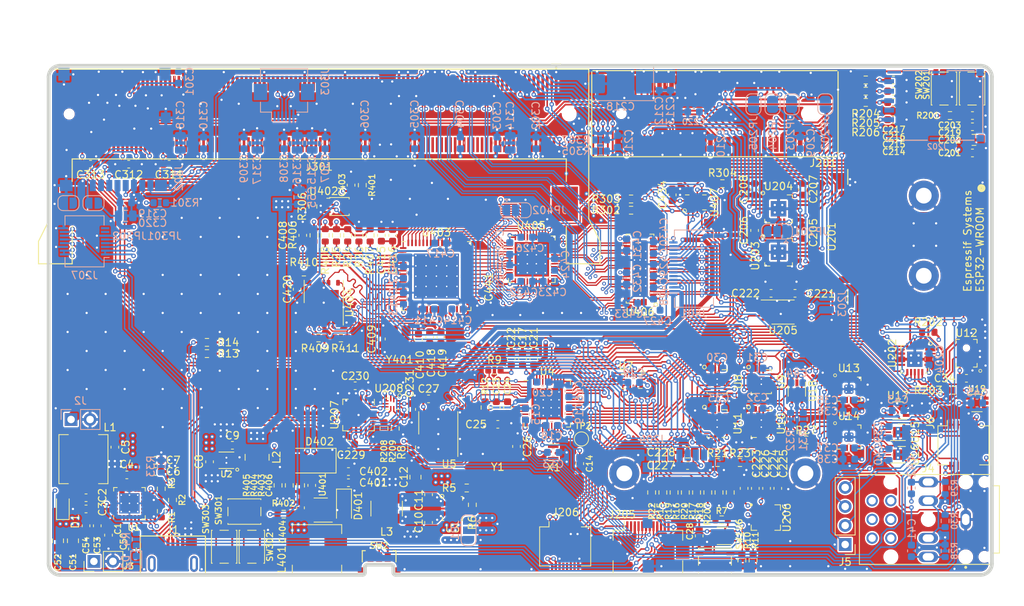
<source format=kicad_pcb>
(kicad_pcb (version 20171130) (host pcbnew "(5.1.9-0-10_14)")
  (layers (0 F.Cu signal) (1 GND power) (2 PWR power) (31 B.Cu signal) (34 B.Paste user) (35 F.Paste user) (36 B.SilkS user) (37 F.SilkS user) (38 B.Mask user) (39 F.Mask user) (44 Edge.Cuts user))
  (net 0 "")
  (net 1 GND)
  (net 2 +3V3)
  (net 3 +1V8)
  (net 4 GPIO_13)
  (net 5 GPIO_18)
  (net 6 GPIO_23)
  (net 7 JTAG_TCK)
  (net 8 JTAG_TDO)
  (net 9 JTAG_TMS)
  (net 10 JTAG_TDI)
  (net 11 "Net-(L2-Pad1)")
  (net 12 WAKE)
  (net 13 "Net-(R2-Pad2)")
  (net 14 VBUS)
  (net 15 "Net-(C6-Pad1)")
  (net 16 PWM2.1)
  (net 17 PWM0.1)
  (net 18 "Net-(L3-Pad1)")
  (net 19 "Net-(L3-Pad2)")
  (net 20 "Net-(R1-Pad1)")
  (net 21 PWM1.1)
  (net 22 SPI1.SS0)
  (net 23 SPI1.MOSI)
  (net 24 SPI1.MISO)
  (net 25 SPI1.SCK)
  (net 26 SPI1.SS2)
  (net 27 SPI1.SS3)
  (net 28 "Net-(U10-Pad11)")
  (net 29 /SPK_GAIN)
  (net 30 GPIO_20)
  (net 31 GPIO_0)
  (net 32 GPIO_22)
  (net 33 /SPK_EN)
  (net 34 /SPK_CLK)
  (net 35 +VSYS)
  (net 36 "Net-(C301-Pad1)")
  (net 37 ESP32.HSPI.MOSI)
  (net 38 ESP32.HSPI.SCK)
  (net 39 ESP32.HSPI.MISO)
  (net 40 ESP32.HSPI.SS0)
  (net 41 ESP32.IO27)
  (net 42 DISP_LED_A)
  (net 43 DISP_LED_K)
  (net 44 /PLL_AVSS)
  (net 45 /PLL_AVDD)
  (net 46 /XTAL_XI)
  (net 47 /XTAL_XO)
  (net 48 /QSPI_CS)
  (net 49 /QSPI_DQ_3)
  (net 50 /QSPI_DQ_2)
  (net 51 /QSPI_DQ_1)
  (net 52 /QSPI_DQ_0)
  (net 53 /PSD_LFALTCLK)
  (net 54 /QSPI_CLK)
  (net 55 "Net-(J1-Pad4)")
  (net 56 "Net-(J202-Pad6)")
  (net 57 "Net-(J301-Pad21)")
  (net 58 "Net-(J301-Pad23)")
  (net 59 "Net-(J301-Pad25)")
  (net 60 "Net-(J301-Pad27)")
  (net 61 "Net-(J301-Pad29)")
  (net 62 "Net-(J301-Pad31)")
  (net 63 "Net-(J301-Pad63)")
  (net 64 "Net-(J301-Pad65)")
  (net 65 "Net-(J301-Pad69)")
  (net 66 "Net-(J301-Pad73)")
  (net 67 "Net-(J301-Pad77)")
  (net 68 "Net-(J301-Pad79)")
  (net 69 "Net-(J301-Pad81)")
  (net 70 "Net-(J301-Pad83)")
  (net 71 "Net-(J301-Pad85)")
  (net 72 "Net-(J301-Pad89)")
  (net 73 "Net-(J301-Pad91)")
  (net 74 "Net-(J301-Pad93)")
  (net 75 "Net-(J301-Pad95)")
  (net 76 "Net-(J301-Pad97)")
  (net 77 "Net-(J301-Pad99)")
  (net 78 "Net-(J301-Pad101)")
  (net 79 "Net-(J301-Pad103)")
  (net 80 "Net-(J301-Pad107)")
  (net 81 "Net-(J301-Pad109)")
  (net 82 "Net-(J301-Pad113)")
  (net 83 "Net-(J301-Pad115)")
  (net 84 "Net-(J301-Pad119)")
  (net 85 "Net-(J301-Pad121)")
  (net 86 "Net-(J301-Pad125)")
  (net 87 "Net-(J301-Pad127)")
  (net 88 "Net-(J301-Pad131)")
  (net 89 "Net-(J301-Pad133)")
  (net 90 "Net-(J301-Pad137)")
  (net 91 "Net-(J301-Pad139)")
  (net 92 "Net-(J301-Pad143)")
  (net 93 "Net-(J301-Pad145)")
  (net 94 "Net-(J301-Pad147)")
  (net 95 "Net-(J301-Pad157)")
  (net 96 "Net-(J301-Pad161)")
  (net 97 "Net-(J301-Pad163)")
  (net 98 "Net-(J301-Pad167)")
  (net 99 "Net-(J301-Pad169)")
  (net 100 "Net-(J301-Pad173)")
  (net 101 "Net-(J301-Pad175)")
  (net 102 "Net-(J301-Pad179)")
  (net 103 "Net-(J301-Pad181)")
  (net 104 "Net-(J301-Pad187)")
  (net 105 "Net-(J301-Pad189)")
  (net 106 "Net-(J301-Pad191)")
  (net 107 "Net-(J301-Pad193)")
  (net 108 "Net-(J301-Pad195)")
  (net 109 "Net-(J301-Pad197)")
  (net 110 "Net-(J301-Pad199)")
  (net 111 "Net-(J301-Pad201)")
  (net 112 "Net-(J301-Pad203)")
  (net 113 "Net-(J301-Pad2)")
  (net 114 "Net-(J301-Pad4)")
  (net 115 "Net-(J301-Pad6)")
  (net 116 "Net-(J301-Pad8)")
  (net 117 "Net-(J301-Pad12)")
  (net 118 "Net-(J301-Pad14)")
  (net 119 "Net-(J301-Pad16)")
  (net 120 "Net-(J301-Pad18)")
  (net 121 "Net-(J301-Pad20)")
  (net 122 "Net-(J301-Pad22)")
  (net 123 "Net-(J301-Pad24)")
  (net 124 "Net-(J301-Pad26)")
  (net 125 "Net-(J301-Pad30)")
  (net 126 "Net-(J301-Pad32)")
  (net 127 "Net-(J301-Pad34)")
  (net 128 "Net-(J301-Pad36)")
  (net 129 "Net-(J301-Pad38)")
  (net 130 "Net-(J301-Pad40)")
  (net 131 "Net-(J301-Pad42)")
  (net 132 "Net-(J301-Pad44)")
  (net 133 "Net-(J301-Pad48)")
  (net 134 "Net-(J301-Pad50)")
  (net 135 "Net-(J301-Pad52)")
  (net 136 "Net-(J301-Pad54)")
  (net 137 "Net-(J301-Pad56)")
  (net 138 "Net-(J301-Pad62)")
  (net 139 "Net-(J301-Pad66)")
  (net 140 "Net-(J301-Pad68)")
  (net 141 "Net-(J301-Pad70)")
  (net 142 "Net-(J301-Pad72)")
  (net 143 "Net-(J301-Pad74)")
  (net 144 "Net-(J301-Pad92)")
  (net 145 "Net-(J301-Pad94)")
  (net 146 "Net-(J301-Pad98)")
  (net 147 "Net-(J301-Pad100)")
  (net 148 "Net-(J301-Pad102)")
  (net 149 "Net-(J301-Pad104)")
  (net 150 "Net-(J301-Pad106)")
  (net 151 "Net-(J301-Pad108)")
  (net 152 "Net-(J301-Pad110)")
  (net 153 "Net-(J301-Pad112)")
  (net 154 "Net-(J301-Pad116)")
  (net 155 "Net-(J301-Pad118)")
  (net 156 "Net-(J301-Pad120)")
  (net 157 "Net-(J301-Pad122)")
  (net 158 "Net-(J301-Pad124)")
  (net 159 "Net-(J301-Pad126)")
  (net 160 "Net-(J301-Pad128)")
  (net 161 "Net-(J301-Pad130)")
  (net 162 "Net-(J301-Pad134)")
  (net 163 "Net-(J301-Pad136)")
  (net 164 "Net-(J301-Pad138)")
  (net 165 "Net-(J301-Pad140)")
  (net 166 "Net-(J301-Pad142)")
  (net 167 "Net-(J301-Pad144)")
  (net 168 "Net-(J301-Pad146)")
  (net 169 "Net-(J301-Pad148)")
  (net 170 "Net-(J301-Pad152)")
  (net 171 "Net-(J301-Pad156)")
  (net 172 "Net-(J301-Pad158)")
  (net 173 "Net-(J301-Pad160)")
  (net 174 "Net-(J301-Pad162)")
  (net 175 "Net-(J301-Pad164)")
  (net 176 "Net-(J301-Pad166)")
  (net 177 "Net-(J301-Pad170)")
  (net 178 "Net-(J301-Pad172)")
  (net 179 "Net-(J301-Pad182)")
  (net 180 "Net-(J301-Pad184)")
  (net 181 "Net-(J301-Pad188)")
  (net 182 "Net-(J301-Pad190)")
  (net 183 "Net-(J301-Pad192)")
  (net 184 "Net-(J301-Pad194)")
  (net 185 "Net-(J301-Pad196)")
  (net 186 "Net-(J301-Pad198)")
  (net 187 "Net-(J301-Pad202)")
  (net 188 "Net-(U1-Pad24)")
  (net 189 "Net-(U9-Pad2)")
  (net 190 "Net-(U10-Pad15)")
  (net 191 "Net-(U10-Pad7)")
  (net 192 "Net-(U10-Pad6)")
  (net 193 "Net-(U10-Pad5)")
  (net 194 "Net-(U10-Pad4)")
  (net 195 "Net-(U10-Pad3)")
  (net 196 "Net-(U10-Pad2)")
  (net 197 "Net-(U10-Pad1)")
  (net 198 "Net-(U201-Pad32)")
  (net 199 "Net-(U201-Pad22)")
  (net 200 "Net-(U201-Pad21)")
  (net 201 "Net-(U201-Pad20)")
  (net 202 "Net-(U201-Pad19)")
  (net 203 "Net-(U201-Pad18)")
  (net 204 "Net-(U201-Pad17)")
  (net 205 "Net-(U203-Pad6)")
  (net 206 "Net-(U203-Pad9)")
  (net 207 "Net-(U204-Pad9)")
  (net 208 "Net-(U204-Pad6)")
  (net 209 "Net-(X1-Pad1)")
  (net 210 "Net-(J301-Pad155)")
  (net 211 "Net-(J301-Pad154)")
  (net 212 "Net-(J301-Pad60)")
  (net 213 PWM1.2)
  (net 214 GPIO_12)
  (net 215 TMUX.I2C0.SCL)
  (net 216 TMUX.I2C0.SDA)
  (net 217 DISP_CS)
  (net 218 /MIC_CLK)
  (net 219 /MIC_WS)
  (net 220 /SPK_R+)
  (net 221 /SPK_L+)
  (net 222 /SPK_L-)
  (net 223 /SPK_R-)
  (net 224 "Net-(R5-Pad2)")
  (net 225 iMX8.USB1.D_P)
  (net 226 iMX8.USB1.D_N)
  (net 227 iMX8.PWM1)
  (net 228 BT81X.GPIO3)
  (net 229 BT81X.GPIO0)
  (net 230 BT81X.GPIO1)
  (net 231 BT81X.GPIO2)
  (net 232 BT81X.R0)
  (net 233 BT81X.CTP.RST)
  (net 234 BT81X.CTP.INT)
  (net 235 BT81X.CTP.SCL)
  (net 236 BT81X.CTP.SDA)
  (net 237 BT81X.BL_PWM)
  (net 238 BT81X.DE)
  (net 239 BT81X.VSYNC)
  (net 240 BT81X.HSYNC)
  (net 241 BT81X.DISP)
  (net 242 BT81X.PCLK)
  (net 243 BT81X.B7)
  (net 244 BT81X.B6)
  (net 245 BT81X.B5)
  (net 246 BT81X.B4)
  (net 247 BT81X.B3)
  (net 248 BT81X.B2)
  (net 249 BT81X.B1)
  (net 250 BT81X.B0)
  (net 251 BT81X.G7)
  (net 252 BT81X.G6)
  (net 253 BT81X.G5)
  (net 254 BT81X.G4)
  (net 255 BT81X.G3)
  (net 256 BT81X.G2)
  (net 257 BT81X.G1)
  (net 258 BT81X.G0)
  (net 259 BT81X.R7)
  (net 260 BT81X.R6)
  (net 261 BT81X.R5)
  (net 262 BT81X.R4)
  (net 263 BT81X.R3)
  (net 264 BT81X.R2)
  (net 265 BT81X.R1)
  (net 266 "Net-(JP201-Pad2)")
  (net 267 "Net-(J301-Pad58)")
  (net 268 "Net-(C214-Pad1)")
  (net 269 "Net-(C215-Pad1)")
  (net 270 "Net-(C216-Pad1)")
  (net 271 "Net-(C217-Pad1)")
  (net 272 "Net-(C408-Pad1)")
  (net 273 "Net-(D401-Pad2)")
  (net 274 "Net-(J201-Pad48)")
  (net 275 "Net-(J201-Pad42)")
  (net 276 "Net-(J201-Pad33)")
  (net 277 "Net-(J201-Pad32)")
  (net 278 "Net-(J201-Pad30)")
  (net 279 "Net-(J201-Pad28)")
  (net 280 "Net-(J201-Pad25)")
  (net 281 "Net-(J201-Pad23)")
  (net 282 "Net-(J201-Pad20)")
  (net 283 "Net-(J201-Pad16)")
  (net 284 "Net-(J201-Pad14)")
  (net 285 "Net-(J201-Pad12)")
  (net 286 "Net-(J201-Pad10)")
  (net 287 "Net-(J201-Pad7)")
  (net 288 "Net-(J201-Pad6)")
  (net 289 "Net-(J201-Pad5)")
  (net 290 "Net-(J201-Pad3)")
  (net 291 "Net-(J201-Pad1)")
  (net 292 "Net-(J203-Pad2)")
  (net 293 "Net-(J203-Pad1)")
  (net 294 /disp/CTP_SCL)
  (net 295 /disp/CTP_SDA)
  (net 296 /disp/CTP_INT)
  (net 297 /disp/CTP_RST)
  (net 298 "Net-(R401-Pad2)")
  (net 299 "Net-(R402-Pad2)")
  (net 300 "Net-(U405-Pad22)")
  (net 301 "Net-(U405-Pad23)")
  (net 302 "Net-(U405-Pad26)")
  (net 303 "Net-(U406-Pad17)")
  (net 304 "Net-(U406-Pad19)")
  (net 305 "Net-(U406-Pad41)")
  (net 306 "Net-(U406-Pad42)")
  (net 307 /HP_DET)
  (net 308 /MIC_SD)
  (net 309 /SPK_SD)
  (net 310 /SPK_GAIN_SEL)
  (net 311 /disp/DISP_LVDS_A0N)
  (net 312 /disp/DISP_LVDS_A0P)
  (net 313 /disp/DISP_LVDS_A1N)
  (net 314 /disp/DISP_LVDS_A1P)
  (net 315 /disp/DISP_LVDS_A2N)
  (net 316 /disp/DISP_LVDS_A2P)
  (net 317 /disp/DISP_LVDS_A3N)
  (net 318 /disp/DISP_LVDS_A3P)
  (net 319 /disp/BT81X_QSPI_CS)
  (net 320 /disp/BT81X_QSPI_DQ_3)
  (net 321 /disp/BT81X_QSPI_DQ_2)
  (net 322 /disp/BT81X_QSPI_CLK)
  (net 323 /disp/BT81X_QSPI_DQ_0)
  (net 324 /disp/BT81X_QSPI_DQ_1)
  (net 325 /disp/BT81X_X1)
  (net 326 /disp/BT81X_X2)
  (net 327 /disp/BT81X_1V2)
  (net 328 TMUX.GPIO0)
  (net 329 TMUX.GPIO1)
  (net 330 "Net-(JP402-Pad2)")
  (net 331 /RESET)
  (net 332 JTAG_TRST_N)
  (net 333 /BQ_QON)
  (net 334 "Net-(U201-Pad5)")
  (net 335 /BQ_PMID)
  (net 336 /periph/PERST)
  (net 337 "Net-(C222-Pad1)")
  (net 338 "Net-(C225-Pad1)")
  (net 339 "Net-(C226-Pad1)")
  (net 340 /exp/ALT_BOOT)
  (net 341 /exp/SD2_CLK)
  (net 342 /exp/SD2_CMD)
  (net 343 /exp/SD2_DAT0)
  (net 344 /exp/SD2_DAT1)
  (net 345 /exp/SD2_DAT2)
  (net 346 /exp/SD2_DAT3)
  (net 347 "Net-(U206-Pad9)")
  (net 348 "Net-(U206-Pad10)")
  (net 349 "Net-(U206-Pad11)")
  (net 350 "Net-(U206-Pad12)")
  (net 351 "Net-(U206-Pad13)")
  (net 352 "Net-(J204-Pad1)")
  (net 353 "Net-(J204-Pad8)")
  (net 354 "Net-(J205-Pad12)")
  (net 355 iMX8.GPIO5.IO29)
  (net 356 iMX8.GPIO5.IO28)
  (net 357 iMX8.I2C3.SCL)
  (net 358 iMX8.I2C3.SDA)
  (net 359 "Net-(J301-Pad75)")
  (net 360 "Net-(J301-Pad129)")
  (net 361 "Net-(J301-Pad135)")
  (net 362 "Net-(J301-Pad149)")
  (net 363 "Net-(J301-Pad151)")
  (net 364 "Net-(J301-Pad153)")
  (net 365 USB_D-)
  (net 366 USB_D+)
  (net 367 /periph/USB_CBUS3)
  (net 368 /periph/USB_RXD)
  (net 369 "Net-(U207-Pad5)")
  (net 370 /periph/USB_CBUS1)
  (net 371 /periph/USB_CBUS0)
  (net 372 /periph/USB_TXD)
  (net 373 "Net-(U207-Pad16)")
  (net 374 "Net-(U1-Pad2)")
  (net 375 ESP32.UART0.RXD)
  (net 376 ESP32.UART0.TXD)
  (net 377 UART0.TXD)
  (net 378 UART0.RXD)
  (net 379 iMX8.LVDS0.CLKP)
  (net 380 iMX8.LVDS0.CLKN)
  (net 381 iMX8.LVDS0.A0P)
  (net 382 iMX8.LVDS0.A0N)
  (net 383 iMX8.LVDS0.A1P)
  (net 384 iMX8.LVDS0.A1N)
  (net 385 iMX8.LVDS0.A2P)
  (net 386 iMX8.LVDS0.A2N)
  (net 387 iMX8.LVDS0.A3P)
  (net 388 iMX8.LVDS0.A3N)
  (net 389 /disp/DISP_LVDS_CLKN)
  (net 390 /disp/DISP_LVDS_CLKP)
  (net 391 /disp/DS90_LVDS_A3P)
  (net 392 /disp/DS90_LVDS_A3N)
  (net 393 /disp/DS90_LVDS_CLKP)
  (net 394 /disp/DS90_LVDS_CLKN)
  (net 395 /disp/DS90_LVDS_A2P)
  (net 396 /disp/DS90_LVDS_A2N)
  (net 397 /disp/DS90_LVDS_A1P)
  (net 398 /disp/DS90_LVDS_A1N)
  (net 399 /disp/DS90_LVDS_A0P)
  (net 400 /disp/DS90_LVDS_A0N)
  (net 401 "Net-(R27-Pad1)")
  (net 402 /AON_PMU_OUT_0)
  (net 403 /AON_PMU_OUT_1)
  (net 404 /exp/RESET)
  (net 405 "Net-(J204-Pad9)")
  (net 406 "Net-(J204-Pad10)")
  (net 407 /exp/SD2_DET)
  (net 408 "Net-(J1-Pad6)")
  (net 409 iMX8.USB1.ID)
  (net 410 iMX8.USB1.VBUS)
  (net 411 "Net-(J401-Pad2)")
  (net 412 "Net-(J301-Pad76)")
  (net 413 /exp/POWER)
  (net 414 ESP32.IO26)
  (net 415 "Net-(U201-Pad4)")
  (net 416 /HP_R)
  (net 417 "Net-(C42-Pad1)")
  (net 418 /HP_L)
  (net 419 "Net-(J4-Pad9)")
  (net 420 "Net-(J4-Pad8)")
  (net 421 "Net-(J4-Pad7)")
  (net 422 "Net-(J4-Pad4)")
  (net 423 "Net-(J4-Pad5)")
  (net 424 "Net-(J4-Pad6)")
  (net 425 /~HP_DET)
  (net 426 /AUDIO_OUT_L-)
  (net 427 /AUDIO_OUT_L+)
  (net 428 /AUDIO_OUT_R-)
  (net 429 /AUDIO_OUT_R+)
  (net 430 "Net-(C2-Pad2)")
  (net 431 "Net-(C3-Pad1)")
  (net 432 VDDA)
  (net 433 "Net-(C41-Pad1)")
  (net 434 "Net-(D2-Pad1)")
  (net 435 BT81X.AUDIO)
  (net 436 "Net-(J6-Pad8)")
  (net 437 /EXT_AUDIO_EN)
  (net 438 "Net-(J6-Pad12)")
  (net 439 /exp/UART3_RX)
  (net 440 /exp/UART3_TX)
  (net 441 "Net-(J303-Pad1)")
  (net 442 "Net-(R4-Pad1)")
  (net 443 "Net-(R31-Pad2)")
  (net 444 "Net-(R32-Pad1)")
  (net 445 BQ.INT)
  (net 446 "Net-(U8-Pad3)")
  (net 447 "Net-(U8-Pad10)")
  (net 448 "Net-(U10-Pad9)")
  (net 449 "Net-(U11-Pad1)")
  (net 450 "Net-(U11-Pad2)")
  (net 451 "Net-(U11-Pad3)")
  (net 452 "Net-(U11-Pad4)")
  (net 453 "Net-(U11-Pad5)")
  (net 454 "Net-(U11-Pad6)")
  (net 455 "Net-(U11-Pad7)")
  (net 456 "Net-(U11-Pad15)")
  (net 457 "Net-(U15-Pad6)")
  (net 458 "Net-(U16-Pad6)")
  (net 459 "Net-(U17-Pad1)")
  (net 460 /BQ_SW)
  (net 461 "Net-(J303-Pad2)")
  (net 462 "Net-(J6-Pad14)")
  (net 463 "Net-(J6-Pad16)")
  (net 464 "Net-(J206-Pad10)")
  (net 465 "Net-(J206-Pad8)")
  (net 466 "Net-(J207-Pad15)")
  (net 467 "Net-(J207-Pad13)")
  (net 468 /periph/ESP32_EN)
  (net 469 /periph/PCM_SYNC)
  (net 470 /periph/PCM_DI)
  (net 471 /periph/PCM_DO)
  (net 472 /periph/SIMCom_UART_DTR)
  (net 473 /periph/PCM_CLK)
  (net 474 /periph/SIMCom_UART_RI)
  (net 475 /periph/Quectel_UART_DTR)
  (net 476 /periph/SIMCom_UART_TXD)
  (net 477 /periph/Quectel_UART_RI)
  (net 478 /periph/Quectel_UART_TXD)
  (net 479 /periph/Quectel_UART_RXD)
  (net 480 /periph/ESP32_UART2_DTR)
  (net 481 /periph/ESP32_UART2_RI)
  (net 482 /periph/ESP32_UART2_TXD)
  (net 483 /periph/ESP32_UART2_RXD)
  (net 484 /periph/ESP32_VSPI_SS0)
  (net 485 /periph/ESP32_PCM_DI)
  (net 486 /periph/ESP32_PCM_CLK)
  (net 487 /periph/ESP32_PCM_DO)
  (net 488 /periph/ESP32_PCM_SYNC)
  (net 489 /periph/ESP32_VSPI_SCK)
  (net 490 /periph/ESP32_VSPI_MISO)
  (net 491 /periph/ESP32_VSPI_MOSI)
  (module Resistor_SMD:R_0603_1608Metric (layer F.Cu) (at 207.2 122 180)
    (fp_text reference R27 (at 0 1.3) (layer F.SilkS))
    (fp_text value 210K)
    (pad 2 smd roundrect (at 0.825 0 180) (size 0.8 0.95) (layers F.Cu F.Paste F.Mask) (net 33 /SPK_EN))
    (pad 1 smd roundrect (at -0.825 0 180) (size 0.8 0.95) (layers F.Cu F.Paste F.Mask) (net 401 "Net-(R27-Pad1)"))
  )
  (module footprints:TQFN-16-1EP_3x3mm_P0.5mm_EP1.23x1.23mm_ThermalVias (layer F.Cu) (at 212.9 115.2)
    (fp_text reference U13 (at 0 -2.8) (layer F.SilkS))
    (fp_text value MAX98357A)
    (pad 17 smd roundrect (at 0 0) (size 1.23 1.23) (layers B.Cu) (roundrect_rratio 0.203) (net 1 GND))
    (pad 17 thru_hole circle (at -0.35 0.35) (size 0.5 0.5) (drill 0.2) (layers *.Cu) (net 1 GND))
    (pad 17 thru_hole circle (at 0.35 0.35) (size 0.5 0.5) (drill 0.2) (layers *.Cu) (net 1 GND))
    (pad 17 thru_hole circle (at 0.35 -0.35) (size 0.5 0.5) (drill 0.2) (layers *.Cu) (net 1 GND))
    (pad 17 thru_hole circle (at -0.35 -0.35) (size 0.5 0.5) (drill 0.2) (layers *.Cu) (net 1 GND))
    (pad 16 smd roundrect (at -0.75 -1.4375) (size 0.25 0.825) (layers F.Cu F.Paste F.Mask) (net 34 /SPK_CLK))
    (pad 15 smd roundrect (at -0.25 -1.4375) (size 0.25 0.825) (layers F.Cu F.Paste F.Mask) (net 1 GND))
    (pad 14 smd roundrect (at 0.25 -1.4375) (size 0.25 0.825) (layers F.Cu F.Paste F.Mask) (net 16 PWM2.1))
    (pad 13 smd roundrect (at 0.75 -1.4375) (size 0.25 0.825) (layers F.Cu F.Paste F.Mask))
    (pad 12 smd roundrect (at 1.4375 -0.75) (size 0.825 0.25) (layers F.Cu F.Paste F.Mask))
    (pad 11 smd roundrect (at 1.4375 -0.25) (size 0.825 0.25) (layers F.Cu F.Paste F.Mask) (net 1 GND))
    (pad 10 smd roundrect (at 1.4375 0.25) (size 0.825 0.25) (layers F.Cu F.Paste F.Mask) (net 426 /AUDIO_OUT_L-))
    (pad 9 smd roundrect (at 1.4375 0.75) (size 0.825 0.25) (layers F.Cu F.Paste F.Mask) (net 427 /AUDIO_OUT_L+))
    (pad 8 smd roundrect (at 0.75 1.4375) (size 0.25 0.825) (layers F.Cu F.Paste F.Mask) (net 432 VDDA))
    (pad 7 smd roundrect (at 0.25 1.4375) (size 0.25 0.825) (layers F.Cu F.Paste F.Mask) (net 432 VDDA))
    (pad 6 smd roundrect (at -0.25 1.4375) (size 0.25 0.825) (layers F.Cu F.Paste F.Mask))
    (pad 5 smd roundrect (at -0.75 1.4375) (size 0.25 0.825) (layers F.Cu F.Paste F.Mask))
    (pad 4 smd roundrect (at -1.4375 0.75) (size 0.825 0.25) (layers F.Cu F.Paste F.Mask) (net 33 /SPK_EN))
    (pad 3 smd roundrect (at -1.4375 0.25) (size 0.825 0.25) (layers F.Cu F.Paste F.Mask) (net 1 GND))
    (pad 2 smd roundrect (at -1.4375 -0.25) (size 0.825 0.25) (layers F.Cu F.Paste F.Mask) (net 29 /SPK_GAIN))
    (pad 1 smd roundrect (at -1.4375 -0.75) (size 0.825 0.25) (layers F.Cu F.Paste F.Mask) (net 309 /SPK_SD))
    (pad 17 smd roundrect (at 0 0) (size 1.23 1.23) (layers F.Cu F.Mask) (roundrect_rratio 0.203) (net 1 GND))
  )
  (module Capacitor_SMD:C_0603_1608Metric (layer B.Cu) (at 219.45 118.05)
    (fp_text reference C43 (at 0 -1.45) (layer B.SilkS) (effects (justify mirror)))
    (fp_text value 0.1uF)
    (pad 2 smd roundrect (at 0.775 0) (size 0.9 0.95) (layers B.Cu B.Paste B.Mask) (net 1 GND))
    (pad 1 smd roundrect (at -0.775 0) (size 0.9 0.95) (layers B.Cu B.Paste B.Mask) (net 2 +3V3))
  )
  (module footprints:Texas_R-PDSO-G5 (layer F.Cu) (at 219.45 118.05 180)
    (fp_text reference U17 (at 0 2 180) (layer F.SilkS))
    (fp_text value SN74LVC1G04DCK)
    (pad 4 smd rect (at 1.1 0.65 180) (size 0.9 0.4) (layers F.Cu F.Paste F.Mask) (net 425 /~HP_DET))
    (pad 2 smd rect (at -1.1 0 180) (size 0.9 0.4) (layers F.Cu F.Paste F.Mask) (net 307 /HP_DET))
    (pad 1 smd rect (at -1.1 -0.65 180) (size 0.9 0.4) (layers F.Cu F.Paste F.Mask) (net 459 "Net-(U17-Pad1)"))
    (pad 3 smd rect (at -1.1 0.65 180) (size 0.9 0.4) (layers F.Cu F.Paste F.Mask) (net 1 GND))
    (pad 5 smd rect (at 1.1 -0.65 180) (size 0.9 0.4) (layers F.Cu F.Paste F.Mask) (net 2 +3V3))
  )
  (module footprints:Molex_MicroSD-5027740891 (layer B.Cu) (at 186.85 139.7)
    (fp_text reference J204 (at -0.2 -17.8) (layer B.SilkS) (effects (justify mirror)))
    (fp_text value Micro_SD_Card_Det)
    (pad 10 smd rect (at -0.85 -6.65) (size 1.3 1.4) (layers B.Cu B.Paste B.Mask) (net 406 "Net-(J204-Pad10)"))
    (pad 9 smd rect (at -0.85 -14.05) (size 1.3 1.3) (layers B.Cu B.Paste B.Mask) (net 405 "Net-(J204-Pad9)"))
    (pad 11 smd rect (at -0.2 -15.7) (size 1.6 1.5) (layers B.Cu B.Paste B.Mask) (net 1 GND))
    (pad 11 smd rect (at -0.75 -0.85) (size 1.5 1.7) (layers B.Cu B.Paste B.Mask) (net 1 GND))
    (pad 11 smd rect (at 12.45 -15.7) (size 1.7 1.5) (layers B.Cu B.Paste B.Mask) (net 1 GND))
    (pad 11 smd rect (at 12.75 -0.85) (size 1.5 1.7) (layers B.Cu B.Paste B.Mask) (net 1 GND))
    (pad 8 smd rect (at 1.2 -15.7) (size 0.8 1.5) (layers B.Cu B.Paste B.Mask) (net 353 "Net-(J204-Pad8)"))
    (pad 7 smd rect (at 2.3 -15.7) (size 0.8 1.5) (layers B.Cu B.Paste B.Mask) (net 24 SPI1.MISO))
    (pad 6 smd rect (at 3.4 -15.7) (size 0.8 1.5) (layers B.Cu B.Paste B.Mask) (net 1 GND))
    (pad 5 smd rect (at 4.5 -15.7) (size 0.8 1.5) (layers B.Cu B.Paste B.Mask) (net 25 SPI1.SCK))
    (pad 4 smd rect (at 5.6 -15.7) (size 0.8 1.5) (layers B.Cu B.Paste B.Mask) (net 2 +3V3))
    (pad 3 smd rect (at 6.7 -15.7) (size 0.8 1.5) (layers B.Cu B.Paste B.Mask) (net 23 SPI1.MOSI))
    (pad 2 smd rect (at 7.8 -15.7) (size 0.8 1.5) (layers B.Cu B.Paste B.Mask) (net 31 GPIO_0))
    (pad 1 smd rect (at 8.9 -15.7) (size 0.8 1.5) (layers B.Cu B.Paste B.Mask) (net 352 "Net-(J204-Pad1)"))
  )
  (module footprints:Molex_MicroSD-5027740891 (layer B.Cu) (at 120.8 72.3 180)
    (fp_text reference J302 (at -2.6 -14.65 90) (layer B.SilkS) (effects (justify mirror)))
    (fp_text value Micro_SD_Card_Det)
    (pad 10 smd rect (at -0.85 -6.65 180) (size 1.3 1.4) (layers B.Cu B.Paste B.Mask) (net 1 GND))
    (pad 9 smd rect (at -0.85 -14.05 180) (size 1.3 1.3) (layers B.Cu B.Paste B.Mask) (net 407 /exp/SD2_DET))
    (pad 11 smd rect (at -0.2 -15.7 180) (size 1.6 1.5) (layers B.Cu B.Paste B.Mask) (net 1 GND))
    (pad 11 smd rect (at -0.75 -0.85 180) (size 1.5 1.7) (layers B.Cu B.Paste B.Mask) (net 1 GND))
    (pad 11 smd rect (at 12.45 -15.7 180) (size 1.7 1.5) (layers B.Cu B.Paste B.Mask) (net 1 GND))
    (pad 11 smd rect (at 12.75 -0.85 180) (size 1.5 1.7) (layers B.Cu B.Paste B.Mask) (net 1 GND))
    (pad 8 smd rect (at 1.2 -15.7 180) (size 0.8 1.5) (layers B.Cu B.Paste B.Mask) (net 344 /exp/SD2_DAT1))
    (pad 7 smd rect (at 2.3 -15.7 180) (size 0.8 1.5) (layers B.Cu B.Paste B.Mask) (net 343 /exp/SD2_DAT0))
    (pad 6 smd rect (at 3.4 -15.7 180) (size 0.8 1.5) (layers B.Cu B.Paste B.Mask) (net 1 GND))
    (pad 5 smd rect (at 4.5 -15.7 180) (size 0.8 1.5) (layers B.Cu B.Paste B.Mask) (net 341 /exp/SD2_CLK))
    (pad 4 smd rect (at 5.6 -15.7 180) (size 0.8 1.5) (layers B.Cu B.Paste B.Mask) (net 2 +3V3))
    (pad 3 smd rect (at 6.7 -15.7 180) (size 0.8 1.5) (layers B.Cu B.Paste B.Mask) (net 342 /exp/SD2_CMD))
    (pad 2 smd rect (at 7.8 -15.7 180) (size 0.8 1.5) (layers B.Cu B.Paste B.Mask) (net 346 /exp/SD2_DAT3))
    (pad 1 smd rect (at 8.9 -15.7 180) (size 0.8 1.5) (layers B.Cu B.Paste B.Mask) (net 345 /exp/SD2_DAT2))
  )
  (module footprints:Panasonic_EVPAE (layer F.Cu) (at 150.15 138.25)
    (fp_text reference SW2 (at 0 -2.15 180) (layer F.SilkS) (effects (font (size 0.8 0.8))))
    (fp_text value WAKE)
    (pad 0 smd rect (at 2.5 1.1) (size 0.7 0.7) (layers F.Cu F.Paste F.Mask))
    (pad 0 smd rect (at -2.5 1.1) (size 0.7 0.7) (layers F.Cu F.Paste F.Mask))
    (pad 1 smd rect (at 1.15 -0.625) (size 0.8 1.25) (layers F.Cu F.Paste F.Mask) (net 1 GND))
    (pad 1 smd rect (at -1.15 -0.625) (size 0.8 1.25) (layers F.Cu F.Paste F.Mask) (net 1 GND))
    (pad 2 smd rect (at 0 -0.625) (size 0.8 1.25) (layers F.Cu F.Paste F.Mask) (net 12 WAKE))
  )
  (module footprints:DHVQFN-16_2.5x3.5mm_P0.5mm_EP1.0x2.0mm (layer F.Cu) (at 201.2 119.8 270)
    (fp_text reference U10 (at 0 -2.65 90) (layer F.SilkS))
    (fp_text value 74HC595)
    (pad 17 smd rect (at -0.475 0) (size 0.9 0.95) (layers F.Cu F.Paste F.Mask) (net 1 GND))
    (pad 1 smd rect (at -1.8 0.25) (size 0.24 0.9) (layers F.Cu F.Paste F.Mask) (net 197 "Net-(U10-Pad1)"))
    (pad 2 smd rect (at -1.25 1.3 270) (size 0.24 0.9) (layers F.Cu F.Paste F.Mask) (net 196 "Net-(U10-Pad2)"))
    (pad 3 smd rect (at -0.75 1.3 270) (size 0.24 0.9) (layers F.Cu F.Paste F.Mask) (net 195 "Net-(U10-Pad3)"))
    (pad 4 smd rect (at -0.25 1.3 270) (size 0.24 0.9) (layers F.Cu F.Paste F.Mask) (net 194 "Net-(U10-Pad4)"))
    (pad 5 smd rect (at 0.25 1.3 270) (size 0.24 0.9) (layers F.Cu F.Paste F.Mask) (net 193 "Net-(U10-Pad5)"))
    (pad 6 smd rect (at 0.75 1.3 270) (size 0.24 0.9) (layers F.Cu F.Paste F.Mask) (net 192 "Net-(U10-Pad6)"))
    (pad 7 smd rect (at 1.25 1.3 270) (size 0.24 0.9) (layers F.Cu F.Paste F.Mask) (net 191 "Net-(U10-Pad7)"))
    (pad 8 smd rect (at 1.8 0.25) (size 0.24 0.9) (layers F.Cu F.Paste F.Mask) (net 1 GND))
    (pad 9 smd rect (at 1.8 -0.25) (size 0.24 0.9) (layers F.Cu F.Paste F.Mask) (net 448 "Net-(U10-Pad9)"))
    (pad 10 smd rect (at 1.25 -1.3 270) (size 0.24 0.9) (layers F.Cu F.Paste F.Mask) (net 2 +3V3))
    (pad 11 smd rect (at 0.75 -1.3 270) (size 0.24 0.9) (layers F.Cu F.Paste F.Mask) (net 28 "Net-(U10-Pad11)"))
    (pad 12 smd rect (at 0.25 -1.3 270) (size 0.24 0.9) (layers F.Cu F.Paste F.Mask) (net 1 GND))
    (pad 13 smd rect (at -0.25 -1.3 270) (size 0.24 0.9) (layers F.Cu F.Paste F.Mask) (net 2 +3V3))
    (pad 14 smd rect (at -0.75 -1.3 270) (size 0.24 0.9) (layers F.Cu F.Paste F.Mask) (net 308 /MIC_SD))
    (pad 15 smd rect (at -1.25 -1.3 270) (size 0.24 0.9) (layers F.Cu F.Paste F.Mask) (net 190 "Net-(U10-Pad15)"))
    (pad 16 smd rect (at -1.8 -0.25) (size 0.24 0.9) (layers F.Cu F.Paste F.Mask) (net 2 +3V3))
    (pad 17 smd rect (at 0.475 0) (size 0.9 0.95) (layers F.Cu F.Paste F.Mask) (net 1 GND))
  )
  (module footprints:DHVQFN-16_2.5x3.5mm_P0.5mm_EP1.0x2.0mm (layer F.Cu) (at 195.3 119.8 270)
    (fp_text reference U11 (at 0 -2.75 90) (layer F.SilkS))
    (fp_text value 74HC595)
    (pad 17 smd rect (at -0.475 0) (size 0.9 0.95) (layers F.Cu F.Paste F.Mask) (net 1 GND))
    (pad 1 smd rect (at -1.8 0.25) (size 0.24 0.9) (layers F.Cu F.Paste F.Mask) (net 449 "Net-(U11-Pad1)"))
    (pad 2 smd rect (at -1.25 1.3 270) (size 0.24 0.9) (layers F.Cu F.Paste F.Mask) (net 450 "Net-(U11-Pad2)"))
    (pad 3 smd rect (at -0.75 1.3 270) (size 0.24 0.9) (layers F.Cu F.Paste F.Mask) (net 451 "Net-(U11-Pad3)"))
    (pad 4 smd rect (at -0.25 1.3 270) (size 0.24 0.9) (layers F.Cu F.Paste F.Mask) (net 452 "Net-(U11-Pad4)"))
    (pad 5 smd rect (at 0.25 1.3 270) (size 0.24 0.9) (layers F.Cu F.Paste F.Mask) (net 453 "Net-(U11-Pad5)"))
    (pad 6 smd rect (at 0.75 1.3 270) (size 0.24 0.9) (layers F.Cu F.Paste F.Mask) (net 454 "Net-(U11-Pad6)"))
    (pad 7 smd rect (at 1.25 1.3 270) (size 0.24 0.9) (layers F.Cu F.Paste F.Mask) (net 455 "Net-(U11-Pad7)"))
    (pad 8 smd rect (at 1.8 0.25) (size 0.24 0.9) (layers F.Cu F.Paste F.Mask) (net 1 GND))
    (pad 9 smd rect (at 1.8 -0.25) (size 0.24 0.9) (layers F.Cu F.Paste F.Mask) (net 309 /SPK_SD))
    (pad 10 smd rect (at 1.25 -1.3 270) (size 0.24 0.9) (layers F.Cu F.Paste F.Mask) (net 2 +3V3))
    (pad 11 smd rect (at 0.75 -1.3 270) (size 0.24 0.9) (layers F.Cu F.Paste F.Mask) (net 28 "Net-(U10-Pad11)"))
    (pad 12 smd rect (at 0.25 -1.3 270) (size 0.24 0.9) (layers F.Cu F.Paste F.Mask) (net 1 GND))
    (pad 13 smd rect (at -0.25 -1.3 270) (size 0.24 0.9) (layers F.Cu F.Paste F.Mask) (net 2 +3V3))
    (pad 14 smd rect (at -0.75 -1.3 270) (size 0.24 0.9) (layers F.Cu F.Paste F.Mask) (net 448 "Net-(U10-Pad9)"))
    (pad 15 smd rect (at -1.25 -1.3 270) (size 0.24 0.9) (layers F.Cu F.Paste F.Mask) (net 456 "Net-(U11-Pad15)"))
    (pad 16 smd rect (at -1.8 -0.25) (size 0.24 0.9) (layers F.Cu F.Paste F.Mask) (net 2 +3V3))
    (pad 17 smd rect (at 0.475 0) (size 0.9 0.95) (layers F.Cu F.Paste F.Mask) (net 1 GND))
  )
  (module footprints:DHVQFN-14_2.5x3.0mm_P0.5mm_EP1.0x1.5mm (layer F.Cu) (at 195.3 114.2 270)
    (fp_text reference U8 (at 0 -2.8 90) (layer F.SilkS))
    (fp_text value 74HC00)
    (pad 15 smd rect (at -0.35 0) (size 0.9 0.7) (layers F.Cu F.Paste F.Mask) (net 1 GND))
    (pad 1 smd rect (at -1.55 0.25) (size 0.24 0.9) (layers F.Cu F.Paste F.Mask) (net 218 /MIC_CLK))
    (pad 2 smd rect (at -1 1.3 270) (size 0.24 0.9) (layers F.Cu F.Paste F.Mask) (net 213 PWM1.2))
    (pad 3 smd rect (at -0.5 1.3 270) (size 0.24 0.9) (layers F.Cu F.Paste F.Mask) (net 446 "Net-(U8-Pad3)"))
    (pad 4 smd rect (at 0 1.3 270) (size 0.24 0.9) (layers F.Cu F.Paste F.Mask) (net 446 "Net-(U8-Pad3)"))
    (pad 5 smd rect (at 0.5 1.3 270) (size 0.24 0.9) (layers F.Cu F.Paste F.Mask) (net 5 GPIO_18))
    (pad 6 smd rect (at 1 1.3 270) (size 0.24 0.9) (layers F.Cu F.Paste F.Mask) (net 28 "Net-(U10-Pad11)"))
    (pad 7 smd rect (at 1.55 0.25) (size 0.24 0.9) (layers F.Cu F.Paste F.Mask) (net 1 GND))
    (pad 8 smd rect (at 1.55 -0.25) (size 0.24 0.9) (layers F.Cu F.Paste F.Mask) (net 33 /SPK_EN))
    (pad 9 smd rect (at 1 -1.3 270) (size 0.24 0.9) (layers F.Cu F.Paste F.Mask) (net 213 PWM1.2))
    (pad 10 smd rect (at 0.5 -1.3 270) (size 0.24 0.9) (layers F.Cu F.Paste F.Mask) (net 447 "Net-(U8-Pad10)"))
    (pad 11 smd rect (at 0 -1.3 270) (size 0.24 0.9) (layers F.Cu F.Paste F.Mask) (net 447 "Net-(U8-Pad10)"))
    (pad 12 smd rect (at -0.5 -1.3 270) (size 0.24 0.9) (layers F.Cu F.Paste F.Mask) (net 5 GPIO_18))
    (pad 13 smd rect (at -1 -1.3 270) (size 0.24 0.9) (layers F.Cu F.Paste F.Mask) (net 5 GPIO_18))
    (pad 14 smd rect (at -1.55 -0.25) (size 0.24 0.9) (layers F.Cu F.Paste F.Mask) (net 2 +3V3))
    (pad 15 smd rect (at 0.35 0) (size 0.9 0.7) (layers F.Cu F.Paste F.Mask) (net 1 GND))
  )
  (module footprints:DHVQFN-14_2.5x3.0mm_P0.5mm_EP1.0x1.5mm (layer F.Cu) (at 201.2 114.2 270)
    (fp_text reference U9 (at 0 -2.7 90) (layer F.SilkS))
    (fp_text value 74HC00)
    (pad 15 smd rect (at -0.35 0) (size 0.9 0.7) (layers F.Cu F.Paste F.Mask) (net 1 GND))
    (pad 1 smd rect (at -1.55 0.25) (size 0.24 0.9) (layers F.Cu F.Paste F.Mask) (net 16 PWM2.1))
    (pad 2 smd rect (at -1 1.3 270) (size 0.24 0.9) (layers F.Cu F.Paste F.Mask) (net 189 "Net-(U9-Pad2)"))
    (pad 3 smd rect (at -0.5 1.3 270) (size 0.24 0.9) (layers F.Cu F.Paste F.Mask) (net 217 DISP_CS))
    (pad 4 smd rect (at 0 1.3 270) (size 0.24 0.9) (layers F.Cu F.Paste F.Mask) (net 33 /SPK_EN))
    (pad 5 smd rect (at 0.5 1.3 270) (size 0.24 0.9) (layers F.Cu F.Paste F.Mask) (net 33 /SPK_EN))
    (pad 6 smd rect (at 1 1.3 270) (size 0.24 0.9) (layers F.Cu F.Paste F.Mask) (net 189 "Net-(U9-Pad2)"))
    (pad 7 smd rect (at 1.55 0.25) (size 0.24 0.9) (layers F.Cu F.Paste F.Mask) (net 1 GND))
    (pad 8 smd rect (at 1.55 -0.25) (size 0.24 0.9) (layers F.Cu F.Paste F.Mask) (net 310 /SPK_GAIN_SEL))
    (pad 9 smd rect (at 1 -1.3 270) (size 0.24 0.9) (layers F.Cu F.Paste F.Mask) (net 425 /~HP_DET))
    (pad 10 smd rect (at 0.5 -1.3 270) (size 0.24 0.9) (layers F.Cu F.Paste F.Mask) (net 231 BT81X.GPIO2))
    (pad 11 smd rect (at 0 -1.3 270) (size 0.24 0.9) (layers F.Cu F.Paste F.Mask) (net 34 /SPK_CLK))
    (pad 12 smd rect (at -0.5 -1.3 270) (size 0.24 0.9) (layers F.Cu F.Paste F.Mask) (net 218 /MIC_CLK))
    (pad 13 smd rect (at -1 -1.3 270) (size 0.24 0.9) (layers F.Cu F.Paste F.Mask) (net 218 /MIC_CLK))
    (pad 14 smd rect (at -1.55 -0.25) (size 0.24 0.9) (layers F.Cu F.Paste F.Mask) (net 2 +3V3))
    (pad 15 smd rect (at 0.35 0) (size 0.9 0.7) (layers F.Cu F.Paste F.Mask) (net 1 GND))
  )
  (module footprints:TE_SODIMMDDR3-2013289 (layer F.Cu) (at 142.15 78.45 180)
    (fp_text reference J301 (at 0 -7.05) (layer F.SilkS))
    (fp_text value iMX8)
    (pad 204 smd rect (at 31.65 -4.1 180) (size 0.35 2) (layers F.Cu F.Paste F.Mask) (net 35 +VSYS))
    (pad 202 smd rect (at 31.05 -4.1 180) (size 0.35 2) (layers F.Cu F.Paste F.Mask) (net 187 "Net-(J301-Pad202)"))
    (pad 200 smd rect (at 30.45 -4.1 180) (size 0.35 2) (layers F.Cu F.Paste F.Mask) (net 227 iMX8.PWM1))
    (pad 198 smd rect (at 29.85 -4.1 180) (size 0.35 2) (layers F.Cu F.Paste F.Mask) (net 186 "Net-(J301-Pad198)"))
    (pad 196 smd rect (at 29.25 -4.1 180) (size 0.35 2) (layers F.Cu F.Paste F.Mask) (net 185 "Net-(J301-Pad196)"))
    (pad 194 smd rect (at 28.65 -4.1 180) (size 0.35 2) (layers F.Cu F.Paste F.Mask) (net 184 "Net-(J301-Pad194)"))
    (pad 192 smd rect (at 28.05 -4.1 180) (size 0.35 2) (layers F.Cu F.Paste F.Mask) (net 183 "Net-(J301-Pad192)"))
    (pad 190 smd rect (at 27.45 -4.1 180) (size 0.35 2) (layers F.Cu F.Paste F.Mask) (net 182 "Net-(J301-Pad190)"))
    (pad 188 smd rect (at 26.85 -4.1 180) (size 0.35 2) (layers F.Cu F.Paste F.Mask) (net 181 "Net-(J301-Pad188)"))
    (pad 186 smd rect (at 26.25 -4.1 180) (size 0.35 2) (layers F.Cu F.Paste F.Mask) (net 35 +VSYS))
    (pad 184 smd rect (at 25.65 -4.1 180) (size 0.35 2) (layers F.Cu F.Paste F.Mask) (net 180 "Net-(J301-Pad184)"))
    (pad 182 smd rect (at 25.05 -4.1 180) (size 0.35 2) (layers F.Cu F.Paste F.Mask) (net 179 "Net-(J301-Pad182)"))
    (pad 180 smd rect (at 24.45 -4.1 180) (size 0.35 2) (layers F.Cu F.Paste F.Mask) (net 410 iMX8.USB1.VBUS))
    (pad 178 smd rect (at 23.85 -4.1 180) (size 0.35 2) (layers F.Cu F.Paste F.Mask) (net 226 iMX8.USB1.D_N))
    (pad 176 smd rect (at 23.25 -4.1 180) (size 0.35 2) (layers F.Cu F.Paste F.Mask) (net 225 iMX8.USB1.D_P))
    (pad 174 smd rect (at 22.65 -4.1 180) (size 0.35 2) (layers F.Cu F.Paste F.Mask) (net 409 iMX8.USB1.ID))
    (pad 172 smd rect (at 22.05 -4.1 180) (size 0.35 2) (layers F.Cu F.Paste F.Mask) (net 178 "Net-(J301-Pad172)"))
    (pad 170 smd rect (at 21.45 -4.1 180) (size 0.35 2) (layers F.Cu F.Paste F.Mask) (net 177 "Net-(J301-Pad170)"))
    (pad 168 smd rect (at 20.85 -4.1 180) (size 0.35 2) (layers F.Cu F.Paste F.Mask) (net 35 +VSYS))
    (pad 166 smd rect (at 20.25 -4.1 180) (size 0.35 2) (layers F.Cu F.Paste F.Mask) (net 176 "Net-(J301-Pad166)"))
    (pad 164 smd rect (at 19.65 -4.1 180) (size 0.35 2) (layers F.Cu F.Paste F.Mask) (net 175 "Net-(J301-Pad164)"))
    (pad 162 smd rect (at 19.05 -4.1 180) (size 0.35 2) (layers F.Cu F.Paste F.Mask) (net 174 "Net-(J301-Pad162)"))
    (pad 160 smd rect (at 18.45 -4.1 180) (size 0.35 2) (layers F.Cu F.Paste F.Mask) (net 173 "Net-(J301-Pad160)"))
    (pad 158 smd rect (at 17.85 -4.1 180) (size 0.35 2) (layers F.Cu F.Paste F.Mask) (net 172 "Net-(J301-Pad158)"))
    (pad 156 smd rect (at 17.25 -4.1 180) (size 0.35 2) (layers F.Cu F.Paste F.Mask) (net 171 "Net-(J301-Pad156)"))
    (pad 154 smd rect (at 16.65 -4.1 180) (size 0.35 2) (layers F.Cu F.Paste F.Mask) (net 211 "Net-(J301-Pad154)"))
    (pad 152 smd rect (at 16.05 -4.1 180) (size 0.35 2) (layers F.Cu F.Paste F.Mask) (net 170 "Net-(J301-Pad152)"))
    (pad 150 smd rect (at 15.45 -4.1 180) (size 0.35 2) (layers F.Cu F.Paste F.Mask) (net 35 +VSYS))
    (pad 148 smd rect (at 14.85 -4.1 180) (size 0.35 2) (layers F.Cu F.Paste F.Mask) (net 169 "Net-(J301-Pad148)"))
    (pad 146 smd rect (at 14.25 -4.1 180) (size 0.35 2) (layers F.Cu F.Paste F.Mask) (net 168 "Net-(J301-Pad146)"))
    (pad 144 smd rect (at 13.65 -4.1 180) (size 0.35 2) (layers F.Cu F.Paste F.Mask) (net 167 "Net-(J301-Pad144)"))
    (pad 142 smd rect (at 13.05 -4.1 180) (size 0.35 2) (layers F.Cu F.Paste F.Mask) (net 166 "Net-(J301-Pad142)"))
    (pad 140 smd rect (at 12.45 -4.1 180) (size 0.35 2) (layers F.Cu F.Paste F.Mask) (net 165 "Net-(J301-Pad140)"))
    (pad 138 smd rect (at 11.85 -4.1 180) (size 0.35 2) (layers F.Cu F.Paste F.Mask) (net 164 "Net-(J301-Pad138)"))
    (pad 136 smd rect (at 11.25 -4.1 180) (size 0.35 2) (layers F.Cu F.Paste F.Mask) (net 163 "Net-(J301-Pad136)"))
    (pad 134 smd rect (at 10.65 -4.1 180) (size 0.35 2) (layers F.Cu F.Paste F.Mask) (net 162 "Net-(J301-Pad134)"))
    (pad 132 smd rect (at 10.05 -4.1 180) (size 0.35 2) (layers F.Cu F.Paste F.Mask) (net 35 +VSYS))
    (pad 130 smd rect (at 9.45 -4.1 180) (size 0.35 2) (layers F.Cu F.Paste F.Mask) (net 161 "Net-(J301-Pad130)"))
    (pad 128 smd rect (at 8.85 -4.1 180) (size 0.35 2) (layers F.Cu F.Paste F.Mask) (net 160 "Net-(J301-Pad128)"))
    (pad 126 smd rect (at 8.25 -4.1 180) (size 0.35 2) (layers F.Cu F.Paste F.Mask) (net 159 "Net-(J301-Pad126)"))
    (pad 124 smd rect (at 7.65 -4.1 180) (size 0.35 2) (layers F.Cu F.Paste F.Mask) (net 158 "Net-(J301-Pad124)"))
    (pad 122 smd rect (at 7.05 -4.1 180) (size 0.35 2) (layers F.Cu F.Paste F.Mask) (net 157 "Net-(J301-Pad122)"))
    (pad 120 smd rect (at 6.45 -4.1 180) (size 0.35 2) (layers F.Cu F.Paste F.Mask) (net 156 "Net-(J301-Pad120)"))
    (pad 118 smd rect (at 5.85 -4.1 180) (size 0.35 2) (layers F.Cu F.Paste F.Mask) (net 155 "Net-(J301-Pad118)"))
    (pad 116 smd rect (at 5.25 -4.1 180) (size 0.35 2) (layers F.Cu F.Paste F.Mask) (net 154 "Net-(J301-Pad116)"))
    (pad 114 smd rect (at 4.65 -4.1 180) (size 0.35 2) (layers F.Cu F.Paste F.Mask) (net 35 +VSYS))
    (pad 112 smd rect (at 4.05 -4.1 180) (size 0.35 2) (layers F.Cu F.Paste F.Mask) (net 153 "Net-(J301-Pad112)"))
    (pad 110 smd rect (at 3.45 -4.1 180) (size 0.35 2) (layers F.Cu F.Paste F.Mask) (net 152 "Net-(J301-Pad110)"))
    (pad 108 smd rect (at 2.85 -4.1 180) (size 0.35 2) (layers F.Cu F.Paste F.Mask) (net 151 "Net-(J301-Pad108)"))
    (pad 106 smd rect (at 2.25 -4.1 180) (size 0.35 2) (layers F.Cu F.Paste F.Mask) (net 150 "Net-(J301-Pad106)"))
    (pad 104 smd rect (at 1.65 -4.1 180) (size 0.35 2) (layers F.Cu F.Paste F.Mask) (net 149 "Net-(J301-Pad104)"))
    (pad 102 smd rect (at 1.05 -4.1 180) (size 0.35 2) (layers F.Cu F.Paste F.Mask) (net 148 "Net-(J301-Pad102)"))
    (pad 100 smd rect (at 0.45 -4.1 180) (size 0.35 2) (layers F.Cu F.Paste F.Mask) (net 147 "Net-(J301-Pad100)"))
    (pad 98 smd rect (at -0.15 -4.1 180) (size 0.35 2) (layers F.Cu F.Paste F.Mask) (net 146 "Net-(J301-Pad98)"))
    (pad 96 smd rect (at -0.75 -4.1 180) (size 0.35 2) (layers F.Cu F.Paste F.Mask) (net 35 +VSYS))
    (pad 94 smd rect (at -1.35 -4.1 180) (size 0.35 2) (layers F.Cu F.Paste F.Mask) (net 145 "Net-(J301-Pad94)"))
    (pad 92 smd rect (at -1.95 -4.1 180) (size 0.35 2) (layers F.Cu F.Paste F.Mask) (net 144 "Net-(J301-Pad92)"))
    (pad 90 smd rect (at -2.55 -4.1 180) (size 0.35 2) (layers F.Cu F.Paste F.Mask) (net 346 /exp/SD2_DAT3))
    (pad 88 smd rect (at -3.15 -4.1 180) (size 0.35 2) (layers F.Cu F.Paste F.Mask) (net 345 /exp/SD2_DAT2))
    (pad 86 smd rect (at -3.75 -4.1 180) (size 0.35 2) (layers F.Cu F.Paste F.Mask) (net 344 /exp/SD2_DAT1))
    (pad 84 smd rect (at -4.35 -4.1 180) (size 0.35 2) (layers F.Cu F.Paste F.Mask) (net 343 /exp/SD2_DAT0))
    (pad 82 smd rect (at -4.95 -4.1 180) (size 0.35 2) (layers F.Cu F.Paste F.Mask) (net 342 /exp/SD2_CMD))
    (pad 80 smd rect (at -5.55 -4.1 180) (size 0.35 2) (layers F.Cu F.Paste F.Mask) (net 341 /exp/SD2_CLK))
    (pad 78 smd rect (at -6.15 -4.1 180) (size 0.35 2) (layers F.Cu F.Paste F.Mask) (net 35 +VSYS))
    (pad 76 smd rect (at -6.75 -4.1 180) (size 0.35 2) (layers F.Cu F.Paste F.Mask) (net 412 "Net-(J301-Pad76)"))
    (pad 74 smd rect (at -7.35 -4.1 180) (size 0.35 2) (layers F.Cu F.Paste F.Mask) (net 143 "Net-(J301-Pad74)"))
    (pad 72 smd rect (at -10.35 -4.1 180) (size 0.35 2) (layers F.Cu F.Paste F.Mask) (net 142 "Net-(J301-Pad72)"))
    (pad 70 smd rect (at -10.95 -4.1 180) (size 0.35 2) (layers F.Cu F.Paste F.Mask) (net 141 "Net-(J301-Pad70)"))
    (pad 68 smd rect (at -11.55 -4.1 180) (size 0.35 2) (layers F.Cu F.Paste F.Mask) (net 140 "Net-(J301-Pad68)"))
    (pad 66 smd rect (at -12.15 -4.1 180) (size 0.35 2) (layers F.Cu F.Paste F.Mask) (net 139 "Net-(J301-Pad66)"))
    (pad 64 smd rect (at -12.75 -4.1 180) (size 0.35 2) (layers F.Cu F.Paste F.Mask) (net 35 +VSYS))
    (pad 62 smd rect (at -13.35 -4.1 180) (size 0.35 2) (layers F.Cu F.Paste F.Mask) (net 138 "Net-(J301-Pad62)"))
    (pad 60 smd rect (at -13.95 -4.1 180) (size 0.35 2) (layers F.Cu F.Paste F.Mask) (net 212 "Net-(J301-Pad60)"))
    (pad 58 smd rect (at -14.55 -4.1 180) (size 0.35 2) (layers F.Cu F.Paste F.Mask) (net 267 "Net-(J301-Pad58)"))
    (pad 56 smd rect (at -15.15 -4.1 180) (size 0.35 2) (layers F.Cu F.Paste F.Mask) (net 137 "Net-(J301-Pad56)"))
    (pad 54 smd rect (at -15.75 -4.1 180) (size 0.35 2) (layers F.Cu F.Paste F.Mask) (net 136 "Net-(J301-Pad54)"))
    (pad 52 smd rect (at -16.35 -4.1 180) (size 0.35 2) (layers F.Cu F.Paste F.Mask) (net 135 "Net-(J301-Pad52)"))
    (pad 50 smd rect (at -16.95 -4.1 180) (size 0.35 2) (layers F.Cu F.Paste F.Mask) (net 134 "Net-(J301-Pad50)"))
    (pad 48 smd rect (at -17.55 -4.1 180) (size 0.35 2) (layers F.Cu F.Paste F.Mask) (net 133 "Net-(J301-Pad48)"))
    (pad 46 smd rect (at -18.15 -4.1 180) (size 0.35 2) (layers F.Cu F.Paste F.Mask) (net 35 +VSYS))
    (pad 44 smd rect (at -18.75 -4.1 180) (size 0.35 2) (layers F.Cu F.Paste F.Mask) (net 132 "Net-(J301-Pad44)"))
    (pad 42 smd rect (at -19.35 -4.1 180) (size 0.35 2) (layers F.Cu F.Paste F.Mask) (net 131 "Net-(J301-Pad42)"))
    (pad 40 smd rect (at -19.95 -4.1 180) (size 0.35 2) (layers F.Cu F.Paste F.Mask) (net 130 "Net-(J301-Pad40)"))
    (pad 38 smd rect (at -20.55 -4.1 180) (size 0.35 2) (layers F.Cu F.Paste F.Mask) (net 129 "Net-(J301-Pad38)"))
    (pad 36 smd rect (at -21.15 -4.1 180) (size 0.35 2) (layers F.Cu F.Paste F.Mask) (net 128 "Net-(J301-Pad36)"))
    (pad 34 smd rect (at -21.75 -4.1 180) (size 0.35 2) (layers F.Cu F.Paste F.Mask) (net 127 "Net-(J301-Pad34)"))
    (pad 32 smd rect (at -22.35 -4.1 180) (size 0.35 2) (layers F.Cu F.Paste F.Mask) (net 126 "Net-(J301-Pad32)"))
    (pad 30 smd rect (at -22.95 -4.1 180) (size 0.35 2) (layers F.Cu F.Paste F.Mask) (net 125 "Net-(J301-Pad30)"))
    (pad 28 smd rect (at -23.55 -4.1 180) (size 0.35 2) (layers F.Cu F.Paste F.Mask) (net 35 +VSYS))
    (pad 26 smd rect (at -24.15 -4.1 180) (size 0.35 2) (layers F.Cu F.Paste F.Mask) (net 124 "Net-(J301-Pad26)"))
    (pad 24 smd rect (at -24.75 -4.1 180) (size 0.35 2) (layers F.Cu F.Paste F.Mask) (net 123 "Net-(J301-Pad24)"))
    (pad 22 smd rect (at -25.35 -4.1 180) (size 0.35 2) (layers F.Cu F.Paste F.Mask) (net 122 "Net-(J301-Pad22)"))
    (pad 20 smd rect (at -25.95 -4.1 180) (size 0.35 2) (layers F.Cu F.Paste F.Mask) (net 121 "Net-(J301-Pad20)"))
    (pad 18 smd rect (at -26.55 -4.1 180) (size 0.35 2) (layers F.Cu F.Paste F.Mask) (net 120 "Net-(J301-Pad18)"))
    (pad 16 smd rect (at -27.15 -4.1 180) (size 0.35 2) (layers F.Cu F.Paste F.Mask) (net 119 "Net-(J301-Pad16)"))
    (pad 14 smd rect (at -27.75 -4.1 180) (size 0.35 2) (layers F.Cu F.Paste F.Mask) (net 118 "Net-(J301-Pad14)"))
    (pad 12 smd rect (at -28.35 -4.1 180) (size 0.35 2) (layers F.Cu F.Paste F.Mask) (net 117 "Net-(J301-Pad12)"))
    (pad 10 smd rect (at -28.95 -4.1 180) (size 0.35 2) (layers F.Cu F.Paste F.Mask) (net 35 +VSYS))
    (pad 8 smd rect (at -29.55 -4.1 180) (size 0.35 2) (layers F.Cu F.Paste F.Mask) (net 116 "Net-(J301-Pad8)"))
    (pad 6 smd rect (at -30.15 -4.1 180) (size 0.35 2) (layers F.Cu F.Paste F.Mask) (net 115 "Net-(J301-Pad6)"))
    (pad 4 smd rect (at -30.75 -4.1 180) (size 0.35 2) (layers F.Cu F.Paste F.Mask) (net 114 "Net-(J301-Pad4)"))
    (pad 2 smd rect (at -31.35 -4.1 180) (size 0.35 2) (layers F.Cu F.Paste F.Mask) (net 113 "Net-(J301-Pad2)"))
    (pad 203 smd rect (at 31.35 4.1 180) (size 0.35 2) (layers F.Cu F.Paste F.Mask) (net 112 "Net-(J301-Pad203)"))
    (pad 201 smd rect (at 30.75 4.1 180) (size 0.35 2) (layers F.Cu F.Paste F.Mask) (net 111 "Net-(J301-Pad201)"))
    (pad 199 smd rect (at 30.15 4.1 180) (size 0.35 2) (layers F.Cu F.Paste F.Mask) (net 110 "Net-(J301-Pad199)"))
    (pad 197 smd rect (at 29.55 4.1 180) (size 0.35 2) (layers F.Cu F.Paste F.Mask) (net 109 "Net-(J301-Pad197)"))
    (pad 195 smd rect (at 28.95 4.1 180) (size 0.35 2) (layers F.Cu F.Paste F.Mask) (net 108 "Net-(J301-Pad195)"))
    (pad 193 smd rect (at 28.35 4.1 180) (size 0.35 2) (layers F.Cu F.Paste F.Mask) (net 107 "Net-(J301-Pad193)"))
    (pad 191 smd rect (at 27.75 4.1 180) (size 0.35 2) (layers F.Cu F.Paste F.Mask) (net 106 "Net-(J301-Pad191)"))
    (pad 189 smd rect (at 27.15 4.1 180) (size 0.35 2) (layers F.Cu F.Paste F.Mask) (net 105 "Net-(J301-Pad189)"))
    (pad 187 smd rect (at 26.55 4.1 180) (size 0.35 2) (layers F.Cu F.Paste F.Mask) (net 104 "Net-(J301-Pad187)"))
    (pad 185 smd rect (at 25.95 4.1 180) (size 0.35 2) (layers F.Cu F.Paste F.Mask) (net 340 /exp/ALT_BOOT))
    (pad 183 smd rect (at 25.35 4.1 180) (size 0.35 2) (layers F.Cu F.Paste F.Mask) (net 36 "Net-(C301-Pad1)"))
    (pad 181 smd rect (at 24.75 4.1 180) (size 0.35 2) (layers F.Cu F.Paste F.Mask) (net 103 "Net-(J301-Pad181)"))
    (pad 179 smd rect (at 24.15 4.1 180) (size 0.35 2) (layers F.Cu F.Paste F.Mask) (net 102 "Net-(J301-Pad179)"))
    (pad 177 smd rect (at 23.55 4.1 180) (size 0.35 2) (layers F.Cu F.Paste F.Mask) (net 1 GND))
    (pad 175 smd rect (at 22.95 4.1 180) (size 0.35 2) (layers F.Cu F.Paste F.Mask) (net 101 "Net-(J301-Pad175)"))
    (pad 173 smd rect (at 22.35 4.1 180) (size 0.35 2) (layers F.Cu F.Paste F.Mask) (net 100 "Net-(J301-Pad173)"))
    (pad 171 smd rect (at 21.75 4.1 180) (size 0.35 2) (layers F.Cu F.Paste F.Mask) (net 404 /exp/RESET))
    (pad 169 smd rect (at 21.15 4.1 180) (size 0.35 2) (layers F.Cu F.Paste F.Mask) (net 99 "Net-(J301-Pad169)"))
    (pad 167 smd rect (at 20.55 4.1 180) (size 0.35 2) (layers F.Cu F.Paste F.Mask) (net 98 "Net-(J301-Pad167)"))
    (pad 165 smd rect (at 19.95 4.1 180) (size 0.35 2) (layers F.Cu F.Paste F.Mask) (net 413 /exp/POWER))
    (pad 163 smd rect (at 19.35 4.1 180) (size 0.35 2) (layers F.Cu F.Paste F.Mask) (net 97 "Net-(J301-Pad163)"))
    (pad 161 smd rect (at 18.75 4.1 180) (size 0.35 2) (layers F.Cu F.Paste F.Mask) (net 96 "Net-(J301-Pad161)"))
    (pad 159 smd rect (at 18.15 4.1 180) (size 0.35 2) (layers F.Cu F.Paste F.Mask) (net 1 GND))
    (pad 157 smd rect (at 17.55 4.1 180) (size 0.35 2) (layers F.Cu F.Paste F.Mask) (net 95 "Net-(J301-Pad157)"))
    (pad 155 smd rect (at 16.95 4.1 180) (size 0.35 2) (layers F.Cu F.Paste F.Mask) (net 210 "Net-(J301-Pad155)"))
    (pad 153 smd rect (at 16.35 4.1 180) (size 0.35 2) (layers F.Cu F.Paste F.Mask) (net 364 "Net-(J301-Pad153)"))
    (pad 151 smd rect (at 15.75 4.1 180) (size 0.35 2) (layers F.Cu F.Paste F.Mask) (net 363 "Net-(J301-Pad151)"))
    (pad 149 smd rect (at 15.15 4.1 180) (size 0.35 2) (layers F.Cu F.Paste F.Mask) (net 362 "Net-(J301-Pad149)"))
    (pad 147 smd rect (at 14.55 4.1 180) (size 0.35 2) (layers F.Cu F.Paste F.Mask) (net 94 "Net-(J301-Pad147)"))
    (pad 145 smd rect (at 13.95 4.1 180) (size 0.35 2) (layers F.Cu F.Paste F.Mask) (net 93 "Net-(J301-Pad145)"))
    (pad 143 smd rect (at 13.35 4.1 180) (size 0.35 2) (layers F.Cu F.Paste F.Mask) (net 92 "Net-(J301-Pad143)"))
    (pad 141 smd rect (at 12.75 4.1 180) (size 0.35 2) (layers F.Cu F.Paste F.Mask) (net 1 GND))
    (pad 139 smd rect (at 12.15 4.1 180) (size 0.35 2) (layers F.Cu F.Paste F.Mask) (net 91 "Net-(J301-Pad139)"))
    (pad 137 smd rect (at 11.55 4.1 180) (size 0.35 2) (layers F.Cu F.Paste F.Mask) (net 90 "Net-(J301-Pad137)"))
    (pad 135 smd rect (at 10.95 4.1 180) (size 0.35 2) (layers F.Cu F.Paste F.Mask) (net 361 "Net-(J301-Pad135)"))
    (pad 133 smd rect (at 10.35 4.1 180) (size 0.35 2) (layers F.Cu F.Paste F.Mask) (net 89 "Net-(J301-Pad133)"))
    (pad 131 smd rect (at 9.75 4.1 180) (size 0.35 2) (layers F.Cu F.Paste F.Mask) (net 88 "Net-(J301-Pad131)"))
    (pad 129 smd rect (at 9.15 4.1 180) (size 0.35 2) (layers F.Cu F.Paste F.Mask) (net 360 "Net-(J301-Pad129)"))
    (pad 127 smd rect (at 8.55 4.1 180) (size 0.35 2) (layers F.Cu F.Paste F.Mask) (net 87 "Net-(J301-Pad127)"))
    (pad 125 smd rect (at 7.95 4.1 180) (size 0.35 2) (layers F.Cu F.Paste F.Mask) (net 86 "Net-(J301-Pad125)"))
    (pad 123 smd rect (at 7.35 4.1 180) (size 0.35 2) (layers F.Cu F.Paste F.Mask) (net 1 GND))
    (pad 121 smd rect (at 6.75 4.1 180) (size 0.35 2) (layers F.Cu F.Paste F.Mask) (net 85 "Net-(J301-Pad121)"))
    (pad 119 smd rect (at 6.15 4.1 180) (size 0.35 2) (layers F.Cu F.Paste F.Mask) (net 84 "Net-(J301-Pad119)"))
    (pad 117 smd rect (at 5.55 4.1 180) (size 0.35 2) (layers F.Cu F.Paste F.Mask) (net 439 /exp/UART3_RX))
    (pad 115 smd rect (at 4.95 4.1 180) (size 0.35 2) (layers F.Cu F.Paste F.Mask) (net 83 "Net-(J301-Pad115)"))
    (pad 113 smd rect (at 4.35 4.1 180) (size 0.35 2) (layers F.Cu F.Paste F.Mask) (net 82 "Net-(J301-Pad113)"))
    (pad 111 smd rect (at 3.75 4.1 180) (size 0.35 2) (layers F.Cu F.Paste F.Mask) (net 440 /exp/UART3_TX))
    (pad 109 smd rect (at 3.15 4.1 180) (size 0.35 2) (layers F.Cu F.Paste F.Mask) (net 81 "Net-(J301-Pad109)"))
    (pad 107 smd rect (at 2.55 4.1 180) (size 0.35 2) (layers F.Cu F.Paste F.Mask) (net 80 "Net-(J301-Pad107)"))
    (pad 105 smd rect (at 1.95 4.1 180) (size 0.35 2) (layers F.Cu F.Paste F.Mask) (net 1 GND))
    (pad 103 smd rect (at 1.35 4.1 180) (size 0.35 2) (layers F.Cu F.Paste F.Mask) (net 79 "Net-(J301-Pad103)"))
    (pad 101 smd rect (at 0.75 4.1 180) (size 0.35 2) (layers F.Cu F.Paste F.Mask) (net 78 "Net-(J301-Pad101)"))
    (pad 99 smd rect (at 0.15 4.1 180) (size 0.35 2) (layers F.Cu F.Paste F.Mask) (net 77 "Net-(J301-Pad99)"))
    (pad 97 smd rect (at -0.45 4.1 180) (size 0.35 2) (layers F.Cu F.Paste F.Mask) (net 76 "Net-(J301-Pad97)"))
    (pad 95 smd rect (at -1.05 4.1 180) (size 0.35 2) (layers F.Cu F.Paste F.Mask) (net 75 "Net-(J301-Pad95)"))
    (pad 93 smd rect (at -1.65 4.1 180) (size 0.35 2) (layers F.Cu F.Paste F.Mask) (net 74 "Net-(J301-Pad93)"))
    (pad 91 smd rect (at -2.25 4.1 180) (size 0.35 2) (layers F.Cu F.Paste F.Mask) (net 73 "Net-(J301-Pad91)"))
    (pad 89 smd rect (at -2.85 4.1 180) (size 0.35 2) (layers F.Cu F.Paste F.Mask) (net 72 "Net-(J301-Pad89)"))
    (pad 87 smd rect (at -3.45 4.1 180) (size 0.35 2) (layers F.Cu F.Paste F.Mask) (net 1 GND))
    (pad 85 smd rect (at -4.05 4.1 180) (size 0.35 2) (layers F.Cu F.Paste F.Mask) (net 71 "Net-(J301-Pad85)"))
    (pad 83 smd rect (at -4.65 4.1 180) (size 0.35 2) (layers F.Cu F.Paste F.Mask) (net 70 "Net-(J301-Pad83)"))
    (pad 81 smd rect (at -5.25 4.1 180) (size 0.35 2) (layers F.Cu F.Paste F.Mask) (net 69 "Net-(J301-Pad81)"))
    (pad 79 smd rect (at -5.85 4.1 180) (size 0.35 2) (layers F.Cu F.Paste F.Mask) (net 68 "Net-(J301-Pad79)"))
    (pad 77 smd rect (at -6.45 4.1 180) (size 0.35 2) (layers F.Cu F.Paste F.Mask) (net 67 "Net-(J301-Pad77)"))
    (pad 75 smd rect (at -7.05 4.1 180) (size 0.35 2) (layers F.Cu F.Paste F.Mask) (net 359 "Net-(J301-Pad75)"))
    (pad 73 smd rect (at -7.65 4.1 180) (size 0.35 2) (layers F.Cu F.Paste F.Mask) (net 66 "Net-(J301-Pad73)"))
    (pad 71 smd rect (at -10.65 4.1 180) (size 0.35 2) (layers F.Cu F.Paste F.Mask) (net 1 GND))
    (pad 69 smd rect (at -11.25 4.1 180) (size 0.35 2) (layers F.Cu F.Paste F.Mask) (net 65 "Net-(J301-Pad69)"))
    (pad 67 smd rect (at -11.85 4.1 180) (size 0.35 2) (layers F.Cu F.Paste F.Mask) (net 1 GND))
    (pad 65 smd rect (at -12.45 4.1 180) (size 0.35 2) (layers F.Cu F.Paste F.Mask) (net 64 "Net-(J301-Pad65)"))
    (pad 63 smd rect (at -13.05 4.1 180) (size 0.35 2) (layers F.Cu F.Paste F.Mask) (net 63 "Net-(J301-Pad63)"))
    (pad 61 smd rect (at -13.65 4.1 180) (size 0.35 2) (layers F.Cu F.Paste F.Mask) (net 407 /exp/SD2_DET))
    (pad 59 smd rect (at -14.25 4.1 180) (size 0.35 2) (layers F.Cu F.Paste F.Mask) (net 388 iMX8.LVDS0.A3N))
    (pad 57 smd rect (at -14.85 4.1 180) (size 0.35 2) (layers F.Cu F.Paste F.Mask) (net 387 iMX8.LVDS0.A3P))
    (pad 55 smd rect (at -15.45 4.1 180) (size 0.35 2) (layers F.Cu F.Paste F.Mask) (net 1 GND))
    (pad 53 smd rect (at -16.05 4.1 180) (size 0.35 2) (layers F.Cu F.Paste F.Mask) (net 386 iMX8.LVDS0.A2N))
    (pad 51 smd rect (at -16.65 4.1 180) (size 0.35 2) (layers F.Cu F.Paste F.Mask) (net 385 iMX8.LVDS0.A2P))
    (pad 49 smd rect (at -17.25 4.1 180) (size 0.35 2) (layers F.Cu F.Paste F.Mask) (net 358 iMX8.I2C3.SDA))
    (pad 47 smd rect (at -17.85 4.1 180) (size 0.35 2) (layers F.Cu F.Paste F.Mask) (net 384 iMX8.LVDS0.A1N))
    (pad 45 smd rect (at -18.45 4.1 180) (size 0.35 2) (layers F.Cu F.Paste F.Mask) (net 383 iMX8.LVDS0.A1P))
    (pad 43 smd rect (at -19.05 4.1 180) (size 0.35 2) (layers F.Cu F.Paste F.Mask) (net 357 iMX8.I2C3.SCL))
    (pad 41 smd rect (at -19.65 4.1 180) (size 0.35 2) (layers F.Cu F.Paste F.Mask) (net 382 iMX8.LVDS0.A0N))
    (pad 39 smd rect (at -20.25 4.1 180) (size 0.35 2) (layers F.Cu F.Paste F.Mask) (net 381 iMX8.LVDS0.A0P))
    (pad 37 smd rect (at -20.85 4.1 180) (size 0.35 2) (layers F.Cu F.Paste F.Mask) (net 1 GND))
    (pad 35 smd rect (at -21.45 4.1 180) (size 0.35 2) (layers F.Cu F.Paste F.Mask) (net 380 iMX8.LVDS0.CLKN))
    (pad 33 smd rect (at -22.05 4.1 180) (size 0.35 2) (layers F.Cu F.Paste F.Mask) (net 379 iMX8.LVDS0.CLKP))
    (pad 31 smd rect (at -22.65 4.1 180) (size 0.35 2) (layers F.Cu F.Paste F.Mask) (net 62 "Net-(J301-Pad31)"))
    (pad 29 smd rect (at -23.25 4.1 180) (size 0.35 2) (layers F.Cu F.Paste F.Mask) (net 61 "Net-(J301-Pad29)"))
    (pad 27 smd rect (at -23.85 4.1 180) (size 0.35 2) (layers F.Cu F.Paste F.Mask) (net 60 "Net-(J301-Pad27)"))
    (pad 25 smd rect (at -24.45 4.1 180) (size 0.35 2) (layers F.Cu F.Paste F.Mask) (net 59 "Net-(J301-Pad25)"))
    (pad 23 smd rect (at -25.05 4.1 180) (size 0.35 2) (layers F.Cu F.Paste F.Mask) (net 58 "Net-(J301-Pad23)"))
    (pad 21 smd rect (at -25.65 4.1 180) (size 0.35 2) (layers F.Cu F.Paste F.Mask) (net 57 "Net-(J301-Pad21)"))
    (pad 19 smd rect (at -26.25 4.1 180) (size 0.35 2) (layers F.Cu F.Paste F.Mask) (net 1 GND))
    (pad 17 smd rect (at -26.85 4.1 180) (size 0.35 2) (layers F.Cu F.Paste F.Mask) (net 40 ESP32.HSPI.SS0))
    (pad 15 smd rect (at -27.45 4.1 180) (size 0.35 2) (layers F.Cu F.Paste F.Mask) (net 39 ESP32.HSPI.MISO))
    (pad 13 smd rect (at -28.05 4.1 180) (size 0.35 2) (layers F.Cu F.Paste F.Mask) (net 38 ESP32.HSPI.SCK))
    (pad 11 smd rect (at -28.65 4.1 180) (size 0.35 2) (layers F.Cu F.Paste F.Mask) (net 37 ESP32.HSPI.MOSI))
    (pad 9 smd rect (at -29.25 4.1 180) (size 0.35 2) (layers F.Cu F.Paste F.Mask) (net 41 ESP32.IO27))
    (pad 7 smd rect (at -29.85 4.1 180) (size 0.35 2) (layers F.Cu F.Paste F.Mask) (net 414 ESP32.IO26))
    (pad 5 smd rect (at -30.45 4.1 180) (size 0.35 2) (layers F.Cu F.Paste F.Mask) (net 356 iMX8.GPIO5.IO28))
    (pad 3 smd rect (at -31.05 4.1 180) (size 0.35 2) (layers F.Cu F.Paste F.Mask) (net 355 iMX8.GPIO5.IO29))
    (pad 1 smd rect (at -31.65 4.1 180) (size 0.35 2) (layers F.Cu F.Paste F.Mask) (net 1 GND))
    (pad "" smd rect (at -32.8 -12 180) (size 3.5 4.6) (layers F.Cu F.Paste F.Mask))
    (pad "" smd rect (at 32.8 -12 180) (size 3.5 4.6) (layers F.Cu F.Paste F.Mask))
    (pad "" np_thru_hole circle (at 33.4 0 180) (size 1.1 1.1) (drill 1.1) (layers *.Cu *.Mask))
    (pad "" np_thru_hole circle (at -33.4 0 180) (size 1.6 1.6) (drill 1.6) (layers *.Cu *.Mask))
  )
  (module Resistor_SMD:R_0603_1608Metric (layer F.Cu) (at 145.95 94.65 270)
    (fp_text reference R24 (at 2.9 0 90) (layer F.SilkS))
    (fp_text value 100K)
    (pad 2 smd roundrect (at 0.825 0 270) (size 0.8 0.95) (layers F.Cu F.Paste F.Mask) (net 24 SPI1.MISO))
    (pad 1 smd roundrect (at -0.825 0 270) (size 0.8 0.95) (layers F.Cu F.Paste F.Mask) (net 2 +3V3))
  )
  (module Resistor_SMD:R_0603_1608Metric (layer F.Cu) (at 144.45 94.65 270)
    (fp_text reference R25 (at 2.9 0 90) (layer F.SilkS))
    (fp_text value 100K)
    (pad 1 smd roundrect (at -0.825 0 270) (size 0.8 0.95) (layers F.Cu F.Paste F.Mask) (net 2 +3V3))
    (pad 2 smd roundrect (at 0.825 0 270) (size 0.8 0.95) (layers F.Cu F.Paste F.Mask) (net 23 SPI1.MOSI))
  )
  (module Resistor_SMD:R_0603_1608Metric (layer F.Cu) (at 147.45 94.65 270)
    (fp_text reference R26 (at 2.9 -0.05 90) (layer F.SilkS))
    (fp_text value 100K)
    (pad 1 smd roundrect (at -0.825 0 270) (size 0.8 0.95) (layers F.Cu F.Paste F.Mask) (net 1 GND))
    (pad 2 smd roundrect (at 0.825 0 270) (size 0.8 0.95) (layers F.Cu F.Paste F.Mask) (net 25 SPI1.SCK))
  )
  (module footprints:TE_mPCIe-1775862 (layer F.Cu) (at 207.5 78.4 180)
    (fp_text reference J201 (at -1.95 -6.6 180) (layer F.SilkS))
    (fp_text value Modem)
    (pad 53 thru_hole circle (at 24.6 -48.05 180) (size 4 4) (drill 2.1) (layers *.Cu *.Mask) (net 1 GND))
    (pad 53 thru_hole circle (at 0.4 -48.05 180) (size 4 4) (drill 2.1) (layers *.Cu *.Mask) (net 1 GND))
    (pad 52 smd rect (at 24.3 -4.1 180) (size 0.6 2) (layers F.Cu F.Paste F.Mask) (net 2 +3V3))
    (pad 51 smd rect (at 23.9 4.1 180) (size 0.6 2) (layers F.Cu F.Paste F.Mask) (net 469 /periph/PCM_SYNC))
    (pad 50 smd rect (at 23.5 -4.1 180) (size 0.6 2) (layers F.Cu F.Paste F.Mask) (net 1 GND))
    (pad 49 smd rect (at 23.1 4.1 180) (size 0.6 2) (layers F.Cu F.Paste F.Mask) (net 470 /periph/PCM_DI))
    (pad 48 smd rect (at 22.7 -4.1 180) (size 0.6 2) (layers F.Cu F.Paste F.Mask) (net 274 "Net-(J201-Pad48)"))
    (pad 47 smd rect (at 22.3 4.1 180) (size 0.6 2) (layers F.Cu F.Paste F.Mask) (net 471 /periph/PCM_DO))
    (pad 46 smd rect (at 21.9 -4.1 180) (size 0.6 2) (layers F.Cu F.Paste F.Mask) (net 472 /periph/SIMCom_UART_DTR))
    (pad 45 smd rect (at 21.5 4.1 180) (size 0.6 2) (layers F.Cu F.Paste F.Mask) (net 473 /periph/PCM_CLK))
    (pad 44 smd rect (at 21.1 -4.1 180) (size 0.6 2) (layers F.Cu F.Paste F.Mask) (net 474 /periph/SIMCom_UART_RI))
    (pad 43 smd rect (at 20.7 4.1 180) (size 0.6 2) (layers F.Cu F.Paste F.Mask) (net 1 GND))
    (pad 42 smd rect (at 20.3 -4.1 180) (size 0.6 2) (layers F.Cu F.Paste F.Mask) (net 275 "Net-(J201-Pad42)"))
    (pad 41 smd rect (at 19.9 4.1 180) (size 0.6 2) (layers F.Cu F.Paste F.Mask) (net 2 +3V3))
    (pad 40 smd rect (at 19.5 -4.1 180) (size 0.6 2) (layers F.Cu F.Paste F.Mask) (net 1 GND))
    (pad 39 smd rect (at 19.1 4.1 180) (size 0.6 2) (layers F.Cu F.Paste F.Mask) (net 2 +3V3))
    (pad 38 smd rect (at 18.7 -4.1 180) (size 0.6 2) (layers F.Cu F.Paste F.Mask) (net 225 iMX8.USB1.D_P))
    (pad 37 smd rect (at 18.3 4.1 180) (size 0.6 2) (layers F.Cu F.Paste F.Mask) (net 1 GND))
    (pad 36 smd rect (at 17.9 -4.1 180) (size 0.6 2) (layers F.Cu F.Paste F.Mask) (net 226 iMX8.USB1.D_N))
    (pad 35 smd rect (at 17.5 4.1 180) (size 0.6 2) (layers F.Cu F.Paste F.Mask) (net 1 GND))
    (pad 34 smd rect (at 17.1 -4.1 180) (size 0.6 2) (layers F.Cu F.Paste F.Mask) (net 1 GND))
    (pad 33 smd rect (at 16.7 4.1 180) (size 0.6 2) (layers F.Cu F.Paste F.Mask) (net 276 "Net-(J201-Pad33)"))
    (pad 32 smd rect (at 16.3 -4.1 180) (size 0.6 2) (layers F.Cu F.Paste F.Mask) (net 277 "Net-(J201-Pad32)"))
    (pad 31 smd rect (at 15.9 4.1 180) (size 0.6 2) (layers F.Cu F.Paste F.Mask) (net 475 /periph/Quectel_UART_DTR))
    (pad 30 smd rect (at 15.5 -4.1 180) (size 0.6 2) (layers F.Cu F.Paste F.Mask) (net 278 "Net-(J201-Pad30)"))
    (pad 29 smd rect (at 15.1 4.1 180) (size 0.6 2) (layers F.Cu F.Paste F.Mask) (net 1 GND))
    (pad 28 smd rect (at 14.7 -4.1 180) (size 0.6 2) (layers F.Cu F.Paste F.Mask) (net 279 "Net-(J201-Pad28)"))
    (pad 27 smd rect (at 14.3 4.1 180) (size 0.6 2) (layers F.Cu F.Paste F.Mask) (net 1 GND))
    (pad 26 smd rect (at 13.9 -4.1 180) (size 0.6 2) (layers F.Cu F.Paste F.Mask) (net 1 GND))
    (pad 25 smd rect (at 13.5 4.1 180) (size 0.6 2) (layers F.Cu F.Paste F.Mask) (net 280 "Net-(J201-Pad25)"))
    (pad 24 smd rect (at 13.1 -4.1 180) (size 0.6 2) (layers F.Cu F.Paste F.Mask) (net 2 +3V3))
    (pad 23 smd rect (at 12.7 4.1 180) (size 0.6 2) (layers F.Cu F.Paste F.Mask) (net 281 "Net-(J201-Pad23)"))
    (pad 22 smd rect (at 12.3 -4.1 180) (size 0.6 2) (layers F.Cu F.Paste F.Mask) (net 336 /periph/PERST))
    (pad 21 smd rect (at 11.9 4.1 180) (size 0.6 2) (layers F.Cu F.Paste F.Mask) (net 1 GND))
    (pad 20 smd rect (at 11.5 -4.1 180) (size 0.6 2) (layers F.Cu F.Paste F.Mask) (net 282 "Net-(J201-Pad20)"))
    (pad 19 smd rect (at 11.1 4.1 180) (size 0.6 2) (layers F.Cu F.Paste F.Mask) (net 476 /periph/SIMCom_UART_TXD))
    (pad 18 smd rect (at 10.7 -4.1 180) (size 0.6 2) (layers F.Cu F.Paste F.Mask) (net 1 GND))
    (pad 17 smd rect (at 10.3 4.1 180) (size 0.6 2) (layers F.Cu F.Paste F.Mask) (net 477 /periph/Quectel_UART_RI))
    (pad 16 smd rect (at 6.7 -4.1 180) (size 0.6 2) (layers F.Cu F.Paste F.Mask) (net 283 "Net-(J201-Pad16)"))
    (pad 15 smd rect (at 6.3 4.1 180) (size 0.6 2) (layers F.Cu F.Paste F.Mask) (net 1 GND))
    (pad 14 smd rect (at 5.9 -4.1 180) (size 0.6 2) (layers F.Cu F.Paste F.Mask) (net 284 "Net-(J201-Pad14)"))
    (pad 13 smd rect (at 5.5 4.1 180) (size 0.6 2) (layers F.Cu F.Paste F.Mask) (net 478 /periph/Quectel_UART_TXD))
    (pad 12 smd rect (at 5.1 -4.1 180) (size 0.6 2) (layers F.Cu F.Paste F.Mask) (net 285 "Net-(J201-Pad12)"))
    (pad 11 smd rect (at 4.7 4.1 180) (size 0.6 2) (layers F.Cu F.Paste F.Mask) (net 479 /periph/Quectel_UART_RXD))
    (pad 10 smd rect (at 4.3 -4.1 180) (size 0.6 2) (layers F.Cu F.Paste F.Mask) (net 286 "Net-(J201-Pad10)"))
    (pad 9 smd rect (at 3.9 4.1 180) (size 0.6 2) (layers F.Cu F.Paste F.Mask) (net 1 GND))
    (pad 8 smd rect (at 3.5 -4.1 180) (size 0.6 2) (layers F.Cu F.Paste F.Mask) (net 268 "Net-(C214-Pad1)"))
    (pad 7 smd rect (at 3.1 4.1 180) (size 0.6 2) (layers F.Cu F.Paste F.Mask) (net 287 "Net-(J201-Pad7)"))
    (pad 6 smd rect (at 2.7 -4.1 180) (size 0.6 2) (layers F.Cu F.Paste F.Mask) (net 288 "Net-(J201-Pad6)"))
    (pad 5 smd rect (at 2.3 4.1 180) (size 0.6 2) (layers F.Cu F.Paste F.Mask) (net 289 "Net-(J201-Pad5)"))
    (pad 4 smd rect (at 1.9 -4.1 180) (size 0.6 2) (layers F.Cu F.Paste F.Mask) (net 1 GND))
    (pad 3 smd rect (at 1.5 4.1 180) (size 0.6 2) (layers F.Cu F.Paste F.Mask) (net 290 "Net-(J201-Pad3)"))
    (pad 2 smd rect (at 1.1 -4.1 180) (size 0.6 2) (layers F.Cu F.Paste F.Mask) (net 2 +3V3))
    (pad 1 smd rect (at 0.7 4.1 180) (size 0.6 2) (layers F.Cu F.Paste F.Mask) (net 291 "Net-(J201-Pad1)"))
    (pad "" smd rect (at 27.15 3.5 180) (size 2.3 3.2) (layers F.Cu F.Paste F.Mask))
    (pad "" smd rect (at -2.15 3.5 180) (size 2.3 3.2) (layers F.Cu F.Paste F.Mask))
    (pad "" np_thru_hole circle (at 0 0 180) (size 1.6 1.6) (drill 1.6) (layers *.Cu *.Mask))
    (pad "" np_thru_hole circle (at 25 0 180) (size 1.05 1.05) (drill 1.05) (layers *.Cu *.Mask))
  )
  (module footprints:GCT_MicroUSB-USB3080 (layer F.Cu) (at 122.6 135.85)
    (fp_text reference J1 (at 0 -1.85) (layer F.SilkS))
    (fp_text value USB_OTG)
    (pad 6 smd rect (at 1.1 2.68) (size 1.8 1.8) (layers F.Cu F.Paste F.Mask) (net 408 "Net-(J1-Pad6)"))
    (pad 6 smd rect (at -1.1 2.68) (size 1.8 1.8) (layers F.Cu F.Paste F.Mask) (net 408 "Net-(J1-Pad6)"))
    (pad 6 thru_hole oval (at 2.825 2.68 90) (size 2.15 1.05) (drill oval 1.55 0.45) (layers *.Cu *.Mask) (net 408 "Net-(J1-Pad6)"))
    (pad 6 thru_hole oval (at -2.825 2.68 90) (size 2.15 1.05) (drill oval 1.55 0.45) (layers *.Cu *.Mask) (net 408 "Net-(J1-Pad6)"))
    (pad 5 smd rect (at 1.3 -0.01254 90) (size 1.35 0.4) (layers F.Cu F.Paste F.Mask) (net 1 GND))
    (pad 4 smd rect (at 0.65 -0.01254 90) (size 1.35 0.4) (layers F.Cu F.Paste F.Mask) (net 55 "Net-(J1-Pad4)"))
    (pad 3 smd rect (at 0 -0.01254 90) (size 1.35 0.4) (layers F.Cu F.Paste F.Mask) (net 366 USB_D+))
    (pad 2 smd rect (at -0.65 -0.01254 90) (size 1.35 0.4) (layers F.Cu F.Paste F.Mask) (net 365 USB_D-))
    (pad 1 smd rect (at -1.3 -0.01254 90) (size 1.35 0.4) (layers F.Cu F.Paste F.Mask) (net 14 VBUS))
  )
  (module footprints:TPS630250 (layer F.Cu) (at 159.95 131.15 90)
    (fp_text reference U3 (at -2.65 0) (layer F.SilkS))
    (fp_text value TPS630250)
    (pad 14 smd rect (at 1.4 -0.75 90) (size 0.6 0.24) (layers F.Cu F.Paste F.Mask) (net 2 +3V3))
    (pad 13 smd rect (at 1.4 -0.25 90) (size 0.6 0.24) (layers F.Cu F.Paste F.Mask) (net 2 +3V3))
    (pad 12 smd rect (at 1.4 0.25 90) (size 0.6 0.24) (layers F.Cu F.Paste F.Mask) (net 2 +3V3))
    (pad 11 smd rect (at 1.4 0.75 90) (size 0.6 0.24) (layers F.Cu F.Paste F.Mask) (net 224 "Net-(R5-Pad2)"))
    (pad 7 smd rect (at -1.4 0.75 90) (size 0.6 0.24) (layers F.Cu F.Paste F.Mask) (net 35 +VSYS))
    (pad 6 smd rect (at -1.4 0.25 90) (size 0.6 0.24) (layers F.Cu F.Paste F.Mask) (net 35 +VSYS))
    (pad 5 smd rect (at -1.4 -0.25 90) (size 0.6 0.24) (layers F.Cu F.Paste F.Mask) (net 35 +VSYS))
    (pad 4 smd rect (at -1.4 -0.75 90) (size 0.6 0.24) (layers F.Cu F.Paste F.Mask) (net 35 +VSYS))
    (pad 10 smd rect (at 0.5 1.15 90) (size 0.24 0.6) (layers F.Cu F.Paste F.Mask) (net 1 GND))
    (pad 9 smd rect (at 0 1.15 90) (size 0.24 0.6) (layers F.Cu F.Paste F.Mask) (net 1 GND))
    (pad 8 smd rect (at -0.5 1.15 90) (size 0.24 0.6) (layers F.Cu F.Paste F.Mask) (net 35 +VSYS))
    (pad 3 smd rect (at -0.49 -0.555 90) (size 0.22 1.79) (layers F.Cu F.Paste F.Mask) (net 18 "Net-(L3-Pad1)"))
    (pad 2 smd rect (at 0 -0.555 90) (size 0.24 1.79) (layers F.Cu F.Paste F.Mask) (net 1 GND))
    (pad 1 smd rect (at 0.49 -0.555 90) (size 0.22 1.79) (layers F.Cu F.Paste F.Mask) (net 19 "Net-(L3-Pad2)"))
  )
  (module footprints:TPS62290 (layer F.Cu) (at 129.75 124.7 180)
    (fp_text reference U2 (at 0 -1.85) (layer F.SilkS) (effects (font (size 0.8 0.8))))
    (fp_text value TPS62293)
    (pad 7 smd rect (at 0 0.55 180) (size 1 0.5) (layers F.Cu F.Paste F.Mask) (net 1 GND))
    (pad 7 smd rect (at 0 -0.55 180) (size 1 0.5) (layers F.Cu F.Paste F.Mask) (net 1 GND))
    (pad 7 smd rect (at 0 0 180) (size 1 0.6) (layers F.Cu F.Paste F.Mask) (net 1 GND))
    (pad 6 smd rect (at 0.975 -0.65 180) (size 0.45 0.3) (layers F.Cu F.Paste F.Mask) (net 1 GND))
    (pad 5 smd rect (at 0.975 0 180) (size 0.45 0.3) (layers F.Cu F.Paste F.Mask) (net 35 +VSYS))
    (pad 4 smd rect (at 0.975 0.65 180) (size 0.45 0.3) (layers F.Cu F.Paste F.Mask) (net 35 +VSYS))
    (pad 3 smd rect (at -0.975 0.65 180) (size 0.45 0.3) (layers F.Cu F.Paste F.Mask) (net 3 +1V8))
    (pad 2 smd rect (at -0.975 0 180) (size 0.45 0.3) (layers F.Cu F.Paste F.Mask) (net 1 GND))
    (pad 1 smd rect (at -0.975 -0.65 180) (size 0.45 0.3) (layers F.Cu F.Paste F.Mask) (net 11 "Net-(L2-Pad1)"))
  )
  (module footprints:Texas_R-PWQFN-N42 (layer F.Cu) (at 185 99.1 180)
    (fp_text reference U406 (at 0 -5.8) (layer F.SilkS))
    (fp_text value TS3DV520ERUA)
    (pad 43 thru_hole circle (at 0.75 2.3 180) (size 0.5 0.5) (drill 0.2) (layers *.Cu) (net 1 GND))
    (pad 43 thru_hole circle (at -0.75 2.3 180) (size 0.5 0.5) (drill 0.2) (layers *.Cu) (net 1 GND))
    (pad 43 thru_hole circle (at -0.75 1.15 180) (size 0.5 0.5) (drill 0.2) (layers *.Cu) (net 1 GND))
    (pad 43 thru_hole circle (at 0 1.15 180) (size 0.5 0.5) (drill 0.2) (layers *.Cu) (net 1 GND))
    (pad 43 thru_hole circle (at 0 0 180) (size 0.5 0.5) (drill 0.2) (layers *.Cu) (net 1 GND))
    (pad 43 thru_hole circle (at 0 -3.5 180) (size 0.5 0.5) (drill 0.2) (layers *.Cu) (net 1 GND))
    (pad 43 thru_hole circle (at 0 2.3 180) (size 0.5 0.5) (drill 0.2) (layers *.Cu) (net 1 GND))
    (pad 43 thru_hole circle (at 0.75 -1.15 180) (size 0.5 0.5) (drill 0.2) (layers *.Cu) (net 1 GND))
    (pad 43 thru_hole circle (at -0.75 -1.15 180) (size 0.5 0.5) (drill 0.2) (layers *.Cu) (net 1 GND))
    (pad 43 thru_hole circle (at 0 -1.15 180) (size 0.5 0.5) (drill 0.2) (layers *.Cu) (net 1 GND))
    (pad 43 thru_hole circle (at 0 -2.3 180) (size 0.5 0.5) (drill 0.2) (layers *.Cu) (net 1 GND))
    (pad 43 thru_hole circle (at 0.75 0 180) (size 0.5 0.5) (drill 0.2) (layers *.Cu) (net 1 GND))
    (pad 43 thru_hole circle (at 0 3.5 180) (size 0.5 0.5) (drill 0.2) (layers *.Cu) (net 1 GND))
    (pad 43 thru_hole circle (at 0.75 1.15 180) (size 0.5 0.5) (drill 0.2) (layers *.Cu) (net 1 GND))
    (pad 43 thru_hole circle (at 0.75 -2.3 180) (size 0.5 0.5) (drill 0.2) (layers *.Cu) (net 1 GND))
    (pad 43 thru_hole circle (at -0.75 -2.3 180) (size 0.5 0.5) (drill 0.2) (layers *.Cu) (net 1 GND))
    (pad 43 thru_hole circle (at -0.75 0 180) (size 0.5 0.5) (drill 0.2) (layers *.Cu) (net 1 GND))
    (pad 43 smd roundrect (at 0 0 180) (size 2.05 7.55) (layers B.Cu) (roundrect_rratio 0.122) (net 1 GND))
    (pad 43 smd roundrect (at 0 0 180) (size 2.05 7.55) (layers F.Cu F.Mask) (roundrect_rratio 0.122) (net 1 GND))
    (pad 42 smd roundrect (at -0.75 -4.475 180) (size 0.3 0.85) (layers F.Cu F.Paste F.Mask) (roundrect_rratio 0.208) (net 306 "Net-(U406-Pad42)"))
    (pad 41 smd roundrect (at -0.25 -4.475 180) (size 0.3 0.85) (layers F.Cu F.Paste F.Mask) (roundrect_rratio 0.208) (net 305 "Net-(U406-Pad41)"))
    (pad 40 smd roundrect (at 0.25 -4.475 180) (size 0.3 0.85) (layers F.Cu F.Paste F.Mask) (roundrect_rratio 0.208) (net 2 +3V3))
    (pad 39 smd roundrect (at 0.75 -4.475 180) (size 0.3 0.85) (layers F.Cu F.Paste F.Mask) (roundrect_rratio 0.208) (net 387 iMX8.LVDS0.A3P))
    (pad 38 smd roundrect (at 1.725 -4 180) (size 0.85 0.3) (layers F.Cu F.Paste F.Mask) (roundrect_rratio 0.208) (net 388 iMX8.LVDS0.A3N))
    (pad 37 smd roundrect (at 1.725 -3.5 180) (size 0.85 0.3) (layers F.Cu F.Paste F.Mask) (roundrect_rratio 0.208) (net 391 /disp/DS90_LVDS_A3P))
    (pad 36 smd roundrect (at 1.725 -3 180) (size 0.85 0.3) (layers F.Cu F.Paste F.Mask) (roundrect_rratio 0.208) (net 392 /disp/DS90_LVDS_A3N))
    (pad 35 smd roundrect (at 1.725 -2.5 180) (size 0.85 0.3) (layers F.Cu F.Paste F.Mask) (roundrect_rratio 0.208) (net 379 iMX8.LVDS0.CLKP))
    (pad 34 smd roundrect (at 1.725 -2 180) (size 0.85 0.3) (layers F.Cu F.Paste F.Mask) (roundrect_rratio 0.208) (net 380 iMX8.LVDS0.CLKN))
    (pad 33 smd roundrect (at 1.725 -1.5 180) (size 0.85 0.3) (layers F.Cu F.Paste F.Mask) (roundrect_rratio 0.208) (net 393 /disp/DS90_LVDS_CLKP))
    (pad 32 smd roundrect (at 1.725 -1 180) (size 0.85 0.3) (layers F.Cu F.Paste F.Mask) (roundrect_rratio 0.208) (net 394 /disp/DS90_LVDS_CLKN))
    (pad 31 smd roundrect (at 1.725 -0.5 180) (size 0.85 0.3) (layers F.Cu F.Paste F.Mask) (roundrect_rratio 0.208) (net 2 +3V3))
    (pad 30 smd roundrect (at 1.725 0 180) (size 0.85 0.3) (layers F.Cu F.Paste F.Mask) (roundrect_rratio 0.208) (net 385 iMX8.LVDS0.A2P))
    (pad 29 smd roundrect (at 1.725 0.5 180) (size 0.85 0.3) (layers F.Cu F.Paste F.Mask) (roundrect_rratio 0.208) (net 386 iMX8.LVDS0.A2N))
    (pad 28 smd roundrect (at 1.725 1 180) (size 0.85 0.3) (layers F.Cu F.Paste F.Mask) (roundrect_rratio 0.208) (net 395 /disp/DS90_LVDS_A2P))
    (pad 27 smd roundrect (at 1.725 1.5 180) (size 0.85 0.3) (layers F.Cu F.Paste F.Mask) (roundrect_rratio 0.208) (net 396 /disp/DS90_LVDS_A2N))
    (pad 26 smd roundrect (at 1.725 2 180) (size 0.85 0.3) (layers F.Cu F.Paste F.Mask) (roundrect_rratio 0.208) (net 383 iMX8.LVDS0.A1P))
    (pad 25 smd roundrect (at 1.725 2.5 180) (size 0.85 0.3) (layers F.Cu F.Paste F.Mask) (roundrect_rratio 0.208) (net 384 iMX8.LVDS0.A1N))
    (pad 24 smd roundrect (at 1.725 3 180) (size 0.85 0.3) (layers F.Cu F.Paste F.Mask) (roundrect_rratio 0.208) (net 397 /disp/DS90_LVDS_A1P))
    (pad 23 smd roundrect (at 1.725 3.5 180) (size 0.85 0.3) (layers F.Cu F.Paste F.Mask) (roundrect_rratio 0.208) (net 398 /disp/DS90_LVDS_A1N))
    (pad 22 smd roundrect (at 1.725 4 180) (size 0.85 0.3) (layers F.Cu F.Paste F.Mask) (roundrect_rratio 0.208) (net 2 +3V3))
    (pad 21 smd roundrect (at 0.75 4.475 180) (size 0.3 0.85) (layers F.Cu F.Paste F.Mask) (roundrect_rratio 0.208) (net 400 /disp/DS90_LVDS_A0N))
    (pad 20 smd roundrect (at 0.25 4.475 180) (size 0.3 0.85) (layers F.Cu F.Paste F.Mask) (roundrect_rratio 0.208) (net 399 /disp/DS90_LVDS_A0P))
    (pad 19 smd roundrect (at -0.25 4.475 180) (size 0.3 0.85) (layers F.Cu F.Paste F.Mask) (roundrect_rratio 0.208) (net 304 "Net-(U406-Pad19)"))
    (pad 18 smd roundrect (at -0.75 4.475 180) (size 0.3 0.85) (layers F.Cu F.Paste F.Mask) (roundrect_rratio 0.208) (net 382 iMX8.LVDS0.A0N))
    (pad 17 smd roundrect (at -1.725 4 180) (size 0.85 0.3) (layers F.Cu F.Paste F.Mask) (roundrect_rratio 0.208) (net 303 "Net-(U406-Pad17)"))
    (pad 16 smd roundrect (at -1.725 3.5 180) (size 0.85 0.3) (layers F.Cu F.Paste F.Mask) (roundrect_rratio 0.208) (net 381 iMX8.LVDS0.A0P))
    (pad 15 smd roundrect (at -1.725 3 180) (size 0.85 0.3) (layers F.Cu F.Paste F.Mask) (roundrect_rratio 0.208) (net 311 /disp/DISP_LVDS_A0N))
    (pad 14 smd roundrect (at -1.725 2.5 180) (size 0.85 0.3) (layers F.Cu F.Paste F.Mask) (roundrect_rratio 0.208) (net 312 /disp/DISP_LVDS_A0P))
    (pad 13 smd roundrect (at -1.725 2 180) (size 0.85 0.3) (layers F.Cu F.Paste F.Mask) (roundrect_rratio 0.208) (net 2 +3V3))
    (pad 12 smd roundrect (at -1.725 1.5 180) (size 0.85 0.3) (layers F.Cu F.Paste F.Mask) (roundrect_rratio 0.208) (net 241 BT81X.DISP))
    (pad 11 smd roundrect (at -1.725 1 180) (size 0.85 0.3) (layers F.Cu F.Paste F.Mask) (roundrect_rratio 0.208) (net 313 /disp/DISP_LVDS_A1N))
    (pad 10 smd roundrect (at -1.725 0.5 180) (size 0.85 0.3) (layers F.Cu F.Paste F.Mask) (roundrect_rratio 0.208) (net 314 /disp/DISP_LVDS_A1P))
    (pad 9 smd roundrect (at -1.725 0 180) (size 0.85 0.3) (layers F.Cu F.Paste F.Mask) (roundrect_rratio 0.208) (net 315 /disp/DISP_LVDS_A2N))
    (pad 8 smd roundrect (at -1.725 -0.5 180) (size 0.85 0.3) (layers F.Cu F.Paste F.Mask) (roundrect_rratio 0.208) (net 316 /disp/DISP_LVDS_A2P))
    (pad 7 smd roundrect (at -1.725 -1 180) (size 0.85 0.3) (layers F.Cu F.Paste F.Mask) (roundrect_rratio 0.208) (net 2 +3V3))
    (pad 6 smd roundrect (at -1.725 -1.5 180) (size 0.85 0.3) (layers F.Cu F.Paste F.Mask) (roundrect_rratio 0.208) (net 389 /disp/DISP_LVDS_CLKN))
    (pad 5 smd roundrect (at -1.725 -2 180) (size 0.85 0.3) (layers F.Cu F.Paste F.Mask) (roundrect_rratio 0.208) (net 390 /disp/DISP_LVDS_CLKP))
    (pad 4 smd roundrect (at -1.725 -2.5 180) (size 0.85 0.3) (layers F.Cu F.Paste F.Mask) (roundrect_rratio 0.208) (net 2 +3V3))
    (pad 3 smd roundrect (at -1.725 -3 180) (size 0.85 0.3) (layers F.Cu F.Paste F.Mask) (roundrect_rratio 0.208) (net 317 /disp/DISP_LVDS_A3N))
    (pad 2 smd roundrect (at -1.725 -3.5 180) (size 0.85 0.3) (layers F.Cu F.Paste F.Mask) (roundrect_rratio 0.208) (net 318 /disp/DISP_LVDS_A3P))
    (pad 1 smd roundrect (at -1.725 -4 180) (size 0.85 0.3) (layers F.Cu F.Paste F.Mask) (roundrect_rratio 0.208) (net 2 +3V3))
  )
  (module footprints:SiT1533 (layer F.Cu) (at 173.4 123.65 90)
    (fp_text reference X1 (at -2 0.05 180) (layer F.SilkS))
    (fp_text value SiT1533)
    (pad 4 smd rect (at 0.1 -0.45 90) (size 0.3 0.5) (layers F.Cu F.Paste F.Mask) (net 2 +3V3))
    (pad 2 smd rect (at -0.1 0.45 90) (size 0.3 0.5) (layers F.Cu F.Paste F.Mask) (net 1 GND))
    (pad 3 smd rect (at 0.8 0 90) (size 0.4 1.4) (layers F.Cu F.Paste F.Mask) (net 53 /PSD_LFALTCLK))
    (pad 1 smd rect (at -0.8 0 90) (size 0.4 1.4) (layers F.Cu F.Paste F.Mask) (net 209 "Net-(X1-Pad1)"))
  )
  (module footprints:TQFN-16-1EP_3x3mm_P0.5mm_EP1.23x1.23mm_ThermalVias (layer F.Cu) (at 212.9 121.6)
    (fp_text reference U14 (at 0 -2.8) (layer F.SilkS))
    (fp_text value MAX98357A)
    (pad 17 smd roundrect (at 0 0) (size 1.23 1.23) (layers B.Cu) (roundrect_rratio 0.203) (net 1 GND))
    (pad 17 thru_hole circle (at -0.35 0.35) (size 0.5 0.5) (drill 0.2) (layers *.Cu) (net 1 GND))
    (pad 17 thru_hole circle (at 0.35 0.35) (size 0.5 0.5) (drill 0.2) (layers *.Cu) (net 1 GND))
    (pad 17 thru_hole circle (at 0.35 -0.35) (size 0.5 0.5) (drill 0.2) (layers *.Cu) (net 1 GND))
    (pad 17 thru_hole circle (at -0.35 -0.35) (size 0.5 0.5) (drill 0.2) (layers *.Cu) (net 1 GND))
    (pad 16 smd roundrect (at -0.75 -1.4375) (size 0.25 0.825) (layers F.Cu F.Paste F.Mask) (net 34 /SPK_CLK))
    (pad 15 smd roundrect (at -0.25 -1.4375) (size 0.25 0.825) (layers F.Cu F.Paste F.Mask) (net 1 GND))
    (pad 14 smd roundrect (at 0.25 -1.4375) (size 0.25 0.825) (layers F.Cu F.Paste F.Mask) (net 16 PWM2.1))
    (pad 13 smd roundrect (at 0.75 -1.4375) (size 0.25 0.825) (layers F.Cu F.Paste F.Mask))
    (pad 12 smd roundrect (at 1.4375 -0.75) (size 0.825 0.25) (layers F.Cu F.Paste F.Mask))
    (pad 11 smd roundrect (at 1.4375 -0.25) (size 0.825 0.25) (layers F.Cu F.Paste F.Mask) (net 1 GND))
    (pad 10 smd roundrect (at 1.4375 0.25) (size 0.825 0.25) (layers F.Cu F.Paste F.Mask) (net 428 /AUDIO_OUT_R-))
    (pad 9 smd roundrect (at 1.4375 0.75) (size 0.825 0.25) (layers F.Cu F.Paste F.Mask) (net 429 /AUDIO_OUT_R+))
    (pad 8 smd roundrect (at 0.75 1.4375) (size 0.25 0.825) (layers F.Cu F.Paste F.Mask) (net 432 VDDA))
    (pad 7 smd roundrect (at 0.25 1.4375) (size 0.25 0.825) (layers F.Cu F.Paste F.Mask) (net 432 VDDA))
    (pad 6 smd roundrect (at -0.25 1.4375) (size 0.25 0.825) (layers F.Cu F.Paste F.Mask))
    (pad 5 smd roundrect (at -0.75 1.4375) (size 0.25 0.825) (layers F.Cu F.Paste F.Mask))
    (pad 4 smd roundrect (at -1.4375 0.75) (size 0.825 0.25) (layers F.Cu F.Paste F.Mask) (net 401 "Net-(R27-Pad1)"))
    (pad 3 smd roundrect (at -1.4375 0.25) (size 0.825 0.25) (layers F.Cu F.Paste F.Mask) (net 1 GND))
    (pad 2 smd roundrect (at -1.4375 -0.25) (size 0.825 0.25) (layers F.Cu F.Paste F.Mask) (net 29 /SPK_GAIN))
    (pad 1 smd roundrect (at -1.4375 -0.75) (size 0.825 0.25) (layers F.Cu F.Paste F.Mask) (net 309 /SPK_SD))
    (pad 17 smd roundrect (at 0 0) (size 1.23 1.23) (layers F.Cu F.Mask) (roundrect_rratio 0.203) (net 1 GND))
  )
  (module footprints:UQFN-10_1.4x1.8mm_P0.4mm (layer F.Cu) (at 151.9 117.15 270)
    (fp_text reference U208 (at -2.05 0.45 180) (layer F.SilkS))
    (fp_text value TMUX154ERSW)
    (pad 9 smd rect (at 0 -0.8 270) (size 0.2 0.6) (layers F.Cu F.Paste F.Mask) (net 2 +3V3))
    (pad 6 smd rect (at 0.6 0.2 270) (size 0.6 0.2) (layers F.Cu F.Paste F.Mask) (net 376 ESP32.UART0.TXD))
    (pad 3 smd rect (at -0.4 0.8 270) (size 0.2 0.6) (layers F.Cu F.Paste F.Mask) (net 372 /periph/USB_TXD))
    (pad 2 smd rect (at -0.6 0.2 270) (size 0.6 0.2) (layers F.Cu F.Paste F.Mask) (net 375 ESP32.UART0.RXD))
    (pad 8 smd rect (at 0.4 -0.8 270) (size 0.2 0.6) (layers F.Cu F.Paste F.Mask) (net 371 /periph/USB_CBUS0))
    (pad 7 smd rect (at 0.6 -0.2 270) (size 0.6 0.2) (layers F.Cu F.Paste F.Mask) (net 377 UART0.TXD))
    (pad 5 smd rect (at 0.4 0.8 270) (size 0.2 0.6) (layers F.Cu F.Paste F.Mask) (net 368 /periph/USB_RXD))
    (pad 4 smd rect (at 0 0.8 270) (size 0.2 0.6) (layers F.Cu F.Paste F.Mask) (net 1 GND))
    (pad 1 smd rect (at -0.55 -0.2 270) (size 0.7 0.2) (layers F.Cu F.Paste F.Mask) (net 378 UART0.RXD))
    (pad 10 smd rect (at -0.4 -0.8 270) (size 0.2 0.6) (layers F.Cu F.Paste F.Mask) (net 370 /periph/USB_CBUS1))
  )
  (module Capacitor_SMD:C_0603_1608Metric (layer F.Cu) (at 139.65 131.05 90)
    (fp_text reference C404 (at -3.2 -2.4 270) (layer F.SilkS) (effects (font (size 0.8 0.8))))
    (fp_text value 10uF)
    (pad 2 smd roundrect (at 0.775 0 90) (size 0.9 0.95) (layers F.Cu F.Paste F.Mask) (net 1 GND))
    (pad 1 smd roundrect (at -0.775 0 90) (size 0.9 0.95) (layers F.Cu F.Paste F.Mask) (net 35 +VSYS))
  )
  (module footprints:SolderWirePad_1x02_SMD_1x2mm (layer B.Cu) (at 209.9 103.75 90)
    (fp_text reference J203 (at 0 2.1 270) (layer B.SilkS) (effects (justify mirror)))
    (fp_text value Motor)
    (pad 2 smd roundrect (at 0.85 0 90) (size 1 2) (layers B.Cu B.Paste B.Mask) (net 292 "Net-(J203-Pad2)"))
    (pad 1 smd roundrect (at -0.85 0 90) (size 1 2) (layers B.Cu B.Paste B.Mask) (net 293 "Net-(J203-Pad1)"))
  )
  (module Resistor_SMD:R_0603_1608Metric (layer F.Cu) (at 226.9 115.35 180)
    (fp_text reference R203 (at 3.4 0) (layer F.SilkS))
    (fp_text value 47K)
    (pad 2 smd roundrect (at 0.825 0 180) (size 0.8 0.95) (layers F.Cu F.Paste F.Mask) (net 22 SPI1.SS0))
    (pad 1 smd roundrect (at -0.825 0 180) (size 0.8 0.95) (layers F.Cu F.Paste F.Mask) (net 2 +3V3))
  )
  (module footprints:UQFN-16_1.8x2.6mm_P0.4mm (layer F.Cu) (at 183.9 114.1 270)
    (fp_text reference U7 (at -2 0.8 180) (layer F.SilkS))
    (fp_text value TMUX1574RSV)
    (pad 16 smd roundrect (at -0.6 -1.2 270) (size 0.2 0.6) (layers F.Cu F.Paste F.Mask) (net 328 TMUX.GPIO0))
    (pad 15 smd roundrect (at -0.2 -1.2 270) (size 0.2 0.6) (layers F.Cu F.Paste F.Mask) (net 33 /SPK_EN))
    (pad 14 smd roundrect (at 0.2 -1.2 270) (size 0.2 0.6) (layers F.Cu F.Paste F.Mask) (net 2 +3V3))
    (pad 13 smd roundrect (at 0.6 -1.2 270) (size 0.2 0.6) (layers F.Cu F.Paste F.Mask) (net 1 GND))
    (pad 8 smd roundrect (at 0.6 1.2 270) (size 0.2 0.6) (layers F.Cu F.Paste F.Mask) (net 308 /MIC_SD))
    (pad 7 smd roundrect (at 0.2 1.2 270) (size 0.2 0.6) (layers F.Cu F.Paste F.Mask) (net 214 GPIO_12))
    (pad 6 smd roundrect (at -0.2 1.2 270) (size 0.2 0.6) (layers F.Cu F.Paste F.Mask) (net 1 GND))
    (pad 5 smd roundrect (at -0.6 1.2 270) (size 0.2 0.6) (layers F.Cu F.Paste F.Mask) (net 4 GPIO_13))
    (pad 12 smd roundrect (at 0.8 -0.6 270) (size 0.6 0.2) (layers F.Cu F.Paste F.Mask) (net 329 TMUX.GPIO1))
    (pad 11 smd roundrect (at 0.8 -0.2 270) (size 0.6 0.2) (layers F.Cu F.Paste F.Mask) (net 218 /MIC_CLK))
    (pad 10 smd roundrect (at 0.8 0.2 270) (size 0.6 0.2) (layers F.Cu F.Paste F.Mask) (net 17 PWM0.1))
    (pad 9 smd roundrect (at 0.8 0.6 270) (size 0.6 0.2) (layers F.Cu F.Paste F.Mask) (net 216 TMUX.I2C0.SDA))
    (pad 4 smd roundrect (at -0.8 0.6 270) (size 0.6 0.2) (layers F.Cu F.Paste F.Mask) (net 309 /SPK_SD))
    (pad 3 smd roundrect (at -0.8 0.2 270) (size 0.6 0.2) (layers F.Cu F.Paste F.Mask) (net 215 TMUX.I2C0.SCL))
    (pad 2 smd roundrect (at -0.8 -0.2 270) (size 0.6 0.2) (layers F.Cu F.Paste F.Mask) (net 21 PWM1.1))
    (pad 1 smd roundrect (at -0.75 -0.6 270) (size 0.7 0.2) (layers F.Cu F.Paste F.Mask) (net 219 /MIC_WS))
  )
  (module Package_DFN_QFN:QFN-48-1EP_6x6mm_P0.4mm_EP4.6x4.6mm_ThermalVias (layer F.Cu) (at 170.55 97.85)
    (fp_text reference U405 (at -0.1 -4.5) (layer F.SilkS))
    (fp_text value DS90C185)
    (pad 49 smd rect (at 0 0) (size 4.1 4.1) (layers B.Cu) (net 1 GND))
    (pad 49 thru_hole circle (at 1.8 1.8) (size 0.5 0.5) (drill 0.2) (layers *.Cu) (net 1 GND))
    (pad 49 thru_hole circle (at 0.6 1.8) (size 0.5 0.5) (drill 0.2) (layers *.Cu) (net 1 GND))
    (pad 49 thru_hole circle (at -0.6 1.8) (size 0.5 0.5) (drill 0.2) (layers *.Cu) (net 1 GND))
    (pad 49 thru_hole circle (at -1.8 1.8) (size 0.5 0.5) (drill 0.2) (layers *.Cu) (net 1 GND))
    (pad 49 thru_hole circle (at 1.8 0.6) (size 0.5 0.5) (drill 0.2) (layers *.Cu) (net 1 GND))
    (pad 49 thru_hole circle (at 0.6 0.6) (size 0.5 0.5) (drill 0.2) (layers *.Cu) (net 1 GND))
    (pad 49 thru_hole circle (at -0.6 0.6) (size 0.5 0.5) (drill 0.2) (layers *.Cu) (net 1 GND))
    (pad 49 thru_hole circle (at -1.8 0.6) (size 0.5 0.5) (drill 0.2) (layers *.Cu) (net 1 GND))
    (pad 49 thru_hole circle (at 1.8 -0.6) (size 0.5 0.5) (drill 0.2) (layers *.Cu) (net 1 GND))
    (pad 49 thru_hole circle (at 0.6 -0.6) (size 0.5 0.5) (drill 0.2) (layers *.Cu) (net 1 GND))
    (pad 49 thru_hole circle (at -0.6 -0.6) (size 0.5 0.5) (drill 0.2) (layers *.Cu) (net 1 GND))
    (pad 49 thru_hole circle (at -1.8 -0.6) (size 0.5 0.5) (drill 0.2) (layers *.Cu) (net 1 GND))
    (pad 49 thru_hole circle (at 1.8 -1.8) (size 0.5 0.5) (drill 0.2) (layers *.Cu) (net 1 GND))
    (pad 49 thru_hole circle (at 0.6 -1.8) (size 0.5 0.5) (drill 0.2) (layers *.Cu) (net 1 GND))
    (pad 49 thru_hole circle (at -0.6 -1.8) (size 0.5 0.5) (drill 0.2) (layers *.Cu) (net 1 GND))
    (pad 49 thru_hole circle (at -1.8 -1.8) (size 0.5 0.5) (drill 0.2) (layers *.Cu) (net 1 GND))
    (pad 49 smd rect (at 0 0) (size 4.6 4.6) (layers F.Cu F.Mask) (net 1 GND))
    (pad 48 smd roundrect (at -2.2 -2.95) (size 0.2 0.8) (layers F.Cu F.Paste F.Mask) (net 3 +1V8))
    (pad 47 smd roundrect (at -1.8 -2.95) (size 0.2 0.8) (layers F.Cu F.Paste F.Mask) (net 256 BT81X.G2))
    (pad 46 smd roundrect (at -1.4 -2.95) (size 0.2 0.8) (layers F.Cu F.Paste F.Mask) (net 257 BT81X.G1))
    (pad 45 smd roundrect (at -1 -2.95) (size 0.2 0.8) (layers F.Cu F.Paste F.Mask) (net 258 BT81X.G0))
    (pad 44 smd roundrect (at -0.6 -2.95) (size 0.2 0.8) (layers F.Cu F.Paste F.Mask) (net 261 BT81X.R5))
    (pad 43 smd roundrect (at -0.2 -2.95) (size 0.2 0.8) (layers F.Cu F.Paste F.Mask) (net 262 BT81X.R4))
    (pad 42 smd roundrect (at 0.2 -2.95) (size 0.2 0.8) (layers F.Cu F.Paste F.Mask) (net 263 BT81X.R3))
    (pad 41 smd roundrect (at 0.6 -2.95) (size 0.2 0.8) (layers F.Cu F.Paste F.Mask) (net 264 BT81X.R2))
    (pad 40 smd roundrect (at 1 -2.95) (size 0.2 0.8) (layers F.Cu F.Paste F.Mask) (net 265 BT81X.R1))
    (pad 39 smd roundrect (at 1.4 -2.95) (size 0.2 0.8) (layers F.Cu F.Paste F.Mask) (net 330 "Net-(JP402-Pad2)"))
    (pad 38 smd roundrect (at 1.8 -2.95) (size 0.2 0.8) (layers F.Cu F.Paste F.Mask) (net 232 BT81X.R0))
    (pad 37 smd roundrect (at 2.2 -2.95) (size 0.2 0.8) (layers F.Cu F.Paste F.Mask) (net 241 BT81X.DISP))
    (pad 36 smd roundrect (at 2.95 -2.2) (size 0.8 0.2) (layers F.Cu F.Paste F.Mask) (net 400 /disp/DS90_LVDS_A0N))
    (pad 35 smd roundrect (at 2.95 -1.8) (size 0.8 0.2) (layers F.Cu F.Paste F.Mask) (net 399 /disp/DS90_LVDS_A0P))
    (pad 34 smd roundrect (at 2.95 -1.4) (size 0.8 0.2) (layers F.Cu F.Paste F.Mask) (net 398 /disp/DS90_LVDS_A1N))
    (pad 33 smd roundrect (at 2.95 -1) (size 0.8 0.2) (layers F.Cu F.Paste F.Mask) (net 397 /disp/DS90_LVDS_A1P))
    (pad 32 smd roundrect (at 2.95 -0.6) (size 0.8 0.2) (layers F.Cu F.Paste F.Mask) (net 396 /disp/DS90_LVDS_A2N))
    (pad 31 smd roundrect (at 2.95 -0.2) (size 0.8 0.2) (layers F.Cu F.Paste F.Mask) (net 395 /disp/DS90_LVDS_A2P))
    (pad 30 smd roundrect (at 2.95 0.2) (size 0.8 0.2) (layers F.Cu F.Paste F.Mask) (net 394 /disp/DS90_LVDS_CLKN))
    (pad 29 smd roundrect (at 2.95 0.6) (size 0.8 0.2) (layers F.Cu F.Paste F.Mask) (net 393 /disp/DS90_LVDS_CLKP))
    (pad 28 smd roundrect (at 2.95 1) (size 0.8 0.2) (layers F.Cu F.Paste F.Mask) (net 392 /disp/DS90_LVDS_A3N))
    (pad 27 smd roundrect (at 2.95 1.4) (size 0.8 0.2) (layers F.Cu F.Paste F.Mask) (net 391 /disp/DS90_LVDS_A3P))
    (pad 26 smd roundrect (at 2.95 1.8) (size 0.8 0.2) (layers F.Cu F.Paste F.Mask) (net 302 "Net-(U405-Pad26)"))
    (pad 25 smd roundrect (at 2.95 2.2) (size 0.8 0.2) (layers F.Cu F.Paste F.Mask) (net 3 +1V8))
    (pad 24 smd roundrect (at 2.2 2.95) (size 0.2 0.8) (layers F.Cu F.Paste F.Mask) (net 1 GND))
    (pad 23 smd roundrect (at 1.8 2.95) (size 0.2 0.8) (layers F.Cu F.Paste F.Mask) (net 301 "Net-(U405-Pad23)"))
    (pad 22 smd roundrect (at 1.4 2.95) (size 0.2 0.8) (layers F.Cu F.Paste F.Mask) (net 300 "Net-(U405-Pad22)"))
    (pad 21 smd roundrect (at 1 2.95) (size 0.2 0.8) (layers F.Cu F.Paste F.Mask) (net 243 BT81X.B7))
    (pad 20 smd roundrect (at 0.6 2.95) (size 0.2 0.8) (layers F.Cu F.Paste F.Mask) (net 244 BT81X.B6))
    (pad 19 smd roundrect (at 0.2 2.95) (size 0.2 0.8) (layers F.Cu F.Paste F.Mask) (net 251 BT81X.G7))
    (pad 18 smd roundrect (at -0.2 2.95) (size 0.2 0.8) (layers F.Cu F.Paste F.Mask) (net 252 BT81X.G6))
    (pad 17 smd roundrect (at -0.6 2.95) (size 0.2 0.8) (layers F.Cu F.Paste F.Mask) (net 259 BT81X.R7))
    (pad 16 smd roundrect (at -1 2.95) (size 0.2 0.8) (layers F.Cu F.Paste F.Mask) (net 260 BT81X.R6))
    (pad 15 smd roundrect (at -1.4 2.95) (size 0.2 0.8) (layers F.Cu F.Paste F.Mask) (net 1 GND))
    (pad 14 smd roundrect (at -1.8 2.95) (size 0.2 0.8) (layers F.Cu F.Paste F.Mask) (net 238 BT81X.DE))
    (pad 13 smd roundrect (at -2.2 2.95) (size 0.2 0.8) (layers F.Cu F.Paste F.Mask) (net 3 +1V8))
    (pad 12 smd roundrect (at -2.95 2.2) (size 0.8 0.2) (layers F.Cu F.Paste F.Mask) (net 239 BT81X.VSYNC))
    (pad 11 smd roundrect (at -2.95 1.8) (size 0.8 0.2) (layers F.Cu F.Paste F.Mask) (net 240 BT81X.HSYNC))
    (pad 10 smd roundrect (at -2.95 1.4) (size 0.8 0.2) (layers F.Cu F.Paste F.Mask) (net 245 BT81X.B5))
    (pad 9 smd roundrect (at -2.95 1) (size 0.8 0.2) (layers F.Cu F.Paste F.Mask) (net 246 BT81X.B4))
    (pad 8 smd roundrect (at -2.95 0.6) (size 0.8 0.2) (layers F.Cu F.Paste F.Mask) (net 247 BT81X.B3))
    (pad 7 smd roundrect (at -2.95 0.2) (size 0.8 0.2) (layers F.Cu F.Paste F.Mask) (net 248 BT81X.B2))
    (pad 6 smd roundrect (at -2.95 -0.2) (size 0.8 0.2) (layers F.Cu F.Paste F.Mask) (net 242 BT81X.PCLK))
    (pad 5 smd roundrect (at -2.95 -0.6) (size 0.8 0.2) (layers F.Cu F.Paste F.Mask) (net 249 BT81X.B1))
    (pad 4 smd roundrect (at -2.95 -1) (size 0.8 0.2) (layers F.Cu F.Paste F.Mask) (net 250 BT81X.B0))
    (pad 3 smd roundrect (at -2.95 -1.4) (size 0.8 0.2) (layers F.Cu F.Paste F.Mask) (net 253 BT81X.G5))
    (pad 2 smd roundrect (at -2.95 -1.8) (size 0.8 0.2) (layers F.Cu F.Paste F.Mask) (net 254 BT81X.G4))
    (pad 1 smd roundrect (at -2.95 -2.2) (size 0.8 0.2) (layers F.Cu F.Paste F.Mask) (net 255 BT81X.G3))
  )
  (module footprints:ICS-43434 (layer F.Cu) (at 228.6 109.7)
    (fp_text reference U12 (at 0 -2) (layer F.SilkS))
    (fp_text value ICS-43434)
    (pad 3 smd trapezoid (at -0.4858 0.4858 135) (size 0.575 0.36) (rect_delta 0 -0.15) (layers F.Cu F.Paste F.Mask) (net 1 GND))
    (pad 3 smd trapezoid (at 0.4858 0.4858 225) (size 0.575 0.36) (rect_delta 0 -0.15) (layers F.Cu F.Paste F.Mask) (net 1 GND))
    (pad 3 smd trapezoid (at 0 0.687 180) (size 0.575 0.36) (rect_delta 0 -0.15) (layers F.Cu F.Paste F.Mask) (net 1 GND))
    (pad 3 smd trapezoid (at -0.4858 -0.4858 45) (size 0.575 0.36) (rect_delta 0 -0.15) (layers F.Cu F.Paste F.Mask) (net 1 GND))
    (pad 3 smd trapezoid (at 0.687 0 180) (size 0.36 0.575) (rect_delta 0.15 0) (layers F.Cu F.Paste F.Mask) (net 1 GND))
    (pad "" np_thru_hole circle (at 0 0) (size 0.6 0.6) (drill 0.6) (layers *.Cu *.Mask))
    (pad 3 smd trapezoid (at 0.4858 -0.4858 315) (size 0.575 0.36) (rect_delta 0 -0.125) (layers F.Cu F.Paste F.Mask) (net 1 GND))
    (pad 3 smd trapezoid (at -0.687 0) (size 0.36 0.575) (rect_delta 0.15 0) (layers F.Cu F.Paste F.Mask) (net 1 GND))
    (pad 3 smd trapezoid (at 0 -0.6825) (size 0.575 0.36) (rect_delta 0 -0.15) (layers F.Cu F.Paste F.Mask) (net 1 GND))
    (pad 6 smd rect (at 0 2.074) (size 0.6 0.522) (layers F.Cu F.Paste F.Mask) (net 308 /MIC_SD))
    (pad 4 smd rect (at -0.9 1.252) (size 0.6 0.522) (layers F.Cu F.Paste F.Mask) (net 218 /MIC_CLK))
    (pad 5 smd rect (at -0.9 2.074) (size 0.6 0.522) (layers F.Cu F.Paste F.Mask) (net 2 +3V3))
    (pad 2 smd rect (at 0.9 1.252) (size 0.6 0.522) (layers F.Cu F.Paste F.Mask) (net 1 GND))
    (pad 1 smd rect (at 0.9 2.074) (size 0.6 0.522) (layers F.Cu F.Paste F.Mask) (net 219 /MIC_WS))
  )
  (module footprints:ESP32-WROOM (layer F.Cu) (at 225.5 94.85 90)
    (fp_text reference U201 (at 0 -14.9 90) (layer F.SilkS))
    (fp_text value ESP32-WROOM)
    (fp_text user ESP32-WROOM (at -1.7 4.9 270) (layer F.SilkS))
    (fp_text user "Espressif Systems" (at -0.55 3.25 270) (layer F.SilkS))
    (pad 39 smd rect (at -1.2 -0.95 90) (size 3 3) (layers F.Cu F.Paste F.Mask) (net 1 GND))
    (pad 39 smd rect (at 1.8 -0.95 90) (size 3 3) (layers F.Cu F.Paste F.Mask) (net 1 GND))
    (pad 39 smd rect (at 1.8 -3.95 90) (size 3 3) (layers F.Cu F.Paste F.Mask) (net 1 GND))
    (pad 39 smd rect (at -1.2 -3.95 90) (size 3 3) (layers F.Cu F.Paste F.Mask) (net 1 GND))
    (pad 1 smd oval (at 9 5.25 90) (size 2.5 0.9) (layers F.Cu F.Paste F.Mask) (net 1 GND))
    (pad 2 smd oval (at 9 3.98 90) (size 2.5 0.9) (layers F.Cu F.Paste F.Mask) (net 2 +3V3))
    (pad 3 smd oval (at 9 2.71 90) (size 2.5 0.9) (layers F.Cu F.Paste F.Mask) (net 468 /periph/ESP32_EN))
    (pad 4 smd oval (at 9 1.44 90) (size 2.5 0.9) (layers F.Cu F.Paste F.Mask) (net 415 "Net-(U201-Pad4)"))
    (pad 5 smd oval (at 9 0.17 90) (size 2.5 0.9) (layers F.Cu F.Paste F.Mask) (net 334 "Net-(U201-Pad5)"))
    (pad 6 smd oval (at 9 -1.1 90) (size 2.5 0.9) (layers F.Cu F.Paste F.Mask) (net 485 /periph/ESP32_PCM_DI))
    (pad 7 smd oval (at 9 -2.37 90) (size 2.5 0.9) (layers F.Cu F.Paste F.Mask) (net 481 /periph/ESP32_UART2_RI))
    (pad 8 smd oval (at 9 -3.64 90) (size 2.5 0.9) (layers F.Cu F.Paste F.Mask) (net 480 /periph/ESP32_UART2_DTR))
    (pad 9 smd oval (at 9 -4.91 90) (size 2.5 0.9) (layers F.Cu F.Paste F.Mask) (net 486 /periph/ESP32_PCM_CLK))
    (pad 10 smd oval (at 9 -6.18 90) (size 2.5 0.9) (layers F.Cu F.Paste F.Mask) (net 445 BQ.INT))
    (pad 11 smd oval (at 9 -7.45 90) (size 2.5 0.9) (layers F.Cu F.Paste F.Mask) (net 414 ESP32.IO26))
    (pad 12 smd oval (at 9 -8.72 90) (size 2.5 0.9) (layers F.Cu F.Paste F.Mask) (net 41 ESP32.IO27))
    (pad 13 smd oval (at 9 -9.99 90) (size 2.5 0.9) (layers F.Cu F.Paste F.Mask) (net 38 ESP32.HSPI.SCK))
    (pad 14 smd oval (at 9 -11.26 90) (size 2.5 0.9) (layers F.Cu F.Paste F.Mask) (net 39 ESP32.HSPI.MISO))
    (pad 15 smd oval (at 5.715 -12.75 90) (size 0.9 2.5) (layers F.Cu F.Paste F.Mask) (net 1 GND))
    (pad 16 smd oval (at 4.445 -12.75 90) (size 0.9 2.5) (layers F.Cu F.Paste F.Mask) (net 37 ESP32.HSPI.MOSI))
    (pad 17 smd oval (at 3.175 -12.75 90) (size 0.9 2.5) (layers F.Cu F.Paste F.Mask) (net 204 "Net-(U201-Pad17)"))
    (pad 18 smd oval (at 1.905 -12.75 90) (size 0.9 2.5) (layers F.Cu F.Paste F.Mask) (net 203 "Net-(U201-Pad18)"))
    (pad 19 smd oval (at 0.635 -12.75 90) (size 0.9 2.5) (layers F.Cu F.Paste F.Mask) (net 202 "Net-(U201-Pad19)"))
    (pad 20 smd oval (at -0.635 -12.75 90) (size 0.9 2.5) (layers F.Cu F.Paste F.Mask) (net 201 "Net-(U201-Pad20)"))
    (pad 21 smd oval (at -1.905 -12.75 90) (size 0.9 2.5) (layers F.Cu F.Paste F.Mask) (net 200 "Net-(U201-Pad21)"))
    (pad 22 smd oval (at -3.175 -12.75 90) (size 0.9 2.5) (layers F.Cu F.Paste F.Mask) (net 199 "Net-(U201-Pad22)"))
    (pad 23 smd oval (at -4.445 -12.75 90) (size 0.9 2.5) (layers F.Cu F.Paste F.Mask) (net 40 ESP32.HSPI.SS0))
    (pad 24 smd oval (at -5.715 -12.75 90) (size 0.9 2.5) (layers F.Cu F.Paste F.Mask) (net 487 /periph/ESP32_PCM_DO))
    (pad 25 smd oval (at -9 -11.26 90) (size 2.5 0.9) (layers F.Cu F.Paste F.Mask) (net 12 WAKE))
    (pad 26 smd oval (at -9 -9.99 90) (size 2.5 0.9) (layers F.Cu F.Paste F.Mask) (net 488 /periph/ESP32_PCM_SYNC))
    (pad 27 smd oval (at -9 -8.72 90) (size 2.5 0.9) (layers F.Cu F.Paste F.Mask) (net 482 /periph/ESP32_UART2_TXD))
    (pad 28 smd oval (at -9 -7.45 90) (size 2.5 0.9) (layers F.Cu F.Paste F.Mask) (net 483 /periph/ESP32_UART2_RXD))
    (pad 29 smd oval (at -9 -6.18 90) (size 2.5 0.9) (layers F.Cu F.Paste F.Mask) (net 484 /periph/ESP32_VSPI_SS0))
    (pad 30 smd oval (at -9 -4.91 90) (size 2.5 0.9) (layers F.Cu F.Paste F.Mask) (net 489 /periph/ESP32_VSPI_SCK))
    (pad 31 smd oval (at -9 -3.64 90) (size 2.5 0.9) (layers F.Cu F.Paste F.Mask) (net 490 /periph/ESP32_VSPI_MISO))
    (pad 32 smd oval (at -9 -2.37 90) (size 2.5 0.9) (layers F.Cu F.Paste F.Mask) (net 198 "Net-(U201-Pad32)"))
    (pad 33 smd oval (at -9 -1.1 90) (size 2.5 0.9) (layers F.Cu F.Paste F.Mask) (net 32 GPIO_22))
    (pad 34 smd oval (at -9 0.17 90) (size 2.5 0.9) (layers F.Cu F.Paste F.Mask) (net 375 ESP32.UART0.RXD))
    (pad 35 smd oval (at -9 1.44 90) (size 2.5 0.9) (layers F.Cu F.Paste F.Mask) (net 376 ESP32.UART0.TXD))
    (pad 36 smd oval (at -9 2.71 90) (size 2.5 0.9) (layers F.Cu F.Paste F.Mask) (net 30 GPIO_20))
    (pad 37 smd oval (at -9 3.98 90) (size 2.5 0.9) (layers F.Cu F.Paste F.Mask) (net 491 /periph/ESP32_VSPI_MOSI))
    (pad 38 smd oval (at -9 5.25 90) (size 2.5 0.9) (layers F.Cu F.Paste F.Mask) (net 1 GND))
  )
  (module Capacitor_SMD:C_0603_1608Metric (layer F.Cu) (at 167.8 111.15 90)
    (fp_text reference C22 (at 2.8 0 270) (layer F.SilkS))
    (fp_text value 10uF)
    (pad 2 smd roundrect (at 0.775 0 90) (size 0.9 0.95) (layers F.Cu F.Paste F.Mask) (net 1 GND))
    (pad 1 smd roundrect (at -0.775 0 90) (size 0.9 0.95) (layers F.Cu F.Paste F.Mask) (net 2 +3V3))
  )
  (module Resistor_SMD:R_0603_1608Metric (layer B.Cu) (at 206.8 119.2 90)
    (fp_text reference R31 (at -2.85 0 270) (layer B.SilkS) (effects (justify mirror)))
    (fp_text value 50K)
    (pad 2 smd roundrect (at 0.825 0 90) (size 0.8 0.95) (layers B.Cu B.Paste B.Mask) (net 443 "Net-(R31-Pad2)"))
    (pad 1 smd roundrect (at -0.825 0 90) (size 0.8 0.95) (layers B.Cu B.Paste B.Mask) (net 432 VDDA))
  )
  (module Resistor_SMD:R_0603_1608Metric (layer F.Cu) (at 148.95 94.65 270)
    (fp_text reference R407 (at 3.4 0.05 90) (layer F.SilkS))
    (fp_text value 47K)
    (pad 2 smd roundrect (at 0.825 0 270) (size 0.8 0.95) (layers F.Cu F.Paste F.Mask) (net 27 SPI1.SS3))
    (pad 1 smd roundrect (at -0.825 0 270) (size 0.8 0.95) (layers F.Cu F.Paste F.Mask) (net 2 +3V3))
  )
  (module footprints:TXC_7M (layer F.Cu) (at 152.9 108.5 270)
    (fp_text reference Y401 (at 2.75 0 180) (layer F.SilkS))
    (fp_text value 12MHz)
    (pad 3 smd rect (at -1.1 -0.85 270) (size 1.4 1.2) (layers F.Cu F.Paste F.Mask) (net 1 GND))
    (pad 3 smd rect (at 1.1 0.85 270) (size 1.4 1.2) (layers F.Cu F.Paste F.Mask) (net 1 GND))
    (pad 2 smd rect (at 1.1 -0.85 270) (size 1.4 1.2) (layers F.Cu F.Paste F.Mask) (net 326 /disp/BT81X_X2))
    (pad 1 smd rect (at -1.1 0.85 270) (size 1.4 1.2) (layers F.Cu F.Paste F.Mask) (net 325 /disp/BT81X_X1))
  )
  (module footprints:TXC_7M (layer F.Cu) (at 166 122.75 270)
    (fp_text reference Y1 (at 2.85 0) (layer F.SilkS))
    (fp_text value 16MHz)
    (pad 3 smd rect (at -1.1 -0.85 270) (size 1.4 1.2) (layers F.Cu F.Paste F.Mask) (net 1 GND))
    (pad 3 smd rect (at 1.1 0.85 270) (size 1.4 1.2) (layers F.Cu F.Paste F.Mask) (net 1 GND))
    (pad 2 smd rect (at 1.1 -0.85 270) (size 1.4 1.2) (layers F.Cu F.Paste F.Mask) (net 47 /XTAL_XO))
    (pad 1 smd rect (at -1.1 0.85 270) (size 1.4 1.2) (layers F.Cu F.Paste F.Mask) (net 46 /XTAL_XI))
  )
  (module footprints:Wurth_NanoSIM-693043020611 (layer B.Cu) (at 224.7 77.3 270)
    (fp_text reference J202 (at 5.5 0 180) (layer B.SilkS) (effects (font (size 0.762 0.762) (thickness 0.127)) (justify mirror)))
    (fp_text value SIM_Card hide)
    (pad 0 smd rect (at 4.4 -5.72 270) (size 0.9 1) (layers B.Cu B.Paste B.Mask))
    (pad 0 smd rect (at -4.4 -5.72 270) (size 0.9 1) (layers B.Cu B.Paste B.Mask))
    (pad 0 smd rect (at 4.43 0 270) (size 0.35 2) (layers B.Cu B.Paste B.Mask))
    (pad 0 smd rect (at -4.43 0 270) (size 0.35 2) (layers B.Cu B.Paste B.Mask))
    (pad 0 smd rect (at 4.43 5.75 270) (size 0.35 1.8) (layers B.Cu B.Paste B.Mask))
    (pad 0 smd rect (at -4.43 5.75 270) (size 0.35 1.8) (layers B.Cu B.Paste B.Mask))
    (pad 5 smd rect (at 3.175 6.42 270) (size 0.65 1.3) (layers B.Cu B.Paste B.Mask) (net 1 GND))
    (pad 1 smd rect (at 1.905 6.42 270) (size 0.65 1.3) (layers B.Cu B.Paste B.Mask) (net 268 "Net-(C214-Pad1)"))
    (pad 6 smd rect (at 0.635 6.42 270) (size 0.65 1.3) (layers B.Cu B.Paste B.Mask) (net 56 "Net-(J202-Pad6)"))
    (pad 2 smd rect (at -0.635 6.42 270) (size 0.65 1.3) (layers B.Cu B.Paste B.Mask) (net 269 "Net-(C215-Pad1)"))
    (pad 3 smd rect (at -1.905 6.42 270) (size 0.65 1.3) (layers B.Cu B.Paste B.Mask) (net 270 "Net-(C216-Pad1)"))
    (pad 7 smd rect (at -3.175 6.42 270) (size 0.65 1.3) (layers B.Cu B.Paste B.Mask) (net 271 "Net-(C217-Pad1)"))
  )
  (module Resistor_SMD:R_0603_1608Metric (layer F.Cu) (at 161.85 128.4)
    (fp_text reference R5 (at -2.35 0) (layer F.SilkS))
    (fp_text value 560K)
    (pad 2 smd roundrect (at 0.825 0) (size 0.8 0.95) (layers F.Cu F.Paste F.Mask) (net 224 "Net-(R5-Pad2)"))
    (pad 1 smd roundrect (at -0.825 0) (size 0.8 0.95) (layers F.Cu F.Paste F.Mask) (net 2 +3V3))
  )
  (module Capacitor_SMD:C_0603_1608Metric (layer F.Cu) (at 111 129.7)
    (fp_text reference C2 (at 2.2 -0.3 90) (layer F.SilkS))
    (fp_text value 0.047uF)
    (pad 2 smd roundrect (at 0.775 0) (size 0.9 0.95) (layers F.Cu F.Paste F.Mask) (net 430 "Net-(C2-Pad2)"))
    (pad 1 smd roundrect (at -0.775 0) (size 0.9 0.95) (layers F.Cu F.Paste F.Mask) (net 460 /BQ_SW))
  )
  (module Capacitor_SMD:C_0603_1608Metric (layer F.Cu) (at 116.45 126.65 180)
    (fp_text reference C4 (at 0 1.4 180) (layer F.SilkS))
    (fp_text value 10uF)
    (pad 2 smd roundrect (at 0.775 0 180) (size 0.9 0.95) (layers F.Cu F.Paste F.Mask) (net 1 GND))
    (pad 1 smd roundrect (at -0.775 0 180) (size 0.9 0.95) (layers F.Cu F.Paste F.Mask) (net 35 +VSYS))
  )
  (module Capacitor_SMD:C_0603_1608Metric (layer F.Cu) (at 114.85 122.95 270)
    (fp_text reference C5 (at 0 -1.45 270) (layer F.SilkS))
    (fp_text value 10uF)
    (pad 2 smd roundrect (at 0.775 0 270) (size 0.9 0.95) (layers F.Cu F.Paste F.Mask) (net 1 GND))
    (pad 1 smd roundrect (at -0.775 0 270) (size 0.9 0.95) (layers F.Cu F.Paste F.Mask) (net 35 +VSYS))
  )
  (module Capacitor_SMD:C_0603_1608Metric (layer F.Cu) (at 114 134.7 270)
    (fp_text reference C1 (at -0.85 -1.25 270) (layer F.SilkS) (effects (font (size 0.8 0.8))))
    (fp_text value 1uF)
    (pad 2 smd roundrect (at 0.775 0 270) (size 0.9 0.95) (layers F.Cu F.Paste F.Mask) (net 1 GND))
    (pad 1 smd roundrect (at -0.775 0 270) (size 0.9 0.95) (layers F.Cu F.Paste F.Mask) (net 14 VBUS))
  )
  (module Capacitor_SMD:C_0603_1608Metric (layer F.Cu) (at 111 131.2 180)
    (fp_text reference C3 (at -2.2 0 270) (layer F.SilkS))
    (fp_text value 4.7uF)
    (pad 2 smd roundrect (at 0.775 0 180) (size 0.9 0.95) (layers F.Cu F.Paste F.Mask) (net 1 GND))
    (pad 1 smd roundrect (at -0.775 0 180) (size 0.9 0.95) (layers F.Cu F.Paste F.Mask) (net 431 "Net-(C3-Pad1)"))
  )
  (module Capacitor_SMD:C_0603_1608Metric (layer F.Cu) (at 120.25 126.2)
    (fp_text reference C6 (at 2.4 0) (layer F.SilkS))
    (fp_text value 10uF)
    (pad 2 smd roundrect (at 0.775 0) (size 0.9 0.95) (layers F.Cu F.Paste F.Mask) (net 1 GND))
    (pad 1 smd roundrect (at -0.775 0) (size 0.9 0.95) (layers F.Cu F.Paste F.Mask) (net 15 "Net-(C6-Pad1)"))
  )
  (module Capacitor_SMD:C_0603_1608Metric (layer F.Cu) (at 127.5 124.9 270)
    (fp_text reference C8 (at 0 1.4 270) (layer F.SilkS))
    (fp_text value 10uF)
    (pad 2 smd roundrect (at 0.775 0 270) (size 0.9 0.95) (layers F.Cu F.Paste F.Mask) (net 1 GND))
    (pad 1 smd roundrect (at -0.775 0 270) (size 0.9 0.95) (layers F.Cu F.Paste F.Mask) (net 35 +VSYS))
  )
  (module Capacitor_SMD:C_0603_1608Metric (layer F.Cu) (at 130.55 122.7 180)
    (fp_text reference C9 (at 0 1.3) (layer F.SilkS))
    (fp_text value 10uF)
    (pad 2 smd roundrect (at 0.775 0 180) (size 0.9 0.95) (layers F.Cu F.Paste F.Mask) (net 1 GND))
    (pad 1 smd roundrect (at -0.775 0 180) (size 0.9 0.95) (layers F.Cu F.Paste F.Mask) (net 3 +1V8))
  )
  (module Capacitor_SMD:C_0603_1608Metric (layer F.Cu) (at 156.75 133 90)
    (fp_text reference C10 (at 0 -1.3 270) (layer F.SilkS))
    (fp_text value 10uF)
    (pad 2 smd roundrect (at 0.775 0 90) (size 0.9 0.95) (layers F.Cu F.Paste F.Mask) (net 1 GND))
    (pad 1 smd roundrect (at -0.775 0 90) (size 0.9 0.95) (layers F.Cu F.Paste F.Mask) (net 35 +VSYS))
  )
  (module Capacitor_SMD:C_0603_1608Metric (layer B.Cu) (at 173.4 123.65)
    (fp_text reference C13 (at 0 1.55) (layer B.SilkS) (effects (justify mirror)))
    (fp_text value 0.1uF)
    (pad 2 smd roundrect (at 0.775 0) (size 0.9 0.95) (layers B.Cu B.Paste B.Mask) (net 1 GND))
    (pad 1 smd roundrect (at -0.775 0) (size 0.9 0.95) (layers B.Cu B.Paste B.Mask) (net 2 +3V3))
  )
  (module Capacitor_SMD:C_0603_1608Metric (layer F.Cu) (at 176.95 125.15 270)
    (fp_text reference C14 (at 0 -1.3 270) (layer F.SilkS) (effects (font (size 0.8 0.8))))
    (fp_text value 0.01uF)
    (pad 2 smd roundrect (at 0.775 0 270) (size 0.9 0.95) (layers F.Cu F.Paste F.Mask) (net 1 GND))
    (pad 1 smd roundrect (at -0.775 0 270) (size 0.9 0.95) (layers F.Cu F.Paste F.Mask) (net 331 /RESET))
  )
  (module Capacitor_SMD:C_0603_1608Metric (layer B.Cu) (at 169.7 118.55 90)
    (fp_text reference C15 (at 0 1.4 270) (layer B.SilkS) (effects (justify mirror)))
    (fp_text value 0.1uF)
    (pad 2 smd roundrect (at 0.775 0 90) (size 0.9 0.95) (layers B.Cu B.Paste B.Mask) (net 1 GND))
    (pad 1 smd roundrect (at -0.775 0 90) (size 0.9 0.95) (layers B.Cu B.Paste B.Mask) (net 2 +3V3))
  )
  (module Capacitor_SMD:C_0603_1608Metric (layer B.Cu) (at 175.5 115.45 90)
    (fp_text reference C16 (at 0 1.4 90) (layer B.SilkS) (effects (justify mirror)))
    (fp_text value 0.1uF)
    (pad 2 smd roundrect (at 0.775 0 90) (size 0.9 0.95) (layers B.Cu B.Paste B.Mask) (net 1 GND))
    (pad 1 smd roundrect (at -0.775 0 90) (size 0.9 0.95) (layers B.Cu B.Paste B.Mask) (net 2 +3V3))
  )
  (module Capacitor_SMD:C_0603_1608Metric (layer F.Cu) (at 169.3 111.15 90)
    (fp_text reference C17 (at 2.8 0 90) (layer F.SilkS))
    (fp_text value 0.1uF)
    (pad 2 smd roundrect (at 0.775 0 90) (size 0.9 0.95) (layers F.Cu F.Paste F.Mask) (net 1 GND))
    (pad 1 smd roundrect (at -0.775 0 90) (size 0.9 0.95) (layers F.Cu F.Paste F.Mask) (net 2 +3V3))
  )
  (module Capacitor_SMD:C_0603_1608Metric (layer F.Cu) (at 170.8 111.15 90)
    (fp_text reference C21 (at 2.8 0 270) (layer F.SilkS))
    (fp_text value 10uF)
    (pad 2 smd roundrect (at 0.775 0 90) (size 0.9 0.95) (layers F.Cu F.Paste F.Mask) (net 1 GND))
    (pad 1 smd roundrect (at -0.775 0 90) (size 0.9 0.95) (layers F.Cu F.Paste F.Mask) (net 3 +1V8))
  )
  (module Capacitor_SMD:C_0603_1608Metric (layer B.Cu) (at 173.2 120.05 180)
    (fp_text reference C18 (at 0 -1.4 180) (layer B.SilkS) (effects (justify mirror)))
    (fp_text value 0.1uF)
    (pad 2 smd roundrect (at 0.775 0 180) (size 0.9 0.95) (layers B.Cu B.Paste B.Mask) (net 1 GND))
    (pad 1 smd roundrect (at -0.775 0 180) (size 0.9 0.95) (layers B.Cu B.Paste B.Mask) (net 2 +3V3))
  )
  (module Capacitor_SMD:C_0603_1608Metric (layer B.Cu) (at 175.5 118.45 270)
    (fp_text reference C19 (at 0 -1.4 90) (layer B.SilkS) (effects (justify mirror)))
    (fp_text value 0.1uF)
    (pad 2 smd roundrect (at 0.775 0 270) (size 0.9 0.95) (layers B.Cu B.Paste B.Mask) (net 1 GND))
    (pad 1 smd roundrect (at -0.775 0 270) (size 0.9 0.95) (layers B.Cu B.Paste B.Mask) (net 3 +1V8))
  )
  (module Capacitor_SMD:C_0603_1608Metric (layer B.Cu) (at 172 114.25)
    (fp_text reference C20 (at 0 1.4 180) (layer B.SilkS) (effects (justify mirror)))
    (fp_text value 0.1uF)
    (pad 2 smd roundrect (at 0.775 0) (size 0.9 0.95) (layers B.Cu B.Paste B.Mask) (net 1 GND))
    (pad 1 smd roundrect (at -0.775 0) (size 0.9 0.95) (layers B.Cu B.Paste B.Mask) (net 3 +1V8))
  )
  (module Capacitor_SMD:C_0603_1608Metric (layer F.Cu) (at 156.75 116.5)
    (fp_text reference C27 (at 0 -1.35 180) (layer F.SilkS))
    (fp_text value 0.1uF)
    (pad 2 smd roundrect (at 0.775 0) (size 0.9 0.95) (layers F.Cu F.Paste F.Mask) (net 1 GND))
    (pad 1 smd roundrect (at -0.775 0) (size 0.9 0.95) (layers F.Cu F.Paste F.Mask) (net 2 +3V3))
  )
  (module Capacitor_SMD:C_0603_1608Metric (layer F.Cu) (at 165.8 117.649864 270)
    (fp_text reference C23 (at -2.849864 0 270) (layer F.SilkS) (effects (font (size 0.8 0.8))))
    (fp_text value 0.1uF)
    (pad 2 smd roundrect (at 0.775 0 270) (size 0.9 0.95) (layers F.Cu F.Paste F.Mask) (net 44 /PLL_AVSS))
    (pad 1 smd roundrect (at -0.775 0 270) (size 0.9 0.95) (layers F.Cu F.Paste F.Mask) (net 45 /PLL_AVDD))
  )
  (module Capacitor_SMD:C_0603_1608Metric (layer F.Cu) (at 167.3 117.649864 270)
    (fp_text reference C24 (at -2.849864 0 270) (layer F.SilkS) (effects (font (size 0.8 0.8))))
    (fp_text value 0.1uF)
    (pad 2 smd roundrect (at 0.775 0 270) (size 0.9 0.95) (layers F.Cu F.Paste F.Mask) (net 44 /PLL_AVSS))
    (pad 1 smd roundrect (at -0.775 0 270) (size 0.9 0.95) (layers F.Cu F.Paste F.Mask) (net 45 /PLL_AVDD))
  )
  (module Capacitor_SMD:C_0603_1608Metric (layer F.Cu) (at 166 119.9)
    (fp_text reference C25 (at -2.9 0 180) (layer F.SilkS))
    (fp_text value 10pF)
    (pad 2 smd roundrect (at 0.775 0) (size 0.9 0.95) (layers F.Cu F.Paste F.Mask) (net 1 GND))
    (pad 1 smd roundrect (at -0.775 0) (size 0.9 0.95) (layers F.Cu F.Paste F.Mask) (net 46 /XTAL_XI))
  )
  (module Capacitor_SMD:C_0603_1608Metric (layer F.Cu) (at 168.5 122.85 90)
    (fp_text reference C26 (at 0 1.45 270) (layer F.SilkS))
    (fp_text value 10pF)
    (pad 2 smd roundrect (at 0.775 0 90) (size 0.9 0.95) (layers F.Cu F.Paste F.Mask) (net 1 GND))
    (pad 1 smd roundrect (at -0.775 0 90) (size 0.9 0.95) (layers F.Cu F.Paste F.Mask) (net 47 /XTAL_XO))
  )
  (module Capacitor_SMD:C_0603_1608Metric (layer B.Cu) (at 195.3 112.4 180)
    (fp_text reference C30 (at 0 1.43) (layer B.SilkS) (effects (justify mirror)))
    (fp_text value 0.1uF)
    (pad 2 smd roundrect (at 0.775 0 180) (size 0.9 0.95) (layers B.Cu B.Paste B.Mask) (net 1 GND))
    (pad 1 smd roundrect (at -0.775 0 180) (size 0.9 0.95) (layers B.Cu B.Paste B.Mask) (net 2 +3V3))
  )
  (module Capacitor_SMD:C_0603_1608Metric (layer B.Cu) (at 200.65 112.4 180)
    (fp_text reference C31 (at 0 1.43) (layer B.SilkS) (effects (justify mirror)))
    (fp_text value 0.1uF)
    (pad 2 smd roundrect (at 0.775 0 180) (size 0.9 0.95) (layers B.Cu B.Paste B.Mask) (net 1 GND))
    (pad 1 smd roundrect (at -0.775 0 180) (size 0.9 0.95) (layers B.Cu B.Paste B.Mask) (net 2 +3V3))
  )
  (module Capacitor_SMD:C_0603_1608Metric (layer B.Cu) (at 200.65 117.75 180)
    (fp_text reference C32 (at 0 1.43) (layer B.SilkS) (effects (justify mirror)))
    (fp_text value 0.1uF)
    (pad 2 smd roundrect (at 0.775 0 180) (size 0.9 0.95) (layers B.Cu B.Paste B.Mask) (net 1 GND))
    (pad 1 smd roundrect (at -0.775 0 180) (size 0.9 0.95) (layers B.Cu B.Paste B.Mask) (net 2 +3V3))
  )
  (module Capacitor_SMD:C_0603_1608Metric (layer B.Cu) (at 195.5 117.8 180)
    (fp_text reference C33 (at 0 1.43) (layer B.SilkS) (effects (justify mirror)))
    (fp_text value 0.1uF)
    (pad 2 smd roundrect (at 0.775 0 180) (size 0.9 0.95) (layers B.Cu B.Paste B.Mask) (net 1 GND))
    (pad 1 smd roundrect (at -0.775 0 180) (size 0.9 0.95) (layers B.Cu B.Paste B.Mask) (net 2 +3V3))
  )
  (module Capacitor_SMD:C_0603_1608Metric (layer F.Cu) (at 228.6 113.75)
    (fp_text reference C34 (at -2.9 0) (layer F.SilkS))
    (fp_text value 0.1uF)
    (pad 2 smd roundrect (at 0.775 0) (size 0.9 0.95) (layers F.Cu F.Paste F.Mask) (net 1 GND))
    (pad 1 smd roundrect (at -0.775 0) (size 0.9 0.95) (layers F.Cu F.Paste F.Mask) (net 2 +3V3))
  )
  (module Capacitor_SMD:C_0603_1608Metric (layer B.Cu) (at 212.9 118.15 180)
    (fp_text reference C36 (at 2.85 0) (layer B.SilkS) (effects (justify mirror)))
    (fp_text value 10uF)
    (pad 2 smd roundrect (at 0.775 0 180) (size 0.9 0.95) (layers B.Cu B.Paste B.Mask) (net 1 GND))
    (pad 1 smd roundrect (at -0.775 0 180) (size 0.9 0.95) (layers B.Cu B.Paste B.Mask) (net 432 VDDA))
  )
  (module Capacitor_SMD:C_0603_1608Metric (layer B.Cu) (at 212.9 116.65 180)
    (fp_text reference C35 (at 2.85 -0.05) (layer B.SilkS) (effects (justify mirror)))
    (fp_text value 0.1uF)
    (pad 2 smd roundrect (at 0.775 0 180) (size 0.9 0.95) (layers B.Cu B.Paste B.Mask) (net 1 GND))
    (pad 1 smd roundrect (at -0.775 0 180) (size 0.9 0.95) (layers B.Cu B.Paste B.Mask) (net 432 VDDA))
  )
  (module Capacitor_SMD:C_0603_1608Metric (layer F.Cu) (at 150.45 108.5 90)
    (fp_text reference C409 (at 0 -1.3 90) (layer F.SilkS))
    (fp_text value 10pF)
    (pad 2 smd roundrect (at 0.775 0 90) (size 0.9 0.95) (layers F.Cu F.Paste F.Mask) (net 1 GND))
    (pad 1 smd roundrect (at -0.775 0 90) (size 0.9 0.95) (layers F.Cu F.Paste F.Mask) (net 325 /disp/BT81X_X1))
  )
  (module Capacitor_SMD:C_0603_1608Metric (layer F.Cu) (at 155.4 108.6 90)
    (fp_text reference C410 (at -3.35 0.2 270) (layer F.SilkS))
    (fp_text value 10pF)
    (pad 2 smd roundrect (at 0.775 0 90) (size 0.9 0.95) (layers F.Cu F.Paste F.Mask) (net 1 GND))
    (pad 1 smd roundrect (at -0.775 0 90) (size 0.9 0.95) (layers F.Cu F.Paste F.Mask) (net 326 /disp/BT81X_X2))
  )
  (module Capacitor_SMD:C_0603_1608Metric (layer B.Cu) (at 156.75 104.5 180)
    (fp_text reference C411 (at 0 -1.5) (layer B.SilkS) (effects (justify mirror)))
    (fp_text value 0.1uF)
    (pad 2 smd roundrect (at 0.775 0 180) (size 0.9 0.95) (layers B.Cu B.Paste B.Mask) (net 1 GND))
    (pad 1 smd roundrect (at -0.775 0 180) (size 0.9 0.95) (layers B.Cu B.Paste B.Mask) (net 2 +3V3))
  )
  (module Capacitor_SMD:C_0603_1608Metric (layer B.Cu) (at 153.4 99.6 90)
    (fp_text reference C412 (at 0.35 -1.35 270) (layer B.SilkS) (effects (justify mirror)))
    (fp_text value 0.1uF)
    (pad 2 smd roundrect (at 0.775 0 90) (size 0.9 0.95) (layers B.Cu B.Paste B.Mask) (net 1 GND))
    (pad 1 smd roundrect (at -0.775 0 90) (size 0.9 0.95) (layers B.Cu B.Paste B.Mask) (net 2 +3V3))
  )
  (module Capacitor_SMD:C_0603_1608Metric (layer B.Cu) (at 153.4 103.1 90)
    (fp_text reference C413 (at -0.35 -1.35 90) (layer B.SilkS) (effects (justify mirror)))
    (fp_text value 0.1uF)
    (pad 2 smd roundrect (at 0.775 0 90) (size 0.9 0.95) (layers B.Cu B.Paste B.Mask) (net 1 GND))
    (pad 1 smd roundrect (at -0.775 0 90) (size 0.9 0.95) (layers B.Cu B.Paste B.Mask) (net 2 +3V3))
  )
  (module Capacitor_SMD:C_0603_1608Metric (layer B.Cu) (at 160.65 104.5)
    (fp_text reference C414 (at 0 1.5 -180) (layer B.SilkS) (effects (justify mirror)))
    (fp_text value 0.1uF)
    (pad 2 smd roundrect (at 0.775 0) (size 0.9 0.95) (layers B.Cu B.Paste B.Mask) (net 1 GND))
    (pad 1 smd roundrect (at -0.775 0) (size 0.9 0.95) (layers B.Cu B.Paste B.Mask) (net 3 +1V8))
  )
  (module Capacitor_SMD:C_0603_1608Metric (layer F.Cu) (at 151.95 94.65 90)
    (fp_text reference C416 (at -3.3 0 90) (layer F.SilkS))
    (fp_text value 0.1uF)
    (pad 2 smd roundrect (at 0.775 0 90) (size 0.9 0.95) (layers F.Cu F.Paste F.Mask) (net 1 GND))
    (pad 1 smd roundrect (at -0.775 0 90) (size 0.9 0.95) (layers F.Cu F.Paste F.Mask) (net 327 /disp/BT81X_1V2))
  )
  (module Capacitor_SMD:C_0603_1608Metric (layer B.Cu) (at 158.35 95.7)
    (fp_text reference C417 (at 0 1.4 180) (layer B.SilkS) (effects (justify mirror)))
    (fp_text value 0.1uF)
    (pad 2 smd roundrect (at 0.775 0) (size 0.9 0.95) (layers B.Cu B.Paste B.Mask) (net 1 GND))
    (pad 1 smd roundrect (at -0.775 0) (size 0.9 0.95) (layers B.Cu B.Paste B.Mask) (net 327 /disp/BT81X_1V2))
  )
  (module Capacitor_SMD:C_0603_1608Metric (layer F.Cu) (at 156.9 108.3 270)
    (fp_text reference C418 (at 3.4 -0.2 90) (layer F.SilkS))
    (fp_text value 10uF)
    (pad 2 smd roundrect (at 0.775 0 270) (size 0.9 0.95) (layers F.Cu F.Paste F.Mask) (net 1 GND))
    (pad 1 smd roundrect (at -0.775 0 270) (size 0.9 0.95) (layers F.Cu F.Paste F.Mask) (net 327 /disp/BT81X_1V2))
  )
  (module Capacitor_SMD:C_0603_1608Metric (layer F.Cu) (at 158.4 108.3 270)
    (fp_text reference C419 (at 3.4 -0.2 90) (layer F.SilkS))
    (fp_text value 0.1uF)
    (pad 2 smd roundrect (at 0.775 0 270) (size 0.9 0.95) (layers F.Cu F.Paste F.Mask) (net 1 GND))
    (pad 1 smd roundrect (at -0.775 0 270) (size 0.9 0.95) (layers F.Cu F.Paste F.Mask) (net 327 /disp/BT81X_1V2))
  )
  (module Capacitor_SMD:C_0603_1608Metric (layer F.Cu) (at 146.05 127.7)
    (fp_text reference C401 (at 3.35 0 180) (layer F.SilkS))
    (fp_text value 1uF)
    (pad 2 smd roundrect (at 0.775 0) (size 0.9 0.95) (layers F.Cu F.Paste F.Mask) (net 1 GND))
    (pad 1 smd roundrect (at -0.775 0) (size 0.9 0.95) (layers F.Cu F.Paste F.Mask) (net 42 DISP_LED_A))
  )
  (module Capacitor_SMD:C_0603_1608Metric (layer F.Cu) (at 146.05 126.2)
    (fp_text reference C402 (at 3.35 0 180) (layer F.SilkS))
    (fp_text value 1uF)
    (pad 2 smd roundrect (at 0.775 0) (size 0.9 0.95) (layers F.Cu F.Paste F.Mask) (net 1 GND))
    (pad 1 smd roundrect (at -0.775 0) (size 0.9 0.95) (layers F.Cu F.Paste F.Mask) (net 42 DISP_LED_A))
  )
  (module Capacitor_SMD:C_0603_1608Metric (layer F.Cu) (at 141.15 128.05 270)
    (fp_text reference C406 (at 0 5.7 270) (layer F.SilkS) (effects (font (size 0.8 0.8))))
    (fp_text value 0.1uF)
    (pad 2 smd roundrect (at 0.775 0 270) (size 0.9 0.95) (layers F.Cu F.Paste F.Mask) (net 1 GND))
    (pad 1 smd roundrect (at -0.775 0 270) (size 0.9 0.95) (layers F.Cu F.Paste F.Mask) (net 43 DISP_LED_K))
  )
  (module Capacitor_SMD:C_0603_1608Metric (layer F.Cu) (at 139.95 94.65 90)
    (fp_text reference C408 (at 0 -2.65 270) (layer F.SilkS))
    (fp_text value 0.1uF)
    (pad 2 smd roundrect (at 0.775 0 90) (size 0.9 0.95) (layers F.Cu F.Paste F.Mask) (net 1 GND))
    (pad 1 smd roundrect (at -0.775 0 90) (size 0.9 0.95) (layers F.Cu F.Paste F.Mask) (net 272 "Net-(C408-Pad1)"))
  )
  (module Capacitor_SMD:C_0603_1608Metric (layer F.Cu) (at 229.4 83.65)
    (fp_text reference C201 (at -3.05 0) (layer F.SilkS) (effects (font (size 0.8 0.8))))
    (fp_text value 0.1uF)
    (pad 2 smd roundrect (at 0.775 0) (size 0.9 0.95) (layers F.Cu F.Paste F.Mask) (net 1 GND))
    (pad 1 smd roundrect (at -0.775 0) (size 0.9 0.95) (layers F.Cu F.Paste F.Mask) (net 2 +3V3))
  )
  (module Capacitor_SMD:C_0603_1608Metric (layer F.Cu) (at 229.4 78.65)
    (fp_text reference C203 (at -3.05 1.3 180) (layer F.SilkS) (effects (font (size 0.8 0.8))))
    (fp_text value 1uF)
    (pad 2 smd roundrect (at 0.775 0) (size 0.9 0.95) (layers F.Cu F.Paste F.Mask) (net 1 GND))
    (pad 1 smd roundrect (at -0.775 0) (size 0.9 0.95) (layers F.Cu F.Paste F.Mask) (net 468 /periph/ESP32_EN))
  )
  (module Capacitor_SMD:C_0603_1608Metric (layer F.Cu) (at 218.85 79.2)
    (fp_text reference C214 (at 0.05 4.3) (layer F.SilkS) (effects (font (size 0.8 0.8))))
    (fp_text value 0.1uF)
    (pad 2 smd roundrect (at 0.775 0) (size 0.9 0.95) (layers F.Cu F.Paste F.Mask) (net 1 GND))
    (pad 1 smd roundrect (at -0.775 0) (size 0.9 0.95) (layers F.Cu F.Paste F.Mask) (net 268 "Net-(C214-Pad1)"))
  )
  (module Capacitor_SMD:C_0603_1608Metric (layer F.Cu) (at 218.85 76.9)
    (fp_text reference C215 (at 0.05 5.6) (layer F.SilkS) (effects (font (size 0.8 0.8))))
    (fp_text value 33pF)
    (pad 2 smd roundrect (at 0.775 0) (size 0.9 0.95) (layers F.Cu F.Paste F.Mask) (net 1 GND))
    (pad 1 smd roundrect (at -0.775 0) (size 0.9 0.95) (layers F.Cu F.Paste F.Mask) (net 269 "Net-(C215-Pad1)"))
  )
  (module Capacitor_SMD:C_0603_1608Metric (layer F.Cu) (at 218.85 75.4)
    (fp_text reference C216 (at 0.05 6.1) (layer F.SilkS) (effects (font (size 0.8 0.8))))
    (fp_text value 33pF)
    (pad 2 smd roundrect (at 0.775 0) (size 0.9 0.95) (layers F.Cu F.Paste F.Mask) (net 1 GND))
    (pad 1 smd roundrect (at -0.775 0) (size 0.9 0.95) (layers F.Cu F.Paste F.Mask) (net 270 "Net-(C216-Pad1)"))
  )
  (module Capacitor_SMD:C_0603_1608Metric (layer F.Cu) (at 218.85 73.9)
    (fp_text reference C217 (at 0.05 6.6) (layer F.SilkS) (effects (font (size 0.8 0.8))))
    (fp_text value 33pF)
    (pad 2 smd roundrect (at 0.775 0) (size 0.9 0.95) (layers F.Cu F.Paste F.Mask) (net 1 GND))
    (pad 1 smd roundrect (at -0.775 0) (size 0.9 0.95) (layers F.Cu F.Paste F.Mask) (net 271 "Net-(C217-Pad1)"))
  )
  (module Capacitor_SMD:C_0603_1608Metric (layer B.Cu) (at 223.6 111.2 90)
    (fp_text reference C204 (at 0 1.4 270) (layer B.SilkS) (effects (justify mirror)))
    (fp_text value 0.1uF)
    (pad 2 smd roundrect (at 0.775 0 90) (size 0.9 0.95) (layers B.Cu B.Paste B.Mask) (net 1 GND))
    (pad 1 smd roundrect (at -0.775 0 90) (size 0.9 0.95) (layers B.Cu B.Paste B.Mask) (net 2 +3V3))
  )
  (module Capacitor_SMD:C_0603_1608Metric (layer F.Cu) (at 206.7 94.3 90)
    (fp_text reference C205 (at 0 1.45 90) (layer F.SilkS))
    (fp_text value 0.1uF)
    (pad 2 smd roundrect (at 0.775 0 90) (size 0.9 0.95) (layers F.Cu F.Paste F.Mask) (net 1 GND))
    (pad 1 smd roundrect (at -0.775 0 90) (size 0.9 0.95) (layers F.Cu F.Paste F.Mask) (net 2 +3V3))
  )
  (module Capacitor_SMD:C_0603_1608Metric (layer F.Cu) (at 200.3 94 90)
    (fp_text reference C206 (at 0 -1.43 90) (layer F.SilkS))
    (fp_text value 0.1uF)
    (pad 2 smd roundrect (at 0.775 0 90) (size 0.9 0.95) (layers F.Cu F.Paste F.Mask) (net 1 GND))
    (pad 1 smd roundrect (at -0.775 0 90) (size 0.9 0.95) (layers F.Cu F.Paste F.Mask) (net 3 +1V8))
  )
  (module Capacitor_SMD:C_0603_1608Metric (layer F.Cu) (at 206.7 88.5 90)
    (fp_text reference C207 (at 0 1.45 90) (layer F.SilkS))
    (fp_text value 0.1uF)
    (pad 2 smd roundrect (at 0.775 0 90) (size 0.9 0.95) (layers F.Cu F.Paste F.Mask) (net 1 GND))
    (pad 1 smd roundrect (at -0.775 0 90) (size 0.9 0.95) (layers F.Cu F.Paste F.Mask) (net 2 +3V3))
  )
  (module Capacitor_SMD:C_0603_1608Metric (layer F.Cu) (at 200.3 88.5 90)
    (fp_text reference C208 (at 0 -1.45 90) (layer F.SilkS))
    (fp_text value 0.1uF)
    (pad 2 smd roundrect (at 0.775 0 90) (size 0.9 0.95) (layers F.Cu F.Paste F.Mask) (net 1 GND))
    (pad 1 smd roundrect (at -0.775 0 90) (size 0.9 0.95) (layers F.Cu F.Paste F.Mask) (net 3 +1V8))
  )
  (module Capacitor_SMD:C_0603_1608Metric (layer F.Cu) (at 205.7 102.4)
    (fp_text reference C221 (at 3.45 0.05) (layer F.SilkS))
    (fp_text value 1uF)
    (pad 2 smd roundrect (at 0.775 0) (size 0.9 0.95) (layers F.Cu F.Paste F.Mask) (net 2 +3V3))
    (pad 1 smd roundrect (at -0.775 0) (size 0.9 0.95) (layers F.Cu F.Paste F.Mask) (net 1 GND))
  )
  (module Capacitor_SMD:C_0603_1608Metric (layer F.Cu) (at 202.5 102.4)
    (fp_text reference C222 (at -3.4 0 180) (layer F.SilkS))
    (fp_text value 1uF)
    (pad 2 smd roundrect (at 0.775 0) (size 0.9 0.95) (layers F.Cu F.Paste F.Mask) (net 1 GND))
    (pad 1 smd roundrect (at -0.775 0) (size 0.9 0.95) (layers F.Cu F.Paste F.Mask) (net 337 "Net-(C222-Pad1)"))
  )
  (module Capacitor_SMD:C_0603_1608Metric (layer B.Cu) (at 187.55 74.5 270)
    (fp_text reference C212 (at 3.5 0 270) (layer B.SilkS) (effects (justify mirror)))
    (fp_text value 0.1uF)
    (pad 2 smd roundrect (at 0.775 0 270) (size 0.9 0.95) (layers B.Cu B.Paste B.Mask) (net 1 GND))
    (pad 1 smd roundrect (at -0.775 0 270) (size 0.9 0.95) (layers B.Cu B.Paste B.Mask) (net 2 +3V3))
  )
  (module Capacitor_SMD:C_0603_1608Metric (layer B.Cu) (at 189.05 74.5 270)
    (fp_text reference C213 (at 3.5 0 270) (layer B.SilkS) (effects (justify mirror)))
    (fp_text value 0.1uF)
    (pad 2 smd roundrect (at 0.775 0 270) (size 0.9 0.95) (layers B.Cu B.Paste B.Mask) (net 1 GND))
    (pad 1 smd roundrect (at -0.775 0 270) (size 0.9 0.95) (layers B.Cu B.Paste B.Mask) (net 2 +3V3))
  )
  (module Capacitor_SMD:C_0603_1608Metric (layer B.Cu) (at 206.4 82.3 90)
    (fp_text reference C209 (at 0 1.4 90) (layer B.SilkS) (effects (justify mirror)))
    (fp_text value 0.1uF)
    (pad 2 smd roundrect (at 0.775 0 90) (size 0.9 0.95) (layers B.Cu B.Paste B.Mask) (net 1 GND))
    (pad 1 smd roundrect (at -0.775 0 90) (size 0.9 0.95) (layers B.Cu B.Paste B.Mask) (net 2 +3V3))
  )
  (module Capacitor_SMD:C_0603_1608Metric (layer B.Cu) (at 194.4 82.3 90)
    (fp_text reference C210 (at 0 1.4 90) (layer B.SilkS) (effects (justify mirror)))
    (fp_text value 0.1uF)
    (pad 2 smd roundrect (at 0.775 0 90) (size 0.9 0.95) (layers B.Cu B.Paste B.Mask) (net 1 GND))
    (pad 1 smd roundrect (at -0.775 0 90) (size 0.9 0.95) (layers B.Cu B.Paste B.Mask) (net 2 +3V3))
  )
  (module Capacitor_SMD:C_0603_1608Metric (layer B.Cu) (at 182 82.1 90)
    (fp_text reference C211 (at -0.3 1.5 90) (layer B.SilkS) (effects (justify mirror)))
    (fp_text value 0.1uF)
    (pad 2 smd roundrect (at 0.775 0 90) (size 0.9 0.95) (layers B.Cu B.Paste B.Mask) (net 1 GND))
    (pad 1 smd roundrect (at -0.775 0 90) (size 0.9 0.95) (layers B.Cu B.Paste B.Mask) (net 2 +3V3))
  )
  (module Capacitor_SMD:C_0603_1608Metric (layer B.Cu) (at 123.35 73.55 90)
    (fp_text reference C301 (at -0.55 1.5 270) (layer B.SilkS) (effects (justify mirror)))
    (fp_text value 4.7uF)
    (pad 2 smd roundrect (at 0.775 0 90) (size 0.9 0.95) (layers B.Cu B.Paste B.Mask) (net 1 GND))
    (pad 1 smd roundrect (at -0.775 0 90) (size 0.9 0.95) (layers B.Cu B.Paste B.Mask) (net 36 "Net-(C301-Pad1)"))
  )
  (module Capacitor_SMD:C_0603_1608Metric (layer B.Cu) (at 171.1 82.3 90)
    (fp_text reference C302 (at 3.65 0 90) (layer B.SilkS) (effects (justify mirror)))
    (fp_text value 0.1uF)
    (pad 2 smd roundrect (at 0.775 0 90) (size 0.9 0.95) (layers B.Cu B.Paste B.Mask) (net 1 GND))
    (pad 1 smd roundrect (at -0.775 0 90) (size 0.9 0.95) (layers B.Cu B.Paste B.Mask) (net 35 +VSYS))
  )
  (module Capacitor_SMD:C_0603_1608Metric (layer B.Cu) (at 165.9 82.3 90)
    (fp_text reference C303 (at 3.65 0 90) (layer B.SilkS) (effects (justify mirror)))
    (fp_text value 0.1uF)
    (pad 2 smd roundrect (at 0.775 0 90) (size 0.9 0.95) (layers B.Cu B.Paste B.Mask) (net 1 GND))
    (pad 1 smd roundrect (at -0.775 0 90) (size 0.9 0.95) (layers B.Cu B.Paste B.Mask) (net 35 +VSYS))
  )
  (module Capacitor_SMD:C_0603_1608Metric (layer B.Cu) (at 161 82.3 90)
    (fp_text reference C304 (at 3.85 -0.05 90) (layer B.SilkS) (effects (justify mirror)))
    (fp_text value 0.1uF)
    (pad 2 smd roundrect (at 0.775 0 90) (size 0.9 0.95) (layers B.Cu B.Paste B.Mask) (net 1 GND))
    (pad 1 smd roundrect (at -0.775 0 90) (size 0.9 0.95) (layers B.Cu B.Paste B.Mask) (net 35 +VSYS))
  )
  (module Capacitor_SMD:C_0603_1608Metric (layer B.Cu) (at 154.9 82.3 90)
    (fp_text reference C305 (at 3.85 0 90) (layer B.SilkS) (effects (justify mirror)))
    (fp_text value 0.1uF)
    (pad 2 smd roundrect (at 0.775 0 90) (size 0.9 0.95) (layers B.Cu B.Paste B.Mask) (net 1 GND))
    (pad 1 smd roundrect (at -0.775 0 90) (size 0.9 0.95) (layers B.Cu B.Paste B.Mask) (net 35 +VSYS))
  )
  (module Capacitor_SMD:C_0603_1608Metric (layer B.Cu) (at 148.3 82.3 90)
    (fp_text reference C306 (at 3.85 -0.05 270) (layer B.SilkS) (effects (justify mirror)))
    (fp_text value 0.1uF)
    (pad 2 smd roundrect (at 0.775 0 90) (size 0.9 0.95) (layers B.Cu B.Paste B.Mask) (net 1 GND))
    (pad 1 smd roundrect (at -0.775 0 90) (size 0.9 0.95) (layers B.Cu B.Paste B.Mask) (net 35 +VSYS))
  )
  (module Capacitor_SMD:C_0603_1608Metric (layer B.Cu) (at 142.95 82.3 90)
    (fp_text reference C307 (at -3.4 0 90) (layer B.SilkS) (effects (justify mirror)))
    (fp_text value 0.1uF)
    (pad 2 smd roundrect (at 0.775 0 90) (size 0.9 0.95) (layers B.Cu B.Paste B.Mask) (net 1 GND))
    (pad 1 smd roundrect (at -0.775 0 90) (size 0.9 0.95) (layers B.Cu B.Paste B.Mask) (net 35 +VSYS))
  )
  (module Capacitor_SMD:C_0603_1608Metric (layer B.Cu) (at 137.45 82.3 90)
    (fp_text reference C308 (at -3.4 0 90) (layer B.SilkS) (effects (justify mirror)))
    (fp_text value 0.1uF)
    (pad 2 smd roundrect (at 0.775 0 90) (size 0.9 0.95) (layers B.Cu B.Paste B.Mask) (net 1 GND))
    (pad 1 smd roundrect (at -0.775 0 90) (size 0.9 0.95) (layers B.Cu B.Paste B.Mask) (net 35 +VSYS))
  )
  (module Capacitor_SMD:C_0603_1608Metric (layer B.Cu) (at 132.1 82.3 90)
    (fp_text reference C309 (at -3.45 0 90) (layer B.SilkS) (effects (justify mirror)))
    (fp_text value 0.1uF)
    (pad 2 smd roundrect (at 0.775 0 90) (size 0.9 0.95) (layers B.Cu B.Paste B.Mask) (net 1 GND))
    (pad 1 smd roundrect (at -0.775 0 90) (size 0.9 0.95) (layers B.Cu B.Paste B.Mask) (net 35 +VSYS))
  )
  (module Capacitor_SMD:C_0603_1608Metric (layer B.Cu) (at 126.7 82.3 90)
    (fp_text reference C310 (at 3.7 0 90) (layer B.SilkS) (effects (justify mirror)))
    (fp_text value 0.1uF)
    (pad 2 smd roundrect (at 0.775 0 90) (size 0.9 0.95) (layers B.Cu B.Paste B.Mask) (net 1 GND))
    (pad 1 smd roundrect (at -0.775 0 90) (size 0.9 0.95) (layers B.Cu B.Paste B.Mask) (net 35 +VSYS))
  )
  (module Capacitor_SMD:C_0603_1608Metric (layer F.Cu) (at 122.1 85.15)
    (fp_text reference C311 (at 0 1.4 180) (layer F.SilkS))
    (fp_text value 0.1uF)
    (pad 2 smd roundrect (at 0.775 0) (size 0.9 0.95) (layers F.Cu F.Paste F.Mask) (net 1 GND))
    (pad 1 smd roundrect (at -0.775 0) (size 0.9 0.95) (layers F.Cu F.Paste F.Mask) (net 35 +VSYS))
  )
  (module Capacitor_SMD:C_0603_1608Metric (layer F.Cu) (at 116.7 85.15)
    (fp_text reference C312 (at 0 1.4 180) (layer F.SilkS))
    (fp_text value 0.1uF)
    (pad 2 smd roundrect (at 0.775 0) (size 0.9 0.95) (layers F.Cu F.Paste F.Mask) (net 1 GND))
    (pad 1 smd roundrect (at -0.775 0) (size 0.9 0.95) (layers F.Cu F.Paste F.Mask) (net 35 +VSYS))
  )
  (module Capacitor_SMD:C_0603_1608Metric (layer F.Cu) (at 111.6 85.15)
    (fp_text reference C313 (at 0 1.4 180) (layer F.SilkS))
    (fp_text value 0.1uF)
    (pad 2 smd roundrect (at 0.775 0) (size 0.9 0.95) (layers F.Cu F.Paste F.Mask) (net 1 GND))
    (pad 1 smd roundrect (at -0.775 0) (size 0.9 0.95) (layers F.Cu F.Paste F.Mask) (net 35 +VSYS))
  )
  (module LED_SMD:LED_0603_1608Metric (layer B.Cu) (at 117.7 138.3 270)
    (fp_text reference D2 (at 0 1.4 270) (layer B.SilkS) (effects (justify mirror)))
    (fp_text value LED)
    (pad 2 smd roundrect (at 0.7875 0 270) (size 0.875 0.95) (layers B.Cu B.Paste B.Mask) (net 35 +VSYS))
    (pad 1 smd roundrect (at -0.7875 0 270) (size 0.875 0.95) (layers B.Cu B.Paste B.Mask) (net 434 "Net-(D2-Pad1)"))
  )
  (module Diode_SMD:D_SOD-123 (layer F.Cu) (at 145.45 130.8 270)
    (fp_text reference D401 (at 0 -1.9 270) (layer F.SilkS))
    (fp_text value MBR0540)
    (pad 2 smd rect (at 1.65 0 270) (size 0.9 1.2) (layers F.Cu F.Paste F.Mask) (net 273 "Net-(D401-Pad2)"))
    (pad 1 smd rect (at -1.65 0 270) (size 0.9 1.2) (layers F.Cu F.Paste F.Mask) (net 42 DISP_LED_A))
  )
  (module Resistor_SMD:R_0603_1608Metric (layer F.Cu) (at 121.05 131.5 90)
    (fp_text reference R1 (at -0.8 1.4 270) (layer F.SilkS) (effects (font (size 0.8 0.8))))
    (fp_text value 260R)
    (pad 2 smd roundrect (at 0.825 0 90) (size 0.8 0.95) (layers F.Cu F.Paste F.Mask) (net 1 GND))
    (pad 1 smd roundrect (at -0.825 0 90) (size 0.8 0.95) (layers F.Cu F.Paste F.Mask) (net 20 "Net-(R1-Pad1)"))
  )
  (module Resistor_SMD:R_0603_1608Metric (layer F.Cu) (at 122.55 130 90)
    (fp_text reference R2 (at 0 1.3 90) (layer F.SilkS) (effects (font (size 0.8 0.8))))
    (fp_text value 5.23K)
    (pad 2 smd roundrect (at 0.825 0 90) (size 0.8 0.95) (layers F.Cu F.Paste F.Mask) (net 13 "Net-(R2-Pad2)"))
    (pad 1 smd roundrect (at -0.825 0 90) (size 0.8 0.95) (layers F.Cu F.Paste F.Mask) (net 431 "Net-(C3-Pad1)"))
  )
  (module Resistor_SMD:R_0603_1608Metric (layer B.Cu) (at 117.7 135.25 270)
    (fp_text reference R4 (at 0 1.35 90) (layer B.SilkS) (effects (justify mirror)))
    (fp_text value 2.2K)
    (pad 2 smd roundrect (at 0.825 0 270) (size 0.8 0.95) (layers B.Cu B.Paste B.Mask) (net 434 "Net-(D2-Pad1)"))
    (pad 1 smd roundrect (at -0.825 0 270) (size 0.8 0.95) (layers B.Cu B.Paste B.Mask) (net 442 "Net-(R4-Pad1)"))
  )
  (module Resistor_SMD:R_0603_1608Metric (layer F.Cu) (at 121.05 128.5 270)
    (fp_text reference R3 (at -0.75 -1.4 90) (layer F.SilkS) (effects (font (size 0.8 0.8))))
    (fp_text value 30.1K)
    (pad 2 smd roundrect (at 0.825 0 270) (size 0.8 0.95) (layers F.Cu F.Paste F.Mask) (net 1 GND))
    (pad 1 smd roundrect (at -0.825 0 270) (size 0.8 0.95) (layers F.Cu F.Paste F.Mask) (net 13 "Net-(R2-Pad2)"))
  )
  (module Resistor_SMD:R_0603_1608Metric (layer F.Cu) (at 127.15 110.45 180)
    (fp_text reference R13 (at -2.85 0) (layer F.SilkS))
    (fp_text value 10K)
    (pad 2 smd roundrect (at 0.825 0 180) (size 0.8 0.95) (layers F.Cu F.Paste F.Mask) (net 215 TMUX.I2C0.SCL))
    (pad 1 smd roundrect (at -0.825 0 180) (size 0.8 0.95) (layers F.Cu F.Paste F.Mask) (net 2 +3V3))
  )
  (module Resistor_SMD:R_0603_1608Metric (layer F.Cu) (at 127.15 108.95 180)
    (fp_text reference R14 (at -2.85 0 180) (layer F.SilkS))
    (fp_text value 10K)
    (pad 2 smd roundrect (at 0.825 0 180) (size 0.8 0.95) (layers F.Cu F.Paste F.Mask) (net 216 TMUX.I2C0.SDA))
    (pad 1 smd roundrect (at -0.825 0 180) (size 0.8 0.95) (layers F.Cu F.Paste F.Mask) (net 2 +3V3))
  )
  (module Resistor_SMD:R_0603_1608Metric (layer F.Cu) (at 162.6 130.65 270)
    (fp_text reference R6 (at 2.4 0 90) (layer F.SilkS))
    (fp_text value 180K)
    (pad 2 smd roundrect (at 0.825 0 270) (size 0.8 0.95) (layers F.Cu F.Paste F.Mask) (net 1 GND))
    (pad 1 smd roundrect (at -0.825 0 270) (size 0.8 0.95) (layers F.Cu F.Paste F.Mask) (net 224 "Net-(R5-Pad2)"))
  )
  (module Resistor_SMD:R_0603_1608Metric (layer F.Cu) (at 198.6 138.05 270)
    (fp_text reference R10 (at -2.65 -0.75 270) (layer F.SilkS) (effects (font (size 0.8 0.8))))
    (fp_text value 100K)
    (pad 2 smd roundrect (at 0.825 0 270) (size 0.8 0.95) (layers F.Cu F.Paste F.Mask) (net 2 +3V3))
    (pad 1 smd roundrect (at -0.825 0 270) (size 0.8 0.95) (layers F.Cu F.Paste F.Mask) (net 331 /RESET))
  )
  (module Resistor_SMD:R_0603_1608Metric (layer F.Cu) (at 200.1 138.05 270)
    (fp_text reference R11 (at -2.65 -0.3 270) (layer F.SilkS) (effects (font (size 0.8 0.8))))
    (fp_text value 100K)
    (pad 2 smd roundrect (at 0.825 0 270) (size 0.8 0.95) (layers F.Cu F.Paste F.Mask) (net 2 +3V3))
    (pad 1 smd roundrect (at -0.825 0 270) (size 0.8 0.95) (layers F.Cu F.Paste F.Mask) (net 12 WAKE))
  )
  (module Resistor_SMD:R_0603_1608Metric (layer F.Cu) (at 164.3 117.65 90)
    (fp_text reference R12 (at 2.85 0 90) (layer F.SilkS) (effects (font (size 0.8 0.8))))
    (fp_text value 100R)
    (pad 2 smd roundrect (at 0.825 0 90) (size 0.8 0.95) (layers F.Cu F.Paste F.Mask) (net 45 /PLL_AVDD))
    (pad 1 smd roundrect (at -0.825 0 90) (size 0.8 0.95) (layers F.Cu F.Paste F.Mask) (net 3 +1V8))
  )
  (module Resistor_SMD:R_0603_1608Metric (layer B.Cu) (at 205.1 119.2 270)
    (fp_text reference R32 (at 2.85 0 270) (layer B.SilkS) (effects (justify mirror)))
    (fp_text value 50K)
    (pad 2 smd roundrect (at 0.825 0 270) (size 0.8 0.95) (layers B.Cu B.Paste B.Mask) (net 1 GND))
    (pad 1 smd roundrect (at -0.825 0 270) (size 0.8 0.95) (layers B.Cu B.Paste B.Mask) (net 444 "Net-(R32-Pad1)"))
  )
  (module Resistor_SMD:R_0603_1608Metric (layer F.Cu) (at 191.05 129 270)
    (fp_text reference R16 (at 2.5 1.2 270) (layer F.SilkS) (effects (font (size 0.8 0.8))))
    (fp_text value 100K)
    (pad 2 smd roundrect (at 0.825 0 270) (size 0.8 0.95) (layers F.Cu F.Paste F.Mask) (net 1 GND))
    (pad 1 smd roundrect (at -0.825 0 270) (size 0.8 0.95) (layers F.Cu F.Paste F.Mask) (net 328 TMUX.GPIO0))
  )
  (module Resistor_SMD:R_0603_1608Metric (layer F.Cu) (at 188.05 129 270)
    (fp_text reference R15 (at 2.5 0.35 90) (layer F.SilkS) (effects (font (size 0.8 0.8))))
    (fp_text value 47K)
    (pad 2 smd roundrect (at 0.825 0 270) (size 0.8 0.95) (layers F.Cu F.Paste F.Mask) (net 2 +3V3))
    (pad 1 smd roundrect (at -0.825 0 270) (size 0.8 0.95) (layers F.Cu F.Paste F.Mask) (net 329 TMUX.GPIO1))
  )
  (module Resistor_SMD:R_0603_1608Metric (layer F.Cu) (at 194.05 129 90)
    (fp_text reference R17 (at -2.5 -2.05 90) (layer F.SilkS) (effects (font (size 0.8 0.8))))
    (fp_text value 47K)
    (pad 2 smd roundrect (at 0.825 0 90) (size 0.8 0.95) (layers F.Cu F.Paste F.Mask) (net 213 PWM1.2))
    (pad 1 smd roundrect (at -0.825 0 90) (size 0.8 0.95) (layers F.Cu F.Paste F.Mask) (net 2 +3V3))
  )
  (module Resistor_SMD:R_0603_1608Metric (layer F.Cu) (at 186.55 129 90)
    (fp_text reference R22 (at -2.5 0.05 90) (layer F.SilkS) (effects (font (size 0.8 0.8))))
    (fp_text value 100K)
    (pad 2 smd roundrect (at 0.825 0 90) (size 0.8 0.95) (layers F.Cu F.Paste F.Mask) (net 218 /MIC_CLK))
    (pad 1 smd roundrect (at -0.825 0 90) (size 0.8 0.95) (layers F.Cu F.Paste F.Mask) (net 1 GND))
  )
  (module Resistor_SMD:R_0603_1608Metric (layer F.Cu) (at 192.55 129 90)
    (fp_text reference R20 (at -2.5 -1.6 270) (layer F.SilkS) (effects (font (size 0.8 0.8))))
    (fp_text value 100K)
    (pad 2 smd roundrect (at 0.825 0 90) (size 0.8 0.95) (layers F.Cu F.Paste F.Mask) (net 219 /MIC_WS))
    (pad 1 smd roundrect (at -0.825 0 90) (size 0.8 0.95) (layers F.Cu F.Paste F.Mask) (net 1 GND))
  )
  (module Resistor_SMD:R_0603_1608Metric (layer F.Cu) (at 189.55 129 90)
    (fp_text reference R19 (at -2.5 -0.75 270) (layer F.SilkS) (effects (font (size 0.8 0.8))))
    (fp_text value 100K)
    (pad 2 smd roundrect (at 0.825 0 90) (size 0.8 0.95) (layers F.Cu F.Paste F.Mask) (net 16 PWM2.1))
    (pad 1 smd roundrect (at -0.825 0 90) (size 0.8 0.95) (layers F.Cu F.Paste F.Mask) (net 1 GND))
  )
  (module Resistor_SMD:R_0603_1608Metric (layer F.Cu) (at 195.55 129 90)
    (fp_text reference R18 (at -2.5 -2.55 90) (layer F.SilkS) (effects (font (size 0.8 0.8))))
    (fp_text value 100K)
    (pad 2 smd roundrect (at 0.825 0 90) (size 0.8 0.95) (layers F.Cu F.Paste F.Mask) (net 5 GPIO_18))
    (pad 1 smd roundrect (at -0.825 0 90) (size 0.8 0.95) (layers F.Cu F.Paste F.Mask) (net 1 GND))
  )
  (module Resistor_SMD:R_0603_1608Metric (layer F.Cu) (at 195.35 125 180)
    (fp_text reference R21 (at 0 1.25 180) (layer F.SilkS))
    (fp_text value 100K)
    (pad 2 smd roundrect (at 0.825 0 180) (size 0.8 0.95) (layers F.Cu F.Paste F.Mask) (net 308 /MIC_SD))
    (pad 1 smd roundrect (at -0.825 0 180) (size 0.8 0.95) (layers F.Cu F.Paste F.Mask) (net 1 GND))
  )
  (module Resistor_SMD:R_0603_1608Metric (layer F.Cu) (at 137.4 131.9 180)
    (fp_text reference R402 (at 0.05 1.45) (layer F.SilkS) (effects (font (size 0.8 0.8))))
    (fp_text value 47K)
    (pad 2 smd roundrect (at 0.825 0 180) (size 0.8 0.95) (layers F.Cu F.Paste F.Mask) (net 299 "Net-(R402-Pad2)"))
    (pad 1 smd roundrect (at -0.825 0 180) (size 0.8 0.95) (layers F.Cu F.Paste F.Mask) (net 35 +VSYS))
  )
  (module Resistor_SMD:R_0603_1608Metric (layer F.Cu) (at 139.65 128.05 270)
    (fp_text reference R403 (at 0 5.2 270) (layer F.SilkS) (effects (font (size 0.8 0.8))))
    (fp_text value 22R)
    (pad 2 smd roundrect (at 0.825 0 270) (size 0.8 0.95) (layers F.Cu F.Paste F.Mask) (net 1 GND))
    (pad 1 smd roundrect (at -0.825 0 270) (size 0.8 0.95) (layers F.Cu F.Paste F.Mask) (net 43 DISP_LED_K))
  )
  (module Resistor_SMD:R_0603_1608Metric (layer F.Cu) (at 138.15 128.05 270)
    (fp_text reference R404 (at 0 4.7 270) (layer F.SilkS) (effects (font (size 0.8 0.8))))
    (fp_text value 15R)
    (pad 2 smd roundrect (at 0.825 0 270) (size 0.8 0.95) (layers F.Cu F.Paste F.Mask) (net 1 GND))
    (pad 1 smd roundrect (at -0.825 0 270) (size 0.8 0.95) (layers F.Cu F.Paste F.Mask) (net 43 DISP_LED_K))
  )
  (module Resistor_SMD:R_0603_1608Metric (layer F.Cu) (at 136.65 128.05 270)
    (fp_text reference R405 (at 0 4.2 270) (layer F.SilkS) (effects (font (size 0.8 0.8))))
    (fp_text value 68R)
    (pad 2 smd roundrect (at 0.825 0 270) (size 0.8 0.95) (layers F.Cu F.Paste F.Mask) (net 1 GND))
    (pad 1 smd roundrect (at -0.825 0 270) (size 0.8 0.95) (layers F.Cu F.Paste F.Mask) (net 43 DISP_LED_K))
  )
  (module Resistor_SMD:R_0603_1608Metric (layer F.Cu) (at 142.95 94.65 270)
    (fp_text reference R408 (at 3.35 0 90) (layer F.SilkS))
    (fp_text value 47K)
    (pad 2 smd roundrect (at 0.825 0 270) (size 0.8 0.95) (layers F.Cu F.Paste F.Mask) (net 6 GPIO_23))
    (pad 1 smd roundrect (at -0.825 0 270) (size 0.8 0.95) (layers F.Cu F.Paste F.Mask) (net 2 +3V3))
  )
  (module Resistor_SMD:R_0603_1608Metric (layer F.Cu) (at 141.45 94.65 270)
    (fp_text reference R406 (at -0.05 2.85 90) (layer F.SilkS))
    (fp_text value 47K)
    (pad 2 smd roundrect (at 0.825 0 270) (size 0.8 0.95) (layers F.Cu F.Paste F.Mask) (net 272 "Net-(C408-Pad1)"))
    (pad 1 smd roundrect (at -0.825 0 270) (size 0.8 0.95) (layers F.Cu F.Paste F.Mask) (net 2 +3V3))
  )
  (module Resistor_SMD:R_0603_1608Metric (layer F.Cu) (at 154.5 123 270)
    (fp_text reference R8 (at 0.65 1.35 270) (layer F.SilkS))
    (fp_text value 100K)
    (pad 2 smd roundrect (at 0.825 0 270) (size 0.8 0.95) (layers F.Cu F.Paste F.Mask) (net 48 /QSPI_CS))
    (pad 1 smd roundrect (at -0.825 0 270) (size 0.8 0.95) (layers F.Cu F.Paste F.Mask) (net 2 +3V3))
  )
  (module Resistor_SMD:R_0603_1608Metric (layer F.Cu) (at 226.4 78.65)
    (fp_text reference R201 (at -2.95 0) (layer F.SilkS) (effects (font (size 0.8 0.8))))
    (fp_text value 10K)
    (pad 2 smd roundrect (at 0.825 0) (size 0.8 0.95) (layers F.Cu F.Paste F.Mask) (net 468 /periph/ESP32_EN))
    (pad 1 smd roundrect (at -0.825 0) (size 0.8 0.95) (layers F.Cu F.Paste F.Mask) (net 2 +3V3))
  )
  (module Resistor_SMD:R_0603_1608Metric (layer F.Cu) (at 223.5 107.6 180)
    (fp_text reference R202 (at 0 1.35 180) (layer F.SilkS))
    (fp_text value 47K)
    (pad 2 smd roundrect (at 0.825 0 180) (size 0.8 0.95) (layers F.Cu F.Paste F.Mask) (net 484 /periph/ESP32_VSPI_SS0))
    (pad 1 smd roundrect (at -0.825 0 180) (size 0.8 0.95) (layers F.Cu F.Paste F.Mask) (net 2 +3V3))
  )
  (module Resistor_SMD:R_0603_1608Metric (layer F.Cu) (at 215.15 73.9 180)
    (fp_text reference R204 (at 0.0116 -4.5 180) (layer F.SilkS))
    (fp_text value 22R)
    (pad 2 smd roundrect (at 0.825 0 180) (size 0.8 0.95) (layers F.Cu F.Paste F.Mask) (net 286 "Net-(J201-Pad10)"))
    (pad 1 smd roundrect (at -0.825 0 180) (size 0.8 0.95) (layers F.Cu F.Paste F.Mask) (net 271 "Net-(C217-Pad1)"))
  )
  (module Resistor_SMD:R_0603_1608Metric (layer F.Cu) (at 215.15 75.4 180)
    (fp_text reference R205 (at 0.0116 -4.25 180) (layer F.SilkS))
    (fp_text value 22R)
    (pad 2 smd roundrect (at 0.825 0 180) (size 0.8 0.95) (layers F.Cu F.Paste F.Mask) (net 285 "Net-(J201-Pad12)"))
    (pad 1 smd roundrect (at -0.825 0 180) (size 0.8 0.95) (layers F.Cu F.Paste F.Mask) (net 270 "Net-(C216-Pad1)"))
  )
  (module Resistor_SMD:R_0603_1608Metric (layer F.Cu) (at 215.15 76.9 180)
    (fp_text reference R206 (at 0.0116 -4 180) (layer F.SilkS))
    (fp_text value 22R)
    (pad 2 smd roundrect (at 0.825 0 180) (size 0.8 0.95) (layers F.Cu F.Paste F.Mask) (net 284 "Net-(J201-Pad14)"))
    (pad 1 smd roundrect (at -0.825 0 180) (size 0.8 0.95) (layers F.Cu F.Paste F.Mask) (net 269 "Net-(C215-Pad1)"))
  )
  (module Resistor_SMD:R_0603_1608Metric (layer F.Cu) (at 197.05 129 90)
    (fp_text reference R207 (at -2.9 -3.05 270) (layer F.SilkS) (effects (font (size 0.8 0.8))))
    (fp_text value 47K)
    (pad 2 smd roundrect (at 0.825 0 90) (size 0.8 0.95) (layers F.Cu F.Paste F.Mask) (net 31 GPIO_0))
    (pad 1 smd roundrect (at -0.825 0 90) (size 0.8 0.95) (layers F.Cu F.Paste F.Mask) (net 2 +3V3))
  )
  (module Package_TO_SOT_SMD:SOT-23-5 (layer F.Cu) (at 142.35 131.35 180)
    (fp_text reference U401 (at -0.25 3.4 270) (layer F.SilkS) (effects (font (size 0.8 0.8))))
    (fp_text value FAN5333BSX)
    (pad 5 smd rect (at 1.1 -0.95 180) (size 1.06 0.65) (layers F.Cu F.Paste F.Mask) (net 35 +VSYS))
    (pad 4 smd rect (at 1.1 0.95 180) (size 1.06 0.65) (layers F.Cu F.Paste F.Mask) (net 299 "Net-(R402-Pad2)"))
    (pad 3 smd rect (at -1.1 0.95 180) (size 1.06 0.65) (layers F.Cu F.Paste F.Mask) (net 43 DISP_LED_K))
    (pad 2 smd rect (at -1.1 0 180) (size 1.06 0.65) (layers F.Cu F.Paste F.Mask) (net 1 GND))
    (pad 1 smd rect (at -1.1 -0.95 180) (size 1.06 0.65) (layers F.Cu F.Paste F.Mask) (net 273 "Net-(D401-Pad2)"))
  )
  (module Package_SO:VSSOP-10_3x3mm_P0.5mm (layer F.Cu) (at 204.1 104.9)
    (fp_text reference U205 (at 0 2.45) (layer F.SilkS))
    (fp_text value DRV2605LDGS)
    (pad 10 smd roundrect (at 2.2 -1) (size 1.45 0.3) (layers F.Cu F.Paste F.Mask) (net 2 +3V3))
    (pad 9 smd roundrect (at 2.2 -0.5) (size 1.45 0.3) (layers F.Cu F.Paste F.Mask) (net 292 "Net-(J203-Pad2)"))
    (pad 8 smd roundrect (at 2.2 0) (size 1.45 0.3) (layers F.Cu F.Paste F.Mask) (net 1 GND))
    (pad 7 smd roundrect (at 2.2 0.5) (size 1.45 0.3) (layers F.Cu F.Paste F.Mask) (net 293 "Net-(J203-Pad1)"))
    (pad 6 smd roundrect (at 2.2 1) (size 1.45 0.3) (layers F.Cu F.Paste F.Mask) (net 2 +3V3))
    (pad 5 smd roundrect (at -2.2 1) (size 1.45 0.3) (layers F.Cu F.Paste F.Mask) (net 2 +3V3))
    (pad 4 smd roundrect (at -2.2 0.5) (size 1.45 0.3) (layers F.Cu F.Paste F.Mask) (net 228 BT81X.GPIO3))
    (pad 3 smd roundrect (at -2.2 0) (size 1.45 0.3) (layers F.Cu F.Paste F.Mask) (net 216 TMUX.I2C0.SDA))
    (pad 2 smd roundrect (at -2.2 -0.5) (size 1.45 0.3) (layers F.Cu F.Paste F.Mask) (net 215 TMUX.I2C0.SCL))
    (pad 1 smd roundrect (at -2.2 -1) (size 1.45 0.3) (layers F.Cu F.Paste F.Mask) (net 337 "Net-(C222-Pad1)"))
  )
  (module Diode_SMD:D_SMA (layer F.Cu) (at 141 124.75 180)
    (fp_text reference D402 (at -1.2 2.55 180) (layer F.SilkS))
    (fp_text value 3SMAJ5935B-TP)
    (pad 2 smd rect (at 2 0 180) (size 2.5 1.8) (layers F.Cu F.Paste F.Mask) (net 43 DISP_LED_K))
    (pad 1 smd rect (at -2 0 180) (size 2.5 1.8) (layers F.Cu F.Paste F.Mask) (net 42 DISP_LED_A))
  )
  (module Package_DFN_QFN:Texas_S-PWQFN-N24_EP2.7x2.7mm_ThermalVias (layer F.Cu) (at 116.8 130.45 90)
    (fp_text reference U1 (at -3.25 0.55 180) (layer F.SilkS) (effects (font (size 0.8 0.8))))
    (fp_text value BQ25895)
    (pad 25 smd rect (at 0 0 90) (size 2.7 2.7) (layers B.Cu) (net 1 GND))
    (pad 25 thru_hole circle (at 1.1 1.1 90) (size 0.5 0.5) (drill 0.2) (layers *.Cu) (net 1 GND))
    (pad 25 thru_hole circle (at 0 1.1 90) (size 0.5 0.5) (drill 0.2) (layers *.Cu) (net 1 GND))
    (pad 25 thru_hole circle (at -1.1 1.1 90) (size 0.5 0.5) (drill 0.2) (layers *.Cu) (net 1 GND))
    (pad 25 thru_hole circle (at 1.1 0 90) (size 0.5 0.5) (drill 0.2) (layers *.Cu) (net 1 GND))
    (pad 25 thru_hole circle (at 0 0 90) (size 0.5 0.5) (drill 0.2) (layers *.Cu) (net 1 GND))
    (pad 25 thru_hole circle (at -1.1 0 90) (size 0.5 0.5) (drill 0.2) (layers *.Cu) (net 1 GND))
    (pad 25 thru_hole circle (at 1.1 -1.1 90) (size 0.5 0.5) (drill 0.2) (layers *.Cu) (net 1 GND))
    (pad 25 thru_hole circle (at 0 -1.1 90) (size 0.5 0.5) (drill 0.2) (layers *.Cu) (net 1 GND))
    (pad 25 thru_hole circle (at -1.1 -1.1 90) (size 0.5 0.5) (drill 0.2) (layers *.Cu) (net 1 GND))
    (pad 25 smd rect (at 0 0 90) (size 2.7 2.7) (layers F.Cu F.Mask) (net 1 GND))
    (pad 24 smd roundrect (at -1.25 -1.9625 90) (size 0.25 0.825) (layers F.Cu F.Paste F.Mask) (net 188 "Net-(U1-Pad24)"))
    (pad 23 smd roundrect (at -0.75 -1.9625 90) (size 0.25 0.825) (layers F.Cu F.Paste F.Mask) (net 335 /BQ_PMID))
    (pad 22 smd roundrect (at -0.25 -1.9625 90) (size 0.25 0.825) (layers F.Cu F.Paste F.Mask) (net 431 "Net-(C3-Pad1)"))
    (pad 21 smd roundrect (at 0.25 -1.9625 90) (size 0.25 0.825) (layers F.Cu F.Paste F.Mask) (net 430 "Net-(C2-Pad2)"))
    (pad 20 smd roundrect (at 0.75 -1.9625 90) (size 0.25 0.825) (layers F.Cu F.Paste F.Mask) (net 460 /BQ_SW))
    (pad 19 smd roundrect (at 1.25 -1.9625 90) (size 0.25 0.825) (layers F.Cu F.Paste F.Mask) (net 460 /BQ_SW))
    (pad 18 smd roundrect (at 1.9625 -1.25 90) (size 0.825 0.25) (layers F.Cu F.Paste F.Mask) (net 1 GND))
    (pad 17 smd roundrect (at 1.9625 -0.75 90) (size 0.825 0.25) (layers F.Cu F.Paste F.Mask) (net 1 GND))
    (pad 16 smd roundrect (at 1.9625 -0.25 90) (size 0.825 0.25) (layers F.Cu F.Paste F.Mask) (net 35 +VSYS))
    (pad 15 smd roundrect (at 1.9625 0.25 90) (size 0.825 0.25) (layers F.Cu F.Paste F.Mask) (net 35 +VSYS))
    (pad 14 smd roundrect (at 1.9625 0.75 90) (size 0.825 0.25) (layers F.Cu F.Paste F.Mask) (net 15 "Net-(C6-Pad1)"))
    (pad 13 smd roundrect (at 1.9625 1.25 90) (size 0.825 0.25) (layers F.Cu F.Paste F.Mask) (net 15 "Net-(C6-Pad1)"))
    (pad 12 smd roundrect (at 1.25 1.9625 90) (size 0.25 0.825) (layers F.Cu F.Paste F.Mask) (net 333 /BQ_QON))
    (pad 11 smd roundrect (at 0.75 1.9625 90) (size 0.25 0.825) (layers F.Cu F.Paste F.Mask) (net 13 "Net-(R2-Pad2)"))
    (pad 10 smd roundrect (at 0.25 1.9625 90) (size 0.25 0.825) (layers F.Cu F.Paste F.Mask) (net 20 "Net-(R1-Pad1)"))
    (pad 9 smd roundrect (at -0.25 1.9625 90) (size 0.25 0.825) (layers F.Cu F.Paste F.Mask) (net 1 GND))
    (pad 8 smd roundrect (at -0.75 1.9625 90) (size 0.25 0.825) (layers F.Cu F.Paste F.Mask) (net 35 +VSYS))
    (pad 7 smd roundrect (at -1.25 1.9625 90) (size 0.25 0.825) (layers F.Cu F.Paste F.Mask) (net 445 BQ.INT))
    (pad 6 smd roundrect (at -1.9625 1.25 90) (size 0.825 0.25) (layers F.Cu F.Paste F.Mask) (net 216 TMUX.I2C0.SDA))
    (pad 5 smd roundrect (at -1.9625 0.75 90) (size 0.825 0.25) (layers F.Cu F.Paste F.Mask) (net 215 TMUX.I2C0.SCL))
    (pad 4 smd roundrect (at -1.9625 0.25 90) (size 0.825 0.25) (layers F.Cu F.Paste F.Mask) (net 442 "Net-(R4-Pad1)"))
    (pad 3 smd roundrect (at -1.9625 -0.25 90) (size 0.825 0.25) (layers F.Cu F.Paste F.Mask) (net 374 "Net-(U1-Pad2)"))
    (pad 2 smd roundrect (at -1.9625 -0.75 90) (size 0.825 0.25) (layers F.Cu F.Paste F.Mask) (net 374 "Net-(U1-Pad2)"))
    (pad 1 smd roundrect (at -1.9625 -1.25 90) (size 0.825 0.25) (layers F.Cu F.Paste F.Mask) (net 14 VBUS))
  )
  (module Package_DFN_QFN:QFN-48-1EP_6x6mm_P0.4mm_EP4.2x4.2mm_ThermalVias (layer F.Cu) (at 172.6 117.15)
    (fp_text reference U4 (at 0 -4.32) (layer F.SilkS))
    (fp_text value FE310-G002)
    (pad 49 smd rect (at 0 0) (size 3.65 3.65) (layers B.Cu) (net 1 GND))
    (pad 49 thru_hole circle (at 1.575 1.575) (size 0.5 0.5) (drill 0.2) (layers *.Cu) (net 1 GND))
    (pad 49 thru_hole circle (at 0.525 1.575) (size 0.5 0.5) (drill 0.2) (layers *.Cu) (net 1 GND))
    (pad 49 thru_hole circle (at -0.525 1.575) (size 0.5 0.5) (drill 0.2) (layers *.Cu) (net 1 GND))
    (pad 49 thru_hole circle (at -1.575 1.575) (size 0.5 0.5) (drill 0.2) (layers *.Cu) (net 1 GND))
    (pad 49 thru_hole circle (at 1.575 0.525) (size 0.5 0.5) (drill 0.2) (layers *.Cu) (net 1 GND))
    (pad 49 thru_hole circle (at 0.525 0.525) (size 0.5 0.5) (drill 0.2) (layers *.Cu) (net 1 GND))
    (pad 49 thru_hole circle (at -0.525 0.525) (size 0.5 0.5) (drill 0.2) (layers *.Cu) (net 1 GND))
    (pad 49 thru_hole circle (at -1.575 0.525) (size 0.5 0.5) (drill 0.2) (layers *.Cu) (net 1 GND))
    (pad 49 thru_hole circle (at 1.575 -0.525) (size 0.5 0.5) (drill 0.2) (layers *.Cu) (net 1 GND))
    (pad 49 thru_hole circle (at 0.525 -0.525) (size 0.5 0.5) (drill 0.2) (layers *.Cu) (net 1 GND))
    (pad 49 thru_hole circle (at -0.525 -0.525) (size 0.5 0.5) (drill 0.2) (layers *.Cu) (net 1 GND))
    (pad 49 thru_hole circle (at -1.575 -0.525) (size 0.5 0.5) (drill 0.2) (layers *.Cu) (net 1 GND))
    (pad 49 thru_hole circle (at 1.575 -1.575) (size 0.5 0.5) (drill 0.2) (layers *.Cu) (net 1 GND))
    (pad 49 thru_hole circle (at 0.525 -1.575) (size 0.5 0.5) (drill 0.2) (layers *.Cu) (net 1 GND))
    (pad 49 thru_hole circle (at -0.525 -1.575) (size 0.5 0.5) (drill 0.2) (layers *.Cu) (net 1 GND))
    (pad 49 thru_hole circle (at -1.575 -1.575) (size 0.5 0.5) (drill 0.2) (layers *.Cu) (net 1 GND))
    (pad 49 smd rect (at 0 0) (size 4.2 4.2) (layers F.Cu F.Mask) (net 1 GND))
    (pad 48 smd roundrect (at -2.2 -2.95) (size 0.2 0.85) (layers F.Cu F.Paste F.Mask) (net 54 /QSPI_CLK))
    (pad 47 smd roundrect (at -1.8 -2.95) (size 0.2 0.85) (layers F.Cu F.Paste F.Mask) (net 2 +3V3))
    (pad 46 smd roundrect (at -1.4 -2.95) (size 0.2 0.85) (layers F.Cu F.Paste F.Mask) (net 3 +1V8))
    (pad 45 smd roundrect (at -1 -2.95) (size 0.2 0.85) (layers F.Cu F.Paste F.Mask) (net 6 GPIO_23))
    (pad 44 smd roundrect (at -0.6 -2.95) (size 0.2 0.85) (layers F.Cu F.Paste F.Mask) (net 32 GPIO_22))
    (pad 43 smd roundrect (at -0.2 -2.95) (size 0.2 0.85) (layers F.Cu F.Paste F.Mask) (net 213 PWM1.2))
    (pad 42 smd roundrect (at 0.2 -2.95) (size 0.2 0.85) (layers F.Cu F.Paste F.Mask) (net 30 GPIO_20))
    (pad 41 smd roundrect (at 0.6 -2.95) (size 0.2 0.85) (layers F.Cu F.Paste F.Mask) (net 21 PWM1.1))
    (pad 40 smd roundrect (at 1 -2.95) (size 0.2 0.85) (layers F.Cu F.Paste F.Mask) (net 5 GPIO_18))
    (pad 39 smd roundrect (at 1.4 -2.95) (size 0.2 0.85) (layers F.Cu F.Paste F.Mask) (net 377 UART0.TXD))
    (pad 38 smd roundrect (at 1.8 -2.95) (size 0.2 0.85) (layers F.Cu F.Paste F.Mask) (net 378 UART0.RXD))
    (pad 37 smd roundrect (at 2.2 -2.95) (size 0.2 0.85) (layers F.Cu F.Paste F.Mask) (net 4 GPIO_13))
    (pad 36 smd roundrect (at 2.95 -2.2) (size 0.85 0.2) (layers F.Cu F.Paste F.Mask) (net 214 GPIO_12))
    (pad 35 smd roundrect (at 2.95 -1.8) (size 0.85 0.2) (layers F.Cu F.Paste F.Mask) (net 16 PWM2.1))
    (pad 34 smd roundrect (at 2.95 -1.4) (size 0.85 0.2) (layers F.Cu F.Paste F.Mask) (net 27 SPI1.SS3))
    (pad 33 smd roundrect (at 2.95 -1) (size 0.85 0.2) (layers F.Cu F.Paste F.Mask) (net 26 SPI1.SS2))
    (pad 32 smd roundrect (at 2.95 -0.6) (size 0.85 0.2) (layers F.Cu F.Paste F.Mask) (net 2 +3V3))
    (pad 31 smd roundrect (at 2.95 -0.2) (size 0.85 0.2) (layers F.Cu F.Paste F.Mask) (net 25 SPI1.SCK))
    (pad 30 smd roundrect (at 2.95 0.2) (size 0.85 0.2) (layers F.Cu F.Paste F.Mask) (net 3 +1V8))
    (pad 29 smd roundrect (at 2.95 0.6) (size 0.85 0.2) (layers F.Cu F.Paste F.Mask) (net 24 SPI1.MISO))
    (pad 28 smd roundrect (at 2.95 1) (size 0.85 0.2) (layers F.Cu F.Paste F.Mask) (net 23 SPI1.MOSI))
    (pad 27 smd roundrect (at 2.95 1.4) (size 0.85 0.2) (layers F.Cu F.Paste F.Mask) (net 22 SPI1.SS0))
    (pad 26 smd roundrect (at 2.95 1.8) (size 0.85 0.2) (layers F.Cu F.Paste F.Mask) (net 17 PWM0.1))
    (pad 25 smd roundrect (at 2.95 2.2) (size 0.85 0.2) (layers F.Cu F.Paste F.Mask) (net 31 GPIO_0))
    (pad 24 smd roundrect (at 2.2 2.95) (size 0.2 0.85) (layers F.Cu F.Paste F.Mask) (net 331 /RESET))
    (pad 23 smd roundrect (at 1.8 2.95) (size 0.2 0.85) (layers F.Cu F.Paste F.Mask) (net 2 +3V3))
    (pad 22 smd roundrect (at 1.4 2.95) (size 0.2 0.85) (layers F.Cu F.Paste F.Mask) (net 402 /AON_PMU_OUT_0))
    (pad 21 smd roundrect (at 1 2.95) (size 0.2 0.85) (layers F.Cu F.Paste F.Mask) (net 1 GND))
    (pad 20 smd roundrect (at 0.6 2.95) (size 0.2 0.85) (layers F.Cu F.Paste F.Mask) (net 53 /PSD_LFALTCLK))
    (pad 19 smd roundrect (at 0.2 2.95) (size 0.2 0.85) (layers F.Cu F.Paste F.Mask) (net 2 +3V3))
    (pad 18 smd roundrect (at -0.2 2.95) (size 0.2 0.85) (layers F.Cu F.Paste F.Mask) (net 12 WAKE))
    (pad 17 smd roundrect (at -0.6 2.95) (size 0.2 0.85) (layers F.Cu F.Paste F.Mask) (net 403 /AON_PMU_OUT_1))
    (pad 16 smd roundrect (at -1 2.95) (size 0.2 0.85) (layers F.Cu F.Paste F.Mask) (net 10 JTAG_TDI))
    (pad 15 smd roundrect (at -1.4 2.95) (size 0.2 0.85) (layers F.Cu F.Paste F.Mask) (net 9 JTAG_TMS))
    (pad 14 smd roundrect (at -1.8 2.95) (size 0.2 0.85) (layers F.Cu F.Paste F.Mask) (net 8 JTAG_TDO))
    (pad 13 smd roundrect (at -2.2 2.95) (size 0.2 0.85) (layers F.Cu F.Paste F.Mask) (net 7 JTAG_TCK))
    (pad 12 smd roundrect (at -2.95 2.2) (size 0.85 0.2) (layers F.Cu F.Paste F.Mask) (net 2 +3V3))
    (pad 11 smd roundrect (at -2.95 1.8) (size 0.85 0.2) (layers F.Cu F.Paste F.Mask) (net 2 +3V3))
    (pad 10 smd roundrect (at -2.95 1.4) (size 0.85 0.2) (layers F.Cu F.Paste F.Mask) (net 47 /XTAL_XO))
    (pad 9 smd roundrect (at -2.95 1) (size 0.85 0.2) (layers F.Cu F.Paste F.Mask) (net 46 /XTAL_XI))
    (pad 8 smd roundrect (at -2.95 0.6) (size 0.85 0.2) (layers F.Cu F.Paste F.Mask) (net 44 /PLL_AVSS))
    (pad 7 smd roundrect (at -2.95 0.2) (size 0.85 0.2) (layers F.Cu F.Paste F.Mask) (net 45 /PLL_AVDD))
    (pad 6 smd roundrect (at -2.95 -0.2) (size 0.85 0.2) (layers F.Cu F.Paste F.Mask) (net 3 +1V8))
    (pad 5 smd roundrect (at -2.95 -0.6) (size 0.85 0.2) (layers F.Cu F.Paste F.Mask) (net 48 /QSPI_CS))
    (pad 4 smd roundrect (at -2.95 -1) (size 0.85 0.2) (layers F.Cu F.Paste F.Mask) (net 52 /QSPI_DQ_0))
    (pad 3 smd roundrect (at -2.95 -1.4) (size 0.85 0.2) (layers F.Cu F.Paste F.Mask) (net 51 /QSPI_DQ_1))
    (pad 2 smd roundrect (at -2.95 -1.8) (size 0.85 0.2) (layers F.Cu F.Paste F.Mask) (net 50 /QSPI_DQ_2))
    (pad 1 smd roundrect (at -2.95 -2.2) (size 0.85 0.2) (layers F.Cu F.Paste F.Mask) (net 49 /QSPI_DQ_3))
  )
  (module Resistor_SMD:R_0603_1608Metric (layer F.Cu) (at 165.55 112.65 180)
    (fp_text reference R9 (at 0 1.35) (layer F.SilkS))
    (fp_text value 100K)
    (pad 2 smd roundrect (at 0.825 0 180) (size 0.8 0.95) (layers F.Cu F.Paste F.Mask) (net 49 /QSPI_DQ_3))
    (pad 1 smd roundrect (at -0.825 0 180) (size 0.8 0.95) (layers F.Cu F.Paste F.Mask) (net 2 +3V3))
  )
  (module Connector_FFC-FPC:Hirose_FH12-12S-0.5SH_1x12-1MP_P0.50mm_Horizontal (layer F.Cu) (at 186.05 135.35)
    (fp_text reference J205 (at -3.45 -3.4 180) (layer F.SilkS))
    (fp_text value Prog)
    (pad 12 smd rect (at 2.75 -1.85) (size 0.3 1.3) (layers F.Cu F.Paste F.Mask) (net 354 "Net-(J205-Pad12)"))
    (pad 11 smd rect (at 2.25 -1.85) (size 0.3 1.3) (layers F.Cu F.Paste F.Mask) (net 378 UART0.RXD))
    (pad 10 smd rect (at 1.75 -1.85) (size 0.3 1.3) (layers F.Cu F.Paste F.Mask) (net 377 UART0.TXD))
    (pad 9 smd rect (at 1.25 -1.85) (size 0.3 1.3) (layers F.Cu F.Paste F.Mask) (net 1 GND))
    (pad 8 smd rect (at 0.75 -1.85) (size 0.3 1.3) (layers F.Cu F.Paste F.Mask) (net 332 JTAG_TRST_N))
    (pad 7 smd rect (at 0.25 -1.85) (size 0.3 1.3) (layers F.Cu F.Paste F.Mask) (net 10 JTAG_TDI))
    (pad 6 smd rect (at -0.25 -1.85) (size 0.3 1.3) (layers F.Cu F.Paste F.Mask) (net 9 JTAG_TMS))
    (pad 5 smd rect (at -0.75 -1.85) (size 0.3 1.3) (layers F.Cu F.Paste F.Mask) (net 8 JTAG_TDO))
    (pad 4 smd rect (at -1.25 -1.85) (size 0.3 1.3) (layers F.Cu F.Paste F.Mask) (net 7 JTAG_TCK))
    (pad 3 smd rect (at -1.75 -1.85) (size 0.3 1.3) (layers F.Cu F.Paste F.Mask) (net 1 GND))
    (pad 2 smd rect (at -2.25 -1.85) (size 0.3 1.3) (layers F.Cu F.Paste F.Mask) (net 376 ESP32.UART0.TXD))
    (pad 1 smd rect (at -2.75 -1.85) (size 0.3 1.3) (layers F.Cu F.Paste F.Mask) (net 375 ESP32.UART0.RXD))
    (pad MP smd rect (at -4.65 1.4) (size 1.8 2.2) (layers F.Cu F.Paste F.Mask))
    (pad MP smd rect (at 4.65 1.4) (size 1.8 2.2) (layers F.Cu F.Paste F.Mask))
  )
  (module Capacitor_SMD:C_0603_1608Metric (layer F.Cu) (at 191.35 125.4 180)
    (fp_text reference C227 (at 3.55 0) (layer F.SilkS))
    (fp_text value 0.1uF)
    (pad 2 smd roundrect (at 0.775 0 180) (size 0.9 0.95) (layers F.Cu F.Paste F.Mask) (net 1 GND))
    (pad 1 smd roundrect (at -0.775 0 180) (size 0.9 0.95) (layers F.Cu F.Paste F.Mask) (net 2 +3V3))
  )
  (module Capacitor_SMD:C_0603_1608Metric (layer B.Cu) (at 184.15 114.3 180)
    (fp_text reference C29 (at 0 1.3) (layer B.SilkS) (effects (justify mirror)))
    (fp_text value 0.1uF)
    (pad 2 smd roundrect (at 0.775 0 180) (size 0.9 0.95) (layers B.Cu B.Paste B.Mask) (net 1 GND))
    (pad 1 smd roundrect (at -0.775 0 180) (size 0.9 0.95) (layers B.Cu B.Paste B.Mask) (net 2 +3V3))
  )
  (module Capacitor_SMD:C_0603_1608Metric (layer F.Cu) (at 139.2 101.85 270)
    (fp_text reference C420 (at 0 1.3 90) (layer F.SilkS))
    (fp_text value 0.1uF)
    (pad 2 smd roundrect (at 0.775 0 270) (size 0.9 0.95) (layers F.Cu F.Paste F.Mask) (net 1 GND))
    (pad 1 smd roundrect (at -0.775 0 270) (size 0.9 0.95) (layers F.Cu F.Paste F.Mask) (net 2 +3V3))
  )
  (module Resistor_SMD:R_0603_1608Metric (layer F.Cu) (at 142.05 108.35 180)
    (fp_text reference R409 (at 0.45 -1.4) (layer F.SilkS))
    (fp_text value 47K)
    (pad 2 smd roundrect (at 0.825 0 180) (size 0.8 0.95) (layers F.Cu F.Paste F.Mask) (net 319 /disp/BT81X_QSPI_CS))
    (pad 1 smd roundrect (at -0.825 0 180) (size 0.8 0.95) (layers F.Cu F.Paste F.Mask) (net 2 +3V3))
  )
  (module Resistor_SMD:R_0603_1608Metric (layer F.Cu) (at 140.1 99.55)
    (fp_text reference R410 (at 0 -1.3) (layer F.SilkS))
    (fp_text value 47K)
    (pad 2 smd roundrect (at 0.825 0) (size 0.8 0.95) (layers F.Cu F.Paste F.Mask) (net 320 /disp/BT81X_QSPI_DQ_3))
    (pad 1 smd roundrect (at -0.825 0) (size 0.8 0.95) (layers F.Cu F.Paste F.Mask) (net 2 +3V3))
  )
  (module Resistor_SMD:R_0603_1608Metric (layer F.Cu) (at 145.05 108.35)
    (fp_text reference R411 (at 0.6 1.4) (layer F.SilkS))
    (fp_text value 47K)
    (pad 2 smd roundrect (at 0.825 0) (size 0.8 0.95) (layers F.Cu F.Paste F.Mask) (net 321 /disp/BT81X_QSPI_DQ_2))
    (pad 1 smd roundrect (at -0.825 0) (size 0.8 0.95) (layers F.Cu F.Paste F.Mask) (net 2 +3V3))
  )
  (module Package_SON:WSON-8-1EP_6x5mm_P1.27mm_EP3.4x4mm (layer F.Cu) (at 158.05 121.2 90)
    (fp_text reference U5 (at -4 1.45 180) (layer F.SilkS))
    (fp_text value IS25LP128-JKLE)
    (pad 9 smd rect (at 0 0 90) (size 3.4 4) (layers F.Cu F.Mask) (net 1 GND))
    (pad 8 smd roundrect (at 2.6625 -1.905 90) (size 0.775 0.5) (layers F.Cu F.Paste F.Mask) (net 2 +3V3))
    (pad 7 smd roundrect (at 2.6625 -0.635 90) (size 0.775 0.5) (layers F.Cu F.Paste F.Mask) (net 49 /QSPI_DQ_3))
    (pad 6 smd roundrect (at 2.6625 0.635 90) (size 0.775 0.5) (layers F.Cu F.Paste F.Mask) (net 54 /QSPI_CLK))
    (pad 5 smd roundrect (at 2.6625 1.905 90) (size 0.775 0.5) (layers F.Cu F.Paste F.Mask) (net 52 /QSPI_DQ_0))
    (pad 4 smd roundrect (at -2.6625 1.905 90) (size 0.775 0.5) (layers F.Cu F.Paste F.Mask) (net 1 GND))
    (pad 3 smd roundrect (at -2.6625 0.635 90) (size 0.775 0.5) (layers F.Cu F.Paste F.Mask) (net 50 /QSPI_DQ_2))
    (pad 2 smd roundrect (at -2.6625 -0.635 90) (size 0.775 0.5) (layers F.Cu F.Paste F.Mask) (net 51 /QSPI_DQ_1))
    (pad 1 smd roundrect (at -2.6625 -1.905 90) (size 0.775 0.5) (layers F.Cu F.Paste F.Mask) (net 48 /QSPI_CS))
  )
  (module Package_SON:WSON-8-1EP_6x5mm_P1.27mm_EP3.4x4mm (layer F.Cu) (at 142.75 103.65 90)
    (fp_text reference U404 (at 0 3.45 270) (layer F.SilkS))
    (fp_text value IS25LP128-JKLE)
    (pad 9 smd rect (at 0 0 90) (size 3.4 4) (layers F.Cu F.Mask) (net 1 GND))
    (pad 8 smd roundrect (at 2.6625 -1.905 90) (size 0.775 0.5) (layers F.Cu F.Paste F.Mask) (net 2 +3V3))
    (pad 7 smd roundrect (at 2.6625 -0.635 90) (size 0.775 0.5) (layers F.Cu F.Paste F.Mask) (net 320 /disp/BT81X_QSPI_DQ_3))
    (pad 6 smd roundrect (at 2.6625 0.635 90) (size 0.775 0.5) (layers F.Cu F.Paste F.Mask) (net 322 /disp/BT81X_QSPI_CLK))
    (pad 5 smd roundrect (at 2.6625 1.905 90) (size 0.775 0.5) (layers F.Cu F.Paste F.Mask) (net 323 /disp/BT81X_QSPI_DQ_0))
    (pad 4 smd roundrect (at -2.6625 1.905 90) (size 0.775 0.5) (layers F.Cu F.Paste F.Mask) (net 1 GND))
    (pad 3 smd roundrect (at -2.6625 0.635 90) (size 0.775 0.5) (layers F.Cu F.Paste F.Mask) (net 321 /disp/BT81X_QSPI_DQ_2))
    (pad 2 smd roundrect (at -2.6625 -0.635 90) (size 0.775 0.5) (layers F.Cu F.Paste F.Mask) (net 324 /disp/BT81X_QSPI_DQ_1))
    (pad 1 smd roundrect (at -2.6625 -1.905 90) (size 0.775 0.5) (layers F.Cu F.Paste F.Mask) (net 319 /disp/BT81X_QSPI_CS))
  )
  (module Capacitor_SMD:C_0603_1608Metric (layer B.Cu) (at 212.9 123.05 180)
    (fp_text reference C37 (at 2.85 0) (layer B.SilkS) (effects (justify mirror)))
    (fp_text value 0.1uF)
    (pad 2 smd roundrect (at 0.775 0 180) (size 0.9 0.95) (layers B.Cu B.Paste B.Mask) (net 1 GND))
    (pad 1 smd roundrect (at -0.775 0 180) (size 0.9 0.95) (layers B.Cu B.Paste B.Mask) (net 432 VDDA))
  )
  (module Capacitor_SMD:C_0603_1608Metric (layer B.Cu) (at 212.9 124.55 180)
    (fp_text reference C38 (at 2.85 0) (layer B.SilkS) (effects (justify mirror)))
    (fp_text value 10uF)
    (pad 2 smd roundrect (at 0.775 0 180) (size 0.9 0.95) (layers B.Cu B.Paste B.Mask) (net 1 GND))
    (pad 1 smd roundrect (at -0.775 0 180) (size 0.9 0.95) (layers B.Cu B.Paste B.Mask) (net 432 VDDA))
  )
  (module Capacitor_SMD:C_0603_1608Metric (layer B.Cu) (at 221.25 136.8 90)
    (fp_text reference C41 (at 2.9 0.05 90) (layer B.SilkS) (effects (justify mirror)))
    (fp_text value 10uF)
    (pad 2 smd roundrect (at 0.775 0 90) (size 0.9 0.95) (layers B.Cu B.Paste B.Mask) (net 416 /HP_R))
    (pad 1 smd roundrect (at -0.775 0 90) (size 0.9 0.95) (layers B.Cu B.Paste B.Mask) (net 433 "Net-(C41-Pad1)"))
  )
  (module Capacitor_SMD:C_0603_1608Metric (layer B.Cu) (at 221.25 128.4 270)
    (fp_text reference C42 (at -2.85 0 270) (layer B.SilkS) (effects (justify mirror)))
    (fp_text value 10uF)
    (pad 2 smd roundrect (at 0.775 0 270) (size 0.9 0.95) (layers B.Cu B.Paste B.Mask) (net 418 /HP_L))
    (pad 1 smd roundrect (at -0.775 0 270) (size 0.9 0.95) (layers B.Cu B.Paste B.Mask) (net 417 "Net-(C42-Pad1)"))
  )
  (module Capacitor_SMD:C_0603_1608Metric (layer B.Cu) (at 205.95 114.35 180)
    (fp_text reference C44 (at 0 1.3 180) (layer B.SilkS) (effects (justify mirror)))
    (fp_text value 0.1uF)
    (pad 2 smd roundrect (at 0.775 0 180) (size 0.9 0.95) (layers B.Cu B.Paste B.Mask) (net 1 GND))
    (pad 1 smd roundrect (at -0.775 0 180) (size 0.9 0.95) (layers B.Cu B.Paste B.Mask) (net 432 VDDA))
  )
  (module Resistor_SMD:R_0603_1608Metric (layer B.Cu) (at 225.75 136.8 90)
    (fp_text reference R28 (at 0 1.25 90) (layer B.SilkS) (effects (font (size 0.8 0.8)) (justify mirror)))
    (fp_text value 47K)
    (pad 2 smd roundrect (at 0.825 0 90) (size 0.8 0.95) (layers B.Cu B.Paste B.Mask) (net 1 GND))
    (pad 1 smd roundrect (at -0.825 0 90) (size 0.8 0.95) (layers B.Cu B.Paste B.Mask) (net 433 "Net-(C41-Pad1)"))
  )
  (module Resistor_SMD:R_0603_1608Metric (layer B.Cu) (at 225.75 128.4 270)
    (fp_text reference R29 (at 0 -1.25 90) (layer B.SilkS) (effects (font (size 0.8 0.8)) (justify mirror)))
    (fp_text value 47K)
    (pad 2 smd roundrect (at 0.825 0 270) (size 0.8 0.95) (layers B.Cu B.Paste B.Mask) (net 1 GND))
    (pad 1 smd roundrect (at -0.825 0 270) (size 0.8 0.95) (layers B.Cu B.Paste B.Mask) (net 417 "Net-(C42-Pad1)"))
  )
  (module Resistor_SMD:R_0603_1608Metric (layer B.Cu) (at 225.75 132.8 90)
    (fp_text reference R30 (at 0 1.25 90) (layer B.SilkS) (effects (font (size 0.8 0.8)) (justify mirror)))
    (fp_text value 100K)
    (pad 2 smd roundrect (at 0.825 0 90) (size 0.8 0.95) (layers B.Cu B.Paste B.Mask) (net 2 +3V3))
    (pad 1 smd roundrect (at -0.825 0 90) (size 0.8 0.95) (layers B.Cu B.Paste B.Mask) (net 307 /HP_DET))
  )
  (module Jumper:SolderJumper-3_P1.3mm_Open_RoundedPad1.0x1.5mm (layer B.Cu) (at 203.3 94.15 180)
    (fp_text reference JP201 (at -4.5 0) (layer B.SilkS) (effects (justify mirror)))
    (fp_text value SIMCom_EN)
    (pad 2 smd rect (at 0 0 180) (size 1 1.5) (layers B.Cu B.Mask) (net 266 "Net-(JP201-Pad2)"))
    (pad 3 smd custom (at 1.3 0 180) (size 1 0.5) (layers B.Cu B.Mask) (net 3 +1V8) (options (clearance outline) (anchor rect)) (primitives (gr_circle (center 0 -0.25) (end 0.5 -0.25) (width 0)) (gr_circle (center 0 0.25) (end 0.5 0.25) (width 0)) (gr_poly (pts (xy -0.55 0.75) (xy 0 0.75) (xy 0 -0.75) (xy -0.55 -0.75)) (width 0))))
    (pad 1 smd custom (at -1.3 0 180) (size 1 0.5) (layers B.Cu B.Mask) (net 1 GND) (options (clearance outline) (anchor rect)) (primitives (gr_circle (center 0 -0.25) (end 0.5 -0.25) (width 0)) (gr_circle (center 0 0.25) (end 0.5 0.25) (width 0)) (gr_poly (pts (xy 0.55 0.75) (xy 0 0.75) (xy 0 -0.75) (xy 0.55 -0.75)) (width 0))))
  )
  (module Jumper:SolderJumper-2_P1.3mm_Open_RoundedPad1.0x1.5mm (layer B.Cu) (at 209.75 77.15 90)
    (fp_text reference JP202 (at -3.85 0 90) (layer B.SilkS) (effects (justify mirror)))
    (fp_text value Q.DTR)
    (pad 2 smd custom (at 0.65 0 90) (size 1 0.5) (layers B.Cu B.Mask) (net 475 /periph/Quectel_UART_DTR) (options (clearance outline) (anchor rect)) (primitives (gr_circle (center 0 -0.25) (end 0.5 -0.25) (width 0)) (gr_circle (center 0 0.25) (end 0.5 0.25) (width 0)) (gr_poly (pts (xy 0 0.75) (xy -0.5 0.75) (xy -0.5 -0.75) (xy 0 -0.75)) (width 0))))
    (pad 1 smd custom (at -0.65 0 90) (size 1 0.5) (layers B.Cu B.Mask) (net 480 /periph/ESP32_UART2_DTR) (options (clearance outline) (anchor rect)) (primitives (gr_circle (center 0 -0.25) (end 0.5 -0.25) (width 0)) (gr_circle (center 0 0.25) (end 0.5 0.25) (width 0)) (gr_poly (pts (xy 0 0.75) (xy 0.5 0.75) (xy 0.5 -0.75) (xy 0 -0.75)) (width 0))))
  )
  (module Jumper:SolderJumper-2_P1.3mm_Open_RoundedPad1.0x1.5mm (layer B.Cu) (at 205.25 77.15 90)
    (fp_text reference JP203 (at -3.85 -0.15 90) (layer B.SilkS) (effects (justify mirror)))
    (fp_text value Q.RI)
    (pad 2 smd custom (at 0.65 0 90) (size 1 0.5) (layers B.Cu B.Mask) (net 477 /periph/Quectel_UART_RI) (options (clearance outline) (anchor rect)) (primitives (gr_circle (center 0 -0.25) (end 0.5 -0.25) (width 0)) (gr_circle (center 0 0.25) (end 0.5 0.25) (width 0)) (gr_poly (pts (xy 0 0.75) (xy -0.5 0.75) (xy -0.5 -0.75) (xy 0 -0.75)) (width 0))))
    (pad 1 smd custom (at -0.65 0 90) (size 1 0.5) (layers B.Cu B.Mask) (net 481 /periph/ESP32_UART2_RI) (options (clearance outline) (anchor rect)) (primitives (gr_circle (center 0 -0.25) (end 0.5 -0.25) (width 0)) (gr_circle (center 0 0.25) (end 0.5 0.25) (width 0)) (gr_poly (pts (xy 0 0.75) (xy 0.5 0.75) (xy 0.5 -0.75) (xy 0 -0.75)) (width 0))))
  )
  (module Jumper:SolderJumper-2_P1.3mm_Open_RoundedPad1.0x1.5mm (layer B.Cu) (at 200.15 77.15 90)
    (fp_text reference JP205 (at -3.85 0 90) (layer B.SilkS) (effects (justify mirror)))
    (fp_text value Q.TXD)
    (pad 2 smd custom (at 0.65 0 90) (size 1 0.5) (layers B.Cu B.Mask) (net 478 /periph/Quectel_UART_TXD) (options (clearance outline) (anchor rect)) (primitives (gr_circle (center 0 -0.25) (end 0.5 -0.25) (width 0)) (gr_circle (center 0 0.25) (end 0.5 0.25) (width 0)) (gr_poly (pts (xy 0 0.75) (xy -0.5 0.75) (xy -0.5 -0.75) (xy 0 -0.75)) (width 0))))
    (pad 1 smd custom (at -0.65 0 90) (size 1 0.5) (layers B.Cu B.Mask) (net 483 /periph/ESP32_UART2_RXD) (options (clearance outline) (anchor rect)) (primitives (gr_circle (center 0 -0.25) (end 0.5 -0.25) (width 0)) (gr_circle (center 0 0.25) (end 0.5 0.25) (width 0)) (gr_poly (pts (xy 0 0.75) (xy 0.5 0.75) (xy 0.5 -0.75) (xy 0 -0.75)) (width 0))))
  )
  (module Jumper:SolderJumper-2_P1.3mm_Open_RoundedPad1.0x1.5mm (layer B.Cu) (at 202.7 77.15 90)
    (fp_text reference JP204 (at -3.85 0 90) (layer B.SilkS) (effects (justify mirror)))
    (fp_text value Q.RXD)
    (pad 2 smd custom (at 0.65 0 90) (size 1 0.5) (layers B.Cu B.Mask) (net 479 /periph/Quectel_UART_RXD) (options (clearance outline) (anchor rect)) (primitives (gr_circle (center 0 -0.25) (end 0.5 -0.25) (width 0)) (gr_circle (center 0 0.25) (end 0.5 0.25) (width 0)) (gr_poly (pts (xy 0 0.75) (xy -0.5 0.75) (xy -0.5 -0.75) (xy 0 -0.75)) (width 0))))
    (pad 1 smd custom (at -0.65 0 90) (size 1 0.5) (layers B.Cu B.Mask) (net 482 /periph/ESP32_UART2_TXD) (options (clearance outline) (anchor rect)) (primitives (gr_circle (center 0 -0.25) (end 0.5 -0.25) (width 0)) (gr_circle (center 0 0.25) (end 0.5 0.25) (width 0)) (gr_poly (pts (xy 0 0.75) (xy 0.5 0.75) (xy 0.5 -0.75) (xy 0 -0.75)) (width 0))))
  )
  (module Capacitor_SMD:C_0603_1608Metric (layer B.Cu) (at 167.6 99.4 90)
    (fp_text reference C421 (at -0.45 -1.3 90) (layer B.SilkS) (effects (justify mirror)))
    (fp_text value 0.01uF)
    (pad 2 smd roundrect (at 0.775 0 90) (size 0.9 0.95) (layers B.Cu B.Paste B.Mask) (net 1 GND))
    (pad 1 smd roundrect (at -0.775 0 90) (size 0.9 0.95) (layers B.Cu B.Paste B.Mask) (net 3 +1V8))
  )
  (module Capacitor_SMD:C_0603_1608Metric (layer B.Cu) (at 169.85 100.8)
    (fp_text reference C422 (at -0.4 1.45) (layer B.SilkS) (effects (justify mirror)))
    (fp_text value 0.1uF)
    (pad 2 smd roundrect (at 0.775 0) (size 0.9 0.95) (layers B.Cu B.Paste B.Mask) (net 1 GND))
    (pad 1 smd roundrect (at -0.775 0) (size 0.9 0.95) (layers B.Cu B.Paste B.Mask) (net 3 +1V8))
  )
  (module Capacitor_SMD:C_0603_1608Metric (layer B.Cu) (at 172.85 100.8 180)
    (fp_text reference C423 (at -0.45 -1.45) (layer B.SilkS) (effects (justify mirror)))
    (fp_text value 0.01uF)
    (pad 2 smd roundrect (at 0.775 0 180) (size 0.9 0.95) (layers B.Cu B.Paste B.Mask) (net 1 GND))
    (pad 1 smd roundrect (at -0.775 0 180) (size 0.9 0.95) (layers B.Cu B.Paste B.Mask) (net 3 +1V8))
  )
  (module Capacitor_SMD:C_0603_1608Metric (layer B.Cu) (at 173.6 98.55 90)
    (fp_text reference C424 (at 0 1.43 90) (layer B.SilkS) (effects (justify mirror)))
    (fp_text value 0.1uF)
    (pad 2 smd roundrect (at 0.775 0 90) (size 0.9 0.95) (layers B.Cu B.Paste B.Mask) (net 1 GND))
    (pad 1 smd roundrect (at -0.775 0 90) (size 0.9 0.95) (layers B.Cu B.Paste B.Mask) (net 3 +1V8))
  )
  (module Capacitor_SMD:C_0603_1608Metric (layer B.Cu) (at 167.6 96.4 270)
    (fp_text reference C425 (at -0.65 1.3 90) (layer B.SilkS) (effects (justify mirror)))
    (fp_text value 0.01uF)
    (pad 2 smd roundrect (at 0.775 0 270) (size 0.9 0.95) (layers B.Cu B.Paste B.Mask) (net 1 GND))
    (pad 1 smd roundrect (at -0.775 0 270) (size 0.9 0.95) (layers B.Cu B.Paste B.Mask) (net 3 +1V8))
  )
  (module Capacitor_SMD:C_0603_1608Metric (layer B.Cu) (at 169.85 94.9)
    (fp_text reference C426 (at 0.45 1.45) (layer B.SilkS) (effects (justify mirror)))
    (fp_text value 0.1uF)
    (pad 2 smd roundrect (at 0.775 0) (size 0.9 0.95) (layers B.Cu B.Paste B.Mask) (net 1 GND))
    (pad 1 smd roundrect (at -0.775 0) (size 0.9 0.95) (layers B.Cu B.Paste B.Mask) (net 3 +1V8))
  )
  (module Capacitor_SMD:C_0603_1608Metric (layer B.Cu) (at 186.9 104.65 180)
    (fp_text reference C427 (at -0.4 -1.45 180) (layer B.SilkS) (effects (justify mirror)))
    (fp_text value 0.1uF)
    (pad 2 smd roundrect (at 0.775 0 180) (size 0.9 0.95) (layers B.Cu B.Paste B.Mask) (net 1 GND))
    (pad 1 smd roundrect (at -0.775 0 180) (size 0.9 0.95) (layers B.Cu B.Paste B.Mask) (net 2 +3V3))
  )
  (module Capacitor_SMD:C_0603_1608Metric (layer B.Cu) (at 186.8 102.4 270)
    (fp_text reference C428 (at -0.25 -1.4 90) (layer B.SilkS) (effects (justify mirror)))
    (fp_text value 0.1uF)
    (pad 2 smd roundrect (at 0.775 0 270) (size 0.9 0.95) (layers B.Cu B.Paste B.Mask) (net 1 GND))
    (pad 1 smd roundrect (at -0.775 0 270) (size 0.9 0.95) (layers B.Cu B.Paste B.Mask) (net 2 +3V3))
  )
  (module Capacitor_SMD:C_0603_1608Metric (layer B.Cu) (at 186.8 99.3 90)
    (fp_text reference C429 (at 1.05 1.4 90) (layer B.SilkS) (effects (justify mirror)))
    (fp_text value 0.1uF)
    (pad 2 smd roundrect (at 0.775 0 90) (size 0.9 0.95) (layers B.Cu B.Paste B.Mask) (net 1 GND))
    (pad 1 smd roundrect (at -0.775 0 90) (size 0.9 0.95) (layers B.Cu B.Paste B.Mask) (net 2 +3V3))
  )
  (module Capacitor_SMD:C_0603_1608Metric (layer B.Cu) (at 186.8 96.3 90)
    (fp_text reference C430 (at 2.1 1.4 90) (layer B.SilkS) (effects (justify mirror)))
    (fp_text value 0.1uF)
    (pad 2 smd roundrect (at 0.775 0 90) (size 0.9 0.95) (layers B.Cu B.Paste B.Mask) (net 1 GND))
    (pad 1 smd roundrect (at -0.775 0 90) (size 0.9 0.95) (layers B.Cu B.Paste B.Mask) (net 2 +3V3))
  )
  (module Capacitor_SMD:C_0603_1608Metric (layer B.Cu) (at 183.2 95.9 270)
    (fp_text reference C431 (at 0 -1.45 90) (layer B.SilkS) (effects (justify mirror)))
    (fp_text value 0.1uF)
    (pad 2 smd roundrect (at 0.775 0 270) (size 0.9 0.95) (layers B.Cu B.Paste B.Mask) (net 1 GND))
    (pad 1 smd roundrect (at -0.775 0 270) (size 0.9 0.95) (layers B.Cu B.Paste B.Mask) (net 2 +3V3))
  )
  (module Capacitor_SMD:C_0603_1608Metric (layer B.Cu) (at 183.2 100.4 270)
    (fp_text reference C432 (at 0 -1.45 90) (layer B.SilkS) (effects (justify mirror)))
    (fp_text value 0.1uF)
    (pad 2 smd roundrect (at 0.775 0 270) (size 0.9 0.95) (layers B.Cu B.Paste B.Mask) (net 1 GND))
    (pad 1 smd roundrect (at -0.775 0 270) (size 0.9 0.95) (layers B.Cu B.Paste B.Mask) (net 2 +3V3))
  )
  (module Capacitor_SMD:C_0603_1608Metric (layer B.Cu) (at 183.9 103.7 180)
    (fp_text reference C433 (at 0.4 -1.45) (layer B.SilkS) (effects (justify mirror)))
    (fp_text value 0.1uF)
    (pad 2 smd roundrect (at 0.775 0 180) (size 0.9 0.95) (layers B.Cu B.Paste B.Mask) (net 1 GND))
    (pad 1 smd roundrect (at -0.775 0 180) (size 0.9 0.95) (layers B.Cu B.Paste B.Mask) (net 2 +3V3))
  )
  (module Capacitor_SMD:C_0603_1608Metric (layer F.Cu) (at 146.4 87.95 90)
    (fp_text reference C403 (at 0 -1.2 90) (layer F.SilkS) (effects (font (size 0.8 0.8))))
    (fp_text value 0.1uF)
    (pad 2 smd roundrect (at 0.775 0 90) (size 0.9 0.95) (layers F.Cu F.Paste F.Mask) (net 1 GND))
    (pad 1 smd roundrect (at -0.775 0 90) (size 0.9 0.95) (layers F.Cu F.Paste F.Mask) (net 3 +1V8))
  )
  (module Capacitor_SMD:C_0603_1608Metric (layer F.Cu) (at 150.45 94.65 90)
    (fp_text reference C415 (at -3.35 0 90) (layer F.SilkS))
    (fp_text value 1uF)
    (pad 2 smd roundrect (at 0.775 0 90) (size 0.9 0.95) (layers F.Cu F.Paste F.Mask) (net 1 GND))
    (pad 1 smd roundrect (at -0.775 0 90) (size 0.9 0.95) (layers F.Cu F.Paste F.Mask) (net 327 /disp/BT81X_1V2))
  )
  (module Resistor_SMD:R_0603_1608Metric (layer F.Cu) (at 147.9 87.95 270)
    (fp_text reference R401 (at 0 -1.3 90) (layer F.SilkS) (effects (font (size 0.8 0.8))))
    (fp_text value 47K)
    (pad 2 smd roundrect (at 0.825 0 270) (size 0.8 0.95) (layers F.Cu F.Paste F.Mask) (net 298 "Net-(R401-Pad2)"))
    (pad 1 smd roundrect (at -0.825 0 270) (size 0.8 0.95) (layers F.Cu F.Paste F.Mask) (net 3 +1V8))
  )
  (module Package_SO:VSSOP-8_2.4x2.1mm_P0.5mm (layer F.Cu) (at 144.85 90.8)
    (fp_text reference U402 (at -2.1 -2.05) (layer F.SilkS))
    (fp_text value SN74LVC3G06DCU)
    (pad 8 smd rect (at 1.55 -0.75) (size 0.75 0.25) (layers F.Cu F.Paste F.Mask) (net 3 +1V8))
    (pad 7 smd rect (at 1.55 -0.25) (size 0.75 0.25) (layers F.Cu F.Paste F.Mask) (net 298 "Net-(R401-Pad2)"))
    (pad 6 smd rect (at 1.55 0.25) (size 0.75 0.25) (layers F.Cu F.Paste F.Mask) (net 298 "Net-(R401-Pad2)"))
    (pad 5 smd rect (at 1.55 0.75) (size 0.75 0.25) (layers F.Cu F.Paste F.Mask) (net 298 "Net-(R401-Pad2)"))
    (pad 4 smd rect (at -1.55 0.75) (size 0.75 0.25) (layers F.Cu F.Paste F.Mask) (net 1 GND))
    (pad 3 smd rect (at -1.55 0.25) (size 0.75 0.25) (layers F.Cu F.Paste F.Mask) (net 237 BT81X.BL_PWM))
    (pad 2 smd rect (at -1.55 -0.25) (size 0.75 0.25) (layers F.Cu F.Paste F.Mask) (net 299 "Net-(R402-Pad2)"))
    (pad 1 smd rect (at -1.55 -0.75) (size 0.75 0.25) (layers F.Cu F.Paste F.Mask) (net 227 iMX8.PWM1))
  )
  (module Capacitor_SMD:C_0603_1608Metric (layer F.Cu) (at 189.3 89.25 90)
    (fp_text reference C434 (at 0 -1.3 90) (layer F.SilkS))
    (fp_text value 0.1uF)
    (pad 2 smd roundrect (at 0.775 0 90) (size 0.9 0.95) (layers F.Cu F.Paste F.Mask) (net 1 GND))
    (pad 1 smd roundrect (at -0.775 0 90) (size 0.9 0.95) (layers F.Cu F.Paste F.Mask) (net 2 +3V3))
  )
  (module Capacitor_SMD:C_0603_1608Metric (layer F.Cu) (at 201.9 128.45 90)
    (fp_text reference C224 (at 3.3 1.05 270) (layer F.SilkS))
    (fp_text value 0.1uF)
    (pad 2 smd roundrect (at 0.775 0 90) (size 0.9 0.95) (layers F.Cu F.Paste F.Mask) (net 1 GND))
    (pad 1 smd roundrect (at -0.775 0 90) (size 0.9 0.95) (layers F.Cu F.Paste F.Mask) (net 2 +3V3))
  )
  (module Capacitor_SMD:C_0603_1608Metric (layer F.Cu) (at 203.4 128.45 90)
    (fp_text reference C225 (at 3.3 0.75 270) (layer F.SilkS))
    (fp_text value 0.01uF)
    (pad 2 smd roundrect (at 0.775 0 90) (size 0.9 0.95) (layers F.Cu F.Paste F.Mask) (net 1 GND))
    (pad 1 smd roundrect (at -0.775 0 90) (size 0.9 0.95) (layers F.Cu F.Paste F.Mask) (net 338 "Net-(C225-Pad1)"))
  )
  (module Capacitor_SMD:C_0603_1608Metric (layer F.Cu) (at 200.4 128.45 90)
    (fp_text reference C226 (at 3.3 1.35 90) (layer F.SilkS))
    (fp_text value 0.1uF)
    (pad 2 smd roundrect (at 0.775 0 90) (size 0.9 0.95) (layers F.Cu F.Paste F.Mask) (net 1 GND))
    (pad 1 smd roundrect (at -0.775 0 90) (size 0.9 0.95) (layers F.Cu F.Paste F.Mask) (net 339 "Net-(C226-Pad1)"))
  )
  (module Package_LGA:LGA-24L_3x3.5mm_P0.43mm (layer F.Cu) (at 201.8 132.35)
    (fp_text reference U206 (at 2.8 0 90) (layer F.SilkS))
    (fp_text value LSM9DS1)
    (pad 13 smd rect (at 1.505 1.225) (size 0.23 0.35) (layers F.Cu F.Paste F.Mask) (net 351 "Net-(U206-Pad13)"))
    (pad 12 smd rect (at 1.075 1.225) (size 0.23 0.35) (layers F.Cu F.Paste F.Mask) (net 350 "Net-(U206-Pad12)"))
    (pad 11 smd rect (at 0.645 1.225) (size 0.23 0.35) (layers F.Cu F.Paste F.Mask) (net 349 "Net-(U206-Pad11)"))
    (pad 10 smd rect (at 0.215 1.225) (size 0.23 0.35) (layers F.Cu F.Paste F.Mask) (net 348 "Net-(U206-Pad10)"))
    (pad 9 smd rect (at -0.215 1.225) (size 0.23 0.35) (layers F.Cu F.Paste F.Mask) (net 347 "Net-(U206-Pad9)"))
    (pad 8 smd rect (at -0.645 1.225) (size 0.23 0.35) (layers F.Cu F.Paste F.Mask) (net 2 +3V3))
    (pad 7 smd rect (at -1.075 1.225) (size 0.23 0.35) (layers F.Cu F.Paste F.Mask) (net 2 +3V3))
    (pad 6 smd rect (at -1.505 1.225) (size 0.23 0.35) (layers F.Cu F.Paste F.Mask) (net 2 +3V3))
    (pad 18 smd rect (at 1.505 -1.225) (size 0.23 0.35) (layers F.Cu F.Paste F.Mask) (net 1 GND))
    (pad 19 smd rect (at 1.075 -1.225) (size 0.23 0.35) (layers F.Cu F.Paste F.Mask) (net 1 GND))
    (pad 20 smd rect (at 0.645 -1.225) (size 0.23 0.35) (layers F.Cu F.Paste F.Mask) (net 1 GND))
    (pad 21 smd rect (at 0.215 -1.225) (size 0.23 0.35) (layers F.Cu F.Paste F.Mask) (net 338 "Net-(C225-Pad1)"))
    (pad 22 smd rect (at -0.215 -1.225) (size 0.23 0.35) (layers F.Cu F.Paste F.Mask) (net 2 +3V3))
    (pad 23 smd rect (at -0.645 -1.225) (size 0.23 0.35) (layers F.Cu F.Paste F.Mask) (net 2 +3V3))
    (pad 24 smd rect (at -1.075 -1.225) (size 0.23 0.35) (layers F.Cu F.Paste F.Mask) (net 339 "Net-(C226-Pad1)"))
    (pad 14 smd rect (at 1.475 0.645) (size 0.35 0.23) (layers F.Cu F.Paste F.Mask) (net 1 GND))
    (pad 5 smd rect (at -1.475 0.645) (size 0.35 0.23) (layers F.Cu F.Paste F.Mask) (net 2 +3V3))
    (pad 15 smd rect (at 1.475 0.215) (size 0.35 0.23) (layers F.Cu F.Paste F.Mask) (net 1 GND))
    (pad 4 smd rect (at -1.475 0.215) (size 0.35 0.23) (layers F.Cu F.Paste F.Mask) (net 216 TMUX.I2C0.SDA))
    (pad 16 smd rect (at 1.475 -0.215) (size 0.35 0.23) (layers F.Cu F.Paste F.Mask) (net 1 GND))
    (pad 3 smd rect (at -1.475 -0.215) (size 0.35 0.23) (layers F.Cu F.Paste F.Mask) (net 2 +3V3))
    (pad 17 smd rect (at 1.475 -0.645) (size 0.35 0.23) (layers F.Cu F.Paste F.Mask) (net 1 GND))
    (pad 2 smd rect (at -1.475 -0.645) (size 0.35 0.23) (layers F.Cu F.Paste F.Mask) (net 215 TMUX.I2C0.SCL))
    (pad 1 smd rect (at -1.505 -1.225) (size 0.23 0.35) (layers F.Cu F.Paste F.Mask) (net 2 +3V3))
  )
  (module Capacitor_SMD:C_0603_1608Metric (layer F.Cu) (at 198.9 128.45 90)
    (fp_text reference C223 (at 3.3 1.65 270) (layer F.SilkS))
    (fp_text value 0.1uF)
    (pad 2 smd roundrect (at 0.775 0 90) (size 0.9 0.95) (layers F.Cu F.Paste F.Mask) (net 1 GND))
    (pad 1 smd roundrect (at -0.775 0 90) (size 0.9 0.95) (layers F.Cu F.Paste F.Mask) (net 2 +3V3))
  )
  (module Package_TO_SOT_SMD:Texas_R-PDSO-G6 (layer F.Cu) (at 205.95 115.45 270)
    (fp_text reference U18 (at 0 -2.1 270) (layer F.SilkS))
    (fp_text value TMUX1119DCK)
    (pad 6 smd rect (at 1.1 -0.65 270) (size 0.9 0.4) (layers F.Cu F.Paste F.Mask) (net 443 "Net-(R31-Pad2)"))
    (pad 4 smd rect (at 1.1 0.65 270) (size 0.9 0.4) (layers F.Cu F.Paste F.Mask) (net 444 "Net-(R32-Pad1)"))
    (pad 2 smd rect (at -1.1 0 270) (size 0.9 0.4) (layers F.Cu F.Paste F.Mask) (net 432 VDDA))
    (pad 5 smd rect (at 1.1 0 270) (size 0.9 0.4) (layers F.Cu F.Paste F.Mask) (net 29 /SPK_GAIN))
    (pad 3 smd rect (at -1.1 0.65 270) (size 0.9 0.4) (layers F.Cu F.Paste F.Mask) (net 1 GND))
    (pad 1 smd rect (at -1.1 -0.65 270) (size 0.9 0.4) (layers F.Cu F.Paste F.Mask) (net 310 /SPK_GAIN_SEL))
  )
  (module Jumper:SolderJumper-3_P1.3mm_Open_RoundedPad1.0x1.5mm (layer B.Cu) (at 168.4 91.3)
    (fp_text reference JP402 (at 4.5 0) (layer B.SilkS) (effects (justify mirror)))
    (fp_text value VOD_SEL)
    (pad 2 smd rect (at 0 0) (size 1 1.5) (layers B.Cu B.Mask) (net 330 "Net-(JP402-Pad2)"))
    (pad 3 smd custom (at 1.3 0) (size 1 0.5) (layers B.Cu B.Mask) (net 1 GND) (options (clearance outline) (anchor rect)) (primitives (gr_circle (center 0 -0.25) (end 0.5 -0.25) (width 0)) (gr_circle (center 0 0.25) (end 0.5 0.25) (width 0)) (gr_poly (pts (xy -0.55 0.75) (xy 0 0.75) (xy 0 -0.75) (xy -0.55 -0.75)) (width 0))))
    (pad 1 smd custom (at -1.3 0) (size 1 0.5) (layers B.Cu B.Mask) (net 3 +1V8) (options (clearance outline) (anchor rect)) (primitives (gr_circle (center 0 -0.25) (end 0.5 -0.25) (width 0)) (gr_circle (center 0 0.25) (end 0.5 0.25) (width 0)) (gr_poly (pts (xy 0.55 0.75) (xy 0 0.75) (xy 0 -0.75) (xy 0.55 -0.75)) (width 0))))
  )
  (module Connector_Molex:Molex_SlimStack_54722-0164_2x08_P0.50mm_Vertical (layer F.Cu) (at 175 136.2)
    (fp_text reference J206 (at 0.05 -4.55) (layer F.SilkS))
    (fp_text value Expansion)
    (pad 16 smd rect (at 1.75 2.75) (size 0.3 1.1) (layers F.Cu F.Paste F.Mask) (net 1 GND))
    (pad 14 smd rect (at 1.25 2.75) (size 0.3 1.1) (layers F.Cu F.Paste F.Mask) (net 215 TMUX.I2C0.SCL))
    (pad 12 smd rect (at 0.75 2.75) (size 0.3 1.1) (layers F.Cu F.Paste F.Mask) (net 216 TMUX.I2C0.SDA))
    (pad 10 smd rect (at 0.25 2.75) (size 0.3 1.1) (layers F.Cu F.Paste F.Mask) (net 464 "Net-(J206-Pad10)"))
    (pad 8 smd rect (at -0.25 2.75) (size 0.3 1.1) (layers F.Cu F.Paste F.Mask) (net 465 "Net-(J206-Pad8)"))
    (pad 6 smd rect (at -0.75 2.75) (size 0.3 1.1) (layers F.Cu F.Paste F.Mask) (net 1 GND))
    (pad 4 smd rect (at -1.25 2.75) (size 0.3 1.1) (layers F.Cu F.Paste F.Mask) (net 432 VDDA))
    (pad 2 smd rect (at -1.75 2.75) (size 0.3 1.1) (layers F.Cu F.Paste F.Mask) (net 432 VDDA))
    (pad 15 smd rect (at 1.75 -2.75) (size 0.3 1.1) (layers F.Cu F.Paste F.Mask) (net 378 UART0.RXD))
    (pad 13 smd rect (at 1.25 -2.75) (size 0.3 1.1) (layers F.Cu F.Paste F.Mask) (net 377 UART0.TXD))
    (pad 11 smd rect (at 0.75 -2.75) (size 0.3 1.1) (layers F.Cu F.Paste F.Mask) (net 1 GND))
    (pad 9 smd rect (at 0.25 -2.75) (size 0.3 1.1) (layers F.Cu F.Paste F.Mask) (net 25 SPI1.SCK))
    (pad 7 smd rect (at -0.25 -2.75) (size 0.3 1.1) (layers F.Cu F.Paste F.Mask) (net 24 SPI1.MISO))
    (pad 5 smd rect (at -0.75 -2.75) (size 0.3 1.1) (layers F.Cu F.Paste F.Mask) (net 23 SPI1.MOSI))
    (pad 3 smd rect (at -1.25 -2.75) (size 0.3 1.1) (layers F.Cu F.Paste F.Mask) (net 2 +3V3))
    (pad 1 smd rect (at -1.75 -2.75) (size 0.3 1.1) (layers F.Cu F.Paste F.Mask) (net 2 +3V3))
  )
  (module Connector_Molex:Molex_SlimStack_54722-0164_2x08_P0.50mm_Vertical (layer B.Cu) (at 110.8 95.45 90)
    (fp_text reference J207 (at -4.55 0) (layer B.SilkS) (effects (justify mirror)))
    (fp_text value Camera)
    (pad 16 smd rect (at 1.75 -2.75 90) (size 0.3 1.1) (layers B.Cu B.Paste B.Mask) (net 1 GND))
    (pad 14 smd rect (at 1.25 -2.75 90) (size 0.3 1.1) (layers B.Cu B.Paste B.Mask) (net 215 TMUX.I2C0.SCL))
    (pad 12 smd rect (at 0.75 -2.75 90) (size 0.3 1.1) (layers B.Cu B.Paste B.Mask) (net 216 TMUX.I2C0.SDA))
    (pad 10 smd rect (at 0.25 -2.75 90) (size 0.3 1.1) (layers B.Cu B.Paste B.Mask) (net 229 BT81X.GPIO0))
    (pad 8 smd rect (at -0.25 -2.75 90) (size 0.3 1.1) (layers B.Cu B.Paste B.Mask) (net 26 SPI1.SS2))
    (pad 6 smd rect (at -0.75 -2.75 90) (size 0.3 1.1) (layers B.Cu B.Paste B.Mask) (net 1 GND))
    (pad 4 smd rect (at -1.25 -2.75 90) (size 0.3 1.1) (layers B.Cu B.Paste B.Mask) (net 35 +VSYS))
    (pad 2 smd rect (at -1.75 -2.75 90) (size 0.3 1.1) (layers B.Cu B.Paste B.Mask) (net 35 +VSYS))
    (pad 15 smd rect (at 1.75 2.75 90) (size 0.3 1.1) (layers B.Cu B.Paste B.Mask) (net 466 "Net-(J207-Pad15)"))
    (pad 13 smd rect (at 1.25 2.75 90) (size 0.3 1.1) (layers B.Cu B.Paste B.Mask) (net 467 "Net-(J207-Pad13)"))
    (pad 11 smd rect (at 0.75 2.75 90) (size 0.3 1.1) (layers B.Cu B.Paste B.Mask) (net 1 GND))
    (pad 9 smd rect (at 0.25 2.75 90) (size 0.3 1.1) (layers B.Cu B.Paste B.Mask) (net 25 SPI1.SCK))
    (pad 7 smd rect (at -0.25 2.75 90) (size 0.3 1.1) (layers B.Cu B.Paste B.Mask) (net 24 SPI1.MISO))
    (pad 5 smd rect (at -0.75 2.75 90) (size 0.3 1.1) (layers B.Cu B.Paste B.Mask) (net 23 SPI1.MOSI))
    (pad 3 smd rect (at -1.25 2.75 90) (size 0.3 1.1) (layers B.Cu B.Paste B.Mask) (net 2 +3V3))
    (pad 1 smd rect (at -1.75 2.75 90) (size 0.3 1.1) (layers B.Cu B.Paste B.Mask) (net 2 +3V3))
  )
  (module Capacitor_SMD:C_0805_2012Metric (layer F.Cu) (at 155 126.95 270)
    (fp_text reference C12 (at 0 1.55 90) (layer F.SilkS))
    (fp_text value 47uF)
    (pad 2 smd roundrect (at 0.95 0 270) (size 1 1.45) (layers F.Cu F.Paste F.Mask) (net 1 GND))
    (pad 1 smd roundrect (at -0.95 0 270) (size 1 1.45) (layers F.Cu F.Paste F.Mask) (net 2 +3V3))
  )
  (module Capacitor_SMD:C_0805_2012Metric (layer F.Cu) (at 109.25 135.45 270)
    (fp_text reference C51 (at 2.85 0 90) (layer F.SilkS) (effects (font (size 0.8 0.8))))
    (fp_text value 22uF)
    (pad 2 smd roundrect (at 0.95 0 270) (size 1 1.45) (layers F.Cu F.Paste F.Mask) (net 1 GND))
    (pad 1 smd roundrect (at -0.95 0 270) (size 1 1.45) (layers F.Cu F.Paste F.Mask) (net 335 /BQ_PMID))
  )
  (module Capacitor_SMD:C_0805_2012Metric (layer F.Cu) (at 107.25 135.45 270)
    (fp_text reference C52 (at 2.9 0 90) (layer F.SilkS) (effects (font (size 0.8 0.8))))
    (fp_text value 22uF)
    (pad 2 smd roundrect (at 0.95 0 270) (size 1 1.45) (layers F.Cu F.Paste F.Mask) (net 1 GND))
    (pad 1 smd roundrect (at -0.95 0 270) (size 1 1.45) (layers F.Cu F.Paste F.Mask) (net 335 /BQ_PMID))
  )
  (module Capacitor_SMD:C_0805_2012Metric (layer B.Cu) (at 167.65 82.3 90)
    (fp_text reference C314 (at 3.65 0 90) (layer B.SilkS) (effects (justify mirror)))
    (fp_text value 22uF)
    (pad 2 smd roundrect (at 0.95 0 90) (size 1 1.45) (layers B.Cu B.Paste B.Mask) (net 1 GND))
    (pad 1 smd roundrect (at -0.95 0 90) (size 1 1.45) (layers B.Cu B.Paste B.Mask) (net 35 +VSYS))
  )
  (module Capacitor_SMD:C_0805_2012Metric (layer B.Cu) (at 141.2 82.3 90)
    (fp_text reference C315 (at -3.65 -0.05 90) (layer B.SilkS) (effects (justify mirror)))
    (fp_text value 22uF)
    (pad 2 smd roundrect (at 0.95 0 90) (size 1 1.45) (layers B.Cu B.Paste B.Mask) (net 1 GND))
    (pad 1 smd roundrect (at -0.95 0 90) (size 1 1.45) (layers B.Cu B.Paste B.Mask) (net 35 +VSYS))
  )
  (module Capacitor_SMD:C_0805_2012Metric (layer B.Cu) (at 139.2 82.3 90)
    (fp_text reference C316 (at -3.6 0 90) (layer B.SilkS) (effects (justify mirror)))
    (fp_text value 22uF)
    (pad 2 smd roundrect (at 0.95 0 90) (size 1 1.45) (layers B.Cu B.Paste B.Mask) (net 1 GND))
    (pad 1 smd roundrect (at -0.95 0 90) (size 1 1.45) (layers B.Cu B.Paste B.Mask) (net 35 +VSYS))
  )
  (module Capacitor_SMD:C_0805_2012Metric (layer B.Cu) (at 133.85 82.3 90)
    (fp_text reference C317 (at -3.65 0 90) (layer B.SilkS) (effects (justify mirror)))
    (fp_text value 22uF)
    (pad 2 smd roundrect (at 0.95 0 90) (size 1 1.45) (layers B.Cu B.Paste B.Mask) (net 1 GND))
    (pad 1 smd roundrect (at -0.95 0 90) (size 1 1.45) (layers B.Cu B.Paste B.Mask) (net 35 +VSYS))
  )
  (module Capacitor_SMD:C_0805_2012Metric (layer B.Cu) (at 123.6 82.3 90)
    (fp_text reference C318 (at 3.75 0 90) (layer B.SilkS) (effects (justify mirror)))
    (fp_text value 22uF)
    (pad 2 smd roundrect (at 0.95 0 90) (size 1 1.45) (layers B.Cu B.Paste B.Mask) (net 1 GND))
    (pad 1 smd roundrect (at -0.95 0 90) (size 1 1.45) (layers B.Cu B.Paste B.Mask) (net 35 +VSYS))
  )
  (module Capacitor_SMD:C_0603_1608Metric (layer F.Cu) (at 117.2 136.55 270)
    (fp_text reference C50 (at -1 1.2 270) (layer F.SilkS) (effects (font (size 0.8 0.8))))
    (fp_text value 10uF)
    (pad 2 smd roundrect (at 0.775 0 270) (size 0.9 0.95) (layers F.Cu F.Paste F.Mask) (net 1 GND))
    (pad 1 smd roundrect (at -0.775 0 270) (size 0.9 0.95) (layers F.Cu F.Paste F.Mask) (net 14 VBUS))
  )
  (module Capacitor_SMD:C_0603_1608Metric (layer F.Cu) (at 192.9 134.8 270)
    (fp_text reference C28 (at -0.6 1.25 90) (layer F.SilkS) (effects (font (size 0.8 0.8))))
    (fp_text value 0.1uF)
    (pad 2 smd roundrect (at 0.775 0 270) (size 0.9 0.95) (layers F.Cu F.Paste F.Mask) (net 1 GND))
    (pad 1 smd roundrect (at -0.775 0 270) (size 0.9 0.95) (layers F.Cu F.Paste F.Mask) (net 2 +3V3))
  )
  (module Resistor_SMD:R_0603_1608Metric (layer F.Cu) (at 195.9 132.65)
    (fp_text reference R7 (at 0 -1.2) (layer F.SilkS) (effects (font (size 0.8 0.8))))
    (fp_text value 100K)
    (pad 2 smd roundrect (at 0.825 0) (size 0.8 0.95) (layers F.Cu F.Paste F.Mask) (net 332 JTAG_TRST_N))
    (pad 1 smd roundrect (at -0.825 0) (size 0.8 0.95) (layers F.Cu F.Paste F.Mask) (net 2 +3V3))
  )
  (module Package_TO_SOT_SMD:Texas_R-PDSO-G6 (layer F.Cu) (at 196 134.8 180)
    (fp_text reference U6 (at -2.25 1.5 90) (layer F.SilkS) (effects (font (size 0.8 0.8))))
    (fp_text value SN74LVC2G07DCK)
    (pad 6 smd rect (at 1.1 -0.65 180) (size 0.9 0.4) (layers F.Cu F.Paste F.Mask) (net 331 /RESET))
    (pad 4 smd rect (at 1.1 0.65 180) (size 0.9 0.4) (layers F.Cu F.Paste F.Mask) (net 333 /BQ_QON))
    (pad 2 smd rect (at -1.1 0 180) (size 0.9 0.4) (layers F.Cu F.Paste F.Mask) (net 1 GND))
    (pad 5 smd rect (at 1.1 0 180) (size 0.9 0.4) (layers F.Cu F.Paste F.Mask) (net 2 +3V3))
    (pad 3 smd rect (at -1.1 0.65 180) (size 0.9 0.4) (layers F.Cu F.Paste F.Mask) (net 12 WAKE))
    (pad 1 smd rect (at -1.1 -0.65 180) (size 0.9 0.4) (layers F.Cu F.Paste F.Mask) (net 332 JTAG_TRST_N))
  )
  (module Connector_PinHeader_2.54mm:PinHeader_1x02_P2.54mm_Vertical (layer F.Cu) (at 112.05 138.2 90)
    (fp_text reference J3 (at -0.65 4.65) (layer F.SilkS) (effects (font (size 0.8 0.8))))
    (fp_text value +5V)
    (pad 2 thru_hole oval (at 0 2.54 90) (size 1.7 1.7) (drill 1) (layers *.Cu *.Mask) (net 1 GND))
    (pad 1 thru_hole rect (at 0 0 90) (size 1.7 1.7) (drill 1) (layers *.Cu *.Mask) (net 335 /BQ_PMID))
  )
  (module Capacitor_SMD:C_0603_1608Metric (layer F.Cu) (at 156.75 129.3 270)
    (fp_text reference C11 (at 0.7 1.3 90) (layer F.SilkS))
    (fp_text value 10uF)
    (pad 2 smd roundrect (at 0.775 0 270) (size 0.9 0.95) (layers F.Cu F.Paste F.Mask) (net 1 GND))
    (pad 1 smd roundrect (at -0.775 0 270) (size 0.9 0.95) (layers F.Cu F.Paste F.Mask) (net 2 +3V3))
  )
  (module Capacitor_SMD:C_0603_1608Metric (layer B.Cu) (at 192.15 78.15 180)
    (fp_text reference C220 (at 0 -1.35) (layer B.SilkS) (effects (font (size 0.8 0.8)) (justify mirror)))
    (fp_text value 0.1uF)
    (pad 2 smd roundrect (at 0.775 0 180) (size 0.9 0.95) (layers B.Cu B.Paste B.Mask) (net 1 GND))
    (pad 1 smd roundrect (at -0.775 0 180) (size 0.9 0.95) (layers B.Cu B.Paste B.Mask) (net 336 /periph/PERST))
  )
  (module Capacitor_SMD:C_0603_1608Metric (layer B.Cu) (at 116.3 90.3)
    (fp_text reference C319 (at 3.6 1.45) (layer B.SilkS) (effects (justify mirror)))
    (fp_text value 0.1uF)
    (pad 2 smd roundrect (at 0.775 0) (size 0.9 0.95) (layers B.Cu B.Paste B.Mask) (net 1 GND))
    (pad 1 smd roundrect (at -0.775 0) (size 0.9 0.95) (layers B.Cu B.Paste B.Mask) (net 2 +3V3))
  )
  (module Connector_PinHeader_2.54mm:PinHeader_1x04_P2.54mm_Vertical (layer F.Cu) (at 212.4 135.95 180)
    (fp_text reference J5 (at 0 -2.33) (layer F.SilkS))
    (fp_text value SPEAKER)
    (pad 4 thru_hole oval (at 0 7.62 180) (size 1.7 1.7) (drill 1) (layers *.Cu *.Mask) (net 223 /SPK_R-))
    (pad 3 thru_hole oval (at 0 5.08 180) (size 1.7 1.7) (drill 1) (layers *.Cu *.Mask) (net 220 /SPK_R+))
    (pad 2 thru_hole oval (at 0 2.54 180) (size 1.7 1.7) (drill 1) (layers *.Cu *.Mask) (net 222 /SPK_L-))
    (pad 1 thru_hole rect (at 0 0 180) (size 1.7 1.7) (drill 1) (layers *.Cu *.Mask) (net 221 /SPK_L+))
  )
  (module Button_Switch_SMD:SW_SPST_PTS810 (layer F.Cu) (at 195 138.15 180)
    (fp_text reference SW1 (at -3.25 2.75 270) (layer F.SilkS) (effects (font (size 0.8 0.8))))
    (fp_text value RESET)
    (pad 2 smd rect (at 2.075 1.075 180) (size 1.05 0.65) (layers F.Cu F.Paste F.Mask) (net 331 /RESET))
    (pad 2 smd rect (at -2.075 1.075 180) (size 1.05 0.65) (layers F.Cu F.Paste F.Mask) (net 331 /RESET))
    (pad 1 smd rect (at 2.075 -1.075 180) (size 1.05 0.65) (layers F.Cu F.Paste F.Mask) (net 1 GND))
    (pad 1 smd rect (at -2.075 -1.075 180) (size 1.05 0.65) (layers F.Cu F.Paste F.Mask) (net 1 GND))
  )
  (module Button_Switch_SMD:SW_SPST_PTS810 (layer F.Cu) (at 229.35 75.05 90)
    (fp_text reference SW201 (at 0.5 -6.1 90) (layer F.SilkS) (effects (font (size 0.8 0.8))))
    (fp_text value ESP32_RST)
    (pad 2 smd rect (at 2.075 1.075 90) (size 1.05 0.65) (layers F.Cu F.Paste F.Mask) (net 1 GND))
    (pad 2 smd rect (at -2.075 1.075 90) (size 1.05 0.65) (layers F.Cu F.Paste F.Mask) (net 1 GND))
    (pad 1 smd rect (at 2.075 -1.075 90) (size 1.05 0.65) (layers F.Cu F.Paste F.Mask) (net 468 /periph/ESP32_EN))
    (pad 1 smd rect (at -2.075 -1.075 90) (size 1.05 0.65) (layers F.Cu F.Paste F.Mask) (net 468 /periph/ESP32_EN))
  )
  (module Button_Switch_SMD:SW_SPST_PTS810 (layer F.Cu) (at 225.6 75.05 90)
    (fp_text reference SW202 (at 0.5 -3.35 90) (layer F.SilkS) (effects (font (size 0.8 0.8))))
    (fp_text value MODEM_RST)
    (pad 2 smd rect (at 2.075 1.075 90) (size 1.05 0.65) (layers F.Cu F.Paste F.Mask) (net 1 GND))
    (pad 2 smd rect (at -2.075 1.075 90) (size 1.05 0.65) (layers F.Cu F.Paste F.Mask) (net 1 GND))
    (pad 1 smd rect (at 2.075 -1.075 90) (size 1.05 0.65) (layers F.Cu F.Paste F.Mask) (net 336 /periph/PERST))
    (pad 1 smd rect (at -2.075 -1.075 90) (size 1.05 0.65) (layers F.Cu F.Paste F.Mask) (net 336 /periph/PERST))
  )
  (module Capacitor_SMD:C_0603_1608Metric (layer F.Cu) (at 146.95 114.75 180)
    (fp_text reference C230 (at 0 1.3) (layer F.SilkS))
    (fp_text value 0.1uF)
    (pad 2 smd roundrect (at 0.775 0 180) (size 0.9 0.95) (layers F.Cu F.Paste F.Mask) (net 1 GND))
    (pad 1 smd roundrect (at -0.775 0 180) (size 0.9 0.95) (layers F.Cu F.Paste F.Mask) (net 2 +3V3))
  )
  (module Capacitor_SMD:C_0603_1608Metric (layer F.Cu) (at 154.5 117.9 270)
    (fp_text reference C231 (at -3.45 0.25 90) (layer F.SilkS))
    (fp_text value 0.1uF)
    (pad 2 smd roundrect (at 0.775 0 270) (size 0.9 0.95) (layers F.Cu F.Paste F.Mask) (net 1 GND))
    (pad 1 smd roundrect (at -0.775 0 270) (size 0.9 0.95) (layers F.Cu F.Paste F.Mask) (net 2 +3V3))
  )
  (module Resistor_SMD:R_0603_1608Metric (layer F.Cu) (at 150.8 120.45 90)
    (fp_text reference R208 (at -3.05 0 270) (layer F.SilkS) (effects (font (size 0.8 0.8))))
    (fp_text value 4.7K)
    (pad 2 smd roundrect (at 0.825 0 90) (size 0.8 0.95) (layers F.Cu F.Paste F.Mask) (net 367 /periph/USB_CBUS3))
    (pad 1 smd roundrect (at -0.825 0 90) (size 0.8 0.95) (layers F.Cu F.Paste F.Mask) (net 14 VBUS))
  )
  (module Resistor_SMD:R_0603_1608Metric (layer F.Cu) (at 152.3 120.45 270)
    (fp_text reference R209 (at 3.05 0.35 270) (layer F.SilkS) (effects (font (size 0.8 0.8))))
    (fp_text value 10K)
    (pad 2 smd roundrect (at 0.825 0 270) (size 0.8 0.95) (layers F.Cu F.Paste F.Mask) (net 1 GND))
    (pad 1 smd roundrect (at -0.825 0 270) (size 0.8 0.95) (layers F.Cu F.Paste F.Mask) (net 367 /periph/USB_CBUS3))
  )
  (module Package_DFN_QFN:QFN-16-1EP_4x4mm_P0.65mm_EP2.1x2.1mm (layer F.Cu) (at 147.4 118.65 270)
    (fp_text reference U207 (at 0 3.2 90) (layer F.SilkS))
    (fp_text value FT230XQ)
    (pad 17 smd rect (at 0 0 270) (size 2.1 2.1) (layers F.Cu F.Mask) (net 1 GND))
    (pad 16 smd roundrect (at -0.975 -1.95 270) (size 0.3 0.85) (layers F.Cu F.Paste F.Mask) (net 373 "Net-(U207-Pad16)"))
    (pad 15 smd roundrect (at -0.325 -1.95 270) (size 0.3 0.85) (layers F.Cu F.Paste F.Mask) (net 372 /periph/USB_TXD))
    (pad 14 smd roundrect (at 0.325 -1.95 270) (size 0.3 0.85) (layers F.Cu F.Paste F.Mask) (net 367 /periph/USB_CBUS3))
    (pad 13 smd roundrect (at 0.975 -1.95 270) (size 0.3 0.85) (layers F.Cu F.Paste F.Mask) (net 1 GND))
    (pad 12 smd roundrect (at 1.95 -0.975 270) (size 0.85 0.3) (layers F.Cu F.Paste F.Mask) (net 371 /periph/USB_CBUS0))
    (pad 11 smd roundrect (at 1.95 -0.325 270) (size 0.85 0.3) (layers F.Cu F.Paste F.Mask) (net 370 /periph/USB_CBUS1))
    (pad 10 smd roundrect (at 1.95 0.325 270) (size 0.85 0.3) (layers F.Cu F.Paste F.Mask) (net 2 +3V3))
    (pad 9 smd roundrect (at 1.95 0.975 270) (size 0.85 0.3) (layers F.Cu F.Paste F.Mask) (net 2 +3V3))
    (pad 8 smd roundrect (at 0.975 1.95 270) (size 0.3 0.85) (layers F.Cu F.Paste F.Mask) (net 2 +3V3))
    (pad 7 smd roundrect (at 0.325 1.95 270) (size 0.3 0.85) (layers F.Cu F.Paste F.Mask) (net 365 USB_D-))
    (pad 6 smd roundrect (at -0.325 1.95 270) (size 0.3 0.85) (layers F.Cu F.Paste F.Mask) (net 366 USB_D+))
    (pad 5 smd roundrect (at -0.975 1.95 270) (size 0.3 0.85) (layers F.Cu F.Paste F.Mask) (net 369 "Net-(U207-Pad5)"))
    (pad 4 smd roundrect (at -1.95 0.975 270) (size 0.85 0.3) (layers F.Cu F.Paste F.Mask) (net 1 GND))
    (pad 3 smd roundrect (at -1.95 0.325 270) (size 0.85 0.3) (layers F.Cu F.Paste F.Mask) (net 1 GND))
    (pad 2 smd roundrect (at -1.95 -0.325 270) (size 0.85 0.3) (layers F.Cu F.Paste F.Mask) (net 368 /periph/USB_RXD))
    (pad 1 smd roundrect (at -1.95 -0.975 270) (size 0.85 0.3) (layers F.Cu F.Paste F.Mask) (net 2 +3V3))
  )
  (module Package_DFN_QFN:QFN-64-1EP_9x9mm_P0.5mm_EP6x6mm_ThermalVias (layer F.Cu) (at 157.8 100.1)
    (fp_text reference U403 (at 0 -5.82) (layer F.SilkS))
    (fp_text value BT817Q)
    (pad 65 smd rect (at 0 0) (size 6 6) (layers B.Cu) (net 1 GND))
    (pad 65 thru_hole circle (at 2.75 2.75) (size 0.5 0.5) (drill 0.2) (layers *.Cu) (net 1 GND))
    (pad 65 thru_hole circle (at 1.375 2.75) (size 0.5 0.5) (drill 0.2) (layers *.Cu) (net 1 GND))
    (pad 65 thru_hole circle (at 0 2.75) (size 0.5 0.5) (drill 0.2) (layers *.Cu) (net 1 GND))
    (pad 65 thru_hole circle (at -1.375 2.75) (size 0.5 0.5) (drill 0.2) (layers *.Cu) (net 1 GND))
    (pad 65 thru_hole circle (at -2.75 2.75) (size 0.5 0.5) (drill 0.2) (layers *.Cu) (net 1 GND))
    (pad 65 thru_hole circle (at 2.75 1.375) (size 0.5 0.5) (drill 0.2) (layers *.Cu) (net 1 GND))
    (pad 65 thru_hole circle (at 1.375 1.375) (size 0.5 0.5) (drill 0.2) (layers *.Cu) (net 1 GND))
    (pad 65 thru_hole circle (at 0 1.375) (size 0.5 0.5) (drill 0.2) (layers *.Cu) (net 1 GND))
    (pad 65 thru_hole circle (at -1.375 1.375) (size 0.5 0.5) (drill 0.2) (layers *.Cu) (net 1 GND))
    (pad 65 thru_hole circle (at -2.75 1.375) (size 0.5 0.5) (drill 0.2) (layers *.Cu) (net 1 GND))
    (pad 65 thru_hole circle (at 2.75 0) (size 0.5 0.5) (drill 0.2) (layers *.Cu) (net 1 GND))
    (pad 65 thru_hole circle (at 1.375 0) (size 0.5 0.5) (drill 0.2) (layers *.Cu) (net 1 GND))
    (pad 65 thru_hole circle (at 0 0) (size 0.5 0.5) (drill 0.2) (layers *.Cu) (net 1 GND))
    (pad 65 thru_hole circle (at -1.375 0) (size 0.5 0.5) (drill 0.2) (layers *.Cu) (net 1 GND))
    (pad 65 thru_hole circle (at -2.75 0) (size 0.5 0.5) (drill 0.2) (layers *.Cu) (net 1 GND))
    (pad 65 thru_hole circle (at 2.75 -1.375) (size 0.5 0.5) (drill 0.2) (layers *.Cu) (net 1 GND))
    (pad 65 thru_hole circle (at 1.375 -1.375) (size 0.5 0.5) (drill 0.2) (layers *.Cu) (net 1 GND))
    (pad 65 thru_hole circle (at 0 -1.375) (size 0.5 0.5) (drill 0.2) (layers *.Cu) (net 1 GND))
    (pad 65 thru_hole circle (at -1.375 -1.375) (size 0.5 0.5) (drill 0.2) (layers *.Cu) (net 1 GND))
    (pad 65 thru_hole circle (at -2.75 -1.375) (size 0.5 0.5) (drill 0.2) (layers *.Cu) (net 1 GND))
    (pad 65 thru_hole circle (at 2.75 -2.75) (size 0.5 0.5) (drill 0.2) (layers *.Cu) (net 1 GND))
    (pad 65 thru_hole circle (at 1.375 -2.75) (size 0.5 0.5) (drill 0.2) (layers *.Cu) (net 1 GND))
    (pad 65 thru_hole circle (at 0 -2.75) (size 0.5 0.5) (drill 0.2) (layers *.Cu) (net 1 GND))
    (pad 65 thru_hole circle (at -1.375 -2.75) (size 0.5 0.5) (drill 0.2) (layers *.Cu) (net 1 GND))
    (pad 65 thru_hole circle (at -2.75 -2.75) (size 0.5 0.5) (drill 0.2) (layers *.Cu) (net 1 GND))
    (pad 65 smd rect (at 0 0) (size 6 6) (layers F.Cu F.Mask) (net 1 GND))
    (pad 64 smd roundrect (at -3.75 -4.4375) (size 0.25 0.875) (layers F.Cu F.Paste F.Mask) (net 265 BT81X.R1))
    (pad 63 smd roundrect (at -3.25 -4.4375) (size 0.25 0.875) (layers F.Cu F.Paste F.Mask) (net 264 BT81X.R2))
    (pad 62 smd roundrect (at -2.75 -4.4375) (size 0.25 0.875) (layers F.Cu F.Paste F.Mask) (net 263 BT81X.R3))
    (pad 61 smd roundrect (at -2.25 -4.4375) (size 0.25 0.875) (layers F.Cu F.Paste F.Mask) (net 262 BT81X.R4))
    (pad 60 smd roundrect (at -1.75 -4.4375) (size 0.25 0.875) (layers F.Cu F.Paste F.Mask) (net 261 BT81X.R5))
    (pad 59 smd roundrect (at -1.25 -4.4375) (size 0.25 0.875) (layers F.Cu F.Paste F.Mask) (net 260 BT81X.R6))
    (pad 58 smd roundrect (at -0.75 -4.4375) (size 0.25 0.875) (layers F.Cu F.Paste F.Mask) (net 259 BT81X.R7))
    (pad 57 smd roundrect (at -0.25 -4.4375) (size 0.25 0.875) (layers F.Cu F.Paste F.Mask) (net 327 /disp/BT81X_1V2))
    (pad 56 smd roundrect (at 0.25 -4.4375) (size 0.25 0.875) (layers F.Cu F.Paste F.Mask) (net 258 BT81X.G0))
    (pad 55 smd roundrect (at 0.75 -4.4375) (size 0.25 0.875) (layers F.Cu F.Paste F.Mask) (net 257 BT81X.G1))
    (pad 54 smd roundrect (at 1.25 -4.4375) (size 0.25 0.875) (layers F.Cu F.Paste F.Mask) (net 256 BT81X.G2))
    (pad 53 smd roundrect (at 1.75 -4.4375) (size 0.25 0.875) (layers F.Cu F.Paste F.Mask) (net 255 BT81X.G3))
    (pad 52 smd roundrect (at 2.25 -4.4375) (size 0.25 0.875) (layers F.Cu F.Paste F.Mask) (net 254 BT81X.G4))
    (pad 51 smd roundrect (at 2.75 -4.4375) (size 0.25 0.875) (layers F.Cu F.Paste F.Mask) (net 253 BT81X.G5))
    (pad 50 smd roundrect (at 3.25 -4.4375) (size 0.25 0.875) (layers F.Cu F.Paste F.Mask) (net 252 BT81X.G6))
    (pad 49 smd roundrect (at 3.75 -4.4375) (size 0.25 0.875) (layers F.Cu F.Paste F.Mask) (net 251 BT81X.G7))
    (pad 48 smd roundrect (at 4.4375 -3.75) (size 0.875 0.25) (layers F.Cu F.Paste F.Mask) (net 1 GND))
    (pad 47 smd roundrect (at 4.4375 -3.25) (size 0.875 0.25) (layers F.Cu F.Paste F.Mask) (net 250 BT81X.B0))
    (pad 46 smd roundrect (at 4.4375 -2.75) (size 0.875 0.25) (layers F.Cu F.Paste F.Mask) (net 249 BT81X.B1))
    (pad 45 smd roundrect (at 4.4375 -2.25) (size 0.875 0.25) (layers F.Cu F.Paste F.Mask) (net 248 BT81X.B2))
    (pad 44 smd roundrect (at 4.4375 -1.75) (size 0.875 0.25) (layers F.Cu F.Paste F.Mask) (net 247 BT81X.B3))
    (pad 43 smd roundrect (at 4.4375 -1.25) (size 0.875 0.25) (layers F.Cu F.Paste F.Mask) (net 246 BT81X.B4))
    (pad 42 smd roundrect (at 4.4375 -0.75) (size 0.875 0.25) (layers F.Cu F.Paste F.Mask) (net 245 BT81X.B5))
    (pad 41 smd roundrect (at 4.4375 -0.25) (size 0.875 0.25) (layers F.Cu F.Paste F.Mask) (net 244 BT81X.B6))
    (pad 40 smd roundrect (at 4.4375 0.25) (size 0.875 0.25) (layers F.Cu F.Paste F.Mask) (net 243 BT81X.B7))
    (pad 39 smd roundrect (at 4.4375 0.75) (size 0.875 0.25) (layers F.Cu F.Paste F.Mask) (net 242 BT81X.PCLK))
    (pad 38 smd roundrect (at 4.4375 1.25) (size 0.875 0.25) (layers F.Cu F.Paste F.Mask) (net 241 BT81X.DISP))
    (pad 37 smd roundrect (at 4.4375 1.75) (size 0.875 0.25) (layers F.Cu F.Paste F.Mask) (net 240 BT81X.HSYNC))
    (pad 36 smd roundrect (at 4.4375 2.25) (size 0.875 0.25) (layers F.Cu F.Paste F.Mask) (net 239 BT81X.VSYNC))
    (pad 35 smd roundrect (at 4.4375 2.75) (size 0.875 0.25) (layers F.Cu F.Paste F.Mask) (net 238 BT81X.DE))
    (pad 34 smd roundrect (at 4.4375 3.25) (size 0.875 0.25) (layers F.Cu F.Paste F.Mask) (net 237 BT81X.BL_PWM))
    (pad 33 smd roundrect (at 4.4375 3.75) (size 0.875 0.25) (layers F.Cu F.Paste F.Mask) (net 1 GND))
    (pad 32 smd roundrect (at 3.75 4.4375) (size 0.25 0.875) (layers F.Cu F.Paste F.Mask) (net 236 BT81X.CTP.SDA))
    (pad 31 smd roundrect (at 3.25 4.4375) (size 0.25 0.875) (layers F.Cu F.Paste F.Mask) (net 235 BT81X.CTP.SCL))
    (pad 30 smd roundrect (at 2.75 4.4375) (size 0.25 0.875) (layers F.Cu F.Paste F.Mask) (net 234 BT81X.CTP.INT))
    (pad 29 smd roundrect (at 2.25 4.4375) (size 0.25 0.875) (layers F.Cu F.Paste F.Mask) (net 233 BT81X.CTP.RST))
    (pad 28 smd roundrect (at 1.75 4.4375) (size 0.25 0.875) (layers F.Cu F.Paste F.Mask) (net 3 +1V8))
    (pad 27 smd roundrect (at 1.25 4.4375) (size 0.25 0.875) (layers F.Cu F.Paste F.Mask) (net 2 +3V3))
    (pad 26 smd roundrect (at 0.75 4.4375) (size 0.25 0.875) (layers F.Cu F.Paste F.Mask) (net 435 BT81X.AUDIO))
    (pad 25 smd roundrect (at 0.25 4.4375) (size 0.25 0.875) (layers F.Cu F.Paste F.Mask) (net 327 /disp/BT81X_1V2))
    (pad 24 smd roundrect (at -0.25 4.4375) (size 0.25 0.875) (layers F.Cu F.Paste F.Mask) (net 2 +3V3))
    (pad 23 smd roundrect (at -0.75 4.4375) (size 0.25 0.875) (layers F.Cu F.Paste F.Mask) (net 1 GND))
    (pad 22 smd roundrect (at -1.25 4.4375) (size 0.25 0.875) (layers F.Cu F.Paste F.Mask) (net 326 /disp/BT81X_X2))
    (pad 21 smd roundrect (at -1.75 4.4375) (size 0.25 0.875) (layers F.Cu F.Paste F.Mask) (net 325 /disp/BT81X_X1))
    (pad 20 smd roundrect (at -2.25 4.4375) (size 0.25 0.875) (layers F.Cu F.Paste F.Mask) (net 320 /disp/BT81X_QSPI_DQ_3))
    (pad 19 smd roundrect (at -2.75 4.4375) (size 0.25 0.875) (layers F.Cu F.Paste F.Mask) (net 321 /disp/BT81X_QSPI_DQ_2))
    (pad 18 smd roundrect (at -3.25 4.4375) (size 0.25 0.875) (layers F.Cu F.Paste F.Mask) (net 324 /disp/BT81X_QSPI_DQ_1))
    (pad 17 smd roundrect (at -3.75 4.4375) (size 0.25 0.875) (layers F.Cu F.Paste F.Mask) (net 2 +3V3))
    (pad 16 smd roundrect (at -4.4375 3.75) (size 0.875 0.25) (layers F.Cu F.Paste F.Mask) (net 323 /disp/BT81X_QSPI_DQ_0))
    (pad 15 smd roundrect (at -4.4375 3.25) (size 0.875 0.25) (layers F.Cu F.Paste F.Mask) (net 319 /disp/BT81X_QSPI_CS))
    (pad 14 smd roundrect (at -4.4375 2.75) (size 0.875 0.25) (layers F.Cu F.Paste F.Mask) (net 322 /disp/BT81X_QSPI_CLK))
    (pad 13 smd roundrect (at -4.4375 2.25) (size 0.875 0.25) (layers F.Cu F.Paste F.Mask) (net 228 BT81X.GPIO3))
    (pad 12 smd roundrect (at -4.4375 1.75) (size 0.875 0.25) (layers F.Cu F.Paste F.Mask) (net 272 "Net-(C408-Pad1)"))
    (pad 11 smd roundrect (at -4.4375 1.25) (size 0.875 0.25) (layers F.Cu F.Paste F.Mask) (net 6 GPIO_23))
    (pad 10 smd roundrect (at -4.4375 0.75) (size 0.875 0.25) (layers F.Cu F.Paste F.Mask) (net 231 BT81X.GPIO2))
    (pad 9 smd roundrect (at -4.4375 0.25) (size 0.875 0.25) (layers F.Cu F.Paste F.Mask) (net 2 +3V3))
    (pad 8 smd roundrect (at -4.4375 -0.25) (size 0.875 0.25) (layers F.Cu F.Paste F.Mask) (net 230 BT81X.GPIO1))
    (pad 7 smd roundrect (at -4.4375 -0.75) (size 0.875 0.25) (layers F.Cu F.Paste F.Mask) (net 229 BT81X.GPIO0))
    (pad 6 smd roundrect (at -4.4375 -1.25) (size 0.875 0.25) (layers F.Cu F.Paste F.Mask) (net 27 SPI1.SS3))
    (pad 5 smd roundrect (at -4.4375 -1.75) (size 0.875 0.25) (layers F.Cu F.Paste F.Mask) (net 23 SPI1.MOSI))
    (pad 4 smd roundrect (at -4.4375 -2.25) (size 0.875 0.25) (layers F.Cu F.Paste F.Mask) (net 24 SPI1.MISO))
    (pad 3 smd roundrect (at -4.4375 -2.75) (size 0.875 0.25) (layers F.Cu F.Paste F.Mask) (net 25 SPI1.SCK))
    (pad 2 smd roundrect (at -4.4375 -3.25) (size 0.875 0.25) (layers F.Cu F.Paste F.Mask) (net 327 /disp/BT81X_1V2))
    (pad 1 smd roundrect (at -4.4375 -3.75) (size 0.875 0.25) (layers F.Cu F.Paste F.Mask) (net 232 BT81X.R0))
  )
  (module Capacitor_SMD:C_0603_1608Metric (layer F.Cu) (at 146.1 122.55 180)
    (fp_text reference C229 (at -0.3 -1.45 180) (layer F.SilkS))
    (fp_text value 0.1uF)
    (pad 2 smd roundrect (at 0.775 0 180) (size 0.9 0.95) (layers F.Cu F.Paste F.Mask) (net 1 GND))
    (pad 1 smd roundrect (at -0.775 0 180) (size 0.9 0.95) (layers F.Cu F.Paste F.Mask) (net 2 +3V3))
  )
  (module Capacitor_SMD:C_0603_1608Metric (layer F.Cu) (at 166.2 101.95 90)
    (fp_text reference C441 (at 0.4 -1.4 90) (layer F.SilkS))
    (fp_text value 10uF)
    (pad 2 smd roundrect (at 0.775 0 90) (size 0.9 0.95) (layers F.Cu F.Paste F.Mask) (net 3 +1V8))
    (pad 1 smd roundrect (at -0.775 0 90) (size 0.9 0.95) (layers F.Cu F.Paste F.Mask) (net 1 GND))
  )
  (module Connector_PinHeader_2.54mm:PinHeader_1x02_P2.54mm_Vertical (layer B.Cu) (at 109 119.25 270)
    (fp_text reference J2 (at -2.5 -1.25 180) (layer B.SilkS) (effects (justify mirror)))
    (fp_text value BATT)
    (pad 2 thru_hole oval (at 0 -2.54 270) (size 1.7 1.7) (drill 1) (layers *.Cu *.Mask) (net 1 GND))
    (pad 1 thru_hole rect (at 0 0 270) (size 1.7 1.7) (drill 1) (layers *.Cu *.Mask) (net 15 "Net-(C6-Pad1)"))
  )
  (module Capacitor_Tantalum_SMD:CP_EIA-7343-31_Kemet-D (layer B.Cu) (at 182.4 74.4 180)
    (fp_text reference C218 (at 0 -3.05) (layer B.SilkS) (effects (justify mirror)))
    (fp_text value 470uF)
    (pad 2 smd roundrect (at 3.1125 0 180) (size 2.075 2.55) (layers B.Cu B.Paste B.Mask) (roundrect_rratio 0.120482) (net 1 GND))
    (pad 1 smd roundrect (at -3.1125 0 180) (size 2.075 2.55) (layers B.Cu B.Paste B.Mask) (roundrect_rratio 0.120482) (net 2 +3V3))
  )
  (module Capacitor_SMD:C_0805_2012Metric (layer F.Cu) (at 229.6 81.9)
    (fp_text reference C202 (at -3.25 0.05) (layer F.SilkS) (effects (font (size 0.8 0.8))))
    (fp_text value 22uF)
    (pad 2 smd roundrect (at 0.95 0) (size 1 1.45) (layers F.Cu F.Paste F.Mask) (net 1 GND))
    (pad 1 smd roundrect (at -0.95 0) (size 1 1.45) (layers F.Cu F.Paste F.Mask) (net 2 +3V3))
  )
  (module Capacitor_SMD:C_0603_1608Metric (layer F.Cu) (at 229.4 80.15)
    (fp_text reference C219 (at -3.05 0.8) (layer F.SilkS) (effects (font (size 0.8 0.8))))
    (fp_text value 0.1uF)
    (pad 2 smd roundrect (at 0.775 0) (size 0.9 0.95) (layers F.Cu F.Paste F.Mask) (net 1 GND))
    (pad 1 smd roundrect (at -0.775 0) (size 0.9 0.95) (layers F.Cu F.Paste F.Mask) (net 468 /periph/ESP32_EN))
  )
  (module footprints:SJ-3571N (layer F.Cu) (at 223.5 132.6 180)
    (fp_text reference J4 (at 0 6.8) (layer F.SilkS))
    (fp_text value SJ-3571N)
    (pad 9 thru_hole circle (at 7.5 2.5 180) (size 1.508 1.508) (drill 1) (layers *.Cu *.Mask) (net 419 "Net-(J4-Pad9)"))
    (pad 8 thru_hole circle (at 7.5 0 180) (size 1.508 1.508) (drill 1) (layers *.Cu *.Mask) (net 420 "Net-(J4-Pad8)"))
    (pad 7 thru_hole circle (at 7.5 -2.5 180) (size 1.508 1.508) (drill 1) (layers *.Cu *.Mask) (net 421 "Net-(J4-Pad7)"))
    (pad "" np_thru_hole circle (at -7.5 5 180) (size 1.2 1.2) (drill 1.2) (layers *.Cu *.Mask))
    (pad "" np_thru_hole circle (at -5 5 180) (size 1.6 1.6) (drill 1.6) (layers *.Cu *.Mask))
    (pad "" np_thru_hole circle (at -7.5 -5 180) (size 1.2 1.2) (drill 1.2) (layers *.Cu *.Mask))
    (pad "" np_thru_hole circle (at -5 -5 180) (size 1.6 1.6) (drill 1.6) (layers *.Cu *.Mask))
    (pad "" np_thru_hole circle (at 0 0 180) (size 1.6 1.6) (drill 1.6) (layers *.Cu *.Mask))
    (pad "" np_thru_hole circle (at 5 5 180) (size 1.6 1.6) (drill 1.6) (layers *.Cu *.Mask))
    (pad "" np_thru_hole circle (at 5 -5 180) (size 1.6 1.6) (drill 1.6) (layers *.Cu *.Mask))
    (pad 1 thru_hole oval (at -5 0 270) (size 2.6 1.4) (drill oval 1.5 1) (layers *.Cu *.Mask) (net 1 GND))
    (pad 4 thru_hole circle (at 5 -2.5 180) (size 1.508 1.508) (drill 1) (layers *.Cu *.Mask) (net 422 "Net-(J4-Pad4)"))
    (pad 5 thru_hole circle (at 5 0 180) (size 1.508 1.508) (drill 1) (layers *.Cu *.Mask) (net 423 "Net-(J4-Pad5)"))
    (pad 6 thru_hole circle (at 5 2.5 180) (size 1.508 1.508) (drill 1) (layers *.Cu *.Mask) (net 424 "Net-(J4-Pad6)"))
    (pad 2 thru_hole oval (at 0 5 180) (size 2.6 1.4) (drill oval 1.5 1) (layers *.Cu *.Mask) (net 417 "Net-(C42-Pad1)"))
    (pad 10 thru_hole oval (at 0 2.5 180) (size 2.6 1.4) (drill oval 1.5 1) (layers *.Cu *.Mask) (net 307 /HP_DET))
    (pad 3 thru_hole oval (at 0 -5 180) (size 2.6 1.4) (drill oval 1.5 1) (layers *.Cu *.Mask) (net 433 "Net-(C41-Pad1)"))
    (pad 11 thru_hole oval (at 0 -2.5 180) (size 2.6 1.4) (drill oval 1.5 1) (layers *.Cu *.Mask) (net 307 /HP_DET))
  )
  (module footprints:Coilcraft-LPS3015 (layer F.Cu) (at 133.85 124.3 90)
    (fp_text reference L2 (at 0 2.6 90) (layer F.SilkS))
    (fp_text value 2.2uH)
    (pad 1 smd rect (at -1.27 0 90) (size 0.76 2.54) (layers F.Cu F.Paste F.Mask) (net 11 "Net-(L2-Pad1)"))
    (pad 1 smd rect (at -0.9525 -1.175 90) (size 0.885 0.7) (layers F.Cu F.Paste F.Mask) (net 11 "Net-(L2-Pad1)"))
    (pad 1 smd rect (at -0.8578 -0.8573 129.7) (size 0.4936 0.4936) (layers F.Cu F.Paste F.Mask) (net 11 "Net-(L2-Pad1)"))
    (pad 1 smd rect (at -1.395 -1.27 135) (size 0.3606 0.3606) (layers F.Cu F.Paste F.Mask) (net 11 "Net-(L2-Pad1)"))
    (pad 1 smd rect (at -1.395 1.27 135) (size 0.3606 0.3606) (layers F.Cu F.Paste F.Mask) (net 11 "Net-(L2-Pad1)"))
    (pad 1 smd rect (at -0.9525 1.175 90) (size 0.885 0.7) (layers F.Cu F.Paste F.Mask) (net 11 "Net-(L2-Pad1)"))
    (pad 1 smd rect (at -0.8578 0.8573 50.3) (size 0.4936 0.4936) (layers F.Cu F.Paste F.Mask) (net 11 "Net-(L2-Pad1)"))
    (pad 2 smd rect (at 1.27 0 90) (size 0.76 2.54) (layers F.Cu F.Paste F.Mask) (net 3 +1V8))
    (pad 2 smd rect (at 0.9525 -1.175 90) (size 0.885 0.7) (layers F.Cu F.Paste F.Mask) (net 3 +1V8))
    (pad 2 smd rect (at 0.8578 -0.8573 50.3) (size 0.4936 0.4936) (layers F.Cu F.Paste F.Mask) (net 3 +1V8))
    (pad 2 smd rect (at 1.395 -1.27 135) (size 0.3606 0.3606) (layers F.Cu F.Paste F.Mask) (net 3 +1V8))
    (pad 2 smd rect (at 0.9525 1.175 90) (size 0.885 0.7) (layers F.Cu F.Paste F.Mask) (net 3 +1V8))
    (pad 2 smd rect (at 0.8578 0.8573 129.7) (size 0.4936 0.4936) (layers F.Cu F.Paste F.Mask) (net 3 +1V8))
    (pad 2 smd rect (at 1.395 1.27 135) (size 0.3606 0.3606) (layers F.Cu F.Paste F.Mask) (net 3 +1V8))
  )
  (module footprints:Coilcraft-XAL40 (layer F.Cu) (at 151.15 131.15 90)
    (fp_text reference L3 (at -3.1 0 180) (layer F.SilkS))
    (fp_text value 1uH)
    (pad 1 smd rect (at -1.185 0 90) (size 0.98 3.4) (layers F.Cu F.Paste F.Mask) (net 18 "Net-(L3-Pad1)"))
    (pad 2 smd rect (at 1.185 0 90) (size 0.98 3.4) (layers F.Cu F.Paste F.Mask) (net 19 "Net-(L3-Pad2)"))
  )
  (module footprints:Murata-LQH66SN (layer F.Cu) (at 141.85 136.6)
    (fp_text reference L401 (at -4.7 1.35 90) (layer F.SilkS))
    (fp_text value 10uH)
    (pad 1 smd rect (at -2.5 0) (size 3 3.5) (layers F.Cu F.Paste F.Mask) (net 35 +VSYS))
    (pad 2 smd rect (at 2.5 0) (size 3 3.5) (layers F.Cu F.Paste F.Mask) (net 273 "Net-(D401-Pad2)"))
  )
  (module Capacitor_SMD:C_0805_2012Metric (layer F.Cu) (at 191.35 123.65 180)
    (fp_text reference C228 (at 3.55 0) (layer F.SilkS))
    (fp_text value 22uF)
    (pad 2 smd roundrect (at 0.95 0 180) (size 1 1.45) (layers F.Cu F.Paste F.Mask) (net 1 GND))
    (pad 1 smd roundrect (at -0.95 0 180) (size 1 1.45) (layers F.Cu F.Paste F.Mask) (net 2 +3V3))
  )
  (module Capacitor_SMD:C_0805_2012Metric (layer B.Cu) (at 116.3 92.05)
    (fp_text reference C320 (at 3.6 0.95) (layer B.SilkS) (effects (justify mirror)))
    (fp_text value 22uF)
    (pad 1 smd roundrect (at -0.95 0) (size 1 1.45) (layers B.Cu B.Paste B.Mask) (net 2 +3V3))
    (pad 2 smd roundrect (at 0.95 0) (size 1 1.45) (layers B.Cu B.Paste B.Mask) (net 1 GND))
  )
  (module footprints:Texas_S-PVQFN-N14_ThermalVias (layer F.Cu) (at 221.7 111.2 270)
    (fp_text reference U202 (at -0.8 3 270) (layer F.SilkS))
    (fp_text value SN74CBTLV3125RGY)
    (pad 1 smd rect (at -0.75 -1.725 180) (size 0.85 0.28) (layers F.Cu F.Paste F.Mask) (net 22 SPI1.SS0))
    (pad 2 smd rect (at -1.725 -1 180) (size 0.28 0.85) (layers F.Cu F.Paste F.Mask) (net 1 GND))
    (pad 3 smd rect (at -1.725 -0.5 180) (size 0.28 0.85) (layers F.Cu F.Paste F.Mask) (net 484 /periph/ESP32_VSPI_SS0))
    (pad 4 smd rect (at -1.725 0 180) (size 0.28 0.85) (layers F.Cu F.Paste F.Mask) (net 22 SPI1.SS0))
    (pad 5 smd rect (at -1.725 0.5 180) (size 0.28 0.85) (layers F.Cu F.Paste F.Mask) (net 490 /periph/ESP32_VSPI_MISO))
    (pad 6 smd rect (at -1.725 1 180) (size 0.28 0.85) (layers F.Cu F.Paste F.Mask) (net 24 SPI1.MISO))
    (pad 7 smd rect (at -0.75 1.725 180) (size 0.85 0.28) (layers F.Cu F.Paste F.Mask) (net 1 GND))
    (pad 8 smd rect (at 0.75 1.725 180) (size 0.85 0.28) (layers F.Cu F.Paste F.Mask) (net 23 SPI1.MOSI))
    (pad 9 smd rect (at 1.725 1 180) (size 0.28 0.85) (layers F.Cu F.Paste F.Mask) (net 491 /periph/ESP32_VSPI_MOSI))
    (pad 10 smd rect (at 1.725 0.5 180) (size 0.28 0.85) (layers F.Cu F.Paste F.Mask) (net 22 SPI1.SS0))
    (pad 11 smd rect (at 1.725 0 180) (size 0.28 0.85) (layers F.Cu F.Paste F.Mask) (net 25 SPI1.SCK))
    (pad 12 smd rect (at 1.725 -0.5 180) (size 0.28 0.85) (layers F.Cu F.Paste F.Mask) (net 489 /periph/ESP32_VSPI_SCK))
    (pad 13 smd rect (at 1.725 -1 180) (size 0.28 0.85) (layers F.Cu F.Paste F.Mask) (net 22 SPI1.SS0))
    (pad 14 smd rect (at 0.75 -1.725 180) (size 0.85 0.28) (layers F.Cu F.Paste F.Mask) (net 2 +3V3))
    (pad 15 smd rect (at 0 0 180) (size 2.05 2.05) (layers F.Cu F.Mask) (net 1 GND))
    (pad 15 thru_hole circle (at 0.5 -0.5 180) (size 0.6 0.6) (drill 0.3) (layers *.Cu) (net 1 GND))
    (pad 15 thru_hole circle (at 0.5 0.5 180) (size 0.6 0.6) (drill 0.3) (layers *.Cu) (net 1 GND))
    (pad 15 thru_hole circle (at -0.5 0.5 180) (size 0.6 0.6) (drill 0.3) (layers *.Cu) (net 1 GND))
    (pad 15 thru_hole circle (at -0.5 -0.5 180) (size 0.6 0.6) (drill 0.3) (layers *.Cu) (net 1 GND))
    (pad 15 smd rect (at 0 0 180) (size 2.05 2.05) (layers B.Cu) (net 1 GND))
  )
  (module footprints:Texas_S-PVQFN-N14_ThermalVias (layer F.Cu) (at 203.5 96.9)
    (fp_text reference U203 (at -3.1 0.5 90) (layer F.SilkS))
    (fp_text value TXB0104RGY)
    (pad 1 smd rect (at -0.75 -1.725 270) (size 0.85 0.28) (layers F.Cu F.Paste F.Mask) (net 3 +1V8))
    (pad 2 smd rect (at -1.725 -1 270) (size 0.28 0.85) (layers F.Cu F.Paste F.Mask) (net 473 /periph/PCM_CLK))
    (pad 3 smd rect (at -1.725 -0.5 270) (size 0.28 0.85) (layers F.Cu F.Paste F.Mask) (net 471 /periph/PCM_DO))
    (pad 4 smd rect (at -1.725 0 270) (size 0.28 0.85) (layers F.Cu F.Paste F.Mask) (net 470 /periph/PCM_DI))
    (pad 5 smd rect (at -1.725 0.5 270) (size 0.28 0.85) (layers F.Cu F.Paste F.Mask) (net 469 /periph/PCM_SYNC))
    (pad 6 smd rect (at -1.725 1 270) (size 0.28 0.85) (layers F.Cu F.Paste F.Mask) (net 205 "Net-(U203-Pad6)"))
    (pad 7 smd rect (at -0.75 1.725 270) (size 0.85 0.28) (layers F.Cu F.Paste F.Mask) (net 1 GND))
    (pad 8 smd rect (at 0.75 1.725 270) (size 0.85 0.28) (layers F.Cu F.Paste F.Mask) (net 3 +1V8))
    (pad 9 smd rect (at 1.725 1 270) (size 0.28 0.85) (layers F.Cu F.Paste F.Mask) (net 206 "Net-(U203-Pad9)"))
    (pad 10 smd rect (at 1.725 0.5 270) (size 0.28 0.85) (layers F.Cu F.Paste F.Mask) (net 488 /periph/ESP32_PCM_SYNC))
    (pad 11 smd rect (at 1.725 0 270) (size 0.28 0.85) (layers F.Cu F.Paste F.Mask) (net 487 /periph/ESP32_PCM_DO))
    (pad 12 smd rect (at 1.725 -0.5 270) (size 0.28 0.85) (layers F.Cu F.Paste F.Mask) (net 485 /periph/ESP32_PCM_DI))
    (pad 13 smd rect (at 1.725 -1 270) (size 0.28 0.85) (layers F.Cu F.Paste F.Mask) (net 486 /periph/ESP32_PCM_CLK))
    (pad 14 smd rect (at 0.75 -1.725 270) (size 0.85 0.28) (layers F.Cu F.Paste F.Mask) (net 2 +3V3))
    (pad 15 smd rect (at 0 0 270) (size 2.05 2.05) (layers F.Cu F.Mask) (net 1 GND))
    (pad 15 thru_hole circle (at 0.5 -0.5 270) (size 0.6 0.6) (drill 0.3) (layers *.Cu) (net 1 GND))
    (pad 15 thru_hole circle (at 0.5 0.5 270) (size 0.6 0.6) (drill 0.3) (layers *.Cu) (net 1 GND))
    (pad 15 thru_hole circle (at -0.5 0.5 270) (size 0.6 0.6) (drill 0.3) (layers *.Cu) (net 1 GND))
    (pad 15 thru_hole circle (at -0.5 -0.5 270) (size 0.6 0.6) (drill 0.3) (layers *.Cu) (net 1 GND))
    (pad 15 smd rect (at 0 0 270) (size 2.05 2.05) (layers B.Cu) (net 1 GND))
  )
  (module footprints:Texas_S-PVQFN-N14_ThermalVias (layer F.Cu) (at 203.5 91.1)
    (fp_text reference U204 (at 0 -3) (layer F.SilkS))
    (fp_text value TXB0104RGY)
    (pad 15 smd rect (at 0 0 270) (size 2.05 2.05) (layers B.Cu) (net 1 GND))
    (pad 15 thru_hole circle (at -0.5 -0.5 270) (size 0.6 0.6) (drill 0.3) (layers *.Cu) (net 1 GND))
    (pad 15 thru_hole circle (at -0.5 0.5 270) (size 0.6 0.6) (drill 0.3) (layers *.Cu) (net 1 GND))
    (pad 15 thru_hole circle (at 0.5 0.5 270) (size 0.6 0.6) (drill 0.3) (layers *.Cu) (net 1 GND))
    (pad 15 thru_hole circle (at 0.5 -0.5 270) (size 0.6 0.6) (drill 0.3) (layers *.Cu) (net 1 GND))
    (pad 15 smd rect (at 0 0 270) (size 2.05 2.05) (layers F.Cu F.Mask) (net 1 GND))
    (pad 14 smd rect (at 0.75 -1.725 270) (size 0.85 0.28) (layers F.Cu F.Paste F.Mask) (net 2 +3V3))
    (pad 13 smd rect (at 1.725 -1 270) (size 0.28 0.85) (layers F.Cu F.Paste F.Mask) (net 481 /periph/ESP32_UART2_RI))
    (pad 12 smd rect (at 1.725 -0.5 270) (size 0.28 0.85) (layers F.Cu F.Paste F.Mask) (net 480 /periph/ESP32_UART2_DTR))
    (pad 11 smd rect (at 1.725 0 270) (size 0.28 0.85) (layers F.Cu F.Paste F.Mask) (net 483 /periph/ESP32_UART2_RXD))
    (pad 10 smd rect (at 1.725 0.5 270) (size 0.28 0.85) (layers F.Cu F.Paste F.Mask) (net 482 /periph/ESP32_UART2_TXD))
    (pad 9 smd rect (at 1.725 1 270) (size 0.28 0.85) (layers F.Cu F.Paste F.Mask) (net 207 "Net-(U204-Pad9)"))
    (pad 8 smd rect (at 0.75 1.725 270) (size 0.85 0.28) (layers F.Cu F.Paste F.Mask) (net 266 "Net-(JP201-Pad2)"))
    (pad 7 smd rect (at -0.75 1.725 270) (size 0.85 0.28) (layers F.Cu F.Paste F.Mask) (net 1 GND))
    (pad 6 smd rect (at -1.725 1 270) (size 0.28 0.85) (layers F.Cu F.Paste F.Mask) (net 208 "Net-(U204-Pad6)"))
    (pad 5 smd rect (at -1.725 0.5 270) (size 0.28 0.85) (layers F.Cu F.Paste F.Mask) (net 477 /periph/Quectel_UART_RI))
    (pad 4 smd rect (at -1.725 0 270) (size 0.28 0.85) (layers F.Cu F.Paste F.Mask) (net 476 /periph/SIMCom_UART_TXD))
    (pad 3 smd rect (at -1.725 -0.5 270) (size 0.28 0.85) (layers F.Cu F.Paste F.Mask) (net 472 /periph/SIMCom_UART_DTR))
    (pad 2 smd rect (at -1.725 -1 270) (size 0.28 0.85) (layers F.Cu F.Paste F.Mask) (net 474 /periph/SIMCom_UART_RI))
    (pad 1 smd rect (at -0.75 -1.725 270) (size 0.85 0.28) (layers F.Cu F.Paste F.Mask) (net 3 +1V8))
  )
  (module Connector_Molex:Molex_SlimStack_54722-0304_2x15_P0.50mm_Vertical (layer B.Cu) (at 192.2 99.1 270)
    (fp_text reference J401 (at 6 0 180) (layer B.SilkS) (effects (justify mirror)))
    (fp_text value Display)
    (pad 1 smd rect (at -3.5 2.75 270) (size 0.3 1.1) (layers B.Cu B.Paste B.Mask) (net 2 +3V3))
    (pad 3 smd rect (at -3 2.75 270) (size 0.3 1.1) (layers B.Cu B.Paste B.Mask) (net 3 +1V8))
    (pad 5 smd rect (at -2.5 2.75 270) (size 0.3 1.1) (layers B.Cu B.Paste B.Mask) (net 294 /disp/CTP_SCL))
    (pad 7 smd rect (at -2 2.75 270) (size 0.3 1.1) (layers B.Cu B.Paste B.Mask) (net 295 /disp/CTP_SDA))
    (pad 9 smd rect (at -1.5 2.75 270) (size 0.3 1.1) (layers B.Cu B.Paste B.Mask) (net 296 /disp/CTP_INT))
    (pad 11 smd rect (at -1 2.75 270) (size 0.3 1.1) (layers B.Cu B.Paste B.Mask) (net 297 /disp/CTP_RST))
    (pad 13 smd rect (at -0.5 2.75 270) (size 0.3 1.1) (layers B.Cu B.Paste B.Mask) (net 1 GND))
    (pad 15 smd rect (at 0 2.75 270) (size 0.3 1.1) (layers B.Cu B.Paste B.Mask) (net 217 DISP_CS))
    (pad 17 smd rect (at 0.5 2.75 270) (size 0.3 1.1) (layers B.Cu B.Paste B.Mask) (net 25 SPI1.SCK))
    (pad 19 smd rect (at 1 2.75 270) (size 0.3 1.1) (layers B.Cu B.Paste B.Mask) (net 23 SPI1.MOSI))
    (pad 21 smd rect (at 1.5 2.75 270) (size 0.3 1.1) (layers B.Cu B.Paste B.Mask) (net 24 SPI1.MISO))
    (pad 23 smd rect (at 2 2.75 270) (size 0.3 1.1) (layers B.Cu B.Paste B.Mask) (net 230 BT81X.GPIO1))
    (pad 25 smd rect (at 2.5 2.75 270) (size 0.3 1.1) (layers B.Cu B.Paste B.Mask) (net 1 GND))
    (pad 27 smd rect (at 3 2.75 270) (size 0.3 1.1) (layers B.Cu B.Paste B.Mask) (net 42 DISP_LED_A))
    (pad 29 smd rect (at 3.5 2.75 270) (size 0.3 1.1) (layers B.Cu B.Paste B.Mask) (net 43 DISP_LED_K))
    (pad 2 smd rect (at -3.5 -2.75 270) (size 0.3 1.1) (layers B.Cu B.Paste B.Mask) (net 411 "Net-(J401-Pad2)"))
    (pad 4 smd rect (at -3 -2.75 270) (size 0.3 1.1) (layers B.Cu B.Paste B.Mask) (net 311 /disp/DISP_LVDS_A0N))
    (pad 6 smd rect (at -2.5 -2.75 270) (size 0.3 1.1) (layers B.Cu B.Paste B.Mask) (net 312 /disp/DISP_LVDS_A0P))
    (pad 8 smd rect (at -2 -2.75 270) (size 0.3 1.1) (layers B.Cu B.Paste B.Mask) (net 1 GND))
    (pad 10 smd rect (at -1.5 -2.75 270) (size 0.3 1.1) (layers B.Cu B.Paste B.Mask) (net 313 /disp/DISP_LVDS_A1N))
    (pad 12 smd rect (at -1 -2.75 270) (size 0.3 1.1) (layers B.Cu B.Paste B.Mask) (net 314 /disp/DISP_LVDS_A1P))
    (pad 14 smd rect (at -0.5 -2.75 270) (size 0.3 1.1) (layers B.Cu B.Paste B.Mask) (net 1 GND))
    (pad 16 smd rect (at 0 -2.75 270) (size 0.3 1.1) (layers B.Cu B.Paste B.Mask) (net 315 /disp/DISP_LVDS_A2N))
    (pad 18 smd rect (at 0.5 -2.75 270) (size 0.3 1.1) (layers B.Cu B.Paste B.Mask) (net 316 /disp/DISP_LVDS_A2P))
    (pad 20 smd rect (at 1 -2.75 270) (size 0.3 1.1) (layers B.Cu B.Paste B.Mask) (net 1 GND))
    (pad 22 smd rect (at 1.5 -2.75 270) (size 0.3 1.1) (layers B.Cu B.Paste B.Mask) (net 389 /disp/DISP_LVDS_CLKN))
    (pad 24 smd rect (at 2 -2.75 270) (size 0.3 1.1) (layers B.Cu B.Paste B.Mask) (net 390 /disp/DISP_LVDS_CLKP))
    (pad 26 smd rect (at 2.5 -2.75 270) (size 0.3 1.1) (layers B.Cu B.Paste B.Mask) (net 1 GND))
    (pad 28 smd rect (at 3 -2.75 270) (size 0.3 1.1) (layers B.Cu B.Paste B.Mask) (net 317 /disp/DISP_LVDS_A3N))
    (pad 30 smd rect (at 3.5 -2.75 270) (size 0.3 1.1) (layers B.Cu B.Paste B.Mask) (net 318 /disp/DISP_LVDS_A3P))
  )
  (module TestPoint:TestPoint_Pad_D1.5mm (layer F.Cu) (at 177.175 121.85)
    (fp_text reference TP2 (at 0.225 -1.75) (layer F.SilkS) (effects (font (size 0.8 0.8))))
    (fp_text value PMU_OUT0)
    (pad 1 smd circle (at 0 0) (size 1.5 1.5) (layers F.Cu F.Mask) (net 402 /AON_PMU_OUT_0))
  )
  (module Resistor_SMD:R_0603_1608Metric (layer B.Cu) (at 120.85 90.3)
    (fp_text reference R301 (at 3.35 0) (layer B.SilkS) (effects (justify mirror)))
    (fp_text value 47K)
    (pad 1 smd roundrect (at -0.825 0) (size 0.8 0.95) (layers B.Cu B.Paste B.Mask) (net 2 +3V3))
    (pad 2 smd roundrect (at 0.825 0) (size 0.8 0.95) (layers B.Cu B.Paste B.Mask) (net 407 /exp/SD2_DET))
  )
  (module Button_Switch_SMD:SW_SPST_PTS810 (layer F.Cu) (at 132.15 131.55 180)
    (fp_text reference SW301 (at 3.45 0.2 90) (layer F.SilkS) (effects (font (size 0.8 0.8))))
    (fp_text value iMX8_ALT_BOOT)
    (pad 2 smd rect (at 2.075 1.075 180) (size 1.05 0.65) (layers F.Cu F.Paste F.Mask) (net 2 +3V3))
    (pad 2 smd rect (at -2.075 1.075 180) (size 1.05 0.65) (layers F.Cu F.Paste F.Mask) (net 2 +3V3))
    (pad 1 smd rect (at 2.075 -1.075 180) (size 1.05 0.65) (layers F.Cu F.Paste F.Mask) (net 340 /exp/ALT_BOOT))
    (pad 1 smd rect (at -2.075 -1.075 180) (size 1.05 0.65) (layers F.Cu F.Paste F.Mask) (net 340 /exp/ALT_BOOT))
  )
  (module Button_Switch_SMD:SW_SPST_PTS810 (layer F.Cu) (at 133.15 136.25 90)
    (fp_text reference SW302 (at 0 2.4 270) (layer F.SilkS) (effects (font (size 0.8 0.8))))
    (fp_text value iMX8_RST)
    (pad 1 smd rect (at -2.075 -1.075 90) (size 1.05 0.65) (layers F.Cu F.Paste F.Mask) (net 404 /exp/RESET))
    (pad 1 smd rect (at 2.075 -1.075 90) (size 1.05 0.65) (layers F.Cu F.Paste F.Mask) (net 404 /exp/RESET))
    (pad 2 smd rect (at -2.075 1.075 90) (size 1.05 0.65) (layers F.Cu F.Paste F.Mask) (net 1 GND))
    (pad 2 smd rect (at 2.075 1.075 90) (size 1.05 0.65) (layers F.Cu F.Paste F.Mask) (net 1 GND))
  )
  (module Jumper:SolderJumper-2_P1.3mm_Open_RoundedPad1.0x1.5mm (layer B.Cu) (at 112 90.35 180)
    (fp_text reference JP301 (at -9.45 -4.4) (layer B.SilkS) (effects (justify mirror)))
    (fp_text value USB_VBUS)
    (pad 2 smd custom (at 0.65 0 180) (size 1 0.5) (layers B.Cu B.Mask) (net 410 iMX8.USB1.VBUS) (options (clearance outline) (anchor rect)) (primitives (gr_circle (center 0 -0.25) (end 0.5 -0.25) (width 0)) (gr_circle (center 0 0.25) (end 0.5 0.25) (width 0)) (gr_poly (pts (xy 0 0.75) (xy -0.5 0.75) (xy -0.5 -0.75) (xy 0 -0.75)) (width 0))))
    (pad 1 smd custom (at -0.65 0 180) (size 1 0.5) (layers B.Cu B.Mask) (net 2 +3V3) (options (clearance outline) (anchor rect)) (primitives (gr_circle (center 0 -0.25) (end 0.5 -0.25) (width 0)) (gr_circle (center 0 0.25) (end 0.5 0.25) (width 0)) (gr_poly (pts (xy 0 0.75) (xy 0.5 0.75) (xy 0.5 -0.75) (xy 0 -0.75)) (width 0))))
  )
  (module Jumper:SolderJumper-2_P1.3mm_Open_RoundedPad1.0x1.5mm (layer B.Cu) (at 108.65 90.35)
    (fp_text reference JP302 (at 8.15 4.4) (layer B.SilkS) (effects (justify mirror)))
    (fp_text value USB_ID)
    (pad 1 smd custom (at -0.65 0) (size 1 0.5) (layers B.Cu B.Mask) (net 1 GND) (options (clearance outline) (anchor rect)) (primitives (gr_circle (center 0 -0.25) (end 0.5 -0.25) (width 0)) (gr_circle (center 0 0.25) (end 0.5 0.25) (width 0)) (gr_poly (pts (xy 0 0.75) (xy 0.5 0.75) (xy 0.5 -0.75) (xy 0 -0.75)) (width 0))))
    (pad 2 smd custom (at 0.65 0) (size 1 0.5) (layers B.Cu B.Mask) (net 409 iMX8.USB1.ID) (options (clearance outline) (anchor rect)) (primitives (gr_circle (center 0 -0.25) (end 0.5 -0.25) (width 0)) (gr_circle (center 0 0.25) (end 0.5 0.25) (width 0)) (gr_poly (pts (xy 0 0.75) (xy -0.5 0.75) (xy -0.5 -0.75) (xy 0 -0.75)) (width 0))))
  )
  (module footprints:Spacer (layer B.Cu) (at 222.9 89.35)
    (fp_text reference J402 hide)
    (fp_text value Spacer)
    (pad 1 thru_hole circle (at 0 0) (size 4 4) (drill 2.1) (layers *.Cu *.Mask) (net 1 GND))
  )
  (module footprints:Spacer (layer B.Cu) (at 222.9 100.05)
    (fp_text reference J403 hide)
    (fp_text value Spacer)
    (pad 1 thru_hole circle (at 0 0) (size 4 4) (drill 2.1) (layers *.Cu *.Mask) (net 1 GND))
  )
  (module Capacitor_SMD:C_0805_2012Metric (layer B.Cu) (at 139.5 89.55 90)
    (fp_text reference C55 (at 0 1.68 90) (layer B.SilkS) (effects (justify mirror)))
    (fp_text value 22uF)
    (pad 1 smd roundrect (at -0.95 0 90) (size 1 1.45) (layers B.Cu B.Paste B.Mask) (net 3 +1V8))
    (pad 2 smd roundrect (at 0.95 0 90) (size 1 1.45) (layers B.Cu B.Paste B.Mask) (net 1 GND))
  )
  (module Button_Switch_SMD:SW_SPST_PTS810 (layer F.Cu) (at 129.45 136.25 90)
    (fp_text reference SW303 (at 3.7 -2.45 270) (layer F.SilkS) (effects (font (size 0.8 0.8))))
    (fp_text value iMX8_PWR)
    (pad 1 smd rect (at -2.075 -1.075 90) (size 1.05 0.65) (layers F.Cu F.Paste F.Mask) (net 413 /exp/POWER))
    (pad 1 smd rect (at 2.075 -1.075 90) (size 1.05 0.65) (layers F.Cu F.Paste F.Mask) (net 413 /exp/POWER))
    (pad 2 smd rect (at -2.075 1.075 90) (size 1.05 0.65) (layers F.Cu F.Paste F.Mask) (net 1 GND))
    (pad 2 smd rect (at 2.075 1.075 90) (size 1.05 0.65) (layers F.Cu F.Paste F.Mask) (net 1 GND))
  )
  (module footprints:UQFN-16_1.8x2.6mm_P0.4mm (layer F.Cu) (at 192.45 90.25 90)
    (fp_text reference U407 (at 0 2.5 90) (layer F.SilkS))
    (fp_text value TMUX1574RSV)
    (pad 1 smd roundrect (at -0.75 -0.6 90) (size 0.7 0.2) (layers F.Cu F.Paste F.Mask) (net 215 TMUX.I2C0.SCL))
    (pad 2 smd roundrect (at -0.8 -0.2 90) (size 0.6 0.2) (layers F.Cu F.Paste F.Mask) (net 294 /disp/CTP_SCL))
    (pad 3 smd roundrect (at -0.8 0.2 90) (size 0.6 0.2) (layers F.Cu F.Paste F.Mask) (net 358 iMX8.I2C3.SDA))
    (pad 4 smd roundrect (at -0.8 0.6 90) (size 0.6 0.2) (layers F.Cu F.Paste F.Mask) (net 216 TMUX.I2C0.SDA))
    (pad 9 smd roundrect (at 0.8 0.6 90) (size 0.6 0.2) (layers F.Cu F.Paste F.Mask) (net 356 iMX8.GPIO5.IO28))
    (pad 10 smd roundrect (at 0.8 0.2 90) (size 0.6 0.2) (layers F.Cu F.Paste F.Mask) (net 297 /disp/CTP_RST))
    (pad 11 smd roundrect (at 0.8 -0.2 90) (size 0.6 0.2) (layers F.Cu F.Paste F.Mask) (net 328 TMUX.GPIO0))
    (pad 12 smd roundrect (at 0.8 -0.6 90) (size 0.6 0.2) (layers F.Cu F.Paste F.Mask) (net 355 iMX8.GPIO5.IO29))
    (pad 5 smd roundrect (at -0.6 1.2 90) (size 0.2 0.6) (layers F.Cu F.Paste F.Mask) (net 295 /disp/CTP_SDA))
    (pad 6 smd roundrect (at -0.2 1.2 90) (size 0.2 0.6) (layers F.Cu F.Paste F.Mask) (net 1 GND))
    (pad 7 smd roundrect (at 0.2 1.2 90) (size 0.2 0.6) (layers F.Cu F.Paste F.Mask) (net 296 /disp/CTP_INT))
    (pad 8 smd roundrect (at 0.6 1.2 90) (size 0.2 0.6) (layers F.Cu F.Paste F.Mask) (net 329 TMUX.GPIO1))
    (pad 13 smd roundrect (at 0.6 -1.2 90) (size 0.2 0.6) (layers F.Cu F.Paste F.Mask) (net 1 GND))
    (pad 14 smd roundrect (at 0.2 -1.2 90) (size 0.2 0.6) (layers F.Cu F.Paste F.Mask) (net 2 +3V3))
    (pad 15 smd roundrect (at -0.2 -1.2 90) (size 0.2 0.6) (layers F.Cu F.Paste F.Mask) (net 241 BT81X.DISP))
    (pad 16 smd roundrect (at -0.6 -1.2 90) (size 0.2 0.6) (layers F.Cu F.Paste F.Mask) (net 357 iMX8.I2C3.SCL))
  )
  (module Capacitor_SMD:C_0603_1608Metric (layer B.Cu) (at 218.25 120.95 270)
    (fp_text reference C39 (at 0 1.43 90) (layer B.SilkS) (effects (justify mirror)))
    (fp_text value 0.1uF)
    (pad 2 smd roundrect (at 0.775 0 270) (size 0.9 0.95) (layers B.Cu B.Paste B.Mask) (net 1 GND))
    (pad 1 smd roundrect (at -0.775 0 270) (size 0.9 0.95) (layers B.Cu B.Paste B.Mask) (net 33 /SPK_EN))
  )
  (module Capacitor_SMD:C_0603_1608Metric (layer B.Cu) (at 218.25 123.95 270)
    (fp_text reference C40 (at 0 1.43 90) (layer B.SilkS) (effects (justify mirror)))
    (fp_text value 0.1uF)
    (pad 1 smd roundrect (at -0.775 0 270) (size 0.9 0.95) (layers B.Cu B.Paste B.Mask) (net 33 /SPK_EN))
    (pad 2 smd roundrect (at 0.775 0 270) (size 0.9 0.95) (layers B.Cu B.Paste B.Mask) (net 1 GND))
  )
  (module footprints:TDFN-10-1EP_2x2.5mm_P0.4mm_EP1.3x1.4mm_ThermalVias (layer F.Cu) (at 219.45 120.95)
    (fp_text reference U15 (at 2.3 0 90) (layer F.SilkS))
    (fp_text value MAX14689A)
    (pad 6 smd roundrect (at 1.225 0.8) (size 0.65 0.2) (layers F.Cu F.Paste F.Mask) (net 457 "Net-(U15-Pad6)"))
    (pad 1 smd roundrect (at -1.225 -0.8) (size 0.65 0.2) (layers F.Cu F.Paste F.Mask) (net 221 /SPK_L+))
    (pad 11 smd rect (at 0 0) (size 0.6 1.4) (layers B.Cu) (net 1 GND))
    (pad 7 smd roundrect (at 1.225 0.4) (size 0.65 0.2) (layers F.Cu F.Paste F.Mask) (net 425 /~HP_DET))
    (pad 5 smd roundrect (at -1.225 0.8) (size 0.65 0.2) (layers F.Cu F.Paste F.Mask) (net 418 /HP_L))
    (pad 2 smd roundrect (at -1.225 -0.4) (size 0.65 0.2) (layers F.Cu F.Paste F.Mask) (net 33 /SPK_EN))
    (pad 11 smd rect (at 0 0) (size 1.3 1.4) (layers F.Cu F.Mask) (net 1 GND))
    (pad 9 smd roundrect (at 1.225 -0.4) (size 0.65 0.2) (layers F.Cu F.Paste F.Mask) (net 1 GND))
    (pad 4 smd roundrect (at -1.225 0.4) (size 0.65 0.2) (layers F.Cu F.Paste F.Mask) (net 1 GND))
    (pad 11 thru_hole circle (at 0 -0.4) (size 0.6 0.6) (drill 0.3) (layers *.Cu) (net 1 GND))
    (pad 11 thru_hole circle (at 0 0.4) (size 0.6 0.6) (drill 0.3) (layers *.Cu) (net 1 GND))
    (pad 8 smd roundrect (at 1.225 0) (size 0.65 0.2) (layers F.Cu F.Paste F.Mask) (net 222 /SPK_L-))
    (pad 10 smd roundrect (at 1.225 -0.8) (size 0.65 0.2) (layers F.Cu F.Paste F.Mask) (net 426 /AUDIO_OUT_L-))
    (pad 3 smd roundrect (at -1.225 0) (size 0.65 0.2) (layers F.Cu F.Paste F.Mask) (net 427 /AUDIO_OUT_L+))
  )
  (module footprints:TDFN-10-1EP_2x2.5mm_P0.4mm_EP1.3x1.4mm_ThermalVias (layer F.Cu) (at 219.45 123.95)
    (fp_text reference U16 (at 2.3 0 90) (layer F.SilkS))
    (fp_text value MAX14689A)
    (pad 3 smd roundrect (at -1.225 0) (size 0.65 0.2) (layers F.Cu F.Paste F.Mask) (net 429 /AUDIO_OUT_R+))
    (pad 10 smd roundrect (at 1.225 -0.8) (size 0.65 0.2) (layers F.Cu F.Paste F.Mask) (net 428 /AUDIO_OUT_R-))
    (pad 8 smd roundrect (at 1.225 0) (size 0.65 0.2) (layers F.Cu F.Paste F.Mask) (net 223 /SPK_R-))
    (pad 11 thru_hole circle (at 0 0.4) (size 0.6 0.6) (drill 0.3) (layers *.Cu) (net 1 GND))
    (pad 11 thru_hole circle (at 0 -0.4) (size 0.6 0.6) (drill 0.3) (layers *.Cu) (net 1 GND))
    (pad 4 smd roundrect (at -1.225 0.4) (size 0.65 0.2) (layers F.Cu F.Paste F.Mask) (net 1 GND))
    (pad 9 smd roundrect (at 1.225 -0.4) (size 0.65 0.2) (layers F.Cu F.Paste F.Mask) (net 1 GND))
    (pad 11 smd rect (at 0 0) (size 1.3 1.4) (layers F.Cu F.Mask) (net 1 GND))
    (pad 2 smd roundrect (at -1.225 -0.4) (size 0.65 0.2) (layers F.Cu F.Paste F.Mask) (net 33 /SPK_EN))
    (pad 5 smd roundrect (at -1.225 0.8) (size 0.65 0.2) (layers F.Cu F.Paste F.Mask) (net 416 /HP_R))
    (pad 7 smd roundrect (at 1.225 0.4) (size 0.65 0.2) (layers F.Cu F.Paste F.Mask) (net 425 /~HP_DET))
    (pad 11 smd rect (at 0 0) (size 0.6 1.4) (layers B.Cu) (net 1 GND))
    (pad 1 smd roundrect (at -1.225 -0.8) (size 0.65 0.2) (layers F.Cu F.Paste F.Mask) (net 220 /SPK_R+))
    (pad 6 smd roundrect (at 1.225 0.8) (size 0.65 0.2) (layers F.Cu F.Paste F.Mask) (net 458 "Net-(U16-Pad6)"))
  )
  (module Capacitor_SMD:C_0603_1608Metric (layer F.Cu) (at 120.25 124.7)
    (fp_text reference C7 (at 2.4 0) (layer F.SilkS))
    (fp_text value 10uF)
    (pad 2 smd roundrect (at 0.775 0) (size 0.9 0.95) (layers F.Cu F.Paste F.Mask) (net 1 GND))
    (pad 1 smd roundrect (at -0.775 0) (size 0.9 0.95) (layers F.Cu F.Paste F.Mask) (net 15 "Net-(C6-Pad1)"))
  )
  (module Capacitor_SMD:C_0603_1608Metric (layer B.Cu) (at 230 117.05 180)
    (fp_text reference C45 (at 0 1.43 180) (layer B.SilkS) (effects (justify mirror)))
    (fp_text value 0.1uF)
    (pad 1 smd roundrect (at -0.775 0 180) (size 0.9 0.95) (layers B.Cu B.Paste B.Mask) (net 2 +3V3))
    (pad 2 smd roundrect (at 0.775 0 180) (size 0.9 0.95) (layers B.Cu B.Paste B.Mask) (net 1 GND))
  )
  (module Capacitor_SMD:C_0603_1608Metric (layer F.Cu) (at 112.5 133.45 270)
    (fp_text reference C53 (at 2.6 0 90) (layer F.SilkS) (effects (font (size 0.8 0.8))))
    (fp_text value 10uF)
    (pad 2 smd roundrect (at 0.775 0 270) (size 0.9 0.95) (layers F.Cu F.Paste F.Mask) (net 1 GND))
    (pad 1 smd roundrect (at -0.775 0 270) (size 0.9 0.95) (layers F.Cu F.Paste F.Mask) (net 335 /BQ_PMID))
  )
  (module Capacitor_SMD:C_0603_1608Metric (layer F.Cu) (at 111 133.45 270)
    (fp_text reference C54 (at 2.6 0 90) (layer F.SilkS) (effects (font (size 0.8 0.8))))
    (fp_text value 10uF)
    (pad 1 smd roundrect (at -0.775 0 270) (size 0.9 0.95) (layers F.Cu F.Paste F.Mask) (net 335 /BQ_PMID))
    (pad 2 smd roundrect (at 0.775 0 270) (size 0.9 0.95) (layers F.Cu F.Paste F.Mask) (net 1 GND))
  )
  (module Connector_Molex:Molex_SlimStack_54722-0164_2x08_P0.50mm_Vertical (layer F.Cu) (at 228.2 122.7)
    (fp_text reference J6 (at -4.4 -3 90) (layer F.SilkS))
    (fp_text value "Ext Audio")
    (pad 1 smd rect (at -1.75 -2.75) (size 0.3 1.1) (layers F.Cu F.Paste F.Mask) (net 1 GND))
    (pad 3 smd rect (at -1.25 -2.75) (size 0.3 1.1) (layers F.Cu F.Paste F.Mask) (net 1 GND))
    (pad 5 smd rect (at -0.75 -2.75) (size 0.3 1.1) (layers F.Cu F.Paste F.Mask) (net 221 /SPK_L+))
    (pad 7 smd rect (at -0.25 -2.75) (size 0.3 1.1) (layers F.Cu F.Paste F.Mask) (net 221 /SPK_L+))
    (pad 9 smd rect (at 0.25 -2.75) (size 0.3 1.1) (layers F.Cu F.Paste F.Mask) (net 222 /SPK_L-))
    (pad 11 smd rect (at 0.75 -2.75) (size 0.3 1.1) (layers F.Cu F.Paste F.Mask) (net 222 /SPK_L-))
    (pad 13 smd rect (at 1.25 -2.75) (size 0.3 1.1) (layers F.Cu F.Paste F.Mask) (net 2 +3V3))
    (pad 15 smd rect (at 1.75 -2.75) (size 0.3 1.1) (layers F.Cu F.Paste F.Mask) (net 2 +3V3))
    (pad 2 smd rect (at -1.75 2.75) (size 0.3 1.1) (layers F.Cu F.Paste F.Mask) (net 432 VDDA))
    (pad 4 smd rect (at -1.25 2.75) (size 0.3 1.1) (layers F.Cu F.Paste F.Mask) (net 432 VDDA))
    (pad 6 smd rect (at -0.75 2.75) (size 0.3 1.1) (layers F.Cu F.Paste F.Mask) (net 435 BT81X.AUDIO))
    (pad 8 smd rect (at -0.25 2.75) (size 0.3 1.1) (layers F.Cu F.Paste F.Mask) (net 436 "Net-(J6-Pad8)"))
    (pad 10 smd rect (at 0.25 2.75) (size 0.3 1.1) (layers F.Cu F.Paste F.Mask) (net 437 /EXT_AUDIO_EN))
    (pad 12 smd rect (at 0.75 2.75) (size 0.3 1.1) (layers F.Cu F.Paste F.Mask) (net 438 "Net-(J6-Pad12)"))
    (pad 14 smd rect (at 1.25 2.75) (size 0.3 1.1) (layers F.Cu F.Paste F.Mask) (net 462 "Net-(J6-Pad14)"))
    (pad 16 smd rect (at 1.75 2.75) (size 0.3 1.1) (layers F.Cu F.Paste F.Mask) (net 463 "Net-(J6-Pad16)"))
  )
  (module Connector_FFC-FPC:Hirose_FH12-6S-0.5SH_1x06-1MP_P0.50mm_Horizontal (layer B.Cu) (at 137.45 76.9)
    (fp_text reference J303 (at 5.5 -2.75 90) (layer B.SilkS) (effects (justify mirror)))
    (fp_text value Console)
    (pad MP smd rect (at 3.15 -1.4) (size 1.8 2.2) (layers B.Cu B.Paste B.Mask))
    (pad MP smd rect (at -3.15 -1.4) (size 1.8 2.2) (layers B.Cu B.Paste B.Mask))
    (pad 1 smd rect (at -1.25 1.85) (size 0.3 1.3) (layers B.Cu B.Paste B.Mask) (net 441 "Net-(J303-Pad1)"))
    (pad 2 smd rect (at -0.75 1.85) (size 0.3 1.3) (layers B.Cu B.Paste B.Mask) (net 461 "Net-(J303-Pad2)"))
    (pad 3 smd rect (at -0.25 1.85) (size 0.3 1.3) (layers B.Cu B.Paste B.Mask) (net 439 /exp/UART3_RX))
    (pad 4 smd rect (at 0.25 1.85) (size 0.3 1.3) (layers B.Cu B.Paste B.Mask) (net 440 /exp/UART3_TX))
    (pad 5 smd rect (at 0.75 1.85) (size 0.3 1.3) (layers B.Cu B.Paste B.Mask) (net 1 GND))
    (pad 6 smd rect (at 1.25 1.85) (size 0.3 1.3) (layers B.Cu B.Paste B.Mask) (net 1 GND))
  )
  (module Jumper:SolderJumper-3_P1.3mm_Open_RoundedPad1.0x1.5mm (layer B.Cu) (at 162.1 134.05 270)
    (fp_text reference JP1 (at 0 1.8 270) (layer B.SilkS) (effects (justify mirror)))
    (fp_text value "AUDIO PWR")
    (pad 1 smd custom (at -1.3 0 270) (size 1 0.5) (layers B.Cu B.Mask) (net 2 +3V3) (options (clearance outline) (anchor rect)) (primitives (gr_circle (center 0 -0.25) (end 0.5 -0.25) (width 0)) (gr_circle (center 0 0.25) (end 0.5 0.25) (width 0)) (gr_poly (pts (xy 0.55 0.75) (xy 0 0.75) (xy 0 -0.75) (xy 0.55 -0.75)) (width 0))))
    (pad 3 smd custom (at 1.3 0 270) (size 1 0.5) (layers B.Cu B.Mask) (net 335 /BQ_PMID) (options (clearance outline) (anchor rect)) (primitives (gr_circle (center 0 -0.25) (end 0.5 -0.25) (width 0)) (gr_circle (center 0 0.25) (end 0.5 0.25) (width 0)) (gr_poly (pts (xy -0.55 0.75) (xy 0 0.75) (xy 0 -0.75) (xy -0.55 -0.75)) (width 0))))
    (pad 2 smd rect (at 0 0 270) (size 1 1.5) (layers B.Cu B.Mask) (net 432 VDDA))
  )
  (module footprints:Texas_R-PDSO-G5 (layer F.Cu) (at 230 117.05)
    (fp_text reference U19 (at 0 -1.9) (layer F.SilkS) (effects (font (size 0.8 0.8))))
    (fp_text value 74LVC1G02)
    (pad 5 smd rect (at 1.1 -0.65) (size 0.9 0.4) (layers F.Cu F.Paste F.Mask) (net 2 +3V3))
    (pad 3 smd rect (at -1.1 0.65) (size 0.9 0.4) (layers F.Cu F.Paste F.Mask) (net 1 GND))
    (pad 1 smd rect (at -1.1 -0.65) (size 0.9 0.4) (layers F.Cu F.Paste F.Mask) (net 33 /SPK_EN))
    (pad 2 smd rect (at -1.1 0) (size 0.9 0.4) (layers F.Cu F.Paste F.Mask) (net 231 BT81X.GPIO2))
    (pad 4 smd rect (at 1.1 0.65) (size 0.9 0.4) (layers F.Cu F.Paste F.Mask) (net 437 /EXT_AUDIO_EN))
  )
  (module Inductor_SMD:L_Vishay_IHLP-2525 (layer F.Cu) (at 110.65 124.55 90)
    (fp_text reference L1 (at 4.25 3.55 180) (layer F.SilkS))
    (fp_text value 2.2uH)
    (pad 1 smd rect (at -2.921 0 90) (size 2.413 3.429) (layers F.Cu F.Paste F.Mask) (net 460 /BQ_SW))
    (pad 2 smd rect (at 2.921 0 90) (size 2.413 3.429) (layers F.Cu F.Paste F.Mask) (net 35 +VSYS))
  )
  (module footprints:D_SOD-323 (layer F.Cu) (at 107.9 130.9 90)
    (fp_text reference D1 (at -1.95 1.65 270) (layer F.SilkS))
    (fp_text value B5817WS)
    (pad 1 smd rect (at -1.22 0 90) (size 0.56 0.7) (layers F.Cu F.Paste F.Mask) (net 335 /BQ_PMID))
    (pad 2 smd rect (at 1.22 0 90) (size 0.56 0.7) (layers F.Cu F.Paste F.Mask) (net 460 /BQ_SW))
  )
  (module Resistor_SMD:R_0603_1608Metric (layer F.Cu) (at 198.35 125 180)
    (fp_text reference R23 (at 0 1.25) (layer F.SilkS))
    (fp_text value 100K)
    (pad 2 smd roundrect (at 0.825 0 180) (size 0.8 0.95) (layers F.Cu F.Paste F.Mask) (net 309 /SPK_SD))
    (pad 1 smd roundrect (at -0.825 0 180) (size 0.8 0.95) (layers F.Cu F.Paste F.Mask) (net 1 GND))
  )
  (module Resistor_SMD:R_0603_1608Metric (layer B.Cu) (at 121.05 125.5 90)
    (fp_text reference R33 (at 0 -1.4 90) (layer B.SilkS) (effects (justify mirror)))
    (fp_text value 10K)
    (pad 1 smd roundrect (at -0.825 0 90) (size 0.8 0.95) (layers B.Cu B.Paste B.Mask) (net 13 "Net-(R2-Pad2)"))
    (pad 2 smd roundrect (at 0.825 0 90) (size 0.8 0.95) (layers B.Cu B.Paste B.Mask) (net 1 GND))
  )
  (module Resistor_SMD:R_0603_1608Metric (layer F.Cu) (at 183.8 91.3)
    (fp_text reference R302 (at -3.35 0) (layer F.SilkS))
    (fp_text value 10K)
    (pad 2 smd roundrect (at 0.825 0) (size 0.8 0.95) (layers F.Cu F.Paste F.Mask) (net 357 iMX8.I2C3.SCL))
    (pad 1 smd roundrect (at -0.825 0) (size 0.8 0.95) (layers F.Cu F.Paste F.Mask) (net 2 +3V3))
  )
  (module Resistor_SMD:R_0603_1608Metric (layer F.Cu) (at 183.8 89.8)
    (fp_text reference R303 (at -3.35 0) (layer F.SilkS))
    (fp_text value 10K)
    (pad 1 smd roundrect (at -0.825 0) (size 0.8 0.95) (layers F.Cu F.Paste F.Mask) (net 2 +3V3))
    (pad 2 smd roundrect (at 0.825 0) (size 0.8 0.95) (layers F.Cu F.Paste F.Mask) (net 358 iMX8.I2C3.SDA))
  )
  (module Resistor_SMD:R_0603_1608Metric (layer F.Cu) (at 196 87.75)
    (fp_text reference R304 (at 0 -1.43) (layer F.SilkS))
    (fp_text value 47K)
    (pad 2 smd roundrect (at 0.825 0) (size 0.8 0.95) (layers F.Cu F.Paste F.Mask) (net 40 ESP32.HSPI.SS0))
    (pad 1 smd roundrect (at -0.825 0) (size 0.8 0.95) (layers F.Cu F.Paste F.Mask) (net 2 +3V3))
  )
  (module Resistor_SMD:R_0603_1608Metric (layer B.Cu) (at 179.75 83.4 180)
    (fp_text reference R305 (at 3.3 0) (layer B.SilkS) (effects (justify mirror)))
    (fp_text value 47K)
    (pad 1 smd roundrect (at -0.825 0 180) (size 0.8 0.95) (layers B.Cu B.Paste B.Mask) (net 2 +3V3))
    (pad 2 smd roundrect (at 0.825 0 180) (size 0.8 0.95) (layers B.Cu B.Paste B.Mask) (net 356 iMX8.GPIO5.IO28))
  )
  (module Resistor_SMD:R_0603_1608Metric (layer F.Cu) (at 141.3 90.8 90)
    (fp_text reference R306 (at 0 -1.43 90) (layer F.SilkS))
    (fp_text value 100K)
    (pad 2 smd roundrect (at 0.825 0 90) (size 0.8 0.95) (layers F.Cu F.Paste F.Mask) (net 227 iMX8.PWM1))
    (pad 1 smd roundrect (at -0.825 0 90) (size 0.8 0.95) (layers F.Cu F.Paste F.Mask) (net 1 GND))
  )
  (module Resistor_SMD:R_0603_1608Metric (layer B.Cu) (at 179.75 81.9 180)
    (fp_text reference R307 (at 3.3 0) (layer B.SilkS) (effects (justify mirror)))
    (fp_text value 100K)
    (pad 1 smd roundrect (at -0.825 0 180) (size 0.8 0.95) (layers B.Cu B.Paste B.Mask) (net 1 GND))
    (pad 2 smd roundrect (at 0.825 0 180) (size 0.8 0.95) (layers B.Cu B.Paste B.Mask) (net 355 iMX8.GPIO5.IO29))
  )
  (gr_arc (start 152.35 139.7) (end 152.05 139.7) (angle -90) (layer Edge.Cuts) (width 0.5))
  (gr_arc (start 147.95 139.7) (end 147.95 140) (angle -90) (layer Edge.Cuts) (width 0.5))
  (gr_line (start 152.35 140) (end 230.5 140) (layer Edge.Cuts) (width 0.5))
  (gr_line (start 152.05 138.95) (end 152.05 139.7) (layer Edge.Cuts) (width 0.5))
  (gr_line (start 148.55 138.65) (end 151.75 138.65) (layer Edge.Cuts) (width 0.5))
  (gr_arc (start 151.75 138.95) (end 152.05 138.95) (angle -90) (layer Edge.Cuts) (width 0.5))
  (gr_arc (start 148.55 138.95) (end 148.55 138.65) (angle -90) (layer Edge.Cuts) (width 0.5))
  (gr_line (start 148.25 139.7) (end 148.25 138.95) (layer Edge.Cuts) (width 0.5))
  (gr_arc (start 107.5 73.5) (end 107.5 72) (angle -90) (layer Edge.Cuts) (width 0.5))
  (gr_arc (start 107.5 138.5) (end 106 138.5) (angle -90) (layer Edge.Cuts) (width 0.5))
  (gr_arc (start 230.5 138.5) (end 230.5 140) (angle -90) (layer Edge.Cuts) (width 0.5))
  (gr_arc (start 230.5 73.5) (end 232 73.5) (angle -90) (layer Edge.Cuts) (width 0.5))
  (gr_line (start 107.5 72) (end 230.5 72) (layer Edge.Cuts) (width 0.5))
  (gr_line (start 106 138.5) (end 106 73.5) (layer Edge.Cuts) (width 0.5))
  (gr_line (start 147.95 140) (end 107.5 140) (layer Edge.Cuts) (width 0.5))
  (gr_line (start 232 73.5) (end 232 138.5) (layer Edge.Cuts) (width 0.5))
  (via (at 165.3 105.3) (size 0.6) (drill 0.3) (layers F.Cu B.Cu) (net 1))
  (via (at 137.5 75.85) (size 0.6) (drill 0.3) (layers F.Cu B.Cu) (net 1))
  (via (at 115.65 125.55) (size 0.6) (drill 0.3) (layers F.Cu B.Cu) (net 1))
  (via (at 213 125.45) (size 0.6) (drill 0.3) (layers F.Cu B.Cu) (net 1))
  (via (at 205.95 118.95) (size 0.508) (drill 0.254) (layers F.Cu B.Cu) (net 1))
  (via (at 207.05 112.2) (size 0.6) (drill 0.3) (layers F.Cu B.Cu) (net 1))
  (via (at 215.15 74.65) (size 0.6) (drill 0.3) (layers F.Cu B.Cu) (net 1))
  (via (at 215.15 76.15) (size 0.6) (drill 0.3) (layers F.Cu B.Cu) (net 1))
  (via (at 117.6 77.35) (size 0.6) (drill 0.3) (layers F.Cu B.Cu) (net 1))
  (via (at 119 75.95) (size 0.6) (drill 0.3) (layers F.Cu B.Cu) (net 1))
  (via (at 192.65 97.1) (size 0.508) (drill 0.254) (layers F.Cu B.Cu) (net 1))
  (via (at 168.6 84.1) (size 0.6) (drill 0.3) (layers F.Cu B.Cu) (net 1))
  (via (at 170.2 84.1) (size 0.6) (drill 0.3) (layers F.Cu B.Cu) (net 1))
  (via (at 195.3 120.275) (size 0.5) (drill 0.2) (layers F.Cu B.Cu) (net 1))
  (via (at 195.3 119.325) (size 0.5) (drill 0.2) (layers F.Cu B.Cu) (net 1))
  (via (at 195.3 113.85) (size 0.5) (drill 0.2) (layers F.Cu B.Cu) (net 1))
  (via (at 195.3 114.55) (size 0.5) (drill 0.2) (layers F.Cu B.Cu) (net 1))
  (via (at 201.2 113.85) (size 0.5) (drill 0.2) (layers F.Cu B.Cu) (net 1))
  (via (at 201.2 114.55) (size 0.5) (drill 0.2) (layers F.Cu B.Cu) (net 1))
  (via (at 201.8 84) (size 0.6) (drill 0.3) (layers F.Cu B.Cu) (net 1))
  (via (at 194.35 126) (size 0.6) (drill 0.3) (layers F.Cu B.Cu) (net 1))
  (via (at 192.3 120.65) (size 0.6) (drill 0.3) (layers F.Cu B.Cu) (net 1))
  (via (at 192.65 100.1) (size 0.508) (drill 0.254) (layers F.Cu B.Cu) (net 1))
  (via (at 192.65 98.6) (size 0.508) (drill 0.254) (layers F.Cu B.Cu) (net 1))
  (via (at 193.85 101.6) (size 0.508) (drill 0.254) (layers F.Cu B.Cu) (net 1))
  (segment (start 194.95 101.6) (end 193.85 101.6) (width 0.25) (layer B.Cu) (net 1))
  (via (at 193.85 100.1) (size 0.508) (drill 0.254) (layers F.Cu B.Cu) (net 1))
  (segment (start 194.95 100.1) (end 193.85 100.1) (width 0.25) (layer B.Cu) (net 1))
  (via (at 193.85 98.6) (size 0.508) (drill 0.254) (layers F.Cu B.Cu) (net 1))
  (segment (start 194.95 98.6) (end 193.85 98.6) (width 0.25) (layer B.Cu) (net 1))
  (via (at 133.94 92.32) (size 0.6) (drill 0.3) (layers F.Cu B.Cu) (net 1))
  (via (at 169.9 75.85) (size 0.6) (drill 0.3) (layers F.Cu B.Cu) (net 1))
  (via (at 213.05 87.15) (size 0.6) (drill 0.3) (layers F.Cu B.Cu) (net 1))
  (via (at 173.95 101.8) (size 0.6) (drill 0.3) (layers F.Cu B.Cu) (net 1))
  (via (at 121.24 99.94) (size 0.6) (drill 0.3) (layers F.Cu B.Cu) (net 1))
  (via (at 126.32 99.94) (size 0.6) (drill 0.3) (layers F.Cu B.Cu) (net 1))
  (via (at 126.32 105.02) (size 0.6) (drill 0.3) (layers F.Cu B.Cu) (net 1))
  (via (at 121.24 105.02) (size 0.6) (drill 0.3) (layers F.Cu B.Cu) (net 1))
  (via (at 131.4 99.94) (size 0.6) (drill 0.3) (layers F.Cu B.Cu) (net 1))
  (via (at 131.4 105.02) (size 0.6) (drill 0.3) (layers F.Cu B.Cu) (net 1))
  (via (at 114.3 92.75) (size 0.6) (drill 0.3) (layers F.Cu B.Cu) (net 1))
  (via (at 123.78 92.32) (size 0.6) (drill 0.3) (layers F.Cu B.Cu) (net 1))
  (via (at 128.86 92.32) (size 0.6) (drill 0.3) (layers F.Cu B.Cu) (net 1))
  (via (at 159.34 89.78) (size 0.6) (drill 0.3) (layers F.Cu B.Cu) (net 1))
  (via (at 164.4 89.9) (size 0.6) (drill 0.3) (layers F.Cu B.Cu) (net 1))
  (via (at 121.24 94.86) (size 0.6) (drill 0.3) (layers F.Cu B.Cu) (net 1))
  (via (at 126.32 94.86) (size 0.6) (drill 0.3) (layers F.Cu B.Cu) (net 1))
  (via (at 131.4 94.86) (size 0.6) (drill 0.3) (layers F.Cu B.Cu) (net 1))
  (via (at 123.78 102.48) (size 0.6) (drill 0.3) (layers F.Cu B.Cu) (net 1))
  (via (at 128.86 102.48) (size 0.6) (drill 0.3) (layers F.Cu B.Cu) (net 1))
  (via (at 133.94 102.48) (size 0.6) (drill 0.3) (layers F.Cu B.Cu) (net 1))
  (via (at 133.94 107.56) (size 0.6) (drill 0.3) (layers F.Cu B.Cu) (net 1))
  (via (at 128.86 107.56) (size 0.6) (drill 0.3) (layers F.Cu B.Cu) (net 1))
  (via (at 123.78 107.56) (size 0.6) (drill 0.3) (layers F.Cu B.Cu) (net 1))
  (via (at 118.7 102.48) (size 0.6) (drill 0.3) (layers F.Cu B.Cu) (net 1))
  (via (at 118.7 107.56) (size 0.6) (drill 0.3) (layers F.Cu B.Cu) (net 1))
  (via (at 121.24 110.1) (size 0.6) (drill 0.3) (layers F.Cu B.Cu) (net 1))
  (via (at 165.55 77.75) (size 0.508) (drill 0.254) (layers F.Cu B.Cu) (net 1))
  (via (at 181.2 102.1) (size 0.508) (drill 0.254) (layers F.Cu B.Cu) (net 1))
  (via (at 179.05 100.1) (size 0.508) (drill 0.254) (layers F.Cu B.Cu) (net 1))
  (via (at 178.8 96.6) (size 0.508) (drill 0.254) (layers F.Cu B.Cu) (net 1))
  (via (at 179.25 104.65) (size 0.508) (drill 0.254) (layers F.Cu B.Cu) (net 1))
  (via (at 181.15 104.65) (size 0.508) (drill 0.254) (layers F.Cu B.Cu) (net 1))
  (via (at 157.15 77.75) (size 0.508) (drill 0.254) (layers F.Cu B.Cu) (net 1))
  (via (at 163.45 77.75) (size 0.508) (drill 0.254) (layers F.Cu B.Cu) (net 1))
  (via (at 161.35 77.75) (size 0.508) (drill 0.254) (layers F.Cu B.Cu) (net 1))
  (via (at 159.25 77.75) (size 0.508) (drill 0.254) (layers F.Cu B.Cu) (net 1))
  (via (at 155.05 77.75) (size 0.508) (drill 0.254) (layers F.Cu B.Cu) (net 1))
  (via (at 178.8 89.95) (size 0.508) (drill 0.254) (layers F.Cu B.Cu) (net 1))
  (via (at 178.8 92.05) (size 0.508) (drill 0.254) (layers F.Cu B.Cu) (net 1))
  (via (at 179.8 97.6) (size 0.508) (drill 0.254) (layers F.Cu B.Cu) (net 1))
  (via (at 178.05 99.1) (size 0.508) (drill 0.254) (layers F.Cu B.Cu) (net 1))
  (via (at 180.2 101.1) (size 0.508) (drill 0.254) (layers F.Cu B.Cu) (net 1))
  (segment (start 115.55 128.5) (end 116.05 128.5) (width 0.25) (layer F.Cu) (net 1))
  (via (at 122.9 124.65) (size 0.6) (drill 0.3) (layers F.Cu B.Cu) (net 1))
  (via (at 114.05 124.8) (size 0.6) (drill 0.3) (layers F.Cu B.Cu) (net 1))
  (segment (start 129 120.7) (end 129 119.9) (width 0.25) (layer F.Cu) (net 1))
  (segment (start 129.8 120.7) (end 129.8 119.9) (width 0.25) (layer F.Cu) (net 1))
  (via (at 129.8 119.9) (size 0.6) (drill 0.3) (layers F.Cu B.Cu) (net 1))
  (via (at 129.8 120.7) (size 0.6) (drill 0.3) (layers F.Cu B.Cu) (net 1))
  (via (at 129.8 121.5) (size 0.6) (drill 0.3) (layers F.Cu B.Cu) (net 1))
  (via (at 129 121.5) (size 0.6) (drill 0.3) (layers F.Cu B.Cu) (net 1))
  (via (at 129 120.7) (size 0.6) (drill 0.3) (layers F.Cu B.Cu) (net 1))
  (via (at 129 119.9) (size 0.6) (drill 0.3) (layers F.Cu B.Cu) (net 1))
  (via (at 128.2 119.9) (size 0.6) (drill 0.3) (layers F.Cu B.Cu) (net 1))
  (via (at 130.6 119.9) (size 0.6) (drill 0.3) (layers F.Cu B.Cu) (net 1))
  (segment (start 151.55 128) (end 150.75 128) (width 0.25) (layer F.Cu) (net 1))
  (segment (start 149.95 128) (end 149.95 127.2) (width 0.25) (layer F.Cu) (net 1))
  (via (at 151.55 128) (size 0.6) (drill 0.3) (layers F.Cu B.Cu) (net 1))
  (segment (start 149.95 128) (end 150.75 128) (width 0.25) (layer F.Cu) (net 1))
  (via (at 150.75 128) (size 0.6) (drill 0.3) (layers F.Cu B.Cu) (net 1))
  (via (at 149.95 128) (size 0.6) (drill 0.3) (layers F.Cu B.Cu) (net 1))
  (segment (start 150.75 127.2) (end 149.95 127.2) (width 0.25) (layer F.Cu) (net 1))
  (via (at 149.95 127.2) (size 0.6) (drill 0.3) (layers F.Cu B.Cu) (net 1))
  (segment (start 151.55 127.2) (end 150.75 127.2) (width 0.25) (layer F.Cu) (net 1))
  (via (at 150.75 127.2) (size 0.6) (drill 0.3) (layers F.Cu B.Cu) (net 1))
  (via (at 151.55 127.2) (size 0.6) (drill 0.3) (layers F.Cu B.Cu) (net 1))
  (via (at 154.75 134.2) (size 0.6) (drill 0.3) (layers F.Cu B.Cu) (net 1))
  (via (at 153.95 134.2) (size 0.6) (drill 0.3) (layers F.Cu B.Cu) (net 1))
  (segment (start 128.775 125.35) (end 129.65 125.35) (width 0.25) (layer F.Cu) (net 1))
  (via (at 136.55 129.8) (size 0.6) (drill 0.3) (layers F.Cu B.Cu) (net 1))
  (via (at 137.35 129.8) (size 0.6) (drill 0.3) (layers F.Cu B.Cu) (net 1))
  (via (at 230.7 105.9) (size 0.6) (drill 0.3) (layers F.Cu B.Cu) (net 1))
  (via (at 114.05 125.6) (size 0.6) (drill 0.3) (layers F.Cu B.Cu) (net 1))
  (via (at 114.85 124.8) (size 0.6) (drill 0.3) (layers F.Cu B.Cu) (net 1))
  (via (at 129.75 126.1) (size 0.6) (drill 0.3) (layers F.Cu B.Cu) (net 1))
  (segment (start 129.8 121.5) (end 129.8 120.7) (width 0.25) (layer F.Cu) (net 1))
  (via (at 171.1 80.55) (size 0.6) (drill 0.3) (layers F.Cu B.Cu) (net 1))
  (segment (start 171.1 81.5125) (end 171.1 80.55) (width 0.25) (layer B.Cu) (net 1))
  (via (at 126.7 80.55) (size 0.6) (drill 0.3) (layers F.Cu B.Cu) (net 1))
  (segment (start 126.7 81.5125) (end 126.7 80.55) (width 0.25) (layer B.Cu) (net 1))
  (segment (start 186.824 74.8536) (end 186.724 74.9536) (width 0.25) (layer F.Cu) (net 1))
  (segment (start 200.5875 87.8125) (end 200.6 87.8) (width 0.25) (layer F.Cu) (net 1))
  (segment (start 205.7375 93.5125) (end 205.7 93.55) (width 0.25) (layer F.Cu) (net 1))
  (via (at 205.7 93.55) (size 0.6) (drill 0.3) (layers F.Cu B.Cu) (net 1))
  (segment (start 206.7 93.5125) (end 205.7375 93.5125) (width 0.25) (layer F.Cu) (net 1))
  (via (at 205.7 87.7) (size 0.6) (drill 0.3) (layers F.Cu B.Cu) (net 1))
  (segment (start 205.7125 87.7125) (end 205.7 87.7) (width 0.25) (layer F.Cu) (net 1))
  (segment (start 206.7 87.7125) (end 205.7125 87.7125) (width 0.25) (layer F.Cu) (net 1))
  (segment (start 202.75 98.625) (end 203.175 98.625) (width 0.25) (layer F.Cu) (net 1))
  (segment (start 203.5 98.3) (end 203.5 96.9) (width 0.25) (layer F.Cu) (net 1))
  (segment (start 203.175 98.625) (end 203.5 98.3) (width 0.25) (layer F.Cu) (net 1))
  (segment (start 202.75 92.825) (end 203.225 92.825) (width 0.25) (layer F.Cu) (net 1))
  (segment (start 203.5 92.55) (end 203.5 91.1) (width 0.25) (layer F.Cu) (net 1))
  (segment (start 203.225 92.825) (end 203.5 92.55) (width 0.25) (layer F.Cu) (net 1))
  (via (at 168.4 72.85) (size 0.6) (drill 0.3) (layers F.Cu B.Cu) (net 1))
  (segment (start 168.4 74.35) (end 168.4 72.85) (width 0.25) (layer F.Cu) (net 1))
  (via (at 173.8 72.85) (size 0.6) (drill 0.3) (layers F.Cu B.Cu) (net 1))
  (segment (start 173.8 74.35) (end 173.8 72.85) (width 0.25) (layer F.Cu) (net 1))
  (via (at 163 72.85) (size 0.6) (drill 0.3) (layers F.Cu B.Cu) (net 1))
  (segment (start 163 74.35) (end 163 72.85) (width 0.25) (layer F.Cu) (net 1))
  (via (at 157.6 72.85) (size 0.6) (drill 0.3) (layers F.Cu B.Cu) (net 1))
  (segment (start 157.6 74.35) (end 157.6 72.85) (width 0.25) (layer F.Cu) (net 1))
  (via (at 152.8 72.85) (size 0.6) (drill 0.3) (layers F.Cu B.Cu) (net 1))
  (segment (start 152.8 74.35) (end 152.8 72.85) (width 0.25) (layer F.Cu) (net 1))
  (via (at 145.6 72.85) (size 0.6) (drill 0.3) (layers F.Cu B.Cu) (net 1))
  (segment (start 145.6 74.35) (end 145.6 72.85) (width 0.25) (layer F.Cu) (net 1))
  (via (at 140.2 72.85) (size 0.6) (drill 0.3) (layers F.Cu B.Cu) (net 1))
  (segment (start 140.2 74.35) (end 140.2 72.85) (width 0.25) (layer F.Cu) (net 1))
  (via (at 134.8 72.85) (size 0.6) (drill 0.3) (layers F.Cu B.Cu) (net 1))
  (segment (start 134.8 74.35) (end 134.8 72.85) (width 0.25) (layer F.Cu) (net 1))
  (via (at 129.4 72.85) (size 0.6) (drill 0.3) (layers F.Cu B.Cu) (net 1))
  (segment (start 129.4 74.35) (end 129.4 72.85) (width 0.25) (layer F.Cu) (net 1))
  (via (at 221.55 93.05) (size 0.6) (drill 0.3) (layers F.Cu B.Cu) (net 1))
  (via (at 224.55 93.05) (size 0.6) (drill 0.3) (layers F.Cu B.Cu) (net 1))
  (via (at 224.55 96.05) (size 0.6) (drill 0.3) (layers F.Cu B.Cu) (net 1))
  (via (at 221.55 96.05) (size 0.6) (drill 0.3) (layers F.Cu B.Cu) (net 1))
  (via (at 186.8 76.3) (size 0.6) (drill 0.3) (layers F.Cu B.Cu) (net 1))
  (segment (start 186.8 74.3) (end 186.8 76.3) (width 0.25) (layer F.Cu) (net 1))
  (via (at 189.2 76.3) (size 0.6) (drill 0.3) (layers F.Cu B.Cu) (net 1))
  (segment (start 189.2 74.3) (end 189.2 76.3) (width 0.25) (layer F.Cu) (net 1))
  (via (at 184 81) (size 0.6) (drill 0.3) (layers F.Cu B.Cu) (net 1))
  (segment (start 184 82.5) (end 184 81) (width 0.25) (layer F.Cu) (net 1))
  (segment (start 221.625 110.725) (end 221.75 110.6) (width 0.2) (layer F.Cu) (net 1))
  (via (at 205.6 83.9) (size 0.6) (drill 0.3) (layers F.Cu B.Cu) (net 1))
  (segment (start 205.6 82.5) (end 205.6 83.9) (width 0.25) (layer F.Cu) (net 1))
  (via (at 207.4 81.8) (size 0.6) (drill 0.3) (layers F.Cu B.Cu) (net 1))
  (segment (start 207.1125 81.5125) (end 207.4 81.8) (width 0.25) (layer B.Cu) (net 1))
  (segment (start 206.4 81.5125) (end 207.1125 81.5125) (width 0.25) (layer B.Cu) (net 1))
  (via (at 223.6 109.2) (size 0.6) (drill 0.3) (layers F.Cu B.Cu) (net 1))
  (segment (start 223.6 110.4125) (end 223.6 109.2) (width 0.25) (layer B.Cu) (net 1))
  (segment (start 223.325 109.475) (end 222.7 109.475) (width 0.25) (layer F.Cu) (net 1))
  (segment (start 223.6 109.2) (end 223.325 109.475) (width 0.25) (layer F.Cu) (net 1))
  (via (at 212.5 119.2) (size 0.6) (drill 0.3) (layers F.Cu B.Cu) (net 1))
  (segment (start 212.65 119.35) (end 212.5 119.2) (width 0.25) (layer F.Cu) (net 1))
  (segment (start 212.65 120.1625) (end 212.65 119.35) (width 0.25) (layer F.Cu) (net 1))
  (segment (start 211.35 118.15) (end 211.1 117.9) (width 0.25) (layer B.Cu) (net 1))
  (via (at 211.1 117.9) (size 0.6) (drill 0.3) (layers F.Cu B.Cu) (net 1))
  (segment (start 212.1125 118.15) (end 211.35 118.15) (width 0.25) (layer B.Cu) (net 1))
  (via (at 212.5 112.8) (size 0.6) (drill 0.3) (layers F.Cu B.Cu) (net 1))
  (segment (start 212.65 112.95) (end 212.5 112.8) (width 0.25) (layer F.Cu) (net 1))
  (segment (start 212.65 113.7625) (end 212.65 112.95) (width 0.25) (layer F.Cu) (net 1))
  (via (at 210.3 116.1) (size 0.6) (drill 0.3) (layers F.Cu B.Cu) (net 1))
  (segment (start 225.75 129.1875) (end 225.75 130.2) (width 0.25) (layer B.Cu) (net 1))
  (via (at 225.75 135) (size 0.6) (drill 0.3) (layers F.Cu B.Cu) (net 1))
  (segment (start 225.75 136.0125) (end 225.75 135) (width 0.25) (layer B.Cu) (net 1))
  (via (at 194.4 111.4) (size 0.6) (drill 0.3) (layers F.Cu B.Cu) (net 1))
  (segment (start 194.5125 111.5125) (end 194.4 111.4) (width 0.25) (layer B.Cu) (net 1))
  (segment (start 194.5125 112.4) (end 194.5125 111.5125) (width 0.25) (layer B.Cu) (net 1))
  (via (at 197.7 120.2) (size 0.6) (drill 0.3) (layers F.Cu B.Cu) (net 1))
  (segment (start 197.55 120.05) (end 197.7 120.2) (width 0.25) (layer F.Cu) (net 1))
  (segment (start 196.6 120.05) (end 197.55 120.05) (width 0.25) (layer F.Cu) (net 1))
  (via (at 194.9 122.6) (size 0.6) (drill 0.3) (layers F.Cu B.Cu) (net 1))
  (segment (start 195.05 122.45) (end 194.9 122.6) (width 0.25) (layer F.Cu) (net 1))
  (segment (start 195.05 121.6) (end 195.05 122.45) (width 0.25) (layer F.Cu) (net 1))
  (via (at 203.6 120.2) (size 0.6) (drill 0.3) (layers F.Cu B.Cu) (net 1))
  (segment (start 203.45 120.05) (end 203.6 120.2) (width 0.25) (layer F.Cu) (net 1))
  (segment (start 202.5 120.05) (end 203.45 120.05) (width 0.25) (layer F.Cu) (net 1))
  (via (at 215.4 114.6) (size 0.6) (drill 0.3) (layers F.Cu B.Cu) (net 1))
  (segment (start 215.05 114.95) (end 215.4 114.6) (width 0.25) (layer F.Cu) (net 1))
  (segment (start 214.3375 114.95) (end 215.05 114.95) (width 0.25) (layer F.Cu) (net 1))
  (segment (start 215.05 121.35) (end 215.4 121) (width 0.25) (layer F.Cu) (net 1))
  (segment (start 214.3375 121.35) (end 215.05 121.35) (width 0.25) (layer F.Cu) (net 1))
  (via (at 196.8 83.9) (size 0.6) (drill 0.3) (layers F.Cu B.Cu) (net 1))
  (segment (start 196.8 82.5) (end 196.8 83.9) (width 0.25) (layer F.Cu) (net 1))
  (via (at 188 81) (size 0.6) (drill 0.3) (layers F.Cu B.Cu) (net 1))
  (segment (start 188 82.5) (end 188 81) (width 0.25) (layer F.Cu) (net 1))
  (via (at 190.4 81) (size 0.6) (drill 0.3) (layers F.Cu B.Cu) (net 1))
  (segment (start 190.4 82.5) (end 190.4 81) (width 0.25) (layer F.Cu) (net 1))
  (via (at 190 76.3) (size 0.6) (drill 0.3) (layers F.Cu B.Cu) (net 1))
  (segment (start 190 74.3) (end 190 76.3) (width 0.25) (layer F.Cu) (net 1))
  (via (at 192.4 72.8) (size 0.6) (drill 0.3) (layers F.Cu B.Cu) (net 1))
  (segment (start 192.4 74.3) (end 192.4 72.8) (width 0.25) (layer F.Cu) (net 1))
  (via (at 193.2 72.8) (size 0.6) (drill 0.3) (layers F.Cu B.Cu) (net 1))
  (segment (start 193.2 74.3) (end 193.2 72.8) (width 0.25) (layer F.Cu) (net 1))
  (via (at 195.6 72.8) (size 0.6) (drill 0.3) (layers F.Cu B.Cu) (net 1))
  (segment (start 195.6 74.3) (end 195.6 72.8) (width 0.25) (layer F.Cu) (net 1))
  (via (at 201.2 72.8) (size 0.6) (drill 0.3) (layers F.Cu B.Cu) (net 1))
  (segment (start 201.2 74.3) (end 201.2 72.8) (width 0.25) (layer F.Cu) (net 1))
  (via (at 203.6 72.8) (size 0.6) (drill 0.3) (layers F.Cu B.Cu) (net 1))
  (segment (start 203.6 74.3) (end 203.6 72.8) (width 0.25) (layer F.Cu) (net 1))
  (segment (start 201.875 92.825) (end 201.8 92.9) (width 0.25) (layer F.Cu) (net 1))
  (via (at 201.8 92.9) (size 0.6) (drill 0.3) (layers F.Cu B.Cu) (net 1))
  (segment (start 202.75 92.825) (end 201.875 92.825) (width 0.25) (layer F.Cu) (net 1))
  (segment (start 201.875 98.625) (end 201.8 98.7) (width 0.25) (layer F.Cu) (net 1))
  (via (at 201.8 98.7) (size 0.6) (drill 0.3) (layers F.Cu B.Cu) (net 1))
  (segment (start 202.75 98.625) (end 201.875 98.625) (width 0.25) (layer F.Cu) (net 1))
  (via (at 230.4 110.9) (size 0.6) (drill 0.3) (layers F.Cu B.Cu) (net 1))
  (via (at 148.3 80.55) (size 0.6) (drill 0.3) (layers F.Cu B.Cu) (net 1))
  (segment (start 148.3 81.5125) (end 148.3 80.55) (width 0.25) (layer B.Cu) (net 1))
  (via (at 154.9 80.55) (size 0.6) (drill 0.3) (layers F.Cu B.Cu) (net 1))
  (segment (start 154.9 81.5125) (end 154.9 80.55) (width 0.25) (layer B.Cu) (net 1))
  (via (at 207.6 104.9) (size 0.6) (drill 0.3) (layers F.Cu B.Cu) (net 1))
  (segment (start 206.3 104.9) (end 207.6 104.9) (width 0.25) (layer F.Cu) (net 1))
  (via (at 204.9 103.4) (size 0.6) (drill 0.3) (layers F.Cu B.Cu) (net 1))
  (segment (start 204.9125 103.3875) (end 204.9 103.4) (width 0.25) (layer F.Cu) (net 1))
  (segment (start 204.9125 102.4) (end 204.9125 103.3875) (width 0.25) (layer F.Cu) (net 1))
  (via (at 203.3 103.4) (size 0.6) (drill 0.3) (layers F.Cu B.Cu) (net 1))
  (segment (start 203.2875 103.3875) (end 203.3 103.4) (width 0.25) (layer F.Cu) (net 1))
  (segment (start 203.2875 102.4) (end 203.2875 103.3875) (width 0.25) (layer F.Cu) (net 1))
  (via (at 205.9 100.85) (size 0.6) (drill 0.3) (layers F.Cu B.Cu) (net 1))
  (segment (start 204.8875 100.85) (end 205.85 100.85) (width 0.25) (layer F.Cu) (net 1))
  (segment (start 156.5125 98.8125) (end 157.8 100.1) (width 0.25) (layer B.Cu) (net 1))
  (segment (start 153.4 98.8125) (end 156.5125 98.8125) (width 0.25) (layer B.Cu) (net 1))
  (segment (start 155.5875 102.3125) (end 157.8 100.1) (width 0.25) (layer B.Cu) (net 1))
  (segment (start 153.4 102.3125) (end 155.5875 102.3125) (width 0.25) (layer B.Cu) (net 1))
  (segment (start 155.9625 101.9375) (end 157.8 100.1) (width 0.25) (layer B.Cu) (net 1))
  (segment (start 155.9625 104.5) (end 155.9625 101.9375) (width 0.25) (layer B.Cu) (net 1))
  (segment (start 161.4375 103.7375) (end 157.8 100.1) (width 0.25) (layer B.Cu) (net 1))
  (segment (start 161.4375 104.5) (end 161.4375 103.7375) (width 0.25) (layer B.Cu) (net 1))
  (segment (start 172.6 119.8625) (end 172.6 117.15) (width 0.25) (layer B.Cu) (net 1))
  (segment (start 172.4125 120.05) (end 172.6 119.8625) (width 0.25) (layer B.Cu) (net 1))
  (segment (start 172.6 114.4375) (end 172.6 117.15) (width 0.25) (layer B.Cu) (net 1))
  (segment (start 172.7875 114.25) (end 172.6 114.4375) (width 0.25) (layer B.Cu) (net 1))
  (segment (start 171.9875 117.7625) (end 172.6 117.15) (width 0.25) (layer B.Cu) (net 1))
  (segment (start 169.7 117.7625) (end 171.9875 117.7625) (width 0.25) (layer B.Cu) (net 1))
  (segment (start 174.6875 119.2375) (end 172.6 117.15) (width 0.25) (layer B.Cu) (net 1))
  (segment (start 175.5 119.2375) (end 174.6875 119.2375) (width 0.25) (layer B.Cu) (net 1))
  (segment (start 167.65 119.9) (end 167.8 119.75) (width 0.25) (layer F.Cu) (net 1))
  (via (at 167.8 119.75) (size 0.6) (drill 0.3) (layers F.Cu B.Cu) (net 1))
  (segment (start 166.7875 119.9) (end 167.65 119.9) (width 0.25) (layer F.Cu) (net 1))
  (via (at 168.65 121.1) (size 0.6) (drill 0.3) (layers F.Cu B.Cu) (net 1))
  (segment (start 168.5 121.25) (end 168.65 121.1) (width 0.25) (layer F.Cu) (net 1))
  (segment (start 168.5 122.0625) (end 168.5 121.25) (width 0.25) (layer F.Cu) (net 1))
  (via (at 218.75 110.1) (size 0.6) (drill 0.3) (layers F.Cu B.Cu) (net 1))
  (via (at 175.2 123.65) (size 0.6) (drill 0.3) (layers F.Cu B.Cu) (net 1))
  (segment (start 174.1875 123.65) (end 175.2 123.65) (width 0.25) (layer B.Cu) (net 1))
  (segment (start 175.1 123.75) (end 175.2 123.65) (width 0.2) (layer F.Cu) (net 1))
  (segment (start 173.85 123.75) (end 175.1 123.75) (width 0.2) (layer F.Cu) (net 1))
  (segment (start 169.15 100.8) (end 169.15 101.9) (width 0.2) (layer F.Cu) (net 1))
  (segment (start 169.15 101.9) (end 168.95 102.1) (width 0.2) (layer F.Cu) (net 1))
  (via (at 168.95 102.1) (size 0.6) (drill 0.3) (layers F.Cu B.Cu) (net 1))
  (via (at 156.75 105.7) (size 0.6) (drill 0.3) (layers F.Cu B.Cu) (net 1))
  (via (at 170.8 108.95) (size 0.6) (drill 0.3) (layers F.Cu B.Cu) (net 1))
  (segment (start 170.8 110.3625) (end 170.8 108.95) (width 0.25) (layer F.Cu) (net 1))
  (via (at 169.3 108.95) (size 0.6) (drill 0.3) (layers F.Cu B.Cu) (net 1))
  (segment (start 169.3 110.3625) (end 169.3 108.95) (width 0.25) (layer F.Cu) (net 1))
  (via (at 167.8 108.95) (size 0.6) (drill 0.3) (layers F.Cu B.Cu) (net 1))
  (segment (start 167.8 110.3625) (end 167.8 108.95) (width 0.25) (layer F.Cu) (net 1))
  (segment (start 157.05 104.5375) (end 157.05 105.3) (width 0.25) (layer F.Cu) (net 1))
  (segment (start 156.75 105.6) (end 156.75 105.7) (width 0.25) (layer F.Cu) (net 1))
  (segment (start 157.05 105.3) (end 156.75 105.6) (width 0.25) (layer F.Cu) (net 1))
  (segment (start 166.85 121.65) (end 166.85 121.75) (width 0.25) (layer F.Cu) (net 1))
  (segment (start 166.85 121.75) (end 166 122.6) (width 0.25) (layer F.Cu) (net 1))
  (segment (start 166 122.6) (end 166 122.9) (width 0.25) (layer F.Cu) (net 1))
  (segment (start 165.15 123.75) (end 165.15 123.85) (width 0.25) (layer F.Cu) (net 1))
  (segment (start 166 122.9) (end 165.15 123.75) (width 0.25) (layer F.Cu) (net 1))
  (segment (start 153.75 107.4) (end 153.75 107.5) (width 0.25) (layer F.Cu) (net 1))
  (segment (start 153.75 107.5) (end 152.9 108.35) (width 0.25) (layer F.Cu) (net 1))
  (segment (start 152.9 108.35) (end 152.9 108.65) (width 0.25) (layer F.Cu) (net 1))
  (segment (start 152.05 109.5) (end 152.05 109.6) (width 0.25) (layer F.Cu) (net 1))
  (segment (start 152.9 108.65) (end 152.05 109.5) (width 0.25) (layer F.Cu) (net 1))
  (via (at 161.1 123.85) (size 0.6) (drill 0.3) (layers F.Cu B.Cu) (net 1))
  (segment (start 161.0875 123.8625) (end 161.1 123.85) (width 0.25) (layer F.Cu) (net 1))
  (segment (start 159.955 123.8625) (end 161.0875 123.8625) (width 0.25) (layer F.Cu) (net 1))
  (via (at 145.8 106.3) (size 0.6) (drill 0.3) (layers F.Cu B.Cu) (net 1))
  (segment (start 145.7875 106.3125) (end 145.8 106.3) (width 0.25) (layer F.Cu) (net 1))
  (segment (start 144.655 106.3125) (end 145.7875 106.3125) (width 0.25) (layer F.Cu) (net 1))
  (via (at 150.45 92.85) (size 0.6) (drill 0.3) (layers F.Cu B.Cu) (net 1))
  (segment (start 150.45 93.8625) (end 150.45 92.85) (width 0.25) (layer F.Cu) (net 1))
  (via (at 151.95 92.85) (size 0.6) (drill 0.3) (layers F.Cu B.Cu) (net 1))
  (segment (start 151.95 93.8625) (end 151.95 92.85) (width 0.25) (layer F.Cu) (net 1))
  (via (at 139.2 103.65) (size 0.6) (drill 0.3) (layers F.Cu B.Cu) (net 1))
  (segment (start 139.2 102.6375) (end 139.2 103.65) (width 0.25) (layer F.Cu) (net 1))
  (via (at 172.95 101.8) (size 0.6) (drill 0.3) (layers F.Cu B.Cu) (net 1))
  (segment (start 172.75 101.6) (end 172.95 101.8) (width 0.2) (layer F.Cu) (net 1))
  (segment (start 172.75 100.8) (end 172.75 101.6) (width 0.2) (layer F.Cu) (net 1))
  (segment (start 227.913 109.9846) (end 228.1142 110.1858) (width 0.25) (layer F.Cu) (net 1))
  (segment (start 227.913 109.7) (end 227.913 109.9846) (width 0.25) (layer F.Cu) (net 1))
  (segment (start 228.3154 110.387) (end 228.6 110.387) (width 0.25) (layer F.Cu) (net 1))
  (segment (start 228.1142 110.1858) (end 228.3154 110.387) (width 0.25) (layer F.Cu) (net 1))
  (segment (start 228.8846 110.387) (end 229.0858 110.1858) (width 0.25) (layer F.Cu) (net 1))
  (segment (start 228.6 110.387) (end 228.8846 110.387) (width 0.25) (layer F.Cu) (net 1))
  (segment (start 229.287 109.9846) (end 229.287 109.7) (width 0.25) (layer F.Cu) (net 1))
  (segment (start 229.0858 110.1858) (end 229.287 109.9846) (width 0.25) (layer F.Cu) (net 1))
  (segment (start 229.287 109.4154) (end 229.0858 109.2142) (width 0.25) (layer F.Cu) (net 1))
  (segment (start 229.287 109.7) (end 229.287 109.4154) (width 0.25) (layer F.Cu) (net 1))
  (segment (start 228.8891 109.0175) (end 228.6 109.0175) (width 0.25) (layer F.Cu) (net 1))
  (segment (start 229.0858 109.2142) (end 228.8891 109.0175) (width 0.25) (layer F.Cu) (net 1))
  (segment (start 228.3109 109.0175) (end 228.1142 109.2142) (width 0.25) (layer F.Cu) (net 1))
  (segment (start 228.6 109.0175) (end 228.3109 109.0175) (width 0.25) (layer F.Cu) (net 1))
  (segment (start 227.913 109.4154) (end 227.913 109.7) (width 0.25) (layer F.Cu) (net 1))
  (segment (start 228.1142 109.2142) (end 227.913 109.4154) (width 0.25) (layer F.Cu) (net 1))
  (segment (start 173.6 97.7625) (end 170.6375 97.7625) (width 0.25) (layer B.Cu) (net 1))
  (segment (start 170.6375 97.7625) (end 170.55 97.85) (width 0.25) (layer B.Cu) (net 1))
  (segment (start 170.6375 94.9) (end 170.6375 97.7625) (width 0.25) (layer B.Cu) (net 1))
  (segment (start 169.8875 97.1875) (end 170.55 97.85) (width 0.25) (layer B.Cu) (net 1))
  (segment (start 167.6 97.1875) (end 169.8875 97.1875) (width 0.25) (layer B.Cu) (net 1))
  (segment (start 169.7875 98.6125) (end 170.55 97.85) (width 0.25) (layer B.Cu) (net 1))
  (segment (start 167.6 98.6125) (end 169.7875 98.6125) (width 0.25) (layer B.Cu) (net 1))
  (segment (start 170.6375 97.9375) (end 170.55 97.85) (width 0.25) (layer B.Cu) (net 1))
  (segment (start 170.6375 100.8) (end 170.6375 97.9375) (width 0.25) (layer B.Cu) (net 1))
  (segment (start 172.0625 99.3625) (end 170.55 97.85) (width 0.25) (layer B.Cu) (net 1))
  (segment (start 172.0625 100.8) (end 172.0625 99.3625) (width 0.25) (layer B.Cu) (net 1))
  (segment (start 230.348 110.952) (end 230.4 110.9) (width 0.25) (layer F.Cu) (net 1))
  (segment (start 229.5 110.952) (end 230.348 110.952) (width 0.25) (layer F.Cu) (net 1))
  (via (at 142.75 103.65) (size 0.6) (drill 0.3) (layers F.Cu B.Cu) (net 1))
  (via (at 158.05 121.2) (size 0.6) (drill 0.3) (layers F.Cu B.Cu) (net 1))
  (segment (start 129.8 121.5) (end 129 121.5) (width 0.25) (layer F.Cu) (net 1))
  (segment (start 129 121.5) (end 129 120.7) (width 0.25) (layer F.Cu) (net 1))
  (via (at 127 127.5) (size 0.6) (drill 0.3) (layers F.Cu B.Cu) (net 1))
  (via (at 127 126.7) (size 0.6) (drill 0.3) (layers F.Cu B.Cu) (net 1))
  (via (at 127.8 126.7) (size 0.6) (drill 0.3) (layers F.Cu B.Cu) (net 1))
  (via (at 128.6 126.7) (size 0.6) (drill 0.3) (layers F.Cu B.Cu) (net 1))
  (via (at 127.8 127.5) (size 0.6) (drill 0.3) (layers F.Cu B.Cu) (net 1))
  (via (at 128.6 127.5) (size 0.6) (drill 0.3) (layers F.Cu B.Cu) (net 1))
  (segment (start 149.85 127.3) (end 149.95 127.2) (width 0.25) (layer F.Cu) (net 1))
  (segment (start 202.445 131.125) (end 202.875 131.125) (width 0.2) (layer F.Cu) (net 1))
  (segment (start 202.875 131.125) (end 203.305 131.125) (width 0.2) (layer F.Cu) (net 1))
  (segment (start 203.275 132.995) (end 203.275 132.565) (width 0.2) (layer F.Cu) (net 1))
  (segment (start 203.275 132.565) (end 203.275 132.135) (width 0.2) (layer F.Cu) (net 1))
  (segment (start 203.275 132.135) (end 203.275 131.705) (width 0.2) (layer F.Cu) (net 1))
  (segment (start 203.305 131.675) (end 203.305 131.125) (width 0.2) (layer F.Cu) (net 1))
  (segment (start 203.275 131.705) (end 203.305 131.675) (width 0.2) (layer F.Cu) (net 1))
  (via (at 203.4 126.65) (size 0.6) (drill 0.3) (layers F.Cu B.Cu) (net 1))
  (segment (start 203.4 127.6625) (end 203.4 126.65) (width 0.25) (layer F.Cu) (net 1))
  (via (at 201.9 126.65) (size 0.6) (drill 0.3) (layers F.Cu B.Cu) (net 1))
  (segment (start 201.9 127.6625) (end 201.9 126.65) (width 0.25) (layer F.Cu) (net 1))
  (via (at 200.4 126.65) (size 0.6) (drill 0.3) (layers F.Cu B.Cu) (net 1))
  (segment (start 200.4 127.6625) (end 200.4 126.65) (width 0.25) (layer F.Cu) (net 1))
  (via (at 204.35 131.5) (size 0.6) (drill 0.3) (layers F.Cu B.Cu) (net 1))
  (via (at 198.05 134.8) (size 0.6) (drill 0.3) (layers F.Cu B.Cu) (net 1))
  (segment (start 197.1 134.8) (end 198.05 134.8) (width 0.25) (layer F.Cu) (net 1))
  (segment (start 172.95 101.6875) (end 172.0625 100.8) (width 0.25) (layer B.Cu) (net 1))
  (segment (start 172.95 101.8) (end 172.95 101.6875) (width 0.25) (layer B.Cu) (net 1))
  (via (at 174 122) (size 0.6) (drill 0.3) (layers F.Cu B.Cu) (net 1))
  (segment (start 173.6 120.1) (end 173.6 121.275) (width 0.2) (layer F.Cu) (net 1))
  (segment (start 174 121.675) (end 174 122) (width 0.2) (layer F.Cu) (net 1))
  (segment (start 173.6 121.275) (end 174 121.675) (width 0.2) (layer F.Cu) (net 1))
  (via (at 201.625 87.7) (size 0.6) (drill 0.3) (layers F.Cu B.Cu) (net 1))
  (segment (start 201.6125 87.7125) (end 201.625 87.7) (width 0.25) (layer F.Cu) (net 1))
  (segment (start 200.3 87.7125) (end 201.6125 87.7125) (width 0.25) (layer F.Cu) (net 1))
  (via (at 162.275 95.725) (size 0.6) (drill 0.3) (layers F.Cu B.Cu) (net 1))
  (segment (start 162.2375 95.7625) (end 162.275 95.725) (width 0.25) (layer F.Cu) (net 1))
  (segment (start 162.2375 96.35) (end 162.2375 95.7625) (width 0.25) (layer F.Cu) (net 1))
  (via (at 164 123.85) (size 0.6) (drill 0.3) (layers F.Cu B.Cu) (net 1))
  (segment (start 165.15 123.85) (end 164 123.85) (width 0.25) (layer F.Cu) (net 1))
  (via (at 163.25 104.05) (size 0.6) (drill 0.3) (layers F.Cu B.Cu) (net 1))
  (segment (start 163.05 103.85) (end 163.25 104.05) (width 0.25) (layer F.Cu) (net 1))
  (segment (start 162.2375 103.85) (end 163.05 103.85) (width 0.25) (layer F.Cu) (net 1))
  (via (at 156.9 110.1) (size 0.6) (drill 0.3) (layers F.Cu B.Cu) (net 1))
  (segment (start 156.9 109.0875) (end 156.9 110.1) (width 0.2) (layer F.Cu) (net 1))
  (via (at 155.7 106.75) (size 0.6) (drill 0.3) (layers F.Cu B.Cu) (net 1))
  (segment (start 155.4 107.05) (end 155.7 106.75) (width 0.25) (layer F.Cu) (net 1))
  (segment (start 155.4 107.8125) (end 155.4 107.05) (width 0.25) (layer F.Cu) (net 1))
  (via (at 165.05 103.65) (size 0.6) (drill 0.3) (layers F.Cu B.Cu) (net 1))
  (via (at 183.7 104.65) (size 0.6) (drill 0.3) (layers F.Cu B.Cu) (net 1))
  (via (at 164.2 120.2) (size 0.6) (drill 0.3) (layers F.Cu B.Cu) (net 1))
  (via (at 165.9 80.55) (size 0.6) (drill 0.3) (layers F.Cu B.Cu) (net 1))
  (segment (start 165.9 81.5125) (end 165.9 80.55) (width 0.25) (layer B.Cu) (net 1))
  (via (at 167.65 80.35) (size 0.6) (drill 0.3) (layers F.Cu B.Cu) (net 1))
  (segment (start 167.65 81.3625) (end 167.65 80.35) (width 0.25) (layer B.Cu) (net 1))
  (via (at 161 80.55) (size 0.6) (drill 0.3) (layers F.Cu B.Cu) (net 1))
  (segment (start 161 80.55) (end 161 81.5125) (width 0.6) (layer B.Cu) (net 1))
  (via (at 133.85 80.35) (size 0.6) (drill 0.3) (layers F.Cu B.Cu) (net 1))
  (segment (start 133.85 81.3625) (end 133.85 80.35) (width 0.25) (layer B.Cu) (net 1))
  (via (at 132.1 80.55) (size 0.6) (drill 0.3) (layers F.Cu B.Cu) (net 1))
  (segment (start 132.1 81.5125) (end 132.1 80.55) (width 0.25) (layer B.Cu) (net 1))
  (via (at 123.6 80.35) (size 0.6) (drill 0.3) (layers F.Cu B.Cu) (net 1))
  (segment (start 123.6 81.3625) (end 123.6 80.35) (width 0.25) (layer B.Cu) (net 1))
  (via (at 137.45 80.55) (size 0.6) (drill 0.3) (layers F.Cu B.Cu) (net 1))
  (segment (start 137.45 81.5125) (end 137.45 80.55) (width 0.25) (layer B.Cu) (net 1))
  (via (at 139.2 80.35) (size 0.6) (drill 0.3) (layers F.Cu B.Cu) (net 1))
  (segment (start 139.2 81.3625) (end 139.2 80.35) (width 0.25) (layer B.Cu) (net 1))
  (via (at 141.2 80.35) (size 0.6) (drill 0.3) (layers F.Cu B.Cu) (net 1))
  (segment (start 141.2 81.3625) (end 141.2 80.35) (width 0.25) (layer B.Cu) (net 1))
  (via (at 142.95 80.55) (size 0.6) (drill 0.3) (layers F.Cu B.Cu) (net 1))
  (segment (start 142.95 81.5125) (end 142.95 80.55) (width 0.25) (layer B.Cu) (net 1))
  (via (at 182 83.9) (size 0.6) (drill 0.3) (layers F.Cu B.Cu) (net 1))
  (via (at 182 80.35) (size 0.6) (drill 0.3) (layers F.Cu B.Cu) (net 1))
  (segment (start 182 81.3125) (end 182 80.35) (width 0.25) (layer B.Cu) (net 1))
  (via (at 180.2 105.65) (size 0.508) (drill 0.254) (layers F.Cu B.Cu) (net 1))
  (via (at 179.8 92.65) (size 0.6) (drill 0.3) (layers F.Cu B.Cu) (net 1))
  (via (at 147.85 107.4) (size 0.6) (drill 0.3) (layers F.Cu B.Cu) (net 1))
  (via (at 150.7 106.7) (size 0.6) (drill 0.3) (layers F.Cu B.Cu) (net 1))
  (segment (start 150.45 106.95) (end 150.7 106.7) (width 0.25) (layer F.Cu) (net 1))
  (segment (start 150.45 107.7125) (end 150.45 106.95) (width 0.25) (layer F.Cu) (net 1))
  (via (at 210.6 105.95) (size 0.6) (drill 0.3) (layers F.Cu B.Cu) (net 1))
  (via (at 199.75 98.7) (size 0.6) (drill 0.3) (layers F.Cu B.Cu) (net 1))
  (via (at 196.9 116.8) (size 0.6) (drill 0.3) (layers F.Cu B.Cu) (net 1))
  (via (at 198.65 122.3) (size 0.6) (drill 0.3) (layers F.Cu B.Cu) (net 1))
  (via (at 205.3 98.8) (size 0.6) (drill 0.3) (layers F.Cu B.Cu) (net 1))
  (via (at 201.75 100.85) (size 0.6) (drill 0.3) (layers F.Cu B.Cu) (net 1))
  (via (at 205.05 78.85) (size 0.6) (drill 0.3) (layers F.Cu B.Cu) (net 1))
  (via (at 160.95 121.85) (size 0.6) (drill 0.3) (layers F.Cu B.Cu) (net 1))
  (via (at 160.95 118.3) (size 0.6) (drill 0.3) (layers F.Cu B.Cu) (net 1))
  (via (at 167.55 89.9) (size 0.6) (drill 0.3) (layers F.Cu B.Cu) (net 1))
  (via (at 169.7 89.9) (size 0.6) (drill 0.3) (layers F.Cu B.Cu) (net 1))
  (segment (start 169.7 91.3) (end 169.7 89.9) (width 0.25) (layer B.Cu) (net 1))
  (via (at 173.55 94.85) (size 0.6) (drill 0.3) (layers F.Cu B.Cu) (net 1))
  (via (at 182 91.55) (size 0.6) (drill 0.3) (layers F.Cu B.Cu) (net 1))
  (via (at 145.4 104.25) (size 0.6) (drill 0.3) (layers F.Cu B.Cu) (net 1))
  (via (at 213.75 87.55) (size 0.6) (drill 0.3) (layers F.Cu B.Cu) (net 1))
  (via (at 131.4 110.1) (size 0.6) (drill 0.3) (layers F.Cu B.Cu) (net 1))
  (via (at 146.64 110.1) (size 0.6) (drill 0.3) (layers F.Cu B.Cu) (net 1))
  (via (at 154 84.1) (size 0.6) (drill 0.3) (layers F.Cu B.Cu) (net 1))
  (via (at 152.5 84.1) (size 0.6) (drill 0.3) (layers F.Cu B.Cu) (net 1))
  (via (at 213.9 78.55) (size 0.6) (drill 0.3) (layers F.Cu B.Cu) (net 1))
  (via (at 217 78.1) (size 0.6) (drill 0.3) (layers F.Cu B.Cu) (net 1))
  (via (at 193.75 117.8) (size 0.6) (drill 0.3) (layers F.Cu B.Cu) (net 1))
  (segment (start 193.75 117.8) (end 194.7125 117.8) (width 0.25) (layer B.Cu) (net 1))
  (via (at 229.25 107.7) (size 0.6) (drill 0.3) (layers F.Cu B.Cu) (net 1))
  (via (at 231.1 108.35) (size 0.6) (drill 0.3) (layers F.Cu B.Cu) (net 1))
  (via (at 118.7 112.64) (size 0.6) (drill 0.3) (layers F.Cu B.Cu) (net 1))
  (via (at 204.35 132.3) (size 0.6) (drill 0.3) (layers F.Cu B.Cu) (net 1))
  (via (at 204.35 130.7) (size 0.6) (drill 0.3) (layers F.Cu B.Cu) (net 1))
  (via (at 161.4 129.75) (size 0.6) (drill 0.3) (layers F.Cu B.Cu) (net 1))
  (segment (start 161.4 130.35) (end 161.4 129.75) (width 0.25) (layer F.Cu) (net 1))
  (segment (start 161.1 130.65) (end 161.4 130.35) (width 0.25) (layer F.Cu) (net 1))
  (via (at 120.05 132.2) (size 0.6) (drill 0.3) (layers F.Cu B.Cu) (net 1))
  (segment (start 118.7625 130.7) (end 119.15401 130.7) (width 0.1524) (layer F.Cu) (net 1))
  (segment (start 119.15401 130.7) (end 119.80362 131.34961) (width 0.1524) (layer F.Cu) (net 1))
  (via (at 120.05 130) (size 0.6) (drill 0.3) (layers F.Cu B.Cu) (net 1))
  (via (at 114.85 125.55) (size 0.6) (drill 0.3) (layers F.Cu B.Cu) (net 1))
  (segment (start 119.80362 131.95362) (end 120.05 132.2) (width 0.1524) (layer F.Cu) (net 1))
  (segment (start 119.80362 131.34961) (end 119.80362 131.95362) (width 0.1524) (layer F.Cu) (net 1))
  (segment (start 120.05 130) (end 121.05 130) (width 0.25) (layer F.Cu) (net 1))
  (segment (start 121.05 130) (end 121.05 130.7125) (width 0.25) (layer F.Cu) (net 1))
  (segment (start 121.05 130) (end 121.05 129.2875) (width 0.25) (layer F.Cu) (net 1))
  (via (at 155.55 134.2) (size 0.6) (drill 0.3) (layers F.Cu B.Cu) (net 1))
  (segment (start 152.35 128) (end 152.35 127.2) (width 0.25) (layer F.Cu) (net 1))
  (via (at 152.35 127.2) (size 0.6) (drill 0.3) (layers F.Cu B.Cu) (net 1))
  (via (at 152.35 128) (size 0.6) (drill 0.3) (layers F.Cu B.Cu) (net 1))
  (segment (start 152.35 127.2) (end 151.55 127.2) (width 0.25) (layer F.Cu) (net 1))
  (segment (start 152.35 128) (end 151.55 128) (width 0.25) (layer F.Cu) (net 1))
  (segment (start 161.1 131.15) (end 159.395 131.15) (width 0.25) (layer F.Cu) (net 1))
  (segment (start 161.1 131.15) (end 161.65 131.15) (width 0.25) (layer F.Cu) (net 1))
  (segment (start 161.9375 131.4375) (end 162.6 131.4375) (width 0.25) (layer F.Cu) (net 1))
  (segment (start 161.65 131.15) (end 161.9375 131.4375) (width 0.25) (layer F.Cu) (net 1))
  (via (at 131.5 124.3) (size 0.6) (drill 0.3) (layers F.Cu B.Cu) (net 1))
  (segment (start 131.1 124.7) (end 131.5 124.3) (width 0.25) (layer F.Cu) (net 1))
  (segment (start 130.725 124.7) (end 131.1 124.7) (width 0.25) (layer F.Cu) (net 1))
  (segment (start 155 127.8875) (end 155 129.35) (width 0.25) (layer F.Cu) (net 1))
  (segment (start 155.7375 130.0875) (end 156.75 130.0875) (width 0.25) (layer F.Cu) (net 1))
  (segment (start 155 129.35) (end 155.7375 130.0875) (width 0.25) (layer F.Cu) (net 1))
  (segment (start 156.75 132.2125) (end 156.75 131.15) (width 0.25) (layer F.Cu) (net 1))
  (segment (start 156.75 131.15) (end 159.395 131.15) (width 0.2) (layer F.Cu) (net 1))
  (segment (start 156.75 130.0875) (end 156.75 131.15) (width 0.25) (layer F.Cu) (net 1))
  (segment (start 152.4625 127.8875) (end 152.35 128) (width 0.25) (layer F.Cu) (net 1))
  (segment (start 155 127.8875) (end 152.4625 127.8875) (width 0.25) (layer F.Cu) (net 1))
  (via (at 136.55 130.6) (size 0.6) (drill 0.3) (layers F.Cu B.Cu) (net 1))
  (via (at 113.62 102.48) (size 0.6) (drill 0.3) (layers F.Cu B.Cu) (net 1))
  (segment (start 129.7625 121.5375) (end 129.8 121.5) (width 0.25) (layer F.Cu) (net 1))
  (segment (start 129.7625 122.7) (end 129.7625 121.5375) (width 0.25) (layer F.Cu) (net 1))
  (segment (start 128.4375 125.6875) (end 128.775 125.35) (width 0.25) (layer F.Cu) (net 1))
  (segment (start 127.5 125.6875) (end 128.4375 125.6875) (width 0.25) (layer F.Cu) (net 1))
  (via (at 165.5 76.05) (size 0.6) (drill 0.3) (layers F.Cu B.Cu) (net 1))
  (via (at 152.8 76.05) (size 0.6) (drill 0.3) (layers F.Cu B.Cu) (net 1))
  (via (at 192.4 75.8) (size 0.6) (drill 0.3) (layers F.Cu B.Cu) (net 1))
  (via (at 191.05 76.3) (size 0.6) (drill 0.3) (layers F.Cu B.Cu) (net 1))
  (segment (start 183.1125 103.7) (end 183.15 103.7) (width 0.25) (layer B.Cu) (net 1))
  (segment (start 183.15 103.7) (end 185 101.85) (width 0.25) (layer B.Cu) (net 1))
  (segment (start 186.8 103.1875) (end 186.3375 103.1875) (width 0.25) (layer B.Cu) (net 1))
  (segment (start 185 101.85) (end 185 99.1) (width 0.25) (layer B.Cu) (net 1))
  (segment (start 186.3375 103.1875) (end 185 101.85) (width 0.25) (layer B.Cu) (net 1))
  (segment (start 186.1125 104.65) (end 185.5 104.0375) (width 0.25) (layer B.Cu) (net 1))
  (segment (start 185.5 99.6) (end 185 99.1) (width 0.25) (layer B.Cu) (net 1))
  (segment (start 185.5 104.0375) (end 185.5 99.6) (width 0.25) (layer B.Cu) (net 1))
  (segment (start 184.0375 101.1875) (end 184.25 101.4) (width 0.25) (layer B.Cu) (net 1))
  (segment (start 183.2 101.1875) (end 184.0375 101.1875) (width 0.25) (layer B.Cu) (net 1))
  (segment (start 185.5875 98.5125) (end 185 99.1) (width 0.25) (layer B.Cu) (net 1))
  (segment (start 186.8 98.5125) (end 185.5875 98.5125) (width 0.25) (layer B.Cu) (net 1))
  (segment (start 184.1375 96.6875) (end 184.25 96.8) (width 0.25) (layer B.Cu) (net 1))
  (segment (start 183.2 96.6875) (end 184.1375 96.6875) (width 0.25) (layer B.Cu) (net 1))
  (segment (start 186.7125 95.6) (end 185 95.6) (width 0.25) (layer B.Cu) (net 1))
  (segment (start 186.8 95.5125) (end 186.7125 95.6) (width 0.25) (layer B.Cu) (net 1))
  (via (at 203.8 105.15) (size 0.6) (drill 0.3) (layers F.Cu B.Cu) (net 1))
  (via (at 195.05 116.8) (size 0.6) (drill 0.3) (layers F.Cu B.Cu) (net 1))
  (segment (start 195.05 115.75) (end 195.05 116.8) (width 0.25) (layer F.Cu) (net 1))
  (via (at 193.1 111.95) (size 0.6) (drill 0.3) (layers F.Cu B.Cu) (net 1))
  (segment (start 200.8 121.75) (end 199.9 121.75) (width 0.25) (layer F.Cu) (net 1))
  (via (at 199.9 121.75) (size 0.6) (drill 0.3) (layers F.Cu B.Cu) (net 1))
  (segment (start 200.95 121.6) (end 200.8 121.75) (width 0.25) (layer F.Cu) (net 1))
  (via (at 197.85 122.3) (size 0.6) (drill 0.3) (layers F.Cu B.Cu) (net 1))
  (via (at 199.9 115.9) (size 0.6) (drill 0.3) (layers F.Cu B.Cu) (net 1))
  (segment (start 200.05 115.75) (end 199.9 115.9) (width 0.25) (layer F.Cu) (net 1))
  (segment (start 200.95 115.75) (end 200.05 115.75) (width 0.25) (layer F.Cu) (net 1))
  (via (at 212.7 102.8) (size 0.6) (drill 0.3) (layers F.Cu B.Cu) (net 1))
  (via (at 212.7 102) (size 0.6) (drill 0.3) (layers F.Cu B.Cu) (net 1))
  (via (at 212.7 103.6) (size 0.6) (drill 0.3) (layers F.Cu B.Cu) (net 1))
  (via (at 231.1 106.65) (size 0.6) (drill 0.3) (layers F.Cu B.Cu) (net 1))
  (via (at 231.1 107.5) (size 0.6) (drill 0.3) (layers F.Cu B.Cu) (net 1))
  (via (at 207.9 75.85) (size 0.6) (drill 0.3) (layers F.Cu B.Cu) (net 1))
  (via (at 192 81) (size 0.6) (drill 0.3) (layers F.Cu B.Cu) (net 1))
  (via (at 195.6 75.8) (size 0.6) (drill 0.3) (layers F.Cu B.Cu) (net 1))
  (via (at 196.55 77.9) (size 0.6) (drill 0.3) (layers F.Cu B.Cu) (net 1))
  (via (at 197.75 79.1) (size 0.6) (drill 0.3) (layers F.Cu B.Cu) (net 1))
  (via (at 193.6 83.9) (size 0.6) (drill 0.3) (layers F.Cu B.Cu) (net 1))
  (via (at 190.4 83.9) (size 0.6) (drill 0.3) (layers F.Cu B.Cu) (net 1))
  (via (at 184 83.9) (size 0.6) (drill 0.3) (layers F.Cu B.Cu) (net 1))
  (via (at 193.6 81) (size 0.6) (drill 0.3) (layers F.Cu B.Cu) (net 1))
  (segment (start 193.6 82.5) (end 193.6 81) (width 0.25) (layer F.Cu) (net 1))
  (segment (start 193.6 81) (end 193.6 81.35) (width 0.25) (layer B.Cu) (net 1))
  (segment (start 193.7625 81.5125) (end 194.4 81.5125) (width 0.25) (layer B.Cu) (net 1))
  (segment (start 193.6 81.35) (end 193.7625 81.5125) (width 0.25) (layer B.Cu) (net 1))
  (via (at 189.35 79.15) (size 0.6) (drill 0.3) (layers F.Cu B.Cu) (net 1))
  (via (at 182.9 76.3) (size 0.6) (drill 0.3) (layers F.Cu B.Cu) (net 1))
  (via (at 207.35 83.9) (size 0.6) (drill 0.3) (layers F.Cu B.Cu) (net 1))
  (via (at 155.15 91.9) (size 0.6) (drill 0.3) (layers F.Cu B.Cu) (net 1))
  (via (at 198.9 126.65) (size 0.6) (drill 0.3) (layers F.Cu B.Cu) (net 1))
  (segment (start 198.9 127.6625) (end 198.9 126.65) (width 0.25) (layer F.Cu) (net 1))
  (via (at 204.8 128.55) (size 0.6) (drill 0.3) (layers F.Cu B.Cu) (net 1))
  (via (at 225.75 130.2) (size 0.6) (drill 0.3) (layers F.Cu B.Cu) (net 1))
  (via (at 230.4 110.1) (size 0.6) (drill 0.3) (layers F.Cu B.Cu) (net 1))
  (segment (start 230 109.7) (end 230.4 110.1) (width 0.25) (layer F.Cu) (net 1))
  (segment (start 229.287 109.7) (end 230 109.7) (width 0.25) (layer F.Cu) (net 1))
  (via (at 155.1 76.05) (size 0.6) (drill 0.3) (layers F.Cu B.Cu) (net 1))
  (via (at 213.15 72.75) (size 0.6) (drill 0.3) (layers F.Cu B.Cu) (net 1))
  (via (at 226.3 84.05) (size 0.6) (drill 0.3) (layers F.Cu B.Cu) (net 1))
  (via (at 227 80.25) (size 0.6) (drill 0.3) (layers F.Cu B.Cu) (net 1))
  (via (at 183.45 78.95) (size 0.6) (drill 0.3) (layers F.Cu B.Cu) (net 1))
  (via (at 176.15 79.75) (size 0.6) (drill 0.3) (layers F.Cu B.Cu) (net 1))
  (via (at 176.85 79.05) (size 0.6) (drill 0.3) (layers F.Cu B.Cu) (net 1))
  (via (at 181.45 78.1) (size 0.6) (drill 0.3) (layers F.Cu B.Cu) (net 1))
  (via (at 177.45 83.15) (size 0.6) (drill 0.3) (layers F.Cu B.Cu) (net 1))
  (via (at 168 78.55) (size 0.6) (drill 0.3) (layers F.Cu B.Cu) (net 1))
  (via (at 126.32 89.78) (size 0.6) (drill 0.3) (layers F.Cu B.Cu) (net 1))
  (via (at 131.4 89.78) (size 0.6) (drill 0.3) (layers F.Cu B.Cu) (net 1))
  (via (at 142.35 91.55) (size 0.6) (drill 0.3) (layers F.Cu B.Cu) (net 1))
  (segment (start 143.3 91.55) (end 142.35 91.55) (width 0.25) (layer F.Cu) (net 1))
  (via (at 139.6 87.35) (size 0.6) (drill 0.3) (layers F.Cu B.Cu) (net 1))
  (via (at 149.5 84.1) (size 0.6) (drill 0.3) (layers F.Cu B.Cu) (net 1))
  (via (at 154.9 85.35) (size 0.6) (drill 0.3) (layers F.Cu B.Cu) (net 1))
  (via (at 157.2 87.65) (size 0.6) (drill 0.3) (layers F.Cu B.Cu) (net 1))
  (via (at 119.7 80.4) (size 0.6) (drill 0.3) (layers F.Cu B.Cu) (net 1))
  (via (at 125.9 84.1) (size 0.6) (drill 0.3) (layers F.Cu B.Cu) (net 1))
  (via (at 106.8 90.45) (size 0.6) (drill 0.3) (layers F.Cu B.Cu) (net 1))
  (via (at 115.85 72.8) (size 0.6) (drill 0.3) (layers F.Cu B.Cu) (net 1))
  (via (at 112.7 72.8) (size 0.6) (drill 0.3) (layers F.Cu B.Cu) (net 1))
  (via (at 115 75.9) (size 0.6) (drill 0.3) (layers F.Cu B.Cu) (net 1))
  (via (at 113.85 76.95) (size 0.6) (drill 0.3) (layers F.Cu B.Cu) (net 1))
  (via (at 112.6 75.9) (size 0.6) (drill 0.3) (layers F.Cu B.Cu) (net 1))
  (via (at 111.4 76.95) (size 0.6) (drill 0.3) (layers F.Cu B.Cu) (net 1))
  (via (at 108.4 83.25) (size 0.6) (drill 0.3) (layers F.Cu B.Cu) (net 1))
  (via (at 106.8 87.95) (size 0.6) (drill 0.3) (layers F.Cu B.Cu) (net 1))
  (via (at 131.4 77.08) (size 0.6) (drill 0.3) (layers F.Cu B.Cu) (net 1))
  (via (at 136.55 77.4) (size 0.6) (drill 0.3) (layers F.Cu B.Cu) (net 1))
  (via (at 141.8 77.08) (size 0.6) (drill 0.3) (layers F.Cu B.Cu) (net 1))
  (via (at 146.64 77.08) (size 0.6) (drill 0.3) (layers F.Cu B.Cu) (net 1))
  (via (at 151.72 77.08) (size 0.6) (drill 0.3) (layers F.Cu B.Cu) (net 1))
  (via (at 115.45 77.35) (size 0.6) (drill 0.3) (layers F.Cu B.Cu) (net 1))
  (via (at 117.45 80.4) (size 0.6) (drill 0.3) (layers F.Cu B.Cu) (net 1))
  (via (at 146.4 86.15) (size 0.6) (drill 0.3) (layers F.Cu B.Cu) (net 1))
  (segment (start 146.4 87.1625) (end 146.4 86.15) (width 0.25) (layer F.Cu) (net 1))
  (via (at 115.65 124.8) (size 0.6) (drill 0.3) (layers F.Cu B.Cu) (net 1))
  (via (at 150.3 116.95) (size 0.6) (drill 0.3) (layers F.Cu B.Cu) (net 1))
  (segment (start 150.5 117.15) (end 150.3 116.95) (width 0.2) (layer F.Cu) (net 1))
  (segment (start 151.1 117.15) (end 150.5 117.15) (width 0.2) (layer F.Cu) (net 1))
  (segment (start 147.075 115.775) (end 147.05 115.75) (width 0.25) (layer F.Cu) (net 1))
  (via (at 147.05 115.75) (size 0.6) (drill 0.3) (layers F.Cu B.Cu) (net 1))
  (segment (start 147.075 116.7) (end 147.075 115.775) (width 0.25) (layer F.Cu) (net 1))
  (via (at 145.75 116.7) (size 0.6) (drill 0.3) (layers F.Cu B.Cu) (net 1))
  (segment (start 146.425 116.7) (end 145.75 116.7) (width 0.25) (layer F.Cu) (net 1))
  (via (at 147.4 118.65) (size 0.6) (drill 0.3) (layers F.Cu B.Cu) (net 1))
  (via (at 153.35 121.25) (size 0.6) (drill 0.3) (layers F.Cu B.Cu) (net 1))
  (segment (start 153.3375 121.2375) (end 153.35 121.25) (width 0.25) (layer F.Cu) (net 1))
  (segment (start 152.3 121.2375) (end 153.3375 121.2375) (width 0.25) (layer F.Cu) (net 1))
  (via (at 146.15 115.75) (size 0.6) (drill 0.3) (layers F.Cu B.Cu) (net 1))
  (segment (start 146.1625 115.7375) (end 146.15 115.75) (width 0.25) (layer F.Cu) (net 1))
  (segment (start 146.1625 114.75) (end 146.1625 115.7375) (width 0.25) (layer F.Cu) (net 1))
  (via (at 154.5 119.65) (size 0.6) (drill 0.3) (layers F.Cu B.Cu) (net 1))
  (segment (start 154.5 118.6875) (end 154.5 119.65) (width 0.25) (layer F.Cu) (net 1))
  (via (at 122.1 126.25) (size 0.6) (drill 0.3) (layers F.Cu B.Cu) (net 1))
  (segment (start 122 125.55) (end 122.1 125.45) (width 0.25) (layer F.Cu) (net 1))
  (via (at 122.1 125.45) (size 0.6) (drill 0.3) (layers F.Cu B.Cu) (net 1))
  (via (at 122.1 124.65) (size 0.6) (drill 0.3) (layers F.Cu B.Cu) (net 1))
  (segment (start 193.9375 135.5875) (end 193.95 135.6) (width 0.2) (layer F.Cu) (net 1))
  (via (at 193.95 135.6) (size 0.6) (drill 0.3) (layers F.Cu B.Cu) (net 1))
  (segment (start 192.9 135.5875) (end 193.9375 135.5875) (width 0.2) (layer F.Cu) (net 1))
  (via (at 122.9 125.45) (size 0.6) (drill 0.3) (layers F.Cu B.Cu) (net 1))
  (via (at 122.9 126.25) (size 0.6) (drill 0.3) (layers F.Cu B.Cu) (net 1))
  (segment (start 122.1 124.65) (end 122.1 125.45) (width 0.2) (layer F.Cu) (net 1))
  (segment (start 122.1 125.45) (end 122.1 126.25) (width 0.2) (layer F.Cu) (net 1))
  (segment (start 122.1 126.25) (end 122.9 126.25) (width 0.2) (layer F.Cu) (net 1))
  (segment (start 122.9 126.25) (end 122.9 125.45) (width 0.2) (layer F.Cu) (net 1))
  (segment (start 122.9 125.45) (end 122.9 124.65) (width 0.2) (layer F.Cu) (net 1))
  (segment (start 122.9 124.65) (end 122.1 124.65) (width 0.2) (layer F.Cu) (net 1))
  (via (at 149.35 121.55) (size 0.6) (drill 0.3) (layers F.Cu B.Cu) (net 1))
  (segment (start 149.35 119.625) (end 149.35 121.55) (width 0.25) (layer F.Cu) (net 1))
  (via (at 165.05 102.65) (size 0.6) (drill 0.3) (layers F.Cu B.Cu) (net 1))
  (segment (start 165.1375 102.7375) (end 165.05 102.65) (width 0.25) (layer F.Cu) (net 1))
  (segment (start 166.2 102.7375) (end 165.1375 102.7375) (width 0.25) (layer F.Cu) (net 1))
  (via (at 211.1 117.1) (size 0.6) (drill 0.3) (layers F.Cu B.Cu) (net 1))
  (segment (start 212.1125 116.65) (end 211.55 116.65) (width 0.25) (layer B.Cu) (net 1))
  (segment (start 210.95 115.45) (end 210.3 116.1) (width 0.25) (layer F.Cu) (net 1))
  (segment (start 211.4625 115.45) (end 210.95 115.45) (width 0.25) (layer F.Cu) (net 1))
  (via (at 199.85 111.4) (size 0.6) (drill 0.3) (layers F.Cu B.Cu) (net 1))
  (segment (start 199.8625 111.4125) (end 199.85 111.4) (width 0.25) (layer B.Cu) (net 1))
  (segment (start 199.8625 112.4) (end 199.8625 111.4125) (width 0.25) (layer B.Cu) (net 1))
  (via (at 198.9 112.3) (size 0.6) (drill 0.3) (layers F.Cu B.Cu) (net 1))
  (segment (start 199 112.4) (end 198.9 112.3) (width 0.25) (layer B.Cu) (net 1))
  (segment (start 199.8625 112.4) (end 199 112.4) (width 0.25) (layer B.Cu) (net 1))
  (segment (start 230.75 105.85) (end 230.7 105.9) (width 0.25) (layer F.Cu) (net 1))
  (segment (start 230.75 103.85) (end 230.75 105.85) (width 0.25) (layer F.Cu) (net 1))
  (via (at 202.05 116.45) (size 0.6) (drill 0.3) (layers F.Cu B.Cu) (net 1))
  (via (at 144.55 131.35) (size 0.6) (drill 0.3) (layers F.Cu B.Cu) (net 1))
  (segment (start 143.45 131.35) (end 144.55 131.35) (width 0.25) (layer F.Cu) (net 1))
  (segment (start 211.55 116.65) (end 211.1 117.1) (width 0.25) (layer B.Cu) (net 1))
  (via (at 229.4 112.7) (size 0.6) (drill 0.3) (layers F.Cu B.Cu) (net 1))
  (segment (start 229.3875 112.7125) (end 229.4 112.7) (width 0.25) (layer F.Cu) (net 1))
  (segment (start 229.3875 113.75) (end 229.3875 112.7125) (width 0.25) (layer F.Cu) (net 1))
  (via (at 229.4 114.8) (size 0.6) (drill 0.3) (layers F.Cu B.Cu) (net 1))
  (segment (start 229.3875 114.7875) (end 229.4 114.8) (width 0.25) (layer F.Cu) (net 1))
  (segment (start 229.3875 113.75) (end 229.3875 114.7875) (width 0.25) (layer F.Cu) (net 1))
  (via (at 213.05 87.95) (size 0.6) (drill 0.3) (layers F.Cu B.Cu) (net 1))
  (via (at 126.2 112.7) (size 0.6) (drill 0.3) (layers F.Cu B.Cu) (net 1))
  (segment (start 115.55 127.9) (end 115.55 128.4875) (width 0.25) (layer F.Cu) (net 1))
  (segment (start 115.6625 127.7875) (end 115.6625 126.65) (width 0.25) (layer F.Cu) (net 1))
  (segment (start 115.55 127.9) (end 115.6625 127.7875) (width 0.25) (layer F.Cu) (net 1))
  (segment (start 119.6 130.45) (end 116.8 130.45) (width 0.25) (layer B.Cu) (net 1))
  (segment (start 120.05 130) (end 119.6 130.45) (width 0.25) (layer B.Cu) (net 1))
  (segment (start 116.8 130.45) (end 116.8 132.25) (width 0.25) (layer B.Cu) (net 1))
  (segment (start 116.8 132.25) (end 116.95 132.4) (width 0.25) (layer B.Cu) (net 1))
  (segment (start 119.85 132.4) (end 120.05 132.2) (width 0.25) (layer B.Cu) (net 1))
  (segment (start 116.95 132.4) (end 119.85 132.4) (width 0.25) (layer B.Cu) (net 1))
  (via (at 179.25 72.75) (size 0.6) (drill 0.3) (layers F.Cu B.Cu) (net 1))
  (segment (start 179.2875 72.7375) (end 179.25 72.7) (width 0.25) (layer B.Cu) (net 1))
  (segment (start 179.2875 74.4) (end 179.2875 72.7375) (width 0.25) (layer B.Cu) (net 1))
  (via (at 177.7 74.4) (size 0.6) (drill 0.3) (layers F.Cu B.Cu) (net 1))
  (segment (start 179.2875 74.4) (end 177.7 74.4) (width 0.25) (layer B.Cu) (net 1))
  (segment (start 189.05 76.15) (end 189.2 76.3) (width 0.25) (layer B.Cu) (net 1))
  (segment (start 189.05 75.2875) (end 189.05 76.15) (width 0.25) (layer B.Cu) (net 1))
  (segment (start 187.55 75.2875) (end 187.55 76.1) (width 0.25) (layer B.Cu) (net 1))
  (segment (start 187.35 76.3) (end 186.8 76.3) (width 0.25) (layer B.Cu) (net 1))
  (segment (start 187.55 76.1) (end 187.35 76.3) (width 0.25) (layer B.Cu) (net 1))
  (via (at 230.75 87.6) (size 0.6) (drill 0.3) (layers F.Cu B.Cu) (net 1))
  (segment (start 230.75 85.85) (end 230.75 87.6) (width 0.25) (layer F.Cu) (net 1))
  (via (at 231.2 83) (size 0.6) (drill 0.3) (layers F.Cu B.Cu) (net 1))
  (segment (start 230.5375 82.3375) (end 231.2 83) (width 0.25) (layer F.Cu) (net 1))
  (segment (start 230.5375 81.9) (end 230.5375 82.3375) (width 0.25) (layer F.Cu) (net 1))
  (segment (start 129.75 122.7125) (end 129.7625 122.7) (width 0.6) (layer F.Cu) (net 1))
  (segment (start 129.75 124.7) (end 129.75 124.25) (width 0.6) (layer F.Cu) (net 1))
  (segment (start 129.75 126.1) (end 129.75 124.95) (width 0.6) (layer F.Cu) (net 1))
  (segment (start 129.75 124.95) (end 129.75 124.7) (width 0.6) (layer F.Cu) (net 1))
  (via (at 129.75 125.05) (size 0.508) (drill 0.254) (layers F.Cu B.Cu) (net 1))
  (segment (start 129.75 124.25) (end 129.75 122.7125) (width 0.6) (layer F.Cu) (net 1))
  (via (at 129.75 124.35) (size 0.508) (drill 0.254) (layers F.Cu B.Cu) (net 1))
  (via (at 224.8 111.5) (size 0.6) (drill 0.3) (layers F.Cu B.Cu) (net 1))
  (segment (start 223.7125 110.4125) (end 224.8 111.5) (width 0.25) (layer B.Cu) (net 1))
  (segment (start 223.6 110.4125) (end 223.7125 110.4125) (width 0.25) (layer B.Cu) (net 1))
  (segment (start 224.5 111.2) (end 221.7 111.2) (width 0.25) (layer F.Cu) (net 1))
  (segment (start 224.8 111.5) (end 224.5 111.2) (width 0.25) (layer F.Cu) (net 1))
  (via (at 226.65 74.05) (size 0.6) (drill 0.3) (layers F.Cu B.Cu) (net 1))
  (segment (start 226.675 74.025) (end 226.65 74.05) (width 0.25) (layer F.Cu) (net 1))
  (segment (start 226.675 73.025) (end 226.675 74.025) (width 0.25) (layer F.Cu) (net 1))
  (via (at 226.65 76.15) (size 0.6) (drill 0.3) (layers F.Cu B.Cu) (net 1))
  (segment (start 226.675 76.175) (end 226.65 76.15) (width 0.25) (layer F.Cu) (net 1))
  (segment (start 226.675 77.175) (end 226.675 76.175) (width 0.25) (layer F.Cu) (net 1))
  (via (at 230.4 76.15) (size 0.6) (drill 0.3) (layers F.Cu B.Cu) (net 1))
  (segment (start 230.425 76.175) (end 230.4 76.15) (width 0.25) (layer F.Cu) (net 1))
  (segment (start 230.425 77.175) (end 230.425 76.175) (width 0.25) (layer F.Cu) (net 1))
  (segment (start 230.425 74.025) (end 230.4 74.05) (width 0.25) (layer F.Cu) (net 1))
  (via (at 230.4 74.05) (size 0.6) (drill 0.3) (layers F.Cu B.Cu) (net 1))
  (segment (start 230.425 73.025) (end 230.425 74.025) (width 0.25) (layer F.Cu) (net 1))
  (via (at 220.6 73.9) (size 0.6) (drill 0.3) (layers F.Cu B.Cu) (net 1))
  (segment (start 219.6375 73.9) (end 220.6 73.9) (width 0.25) (layer F.Cu) (net 1))
  (via (at 220.6 75.4) (size 0.6) (drill 0.3) (layers F.Cu B.Cu) (net 1))
  (segment (start 219.6375 75.4) (end 220.6 75.4) (width 0.25) (layer F.Cu) (net 1))
  (via (at 220.6 79.2) (size 0.6) (drill 0.3) (layers F.Cu B.Cu) (net 1))
  (segment (start 219.6375 79.2) (end 220.6 79.2) (width 0.25) (layer F.Cu) (net 1))
  (via (at 220.6 76.9) (size 0.6) (drill 0.3) (layers F.Cu B.Cu) (net 1))
  (segment (start 219.6375 76.9) (end 220.6 76.9) (width 0.25) (layer F.Cu) (net 1))
  (via (at 211.45 75.2) (size 0.6) (drill 0.3) (layers F.Cu B.Cu) (net 1))
  (via (at 155.4 123) (size 0.6) (drill 0.3) (layers F.Cu B.Cu) (net 1))
  (segment (start 136.65 128.8375) (end 138.15 128.8375) (width 0.25) (layer F.Cu) (net 1))
  (segment (start 138.15 128.8375) (end 139.65 128.8375) (width 0.25) (layer F.Cu) (net 1))
  (segment (start 139.65 128.8375) (end 141.15 128.8375) (width 0.25) (layer F.Cu) (net 1))
  (via (at 142.15 128.85) (size 0.6) (drill 0.3) (layers F.Cu B.Cu) (net 1))
  (segment (start 142.1375 128.8375) (end 142.15 128.85) (width 0.25) (layer F.Cu) (net 1))
  (segment (start 141.15 128.8375) (end 142.1375 128.8375) (width 0.25) (layer F.Cu) (net 1))
  (via (at 138.6 130.4) (size 0.6) (drill 0.3) (layers F.Cu B.Cu) (net 1))
  (via (at 138.15 129.8) (size 0.6) (drill 0.3) (layers F.Cu B.Cu) (net 1))
  (segment (start 138.15 128.8375) (end 138.15 129.8) (width 0.25) (layer F.Cu) (net 1))
  (via (at 193.85 97.1) (size 0.508) (drill 0.254) (layers F.Cu B.Cu) (net 1))
  (segment (start 194.95 97.1) (end 193.85 97.1) (width 0.25) (layer B.Cu) (net 1))
  (via (at 190.55 101.6) (size 0.508) (drill 0.254) (layers F.Cu B.Cu) (net 1))
  (segment (start 189.45 101.6) (end 190.55 101.6) (width 0.25) (layer B.Cu) (net 1))
  (via (at 189.55 125.4) (size 0.6) (drill 0.3) (layers F.Cu B.Cu) (net 1))
  (segment (start 190.575 125.4) (end 189.55 125.4) (width 0.25) (layer F.Cu) (net 1))
  (via (at 190.9 98.6) (size 0.508) (drill 0.254) (layers F.Cu B.Cu) (net 1))
  (segment (start 189.45 98.6) (end 190.9 98.6) (width 0.25) (layer B.Cu) (net 1))
  (via (at 199.7 92.05) (size 0.6) (drill 0.3) (layers F.Cu B.Cu) (net 1))
  (via (at 191.4 121.75) (size 0.6) (drill 0.3) (layers F.Cu B.Cu) (net 1))
  (segment (start 190.4 122.75) (end 191.4 121.75) (width 0.25) (layer F.Cu) (net 1))
  (segment (start 190.4 123.65) (end 190.4 122.75) (width 0.25) (layer F.Cu) (net 1))
  (via (at 192.35 118.05) (size 0.6) (drill 0.3) (layers F.Cu B.Cu) (net 1))
  (via (at 177.85 89.1) (size 0.6) (drill 0.3) (layers F.Cu B.Cu) (net 1))
  (via (at 172.6 92.5) (size 0.6) (drill 0.3) (layers F.Cu B.Cu) (net 1))
  (via (at 182 90.55) (size 0.6) (drill 0.3) (layers F.Cu B.Cu) (net 1))
  (via (at 175.15 86.4) (size 0.6) (drill 0.3) (layers F.Cu B.Cu) (net 1))
  (segment (start 192.925 139.225) (end 197.075 139.225) (width 0.25) (layer F.Cu) (net 1))
  (via (at 175.75 134.55) (size 0.6) (drill 0.3) (layers F.Cu B.Cu) (net 1))
  (segment (start 175.75 133.45) (end 175.75 134.55) (width 0.25) (layer F.Cu) (net 1))
  (via (at 201.2 119.325) (size 0.5) (drill 0.2) (layers F.Cu B.Cu) (net 1))
  (via (at 201.2 120.275) (size 0.5) (drill 0.2) (layers F.Cu B.Cu) (net 1))
  (via (at 208.7 87.7) (size 0.6) (drill 0.3) (layers F.Cu B.Cu) (net 1))
  (via (at 186.55 130.75) (size 0.6) (drill 0.3) (layers F.Cu B.Cu) (net 1))
  (segment (start 186.55 129.825) (end 186.55 130.75) (width 0.25) (layer F.Cu) (net 1))
  (via (at 189.55 130.75) (size 0.6) (drill 0.3) (layers F.Cu B.Cu) (net 1))
  (segment (start 189.55 129.825) (end 189.55 130.75) (width 0.25) (layer F.Cu) (net 1))
  (via (at 191.05 130.75) (size 0.6) (drill 0.3) (layers F.Cu B.Cu) (net 1))
  (segment (start 191.05 129.825) (end 191.05 130.75) (width 0.25) (layer F.Cu) (net 1))
  (via (at 192.55 130.75) (size 0.6) (drill 0.3) (layers F.Cu B.Cu) (net 1))
  (segment (start 192.55 129.825) (end 192.55 130.75) (width 0.25) (layer F.Cu) (net 1))
  (via (at 195.55 130.75) (size 0.6) (drill 0.3) (layers F.Cu B.Cu) (net 1))
  (segment (start 195.55 129.825) (end 195.55 130.75) (width 0.25) (layer F.Cu) (net 1))
  (segment (start 136.55 129.8) (end 137.35 129.8) (width 0.25) (layer F.Cu) (net 1))
  (segment (start 137.35 129.8) (end 138.15 129.8) (width 0.25) (layer F.Cu) (net 1))
  (segment (start 139.65 128.875) (end 139.65 130.275) (width 0.25) (layer F.Cu) (net 1))
  (segment (start 136.65 129.7) (end 136.55 129.8) (width 0.25) (layer F.Cu) (net 1))
  (segment (start 136.65 128.875) (end 136.65 129.7) (width 0.25) (layer F.Cu) (net 1))
  (segment (start 136.55 130.6) (end 136.55 129.8) (width 0.25) (layer F.Cu) (net 1))
  (via (at 187.75 134.8) (size 0.6) (drill 0.3) (layers F.Cu B.Cu) (net 1))
  (segment (start 187.3 134.35) (end 187.75 134.8) (width 0.25) (layer F.Cu) (net 1))
  (segment (start 187.3 133.5) (end 187.3 134.35) (width 0.25) (layer F.Cu) (net 1))
  (via (at 178.5 134.75) (size 0.6) (drill 0.3) (layers F.Cu B.Cu) (net 1))
  (via (at 158.4 110.1) (size 0.6) (drill 0.3) (layers F.Cu B.Cu) (net 1))
  (segment (start 158.4 109.075) (end 158.4 110.1) (width 0.25) (layer F.Cu) (net 1))
  (segment (start 151.4 110.25) (end 150.9 110.25) (width 0.25) (layer F.Cu) (net 1))
  (via (at 150.9 110.25) (size 0.6) (drill 0.3) (layers F.Cu B.Cu) (net 1))
  (segment (start 152.05 109.6) (end 151.4 110.25) (width 0.25) (layer F.Cu) (net 1))
  (segment (start 212.75 88.25) (end 213.05 87.95) (width 0.25) (layer F.Cu) (net 1))
  (segment (start 212.75 89.135) (end 212.75 88.25) (width 0.25) (layer F.Cu) (net 1))
  (via (at 231.15 80.15) (size 0.6) (drill 0.3) (layers F.Cu B.Cu) (net 1))
  (segment (start 230.175 80.15) (end 231.15 80.15) (width 0.25) (layer F.Cu) (net 1))
  (via (at 175.2 124.9) (size 0.6) (drill 0.3) (layers F.Cu B.Cu) (net 1))
  (segment (start 176.225 125.925) (end 175.2 124.9) (width 0.25) (layer F.Cu) (net 1))
  (segment (start 176.95 125.925) (end 176.225 125.925) (width 0.25) (layer F.Cu) (net 1))
  (via (at 191.35 79.15) (size 0.6) (drill 0.3) (layers F.Cu B.Cu) (net 1))
  (segment (start 191.375 79.125) (end 191.35 79.15) (width 0.25) (layer B.Cu) (net 1))
  (segment (start 191.375 78.15) (end 191.375 79.125) (width 0.25) (layer B.Cu) (net 1))
  (via (at 185.5 127.2) (size 0.6) (drill 0.3) (layers F.Cu B.Cu) (net 1))
  (via (at 187.85 138.85) (size 0.6) (drill 0.3) (layers F.Cu B.Cu) (net 1))
  (segment (start 186.1 138.85) (end 187.85 138.85) (width 0.25) (layer B.Cu) (net 1))
  (via (at 184.75 124) (size 0.6) (drill 0.3) (layers F.Cu B.Cu) (net 1))
  (segment (start 186.65 124) (end 184.75 124) (width 0.25) (layer B.Cu) (net 1))
  (via (at 231.15 78.65) (size 0.6) (drill 0.3) (layers F.Cu B.Cu) (net 1))
  (segment (start 230.175 78.65) (end 231.15 78.65) (width 0.25) (layer F.Cu) (net 1))
  (via (at 123.85 85.15) (size 0.6) (drill 0.3) (layers F.Cu B.Cu) (net 1))
  (segment (start 122.875 85.15) (end 123.85 85.15) (width 0.25) (layer F.Cu) (net 1))
  (segment (start 190.575 123.825) (end 190.575 125.4) (width 0.25) (layer F.Cu) (net 1))
  (segment (start 190.4 123.65) (end 190.575 123.825) (width 0.25) (layer F.Cu) (net 1))
  (segment (start 190.25 124.7) (end 189.55 125.4) (width 0.25) (layer B.Cu) (net 1))
  (segment (start 190.25 124) (end 190.25 124.7) (width 0.25) (layer B.Cu) (net 1))
  (via (at 117.4 89.25) (size 0.6) (drill 0.3) (layers F.Cu B.Cu) (net 1))
  (segment (start 117.4 88) (end 117.4 89.25) (width 0.25) (layer B.Cu) (net 1))
  (via (at 122.3 88) (size 0.6) (drill 0.3) (layers F.Cu B.Cu) (net 1))
  (segment (start 121 88) (end 122.3 88) (width 0.25) (layer B.Cu) (net 1))
  (via (at 118.6 72.85) (size 0.6) (drill 0.3) (layers F.Cu B.Cu) (net 1))
  (segment (start 118.6 74.35) (end 118.6 72.85) (width 0.25) (layer F.Cu) (net 1))
  (via (at 124.35 72.75) (size 0.6) (drill 0.3) (layers F.Cu B.Cu) (net 1))
  (segment (start 124.325 72.775) (end 124.35 72.75) (width 0.25) (layer B.Cu) (net 1))
  (segment (start 123.35 72.775) (end 124.325 72.775) (width 0.25) (layer B.Cu) (net 1))
  (via (at 118.05 90.3) (size 0.6) (drill 0.3) (layers F.Cu B.Cu) (net 1))
  (segment (start 117.075 90.3) (end 118.05 90.3) (width 0.25) (layer B.Cu) (net 1))
  (via (at 118.3 92.05) (size 0.6) (drill 0.3) (layers F.Cu B.Cu) (net 1))
  (segment (start 117.25 92.05) (end 118.3 92.05) (width 0.25) (layer B.Cu) (net 1))
  (via (at 121.65 77.75) (size 0.6) (drill 0.3) (layers F.Cu B.Cu) (net 1))
  (segment (start 121.65 78.95) (end 121.65 77.75) (width 0.25) (layer B.Cu) (net 1))
  (via (at 124 75.85) (size 0.6) (drill 0.3) (layers F.Cu B.Cu) (net 1))
  (segment (start 124 74.35) (end 124 75.85) (width 0.25) (layer F.Cu) (net 1))
  (segment (start 117.4 89.975) (end 117.075 90.3) (width 0.25) (layer B.Cu) (net 1))
  (segment (start 117.4 89.25) (end 117.4 89.975) (width 0.25) (layer B.Cu) (net 1))
  (segment (start 117.075 91.875) (end 117.25 92.05) (width 0.25) (layer B.Cu) (net 1))
  (segment (start 117.075 90.3) (end 117.075 91.875) (width 0.25) (layer B.Cu) (net 1))
  (via (at 183.95 72.75) (size 0.6) (drill 0.3) (layers F.Cu B.Cu) (net 1))
  (via (at 188 83.9) (size 0.6) (drill 0.3) (layers F.Cu B.Cu) (net 1))
  (via (at 158.55 72.8) (size 0.6) (drill 0.3) (layers F.Cu B.Cu) (net 1))
  (via (at 162.1 72.8) (size 0.6) (drill 0.3) (layers F.Cu B.Cu) (net 1))
  (via (at 154 72.85) (size 0.6) (drill 0.3) (layers F.Cu B.Cu) (net 1))
  (segment (start 154 74.35) (end 154 72.85) (width 0.25) (layer F.Cu) (net 1))
  (segment (start 200.95 114.8) (end 201.2 114.55) (width 0.25) (layer F.Cu) (net 1))
  (segment (start 200.95 115.75) (end 200.95 114.8) (width 0.25) (layer F.Cu) (net 1))
  (segment (start 195.05 114.8) (end 195.3 114.55) (width 0.25) (layer F.Cu) (net 1))
  (segment (start 195.05 115.75) (end 195.05 114.8) (width 0.25) (layer F.Cu) (net 1))
  (segment (start 195.05 120.525) (end 195.3 120.275) (width 0.25) (layer F.Cu) (net 1))
  (segment (start 195.05 121.6) (end 195.05 120.525) (width 0.25) (layer F.Cu) (net 1))
  (segment (start 200.95 120.525) (end 201.2 120.275) (width 0.25) (layer F.Cu) (net 1))
  (segment (start 200.95 121.6) (end 200.95 120.525) (width 0.25) (layer F.Cu) (net 1))
  (via (at 200.25 74.3) (size 0.6) (drill 0.3) (layers F.Cu B.Cu) (net 1))
  (via (at 198 74.3) (size 0.6) (drill 0.3) (layers F.Cu B.Cu) (net 1))
  (via (at 207.8 72.95) (size 0.6) (drill 0.3) (layers F.Cu B.Cu) (net 1))
  (segment (start 200.3 93.225) (end 200.3 92.425) (width 0.25) (layer F.Cu) (net 1))
  (segment (start 199.925 92.05) (end 199.7 92.05) (width 0.25) (layer F.Cu) (net 1))
  (segment (start 200.3 92.425) (end 199.925 92.05) (width 0.25) (layer F.Cu) (net 1))
  (via (at 176.65 134.55) (size 0.6) (drill 0.3) (layers F.Cu B.Cu) (net 1))
  (via (at 147.45 92.85) (size 0.6) (drill 0.3) (layers F.Cu B.Cu) (net 1))
  (segment (start 147.45 93.825) (end 147.45 92.85) (width 0.25) (layer F.Cu) (net 1))
  (via (at 139.95 92.85) (size 0.6) (drill 0.3) (layers F.Cu B.Cu) (net 1))
  (segment (start 139.95 93.875) (end 139.95 92.85) (width 0.25) (layer F.Cu) (net 1))
  (via (at 172 84.1) (size 0.6) (drill 0.3) (layers F.Cu B.Cu) (net 1))
  (via (at 174.85 84.1) (size 0.6) (drill 0.3) (layers F.Cu B.Cu) (net 1))
  (via (at 174.2 83.45) (size 0.6) (drill 0.3) (layers F.Cu B.Cu) (net 1))
  (via (at 109.3 73.15) (size 0.6) (drill 0.3) (layers F.Cu B.Cu) (net 1))
  (segment (start 108.05 73.15) (end 109.3 73.15) (width 0.25) (layer B.Cu) (net 1))
  (via (at 108.05 74.5) (size 0.6) (drill 0.3) (layers F.Cu B.Cu) (net 1))
  (segment (start 108.05 73.15) (end 108.05 74.5) (width 0.25) (layer B.Cu) (net 1))
  (via (at 118.45 85.15) (size 0.6) (drill 0.3) (layers F.Cu B.Cu) (net 1))
  (segment (start 117.475 85.15) (end 118.45 85.15) (width 0.25) (layer F.Cu) (net 1))
  (via (at 108.35 86.75) (size 0.6) (drill 0.3) (layers F.Cu B.Cu) (net 1))
  (segment (start 108.35 88) (end 108.35 86.75) (width 0.25) (layer B.Cu) (net 1))
  (via (at 120.3 72.85) (size 0.6) (drill 0.3) (layers F.Cu B.Cu) (net 1))
  (segment (start 120.6 73.15) (end 120.3 72.85) (width 0.25) (layer B.Cu) (net 1))
  (segment (start 121.55 73.15) (end 120.6 73.15) (width 0.25) (layer B.Cu) (net 1))
  (via (at 138.45 92.15) (size 0.6) (drill 0.3) (layers F.Cu B.Cu) (net 1))
  (via (at 138.45 92.95) (size 0.6) (drill 0.3) (layers F.Cu B.Cu) (net 1))
  (via (at 138.2 100.15) (size 0.6) (drill 0.3) (layers F.Cu B.Cu) (net 1))
  (via (at 138.2 102.625) (size 0.6) (drill 0.3) (layers F.Cu B.Cu) (net 1))
  (via (at 142.65 117.8) (size 0.6) (drill 0.3) (layers F.Cu B.Cu) (net 1))
  (via (at 144.65 115.75) (size 0.6) (drill 0.3) (layers F.Cu B.Cu) (net 1))
  (via (at 138.2 88.6) (size 0.6) (drill 0.3) (layers F.Cu B.Cu) (net 1))
  (segment (start 139.5 88.6) (end 138.2 88.6) (width 0.25) (layer B.Cu) (net 1))
  (via (at 143.9 123.3) (size 0.6) (drill 0.3) (layers F.Cu B.Cu) (net 1))
  (via (at 144 112.75) (size 0.6) (drill 0.3) (layers F.Cu B.Cu) (net 1))
  (via (at 116.16 110.1) (size 0.6) (drill 0.3) (layers F.Cu B.Cu) (net 1))
  (via (at 113.62 107.56) (size 0.6) (drill 0.3) (layers F.Cu B.Cu) (net 1))
  (via (at 111.08 105.02) (size 0.6) (drill 0.3) (layers F.Cu B.Cu) (net 1))
  (via (at 111.08 99.94) (size 0.6) (drill 0.3) (layers F.Cu B.Cu) (net 1))
  (via (at 108.54 102.48) (size 0.6) (drill 0.3) (layers F.Cu B.Cu) (net 1))
  (via (at 108.54 107.56) (size 0.6) (drill 0.3) (layers F.Cu B.Cu) (net 1))
  (via (at 111.08 110.1) (size 0.6) (drill 0.3) (layers F.Cu B.Cu) (net 1))
  (via (at 113.62 112.64) (size 0.6) (drill 0.3) (layers F.Cu B.Cu) (net 1))
  (via (at 116.16 115.18) (size 0.6) (drill 0.3) (layers F.Cu B.Cu) (net 1))
  (via (at 121.24 115.18) (size 0.6) (drill 0.3) (layers F.Cu B.Cu) (net 1))
  (via (at 123.78 112.64) (size 0.6) (drill 0.3) (layers F.Cu B.Cu) (net 1))
  (via (at 111.08 115.18) (size 0.6) (drill 0.3) (layers F.Cu B.Cu) (net 1))
  (via (at 108.54 112.64) (size 0.6) (drill 0.3) (layers F.Cu B.Cu) (net 1))
  (via (at 123.78 117.72) (size 0.6) (drill 0.3) (layers F.Cu B.Cu) (net 1))
  (via (at 126.32 115.18) (size 0.6) (drill 0.3) (layers F.Cu B.Cu) (net 1))
  (via (at 128.86 112.74) (size 0.6) (drill 0.3) (layers F.Cu B.Cu) (net 1))
  (via (at 131.4 115.18) (size 0.6) (drill 0.3) (layers F.Cu B.Cu) (net 1))
  (via (at 133.94 112.74) (size 0.6) (drill 0.3) (layers F.Cu B.Cu) (net 1))
  (via (at 133.94 117.72) (size 0.6) (drill 0.3) (layers F.Cu B.Cu) (net 1))
  (via (at 139.02 112.74) (size 0.6) (drill 0.3) (layers F.Cu B.Cu) (net 1))
  (via (at 141.56 115.18) (size 0.6) (drill 0.3) (layers F.Cu B.Cu) (net 1))
  (via (at 172.95 127) (size 0.6) (drill 0.3) (layers F.Cu B.Cu) (net 1))
  (via (at 205.06 135.5) (size 0.6) (drill 0.3) (layers F.Cu B.Cu) (net 1))
  (via (at 211 135.95) (size 0.6) (drill 0.3) (layers F.Cu B.Cu) (net 1))
  (via (at 205.05 138.85) (size 0.6) (drill 0.3) (layers F.Cu B.Cu) (net 1))
  (via (at 210.15 138.85) (size 0.6) (drill 0.3) (layers F.Cu B.Cu) (net 1))
  (via (at 215.4 121) (size 0.6) (drill 0.3) (layers F.Cu B.Cu) (net 1))
  (via (at 150.55 74.1) (size 0.6) (drill 0.3) (layers F.Cu B.Cu) (net 1))
  (via (at 151.9 74.1) (size 0.6) (drill 0.3) (layers F.Cu B.Cu) (net 1))
  (via (at 150.25 82.55) (size 0.6) (drill 0.3) (layers F.Cu B.Cu) (net 1))
  (via (at 151.75 82.5) (size 0.6) (drill 0.3) (layers F.Cu B.Cu) (net 1))
  (via (at 110.55 87.4) (size 0.6) (drill 0.3) (layers F.Cu B.Cu) (net 1))
  (via (at 129.1 76.55) (size 0.6) (drill 0.3) (layers F.Cu B.Cu) (net 1))
  (via (at 156.65 72.8) (size 0.6) (drill 0.3) (layers F.Cu B.Cu) (net 1))
  (via (at 153.35 114.3) (size 0.6) (drill 0.3) (layers F.Cu B.Cu) (net 1))
  (via (at 148.7 114.3) (size 0.6) (drill 0.3) (layers F.Cu B.Cu) (net 1))
  (via (at 149.3 116.95) (size 0.6) (drill 0.3) (layers F.Cu B.Cu) (net 1))
  (via (at 184 129.75) (size 0.6) (drill 0.3) (layers F.Cu B.Cu) (net 1))
  (via (at 135.21 94.86) (size 0.6) (drill 0.3) (layers F.Cu B.Cu) (net 1))
  (via (at 135.21 99.94) (size 0.6) (drill 0.3) (layers F.Cu B.Cu) (net 1))
  (via (at 135.21 105.02) (size 0.6) (drill 0.3) (layers F.Cu B.Cu) (net 1))
  (via (at 135.21 110.1) (size 0.6) (drill 0.3) (layers F.Cu B.Cu) (net 1))
  (via (at 135.21 115.18) (size 0.6) (drill 0.3) (layers F.Cu B.Cu) (net 1))
  (via (at 139.02 115.18) (size 0.6) (drill 0.3) (layers F.Cu B.Cu) (net 1))
  (via (at 139.02 110.1) (size 0.6) (drill 0.3) (layers F.Cu B.Cu) (net 1))
  (via (at 139.02 105.02) (size 0.6) (drill 0.3) (layers F.Cu B.Cu) (net 1))
  (via (at 139.02 107.56) (size 0.6) (drill 0.3) (layers F.Cu B.Cu) (net 1))
  (via (at 139.02 117.72) (size 0.6) (drill 0.3) (layers F.Cu B.Cu) (net 1))
  (via (at 111.7 80.85) (size 0.6) (drill 0.3) (layers F.Cu B.Cu) (net 1))
  (via (at 113.4 79.2) (size 0.6) (drill 0.3) (layers F.Cu B.Cu) (net 1))
  (via (at 121.1 75.95) (size 0.6) (drill 0.3) (layers F.Cu B.Cu) (net 1))
  (via (at 199.55 133.25) (size 0.6) (drill 0.3) (layers F.Cu B.Cu) (net 1))
  (via (at 170.5 139.25) (size 0.6) (drill 0.3) (layers F.Cu B.Cu) (net 1))
  (via (at 194.55 90.65) (size 0.6) (drill 0.3) (layers F.Cu B.Cu) (net 1))
  (segment (start 194.35 90.45) (end 194.55 90.65) (width 0.2) (layer F.Cu) (net 1))
  (segment (start 193.65 90.45) (end 194.35 90.45) (width 0.2) (layer F.Cu) (net 1))
  (segment (start 191.25 89.65) (end 190.8 89.65) (width 0.2) (layer F.Cu) (net 1))
  (via (at 190.35 89.25) (size 0.6) (drill 0.3) (layers F.Cu B.Cu) (net 1))
  (segment (start 190.4 89.25) (end 190.35 89.25) (width 0.2) (layer F.Cu) (net 1))
  (segment (start 190.8 89.65) (end 190.4 89.25) (width 0.2) (layer F.Cu) (net 1))
  (via (at 190.35 88.45) (size 0.6) (drill 0.3) (layers F.Cu B.Cu) (net 1))
  (segment (start 190.325 88.475) (end 190.35 88.45) (width 0.25) (layer F.Cu) (net 1))
  (segment (start 189.3 88.475) (end 190.325 88.475) (width 0.25) (layer F.Cu) (net 1))
  (via (at 175.45 109.35) (size 0.6) (drill 0.3) (layers F.Cu B.Cu) (net 1))
  (via (at 174.05 109.35) (size 0.6) (drill 0.3) (layers F.Cu B.Cu) (net 1))
  (via (at 196.2 93.8) (size 0.6) (drill 0.3) (layers F.Cu B.Cu) (net 1))
  (via (at 197.1 97.25) (size 0.6) (drill 0.3) (layers F.Cu B.Cu) (net 1))
  (via (at 196.3 89.95) (size 0.6) (drill 0.3) (layers F.Cu B.Cu) (net 1))
  (via (at 181.8 113.7) (size 0.6) (drill 0.3) (layers F.Cu B.Cu) (net 1))
  (segment (start 182 113.9) (end 181.8 113.7) (width 0.2) (layer F.Cu) (net 1))
  (segment (start 182.7 113.9) (end 182 113.9) (width 0.2) (layer F.Cu) (net 1))
  (via (at 186 115.5) (size 0.6) (drill 0.3) (layers F.Cu B.Cu) (net 1))
  (segment (start 185.9 115.5) (end 186 115.5) (width 0.2) (layer F.Cu) (net 1))
  (segment (start 185.1 114.7) (end 185.9 115.5) (width 0.2) (layer F.Cu) (net 1))
  (segment (start 183.85 115.5) (end 186 115.5) (width 0.25) (layer B.Cu) (net 1))
  (segment (start 183.375 115.025) (end 183.85 115.5) (width 0.25) (layer B.Cu) (net 1))
  (segment (start 182.4 114.3) (end 181.8 113.7) (width 0.25) (layer B.Cu) (net 1))
  (segment (start 182.4 114.3) (end 183.375 114.3) (width 0.25) (layer B.Cu) (net 1))
  (segment (start 183.375 115.025) (end 183.375 114.3) (width 0.25) (layer B.Cu) (net 1))
  (segment (start 212.9 115.2) (end 211.2 115.2) (width 0.25) (layer B.Cu) (net 1))
  (segment (start 214.8 121.6) (end 215.4 121) (width 0.25) (layer B.Cu) (net 1))
  (segment (start 212.9 121.6) (end 214.8 121.6) (width 0.25) (layer B.Cu) (net 1))
  (segment (start 212.9 119.6) (end 212.5 119.2) (width 0.25) (layer B.Cu) (net 1))
  (segment (start 212.9 121.6) (end 212.9 119.6) (width 0.25) (layer B.Cu) (net 1))
  (segment (start 157.8 100.1) (end 157.8 96.8) (width 0.25) (layer B.Cu) (net 1))
  (segment (start 157.9125 96.6875) (end 159.1375 96.6875) (width 0.25) (layer B.Cu) (net 1))
  (segment (start 157.8 96.8) (end 157.9125 96.6875) (width 0.25) (layer B.Cu) (net 1))
  (segment (start 159.1375 95.7) (end 159.1375 96.6875) (width 0.25) (layer B.Cu) (net 1))
  (segment (start 159.125 98.775) (end 157.8 100.1) (width 0.25) (layer B.Cu) (net 1))
  (segment (start 159.125 95.7) (end 159.125 98.775) (width 0.25) (layer B.Cu) (net 1))
  (via (at 112.35 84.1) (size 0.6) (drill 0.3) (layers F.Cu B.Cu) (net 1))
  (segment (start 112.375 84.125) (end 112.35 84.1) (width 0.25) (layer F.Cu) (net 1))
  (segment (start 112.375 85.15) (end 112.375 84.125) (width 0.25) (layer F.Cu) (net 1))
  (via (at 119.25 77.7) (size 0.6) (drill 0.3) (layers F.Cu B.Cu) (net 1))
  (via (at 114.9 85.15) (size 0.6) (drill 0.3) (layers F.Cu B.Cu) (net 1))
  (via (at 120.3 85.15) (size 0.6) (drill 0.3) (layers F.Cu B.Cu) (net 1))
  (via (at 126.32 77.08) (size 0.6) (drill 0.3) (layers F.Cu B.Cu) (net 1))
  (segment (start 175.5 114.675) (end 174.375 114.675) (width 0.25) (layer B.Cu) (net 1))
  (segment (start 174.175 114.875) (end 174.175 115.575) (width 0.25) (layer B.Cu) (net 1))
  (segment (start 174.375 114.675) (end 174.175 114.875) (width 0.25) (layer B.Cu) (net 1))
  (via (at 217.1 80.25) (size 0.6) (drill 0.3) (layers F.Cu B.Cu) (net 1))
  (segment (start 183.2 96.675) (end 183.2 97.65) (width 0.25) (layer B.Cu) (net 1))
  (segment (start 183.5 97.95) (end 184.25 97.95) (width 0.25) (layer B.Cu) (net 1))
  (segment (start 183.2 97.65) (end 183.5 97.95) (width 0.25) (layer B.Cu) (net 1))
  (segment (start 185 94.7) (end 185 95.6) (width 0.25) (layer B.Cu) (net 1))
  (segment (start 185.3 94.4) (end 185 94.7) (width 0.25) (layer B.Cu) (net 1))
  (segment (start 185.3 94.4) (end 186.45 94.4) (width 0.25) (layer B.Cu) (net 1))
  (segment (start 186.8 94.75) (end 186.8 95.525) (width 0.25) (layer B.Cu) (net 1))
  (segment (start 186.45 94.4) (end 186.8 94.75) (width 0.25) (layer B.Cu) (net 1))
  (via (at 217.25 121.55) (size 0.6) (drill 0.3) (layers F.Cu B.Cu) (net 1))
  (segment (start 217.45 121.35) (end 217.25 121.55) (width 0.2) (layer F.Cu) (net 1))
  (segment (start 218.225 121.35) (end 217.45 121.35) (width 0.2) (layer F.Cu) (net 1))
  (segment (start 217.425 121.725) (end 218.25 121.725) (width 0.2) (layer B.Cu) (net 1))
  (segment (start 217.25 121.55) (end 217.425 121.725) (width 0.2) (layer B.Cu) (net 1))
  (via (at 217.25 124.55) (size 0.6) (drill 0.3) (layers F.Cu B.Cu) (net 1))
  (segment (start 217.45 124.35) (end 217.25 124.55) (width 0.2) (layer F.Cu) (net 1))
  (segment (start 218.225 124.35) (end 217.45 124.35) (width 0.2) (layer F.Cu) (net 1))
  (segment (start 217.425 124.725) (end 218.25 124.725) (width 0.2) (layer B.Cu) (net 1))
  (segment (start 217.25 124.55) (end 217.425 124.725) (width 0.2) (layer B.Cu) (net 1))
  (via (at 221.55 123.1) (size 0.6) (drill 0.3) (layers F.Cu B.Cu) (net 1))
  (segment (start 221.1 123.55) (end 221.55 123.1) (width 0.2) (layer F.Cu) (net 1))
  (segment (start 220.675 123.55) (end 221.1 123.55) (width 0.2) (layer F.Cu) (net 1))
  (via (at 221.55 120.1) (size 0.6) (drill 0.3) (layers F.Cu B.Cu) (net 1))
  (segment (start 221.1 120.55) (end 221.55 120.1) (width 0.2) (layer F.Cu) (net 1))
  (segment (start 220.675 120.55) (end 221.1 120.55) (width 0.2) (layer F.Cu) (net 1))
  (segment (start 221.35 117.4) (end 220.875 117.4) (width 0.25) (layer B.Cu) (net 1))
  (segment (start 220.875 117.4) (end 220.225 118.05) (width 0.25) (layer B.Cu) (net 1))
  (segment (start 220.55 117.4) (end 221.35 117.4) (width 0.25) (layer F.Cu) (net 1))
  (via (at 221.35 117.4) (size 0.6) (drill 0.3) (layers F.Cu B.Cu) (net 1))
  (segment (start 211.55 123.05) (end 211.1 123.5) (width 0.25) (layer B.Cu) (net 1))
  (via (at 211.1 123.5) (size 0.6) (drill 0.3) (layers F.Cu B.Cu) (net 1))
  (segment (start 212.125 123.05) (end 211.55 123.05) (width 0.25) (layer B.Cu) (net 1))
  (via (at 210.3 122.5) (size 0.6) (drill 0.3) (layers F.Cu B.Cu) (net 1))
  (segment (start 210.35 122.5) (end 210.3 122.5) (width 0.25) (layer F.Cu) (net 1))
  (segment (start 214.8 115.2) (end 215.4 114.6) (width 0.25) (layer B.Cu) (net 1))
  (segment (start 212.9 115.2) (end 214.8 115.2) (width 0.25) (layer B.Cu) (net 1))
  (segment (start 212.9 113.2) (end 212.5 112.8) (width 0.25) (layer B.Cu) (net 1))
  (segment (start 212.9 115.2) (end 212.9 113.2) (width 0.25) (layer B.Cu) (net 1))
  (segment (start 211.2 121.6) (end 212.9 121.6) (width 0.25) (layer B.Cu) (net 1))
  (segment (start 210.3 122.5) (end 211.2 121.6) (width 0.25) (layer B.Cu) (net 1))
  (segment (start 210.95 121.85) (end 210.3 122.5) (width 0.25) (layer F.Cu) (net 1))
  (segment (start 211.4625 121.85) (end 210.95 121.85) (width 0.25) (layer F.Cu) (net 1))
  (segment (start 210.3 116.1) (end 211.2 115.2) (width 0.25) (layer B.Cu) (net 1))
  (via (at 198.9 117.75) (size 0.6) (drill 0.3) (layers F.Cu B.Cu) (net 1))
  (segment (start 199.875 117.75) (end 198.9 117.75) (width 0.25) (layer B.Cu) (net 1))
  (via (at 205.2 120.95) (size 0.6) (drill 0.3) (layers F.Cu B.Cu) (net 1))
  (segment (start 205.2 120.025) (end 205.2 120.95) (width 0.25) (layer B.Cu) (net 1))
  (via (at 211.1 124.55) (size 0.6) (drill 0.3) (layers F.Cu B.Cu) (net 1))
  (segment (start 212.125 124.55) (end 211.1 124.55) (width 0.25) (layer B.Cu) (net 1))
  (segment (start 218.25 121.725) (end 218.975 122.45) (width 0.25) (layer B.Cu) (net 1))
  (via (at 215.3 139.2) (size 0.6) (drill 0.3) (layers F.Cu B.Cu) (net 1))
  (via (at 212.4 139.2) (size 0.6) (drill 0.3) (layers F.Cu B.Cu) (net 1))
  (segment (start 116.8 130.45) (end 115.05 130.45) (width 0.25) (layer B.Cu) (net 1))
  (segment (start 115.05 130.45) (end 114.5 129.9) (width 0.25) (layer B.Cu) (net 1))
  (via (at 205.3 113.4) (size 0.6) (drill 0.3) (layers F.Cu B.Cu) (net 1))
  (segment (start 205.175 113.525) (end 205.3 113.4) (width 0.25) (layer B.Cu) (net 1))
  (segment (start 205.175 114.35) (end 205.175 113.525) (width 0.25) (layer B.Cu) (net 1))
  (segment (start 205.3 113.4) (end 205.3 114.35) (width 0.25) (layer F.Cu) (net 1))
  (via (at 228.9 118.45) (size 0.6) (drill 0.3) (layers F.Cu B.Cu) (net 1))
  (segment (start 228.9 117.7) (end 228.9 118.45) (width 0.25) (layer F.Cu) (net 1))
  (segment (start 229.225 118.125) (end 229.225 117.05) (width 0.25) (layer B.Cu) (net 1))
  (segment (start 228.9 118.45) (end 229.225 118.125) (width 0.25) (layer B.Cu) (net 1))
  (via (at 204.85 111.55) (size 0.6) (drill 0.3) (layers F.Cu B.Cu) (net 1))
  (via (at 209.4 113) (size 0.6) (drill 0.3) (layers F.Cu B.Cu) (net 1))
  (via (at 214.35 113.7) (size 0.6) (drill 0.3) (layers F.Cu B.Cu) (net 1))
  (via (at 217.25 117.05) (size 0.6) (drill 0.3) (layers F.Cu B.Cu) (net 1))
  (via (at 222.65 117.1) (size 0.6) (drill 0.3) (layers F.Cu B.Cu) (net 1))
  (via (at 225.9 116.45) (size 0.6) (drill 0.3) (layers F.Cu B.Cu) (net 1))
  (via (at 207.55 121) (size 0.508) (drill 0.254) (layers F.Cu B.Cu) (net 1))
  (via (at 215.45 116.6) (size 0.6) (drill 0.3) (layers F.Cu B.Cu) (net 1))
  (via (at 194.15 121.75) (size 0.6) (drill 0.3) (layers F.Cu B.Cu) (net 1))
  (segment (start 219.45 122.925) (end 218.25 121.725) (width 0.25) (layer B.Cu) (net 1))
  (segment (start 219.45 123.95) (end 219.45 122.925) (width 0.25) (layer B.Cu) (net 1))
  (segment (start 219.45 123.95) (end 220.65 123.95) (width 0.25) (layer B.Cu) (net 1))
  (segment (start 221.5 123.1) (end 221.55 123.1) (width 0.25) (layer B.Cu) (net 1))
  (segment (start 220.65 123.95) (end 221.5 123.1) (width 0.25) (layer B.Cu) (net 1))
  (segment (start 219.45 120.95) (end 219.45 124.35) (width 0.25) (layer B.Cu) (net 1))
  (segment (start 219.45 120.95) (end 220.65 120.95) (width 0.25) (layer B.Cu) (net 1))
  (segment (start 221.5 120.1) (end 221.55 120.1) (width 0.25) (layer B.Cu) (net 1))
  (segment (start 220.65 120.95) (end 221.5 120.1) (width 0.25) (layer B.Cu) (net 1))
  (via (at 231.15 112.05) (size 0.6) (drill 0.3) (layers F.Cu B.Cu) (net 1))
  (via (at 219.35 117.1) (size 0.6) (drill 0.3) (layers F.Cu B.Cu) (net 1))
  (via (at 222.3 136.35) (size 0.6) (drill 0.3) (layers F.Cu B.Cu) (net 1))
  (via (at 224.65 136.35) (size 0.6) (drill 0.3) (layers F.Cu B.Cu) (net 1))
  (segment (start 156.75 132.225) (end 155.975 132.225) (width 0.25) (layer F.Cu) (net 1))
  (segment (start 155.975 132.225) (end 155.55 132.65) (width 0.25) (layer F.Cu) (net 1))
  (segment (start 128.2 119.9) (end 129 119.9) (width 0.25) (layer F.Cu) (net 1))
  (segment (start 129 119.9) (end 129.8 119.9) (width 0.25) (layer F.Cu) (net 1))
  (segment (start 129.8 119.9) (end 130.6 119.9) (width 0.25) (layer F.Cu) (net 1))
  (via (at 146.85 128.75) (size 0.6) (drill 0.3) (layers F.Cu B.Cu) (net 1))
  (segment (start 146.825 128.725) (end 146.85 128.75) (width 0.25) (layer F.Cu) (net 1))
  (segment (start 146.825 127.7) (end 146.825 128.725) (width 0.25) (layer F.Cu) (net 1))
  (via (at 146.85 125.15) (size 0.6) (drill 0.3) (layers F.Cu B.Cu) (net 1))
  (segment (start 146.825 125.175) (end 146.85 125.15) (width 0.25) (layer F.Cu) (net 1))
  (segment (start 146.825 126.2) (end 146.825 125.175) (width 0.25) (layer F.Cu) (net 1))
  (via (at 161.15 106.7) (size 0.6) (drill 0.3) (layers F.Cu B.Cu) (net 1))
  (via (at 161.3 105.5) (size 0.6) (drill 0.3) (layers F.Cu B.Cu) (net 1))
  (segment (start 116.8 128.9) (end 116.8 130.45) (width 0.25) (layer B.Cu) (net 1))
  (via (at 123.45 134.6) (size 0.6) (drill 0.3) (layers F.Cu B.Cu) (net 1))
  (segment (start 123.9 135.05) (end 123.45 134.6) (width 0.2) (layer F.Cu) (net 1))
  (segment (start 123.9 135.83746) (end 123.9 135.05) (width 0.2) (layer F.Cu) (net 1))
  (via (at 124.25 134.6) (size 0.6) (drill 0.3) (layers F.Cu B.Cu) (net 1))
  (via (at 124.25 133.8) (size 0.6) (drill 0.3) (layers F.Cu B.Cu) (net 1))
  (via (at 125.05 133.8) (size 0.6) (drill 0.3) (layers F.Cu B.Cu) (net 1))
  (via (at 125.05 133) (size 0.6) (drill 0.3) (layers F.Cu B.Cu) (net 1))
  (segment (start 157.525 116.5) (end 157.525 117.225) (width 0.25) (layer F.Cu) (net 1))
  (segment (start 157.525 117.225) (end 156.8 117.95) (width 0.25) (layer F.Cu) (net 1))
  (segment (start 156.8 119.95) (end 158.05 121.2) (width 0.25) (layer F.Cu) (net 1))
  (segment (start 156.8 117.95) (end 156.8 119.95) (width 0.25) (layer F.Cu) (net 1))
  (via (at 157.55 115.5) (size 0.6) (drill 0.3) (layers F.Cu B.Cu) (net 1))
  (segment (start 157.525 115.525) (end 157.55 115.5) (width 0.25) (layer F.Cu) (net 1))
  (segment (start 157.525 116.5) (end 157.525 115.525) (width 0.25) (layer F.Cu) (net 1))
  (via (at 154.9 116.05) (size 0.6) (drill 0.3) (layers F.Cu B.Cu) (net 1))
  (via (at 198.8 102.85) (size 0.6) (drill 0.3) (layers F.Cu B.Cu) (net 1))
  (via (at 162.9 113.3) (size 0.508) (drill 0.254) (layers F.Cu B.Cu) (net 1))
  (segment (start 184.3 133.5) (end 184.3 134.45) (width 0.25) (layer F.Cu) (net 1))
  (via (at 181.05 135.05) (size 0.6) (drill 0.3) (layers F.Cu B.Cu) (net 1))
  (segment (start 183.7 135.05) (end 181.05 135.05) (width 0.25) (layer F.Cu) (net 1))
  (segment (start 184.3 134.45) (end 183.7 135.05) (width 0.25) (layer F.Cu) (net 1))
  (via (at 169.4 124.55) (size 0.6) (drill 0.3) (layers F.Cu B.Cu) (net 1))
  (segment (start 197.075 138.425) (end 197.05 138.4) (width 0.25) (layer F.Cu) (net 1))
  (via (at 197.05 138.4) (size 0.6) (drill 0.3) (layers F.Cu B.Cu) (net 1))
  (segment (start 197.075 139.225) (end 197.075 138.425) (width 0.25) (layer F.Cu) (net 1))
  (segment (start 192.925 138.425) (end 192.95 138.4) (width 0.25) (layer F.Cu) (net 1))
  (via (at 192.95 138.4) (size 0.6) (drill 0.3) (layers F.Cu B.Cu) (net 1))
  (segment (start 192.925 139.225) (end 192.925 138.425) (width 0.25) (layer F.Cu) (net 1))
  (via (at 155.15 134.9) (size 0.6) (drill 0.3) (layers F.Cu B.Cu) (net 1))
  (via (at 154.35 134.9) (size 0.6) (drill 0.3) (layers F.Cu B.Cu) (net 1))
  (via (at 153.55 134.9) (size 0.6) (drill 0.3) (layers F.Cu B.Cu) (net 1))
  (segment (start 153.95 134.2) (end 154.75 134.2) (width 0.25) (layer F.Cu) (net 1))
  (segment (start 154.75 134.2) (end 155.55 134.2) (width 0.25) (layer F.Cu) (net 1))
  (segment (start 153.55 134.9) (end 154.35 134.9) (width 0.25) (layer F.Cu) (net 1))
  (segment (start 154.35 134.9) (end 155.15 134.9) (width 0.25) (layer F.Cu) (net 1))
  (via (at 114 136.5) (size 0.6) (drill 0.3) (layers F.Cu B.Cu) (net 1))
  (segment (start 114 135.475) (end 114 136.5) (width 0.25) (layer F.Cu) (net 1))
  (via (at 112.5 135.25) (size 0.6) (drill 0.3) (layers F.Cu B.Cu) (net 1))
  (segment (start 112.5 134.225) (end 112.5 135.25) (width 0.25) (layer F.Cu) (net 1))
  (via (at 111 135.25) (size 0.6) (drill 0.3) (layers F.Cu B.Cu) (net 1))
  (segment (start 111 134.225) (end 111 135.25) (width 0.25) (layer F.Cu) (net 1))
  (via (at 109.25 137.45) (size 0.6) (drill 0.3) (layers F.Cu B.Cu) (net 1))
  (segment (start 109.25 136.4) (end 109.25 137.45) (width 0.25) (layer F.Cu) (net 1))
  (via (at 107.25 137.45) (size 0.6) (drill 0.3) (layers F.Cu B.Cu) (net 1))
  (segment (start 107.25 136.4) (end 107.25 137.45) (width 0.25) (layer F.Cu) (net 1))
  (via (at 116.15 137.35) (size 0.6) (drill 0.3) (layers F.Cu B.Cu) (net 1))
  (segment (start 116.175 137.325) (end 116.15 137.35) (width 0.25) (layer F.Cu) (net 1))
  (segment (start 117.2 137.325) (end 116.175 137.325) (width 0.25) (layer F.Cu) (net 1))
  (segment (start 155.55 132.65) (end 155.55 134.2) (width 0.25) (layer F.Cu) (net 1))
  (segment (start 155.55 134.5) (end 155.15 134.9) (width 0.25) (layer F.Cu) (net 1))
  (segment (start 155.55 134.2) (end 155.55 134.5) (width 0.25) (layer F.Cu) (net 1))
  (segment (start 153.55 134.6) (end 153.95 134.2) (width 0.25) (layer F.Cu) (net 1))
  (segment (start 153.55 134.9) (end 153.55 134.6) (width 0.25) (layer F.Cu) (net 1))
  (segment (start 145.325 121.625) (end 145.4 121.55) (width 0.25) (layer F.Cu) (net 1))
  (via (at 145.4 121.55) (size 0.6) (drill 0.3) (layers F.Cu B.Cu) (net 1))
  (segment (start 145.325 122.55) (end 145.325 121.625) (width 0.25) (layer F.Cu) (net 1))
  (segment (start 138.725 130.275) (end 138.6 130.4) (width 0.25) (layer F.Cu) (net 1))
  (segment (start 139.65 130.275) (end 138.725 130.275) (width 0.25) (layer F.Cu) (net 1))
  (via (at 149 136.4) (size 0.6) (drill 0.3) (layers F.Cu B.Cu) (net 1))
  (segment (start 149 137.625) (end 149 136.4) (width 0.25) (layer F.Cu) (net 1))
  (segment (start 149 136.4) (end 149.65 135.75) (width 0.25) (layer F.Cu) (net 1))
  (segment (start 149.65 135.75) (end 150.6 135.75) (width 0.25) (layer F.Cu) (net 1))
  (segment (start 151.3 136.45) (end 151.3 137.625) (width 0.25) (layer F.Cu) (net 1))
  (segment (start 150.6 135.75) (end 151.3 136.45) (width 0.25) (layer F.Cu) (net 1))
  (via (at 183.3 137.2) (size 0.6) (drill 0.3) (layers F.Cu B.Cu) (net 1))
  (via (at 145.2 124) (size 0.6) (drill 0.3) (layers F.Cu B.Cu) (net 1))
  (via (at 136.45 120.75) (size 0.6) (drill 0.3) (layers F.Cu B.Cu) (net 1))
  (via (at 138.6 120.75) (size 0.6) (drill 0.3) (layers F.Cu B.Cu) (net 1))
  (via (at 142.65 120.1) (size 0.6) (drill 0.3) (layers F.Cu B.Cu) (net 1))
  (segment (start 130.525 134.175) (end 130.525 138.325) (width 0.25) (layer F.Cu) (net 1))
  (segment (start 134.225 134.175) (end 134.225 138.325) (width 0.25) (layer F.Cu) (net 1))
  (via (at 136.9 125.6) (size 0.6) (drill 0.3) (layers F.Cu B.Cu) (net 1))
  (via (at 126.45 117.65) (size 0.6) (drill 0.3) (layers F.Cu B.Cu) (net 1))
  (segment (start 130.525 138.325) (end 130.525 138.525) (width 0.25) (layer F.Cu) (net 1))
  (segment (start 130.525 138.525) (end 131.25 139.25) (width 0.25) (layer F.Cu) (net 1))
  (segment (start 131.25 139.25) (end 133.5 139.25) (width 0.25) (layer F.Cu) (net 1))
  (segment (start 134.225 138.525) (end 134.225 138.325) (width 0.25) (layer F.Cu) (net 1))
  (segment (start 133.5 139.25) (end 134.225 138.525) (width 0.25) (layer F.Cu) (net 1))
  (via (at 201.15 138.85) (size 0.6) (drill 0.3) (layers F.Cu B.Cu) (net 1))
  (segment (start 199.6 138.85) (end 201.15 138.85) (width 0.25) (layer B.Cu) (net 1))
  (via (at 165.95 133.2) (size 0.6) (drill 0.3) (layers F.Cu B.Cu) (net 1))
  (via (at 163.7 139.25) (size 0.6) (drill 0.3) (layers F.Cu B.Cu) (net 1))
  (via (at 192.1 132.4) (size 0.6) (drill 0.3) (layers F.Cu B.Cu) (net 1))
  (via (at 189.25 132.4) (size 0.6) (drill 0.3) (layers F.Cu B.Cu) (net 1))
  (via (at 163.7 135.35) (size 0.6) (drill 0.3) (layers F.Cu B.Cu) (net 1))
  (via (at 125.05 134.6) (size 0.6) (drill 0.3) (layers F.Cu B.Cu) (net 1))
  (segment (start 123.45 134.6) (end 124.25 134.6) (width 0.25) (layer F.Cu) (net 1))
  (segment (start 124.25 134.6) (end 125.05 134.6) (width 0.25) (layer F.Cu) (net 1))
  (segment (start 125.05 134.6) (end 125.05 133.8) (width 0.25) (layer F.Cu) (net 1))
  (segment (start 125.05 133.8) (end 125.05 133) (width 0.25) (layer F.Cu) (net 1))
  (segment (start 125.05 133.8) (end 124.25 133.8) (width 0.25) (layer F.Cu) (net 1))
  (segment (start 124.25 133.8) (end 124.25 134.6) (width 0.25) (layer F.Cu) (net 1))
  (via (at 154.5 124.75) (size 0.6) (drill 0.3) (layers F.Cu B.Cu) (net 1))
  (via (at 194.5 93.8) (size 0.6) (drill 0.3) (layers F.Cu B.Cu) (net 1))
  (via (at 169 105.3) (size 0.6) (drill 0.3) (layers F.Cu B.Cu) (net 1))
  (via (at 200.65 103.1) (size 0.6) (drill 0.3) (layers F.Cu B.Cu) (net 1))
  (via (at 135.3 134) (size 0.6) (drill 0.3) (layers F.Cu B.Cu) (net 1))
  (segment (start 135.125 134.175) (end 135.3 134) (width 0.25) (layer F.Cu) (net 1))
  (segment (start 134.225 134.175) (end 135.125 134.175) (width 0.25) (layer F.Cu) (net 1))
  (via (at 229.45 126.55) (size 0.6) (drill 0.3) (layers F.Cu B.Cu) (net 1))
  (via (at 229.15 128.8) (size 0.6) (drill 0.3) (layers F.Cu B.Cu) (net 1))
  (via (at 231 128.8) (size 0.6) (drill 0.3) (layers F.Cu B.Cu) (net 1))
  (via (at 225.2 119.05) (size 0.6) (drill 0.3) (layers F.Cu B.Cu) (net 1))
  (via (at 225.2 119.85) (size 0.6) (drill 0.3) (layers F.Cu B.Cu) (net 1))
  (segment (start 226.95 119.95) (end 226.45 119.95) (width 0.25) (layer F.Cu) (net 1))
  (segment (start 225.3 119.95) (end 225.2 119.85) (width 0.25) (layer F.Cu) (net 1))
  (segment (start 226.45 119.95) (end 225.3 119.95) (width 0.25) (layer F.Cu) (net 1))
  (segment (start 225.2 119.85) (end 225.2 119.05) (width 0.25) (layer F.Cu) (net 1))
  (via (at 138.35 77.4) (size 0.6) (drill 0.3) (layers F.Cu B.Cu) (net 1))
  (segment (start 138.2 77.55) (end 138.35 77.4) (width 0.25) (layer B.Cu) (net 1))
  (segment (start 138.2 78.75) (end 138.2 77.55) (width 0.25) (layer B.Cu) (net 1))
  (segment (start 139.15 78.75) (end 139.35 78.55) (width 0.25) (layer B.Cu) (net 1))
  (via (at 139.35 78.55) (size 0.6) (drill 0.3) (layers F.Cu B.Cu) (net 1))
  (segment (start 138.7 78.75) (end 139.15 78.75) (width 0.25) (layer B.Cu) (net 1))
  (via (at 153.55 139.25) (size 0.6) (drill 0.3) (layers F.Cu B.Cu) (net 1))
  (via (at 126.45 139.25) (size 0.6) (drill 0.3) (layers F.Cu B.Cu) (net 1))
  (via (at 118.75 139.25) (size 0.6) (drill 0.3) (layers F.Cu B.Cu) (net 1))
  (via (at 174.25 137.85) (size 0.6) (drill 0.3) (layers F.Cu B.Cu) (net 1))
  (segment (start 174.25 137.85) (end 174.25 138.95) (width 0.25) (layer F.Cu) (net 1))
  (via (at 231 136.4) (size 0.6) (drill 0.3) (layers F.Cu B.Cu) (net 1))
  (via (at 227 139.2) (size 0.6) (drill 0.3) (layers F.Cu B.Cu) (net 1))
  (via (at 227.65 136.55) (size 0.6) (drill 0.3) (layers F.Cu B.Cu) (net 1))
  (via (at 142.75 101.65) (size 0.6) (drill 0.3) (layers F.Cu B.Cu) (net 1))
  (via (at 121.24 120.26) (size 0.6) (drill 0.3) (layers F.Cu B.Cu) (net 1))
  (via (at 172.04 105.02) (size 0.6) (drill 0.3) (layers F.Cu B.Cu) (net 1))
  (via (at 177.12 105.02) (size 0.6) (drill 0.3) (layers F.Cu B.Cu) (net 1))
  (via (at 174.58 105.02) (size 0.6) (drill 0.3) (layers F.Cu B.Cu) (net 1))
  (via (at 149.18 89.78) (size 0.6) (drill 0.3) (layers F.Cu B.Cu) (net 1))
  (via (at 154.26 89.78) (size 0.6) (drill 0.3) (layers F.Cu B.Cu) (net 1))
  (via (at 151.72 87.24) (size 0.6) (drill 0.3) (layers F.Cu B.Cu) (net 1))
  (via (at 158.05 119.2) (size 0.6) (drill 0.3) (layers F.Cu B.Cu) (net 1))
  (segment (start 158.05 121.2) (end 158.05 119.2) (width 0.25) (layer F.Cu) (net 1))
  (via (at 158.05 123.2) (size 0.6) (drill 0.3) (layers F.Cu B.Cu) (net 1))
  (segment (start 158.05 121.2) (end 158.05 123.2) (width 0.25) (layer F.Cu) (net 1))
  (segment (start 172.425 120.05) (end 171.5 120.05) (width 0.25) (layer B.Cu) (net 1))
  (segment (start 171.025 119.575) (end 171.025 118.725) (width 0.25) (layer B.Cu) (net 1))
  (segment (start 171.5 120.05) (end 171.025 119.575) (width 0.25) (layer B.Cu) (net 1))
  (segment (start 153.4 98.825) (end 153.4 98.15) (width 0.25) (layer B.Cu) (net 1))
  (segment (start 154.2 97.35) (end 155.05 97.35) (width 0.25) (layer B.Cu) (net 1))
  (segment (start 153.4 98.15) (end 154.2 97.35) (width 0.25) (layer B.Cu) (net 1))
  (via (at 107 96.2) (size 0.6) (drill 0.3) (layers F.Cu B.Cu) (net 1))
  (segment (start 108.05 96.2) (end 107 96.2) (width 0.25) (layer B.Cu) (net 1))
  (via (at 107 93.7) (size 0.6) (drill 0.3) (layers F.Cu B.Cu) (net 1))
  (segment (start 108.05 93.7) (end 107 93.7) (width 0.25) (layer B.Cu) (net 1))
  (via (at 112.45 94.7) (size 0.6) (drill 0.3) (layers F.Cu B.Cu) (net 1))
  (segment (start 113.55 94.7) (end 112.45 94.7) (width 0.25) (layer B.Cu) (net 1))
  (segment (start 176.75 138) (end 176.9 137.85) (width 0.25) (layer F.Cu) (net 1))
  (via (at 176.9 137.85) (size 0.6) (drill 0.3) (layers F.Cu B.Cu) (net 1))
  (segment (start 176.75 138.95) (end 176.75 138) (width 0.25) (layer F.Cu) (net 1))
  (segment (start 121.075 126.25) (end 122.1 126.25) (width 0.25) (layer F.Cu) (net 1))
  (segment (start 121.025 126.2) (end 121.075 126.25) (width 0.25) (layer F.Cu) (net 1))
  (via (at 197.15 78.5) (size 0.6) (drill 0.3) (layers F.Cu B.Cu) (net 1))
  (segment (start 106.9 90.35) (end 106.8 90.45) (width 0.25) (layer B.Cu) (net 1))
  (segment (start 108 90.35) (end 106.9 90.35) (width 0.25) (layer B.Cu) (net 1))
  (via (at 112.45 96.3) (size 0.6) (drill 0.3) (layers F.Cu B.Cu) (net 1))
  (via (at 116.85 98.95) (size 0.6) (drill 0.3) (layers F.Cu B.Cu) (net 1))
  (via (at 196.2 126) (size 0.6) (drill 0.3) (layers F.Cu B.Cu) (net 1))
  (segment (start 196.175 125.975) (end 196.2 126) (width 0.25) (layer F.Cu) (net 1))
  (segment (start 196.175 125) (end 196.175 125.975) (width 0.25) (layer F.Cu) (net 1))
  (via (at 109.25 131.2) (size 0.6) (drill 0.3) (layers F.Cu B.Cu) (net 1))
  (segment (start 110.225 131.2) (end 109.25 131.2) (width 0.25) (layer F.Cu) (net 1))
  (segment (start 110.55 129.9) (end 109.25 131.2) (width 0.25) (layer B.Cu) (net 1))
  (segment (start 114.5 129.9) (end 110.55 129.9) (width 0.25) (layer B.Cu) (net 1))
  (segment (start 114.05 124.8) (end 114.85 124.8) (width 0.25) (layer F.Cu) (net 1))
  (segment (start 114.85 124.8) (end 115.65 124.8) (width 0.25) (layer F.Cu) (net 1))
  (segment (start 115.65 124.8) (end 115.65 125.55) (width 0.25) (layer F.Cu) (net 1))
  (segment (start 115.65 125.55) (end 114.85 125.55) (width 0.25) (layer F.Cu) (net 1))
  (segment (start 114.1 125.55) (end 114.05 125.6) (width 0.25) (layer F.Cu) (net 1))
  (segment (start 114.85 125.55) (end 114.1 125.55) (width 0.25) (layer F.Cu) (net 1))
  (segment (start 114.05 125.6) (end 114.05 124.8) (width 0.25) (layer F.Cu) (net 1))
  (segment (start 114.05 126.15) (end 114.05 125.6) (width 0.25) (layer B.Cu) (net 1))
  (segment (start 116.8 128.9) (end 114.05 126.15) (width 0.25) (layer B.Cu) (net 1))
  (via (at 106.95 117.75) (size 0.6) (drill 0.3) (layers F.Cu B.Cu) (net 1))
  (via (at 199.2 126) (size 0.6) (drill 0.3) (layers F.Cu B.Cu) (net 1))
  (segment (start 199.175 125.975) (end 199.2 126) (width 0.25) (layer F.Cu) (net 1))
  (segment (start 199.175 125) (end 199.175 125.975) (width 0.25) (layer F.Cu) (net 1))
  (via (at 140.3 91.6) (size 0.6) (drill 0.3) (layers F.Cu B.Cu) (net 1))
  (segment (start 140.325 91.625) (end 140.3 91.6) (width 0.25) (layer F.Cu) (net 1))
  (segment (start 141.3 91.625) (end 140.325 91.625) (width 0.25) (layer F.Cu) (net 1))
  (via (at 142.35 90.7) (size 0.6) (drill 0.3) (layers F.Cu B.Cu) (net 1))
  (via (at 196.65 88.75) (size 0.6) (drill 0.3) (layers F.Cu B.Cu) (net 1))
  (via (at 177.25 80.5) (size 0.6) (drill 0.3) (layers F.Cu B.Cu) (net 1))
  (segment (start 180.575 81.9) (end 180.575 81.175) (width 0.25) (layer B.Cu) (net 1))
  (segment (start 182 80.35) (end 181.6 80.35) (width 0.25) (layer B.Cu) (net 1))
  (segment (start 181.6 80.35) (end 180.95 81) (width 0.25) (layer B.Cu) (net 1))
  (segment (start 180.75 81) (end 180.575 81.175) (width 0.25) (layer B.Cu) (net 1))
  (segment (start 180.95 81) (end 180.75 81) (width 0.25) (layer B.Cu) (net 1))
  (segment (start 181.425 81.9) (end 182 81.325) (width 0.25) (layer B.Cu) (net 1))
  (segment (start 180.575 81.9) (end 181.425 81.9) (width 0.25) (layer B.Cu) (net 1))
  (via (at 121.05 123.65) (size 0.6) (drill 0.3) (layers F.Cu B.Cu) (net 1))
  (segment (start 121.05 124.675) (end 121.05 123.65) (width 0.25) (layer B.Cu) (net 1))
  (via (at 223.7 117.1) (size 0.6) (drill 0.3) (layers F.Cu B.Cu) (net 1))
  (via (at 223.7 118.1) (size 0.6) (drill 0.3) (layers F.Cu B.Cu) (net 1))
  (via (at 217.75 110.1) (size 0.6) (drill 0.3) (layers F.Cu B.Cu) (net 1))
  (via (at 218.75 111.1) (size 0.6) (drill 0.3) (layers F.Cu B.Cu) (net 1))
  (segment (start 219.1 110.45) (end 218.75 110.1) (width 0.25) (layer F.Cu) (net 1))
  (segment (start 219.975 110.45) (end 219.1 110.45) (width 0.25) (layer F.Cu) (net 1))
  (segment (start 218.75 110.1) (end 217.75 110.1) (width 0.25) (layer F.Cu) (net 1))
  (segment (start 218.75 110.1) (end 218.75 111.1) (width 0.25) (layer F.Cu) (net 1))
  (via (at 188.05 130.75) (size 0.6) (drill 0.3) (layers F.Cu B.Cu) (net 2))
  (segment (start 188.05 129.825) (end 188.05 130.75) (width 0.25) (layer F.Cu) (net 2))
  (segment (start 206.3 103.9) (end 205.3 103.9) (width 0.25) (layer F.Cu) (net 2))
  (segment (start 205.3 103.9) (end 205.05 104.15) (width 0.25) (layer F.Cu) (net 2))
  (segment (start 205.05 104.15) (end 205.05 105.85) (width 0.25) (layer F.Cu) (net 2))
  (segment (start 205 105.9) (end 206.3 105.9) (width 0.25) (layer F.Cu) (net 2))
  (segment (start 205.05 105.85) (end 205 105.9) (width 0.25) (layer F.Cu) (net 2))
  (segment (start 201.9 105.9) (end 205 105.9) (width 0.25) (layer F.Cu) (net 2))
  (via (at 205.7 89.35) (size 0.6) (drill 0.3) (layers F.Cu B.Cu) (net 2))
  (segment (start 205.7625 89.2875) (end 205.7 89.35) (width 0.25) (layer F.Cu) (net 2))
  (segment (start 206.7 89.2875) (end 205.7625 89.2875) (width 0.25) (layer F.Cu) (net 2))
  (via (at 205.7 95.15) (size 0.6) (drill 0.3) (layers F.Cu B.Cu) (net 2))
  (segment (start 205.7625 95.0875) (end 205.7 95.15) (width 0.25) (layer F.Cu) (net 2))
  (segment (start 206.7 95.0875) (end 205.7625 95.0875) (width 0.25) (layer F.Cu) (net 2))
  (segment (start 204.25 95.175) (end 204.725 95.175) (width 0.25) (layer F.Cu) (net 2))
  (segment (start 204.25 89.375) (end 204.825 89.375) (width 0.25) (layer F.Cu) (net 2))
  (segment (start 205.675 89.375) (end 205.7 89.35) (width 0.6) (layer F.Cu) (net 2))
  (segment (start 204.825 89.375) (end 205.675 89.375) (width 0.6) (layer F.Cu) (net 2))
  (segment (start 205.675 95.175) (end 204.725 95.175) (width 0.6) (layer F.Cu) (net 2))
  (segment (start 205.7 95.15) (end 205.675 95.175) (width 0.6) (layer F.Cu) (net 2))
  (segment (start 206.3 103.9) (end 206.3 103.25) (width 0.25) (layer F.Cu) (net 2))
  (segment (start 206.4875 103.0625) (end 206.4875 102.4) (width 0.25) (layer F.Cu) (net 2))
  (segment (start 206.3 103.25) (end 206.4875 103.0625) (width 0.25) (layer F.Cu) (net 2))
  (segment (start 188.4 73.2) (end 188.8 72.8) (width 0.25) (layer F.Cu) (net 2))
  (segment (start 188.4 74.3) (end 188.4 73.2) (width 0.25) (layer F.Cu) (net 2))
  (segment (start 187.6 73.2) (end 187.2 72.8) (width 0.25) (layer F.Cu) (net 2))
  (segment (start 187.6 74.3) (end 187.6 73.2) (width 0.25) (layer F.Cu) (net 2))
  (via (at 206.4 83.9) (size 0.6) (drill 0.3) (layers F.Cu B.Cu) (net 2))
  (segment (start 206.4 82.5) (end 206.4 83.9) (width 0.25) (layer F.Cu) (net 2))
  (segment (start 206.4 83.9) (end 206.4 83.0875) (width 0.25) (layer B.Cu) (net 2))
  (via (at 194.4 83.9) (size 0.6) (drill 0.3) (layers F.Cu B.Cu) (net 2))
  (segment (start 194.4 82.5) (end 194.4 83.9) (width 0.25) (layer F.Cu) (net 2))
  (segment (start 194.4 83.9) (end 194.4 83.0875) (width 0.25) (layer B.Cu) (net 2))
  (via (at 183.2 83.9) (size 0.6) (drill 0.3) (layers F.Cu B.Cu) (net 2))
  (segment (start 183.2 82.5) (end 183.2 83.9) (width 0.25) (layer F.Cu) (net 2))
  (segment (start 223.425 112.825) (end 223.6 113) (width 0.25) (layer F.Cu) (net 2))
  (via (at 223.6 113) (size 0.6) (drill 0.3) (layers F.Cu B.Cu) (net 2))
  (segment (start 223.425 111.95) (end 223.425 112.825) (width 0.25) (layer F.Cu) (net 2))
  (segment (start 223.6 113) (end 223.6 111.9875) (width 0.25) (layer B.Cu) (net 2))
  (via (at 196 111.4) (size 0.6) (drill 0.3) (layers F.Cu B.Cu) (net 2))
  (segment (start 195.55 111.85) (end 196 111.4) (width 0.25) (layer F.Cu) (net 2))
  (segment (start 195.55 112.65) (end 195.55 111.85) (width 0.25) (layer F.Cu) (net 2))
  (segment (start 196.0875 111.4875) (end 196.0875 112.4) (width 0.25) (layer B.Cu) (net 2))
  (segment (start 196 111.4) (end 196.0875 111.4875) (width 0.25) (layer B.Cu) (net 2))
  (via (at 198.4 119.7) (size 0.6) (drill 0.3) (layers F.Cu B.Cu) (net 2))
  (segment (start 198.25 119.55) (end 198.4 119.7) (width 0.25) (layer F.Cu) (net 2))
  (segment (start 196.6 119.55) (end 198.25 119.55) (width 0.25) (layer F.Cu) (net 2))
  (via (at 196 116.8) (size 0.6) (drill 0.3) (layers F.Cu B.Cu) (net 2))
  (segment (start 195.55 117.25) (end 196 116.8) (width 0.25) (layer F.Cu) (net 2))
  (segment (start 195.55 118) (end 195.55 117.25) (width 0.25) (layer F.Cu) (net 2))
  (segment (start 182.1875 82.8875) (end 182 82.8875) (width 0.25) (layer B.Cu) (net 2))
  (segment (start 183.2 83.9) (end 182.1875 82.8875) (width 0.25) (layer B.Cu) (net 2))
  (via (at 207.45 102.4) (size 0.6) (drill 0.3) (layers F.Cu B.Cu) (net 2))
  (segment (start 206.4875 102.4) (end 207.45 102.4) (width 0.25) (layer F.Cu) (net 2))
  (via (at 153.4 104.9) (size 0.6) (drill 0.3) (layers F.Cu B.Cu) (net 2))
  (segment (start 153.7625 104.5375) (end 153.4 104.9) (width 0.25) (layer F.Cu) (net 2))
  (segment (start 154.05 104.5375) (end 153.7625 104.5375) (width 0.25) (layer F.Cu) (net 2))
  (segment (start 153.4 104.9) (end 153.4 103.8875) (width 0.25) (layer B.Cu) (net 2))
  (via (at 157.55 105.7) (size 0.6) (drill 0.3) (layers F.Cu B.Cu) (net 2))
  (segment (start 157.55 104.5375) (end 157.55 105.7) (width 0.25) (layer F.Cu) (net 2))
  (segment (start 157.55 104.5125) (end 157.5375 104.5) (width 0.25) (layer B.Cu) (net 2))
  (segment (start 157.55 105.7) (end 157.55 104.5125) (width 0.25) (layer B.Cu) (net 2))
  (via (at 169.8 113) (size 0.6) (drill 0.3) (layers F.Cu B.Cu) (net 2))
  (via (at 169.65 120.35) (size 0.6) (drill 0.3) (layers F.Cu B.Cu) (net 2))
  (segment (start 169.65 119.35) (end 169.65 120.35) (width 0.2) (layer F.Cu) (net 2))
  (segment (start 174.4 120.1) (end 174.4 120.7) (width 0.2) (layer F.Cu) (net 2))
  (via (at 172.8 122) (size 0.6) (drill 0.3) (layers F.Cu B.Cu) (net 2))
  (segment (start 172.8 120.1) (end 172.8 122) (width 0.2) (layer F.Cu) (net 2))
  (via (at 171.6 123.65) (size 0.6) (drill 0.3) (layers F.Cu B.Cu) (net 2))
  (segment (start 172.6125 123.65) (end 171.6 123.65) (width 0.25) (layer B.Cu) (net 2))
  (segment (start 171.7 123.55) (end 171.6 123.65) (width 0.2) (layer F.Cu) (net 2))
  (segment (start 172.95 123.55) (end 171.7 123.55) (width 0.2) (layer F.Cu) (net 2))
  (via (at 152.4 100.35) (size 0.6) (drill 0.3) (layers F.Cu B.Cu) (net 2))
  (segment (start 153.3625 100.35) (end 152.4 100.35) (width 0.25) (layer F.Cu) (net 2))
  (segment (start 153.3625 100.35) (end 153.4 100.3875) (width 0.25) (layer B.Cu) (net 2))
  (segment (start 152.4 100.35) (end 153.3625 100.35) (width 0.25) (layer B.Cu) (net 2))
  (via (at 167.8 113) (size 0.6) (drill 0.3) (layers F.Cu B.Cu) (net 2))
  (segment (start 170.8 114.2) (end 170.8 113.68001) (width 0.2) (layer F.Cu) (net 2))
  (segment (start 170.11999 113) (end 169.8 113) (width 0.2) (layer F.Cu) (net 2))
  (segment (start 170.8 113.68001) (end 170.11999 113) (width 0.2) (layer F.Cu) (net 2))
  (segment (start 169.8 112.4375) (end 169.3 111.9375) (width 0.25) (layer F.Cu) (net 2))
  (segment (start 169.8 113) (end 169.8 112.4375) (width 0.25) (layer F.Cu) (net 2))
  (segment (start 140.77 101.0625) (end 140.845 100.9875) (width 0.25) (layer F.Cu) (net 2))
  (segment (start 139.2 101.0625) (end 140.77 101.0625) (width 0.25) (layer F.Cu) (net 2))
  (segment (start 139.3125 100.95) (end 139.2 101.0625) (width 0.25) (layer F.Cu) (net 2))
  (segment (start 139.3125 99.55) (end 139.3125 100.95) (width 0.25) (layer F.Cu) (net 2))
  (via (at 202.5 121.7) (size 0.6) (drill 0.3) (layers F.Cu B.Cu) (net 2))
  (segment (start 202.5 121.05) (end 202.5 121.7) (width 0.25) (layer F.Cu) (net 2))
  (via (at 174.9 121.05) (size 0.6) (drill 0.3) (layers F.Cu B.Cu) (net 2))
  (segment (start 174.75 121.05) (end 174.9 121.05) (width 0.2) (layer F.Cu) (net 2))
  (segment (start 174.4 120.7) (end 174.75 121.05) (width 0.2) (layer F.Cu) (net 2))
  (via (at 227.6 82.1) (size 0.6) (drill 0.3) (layers F.Cu B.Cu) (net 2))
  (via (at 138.2 101) (size 0.6) (drill 0.3) (layers F.Cu B.Cu) (net 2))
  (segment (start 138.2625 101.0625) (end 138.2 101) (width 0.25) (layer F.Cu) (net 2))
  (segment (start 139.2 101.0625) (end 138.2625 101.0625) (width 0.25) (layer F.Cu) (net 2))
  (segment (start 169.65 118.95) (end 169.65 119.35) (width 0.2) (layer F.Cu) (net 2))
  (via (at 227.7 112.7) (size 0.6) (drill 0.3) (layers F.Cu B.Cu) (net 2))
  (segment (start 227.7 111.774) (end 227.7 112.7) (width 0.25) (layer F.Cu) (net 2))
  (segment (start 227.7 113.6375) (end 227.8125 113.75) (width 0.25) (layer F.Cu) (net 2))
  (segment (start 227.7 112.7) (end 227.7 113.6375) (width 0.25) (layer F.Cu) (net 2))
  (segment (start 200.325 133.545) (end 200.295 133.575) (width 0.2) (layer F.Cu) (net 2))
  (segment (start 200.325 132.995) (end 200.325 133.545) (width 0.2) (layer F.Cu) (net 2))
  (segment (start 200.295 133.575) (end 200.725 133.575) (width 0.2) (layer F.Cu) (net 2))
  (segment (start 200.725 133.575) (end 201.155 133.575) (width 0.2) (layer F.Cu) (net 2))
  (via (at 159.3 126.8) (size 0.6) (drill 0.3) (layers F.Cu B.Cu) (net 2))
  (via (at 157.7 127.65) (size 0.6) (drill 0.3) (layers F.Cu B.Cu) (net 2))
  (via (at 159.3 127.65) (size 0.6) (drill 0.3) (layers F.Cu B.Cu) (net 2))
  (via (at 158.5 126.8) (size 0.6) (drill 0.3) (layers F.Cu B.Cu) (net 2))
  (via (at 157.7 126.8) (size 0.6) (drill 0.3) (layers F.Cu B.Cu) (net 2))
  (via (at 158.5 127.65) (size 0.6) (drill 0.3) (layers F.Cu B.Cu) (net 2))
  (via (at 227.6 83.2) (size 0.6) (drill 0.3) (layers F.Cu B.Cu) (net 2))
  (segment (start 142.8375 108.35) (end 144.2625 108.35) (width 0.25) (layer F.Cu) (net 2))
  (via (at 142.85 109.4) (size 0.6) (drill 0.3) (layers F.Cu B.Cu) (net 2))
  (segment (start 142.85 108.3625) (end 142.85 109.4) (width 0.25) (layer F.Cu) (net 2))
  (segment (start 142.8375 108.35) (end 142.85 108.3625) (width 0.25) (layer F.Cu) (net 2))
  (via (at 184.7 104.7) (size 0.508) (drill 0.254) (layers F.Cu B.Cu) (net 2))
  (segment (start 184.75 104.65) (end 184.7 104.7) (width 0.25) (layer F.Cu) (net 2))
  (segment (start 184.75 103.575) (end 184.75 104.65) (width 0.25) (layer F.Cu) (net 2))
  (segment (start 184.6875 104.6875) (end 184.6875 103.7) (width 0.25) (layer B.Cu) (net 2))
  (segment (start 184.7 104.7) (end 184.6875 104.6875) (width 0.25) (layer B.Cu) (net 2))
  (via (at 187.8 97.1) (size 0.508) (drill 0.254) (layers F.Cu B.Cu) (net 2))
  (segment (start 186.725 97.1) (end 187.8 97.1) (width 0.25) (layer F.Cu) (net 2))
  (segment (start 187.7875 97.0875) (end 186.8 97.0875) (width 0.25) (layer B.Cu) (net 2))
  (segment (start 187.8 97.1) (end 187.7875 97.0875) (width 0.25) (layer B.Cu) (net 2))
  (via (at 187.8 100.1) (size 0.508) (drill 0.254) (layers F.Cu B.Cu) (net 2))
  (segment (start 186.725 100.1) (end 187.8 100.1) (width 0.25) (layer F.Cu) (net 2))
  (segment (start 186.8125 100.1) (end 186.8 100.0875) (width 0.25) (layer B.Cu) (net 2))
  (segment (start 187.8 100.1) (end 186.8125 100.1) (width 0.25) (layer B.Cu) (net 2))
  (via (at 187.8 101.6) (size 0.508) (drill 0.254) (layers F.Cu B.Cu) (net 2))
  (segment (start 186.725 101.6) (end 187.8 101.6) (width 0.25) (layer F.Cu) (net 2))
  (segment (start 186.8125 101.6) (end 186.8 101.6125) (width 0.25) (layer B.Cu) (net 2))
  (segment (start 187.8 101.6) (end 186.8125 101.6) (width 0.25) (layer B.Cu) (net 2))
  (via (at 187.8 103.1) (size 0.508) (drill 0.254) (layers F.Cu B.Cu) (net 2))
  (segment (start 186.725 103.1) (end 187.8 103.1) (width 0.25) (layer F.Cu) (net 2))
  (segment (start 187.6875 103.2125) (end 187.6875 104.65) (width 0.25) (layer B.Cu) (net 2))
  (segment (start 187.8 103.1) (end 187.6875 103.2125) (width 0.25) (layer B.Cu) (net 2))
  (via (at 199.4 131.95) (size 0.6) (drill 0.3) (layers F.Cu B.Cu) (net 2))
  (segment (start 199.585 132.135) (end 199.4 131.95) (width 0.2) (layer F.Cu) (net 2))
  (segment (start 200.325 132.135) (end 199.585 132.135) (width 0.2) (layer F.Cu) (net 2))
  (via (at 199.4 130.75) (size 0.6) (drill 0.3) (layers F.Cu B.Cu) (net 2))
  (segment (start 199.92 130.75) (end 199.4 130.75) (width 0.2) (layer F.Cu) (net 2))
  (segment (start 200.295 131.125) (end 199.92 130.75) (width 0.2) (layer F.Cu) (net 2))
  (segment (start 200.635 132.135) (end 200.325 132.135) (width 0.2) (layer F.Cu) (net 2))
  (segment (start 200.8 132.3) (end 200.635 132.135) (width 0.2) (layer F.Cu) (net 2))
  (segment (start 200.725 133.575) (end 200.725 133.275) (width 0.2) (layer F.Cu) (net 2))
  (segment (start 200.8 133.2) (end 200.8 132.3) (width 0.2) (layer F.Cu) (net 2))
  (segment (start 200.725 133.275) (end 200.8 133.2) (width 0.2) (layer F.Cu) (net 2))
  (segment (start 196.2875 117.0875) (end 196 116.8) (width 0.25) (layer B.Cu) (net 2))
  (segment (start 196.2875 117.8) (end 196.2875 117.0875) (width 0.25) (layer B.Cu) (net 2))
  (via (at 182.35 99.6) (size 0.508) (drill 0.254) (layers F.Cu B.Cu) (net 2))
  (segment (start 183.275 99.6) (end 182.35 99.6) (width 0.25) (layer F.Cu) (net 2))
  (segment (start 182.3625 99.6125) (end 183.2 99.6125) (width 0.25) (layer B.Cu) (net 2))
  (segment (start 182.35 99.6) (end 182.3625 99.6125) (width 0.25) (layer B.Cu) (net 2))
  (via (at 182.35 95.1) (size 0.508) (drill 0.254) (layers F.Cu B.Cu) (net 2))
  (segment (start 183.275 95.1) (end 182.35 95.1) (width 0.25) (layer F.Cu) (net 2))
  (segment (start 182.3625 95.1125) (end 183.2 95.1125) (width 0.25) (layer B.Cu) (net 2))
  (segment (start 182.35 95.1) (end 182.3625 95.1125) (width 0.25) (layer B.Cu) (net 2))
  (segment (start 203.45 119.55) (end 203.6 119.4) (width 0.25) (layer F.Cu) (net 2))
  (via (at 203.6 119.4) (size 0.6) (drill 0.3) (layers F.Cu B.Cu) (net 2))
  (segment (start 202.5 119.55) (end 203.45 119.55) (width 0.25) (layer F.Cu) (net 2))
  (via (at 196.6 121.7) (size 0.6) (drill 0.3) (layers F.Cu B.Cu) (net 2))
  (segment (start 196.6 121.05) (end 196.6 121.7) (width 0.25) (layer F.Cu) (net 2))
  (segment (start 201.155 130.205) (end 201.15 130.2) (width 0.2) (layer F.Cu) (net 2))
  (via (at 201.15 130.2) (size 0.6) (drill 0.3) (layers F.Cu B.Cu) (net 2))
  (segment (start 201.155 131.125) (end 201.155 130.205) (width 0.2) (layer F.Cu) (net 2))
  (segment (start 201.15 129.9875) (end 201.9 129.2375) (width 0.25) (layer F.Cu) (net 2))
  (segment (start 201.15 130.2) (end 201.15 129.9875) (width 0.25) (layer F.Cu) (net 2))
  (segment (start 198.9 130.25) (end 199.4 130.75) (width 0.25) (layer F.Cu) (net 2))
  (segment (start 198.9 129.2375) (end 198.9 130.25) (width 0.25) (layer F.Cu) (net 2))
  (segment (start 201.155 131.125) (end 201.585 131.125) (width 0.2) (layer F.Cu) (net 2))
  (via (at 224.9 108.6) (size 0.6) (drill 0.3) (layers F.Cu B.Cu) (net 2))
  (segment (start 224.9 108.2125) (end 224.9 108.6) (width 0.25) (layer F.Cu) (net 2))
  (segment (start 224.2875 107.6) (end 224.9 108.2125) (width 0.25) (layer F.Cu) (net 2))
  (via (at 153.5 117.15) (size 0.6) (drill 0.3) (layers F.Cu B.Cu) (net 2))
  (segment (start 152.7 117.15) (end 153.5 117.15) (width 0.2) (layer F.Cu) (net 2))
  (segment (start 154.5375 117.15) (end 154.55 117.1375) (width 0.25) (layer F.Cu) (net 2))
  (segment (start 153.5 117.15) (end 154.5375 117.15) (width 0.25) (layer F.Cu) (net 2))
  (via (at 147 121.55) (size 0.6) (drill 0.3) (layers F.Cu B.Cu) (net 2))
  (segment (start 147.075 121.475) (end 147 121.55) (width 0.25) (layer F.Cu) (net 2))
  (segment (start 147.075 120.6) (end 147.075 121.475) (width 0.25) (layer F.Cu) (net 2))
  (segment (start 145.45 119.625) (end 145.45 120.05) (width 0.25) (layer F.Cu) (net 2))
  (segment (start 146 120.6) (end 146.425 120.6) (width 0.25) (layer F.Cu) (net 2))
  (segment (start 145.45 120.05) (end 146 120.6) (width 0.25) (layer F.Cu) (net 2))
  (segment (start 146.425 120.6) (end 147.075 120.6) (width 0.25) (layer F.Cu) (net 2))
  (segment (start 146.8875 121.6625) (end 146.8875 122.55) (width 0.25) (layer F.Cu) (net 2))
  (segment (start 147 121.55) (end 146.8875 121.6625) (width 0.25) (layer F.Cu) (net 2))
  (segment (start 148.375 116.7) (end 148.375 116.175) (width 0.25) (layer F.Cu) (net 2))
  (via (at 148.7 115.75) (size 0.6) (drill 0.3) (layers F.Cu B.Cu) (net 2))
  (segment (start 148.7 115.85) (end 148.7 115.75) (width 0.25) (layer F.Cu) (net 2))
  (segment (start 148.375 116.175) (end 148.7 115.85) (width 0.25) (layer F.Cu) (net 2))
  (segment (start 148.7 115.75) (end 148.7 115.65) (width 0.25) (layer F.Cu) (net 2))
  (segment (start 147.8 114.75) (end 147.7375 114.75) (width 0.25) (layer F.Cu) (net 2))
  (segment (start 148.7 115.65) (end 147.8 114.75) (width 0.25) (layer F.Cu) (net 2))
  (via (at 202.4 112.4) (size 0.6) (drill 0.3) (layers F.Cu B.Cu) (net 2))
  (segment (start 201.4375 112.4) (end 202.4 112.4) (width 0.25) (layer B.Cu) (net 2))
  (segment (start 202.15 112.65) (end 201.45 112.65) (width 0.25) (layer F.Cu) (net 2))
  (segment (start 202.4 112.4) (end 202.15 112.65) (width 0.25) (layer F.Cu) (net 2))
  (via (at 188.8 72.8) (size 0.6) (drill 0.3) (layers F.Cu B.Cu) (net 2))
  (via (at 187.2 72.8) (size 0.6) (drill 0.3) (layers F.Cu B.Cu) (net 2))
  (via (at 185.5 72.75) (size 0.6) (drill 0.3) (layers F.Cu B.Cu) (net 2))
  (segment (start 185.5125 72.7125) (end 185.5 72.7) (width 0.25) (layer B.Cu) (net 2))
  (segment (start 187.55 73.15) (end 187.2 72.8) (width 0.25) (layer B.Cu) (net 2))
  (segment (start 187.55 73.7125) (end 187.55 73.15) (width 0.25) (layer B.Cu) (net 2))
  (segment (start 189.05 73.05) (end 188.8 72.8) (width 0.25) (layer B.Cu) (net 2))
  (segment (start 189.05 73.7125) (end 189.05 73.05) (width 0.25) (layer B.Cu) (net 2))
  (segment (start 227.8 81.9) (end 227.6 82.1) (width 0.25) (layer F.Cu) (net 2))
  (segment (start 228.6625 81.9) (end 227.8 81.9) (width 0.25) (layer F.Cu) (net 2))
  (segment (start 185.5 74.3875) (end 185.5125 74.4) (width 0.25) (layer B.Cu) (net 2))
  (segment (start 185.5 72.75) (end 185.5 74.3875) (width 0.25) (layer B.Cu) (net 2))
  (via (at 156.05 117.55) (size 0.6) (drill 0.3) (layers F.Cu B.Cu) (net 2))
  (segment (start 156.05 116.5375) (end 156.05 117.55) (width 0.25) (layer F.Cu) (net 2))
  (segment (start 156.145 117.645) (end 156.05 117.55) (width 0.25) (layer F.Cu) (net 2))
  (segment (start 156.145 118.5375) (end 156.145 117.645) (width 0.25) (layer F.Cu) (net 2))
  (via (at 189.45 95.05) (size 0.6) (drill 0.3) (layers F.Cu B.Cu) (net 2))
  (segment (start 189.45 95.6) (end 189.45 94.95) (width 0.25) (layer B.Cu) (net 2))
  (segment (start 176.85 116.55) (end 177.05 116.35) (width 0.2) (layer F.Cu) (net 2))
  (via (at 177.05 116.35) (size 0.6) (drill 0.3) (layers F.Cu B.Cu) (net 2))
  (segment (start 175.55 116.55) (end 176.85 116.55) (width 0.2) (layer F.Cu) (net 2))
  (via (at 193.15 125.4) (size 0.6) (drill 0.3) (layers F.Cu B.Cu) (net 2))
  (segment (start 192.125 125.4) (end 193.15 125.4) (width 0.25) (layer F.Cu) (net 2))
  (segment (start 192.9 134.025) (end 192.05 134.875) (width 0.25) (layer F.Cu) (net 2))
  (segment (start 192.05 134.875) (end 192.05 137.55) (width 0.25) (layer F.Cu) (net 2))
  (segment (start 192.05 137.55) (end 192.25 137.75) (width 0.25) (layer F.Cu) (net 2))
  (via (at 192.9 132.4) (size 0.6) (drill 0.3) (layers F.Cu B.Cu) (net 2))
  (segment (start 192.9 134.025) (end 192.9 132.4) (width 0.25) (layer F.Cu) (net 2))
  (segment (start 194.825 132.4) (end 195.075 132.65) (width 0.25) (layer F.Cu) (net 2))
  (segment (start 192.9 132.4) (end 194.825 132.4) (width 0.25) (layer F.Cu) (net 2))
  (segment (start 194.9 134.8) (end 194.85 134.85) (width 0.25) (layer F.Cu) (net 2))
  (segment (start 194.85 134.85) (end 193.7 134.85) (width 0.25) (layer F.Cu) (net 2))
  (segment (start 192.9 134.05) (end 192.9 134.025) (width 0.25) (layer F.Cu) (net 2))
  (segment (start 193.7 134.85) (end 192.9 134.05) (width 0.25) (layer F.Cu) (net 2))
  (via (at 153.45 122.15) (size 0.6) (drill 0.3) (layers F.Cu B.Cu) (net 2))
  (segment (start 153.475 122.175) (end 153.45 122.15) (width 0.25) (layer F.Cu) (net 2))
  (segment (start 154.5 122.175) (end 153.475 122.175) (width 0.25) (layer F.Cu) (net 2))
  (segment (start 197.475 137.75) (end 198.6 138.875) (width 0.25) (layer F.Cu) (net 2))
  (segment (start 192.25 137.75) (end 197.475 137.75) (width 0.25) (layer F.Cu) (net 2))
  (via (at 224.65 78.65) (size 0.6) (drill 0.3) (layers F.Cu B.Cu) (net 2))
  (segment (start 225.575 78.65) (end 224.65 78.65) (width 0.25) (layer F.Cu) (net 2))
  (segment (start 192.125 123.825) (end 192.125 125.4) (width 0.25) (layer F.Cu) (net 2))
  (segment (start 192.3 123.65) (end 192.125 123.825) (width 0.25) (layer F.Cu) (net 2))
  (segment (start 192.45 124.7) (end 193.15 125.4) (width 0.25) (layer B.Cu) (net 2))
  (segment (start 192.45 124) (end 192.45 124.7) (width 0.25) (layer B.Cu) (net 2))
  (segment (start 229.48 84.505) (end 228.625 83.65) (width 0.6) (layer F.Cu) (net 2))
  (segment (start 229.48 85.85) (end 229.48 84.505) (width 0.6) (layer F.Cu) (net 2))
  (segment (start 228.05 83.65) (end 228.625 83.65) (width 0.25) (layer F.Cu) (net 2))
  (segment (start 227.6 83.2) (end 228.05 83.65) (width 0.25) (layer F.Cu) (net 2))
  (segment (start 141.45 93.825) (end 142.95 93.825) (width 0.25) (layer F.Cu) (net 2))
  (segment (start 142.95 93.825) (end 144.45 93.825) (width 0.25) (layer F.Cu) (net 2))
  (segment (start 144.45 93.825) (end 145.95 93.825) (width 0.25) (layer F.Cu) (net 2))
  (segment (start 145.95 93.825) (end 146.775 94.65) (width 0.25) (layer F.Cu) (net 2))
  (segment (start 148.125 94.65) (end 148.95 93.825) (width 0.25) (layer F.Cu) (net 2))
  (segment (start 146.775 94.65) (end 148.125 94.65) (width 0.25) (layer F.Cu) (net 2))
  (via (at 119.05 90.3) (size 0.6) (drill 0.3) (layers F.Cu B.Cu) (net 2))
  (segment (start 120.025 90.3) (end 119.05 90.3) (width 0.25) (layer B.Cu) (net 2))
  (segment (start 115.35 92.05) (end 115.35 93.15) (width 0.6) (layer B.Cu) (net 2))
  (via (at 117.4 93.55) (size 0.6) (drill 0.3) (layers F.Cu B.Cu) (net 2))
  (segment (start 115.75 93.55) (end 117.4 93.55) (width 0.6) (layer B.Cu) (net 2))
  (segment (start 115.35 93.15) (end 115.75 93.55) (width 0.6) (layer B.Cu) (net 2))
  (segment (start 176.925 116.225) (end 175.5 116.225) (width 0.25) (layer B.Cu) (net 2))
  (segment (start 177.05 116.35) (end 176.925 116.225) (width 0.25) (layer B.Cu) (net 2))
  (via (at 197.05 130.75) (size 0.6) (drill 0.3) (layers F.Cu B.Cu) (net 2))
  (segment (start 197.05 129.825) (end 197.05 130.75) (width 0.25) (layer F.Cu) (net 2))
  (via (at 194.05 130.75) (size 0.6) (drill 0.3) (layers F.Cu B.Cu) (net 2))
  (segment (start 194.05 129.825) (end 194.05 130.75) (width 0.25) (layer F.Cu) (net 2))
  (via (at 141.45 92.85) (size 0.6) (drill 0.3) (layers F.Cu B.Cu) (net 2))
  (segment (start 141.45 93.825) (end 141.45 92.85) (width 0.25) (layer F.Cu) (net 2))
  (via (at 128.95 108.95) (size 0.6) (drill 0.3) (layers F.Cu B.Cu) (net 2))
  (segment (start 127.975 108.95) (end 128.95 108.95) (width 0.25) (layer F.Cu) (net 2))
  (via (at 128.95 110.45) (size 0.6) (drill 0.3) (layers F.Cu B.Cu) (net 2))
  (segment (start 127.975 110.45) (end 128.95 110.45) (width 0.25) (layer F.Cu) (net 2))
  (via (at 142.95 92.85) (size 0.6) (drill 0.3) (layers F.Cu B.Cu) (net 2))
  (segment (start 142.95 93.825) (end 142.95 92.85) (width 0.25) (layer F.Cu) (net 2))
  (via (at 144.45 92.85) (size 0.6) (drill 0.3) (layers F.Cu B.Cu) (net 2))
  (segment (start 144.45 93.825) (end 144.45 92.85) (width 0.25) (layer F.Cu) (net 2))
  (segment (start 115.525 91.875) (end 115.525 90.3) (width 0.6) (layer B.Cu) (net 2))
  (segment (start 115.35 92.05) (end 115.525 91.875) (width 0.6) (layer B.Cu) (net 2))
  (segment (start 115.525 90.3) (end 115.525 89.475) (width 0.6) (layer B.Cu) (net 2))
  (segment (start 115.2 89.15) (end 115.2 88) (width 0.6) (layer B.Cu) (net 2))
  (segment (start 115.525 89.475) (end 115.2 89.15) (width 0.6) (layer B.Cu) (net 2))
  (via (at 190.35 90.05) (size 0.6) (drill 0.3) (layers F.Cu B.Cu) (net 2))
  (segment (start 191.25 90.05) (end 190.35 90.05) (width 0.2) (layer F.Cu) (net 2))
  (segment (start 190.325 90.025) (end 190.35 90.05) (width 0.25) (layer F.Cu) (net 2))
  (segment (start 189.3 90.025) (end 190.325 90.025) (width 0.25) (layer F.Cu) (net 2))
  (via (at 186 114.7) (size 0.6) (drill 0.3) (layers F.Cu B.Cu) (net 2))
  (segment (start 185.6 114.3) (end 186 114.7) (width 0.2) (layer F.Cu) (net 2))
  (segment (start 185.1 114.3) (end 185.6 114.3) (width 0.2) (layer F.Cu) (net 2))
  (segment (start 185.6 114.3) (end 186 114.7) (width 0.25) (layer B.Cu) (net 2))
  (segment (start 184.925 114.3) (end 185.6 114.3) (width 0.25) (layer B.Cu) (net 2))
  (segment (start 159.05 105.5) (end 159.25 105.7) (width 0.25) (layer F.Cu) (net 2))
  (via (at 159.25 105.7) (size 0.6) (drill 0.3) (layers F.Cu B.Cu) (net 2))
  (segment (start 159.05 104.5375) (end 159.05 105.5) (width 0.25) (layer F.Cu) (net 2))
  (via (at 202.4 117.75) (size 0.6) (drill 0.3) (layers F.Cu B.Cu) (net 2))
  (segment (start 201.425 117.75) (end 202.4 117.75) (width 0.25) (layer B.Cu) (net 2))
  (segment (start 202.15 118) (end 201.45 118) (width 0.25) (layer F.Cu) (net 2))
  (segment (start 202.4 117.75) (end 202.15 118) (width 0.25) (layer F.Cu) (net 2))
  (via (at 225.75 131) (size 0.6) (drill 0.3) (layers F.Cu B.Cu) (net 2))
  (segment (start 225.75 131.975) (end 225.75 131) (width 0.25) (layer B.Cu) (net 2))
  (via (at 217.55 118.05) (size 0.6) (drill 0.3) (layers F.Cu B.Cu) (net 2))
  (segment (start 218.675 118.05) (end 217.55 118.05) (width 0.25) (layer B.Cu) (net 2))
  (segment (start 217.55 118.05) (end 217.55 118.15) (width 0.25) (layer F.Cu) (net 2))
  (segment (start 218.1 118.7) (end 218.35 118.7) (width 0.25) (layer F.Cu) (net 2))
  (segment (start 217.55 118.15) (end 218.1 118.7) (width 0.25) (layer F.Cu) (net 2))
  (segment (start 230.775 115.975) (end 231.1 115.65) (width 0.25) (layer B.Cu) (net 2))
  (via (at 231.1 115.6) (size 0.6) (drill 0.3) (layers F.Cu B.Cu) (net 2))
  (segment (start 230.775 117.05) (end 230.775 115.975) (width 0.25) (layer B.Cu) (net 2))
  (segment (start 231.1 115.65) (end 231.1 116.4) (width 0.25) (layer F.Cu) (net 2))
  (segment (start 229.85 129.4) (end 229.85 127.15) (width 0.25) (layer F.Cu) (net 2))
  (via (at 231.25 124.35) (size 0.6) (drill 0.3) (layers F.Cu B.Cu) (net 2))
  (segment (start 231.25 125.75) (end 231.25 124.35) (width 0.25) (layer F.Cu) (net 2))
  (segment (start 229.85 127.15) (end 231.25 125.75) (width 0.25) (layer F.Cu) (net 2))
  (via (at 228.65 115.35) (size 0.6) (drill 0.3) (layers F.Cu B.Cu) (net 2))
  (segment (start 227.725 115.35) (end 228.65 115.35) (width 0.25) (layer F.Cu) (net 2))
  (segment (start 166.725 113) (end 166.375 112.65) (width 0.25) (layer F.Cu) (net 2))
  (segment (start 167.8 113) (end 166.725 113) (width 0.25) (layer F.Cu) (net 2))
  (segment (start 161.025 128.4) (end 160.7 128.075) (width 0.25) (layer F.Cu) (net 2))
  (segment (start 160.7 128.075) (end 160.7 126.75) (width 0.25) (layer F.Cu) (net 2))
  (segment (start 160.7 126.75) (end 159.9 125.95) (width 0.25) (layer F.Cu) (net 2))
  (segment (start 159.9 125.95) (end 157.4 125.95) (width 0.25) (layer F.Cu) (net 2))
  (segment (start 156.75 126.6) (end 156.75 128.525) (width 0.25) (layer F.Cu) (net 2))
  (segment (start 157.4 125.95) (end 156.75 126.6) (width 0.25) (layer F.Cu) (net 2))
  (via (at 136.15 122.75) (size 0.6) (drill 0.3) (layers F.Cu B.Cu) (net 2))
  (segment (start 136.15 126.3) (end 136.15 122.75) (width 0.25) (layer F.Cu) (net 2))
  (segment (start 198.6 138.875) (end 200.1 138.875) (width 0.25) (layer F.Cu) (net 2))
  (segment (start 163.3 132.75) (end 163.65 132.4) (width 1) (layer B.Cu) (net 2))
  (via (at 163.65 132.4) (size 0.6) (drill 0.3) (layers F.Cu B.Cu) (net 2))
  (segment (start 162.1 132.75) (end 163.3 132.75) (width 1) (layer B.Cu) (net 2))
  (via (at 164.45 132.4) (size 0.6) (drill 0.3) (layers F.Cu B.Cu) (net 2))
  (segment (start 163.65 132.4) (end 164.45 132.4) (width 1) (layer B.Cu) (net 2))
  (via (at 165.25 132.4) (size 0.6) (drill 0.3) (layers F.Cu B.Cu) (net 2))
  (segment (start 164.45 132.4) (end 165.25 132.4) (width 1) (layer B.Cu) (net 2))
  (segment (start 134.225 130.475) (end 134.425 130.475) (width 0.25) (layer F.Cu) (net 2))
  (segment (start 134.425 130.475) (end 135.8 129.1) (width 0.25) (layer F.Cu) (net 2))
  (segment (start 135.8 126.65) (end 136.15 126.3) (width 0.25) (layer F.Cu) (net 2))
  (segment (start 135.8 129.1) (end 135.8 126.65) (width 0.25) (layer F.Cu) (net 2))
  (segment (start 130.075 130.475) (end 134.225 130.475) (width 0.25) (layer F.Cu) (net 2))
  (segment (start 167.8 111.925) (end 167.8 113) (width 0.25) (layer F.Cu) (net 2))
  (segment (start 229.45 119.95) (end 229.95 119.95) (width 0.25) (layer F.Cu) (net 2))
  (via (at 230.6 119.95) (size 0.6) (drill 0.3) (layers F.Cu B.Cu) (net 2))
  (segment (start 229.95 119.95) (end 230.6 119.95) (width 0.25) (layer F.Cu) (net 2))
  (via (at 229.95 118.9) (size 0.6) (drill 0.3) (layers F.Cu B.Cu) (net 2))
  (segment (start 229.95 119.95) (end 229.95 118.9) (width 0.25) (layer F.Cu) (net 2))
  (segment (start 173.25 133.45) (end 173.75 133.45) (width 0.25) (layer F.Cu) (net 2))
  (via (at 173.75 132.25) (size 0.6) (drill 0.3) (layers F.Cu B.Cu) (net 2))
  (segment (start 173.75 133.45) (end 173.75 132.25) (width 0.25) (layer F.Cu) (net 2))
  (segment (start 173.25 133.45) (end 173.25 133.05) (width 0.25) (layer F.Cu) (net 2))
  (via (at 172.95 132.25) (size 0.6) (drill 0.3) (layers F.Cu B.Cu) (net 2))
  (segment (start 172.95 132.75) (end 172.95 132.25) (width 0.25) (layer F.Cu) (net 2))
  (segment (start 173.25 133.05) (end 172.95 132.75) (width 0.25) (layer F.Cu) (net 2))
  (segment (start 172.95 132.25) (end 173.75 132.25) (width 0.25) (layer F.Cu) (net 2))
  (segment (start 229.95 118.9) (end 229.75 118.9) (width 0.25) (layer F.Cu) (net 2))
  (segment (start 229.45 119.2) (end 229.45 119.95) (width 0.25) (layer F.Cu) (net 2))
  (segment (start 229.75 118.9) (end 229.45 119.2) (width 0.25) (layer F.Cu) (net 2))
  (segment (start 225.75 131) (end 226.6 131) (width 0.25) (layer F.Cu) (net 2))
  (segment (start 226.6 131) (end 227.35 130.25) (width 0.25) (layer F.Cu) (net 2))
  (segment (start 229 130.25) (end 229.85 129.4) (width 0.25) (layer F.Cu) (net 2))
  (segment (start 227.35 130.25) (end 229 130.25) (width 0.25) (layer F.Cu) (net 2))
  (segment (start 174.9 120.975) (end 174.9 121.05) (width 0.25) (layer B.Cu) (net 2))
  (segment (start 173.975 120.05) (end 174.9 120.975) (width 0.25) (layer B.Cu) (net 2))
  (segment (start 169.7 120.3) (end 169.65 120.35) (width 0.25) (layer B.Cu) (net 2))
  (segment (start 169.7 119.325) (end 169.7 120.3) (width 0.25) (layer B.Cu) (net 2))
  (via (at 117.35 96.6) (size 0.6) (drill 0.3) (layers F.Cu B.Cu) (net 2))
  (segment (start 113.55 96.7) (end 113.55 97.2) (width 0.25) (layer B.Cu) (net 2))
  (via (at 117.35 97.4) (size 0.6) (drill 0.3) (layers F.Cu B.Cu) (net 2))
  (segment (start 114.35 92.05) (end 115.35 92.05) (width 0.25) (layer B.Cu) (net 2))
  (segment (start 112.65 90.35) (end 114.35 92.05) (width 0.25) (layer B.Cu) (net 2))
  (segment (start 117.25 96.7) (end 117.35 96.6) (width 0.25) (layer B.Cu) (net 2))
  (segment (start 113.55 96.7) (end 117.25 96.7) (width 0.25) (layer B.Cu) (net 2))
  (segment (start 117.15 97.2) (end 117.35 97.4) (width 0.25) (layer B.Cu) (net 2))
  (segment (start 113.55 97.2) (end 117.15 97.2) (width 0.25) (layer B.Cu) (net 2))
  (segment (start 182.975 91.3) (end 182.975 89.8) (width 0.25) (layer F.Cu) (net 2))
  (via (at 182 89.55) (size 0.6) (drill 0.3) (layers F.Cu B.Cu) (net 2))
  (segment (start 182.725 89.55) (end 182 89.55) (width 0.25) (layer F.Cu) (net 2))
  (segment (start 182.975 89.8) (end 182.725 89.55) (width 0.25) (layer F.Cu) (net 2))
  (via (at 195.8 88.75) (size 0.6) (drill 0.3) (layers F.Cu B.Cu) (net 2))
  (segment (start 195.8 88.375) (end 195.8 88.75) (width 0.25) (layer F.Cu) (net 2))
  (segment (start 195.175 87.75) (end 195.8 88.375) (width 0.25) (layer F.Cu) (net 2))
  (segment (start 181.475 83.4) (end 182 82.875) (width 0.25) (layer B.Cu) (net 2))
  (segment (start 180.575 83.4) (end 181.475 83.4) (width 0.25) (layer B.Cu) (net 2))
  (via (at 136.4 90.1) (size 0.6) (drill 0.3) (layers F.Cu B.Cu) (net 3))
  (via (at 137.2 90.1) (size 0.6) (drill 0.3) (layers F.Cu B.Cu) (net 3))
  (via (at 137.2 90.9) (size 0.6) (drill 0.3) (layers F.Cu B.Cu) (net 3))
  (via (at 138 90.1) (size 0.6) (drill 0.3) (layers F.Cu B.Cu) (net 3))
  (via (at 138 90.9) (size 0.6) (drill 0.3) (layers F.Cu B.Cu) (net 3))
  (via (at 136.4 90.9) (size 0.6) (drill 0.3) (layers F.Cu B.Cu) (net 3))
  (segment (start 202.725 95.2) (end 202.75 95.175) (width 0.25) (layer F.Cu) (net 3))
  (segment (start 202.725 89.4) (end 202.75 89.375) (width 0.25) (layer F.Cu) (net 3))
  (segment (start 133.52 122.7) (end 133.85 123.03) (width 0.25) (layer F.Cu) (net 3))
  (segment (start 131.3375 122.7) (end 133.52 122.7) (width 0.25) (layer F.Cu) (net 3))
  (segment (start 202.75 89.375) (end 202.275 89.375) (width 0.25) (layer F.Cu) (net 3))
  (segment (start 200.3875 89.375) (end 200.3 89.2875) (width 0.6) (layer F.Cu) (net 3))
  (segment (start 202.275 89.375) (end 200.3875 89.375) (width 0.6) (layer F.Cu) (net 3))
  (segment (start 202.75 95.175) (end 202.275 95.175) (width 0.25) (layer F.Cu) (net 3))
  (segment (start 202.275 95.175) (end 201.375 95.175) (width 0.6) (layer F.Cu) (net 3))
  (segment (start 200.9875 94.7875) (end 200.3 94.7875) (width 0.6) (layer F.Cu) (net 3))
  (segment (start 201.375 95.175) (end 200.9875 94.7875) (width 0.6) (layer F.Cu) (net 3))
  (via (at 133.05 121.05) (size 0.6) (drill 0.3) (layers F.Cu B.Cu) (net 3))
  (via (at 133.85 121.05) (size 0.6) (drill 0.3) (layers F.Cu B.Cu) (net 3))
  (segment (start 133.05 121.05) (end 133.85 121.05) (width 0.25) (layer F.Cu) (net 3))
  (via (at 133.85 121.85) (size 0.6) (drill 0.3) (layers F.Cu B.Cu) (net 3))
  (via (at 134.65 121.05) (size 0.6) (drill 0.3) (layers F.Cu B.Cu) (net 3))
  (via (at 134.65 121.85) (size 0.6) (drill 0.3) (layers F.Cu B.Cu) (net 3))
  (via (at 133.05 121.85) (size 0.6) (drill 0.3) (layers F.Cu B.Cu) (net 3))
  (segment (start 133.05 121.05) (end 133.05 121.85) (width 0.25) (layer F.Cu) (net 3))
  (segment (start 133.85 121.85) (end 133.05 121.85) (width 0.25) (layer F.Cu) (net 3))
  (segment (start 200.3 94.7875) (end 200.3 94.7) (width 0.25) (layer F.Cu) (net 3))
  (segment (start 200.1875 94.9) (end 200.3 94.7875) (width 0.6) (layer F.Cu) (net 3))
  (via (at 177.4 117.55) (size 0.6) (drill 0.3) (layers F.Cu B.Cu) (net 3))
  (segment (start 177.2 117.35) (end 177.4 117.55) (width 0.2) (layer F.Cu) (net 3))
  (segment (start 175.55 117.35) (end 177.2 117.35) (width 0.2) (layer F.Cu) (net 3))
  (via (at 171 113) (size 0.6) (drill 0.3) (layers F.Cu B.Cu) (net 3))
  (segment (start 170.8 111.9375) (end 171.3125 111.9375) (width 0.6) (layer F.Cu) (net 3))
  (segment (start 177.2875 117.6625) (end 177.4 117.55) (width 0.25) (layer B.Cu) (net 3))
  (segment (start 175.5 117.6625) (end 177.2875 117.6625) (width 0.25) (layer B.Cu) (net 3))
  (segment (start 171.2 113.2) (end 171 113) (width 0.2) (layer F.Cu) (net 3))
  (segment (start 171.2 114.2) (end 171.2 113.2) (width 0.2) (layer F.Cu) (net 3))
  (segment (start 170.8 112.8) (end 171 113) (width 0.6) (layer F.Cu) (net 3))
  (segment (start 170.8 111.9375) (end 170.8 112.8) (width 0.6) (layer F.Cu) (net 3))
  (segment (start 170.984002 113) (end 171 113) (width 0.6) (layer B.Cu) (net 3))
  (segment (start 171.2125 114.25) (end 171.2125 114.2125) (width 0.25) (layer B.Cu) (net 3))
  (segment (start 170.492001 113.492001) (end 170.984002 113) (width 0.6) (layer B.Cu) (net 3))
  (segment (start 171.2125 114.2125) (end 170.492001 113.492001) (width 0.25) (layer B.Cu) (net 3))
  (via (at 167.6 94.65) (size 0.6) (drill 0.3) (layers F.Cu B.Cu) (net 3))
  (segment (start 167.85 94.9) (end 167.6 94.65) (width 0.2) (layer F.Cu) (net 3))
  (segment (start 168.35 94.9) (end 167.85 94.9) (width 0.2) (layer F.Cu) (net 3))
  (via (at 167.6 101.15) (size 0.6) (drill 0.3) (layers F.Cu B.Cu) (net 3))
  (segment (start 167.95 100.8) (end 167.6 101.15) (width 0.2) (layer F.Cu) (net 3))
  (segment (start 168.35 100.8) (end 167.95 100.8) (width 0.2) (layer F.Cu) (net 3))
  (segment (start 167.6 101.15) (end 167.6 100.1875) (width 0.2) (layer B.Cu) (net 3))
  (segment (start 168.7125 101.15) (end 169.0625 100.8) (width 0.2) (layer B.Cu) (net 3))
  (segment (start 167.6 101.15) (end 168.7125 101.15) (width 0.2) (layer B.Cu) (net 3))
  (segment (start 167.6 94.65) (end 167.6 95.6125) (width 0.2) (layer B.Cu) (net 3))
  (segment (start 168.8125 94.65) (end 169.0625 94.9) (width 0.2) (layer B.Cu) (net 3))
  (segment (start 167.6 94.65) (end 168.8125 94.65) (width 0.2) (layer B.Cu) (net 3))
  (via (at 174.6 100.8) (size 0.6) (drill 0.3) (layers F.Cu B.Cu) (net 3))
  (segment (start 174.6 100.8) (end 173.6375 100.8) (width 0.2) (layer B.Cu) (net 3))
  (segment (start 174.6 100.3375) (end 173.6 99.3375) (width 0.2) (layer B.Cu) (net 3))
  (segment (start 174.6 100.8) (end 174.6 100.3375) (width 0.2) (layer B.Cu) (net 3))
  (segment (start 147.9 87.2375) (end 147.9 87.1625) (width 0.25) (layer F.Cu) (net 3))
  (segment (start 146.4 88.7375) (end 147.9 87.2375) (width 0.25) (layer F.Cu) (net 3))
  (segment (start 200.3 94.7875) (end 200.3 94.8) (width 0.6) (layer F.Cu) (net 3))
  (via (at 166.4 89.9) (size 0.6) (drill 0.3) (layers F.Cu B.Cu) (net 3))
  (segment (start 166.4 90.6) (end 166.4 89.9) (width 0.25) (layer B.Cu) (net 3))
  (segment (start 167.1 91.3) (end 166.4 90.6) (width 0.25) (layer B.Cu) (net 3))
  (segment (start 171.3125 111.9375) (end 172.4 110.85) (width 0.6) (layer F.Cu) (net 3))
  (via (at 172.4 108.95) (size 0.6) (drill 0.3) (layers F.Cu B.Cu) (net 3))
  (segment (start 172.4 110.85) (end 172.4 108.95) (width 0.6) (layer F.Cu) (net 3))
  (via (at 181.2 105.75) (size 0.6) (drill 0.3) (layers F.Cu B.Cu) (net 3))
  (via (at 168.35 116.95) (size 0.6) (drill 0.3) (layers F.Cu B.Cu) (net 3))
  (segment (start 169.65 116.95) (end 168.35 116.95) (width 0.2) (layer F.Cu) (net 3))
  (segment (start 133.85 121.85) (end 134.65 121.85) (width 0.25) (layer F.Cu) (net 3))
  (segment (start 133.85 121.05) (end 134.65 121.05) (width 0.25) (layer F.Cu) (net 3))
  (segment (start 134.65 121.85) (end 134.65 121.05) (width 0.25) (layer F.Cu) (net 3))
  (segment (start 130.725 124.05) (end 130.725 123.625) (width 0.1524) (layer F.Cu) (net 3))
  (segment (start 130.725 123.625) (end 130.55 123.45) (width 0.1524) (layer F.Cu) (net 3))
  (segment (start 130.55 123.45) (end 130.55 121.25) (width 0.1524) (layer F.Cu) (net 3))
  (segment (start 130.75 121.05) (end 133.05 121.05) (width 0.1524) (layer F.Cu) (net 3))
  (segment (start 130.55 121.25) (end 130.75 121.05) (width 0.1524) (layer F.Cu) (net 3))
  (segment (start 146.4 88.7375) (end 146.4 90.05) (width 0.25) (layer F.Cu) (net 3))
  (segment (start 145.3625 88.7375) (end 145.35 88.75) (width 0.25) (layer F.Cu) (net 3))
  (via (at 145.35 88.75) (size 0.6) (drill 0.3) (layers F.Cu B.Cu) (net 3))
  (segment (start 146.4 88.7375) (end 145.3625 88.7375) (width 0.25) (layer F.Cu) (net 3))
  (via (at 165.05 117.65) (size 0.6) (drill 0.3) (layers F.Cu B.Cu) (net 3))
  (segment (start 167.65 117.65) (end 165.05 117.65) (width 0.25) (layer B.Cu) (net 3))
  (segment (start 168.35 116.95) (end 167.65 117.65) (width 0.25) (layer B.Cu) (net 3))
  (segment (start 165.05 117.6875) (end 164.3 118.4375) (width 0.25) (layer F.Cu) (net 3))
  (segment (start 165.05 117.65) (end 165.05 117.6875) (width 0.25) (layer F.Cu) (net 3))
  (segment (start 167.5875 101.1625) (end 167.6 101.15) (width 0.25) (layer F.Cu) (net 3))
  (segment (start 166.2 101.1625) (end 167.5875 101.1625) (width 0.25) (layer F.Cu) (net 3))
  (segment (start 173.85 100.05) (end 174.6 100.8) (width 0.2) (layer F.Cu) (net 3))
  (segment (start 173.5 100.05) (end 173.85 100.05) (width 0.2) (layer F.Cu) (net 3))
  (segment (start 177.85 117.1) (end 177.4 117.55) (width 0.6) (layer B.Cu) (net 3))
  (segment (start 177.85 115.5) (end 177.85 117.1) (width 0.6) (layer B.Cu) (net 3))
  (via (at 201.375 95.175) (size 0.6) (drill 0.3) (layers F.Cu B.Cu) (net 3))
  (segment (start 202 94.55) (end 201.375 95.175) (width 0.25) (layer B.Cu) (net 3))
  (segment (start 202 94.15) (end 202 94.55) (width 0.25) (layer B.Cu) (net 3))
  (segment (start 204.25 98.95) (end 203.7 99.5) (width 0.25) (layer F.Cu) (net 3))
  (segment (start 204.25 98.625) (end 204.25 98.95) (width 0.25) (layer F.Cu) (net 3))
  (segment (start 203.7 99.5) (end 201.6 99.5) (width 0.25) (layer F.Cu) (net 3))
  (segment (start 138.4 90.5) (end 138 90.1) (width 0.25) (layer B.Cu) (net 3))
  (segment (start 139.5 90.5) (end 138.4 90.5) (width 0.25) (layer B.Cu) (net 3))
  (segment (start 136.4 90.1) (end 137.2 90.1) (width 0.25) (layer B.Cu) (net 3))
  (segment (start 137.2 90.1) (end 138 90.1) (width 0.25) (layer B.Cu) (net 3))
  (segment (start 138 90.1) (end 138 90.9) (width 0.25) (layer B.Cu) (net 3))
  (segment (start 138 90.9) (end 137.2 90.9) (width 0.25) (layer B.Cu) (net 3))
  (segment (start 137.2 90.9) (end 136.4 90.9) (width 0.25) (layer B.Cu) (net 3))
  (segment (start 136.4 90.9) (end 136.4 90.1) (width 0.25) (layer B.Cu) (net 3))
  (segment (start 200.3 94.775) (end 200.225 94.85) (width 0.6) (layer F.Cu) (net 3))
  (segment (start 201.6 99.5) (end 198.374999 96.274999) (width 0.25) (layer F.Cu) (net 3))
  (segment (start 200.3 89.275) (end 198.775 89.275) (width 0.6) (layer F.Cu) (net 3))
  (segment (start 198.775 89.275) (end 198.2 89.85) (width 0.6) (layer F.Cu) (net 3))
  (segment (start 198.2 89.85) (end 198.2 90.55) (width 0.6) (layer F.Cu) (net 3))
  (segment (start 198.2 90.55) (end 198.85 91.2) (width 0.6) (layer F.Cu) (net 3))
  (segment (start 198.85 91.2) (end 198.85 94.85) (width 0.6) (layer F.Cu) (net 3))
  (segment (start 200.225 94.85) (end 198.85 94.85) (width 0.6) (layer F.Cu) (net 3))
  (segment (start 170.492001 113.492001) (end 170.2 113.784002) (width 0.6) (layer B.Cu) (net 3))
  (segment (start 170.2 113.784002) (end 170.2 116.25) (width 0.6) (layer B.Cu) (net 3))
  (segment (start 170.2 116.25) (end 169.7 116.75) (width 0.6) (layer B.Cu) (net 3))
  (segment (start 168.55 116.75) (end 168.35 116.95) (width 0.6) (layer B.Cu) (net 3))
  (segment (start 169.7 116.75) (end 168.55 116.75) (width 0.6) (layer B.Cu) (net 3))
  (segment (start 173.05 113) (end 171 113) (width 0.6) (layer B.Cu) (net 3))
  (segment (start 173.05 113) (end 173.55 113.5) (width 0.6) (layer B.Cu) (net 3))
  (segment (start 175.85 113.5) (end 177.85 115.5) (width 0.6) (layer B.Cu) (net 3))
  (segment (start 173.55 113.5) (end 175.85 113.5) (width 0.6) (layer B.Cu) (net 3))
  (segment (start 159.55 104.5375) (end 159.55 105.1) (width 0.25) (layer F.Cu) (net 3))
  (via (at 160.05 105.7) (size 0.6) (drill 0.3) (layers F.Cu B.Cu) (net 3))
  (segment (start 160.05 105.6) (end 160.05 105.7) (width 0.25) (layer F.Cu) (net 3))
  (segment (start 159.55 105.1) (end 160.05 105.6) (width 0.25) (layer F.Cu) (net 3))
  (segment (start 160.05 104.675) (end 159.875 104.5) (width 0.25) (layer B.Cu) (net 3))
  (segment (start 160.05 105.7) (end 160.05 104.675) (width 0.25) (layer B.Cu) (net 3))
  (segment (start 181.2 105.75) (end 189.25 105.75) (width 0.6) (layer F.Cu) (net 3))
  (segment (start 189.25 105.75) (end 190.8 104.2) (width 0.6) (layer F.Cu) (net 3))
  (segment (start 192.85 104.2) (end 194.65 102.4) (width 0.6) (layer F.Cu) (net 3))
  (segment (start 190.8 104.2) (end 192.85 104.2) (width 0.6) (layer F.Cu) (net 3))
  (segment (start 137.2 118.5) (end 134.65 121.05) (width 1) (layer B.Cu) (net 3))
  (segment (start 137.2 90.9) (end 137.2 118.5) (width 1) (layer B.Cu) (net 3))
  (segment (start 194.65 102.4) (end 194.65 96.35) (width 0.6) (layer F.Cu) (net 3))
  (via (at 193.25 95.25) (size 0.6) (drill 0.3) (layers F.Cu B.Cu) (net 3))
  (segment (start 193.55 95.25) (end 193.25 95.25) (width 0.6) (layer F.Cu) (net 3))
  (segment (start 194.65 96.35) (end 193.55 95.25) (width 0.6) (layer F.Cu) (net 3))
  (via (at 190.7 95.25) (size 0.6) (drill 0.3) (layers F.Cu B.Cu) (net 3))
  (segment (start 193.25 95.25) (end 190.7 95.25) (width 0.6) (layer F.Cu) (net 3))
  (segment (start 189.45 96.1) (end 190.15 96.1) (width 0.25) (layer B.Cu) (net 3))
  (segment (start 190.7 95.55) (end 190.7 95.25) (width 0.25) (layer B.Cu) (net 3))
  (segment (start 190.15 96.1) (end 190.7 95.55) (width 0.25) (layer B.Cu) (net 3))
  (via (at 196.4 94.6) (size 0.6) (drill 0.3) (layers F.Cu B.Cu) (net 3))
  (segment (start 198.6 94.6) (end 198.85 94.85) (width 0.6) (layer F.Cu) (net 3))
  (segment (start 196.4 94.6) (end 198.6 94.6) (width 0.6) (layer F.Cu) (net 3))
  (segment (start 198.374999 95.325001) (end 198.85 94.85) (width 0.25) (layer F.Cu) (net 3))
  (segment (start 198.374999 96.274999) (end 198.374999 95.325001) (width 0.25) (layer F.Cu) (net 3))
  (segment (start 196.4 94.6) (end 196.3 94.7) (width 0.6) (layer B.Cu) (net 3))
  (segment (start 193.8 94.7) (end 193.25 95.25) (width 0.6) (layer B.Cu) (net 3))
  (segment (start 196.3 94.7) (end 193.8 94.7) (width 0.6) (layer B.Cu) (net 3))
  (segment (start 174.8 114.2) (end 174.85001 114.14999) (width 0.2) (layer F.Cu) (net 4))
  (segment (start 180.40001 114.14999) (end 174.85001 114.14999) (width 0.2) (layer F.Cu) (net 4))
  (segment (start 180.40001 114.14999) (end 181.5 113.05) (width 0.2) (layer F.Cu) (net 4))
  (segment (start 181.5 113.05) (end 182.1 113.05) (width 0.2) (layer F.Cu) (net 4))
  (segment (start 182.55 113.5) (end 182.7 113.5) (width 0.2) (layer F.Cu) (net 4))
  (segment (start 182.1 113.05) (end 182.55 113.5) (width 0.2) (layer F.Cu) (net 4))
  (segment (start 173.6 113.334302) (end 174.484302 112.45) (width 0.2) (layer F.Cu) (net 5))
  (segment (start 173.6 114.2) (end 173.6 113.334302) (width 0.2) (layer F.Cu) (net 5))
  (segment (start 196.6 113.2) (end 196.6 113.7) (width 0.2) (layer F.Cu) (net 5))
  (via (at 197.6 113.7) (size 0.6) (drill 0.3) (layers F.Cu B.Cu) (net 5))
  (segment (start 196.6 113.7) (end 197.6 113.7) (width 0.2) (layer F.Cu) (net 5))
  (segment (start 192.9 114.7) (end 194 114.7) (width 0.2) (layer F.Cu) (net 5))
  (segment (start 197.6 113.7) (end 196.2 115.1) (width 0.2) (layer B.Cu) (net 5))
  (segment (start 193.1 122.9) (end 193.1 124.5) (width 0.2) (layer F.Cu) (net 5))
  (via (at 192 122.3) (size 0.6) (drill 0.3) (layers F.Cu B.Cu) (net 5))
  (segment (start 192.5 122.3) (end 192 122.3) (width 0.2) (layer F.Cu) (net 5))
  (segment (start 193.1 122.9) (end 192.5 122.3) (width 0.2) (layer F.Cu) (net 5))
  (via (at 191.6 119.95) (size 0.6) (drill 0.3) (layers F.Cu B.Cu) (net 5))
  (segment (start 191.6 121.1) (end 191.6 119.95) (width 0.2) (layer B.Cu) (net 5))
  (segment (start 192 121.5) (end 191.6 121.1) (width 0.2) (layer B.Cu) (net 5))
  (segment (start 192 122.3) (end 192 121.5) (width 0.2) (layer B.Cu) (net 5))
  (segment (start 193.1 124.5) (end 193.75 125.15) (width 0.2) (layer F.Cu) (net 5))
  (segment (start 193.75 126.375) (end 195.55 128.175) (width 0.2) (layer F.Cu) (net 5))
  (segment (start 193.75 125.15) (end 193.75 126.375) (width 0.2) (layer F.Cu) (net 5))
  (segment (start 174.484302 112.45) (end 182.046299 112.45) (width 0.2) (layer F.Cu) (net 5))
  (via (at 189.65 110.7) (size 0.6) (drill 0.3) (layers F.Cu B.Cu) (net 5))
  (via (at 192.75 113.8) (size 0.6) (drill 0.3) (layers F.Cu B.Cu) (net 5))
  (segment (start 189.65 110.7) (end 192.75 113.8) (width 0.2) (layer B.Cu) (net 5))
  (segment (start 194.05 115.1) (end 192.75 113.8) (width 0.2) (layer B.Cu) (net 5))
  (segment (start 196.2 115.1) (end 194.05 115.1) (width 0.2) (layer B.Cu) (net 5))
  (segment (start 192.75 114.55) (end 192.9 114.7) (width 0.2) (layer F.Cu) (net 5))
  (segment (start 192.75 113.8) (end 192.75 114.55) (width 0.2) (layer F.Cu) (net 5))
  (segment (start 191.6 119.95) (end 191.6 117.8) (width 0.2) (layer F.Cu) (net 5))
  (segment (start 191.6 117.8) (end 192.65 116.75) (width 0.2) (layer F.Cu) (net 5))
  (segment (start 192.65 114.95) (end 192.9 114.7) (width 0.2) (layer F.Cu) (net 5))
  (segment (start 192.65 116.75) (end 192.65 114.95) (width 0.2) (layer F.Cu) (net 5))
  (segment (start 189.65 110.7) (end 188.2 110.7) (width 0.2) (layer F.Cu) (net 5))
  (segment (start 182.046299 112.45) (end 183.196299 111.3) (width 0.2) (layer F.Cu) (net 5))
  (segment (start 187.6 111.3) (end 188.2 110.7) (width 0.2) (layer F.Cu) (net 5))
  (segment (start 183.196299 111.3) (end 187.6 111.3) (width 0.2) (layer F.Cu) (net 5))
  (segment (start 171.6 114.2) (end 171.6 112.5) (width 0.2) (layer F.Cu) (net 6))
  (via (at 173.2 109.35) (size 0.6) (drill 0.3) (layers F.Cu B.Cu) (net 6))
  (segment (start 173.2 110.9) (end 173.2 109.35) (width 0.2) (layer F.Cu) (net 6))
  (segment (start 171.6 112.5) (end 173.2 110.9) (width 0.2) (layer F.Cu) (net 6))
  (via (at 148.25 100.05) (size 0.6) (drill 0.3) (layers F.Cu B.Cu) (net 6))
  (segment (start 149.55 101.35) (end 153.3625 101.35) (width 0.2) (layer F.Cu) (net 6))
  (segment (start 148.25 100.05) (end 149.55 101.35) (width 0.2) (layer F.Cu) (net 6))
  (via (at 162.65 108.95) (size 0.6) (drill 0.3) (layers F.Cu B.Cu) (net 6))
  (segment (start 162.65 108.95) (end 160.6 108.95) (width 0.2) (layer F.Cu) (net 6))
  (segment (start 160.6 108.95) (end 158.7 110.85) (width 0.2) (layer F.Cu) (net 6))
  (segment (start 173.2 109.35) (end 172.95 109.6) (width 0.2) (layer B.Cu) (net 6))
  (segment (start 163.3 109.6) (end 162.65 108.95) (width 0.2) (layer B.Cu) (net 6))
  (segment (start 172.95 109.6) (end 163.3 109.6) (width 0.2) (layer B.Cu) (net 6))
  (segment (start 148.25 100.05) (end 146.45 98.25) (width 0.2) (layer B.Cu) (net 6))
  (via (at 142.95 96.45) (size 0.6) (drill 0.3) (layers F.Cu B.Cu) (net 6))
  (segment (start 144.75 98.25) (end 142.95 96.45) (width 0.2) (layer B.Cu) (net 6))
  (segment (start 146.45 98.25) (end 144.75 98.25) (width 0.2) (layer B.Cu) (net 6))
  (segment (start 142.95 96.45) (end 142.95 95.475) (width 0.2) (layer F.Cu) (net 6))
  (via (at 148.3 110.65) (size 0.6) (drill 0.3) (layers F.Cu B.Cu) (net 6))
  (segment (start 148.5 110.85) (end 148.3 110.65) (width 0.2) (layer F.Cu) (net 6))
  (segment (start 158.7 110.85) (end 148.5 110.85) (width 0.2) (layer F.Cu) (net 6))
  (segment (start 148.3 110.65) (end 148.5 110.45) (width 0.2) (layer B.Cu) (net 6))
  (segment (start 148.5 100.3) (end 148.25 100.05) (width 0.2) (layer B.Cu) (net 6))
  (segment (start 148.5 110.45) (end 148.5 100.3) (width 0.2) (layer B.Cu) (net 6))
  (via (at 169.65 121.15) (size 0.508) (drill 0.254) (layers F.Cu B.Cu) (net 7))
  (segment (start 170.4 120.1) (end 170.4 120.45) (width 0.1524) (layer F.Cu) (net 7))
  (segment (start 169.7 121.15) (end 169.65 121.15) (width 0.1524) (layer F.Cu) (net 7))
  (segment (start 170.4 120.45) (end 169.7 121.15) (width 0.1524) (layer F.Cu) (net 7))
  (segment (start 169.65 123.9) (end 169.65 121.15) (width 0.1524) (layer B.Cu) (net 7))
  (segment (start 171.25 125.5) (end 169.65 123.9) (width 0.1524) (layer B.Cu) (net 7))
  (segment (start 184.8 133.5) (end 184.8 135.35) (width 0.1524) (layer F.Cu) (net 7))
  (via (at 184.7 136.15) (size 0.508) (drill 0.254) (layers F.Cu B.Cu) (net 7))
  (segment (start 184.7 135.45) (end 184.7 136.15) (width 0.1524) (layer F.Cu) (net 7))
  (segment (start 184.8 135.35) (end 184.7 135.45) (width 0.1524) (layer F.Cu) (net 7))
  (segment (start 184.7 136.15) (end 184.25 136.15) (width 0.1524) (layer B.Cu) (net 7))
  (segment (start 173.6 125.5) (end 184.25 136.15) (width 0.1524) (layer B.Cu) (net 7))
  (segment (start 171.25 125.5) (end 173.6 125.5) (width 0.1524) (layer B.Cu) (net 7))
  (via (at 170.15 121.65) (size 0.508) (drill 0.254) (layers F.Cu B.Cu) (net 8))
  (segment (start 170.8 120.1) (end 170.8 120.519016) (width 0.1524) (layer F.Cu) (net 8))
  (segment (start 170.15 121.169016) (end 170.15 121.65) (width 0.1524) (layer F.Cu) (net 8))
  (segment (start 170.8 120.519016) (end 170.15 121.169016) (width 0.1524) (layer F.Cu) (net 8))
  (segment (start 170.15 121.65) (end 170.15 123.95) (width 0.1524) (layer B.Cu) (net 8))
  (segment (start 170.15 123.95) (end 171.35 125.15) (width 0.1524) (layer B.Cu) (net 8))
  (segment (start 185.3 133.5) (end 185.3 134.85) (width 0.1524) (layer F.Cu) (net 8))
  (via (at 185.2 135.65) (size 0.508) (drill 0.254) (layers F.Cu B.Cu) (net 8))
  (segment (start 185.2 134.95) (end 185.2 135.65) (width 0.1524) (layer F.Cu) (net 8))
  (segment (start 185.3 134.85) (end 185.2 134.95) (width 0.1524) (layer F.Cu) (net 8))
  (segment (start 185.2 135.65) (end 184.2 135.65) (width 0.1524) (layer B.Cu) (net 8))
  (segment (start 173.7 125.15) (end 171.35 125.15) (width 0.1524) (layer B.Cu) (net 8))
  (segment (start 184.2 135.65) (end 173.7 125.15) (width 0.1524) (layer B.Cu) (net 8))
  (segment (start 171.2 120.1) (end 171.2 120.550082) (width 0.1524) (layer F.Cu) (net 9))
  (via (at 170.65 122.15) (size 0.508) (drill 0.254) (layers F.Cu B.Cu) (net 9))
  (segment (start 170.65 121.100082) (end 170.65 122.15) (width 0.1524) (layer F.Cu) (net 9))
  (segment (start 171.2 120.550082) (end 170.65 121.100082) (width 0.1524) (layer F.Cu) (net 9))
  (segment (start 170.65 122.15) (end 170.65 124) (width 0.1524) (layer B.Cu) (net 9))
  (segment (start 170.65 124) (end 171.45 124.8) (width 0.1524) (layer B.Cu) (net 9))
  (segment (start 185.8 133.5) (end 185.8 134.35) (width 0.1524) (layer F.Cu) (net 9))
  (segment (start 185.7 134.45) (end 185.7 135.15) (width 0.1524) (layer F.Cu) (net 9))
  (via (at 185.7 135.15) (size 0.508) (drill 0.254) (layers F.Cu B.Cu) (net 9))
  (segment (start 185.8 134.35) (end 185.7 134.45) (width 0.1524) (layer F.Cu) (net 9))
  (segment (start 185.7 135.15) (end 184.15 135.15) (width 0.1524) (layer B.Cu) (net 9))
  (segment (start 173.8 124.8) (end 184.15 135.15) (width 0.1524) (layer B.Cu) (net 9))
  (segment (start 171.45 124.8) (end 173.8 124.8) (width 0.1524) (layer B.Cu) (net 9))
  (segment (start 171.6 120.1) (end 171.6 120.6) (width 0.1524) (layer F.Cu) (net 10))
  (segment (start 171.6 120.6) (end 171.15 121.05) (width 0.1524) (layer F.Cu) (net 10))
  (via (at 171.15 122.65) (size 0.508) (drill 0.254) (layers F.Cu B.Cu) (net 10))
  (segment (start 171.15 121.05) (end 171.15 122.65) (width 0.1524) (layer F.Cu) (net 10))
  (segment (start 171.15 122.65) (end 171 122.8) (width 0.1524) (layer B.Cu) (net 10))
  (segment (start 171 122.8) (end 171 123.9) (width 0.1524) (layer B.Cu) (net 10))
  (segment (start 171 123.9) (end 171.55 124.45) (width 0.1524) (layer B.Cu) (net 10))
  (segment (start 186.3 134.55) (end 186.2 134.65) (width 0.1524) (layer F.Cu) (net 10))
  (via (at 186.2 134.65) (size 0.508) (drill 0.254) (layers F.Cu B.Cu) (net 10))
  (segment (start 186.3 133.5) (end 186.3 134.55) (width 0.1524) (layer F.Cu) (net 10))
  (segment (start 186.2 134.65) (end 184.1 134.65) (width 0.1524) (layer B.Cu) (net 10))
  (segment (start 173.9 124.45) (end 171.55 124.45) (width 0.1524) (layer B.Cu) (net 10))
  (segment (start 184.1 134.65) (end 173.9 124.45) (width 0.1524) (layer B.Cu) (net 10))
  (segment (start 133.63 125.35) (end 133.85 125.57) (width 0.25) (layer F.Cu) (net 11))
  (segment (start 130.725 125.35) (end 133.63 125.35) (width 0.25) (layer F.Cu) (net 11))
  (via (at 198.05 134) (size 0.6) (drill 0.3) (layers F.Cu B.Cu) (net 12))
  (segment (start 197.9 134.15) (end 198.05 134) (width 0.2) (layer F.Cu) (net 12))
  (segment (start 197.1 134.15) (end 197.9 134.15) (width 0.2) (layer F.Cu) (net 12))
  (via (at 213.25 104.8) (size 0.6) (drill 0.3) (layers F.Cu B.Cu) (net 12))
  (segment (start 213.25 104.8) (end 213.75 104.8) (width 0.2) (layer F.Cu) (net 12))
  (segment (start 214.24 104.31) (end 214.24 103.85) (width 0.2) (layer F.Cu) (net 12))
  (segment (start 213.75 104.8) (end 214.24 104.31) (width 0.2) (layer F.Cu) (net 12))
  (segment (start 172.4 120.1) (end 172.4 121.5) (width 0.2) (layer F.Cu) (net 12))
  (via (at 171.95 122.65) (size 0.6) (drill 0.3) (layers F.Cu B.Cu) (net 12))
  (segment (start 171.95 121.95) (end 171.95 122.65) (width 0.2) (layer F.Cu) (net 12))
  (segment (start 172.4 121.5) (end 171.95 121.95) (width 0.2) (layer F.Cu) (net 12))
  (segment (start 171.95 122.65) (end 175.05 122.65) (width 0.2) (layer B.Cu) (net 12))
  (segment (start 186.8 132.05) (end 182.05 132.05) (width 0.2) (layer B.Cu) (net 12))
  (segment (start 182.05 132.05) (end 175.8 125.8) (width 0.2) (layer B.Cu) (net 12))
  (segment (start 175.8 125.8) (end 175.8 123.4) (width 0.2) (layer B.Cu) (net 12))
  (segment (start 175.8 123.4) (end 175.05 122.65) (width 0.2) (layer B.Cu) (net 12))
  (via (at 189.45 133.6) (size 0.6) (drill 0.3) (layers F.Cu B.Cu) (net 12))
  (segment (start 188.35 133.6) (end 186.8 132.05) (width 0.2) (layer B.Cu) (net 12))
  (segment (start 189.45 133.6) (end 188.35 133.6) (width 0.2) (layer B.Cu) (net 12))
  (segment (start 197.65 133.6) (end 189.45 133.6) (width 0.2) (layer B.Cu) (net 12))
  (segment (start 198.05 134) (end 197.65 133.6) (width 0.2) (layer B.Cu) (net 12))
  (segment (start 189.45 134.1) (end 189.45 133.6) (width 0.2) (layer F.Cu) (net 12))
  (segment (start 198.1 134) (end 198.05 134) (width 0.2) (layer B.Cu) (net 12))
  (via (at 150.15 136.4) (size 0.6) (drill 0.3) (layers F.Cu B.Cu) (net 12))
  (segment (start 150.15 136.4) (end 150.15 137.625) (width 0.2) (layer F.Cu) (net 12))
  (segment (start 213.25 104.8) (end 213.25 108.2) (width 0.2) (layer B.Cu) (net 12))
  (segment (start 213.25 108.2) (end 220.55 115.5) (width 0.2) (layer B.Cu) (net 12))
  (segment (start 220.55 115.5) (end 223.3 115.5) (width 0.2) (layer B.Cu) (net 12))
  (segment (start 223.3 115.5) (end 225.8 118) (width 0.2) (layer B.Cu) (net 12))
  (segment (start 225.8 118) (end 225.8 122.35) (width 0.2) (layer B.Cu) (net 12))
  (segment (start 225.8 122.35) (end 223 125.15) (width 0.2) (layer B.Cu) (net 12))
  (segment (start 223 125.15) (end 221.8 125.15) (width 0.2) (layer B.Cu) (net 12))
  (segment (start 221.8 125.15) (end 220 126.95) (width 0.2) (layer B.Cu) (net 12))
  (segment (start 220 126.95) (end 220 132.8) (width 0.2) (layer B.Cu) (net 12))
  (segment (start 220 132.8) (end 218.95 133.85) (width 0.2) (layer B.Cu) (net 12))
  (segment (start 218.95 133.85) (end 218 133.85) (width 0.2) (layer B.Cu) (net 12))
  (segment (start 218 133.85) (end 217.25 134.6) (width 0.2) (layer B.Cu) (net 12))
  (segment (start 217.25 134.6) (end 217.25 135.6) (width 0.2) (layer B.Cu) (net 12))
  (segment (start 217.25 135.6) (end 215.55 137.3) (width 0.2) (layer B.Cu) (net 12))
  (segment (start 215.55 137.3) (end 211.35 137.3) (width 0.2) (layer B.Cu) (net 12))
  (segment (start 171.55 139.45) (end 169.15 137.05) (width 0.2) (layer B.Cu) (net 12))
  (segment (start 150.8 137.05) (end 150.15 136.4) (width 0.2) (layer B.Cu) (net 12))
  (segment (start 169.15 137.05) (end 150.8 137.05) (width 0.2) (layer B.Cu) (net 12))
  (via (at 184.5 139.25) (size 0.6) (drill 0.3) (layers F.Cu B.Cu) (net 12))
  (segment (start 184.3 139.45) (end 184.5 139.25) (width 0.2) (layer B.Cu) (net 12))
  (segment (start 171.55 139.45) (end 184.3 139.45) (width 0.2) (layer B.Cu) (net 12))
  (segment (start 184.5 139.25) (end 184.7 139.25) (width 0.2) (layer F.Cu) (net 12))
  (segment (start 184.7 139.25) (end 186.95 137) (width 0.2) (layer F.Cu) (net 12))
  (segment (start 186.95 136.6) (end 189.45 134.1) (width 0.2) (layer F.Cu) (net 12))
  (segment (start 186.95 137) (end 186.95 136.6) (width 0.2) (layer F.Cu) (net 12))
  (via (at 200.1 136.25) (size 0.6) (drill 0.3) (layers F.Cu B.Cu) (net 12))
  (segment (start 210.3 136.25) (end 200.1 136.25) (width 0.2) (layer B.Cu) (net 12))
  (segment (start 211.35 137.3) (end 210.3 136.25) (width 0.2) (layer B.Cu) (net 12))
  (segment (start 200.1 136.25) (end 200.1 137.225) (width 0.2) (layer F.Cu) (net 12))
  (segment (start 198.1 134) (end 198.65 134.55) (width 0.2) (layer B.Cu) (net 12))
  (segment (start 198.65 134.55) (end 198.65 135.6) (width 0.2) (layer B.Cu) (net 12))
  (segment (start 199.3 136.25) (end 200.1 136.25) (width 0.2) (layer B.Cu) (net 12))
  (segment (start 198.65 135.6) (end 199.3 136.25) (width 0.2) (layer B.Cu) (net 12))
  (segment (start 118.7375 129.7) (end 119.35 129.7) (width 0.25) (layer F.Cu) (net 13))
  (segment (start 119.35 129.7) (end 120.3 128.75) (width 0.25) (layer F.Cu) (net 13))
  (segment (start 120.3 128.4625) (end 121.05 127.7125) (width 0.25) (layer F.Cu) (net 13))
  (segment (start 120.3 128.75) (end 120.3 128.4625) (width 0.25) (layer F.Cu) (net 13))
  (segment (start 121.05 127.7125) (end 122.55 129.2125) (width 0.25) (layer F.Cu) (net 13))
  (via (at 122.1 127.65) (size 0.6) (drill 0.3) (layers F.Cu B.Cu) (net 13))
  (segment (start 122.075 127.675) (end 122.1 127.65) (width 0.25) (layer F.Cu) (net 13))
  (segment (start 121.05 127.675) (end 122.075 127.675) (width 0.25) (layer F.Cu) (net 13))
  (segment (start 122.1 127.65) (end 121.7 127.25) (width 0.25) (layer B.Cu) (net 13))
  (segment (start 121.7 126.975) (end 121.05 126.325) (width 0.25) (layer B.Cu) (net 13))
  (segment (start 121.7 127.25) (end 121.7 126.975) (width 0.25) (layer B.Cu) (net 13))
  (segment (start 150.8 121.2375) (end 148.6875 123.35) (width 0.2) (layer F.Cu) (net 14))
  (segment (start 148.6875 123.35) (end 144.9 123.35) (width 0.2) (layer F.Cu) (net 14))
  (segment (start 121.3 135.83746) (end 121.3 134.7) (width 0.2) (layer F.Cu) (net 14))
  (segment (start 121.3 134.7) (end 124.4 131.6) (width 0.2) (layer F.Cu) (net 14))
  (segment (start 115.5125 132.4125) (end 114 133.925) (width 0.25) (layer F.Cu) (net 14))
  (segment (start 115.55 132.4125) (end 115.5125 132.4125) (width 0.25) (layer F.Cu) (net 14))
  (segment (start 115.35 133.925) (end 117.2 135.775) (width 0.25) (layer F.Cu) (net 14))
  (segment (start 114 133.925) (end 115.35 133.925) (width 0.25) (layer F.Cu) (net 14))
  (segment (start 121.23754 135.775) (end 121.3 135.83746) (width 0.25) (layer F.Cu) (net 14))
  (segment (start 117.2 135.775) (end 121.23754 135.775) (width 0.25) (layer F.Cu) (net 14))
  (via (at 132.15 120) (size 0.6) (drill 0.3) (layers F.Cu B.Cu) (net 14))
  (segment (start 141.55 120) (end 132.15 120) (width 0.2) (layer F.Cu) (net 14))
  (segment (start 144.9 123.35) (end 141.55 120) (width 0.2) (layer F.Cu) (net 14))
  (via (at 132.15 118.35) (size 0.6) (drill 0.3) (layers F.Cu B.Cu) (net 14))
  (segment (start 132.15 120) (end 132.15 118.35) (width 0.2) (layer B.Cu) (net 14))
  (segment (start 132.15 118.35) (end 132 118.2) (width 0.2) (layer F.Cu) (net 14))
  (segment (start 132 118.2) (end 127 118.2) (width 0.2) (layer F.Cu) (net 14))
  (segment (start 124.4 120.8) (end 124.4 131.6) (width 0.2) (layer F.Cu) (net 14))
  (segment (start 127 118.2) (end 124.4 120.8) (width 0.2) (layer F.Cu) (net 14))
  (segment (start 117.55 128.5) (end 118.05 128.5) (width 0.25) (layer F.Cu) (net 15))
  (segment (start 118.05 128.4875) (end 118.05 128.2) (width 0.25) (layer F.Cu) (net 15))
  (segment (start 118.05 128.2) (end 118.8 127.45) (width 0.25) (layer F.Cu) (net 15))
  (segment (start 118.8 126.8625) (end 119.4625 126.2) (width 0.25) (layer F.Cu) (net 15))
  (segment (start 118.8 127.45) (end 118.8 126.8625) (width 0.25) (layer F.Cu) (net 15))
  (segment (start 109 119.25) (end 109 119.2) (width 1.5) (layer F.Cu) (net 15))
  (segment (start 109 119.2) (end 110.75 117.45) (width 1.5) (layer F.Cu) (net 15))
  (segment (start 110.75 117.45) (end 115.9 117.45) (width 1.5) (layer F.Cu) (net 15))
  (segment (start 119.475 121.025) (end 119.475 124.7) (width 1.5) (layer F.Cu) (net 15))
  (segment (start 115.9 117.45) (end 119.475 121.025) (width 1.5) (layer F.Cu) (net 15))
  (segment (start 109 119.25) (end 109 119.3) (width 1.5) (layer B.Cu) (net 15))
  (segment (start 213.15 120.1625) (end 213.15 119) (width 0.2) (layer F.Cu) (net 16))
  (segment (start 213.15 119) (end 212.75 118.6) (width 0.2) (layer F.Cu) (net 16))
  (segment (start 212.75 118.6) (end 212.25 118.6) (width 0.2) (layer F.Cu) (net 16))
  (segment (start 212.25 118.6) (end 211.25 119.6) (width 0.2) (layer F.Cu) (net 16))
  (segment (start 213.15 113.7625) (end 213.15 112.6) (width 0.2) (layer F.Cu) (net 16))
  (segment (start 213.15 112.6) (end 212.75 112.2) (width 0.2) (layer F.Cu) (net 16))
  (via (at 201.25 111.4) (size 0.6) (drill 0.3) (layers F.Cu B.Cu) (net 16))
  (segment (start 200.95 111.7) (end 201.25 111.4) (width 0.2) (layer F.Cu) (net 16))
  (segment (start 200.95 112.65) (end 200.95 111.7) (width 0.2) (layer F.Cu) (net 16))
  (via (at 201.25 110.2) (size 0.6) (drill 0.3) (layers F.Cu B.Cu) (net 16))
  (segment (start 201.25 111.4) (end 201.25 110.2) (width 0.2) (layer B.Cu) (net 16))
  (segment (start 201.400001 110.049999) (end 204.299999 110.049999) (width 0.2) (layer B.Cu) (net 16))
  (segment (start 201.25 110.2) (end 201.400001 110.049999) (width 0.2) (layer B.Cu) (net 16))
  (segment (start 201.05 110.4) (end 201.25 110.2) (width 0.2) (layer F.Cu) (net 16))
  (segment (start 193.7 110.4) (end 201.05 110.4) (width 0.2) (layer F.Cu) (net 16))
  (via (at 186.8 119.55) (size 0.6) (drill 0.3) (layers F.Cu B.Cu) (net 16))
  (segment (start 186.8 119.55) (end 187.2 119.55) (width 0.2) (layer F.Cu) (net 16))
  (via (at 186.8 121.15) (size 0.6) (drill 0.3) (layers F.Cu B.Cu) (net 16))
  (segment (start 186.8 119.55) (end 186.8 121.15) (width 0.2) (layer B.Cu) (net 16))
  (segment (start 186.8 121.15) (end 186.8 121.4) (width 0.2) (layer F.Cu) (net 16))
  (segment (start 186.8 121.4) (end 187.75 122.35) (width 0.2) (layer F.Cu) (net 16))
  (segment (start 176.06999 115.35) (end 176.46999 114.95) (width 0.2) (layer F.Cu) (net 16))
  (segment (start 176.46999 114.95) (end 180.8 114.95) (width 0.2) (layer F.Cu) (net 16))
  (segment (start 175.55 115.35) (end 176.06999 115.35) (width 0.2) (layer F.Cu) (net 16))
  (segment (start 186.8 116.75) (end 186.8 119.55) (width 0.2) (layer B.Cu) (net 16))
  (segment (start 186.25 117.35) (end 186.8 116.8) (width 0.2) (layer F.Cu) (net 16))
  (segment (start 186.8 116.8) (end 186.8 116.75) (width 0.2) (layer F.Cu) (net 16))
  (via (at 186.8 116.75) (size 0.6) (drill 0.3) (layers F.Cu B.Cu) (net 16))
  (segment (start 183.2 117.35) (end 186.25 117.35) (width 0.2) (layer F.Cu) (net 16))
  (segment (start 180.8 114.95) (end 183.2 117.35) (width 0.2) (layer F.Cu) (net 16))
  (segment (start 187.75 126.375) (end 189.55 128.175) (width 0.2) (layer F.Cu) (net 16))
  (segment (start 187.75 122.35) (end 187.75 126.375) (width 0.2) (layer F.Cu) (net 16))
  (segment (start 187.2 119.55) (end 190.35 116.4) (width 0.2) (layer F.Cu) (net 16))
  (segment (start 190.35 113.75) (end 193.7 110.4) (width 0.2) (layer F.Cu) (net 16))
  (segment (start 190.35 116.4) (end 190.35 113.75) (width 0.2) (layer F.Cu) (net 16))
  (segment (start 208.4 119.6) (end 207.8 120.2) (width 0.2) (layer F.Cu) (net 16))
  (via (at 207.8 120.2) (size 0.6) (drill 0.3) (layers F.Cu B.Cu) (net 16))
  (segment (start 211.25 119.6) (end 208.4 119.6) (width 0.2) (layer F.Cu) (net 16))
  (segment (start 207.8 120.2) (end 207.8 114.15) (width 0.2) (layer B.Cu) (net 16))
  (segment (start 204.299999 110.049999) (end 205.5 111.25) (width 0.2) (layer B.Cu) (net 16))
  (via (at 208.45 112.8) (size 0.6) (drill 0.3) (layers F.Cu B.Cu) (net 16))
  (segment (start 208.45 113.5) (end 208.45 112.8) (width 0.2) (layer B.Cu) (net 16))
  (segment (start 207.8 114.15) (end 208.45 113.5) (width 0.2) (layer B.Cu) (net 16))
  (segment (start 205.5 111.25) (end 206.95 111.25) (width 0.2) (layer B.Cu) (net 16))
  (segment (start 208.45 112.75) (end 208.45 112.8) (width 0.2) (layer B.Cu) (net 16))
  (segment (start 206.95 111.25) (end 208.45 112.75) (width 0.2) (layer B.Cu) (net 16))
  (segment (start 209.05 112.2) (end 208.45 112.8) (width 0.2) (layer F.Cu) (net 16))
  (segment (start 212.75 112.2) (end 209.05 112.2) (width 0.2) (layer F.Cu) (net 16))
  (segment (start 183.7 115.727697) (end 183.7 114.9) (width 0.2) (layer F.Cu) (net 17))
  (via (at 183.75 116.25) (size 0.6) (drill 0.3) (layers F.Cu B.Cu) (net 17))
  (segment (start 183.75 115.777697) (end 183.7 115.727697) (width 0.2) (layer F.Cu) (net 17))
  (segment (start 183.75 116.25) (end 183.75 115.777697) (width 0.2) (layer F.Cu) (net 17))
  (segment (start 175.55 118.95) (end 176.06999 118.95) (width 0.2) (layer F.Cu) (net 17))
  (segment (start 176.06999 118.95) (end 176.46999 119.35) (width 0.2) (layer F.Cu) (net 17))
  (via (at 183.6 119.55) (size 0.6) (drill 0.3) (layers F.Cu B.Cu) (net 17))
  (segment (start 183.6 116.4) (end 183.6 119.55) (width 0.2) (layer B.Cu) (net 17))
  (segment (start 183.75 116.25) (end 183.6 116.4) (width 0.2) (layer B.Cu) (net 17))
  (segment (start 183.4 119.35) (end 176.46999 119.35) (width 0.2) (layer F.Cu) (net 17))
  (segment (start 183.6 119.55) (end 183.4 119.35) (width 0.2) (layer F.Cu) (net 17))
  (via (at 153.25 132.8) (size 0.6) (drill 0.3) (layers F.Cu B.Cu) (net 18))
  (via (at 153.7 132.25) (size 0.6) (drill 0.3) (layers F.Cu B.Cu) (net 18))
  (via (at 158.4 132.15) (size 0.6) (drill 0.3) (layers F.Cu B.Cu) (net 18))
  (via (at 157.9 132.65) (size 0.6) (drill 0.3) (layers F.Cu B.Cu) (net 18))
  (segment (start 157.9 132.65) (end 158.4 132.15) (width 0.2) (layer F.Cu) (net 18))
  (segment (start 158.91 131.64) (end 159.395 131.64) (width 0.2) (layer F.Cu) (net 18))
  (segment (start 158.4 132.15) (end 158.91 131.64) (width 0.2) (layer F.Cu) (net 18))
  (segment (start 153.7 132.35) (end 153.25 132.8) (width 0.25) (layer F.Cu) (net 18))
  (segment (start 153.7 132.25) (end 153.7 132.35) (width 0.25) (layer F.Cu) (net 18))
  (segment (start 152.785 132.335) (end 153.25 132.8) (width 0.25) (layer F.Cu) (net 18))
  (segment (start 151.15 132.335) (end 152.785 132.335) (width 0.25) (layer F.Cu) (net 18))
  (segment (start 157.5 132.25) (end 157.9 132.65) (width 0.25) (layer B.Cu) (net 18))
  (segment (start 153.7 132.25) (end 157.5 132.25) (width 0.25) (layer B.Cu) (net 18))
  (via (at 157.9 129.65) (size 0.6) (drill 0.3) (layers F.Cu B.Cu) (net 19))
  (via (at 158.4 130.15) (size 0.6) (drill 0.3) (layers F.Cu B.Cu) (net 19))
  (via (at 153.7 130.05) (size 0.6) (drill 0.3) (layers F.Cu B.Cu) (net 19))
  (via (at 153.25 129.5) (size 0.6) (drill 0.3) (layers F.Cu B.Cu) (net 19))
  (segment (start 157.9 129.65) (end 158.4 130.15) (width 0.2) (layer F.Cu) (net 19))
  (segment (start 158.91 130.66) (end 159.395 130.66) (width 0.2) (layer F.Cu) (net 19))
  (segment (start 158.4 130.15) (end 158.91 130.66) (width 0.2) (layer F.Cu) (net 19))
  (segment (start 153.7 129.95) (end 153.25 129.5) (width 0.25) (layer F.Cu) (net 19))
  (segment (start 153.7 130.05) (end 153.7 129.95) (width 0.25) (layer F.Cu) (net 19))
  (segment (start 152.785 129.965) (end 153.25 129.5) (width 0.25) (layer F.Cu) (net 19))
  (segment (start 151.15 129.965) (end 152.785 129.965) (width 0.25) (layer F.Cu) (net 19))
  (segment (start 157.5 130.05) (end 157.9 129.65) (width 0.25) (layer B.Cu) (net 19))
  (segment (start 153.7 130.05) (end 157.5 130.05) (width 0.25) (layer B.Cu) (net 19))
  (segment (start 118.7625 130.2) (end 119.25 130.2) (width 0.25) (layer F.Cu) (net 20))
  (segment (start 119.25 130.2) (end 120.25 131.2) (width 0.25) (layer F.Cu) (net 20))
  (segment (start 120.25 131.4875) (end 121.05 132.2875) (width 0.25) (layer F.Cu) (net 20))
  (segment (start 120.25 131.2) (end 120.25 131.4875) (width 0.25) (layer F.Cu) (net 20))
  (via (at 184.3 112.45) (size 0.6) (drill 0.3) (layers F.Cu B.Cu) (net 21))
  (segment (start 184.1 112.65) (end 184.3 112.45) (width 0.2) (layer F.Cu) (net 21))
  (segment (start 184.1 113.3) (end 184.1 112.65) (width 0.2) (layer F.Cu) (net 21))
  (segment (start 173.2 114.2) (end 173.2 113.168604) (width 0.2) (layer F.Cu) (net 21))
  (segment (start 173.2 113.168604) (end 174.318604 112.05) (width 0.2) (layer F.Cu) (net 21))
  (segment (start 184.3 112.4) (end 184.3 112.45) (width 0.2) (layer B.Cu) (net 21))
  (segment (start 183.5 111.6) (end 184.3 112.4) (width 0.2) (layer B.Cu) (net 21))
  (segment (start 181.55 112.05) (end 182 111.6) (width 0.2) (layer F.Cu) (net 21))
  (via (at 182 111.6) (size 0.6) (drill 0.3) (layers F.Cu B.Cu) (net 21))
  (segment (start 174.318604 112.05) (end 181.55 112.05) (width 0.2) (layer F.Cu) (net 21))
  (segment (start 182 111.6) (end 183.5 111.6) (width 0.2) (layer B.Cu) (net 21))
  (via (at 221.7 108.2) (size 0.6) (drill 0.3) (layers F.Cu B.Cu) (net 22))
  (segment (start 221.7 109.475) (end 221.7 108.2) (width 0.2) (layer F.Cu) (net 22))
  (segment (start 222.7 113.7) (end 222.9 113.9) (width 0.2) (layer F.Cu) (net 22))
  (via (at 222.9 113.9) (size 0.6) (drill 0.3) (layers F.Cu B.Cu) (net 22))
  (segment (start 222.7 112.925) (end 222.7 113.7) (width 0.2) (layer F.Cu) (net 22))
  (segment (start 221.2 112.925) (end 221.2 113.7) (width 0.2) (layer F.Cu) (net 22))
  (segment (start 221.7 108.2) (end 223.488002 108.2) (width 0.2) (layer B.Cu) (net 22))
  (segment (start 224.8 109.511998) (end 224.8 110.5) (width 0.2) (layer B.Cu) (net 22))
  (via (at 224.8 110.5) (size 0.6) (drill 0.3) (layers F.Cu B.Cu) (net 22))
  (segment (start 223.488002 108.2) (end 224.8 109.511998) (width 0.2) (layer B.Cu) (net 22))
  (segment (start 224.75 110.45) (end 223.425 110.45) (width 0.2) (layer F.Cu) (net 22))
  (segment (start 224.8 110.5) (end 224.75 110.45) (width 0.2) (layer F.Cu) (net 22))
  (segment (start 221 113.9) (end 220.9 113.9) (width 0.2) (layer B.Cu) (net 22))
  (segment (start 221 113.9) (end 222.9 113.9) (width 0.2) (layer B.Cu) (net 22))
  (segment (start 221.2 113.7) (end 221 113.9) (width 0.2) (layer F.Cu) (net 22))
  (via (at 221 113.9) (size 0.6) (drill 0.3) (layers F.Cu B.Cu) (net 22))
  (segment (start 220 109.9) (end 221.7 108.2) (width 0.2) (layer B.Cu) (net 22))
  (via (at 220 112.8) (size 0.6) (drill 0.3) (layers F.Cu B.Cu) (net 22))
  (segment (start 220 112.8) (end 220 109.9) (width 0.2) (layer B.Cu) (net 22))
  (segment (start 221 113.9) (end 220.715698 113.9) (width 0.2) (layer B.Cu) (net 22))
  (segment (start 220 113.184302) (end 220 112.8) (width 0.2) (layer B.Cu) (net 22))
  (segment (start 220.715698 113.9) (end 220 113.184302) (width 0.2) (layer B.Cu) (net 22))
  (segment (start 188.600028 114.314876) (end 188.600028 117.547066) (width 0.2) (layer F.Cu) (net 22))
  (segment (start 188.600028 114.314876) (end 193.314904 109.6) (width 0.2) (layer F.Cu) (net 22))
  (segment (start 199.5 109.6) (end 200.3 108.8) (width 0.2) (layer F.Cu) (net 22))
  (segment (start 193.314904 109.6) (end 199.5 109.6) (width 0.2) (layer F.Cu) (net 22))
  (segment (start 175.55 118.55) (end 176.25 118.55) (width 0.2) (layer F.Cu) (net 22))
  (segment (start 176.25 118.55) (end 176.65 118.95) (width 0.2) (layer F.Cu) (net 22))
  (segment (start 187.197094 118.95) (end 188.600028 117.547066) (width 0.2) (layer F.Cu) (net 22))
  (segment (start 176.65 118.95) (end 187.197094 118.95) (width 0.2) (layer F.Cu) (net 22))
  (segment (start 200.3 108.8) (end 214.95 108.8) (width 0.2) (layer F.Cu) (net 22))
  (segment (start 218.95 112.8) (end 220 112.8) (width 0.2) (layer F.Cu) (net 22))
  (segment (start 214.95 108.8) (end 218.95 112.8) (width 0.2) (layer F.Cu) (net 22))
  (via (at 225.15 115.9) (size 0.6) (drill 0.3) (layers F.Cu B.Cu) (net 22))
  (segment (start 225.525 115.9) (end 225.15 115.9) (width 0.2) (layer F.Cu) (net 22))
  (segment (start 226.075 115.35) (end 225.525 115.9) (width 0.2) (layer F.Cu) (net 22))
  (segment (start 224.9 115.9) (end 222.9 113.9) (width 0.2) (layer B.Cu) (net 22))
  (segment (start 225.15 115.9) (end 224.9 115.9) (width 0.2) (layer B.Cu) (net 22))
  (segment (start 188.200018 114.149188) (end 188.200018 117.381378) (width 0.2) (layer F.Cu) (net 23))
  (segment (start 188.200018 114.149188) (end 193.149206 109.2) (width 0.2) (layer F.Cu) (net 23))
  (via (at 198.65 109) (size 0.6) (drill 0.3) (layers F.Cu B.Cu) (net 23))
  (segment (start 198.45 109.2) (end 198.65 109) (width 0.2) (layer F.Cu) (net 23))
  (segment (start 193.149206 109.2) (end 198.45 109.2) (width 0.2) (layer F.Cu) (net 23))
  (segment (start 198.65 109) (end 198.65 108.45) (width 0.2) (layer B.Cu) (net 23))
  (segment (start 198.65 108.45) (end 197.6 107.4) (width 0.2) (layer B.Cu) (net 23))
  (segment (start 198.65 109) (end 199.5 109) (width 0.2) (layer F.Cu) (net 23))
  (segment (start 199.5 109) (end 200.1 108.4) (width 0.2) (layer F.Cu) (net 23))
  (segment (start 189.45 100.1) (end 190.45 100.1) (width 0.2) (layer B.Cu) (net 23))
  (segment (start 175.55 118.15) (end 176.45 118.15) (width 0.2) (layer F.Cu) (net 23))
  (segment (start 176.45 118.15) (end 176.85 118.55) (width 0.2) (layer F.Cu) (net 23))
  (segment (start 187.031396 118.55) (end 188.200018 117.381378) (width 0.2) (layer F.Cu) (net 23))
  (via (at 178.45 118.35) (size 0.6) (drill 0.3) (layers F.Cu B.Cu) (net 23))
  (segment (start 178.35 118.35) (end 178.45 118.25) (width 0.2) (layer B.Cu) (net 23))
  (segment (start 178.25 118.55) (end 178.45 118.35) (width 0.2) (layer F.Cu) (net 23))
  (segment (start 176.85 118.55) (end 178.25 118.55) (width 0.2) (layer F.Cu) (net 23))
  (segment (start 178.65 118.55) (end 187.031396 118.55) (width 0.2) (layer F.Cu) (net 23))
  (segment (start 178.45 118.35) (end 178.65 118.55) (width 0.2) (layer F.Cu) (net 23))
  (segment (start 178.45 118.35) (end 178.45 115.25) (width 0.2) (layer B.Cu) (net 23))
  (segment (start 178.45 115.25) (end 175.6 112.4) (width 0.2) (layer B.Cu) (net 23))
  (via (at 148.5 98.55) (size 0.6) (drill 0.3) (layers F.Cu B.Cu) (net 23))
  (segment (start 148.5 98.45) (end 148.55 98.5) (width 0.2) (layer F.Cu) (net 23))
  (segment (start 148.9 98.95) (end 148.5 98.55) (width 0.2) (layer B.Cu) (net 23))
  (segment (start 148.9 111.15) (end 148.9 98.95) (width 0.2) (layer B.Cu) (net 23))
  (segment (start 148.5 98.55) (end 149.85 98.55) (width 0.2) (layer F.Cu) (net 23))
  (segment (start 150.05 98.35) (end 153.3625 98.35) (width 0.2) (layer F.Cu) (net 23))
  (segment (start 149.85 98.55) (end 150.05 98.35) (width 0.2) (layer F.Cu) (net 23))
  (via (at 178.45 120.35) (size 0.6) (drill 0.3) (layers F.Cu B.Cu) (net 23))
  (segment (start 178.45 118.35) (end 178.45 120.35) (width 0.2) (layer B.Cu) (net 23))
  (via (at 180.25 120.35) (size 0.6) (drill 0.3) (layers F.Cu B.Cu) (net 23))
  (segment (start 178.45 120.35) (end 180.25 120.35) (width 0.2) (layer F.Cu) (net 23))
  (segment (start 180.25 120.35) (end 182.05 122.15) (width 0.2) (layer B.Cu) (net 23))
  (segment (start 182.05 122.15) (end 189.35 122.15) (width 0.2) (layer B.Cu) (net 23))
  (segment (start 189.35 122.15) (end 189.75 122.55) (width 0.2) (layer B.Cu) (net 23))
  (segment (start 189.75 122.55) (end 191.35 122.55) (width 0.2) (layer B.Cu) (net 23))
  (segment (start 191.35 122.55) (end 191.75 122.95) (width 0.2) (layer B.Cu) (net 23))
  (segment (start 191.75 122.95) (end 193.35 122.95) (width 0.2) (layer B.Cu) (net 23))
  (segment (start 193.55 123.15) (end 193.55 124) (width 0.2) (layer B.Cu) (net 23))
  (segment (start 193.35 122.95) (end 193.55 123.15) (width 0.2) (layer B.Cu) (net 23))
  (segment (start 174.25 133.45) (end 174.25 132.6) (width 0.2) (layer F.Cu) (net 23))
  (segment (start 174.25 132.6) (end 177.8 129.05) (width 0.2) (layer F.Cu) (net 23))
  (segment (start 177.8 129.05) (end 177.8 123.025) (width 0.2) (layer F.Cu) (net 23))
  (segment (start 178.45 122.375) (end 178.45 120.35) (width 0.2) (layer F.Cu) (net 23))
  (segment (start 177.8 123.025) (end 178.45 122.375) (width 0.2) (layer F.Cu) (net 23))
  (segment (start 148.9 111.15) (end 150.4 112.65) (width 0.2) (layer B.Cu) (net 23))
  (segment (start 150.4 112.65) (end 161.6 112.65) (width 0.2) (layer B.Cu) (net 23))
  (segment (start 161.85 112.4) (end 175.6 112.4) (width 0.2) (layer B.Cu) (net 23))
  (segment (start 161.6 112.65) (end 161.85 112.4) (width 0.2) (layer B.Cu) (net 23))
  (segment (start 148.5 98.55) (end 147.8 97.85) (width 0.2) (layer B.Cu) (net 23))
  (via (at 144.45 96.45) (size 0.6) (drill 0.3) (layers F.Cu B.Cu) (net 23))
  (segment (start 145.85 97.85) (end 144.45 96.45) (width 0.2) (layer B.Cu) (net 23))
  (segment (start 147.8 97.85) (end 145.85 97.85) (width 0.2) (layer B.Cu) (net 23))
  (segment (start 144.45 96.45) (end 144.45 95.475) (width 0.2) (layer F.Cu) (net 23))
  (segment (start 148.5 98.55) (end 147.8 97.85) (width 0.2) (layer F.Cu) (net 23))
  (segment (start 197.6 107.4) (end 193.55 107.4) (width 0.2) (layer B.Cu) (net 23))
  (segment (start 193.55 107.4) (end 191.55 105.4) (width 0.2) (layer B.Cu) (net 23))
  (segment (start 191.55 101.2) (end 190.45 100.1) (width 0.2) (layer B.Cu) (net 23))
  (segment (start 191.55 105.4) (end 191.55 101.2) (width 0.2) (layer B.Cu) (net 23))
  (segment (start 200.1 108.4) (end 215.15 108.4) (width 0.2) (layer F.Cu) (net 23))
  (segment (start 218.7 111.95) (end 219.975 111.95) (width 0.2) (layer F.Cu) (net 23))
  (segment (start 215.15 108.4) (end 218.7 111.95) (width 0.2) (layer F.Cu) (net 23))
  (via (at 116.75 96) (size 0.6) (drill 0.3) (layers F.Cu B.Cu) (net 23))
  (segment (start 147.8 97.85) (end 119.45 97.85) (width 0.2) (layer F.Cu) (net 23))
  (segment (start 117.6 96) (end 116.75 96) (width 0.2) (layer F.Cu) (net 23))
  (segment (start 119.45 97.85) (end 117.6 96) (width 0.2) (layer F.Cu) (net 23))
  (segment (start 113.55 96.2) (end 115.1 96.2) (width 0.2) (layer B.Cu) (net 23))
  (segment (start 115.3 96) (end 116.75 96) (width 0.2) (layer B.Cu) (net 23))
  (segment (start 115.1 96.2) (end 115.3 96) (width 0.2) (layer B.Cu) (net 23))
  (segment (start 220.7 109.475) (end 220.675 109.5) (width 0.2) (layer F.Cu) (net 24))
  (segment (start 175.55 117.75) (end 176.662793 117.75) (width 0.2) (layer F.Cu) (net 24))
  (segment (start 186.865698 118.15) (end 187.800008 117.21569) (width 0.2) (layer F.Cu) (net 24))
  (segment (start 187.800008 113.983498) (end 187.800008 117.21569) (width 0.2) (layer F.Cu) (net 24))
  (via (at 197.95 108.6) (size 0.6) (drill 0.3) (layers F.Cu B.Cu) (net 24))
  (segment (start 197.95 108.6) (end 197.95 108.55) (width 0.2) (layer F.Cu) (net 24))
  (segment (start 197.95 108.6) (end 198.15 108.4) (width 0.2) (layer F.Cu) (net 24))
  (segment (start 198.15 108.4) (end 199.1 108.4) (width 0.2) (layer F.Cu) (net 24))
  (segment (start 199.1 108.4) (end 199.5 108) (width 0.2) (layer F.Cu) (net 24))
  (segment (start 176.662793 117.75) (end 177.062793 118.15) (width 0.2) (layer F.Cu) (net 24))
  (segment (start 177.7 118.15) (end 178.1 117.75) (width 0.2) (layer F.Cu) (net 24))
  (segment (start 177.062793 118.15) (end 177.7 118.15) (width 0.2) (layer F.Cu) (net 24))
  (via (at 179.05 117.75) (size 0.6) (drill 0.3) (layers F.Cu B.Cu) (net 24))
  (segment (start 178.1 117.75) (end 179.05 117.75) (width 0.2) (layer F.Cu) (net 24))
  (segment (start 179.45 118.15) (end 186.865698 118.15) (width 0.2) (layer F.Cu) (net 24))
  (segment (start 179.05 117.75) (end 179.45 118.15) (width 0.2) (layer F.Cu) (net 24))
  (segment (start 179.05 117.75) (end 179.05 115.284302) (width 0.2) (layer B.Cu) (net 24))
  (segment (start 179.05 115.284302) (end 175.765698 112) (width 0.2) (layer B.Cu) (net 24))
  (via (at 149.1 97.95) (size 0.6) (drill 0.3) (layers F.Cu B.Cu) (net 24))
  (segment (start 149.3 98.15) (end 149.1 97.95) (width 0.2) (layer B.Cu) (net 24))
  (segment (start 149.3 110.95) (end 149.3 98.15) (width 0.2) (layer B.Cu) (net 24))
  (segment (start 149.1 97.95) (end 149.95 97.95) (width 0.2) (layer F.Cu) (net 24))
  (segment (start 150.05 97.85) (end 153.3625 97.85) (width 0.2) (layer F.Cu) (net 24))
  (segment (start 149.95 97.95) (end 150.05 97.85) (width 0.2) (layer F.Cu) (net 24))
  (via (at 179.05 121.55) (size 0.6) (drill 0.3) (layers F.Cu B.Cu) (net 24))
  (segment (start 179.05 117.75) (end 179.05 121.55) (width 0.2) (layer B.Cu) (net 24))
  (segment (start 179.05 121.55) (end 180.45 122.95) (width 0.2) (layer B.Cu) (net 24))
  (segment (start 180.45 122.95) (end 188.95 122.95) (width 0.2) (layer B.Cu) (net 24))
  (segment (start 189.15 123.15) (end 189.15 124) (width 0.2) (layer B.Cu) (net 24))
  (segment (start 188.95 122.95) (end 189.15 123.15) (width 0.2) (layer B.Cu) (net 24))
  (segment (start 179.05 121.55) (end 179.05 122.35) (width 0.2) (layer F.Cu) (net 24))
  (segment (start 179.05 122.35) (end 178.2 123.2) (width 0.2) (layer F.Cu) (net 24))
  (segment (start 178.2 123.2) (end 178.2 129.25) (width 0.2) (layer F.Cu) (net 24))
  (segment (start 174.75 132.7) (end 174.75 133.45) (width 0.2) (layer F.Cu) (net 24))
  (segment (start 178.2 129.25) (end 174.75 132.7) (width 0.2) (layer F.Cu) (net 24))
  (segment (start 149.3 110.95) (end 150.6 112.25) (width 0.2) (layer B.Cu) (net 24))
  (segment (start 150.6 112.25) (end 161.4 112.25) (width 0.2) (layer B.Cu) (net 24))
  (segment (start 161.65 112) (end 175.765698 112) (width 0.2) (layer B.Cu) (net 24))
  (segment (start 161.4 112.25) (end 161.65 112) (width 0.2) (layer B.Cu) (net 24))
  (segment (start 197.15 107.8) (end 197.95 108.6) (width 0.2) (layer B.Cu) (net 24))
  (segment (start 189.45 100.6) (end 190.35 100.6) (width 0.2) (layer B.Cu) (net 24))
  (segment (start 149.1 97.95) (end 148.6 97.45) (width 0.2) (layer B.Cu) (net 24))
  (via (at 145.95 96.45) (size 0.6) (drill 0.3) (layers F.Cu B.Cu) (net 24))
  (segment (start 146.95 97.45) (end 145.95 96.45) (width 0.2) (layer B.Cu) (net 24))
  (segment (start 148.6 97.45) (end 146.95 97.45) (width 0.2) (layer B.Cu) (net 24))
  (segment (start 145.95 96.45) (end 145.95 95.475) (width 0.2) (layer F.Cu) (net 24))
  (segment (start 149.1 97.95) (end 148.6 97.45) (width 0.2) (layer F.Cu) (net 24))
  (segment (start 187.800008 113.983498) (end 192.983506 108.8) (width 0.2) (layer F.Cu) (net 24))
  (segment (start 197.75 108.8) (end 197.95 108.6) (width 0.2) (layer F.Cu) (net 24))
  (segment (start 192.983506 108.8) (end 197.75 108.8) (width 0.2) (layer F.Cu) (net 24))
  (segment (start 190.35 100.6) (end 191.15 101.4) (width 0.2) (layer B.Cu) (net 24))
  (segment (start 191.15 101.4) (end 191.15 105.6) (width 0.2) (layer B.Cu) (net 24))
  (segment (start 193.35 107.8) (end 197.15 107.8) (width 0.2) (layer B.Cu) (net 24))
  (segment (start 191.15 105.6) (end 193.35 107.8) (width 0.2) (layer B.Cu) (net 24))
  (segment (start 199.5 108) (end 215.35 108) (width 0.2) (layer F.Cu) (net 24))
  (segment (start 216.825 109.475) (end 220.7 109.475) (width 0.2) (layer F.Cu) (net 24))
  (segment (start 215.35 108) (end 216.825 109.475) (width 0.2) (layer F.Cu) (net 24))
  (via (at 116.75 95.2) (size 0.6) (drill 0.3) (layers F.Cu B.Cu) (net 24))
  (segment (start 148.6 97.45) (end 119.65 97.45) (width 0.2) (layer F.Cu) (net 24))
  (segment (start 117.4 95.2) (end 116.75 95.2) (width 0.2) (layer F.Cu) (net 24))
  (segment (start 119.65 97.45) (end 117.4 95.2) (width 0.2) (layer F.Cu) (net 24))
  (segment (start 113.55 95.7) (end 115 95.7) (width 0.2) (layer B.Cu) (net 24))
  (segment (start 115.5 95.2) (end 116.75 95.2) (width 0.2) (layer B.Cu) (net 24))
  (segment (start 115 95.7) (end 115.5 95.2) (width 0.2) (layer B.Cu) (net 24))
  (via (at 221.7 114.5) (size 0.6) (drill 0.3) (layers F.Cu B.Cu) (net 25))
  (segment (start 221.7 112.925) (end 221.7 114.5) (width 0.2) (layer F.Cu) (net 25))
  (segment (start 221.7 114.5) (end 220.75 114.5) (width 0.2) (layer B.Cu) (net 25))
  (segment (start 220.75 114.5) (end 219.399999 113.149999) (width 0.2) (layer B.Cu) (net 25))
  (segment (start 186.7 117.75) (end 187.4 117.05) (width 0.2) (layer F.Cu) (net 25))
  (segment (start 187.4 113.817808) (end 187.4 117.05) (width 0.2) (layer F.Cu) (net 25))
  (via (at 198.85 107.8) (size 0.6) (drill 0.3) (layers F.Cu B.Cu) (net 25))
  (segment (start 198.85 107.8) (end 197.9 107.8) (width 0.2) (layer F.Cu) (net 25))
  (segment (start 198.85 107.8) (end 198.05 107) (width 0.2) (layer B.Cu) (net 25))
  (segment (start 189.45 99.6) (end 190.55 99.6) (width 0.2) (layer B.Cu) (net 25))
  (segment (start 179.45 116.95) (end 179.65 117.15) (width 0.2) (layer F.Cu) (net 25))
  (via (at 179.65 117.15) (size 0.6) (drill 0.3) (layers F.Cu B.Cu) (net 25))
  (segment (start 175.55 116.95) (end 179.45 116.95) (width 0.2) (layer F.Cu) (net 25))
  (segment (start 180.25 117.75) (end 186.7 117.75) (width 0.2) (layer F.Cu) (net 25))
  (segment (start 179.65 117.15) (end 180.25 117.75) (width 0.2) (layer F.Cu) (net 25))
  (segment (start 179.65 117.15) (end 179.65 115.318603) (width 0.2) (layer B.Cu) (net 25))
  (segment (start 179.65 115.318603) (end 175.931397 111.6) (width 0.2) (layer B.Cu) (net 25))
  (via (at 149.7 97.35) (size 0.6) (drill 0.3) (layers F.Cu B.Cu) (net 25))
  (segment (start 149.7 97.35) (end 153.3625 97.35) (width 0.2) (layer F.Cu) (net 25))
  (segment (start 149.7 110.75) (end 149.7 97.35) (width 0.2) (layer B.Cu) (net 25))
  (via (at 179.65 120.95) (size 0.6) (drill 0.3) (layers F.Cu B.Cu) (net 25))
  (segment (start 179.65 117.15) (end 179.65 120.95) (width 0.2) (layer B.Cu) (net 25))
  (segment (start 179.65 120.95) (end 181.25 122.55) (width 0.2) (layer B.Cu) (net 25))
  (segment (start 181.25 122.55) (end 189.15 122.55) (width 0.2) (layer B.Cu) (net 25))
  (segment (start 189.15 122.55) (end 189.55 122.95) (width 0.2) (layer B.Cu) (net 25))
  (segment (start 189.55 122.95) (end 191.15 122.95) (width 0.2) (layer B.Cu) (net 25))
  (segment (start 191.35 123.15) (end 191.35 124) (width 0.2) (layer B.Cu) (net 25))
  (segment (start 191.15 122.95) (end 191.35 123.15) (width 0.2) (layer B.Cu) (net 25))
  (segment (start 175.25 133.45) (end 175.25 132.8) (width 0.2) (layer F.Cu) (net 25))
  (segment (start 175.25 132.8) (end 178.6 129.45) (width 0.2) (layer F.Cu) (net 25))
  (segment (start 178.6 129.45) (end 178.6 123.4) (width 0.2) (layer F.Cu) (net 25))
  (segment (start 179.65 122.35) (end 179.65 120.95) (width 0.2) (layer F.Cu) (net 25))
  (segment (start 178.6 123.4) (end 179.65 122.35) (width 0.2) (layer F.Cu) (net 25))
  (segment (start 149.7 110.75) (end 150.8 111.85) (width 0.2) (layer B.Cu) (net 25))
  (segment (start 150.8 111.85) (end 161.2 111.85) (width 0.2) (layer B.Cu) (net 25))
  (segment (start 161.45 111.6) (end 175.931397 111.6) (width 0.2) (layer B.Cu) (net 25))
  (segment (start 161.2 111.85) (end 161.45 111.6) (width 0.2) (layer B.Cu) (net 25))
  (segment (start 149.7 97.35) (end 149.4 97.05) (width 0.2) (layer B.Cu) (net 25))
  (via (at 147.45 96.45) (size 0.6) (drill 0.3) (layers F.Cu B.Cu) (net 25))
  (segment (start 148.05 97.05) (end 147.45 96.45) (width 0.2) (layer B.Cu) (net 25))
  (segment (start 149.4 97.05) (end 148.05 97.05) (width 0.2) (layer B.Cu) (net 25))
  (segment (start 147.45 96.45) (end 147.45 95.475) (width 0.2) (layer F.Cu) (net 25))
  (segment (start 149.7 97.35) (end 149.4 97.05) (width 0.2) (layer F.Cu) (net 25))
  (segment (start 187.4 113.817808) (end 192.817808 108.4) (width 0.2) (layer F.Cu) (net 25))
  (segment (start 197.3 108.4) (end 197.9 107.8) (width 0.2) (layer F.Cu) (net 25))
  (segment (start 192.817808 108.4) (end 197.3 108.4) (width 0.2) (layer F.Cu) (net 25))
  (segment (start 190.55 99.6) (end 191.95 101) (width 0.2) (layer B.Cu) (net 25))
  (segment (start 191.95 101) (end 191.95 105.2) (width 0.2) (layer B.Cu) (net 25))
  (segment (start 193.75 107) (end 198.05 107) (width 0.2) (layer B.Cu) (net 25))
  (segment (start 191.95 105.2) (end 193.75 107) (width 0.2) (layer B.Cu) (net 25))
  (segment (start 198.85 107.8) (end 199.05 107.6) (width 0.2) (layer F.Cu) (net 25))
  (segment (start 199.05 107.6) (end 215.55 107.6) (width 0.2) (layer F.Cu) (net 25))
  (via (at 116.75 94.4) (size 0.6) (drill 0.3) (layers F.Cu B.Cu) (net 25))
  (segment (start 149.4 97.05) (end 119.85 97.05) (width 0.2) (layer F.Cu) (net 25))
  (segment (start 117.2 94.4) (end 116.75 94.4) (width 0.2) (layer F.Cu) (net 25))
  (segment (start 119.85 97.05) (end 117.2 94.4) (width 0.2) (layer F.Cu) (net 25))
  (segment (start 116.75 94.4) (end 115.7 94.4) (width 0.2) (layer B.Cu) (net 25))
  (segment (start 114.9 95.2) (end 113.55 95.2) (width 0.2) (layer B.Cu) (net 25))
  (segment (start 115.7 94.4) (end 114.9 95.2) (width 0.2) (layer B.Cu) (net 25))
  (segment (start 219.399999 113.149999) (end 219.399999 109.599999) (width 0.2) (layer B.Cu) (net 25))
  (segment (start 219.399999 109.599999) (end 218 108.2) (width 0.2) (layer B.Cu) (net 25))
  (via (at 218 108.2) (size 0.6) (drill 0.3) (layers F.Cu B.Cu) (net 25))
  (segment (start 216.15 108.2) (end 218 108.2) (width 0.2) (layer F.Cu) (net 25))
  (segment (start 215.55 107.6) (end 216.15 108.2) (width 0.2) (layer F.Cu) (net 25))
  (segment (start 175.55 116.15) (end 176.401386 116.15) (width 0.2) (layer F.Cu) (net 26))
  (segment (start 176.401386 116.15) (end 176.801386 115.75) (width 0.2) (layer F.Cu) (net 26))
  (via (at 180.85 116.25) (size 0.6) (drill 0.3) (layers F.Cu B.Cu) (net 26))
  (segment (start 176.801386 115.75) (end 179.5 115.75) (width 0.2) (layer F.Cu) (net 26))
  (segment (start 180 116.25) (end 180.85 116.25) (width 0.2) (layer F.Cu) (net 26))
  (segment (start 179.5 115.75) (end 180 116.25) (width 0.2) (layer F.Cu) (net 26))
  (segment (start 180.85 116.25) (end 180.85 115.384302) (width 0.2) (layer B.Cu) (net 26))
  (segment (start 180.85 115.384302) (end 176.265698 110.8) (width 0.2) (layer B.Cu) (net 26))
  (via (at 160.85 110.75) (size 0.6) (drill 0.3) (layers F.Cu B.Cu) (net 26))
  (segment (start 160.9 110.8) (end 160.85 110.75) (width 0.2) (layer B.Cu) (net 26))
  (segment (start 176.265698 110.8) (end 160.9 110.8) (width 0.2) (layer B.Cu) (net 26))
  (via (at 109.2 95.8) (size 0.6) (drill 0.3) (layers F.Cu B.Cu) (net 26))
  (segment (start 109.1 95.7) (end 109.2 95.8) (width 0.2) (layer B.Cu) (net 26))
  (segment (start 108.05 95.7) (end 109.1 95.7) (width 0.2) (layer B.Cu) (net 26))
  (segment (start 160.6 110.75) (end 160.85 110.75) (width 0.2) (layer F.Cu) (net 26))
  (segment (start 159.3 112.05) (end 160.6 110.75) (width 0.2) (layer F.Cu) (net 26))
  (segment (start 159.3 112.05) (end 124.5 112.05) (width 0.2) (layer F.Cu) (net 26))
  (segment (start 124.5 112.05) (end 109.8 97.35) (width 0.2) (layer F.Cu) (net 26))
  (segment (start 109.8 97.35) (end 109.8 96.35) (width 0.2) (layer F.Cu) (net 26))
  (segment (start 109.25 95.8) (end 109.2 95.8) (width 0.2) (layer F.Cu) (net 26))
  (segment (start 109.8 96.35) (end 109.25 95.8) (width 0.2) (layer F.Cu) (net 26))
  (segment (start 175.55 115.75) (end 176.235688 115.75) (width 0.2) (layer F.Cu) (net 27))
  (segment (start 176.235688 115.75) (end 176.635688 115.35) (width 0.2) (layer F.Cu) (net 27))
  (via (at 180.25 115.65) (size 0.6) (drill 0.3) (layers F.Cu B.Cu) (net 27))
  (segment (start 179.95 115.35) (end 180.25 115.65) (width 0.2) (layer F.Cu) (net 27))
  (segment (start 176.635688 115.35) (end 179.95 115.35) (width 0.2) (layer F.Cu) (net 27))
  (segment (start 180.25 115.65) (end 180.25 115.35) (width 0.2) (layer B.Cu) (net 27))
  (segment (start 180.25 115.35) (end 176.1 111.2) (width 0.2) (layer B.Cu) (net 27))
  (via (at 150.3 98.95) (size 0.6) (drill 0.3) (layers F.Cu B.Cu) (net 27))
  (segment (start 150.1 99.15) (end 150.3 98.95) (width 0.2) (layer B.Cu) (net 27))
  (segment (start 150.1 110.55) (end 150.1 99.15) (width 0.2) (layer B.Cu) (net 27))
  (segment (start 150.4 98.85) (end 153.3625 98.85) (width 0.2) (layer F.Cu) (net 27))
  (segment (start 150.3 98.95) (end 150.4 98.85) (width 0.2) (layer F.Cu) (net 27))
  (segment (start 150.1 110.55) (end 151 111.45) (width 0.2) (layer B.Cu) (net 27))
  (segment (start 151 111.45) (end 161 111.45) (width 0.2) (layer B.Cu) (net 27))
  (segment (start 161.25 111.2) (end 176.1 111.2) (width 0.2) (layer B.Cu) (net 27))
  (segment (start 161 111.45) (end 161.25 111.2) (width 0.2) (layer B.Cu) (net 27))
  (segment (start 150.3 98.95) (end 150.3 97.1) (width 0.2) (layer B.Cu) (net 27))
  (via (at 148.95 96.45) (size 0.6) (drill 0.3) (layers F.Cu B.Cu) (net 27))
  (segment (start 149.65 96.45) (end 148.95 96.45) (width 0.2) (layer B.Cu) (net 27))
  (segment (start 150.3 97.1) (end 149.65 96.45) (width 0.2) (layer B.Cu) (net 27))
  (segment (start 148.95 96.45) (end 148.95 95.475) (width 0.2) (layer F.Cu) (net 27))
  (segment (start 196.6 120.55) (end 197.15 120.55) (width 0.25) (layer F.Cu) (net 28))
  (segment (start 202.5 120.55) (end 203.05 120.55) (width 0.25) (layer F.Cu) (net 28))
  (segment (start 197.15 120.55) (end 197.5 120.9) (width 0.25) (layer F.Cu) (net 28))
  (segment (start 193.1 121.7) (end 193.1 115.8) (width 0.25) (layer F.Cu) (net 28))
  (segment (start 193.7 115.2) (end 194 115.2) (width 0.25) (layer F.Cu) (net 28))
  (segment (start 193.1 115.8) (end 193.7 115.2) (width 0.25) (layer F.Cu) (net 28))
  (segment (start 203.05 120.55) (end 203.4 120.9) (width 0.25) (layer F.Cu) (net 28))
  (segment (start 203.4 120.9) (end 203.4 121.7) (width 0.25) (layer F.Cu) (net 28))
  (segment (start 193.1 121.7) (end 194.65 123.25) (width 0.25) (layer F.Cu) (net 28))
  (segment (start 194.65 123.25) (end 195.95 123.25) (width 0.25) (layer F.Cu) (net 28))
  (segment (start 197.5 121.7) (end 197.5 120.9) (width 0.25) (layer F.Cu) (net 28))
  (segment (start 203.4 121.7) (end 202.15 122.95) (width 0.25) (layer F.Cu) (net 28))
  (segment (start 197.5 122.95) (end 196.875 122.325) (width 0.25) (layer F.Cu) (net 28))
  (segment (start 202.15 122.95) (end 197.5 122.95) (width 0.25) (layer F.Cu) (net 28))
  (segment (start 196.875 122.325) (end 197.5 121.7) (width 0.25) (layer F.Cu) (net 28))
  (segment (start 195.95 123.25) (end 196.875 122.325) (width 0.25) (layer F.Cu) (net 28))
  (via (at 209.6 115.6) (size 0.6) (drill 0.3) (layers F.Cu B.Cu) (net 29))
  (segment (start 210.25 114.95) (end 209.6 115.6) (width 0.2) (layer F.Cu) (net 29))
  (segment (start 211.4625 114.95) (end 210.25 114.95) (width 0.2) (layer F.Cu) (net 29))
  (via (at 209.6 122) (size 0.6) (drill 0.3) (layers F.Cu B.Cu) (net 29))
  (segment (start 210.25 121.35) (end 209.6 122) (width 0.2) (layer F.Cu) (net 29))
  (segment (start 211.4625 121.35) (end 210.25 121.35) (width 0.2) (layer F.Cu) (net 29))
  (segment (start 209.6 122) (end 209.6 115.6) (width 0.2) (layer B.Cu) (net 29))
  (segment (start 205.95 116.55) (end 205.95 117.45) (width 0.2) (layer F.Cu) (net 29))
  (segment (start 205.95 117.45) (end 206.45 117.95) (width 0.2) (layer F.Cu) (net 29))
  (segment (start 206.45 117.95) (end 208.7 117.95) (width 0.2) (layer F.Cu) (net 29))
  (segment (start 209.6 117.05) (end 209.6 115.6) (width 0.2) (layer F.Cu) (net 29))
  (segment (start 208.7 117.95) (end 209.6 117.05) (width 0.2) (layer F.Cu) (net 29))
  (segment (start 228.2 105.9) (end 225.3 105.9) (width 0.2) (layer B.Cu) (net 30))
  (via (at 228.2 105.9) (size 0.6) (drill 0.3) (layers F.Cu B.Cu) (net 30))
  (segment (start 228.21 105.89) (end 228.2 105.9) (width 0.2) (layer F.Cu) (net 30))
  (segment (start 228.21 103.85) (end 228.21 105.89) (width 0.2) (layer F.Cu) (net 30))
  (segment (start 172.8 113.002906) (end 174.152906 111.65) (width 0.2) (layer F.Cu) (net 30))
  (segment (start 174.152906 111.65) (end 181.1 111.65) (width 0.2) (layer F.Cu) (net 30))
  (segment (start 172.8 114.2) (end 172.8 113.002906) (width 0.2) (layer F.Cu) (net 30))
  (segment (start 187.4 110.9) (end 188.2 110.1) (width 0.2) (layer F.Cu) (net 30))
  (segment (start 181.85 110.9) (end 181.1 111.65) (width 0.2) (layer F.Cu) (net 30))
  (segment (start 187.4 110.9) (end 181.85 110.9) (width 0.2) (layer F.Cu) (net 30))
  (segment (start 197.1 108) (end 197.9 107.2) (width 0.2) (layer F.Cu) (net 30))
  (segment (start 188.2 110.1) (end 190.55 110.1) (width 0.2) (layer F.Cu) (net 30))
  (segment (start 190.55 110.1) (end 192.65 108) (width 0.2) (layer F.Cu) (net 30))
  (segment (start 192.65 108) (end 197.1 108) (width 0.2) (layer F.Cu) (net 30))
  (segment (start 225.3 105.9) (end 223.6 107.6) (width 0.2) (layer B.Cu) (net 30))
  (via (at 217.4 107.6) (size 0.6) (drill 0.3) (layers F.Cu B.Cu) (net 30))
  (segment (start 223.6 107.6) (end 217.4 107.6) (width 0.2) (layer B.Cu) (net 30))
  (segment (start 217 107.2) (end 197.9 107.2) (width 0.2) (layer F.Cu) (net 30))
  (segment (start 217.4 107.6) (end 217 107.2) (width 0.2) (layer F.Cu) (net 30))
  (segment (start 175.55 119.35) (end 175.9 119.35) (width 0.2) (layer F.Cu) (net 31))
  (segment (start 175.9 119.35) (end 176.3 119.75) (width 0.2) (layer F.Cu) (net 31))
  (segment (start 176.3 119.75) (end 182.95 119.75) (width 0.2) (layer F.Cu) (net 31))
  (segment (start 182.95 119.75) (end 186.55 123.35) (width 0.2) (layer F.Cu) (net 31))
  (via (at 186.35 127.2) (size 0.6) (drill 0.3) (layers F.Cu B.Cu) (net 31))
  (segment (start 186.55 127) (end 186.35 127.2) (width 0.2) (layer F.Cu) (net 31))
  (segment (start 186.55 123.35) (end 186.55 127) (width 0.2) (layer F.Cu) (net 31))
  (segment (start 186.35 127.2) (end 186.95 126.6) (width 0.2) (layer B.Cu) (net 31))
  (via (at 194.95 126.6) (size 0.6) (drill 0.3) (layers F.Cu B.Cu) (net 31))
  (segment (start 186.95 126.6) (end 194.95 126.6) (width 0.2) (layer B.Cu) (net 31))
  (segment (start 195.475 126.6) (end 197.05 128.175) (width 0.2) (layer F.Cu) (net 31))
  (segment (start 194.95 126.6) (end 195.475 126.6) (width 0.2) (layer F.Cu) (net 31))
  (segment (start 194.95 124.3) (end 194.95 126.6) (width 0.2) (layer B.Cu) (net 31))
  (segment (start 194.65 124) (end 194.95 124.3) (width 0.2) (layer B.Cu) (net 31))
  (via (at 224.4 105.9) (size 0.6) (drill 0.3) (layers F.Cu B.Cu) (net 32))
  (segment (start 224.4 105.9) (end 223.149999 107.150001) (width 0.2) (layer B.Cu) (net 32))
  (segment (start 224.4 103.85) (end 224.4 105.9) (width 0.2) (layer F.Cu) (net 32))
  (segment (start 196.9 107.6) (end 197.7 106.8) (width 0.2) (layer F.Cu) (net 32))
  (segment (start 180.7 110.85) (end 181.85 109.7) (width 0.2) (layer F.Cu) (net 32))
  (segment (start 172 114.2) (end 172 112.671509) (width 0.2) (layer F.Cu) (net 32))
  (segment (start 173.821509 110.85) (end 180.7 110.85) (width 0.2) (layer F.Cu) (net 32))
  (segment (start 172 112.671509) (end 173.821509 110.85) (width 0.2) (layer F.Cu) (net 32))
  (segment (start 196.9 107.6) (end 192.45 107.6) (width 0.2) (layer F.Cu) (net 32))
  (segment (start 192.45 107.6) (end 190.35 109.7) (width 0.2) (layer F.Cu) (net 32))
  (segment (start 190.35 109.7) (end 181.85 109.7) (width 0.2) (layer F.Cu) (net 32))
  (via (at 218 107) (size 0.6) (drill 0.3) (layers F.Cu B.Cu) (net 32))
  (segment (start 218.150001 107.150001) (end 218 107) (width 0.2) (layer B.Cu) (net 32))
  (segment (start 223.149999 107.150001) (end 218.150001 107.150001) (width 0.2) (layer B.Cu) (net 32))
  (segment (start 217.8 106.8) (end 197.7 106.8) (width 0.2) (layer F.Cu) (net 32))
  (segment (start 218 107) (end 217.8 106.8) (width 0.2) (layer F.Cu) (net 32))
  (segment (start 199.9 114.2) (end 199.9 114.7) (width 0.25) (layer F.Cu) (net 33))
  (segment (start 185.1 113.9) (end 185.55 113.9) (width 0.2) (layer F.Cu) (net 33))
  (via (at 188.3 119.9) (size 0.6) (drill 0.3) (layers F.Cu B.Cu) (net 33))
  (via (at 197.6 116) (size 0.6) (drill 0.3) (layers F.Cu B.Cu) (net 33))
  (segment (start 197.7 116) (end 197.6 116) (width 0.2) (layer F.Cu) (net 33))
  (segment (start 197.35 115.75) (end 197.6 116) (width 0.2) (layer F.Cu) (net 33))
  (segment (start 195.55 115.75) (end 197.35 115.75) (width 0.2) (layer F.Cu) (net 33))
  (segment (start 197.6 116) (end 197.65 116) (width 0.2) (layer F.Cu) (net 33))
  (segment (start 197.65 116) (end 198.25 115.4) (width 0.2) (layer F.Cu) (net 33))
  (segment (start 198.25 115.4) (end 198.25 115.1) (width 0.2) (layer F.Cu) (net 33))
  (segment (start 198.65 114.7) (end 199.9 114.7) (width 0.2) (layer F.Cu) (net 33))
  (segment (start 198.25 115.1) (end 198.65 114.7) (width 0.2) (layer F.Cu) (net 33))
  (via (at 187 113.35) (size 0.6) (drill 0.3) (layers F.Cu B.Cu) (net 33))
  (segment (start 188.3 114.65) (end 187 113.35) (width 0.2) (layer B.Cu) (net 33))
  (segment (start 188.3 119.9) (end 188.3 114.65) (width 0.2) (layer B.Cu) (net 33))
  (segment (start 186.1 113.35) (end 187 113.35) (width 0.2) (layer F.Cu) (net 33))
  (segment (start 185.55 113.9) (end 186.1 113.35) (width 0.2) (layer F.Cu) (net 33))
  (segment (start 197.6 116) (end 197.55 115.95) (width 0.2) (layer B.Cu) (net 33))
  (via (at 191.35 115.95) (size 0.6) (drill 0.3) (layers F.Cu B.Cu) (net 33))
  (segment (start 197.55 115.95) (end 191.35 115.95) (width 0.2) (layer B.Cu) (net 33))
  (segment (start 191.35 116.85) (end 191.35 115.95) (width 0.2) (layer F.Cu) (net 33))
  (segment (start 188.3 119.9) (end 191.35 116.85) (width 0.2) (layer F.Cu) (net 33))
  (via (at 217.25 120.35) (size 0.6) (drill 0.3) (layers F.Cu B.Cu) (net 33))
  (segment (start 217.45 120.55) (end 217.25 120.35) (width 0.2) (layer F.Cu) (net 33))
  (segment (start 218.225 120.55) (end 217.45 120.55) (width 0.2) (layer F.Cu) (net 33))
  (segment (start 217.425 120.175) (end 218.25 120.175) (width 0.2) (layer B.Cu) (net 33))
  (segment (start 217.25 120.35) (end 217.425 120.175) (width 0.2) (layer B.Cu) (net 33))
  (segment (start 217.45 123.55) (end 217.25 123.35) (width 0.2) (layer F.Cu) (net 33))
  (via (at 217.25 123.35) (size 0.6) (drill 0.3) (layers F.Cu B.Cu) (net 33))
  (segment (start 218.225 123.55) (end 217.45 123.55) (width 0.2) (layer F.Cu) (net 33))
  (segment (start 217.425 123.175) (end 218.25 123.175) (width 0.2) (layer B.Cu) (net 33))
  (segment (start 217.25 123.35) (end 217.425 123.175) (width 0.2) (layer B.Cu) (net 33))
  (segment (start 197.6 116) (end 198.75 117.15) (width 0.2) (layer F.Cu) (net 33))
  (segment (start 198.75 117.15) (end 203.8 117.15) (width 0.2) (layer F.Cu) (net 33))
  (segment (start 217.25 123.35) (end 217.25 122.45) (width 0.2) (layer B.Cu) (net 33))
  (segment (start 217.25 122.45) (end 216.65 121.85) (width 0.2) (layer B.Cu) (net 33))
  (segment (start 216.65 120.95) (end 217.25 120.35) (width 0.2) (layer B.Cu) (net 33))
  (segment (start 216.65 121.85) (end 216.65 120.95) (width 0.2) (layer B.Cu) (net 33))
  (segment (start 218.25 120.175) (end 218.725 119.7) (width 0.2) (layer B.Cu) (net 33))
  (segment (start 218.725 119.7) (end 221.1 119.7) (width 0.2) (layer B.Cu) (net 33))
  (segment (start 221.1 119.7) (end 221.3 119.5) (width 0.2) (layer B.Cu) (net 33))
  (segment (start 221.3 119.5) (end 223.7 119.5) (width 0.2) (layer B.Cu) (net 33))
  (segment (start 211.4625 115.95) (end 211.3 115.95) (width 0.2) (layer F.Cu) (net 33))
  (segment (start 211.3 115.95) (end 208.9 118.35) (width 0.2) (layer F.Cu) (net 33))
  (segment (start 205 118.35) (end 203.8 117.15) (width 0.2) (layer F.Cu) (net 33))
  (segment (start 216.2 124.4) (end 217.25 123.35) (width 0.2) (layer B.Cu) (net 33))
  (segment (start 216.2 125.3) (end 216.2 124.4) (width 0.2) (layer B.Cu) (net 33))
  (segment (start 207.375 123) (end 206.375 122) (width 0.2) (layer F.Cu) (net 33))
  (segment (start 208.7 123) (end 207.375 123) (width 0.2) (layer F.Cu) (net 33))
  (segment (start 206.375 122) (end 205.95 121.575) (width 0.2) (layer F.Cu) (net 33))
  (segment (start 205 118.35) (end 205 119.9) (width 0.2) (layer F.Cu) (net 33))
  (segment (start 205.95 120.85) (end 205.95 121.575) (width 0.2) (layer F.Cu) (net 33))
  (segment (start 205 119.9) (end 205.95 120.85) (width 0.2) (layer F.Cu) (net 33))
  (segment (start 208.9 118.35) (end 205 118.35) (width 0.2) (layer F.Cu) (net 33))
  (segment (start 223.7 119.5) (end 224.4 118.8) (width 0.2) (layer B.Cu) (net 33))
  (segment (start 227.175 116.4) (end 228.9 116.4) (width 0.2) (layer F.Cu) (net 33))
  (segment (start 226.475 117.1) (end 227.175 116.4) (width 0.2) (layer F.Cu) (net 33))
  (via (at 224.4 117.55) (size 0.6) (drill 0.3) (layers F.Cu B.Cu) (net 33))
  (segment (start 224.4 118.8) (end 224.4 117.55) (width 0.2) (layer B.Cu) (net 33))
  (segment (start 224.85 117.1) (end 226.475 117.1) (width 0.2) (layer F.Cu) (net 33))
  (segment (start 224.4 117.55) (end 224.85 117.1) (width 0.2) (layer F.Cu) (net 33))
  (segment (start 208.7 123) (end 211.75 126.05) (width 0.2) (layer F.Cu) (net 33))
  (via (at 215.65 125.85) (size 0.6) (drill 0.3) (layers F.Cu B.Cu) (net 33))
  (segment (start 215.45 126.05) (end 215.65 125.85) (width 0.2) (layer F.Cu) (net 33))
  (segment (start 211.75 126.05) (end 215.45 126.05) (width 0.2) (layer F.Cu) (net 33))
  (segment (start 215.65 125.85) (end 216.2 125.3) (width 0.2) (layer B.Cu) (net 33))
  (via (at 208.4 114.4) (size 0.6) (drill 0.3) (layers F.Cu B.Cu) (net 34))
  (segment (start 209.0375 113.7625) (end 208.4 114.4) (width 0.2) (layer F.Cu) (net 34))
  (segment (start 212.15 113.7625) (end 209.0375 113.7625) (width 0.2) (layer F.Cu) (net 34))
  (via (at 208.4 120.8) (size 0.6) (drill 0.3) (layers F.Cu B.Cu) (net 34))
  (segment (start 208.4 114.4) (end 208.4 120.8) (width 0.2) (layer B.Cu) (net 34))
  (segment (start 209.0375 120.1625) (end 212.15 120.1625) (width 0.2) (layer F.Cu) (net 34))
  (segment (start 208.4 120.8) (end 209.0375 120.1625) (width 0.2) (layer F.Cu) (net 34))
  (segment (start 202.5 114.2) (end 203.05 114.2) (width 0.2) (layer F.Cu) (net 34))
  (segment (start 203.05 114.2) (end 205.05 112.2) (width 0.2) (layer F.Cu) (net 34))
  (segment (start 206.2 112.2) (end 208.4 114.4) (width 0.2) (layer F.Cu) (net 34))
  (segment (start 205.05 112.2) (end 206.2 112.2) (width 0.2) (layer F.Cu) (net 34))
  (via (at 160.35 134.05) (size 0.6) (drill 0.3) (layers F.Cu B.Cu) (net 35))
  (segment (start 116.55 128.5) (end 117.05 128.5) (width 0.25) (layer F.Cu) (net 35))
  (segment (start 161.1 131.65) (end 161.1 132.15) (width 0.25) (layer F.Cu) (net 35))
  (segment (start 161.1 132.15) (end 160.7 132.55) (width 0.25) (layer F.Cu) (net 35))
  (segment (start 159.7 132.55) (end 159.2 132.55) (width 0.25) (layer F.Cu) (net 35))
  (segment (start 160.2 132.55) (end 159.7 132.55) (width 0.25) (layer F.Cu) (net 35))
  (segment (start 160.7 132.55) (end 160.2 132.55) (width 0.25) (layer F.Cu) (net 35))
  (via (at 165.7 84.1) (size 0.6) (drill 0.3) (layers F.Cu B.Cu) (net 35))
  (segment (start 165.7 82.55) (end 165.7 84.1) (width 0.25) (layer F.Cu) (net 35))
  (via (at 171.1 84.1) (size 0.6) (drill 0.3) (layers F.Cu B.Cu) (net 35))
  (segment (start 171.1 82.55) (end 171.1 84.1) (width 0.25) (layer F.Cu) (net 35))
  (segment (start 171.1 84.1) (end 171.1 83.0875) (width 0.25) (layer B.Cu) (net 35))
  (via (at 137.5 84.1) (size 0.6) (drill 0.3) (layers F.Cu B.Cu) (net 35))
  (segment (start 137.5 82.55) (end 137.5 84.1) (width 0.25) (layer F.Cu) (net 35))
  (via (at 110.5 84.1) (size 0.6) (drill 0.3) (layers F.Cu B.Cu) (net 35))
  (via (at 115.9 84.1) (size 0.6) (drill 0.3) (layers F.Cu B.Cu) (net 35))
  (segment (start 115.9 82.55) (end 115.9 84.1) (width 0.25) (layer F.Cu) (net 35))
  (via (at 121.3 84.1) (size 0.6) (drill 0.3) (layers F.Cu B.Cu) (net 35))
  (segment (start 121.3 82.55) (end 121.3 84.1) (width 0.25) (layer F.Cu) (net 35))
  (via (at 126.7 84.1) (size 0.6) (drill 0.3) (layers F.Cu B.Cu) (net 35))
  (segment (start 126.7 82.55) (end 126.7 84.1) (width 0.25) (layer F.Cu) (net 35))
  (segment (start 126.7 84.1) (end 126.7 83.0875) (width 0.25) (layer B.Cu) (net 35))
  (via (at 132.1 84.1) (size 0.6) (drill 0.3) (layers F.Cu B.Cu) (net 35))
  (segment (start 132.1 82.55) (end 132.1 84.1) (width 0.25) (layer F.Cu) (net 35))
  (via (at 159.95 133.35) (size 0.6) (drill 0.3) (layers F.Cu B.Cu) (net 35))
  (via (at 159.15 133.35) (size 0.6) (drill 0.3) (layers F.Cu B.Cu) (net 35))
  (via (at 158.75 134.05) (size 0.6) (drill 0.3) (layers F.Cu B.Cu) (net 35))
  (via (at 159.55 134.05) (size 0.6) (drill 0.3) (layers F.Cu B.Cu) (net 35))
  (via (at 140.15 133.25) (size 0.6) (drill 0.3) (layers F.Cu B.Cu) (net 35))
  (via (at 139.35 133.25) (size 0.6) (drill 0.3) (layers F.Cu B.Cu) (net 35))
  (via (at 138.55 133.25) (size 0.6) (drill 0.3) (layers F.Cu B.Cu) (net 35))
  (segment (start 139.35 133.25) (end 138.55 133.25) (width 0.25) (layer F.Cu) (net 35))
  (via (at 138.55 134.05) (size 0.6) (drill 0.3) (layers F.Cu B.Cu) (net 35))
  (via (at 140.15 134.05) (size 0.6) (drill 0.3) (layers F.Cu B.Cu) (net 35))
  (via (at 139.35 134.05) (size 0.6) (drill 0.3) (layers F.Cu B.Cu) (net 35))
  (segment (start 139.35 133.25) (end 140.15 133.25) (width 0.25) (layer F.Cu) (net 35))
  (segment (start 140.15 134.05) (end 140.15 133.25) (width 0.25) (layer F.Cu) (net 35))
  (segment (start 138.55 134.05) (end 138.55 133.25) (width 0.25) (layer F.Cu) (net 35))
  (segment (start 138.55 134.05) (end 139.35 134.05) (width 0.25) (layer F.Cu) (net 35))
  (segment (start 139.35 134.05) (end 140.15 134.05) (width 0.25) (layer F.Cu) (net 35))
  (segment (start 142.9 82.55) (end 142.9 84.1) (width 0.25) (layer F.Cu) (net 35))
  (via (at 142.9 84.1) (size 0.6) (drill 0.3) (layers F.Cu B.Cu) (net 35))
  (via (at 154.9 84.1) (size 0.6) (drill 0.3) (layers F.Cu B.Cu) (net 35))
  (segment (start 154.9 82.55) (end 154.9 84.1) (width 0.25) (layer F.Cu) (net 35))
  (segment (start 154.9 84.1) (end 154.9 83.0875) (width 0.25) (layer B.Cu) (net 35))
  (via (at 148.3 84.1) (size 0.6) (drill 0.3) (layers F.Cu B.Cu) (net 35))
  (segment (start 148.3 82.55) (end 148.3 84.1) (width 0.25) (layer F.Cu) (net 35))
  (segment (start 148.3 84.1) (end 148.3 83.0875) (width 0.25) (layer B.Cu) (net 35))
  (via (at 127.85 121.55) (size 0.6) (drill 0.3) (layers F.Cu B.Cu) (net 35))
  (via (at 127.85 122.35) (size 0.6) (drill 0.3) (layers F.Cu B.Cu) (net 35))
  (segment (start 127.85 121.55) (end 127.85 122.35) (width 0.25) (layer F.Cu) (net 35))
  (via (at 127.85 123.15) (size 0.6) (drill 0.3) (layers F.Cu B.Cu) (net 35))
  (segment (start 127.85 122.35) (end 127.85 123.15) (width 0.25) (layer F.Cu) (net 35))
  (via (at 127.05 121.55) (size 0.6) (drill 0.3) (layers F.Cu B.Cu) (net 35))
  (via (at 127.05 122.35) (size 0.6) (drill 0.3) (layers F.Cu B.Cu) (net 35))
  (segment (start 127.05 121.55) (end 127.05 122.35) (width 0.25) (layer F.Cu) (net 35))
  (via (at 127.05 123.15) (size 0.6) (drill 0.3) (layers F.Cu B.Cu) (net 35))
  (segment (start 127.05 122.35) (end 127.05 123.15) (width 0.25) (layer F.Cu) (net 35))
  (segment (start 165.9 83.9) (end 165.7 84.1) (width 0.25) (layer B.Cu) (net 35))
  (segment (start 165.9 83.0875) (end 165.9 83.9) (width 0.25) (layer B.Cu) (net 35))
  (segment (start 132.1 83.0875) (end 132.1 84.1) (width 0.25) (layer B.Cu) (net 35))
  (via (at 161 84.1) (size 0.6) (drill 0.3) (layers F.Cu B.Cu) (net 35))
  (segment (start 161 83.0875) (end 161 84.1) (width 0.25) (layer B.Cu) (net 35))
  (segment (start 161 84.1) (end 165.7 84.1) (width 0.6) (layer F.Cu) (net 35))
  (segment (start 160.3 82.55) (end 160.3 84.1) (width 0.25) (layer F.Cu) (net 35))
  (segment (start 160.3 84.1) (end 161 84.1) (width 0.6) (layer F.Cu) (net 35))
  (segment (start 154.9 84.1) (end 160.3 84.1) (width 0.6) (layer F.Cu) (net 35))
  (segment (start 118.7625 131.2) (end 119.15401 131.2) (width 0.1524) (layer F.Cu) (net 35))
  (segment (start 119.15401 131.2) (end 119.45121 131.4972) (width 0.1524) (layer F.Cu) (net 35))
  (segment (start 119.45121 131.4972) (end 119.45121 132.45121) (width 0.1524) (layer F.Cu) (net 35))
  (segment (start 120.45 133.45) (end 120.45 133.5) (width 0.1524) (layer F.Cu) (net 35))
  (via (at 120.45 133.5) (size 0.6) (drill 0.3) (layers F.Cu B.Cu) (net 35))
  (segment (start 119.45121 132.45121) (end 120.45 133.45) (width 0.1524) (layer F.Cu) (net 35))
  (segment (start 117.05 126.8375) (end 117.2375 126.65) (width 0.25) (layer F.Cu) (net 35))
  (segment (start 117.05 128.4875) (end 117.05 126.8375) (width 0.25) (layer F.Cu) (net 35))
  (segment (start 127.85 123.15) (end 127.05 123.15) (width 0.25) (layer F.Cu) (net 35))
  (segment (start 127.85 121.55) (end 127.05 121.55) (width 0.25) (layer F.Cu) (net 35))
  (segment (start 140.1 133.2) (end 140.15 133.25) (width 0.25) (layer F.Cu) (net 35))
  (segment (start 138.6 133.2) (end 138.55 133.25) (width 0.25) (layer F.Cu) (net 35))
  (segment (start 121.3 85.1375) (end 121.3125 85.15) (width 0.25) (layer F.Cu) (net 35))
  (segment (start 121.3 84.1) (end 121.3 85.1375) (width 0.25) (layer F.Cu) (net 35))
  (segment (start 115.9 85.1375) (end 115.9125 85.15) (width 0.25) (layer F.Cu) (net 35))
  (segment (start 115.9 84.1) (end 115.9 85.1375) (width 0.25) (layer F.Cu) (net 35))
  (segment (start 138.15 131.8375) (end 139.65 131.8375) (width 0.25) (layer F.Cu) (net 35))
  (segment (start 140.3 133.4) (end 140.15 133.25) (width 0.25) (layer F.Cu) (net 35))
  (segment (start 140.125 132.3) (end 139.65 131.825) (width 0.25) (layer F.Cu) (net 35))
  (segment (start 141.25 132.3) (end 140.125 132.3) (width 0.25) (layer F.Cu) (net 35))
  (segment (start 142.95 84.05) (end 142.9 84.1) (width 0.25) (layer B.Cu) (net 35))
  (segment (start 142.95 83.075) (end 142.95 84.05) (width 0.25) (layer B.Cu) (net 35))
  (segment (start 137.45 84.05) (end 137.5 84.1) (width 0.25) (layer B.Cu) (net 35))
  (segment (start 137.45 83.075) (end 137.45 84.05) (width 0.25) (layer B.Cu) (net 35))
  (via (at 141.2 84.1) (size 0.6) (drill 0.3) (layers F.Cu B.Cu) (net 35))
  (segment (start 141.2 83.25) (end 141.2 84.1) (width 0.25) (layer B.Cu) (net 35))
  (via (at 139.2 84.1) (size 0.6) (drill 0.3) (layers F.Cu B.Cu) (net 35))
  (segment (start 139.2 83.25) (end 139.2 84.1) (width 0.25) (layer B.Cu) (net 35))
  (via (at 167.65 84.1) (size 0.6) (drill 0.3) (layers F.Cu B.Cu) (net 35))
  (segment (start 167.65 83.25) (end 167.65 84.1) (width 0.25) (layer B.Cu) (net 35))
  (segment (start 165.7 84.1) (end 167.65 84.1) (width 0.6) (layer F.Cu) (net 35))
  (via (at 133.85 84.1) (size 0.6) (drill 0.3) (layers F.Cu B.Cu) (net 35))
  (segment (start 133.85 83.25) (end 133.85 84.1) (width 0.25) (layer B.Cu) (net 35))
  (via (at 123.6 84.1) (size 0.6) (drill 0.3) (layers F.Cu B.Cu) (net 35))
  (segment (start 123.6 83.25) (end 123.6 84.1) (width 0.25) (layer B.Cu) (net 35))
  (segment (start 121.3 84.1) (end 123.6 84.1) (width 0.25) (layer F.Cu) (net 35))
  (segment (start 132.1 84.1) (end 133.85 84.1) (width 0.25) (layer F.Cu) (net 35))
  (segment (start 137.5 84.1) (end 139.2 84.1) (width 0.25) (layer F.Cu) (net 35))
  (segment (start 141.2 84.1) (end 142.9 84.1) (width 0.25) (layer F.Cu) (net 35))
  (segment (start 110.5 82.55) (end 110.5 84.1) (width 0.25) (layer F.Cu) (net 35))
  (segment (start 110.5 84.825) (end 110.825 85.15) (width 0.25) (layer F.Cu) (net 35))
  (segment (start 110.5 84.1) (end 110.5 84.825) (width 0.25) (layer F.Cu) (net 35))
  (segment (start 127.05 123.675) (end 127.5 124.125) (width 0.25) (layer F.Cu) (net 35))
  (segment (start 127.05 123.15) (end 127.05 123.675) (width 0.25) (layer F.Cu) (net 35))
  (via (at 116.85 125.6) (size 0.6) (drill 0.3) (layers F.Cu B.Cu) (net 35))
  (via (at 117.65 125.6) (size 0.6) (drill 0.3) (layers F.Cu B.Cu) (net 35))
  (via (at 115.9 122.2) (size 0.6) (drill 0.3) (layers F.Cu B.Cu) (net 35))
  (via (at 115.9 121.4) (size 0.6) (drill 0.3) (layers F.Cu B.Cu) (net 35))
  (via (at 117.25 121.4) (size 0.6) (drill 0.3) (layers F.Cu B.Cu) (net 35))
  (via (at 117.25 122.2) (size 0.6) (drill 0.3) (layers F.Cu B.Cu) (net 35))
  (via (at 117.25 123) (size 0.6) (drill 0.3) (layers F.Cu B.Cu) (net 35))
  (via (at 117.25 123.8) (size 0.6) (drill 0.3) (layers F.Cu B.Cu) (net 35))
  (via (at 160.75 133.35) (size 0.6) (drill 0.3) (layers F.Cu B.Cu) (net 35))
  (segment (start 117.25 123) (end 117.25 123.8) (width 0.25) (layer F.Cu) (net 35))
  (segment (start 116.85 125.6) (end 117.65 125.6) (width 0.25) (layer F.Cu) (net 35))
  (segment (start 117.65 126.225) (end 117.225 126.65) (width 0.25) (layer F.Cu) (net 35))
  (segment (start 117.65 125.6) (end 117.65 126.225) (width 0.25) (layer F.Cu) (net 35))
  (segment (start 117.65 124.2) (end 117.65 125.6) (width 0.25) (layer F.Cu) (net 35))
  (segment (start 117.25 123.8) (end 117.65 124.2) (width 0.25) (layer F.Cu) (net 35))
  (segment (start 159.2 133.3) (end 159.15 133.35) (width 0.25) (layer F.Cu) (net 35))
  (segment (start 159.2 132.55) (end 159.2 133.3) (width 0.25) (layer F.Cu) (net 35))
  (segment (start 159.15 133.35) (end 159.95 133.35) (width 0.25) (layer F.Cu) (net 35))
  (segment (start 159.95 133.35) (end 160.75 133.35) (width 0.25) (layer F.Cu) (net 35))
  (segment (start 160.75 133.65) (end 160.35 134.05) (width 0.25) (layer F.Cu) (net 35))
  (segment (start 160.75 133.35) (end 160.75 133.65) (width 0.25) (layer F.Cu) (net 35))
  (segment (start 160.35 134.05) (end 159.55 134.05) (width 0.25) (layer F.Cu) (net 35))
  (segment (start 159.55 134.05) (end 158.75 134.05) (width 0.25) (layer F.Cu) (net 35))
  (segment (start 158.75 133.75) (end 159.15 133.35) (width 0.25) (layer F.Cu) (net 35))
  (segment (start 158.75 134.05) (end 158.75 133.75) (width 0.25) (layer F.Cu) (net 35))
  (segment (start 128.775 124.05) (end 128.775 122.575) (width 0.25) (layer F.Cu) (net 35))
  (segment (start 128.55 122.35) (end 127.85 122.35) (width 0.25) (layer F.Cu) (net 35))
  (segment (start 128.775 122.575) (end 128.55 122.35) (width 0.25) (layer F.Cu) (net 35))
  (segment (start 117.7 139.0875) (end 117.3875 139.4) (width 0.25) (layer B.Cu) (net 35))
  (segment (start 117.3875 139.4) (end 107.8 139.4) (width 0.25) (layer B.Cu) (net 35))
  (segment (start 107.8 139.4) (end 106.6 138.2) (width 0.25) (layer B.Cu) (net 35))
  (via (at 109.2 96.6) (size 0.6) (drill 0.3) (layers F.Cu B.Cu) (net 35))
  (segment (start 109.1 96.7) (end 109.2 96.6) (width 0.25) (layer B.Cu) (net 35))
  (segment (start 108.05 96.7) (end 109.1 96.7) (width 0.25) (layer B.Cu) (net 35))
  (segment (start 109 97.2) (end 109.2 97.4) (width 0.25) (layer B.Cu) (net 35))
  (via (at 109.2 97.4) (size 0.6) (drill 0.3) (layers F.Cu B.Cu) (net 35))
  (segment (start 108.05 97.2) (end 109 97.2) (width 0.25) (layer B.Cu) (net 35))
  (segment (start 108.05 96.7) (end 108.05 97.2) (width 0.25) (layer B.Cu) (net 35))
  (segment (start 115.9 121.4) (end 117.25 121.4) (width 0.25) (layer F.Cu) (net 35))
  (segment (start 115.9 121.4) (end 115.9 122.2) (width 0.25) (layer F.Cu) (net 35))
  (segment (start 115.9 122.2) (end 117.25 122.2) (width 0.25) (layer F.Cu) (net 35))
  (segment (start 117.25 122.2) (end 117.25 123) (width 0.25) (layer F.Cu) (net 35))
  (segment (start 117.25 121.4) (end 117.25 122.2) (width 0.25) (layer F.Cu) (net 35))
  (via (at 106.85 128.75) (size 0.6) (drill 0.3) (layers F.Cu B.Cu) (net 35))
  (segment (start 106.6 129) (end 106.85 128.75) (width 0.25) (layer B.Cu) (net 35))
  (segment (start 106.6 138.2) (end 106.6 129) (width 0.25) (layer B.Cu) (net 35))
  (segment (start 114.304 121.629) (end 114.85 122.175) (width 0.25) (layer F.Cu) (net 35))
  (segment (start 110.65 121.629) (end 114.304 121.629) (width 0.25) (layer F.Cu) (net 35))
  (segment (start 115.875 122.175) (end 115.9 122.2) (width 0.25) (layer F.Cu) (net 35))
  (segment (start 114.85 122.175) (end 115.875 122.175) (width 0.25) (layer F.Cu) (net 35))
  (via (at 116.8 75.9) (size 0.6) (drill 0.3) (layers F.Cu B.Cu) (net 36))
  (segment (start 116.8 74.35) (end 116.8 75.9) (width 0.25) (layer F.Cu) (net 36))
  (segment (start 118.375 74.325) (end 123.35 74.325) (width 0.25) (layer B.Cu) (net 36))
  (segment (start 116.8 75.9) (end 118.375 74.325) (width 0.25) (layer B.Cu) (net 36))
  (segment (start 212.75 90.405) (end 211.255 90.405) (width 0.25) (layer F.Cu) (net 37))
  (via (at 170.8 75.85) (size 0.6) (drill 0.3) (layers F.Cu B.Cu) (net 37))
  (segment (start 170.8 74.35) (end 170.8 75.85) (width 0.25) (layer F.Cu) (net 37))
  (via (at 178.75 79.7) (size 0.6) (drill 0.3) (layers F.Cu B.Cu) (net 37))
  (segment (start 178.75 84.112536) (end 178.75 79.7) (width 0.25) (layer F.Cu) (net 37))
  (segment (start 170.8 75.85) (end 171 76.05) (width 0.25) (layer B.Cu) (net 37))
  (segment (start 171 76.05) (end 175.65 76.05) (width 0.25) (layer B.Cu) (net 37))
  (segment (start 178.75 79.15) (end 178.75 79.7) (width 0.25) (layer B.Cu) (net 37))
  (segment (start 175.65 76.05) (end 178.75 79.15) (width 0.25) (layer B.Cu) (net 37))
  (segment (start 211.1 90.25) (end 211.255 90.405) (width 0.25) (layer F.Cu) (net 37))
  (segment (start 211.1 87.838588) (end 211.1 90.25) (width 0.25) (layer F.Cu) (net 37))
  (segment (start 178.75 84.112536) (end 181.087464 86.45) (width 0.25) (layer F.Cu) (net 37))
  (segment (start 209.711412 86.45) (end 211.1 87.838588) (width 0.25) (layer F.Cu) (net 37))
  (segment (start 181.087464 86.45) (end 209.711412 86.45) (width 0.25) (layer F.Cu) (net 37))
  (segment (start 214.80008 84.10008) (end 214.034152 84.10008) (width 0.25) (layer F.Cu) (net 38))
  (via (at 170.35 72.85) (size 0.6) (drill 0.3) (layers F.Cu B.Cu) (net 38))
  (segment (start 170.2 73) (end 170.35 72.85) (width 0.25) (layer F.Cu) (net 38))
  (segment (start 170.2 74.35) (end 170.2 73) (width 0.25) (layer F.Cu) (net 38))
  (via (at 180.05 79.7) (size 0.6) (drill 0.3) (layers F.Cu B.Cu) (net 38))
  (segment (start 180.05 84.139716) (end 180.05 79.7) (width 0.25) (layer F.Cu) (net 38))
  (segment (start 172.65 75.15) (end 170.35 72.85) (width 0.25) (layer B.Cu) (net 38))
  (segment (start 172.65 75.15) (end 176.05 75.15) (width 0.25) (layer B.Cu) (net 38))
  (segment (start 180.05 79.15) (end 180.05 79.7) (width 0.25) (layer B.Cu) (net 38))
  (segment (start 176.05 75.15) (end 180.05 79.15) (width 0.25) (layer B.Cu) (net 38))
  (segment (start 215.51 84.81) (end 215.51 85.85) (width 0.25) (layer F.Cu) (net 38))
  (segment (start 214.80008 84.10008) (end 215.51 84.81) (width 0.25) (layer F.Cu) (net 38))
  (segment (start 180.05 84.139716) (end 181.460284 85.55) (width 0.25) (layer F.Cu) (net 38))
  (segment (start 212.584232 85.55) (end 214.034152 84.10008) (width 0.25) (layer F.Cu) (net 38))
  (segment (start 181.460284 85.55) (end 212.584232 85.55) (width 0.25) (layer F.Cu) (net 38))
  (via (at 169.45 72.85) (size 0.6) (drill 0.3) (layers F.Cu B.Cu) (net 39))
  (segment (start 169.6 73) (end 169.45 72.85) (width 0.25) (layer F.Cu) (net 39))
  (segment (start 169.6 74.35) (end 169.6 73) (width 0.25) (layer F.Cu) (net 39))
  (via (at 179.4 80.35) (size 0.6) (drill 0.3) (layers F.Cu B.Cu) (net 39))
  (segment (start 179.4 84.126126) (end 179.4 80.35) (width 0.25) (layer F.Cu) (net 39))
  (segment (start 172.2 75.6) (end 169.45 72.85) (width 0.25) (layer B.Cu) (net 39))
  (segment (start 172.2 75.6) (end 175.85 75.6) (width 0.25) (layer B.Cu) (net 39))
  (segment (start 179.4 79.15) (end 179.4 80.35) (width 0.25) (layer B.Cu) (net 39))
  (segment (start 175.85 75.6) (end 179.4 79.15) (width 0.25) (layer B.Cu) (net 39))
  (segment (start 214.19 85.9) (end 214.24 85.85) (width 0.25) (layer F.Cu) (net 39))
  (segment (start 179.4 84.126126) (end 181.273874 86) (width 0.25) (layer F.Cu) (net 39))
  (segment (start 214.09 86) (end 214.24 85.85) (width 0.25) (layer F.Cu) (net 39))
  (segment (start 181.273874 86) (end 214.09 86) (width 0.25) (layer F.Cu) (net 39))
  (segment (start 212.75 99.295) (end 211.445 99.295) (width 0.25) (layer F.Cu) (net 40))
  (via (at 169 75.85) (size 0.6) (drill 0.3) (layers F.Cu B.Cu) (net 40))
  (segment (start 169 74.35) (end 169 75.85) (width 0.25) (layer F.Cu) (net 40))
  (via (at 178.1 80.35) (size 0.6) (drill 0.3) (layers F.Cu B.Cu) (net 40))
  (segment (start 178.1 84.098946) (end 178.1 80.35) (width 0.25) (layer F.Cu) (net 40))
  (segment (start 169 75.85) (end 169.65 76.5) (width 0.25) (layer B.Cu) (net 40))
  (segment (start 169.65 76.5) (end 175.45 76.5) (width 0.25) (layer B.Cu) (net 40))
  (segment (start 178.1 79.15) (end 178.1 80.35) (width 0.25) (layer B.Cu) (net 40))
  (segment (start 175.45 76.5) (end 178.1 79.15) (width 0.25) (layer B.Cu) (net 40))
  (segment (start 210.64999 98.49999) (end 211.445 99.295) (width 0.25) (layer F.Cu) (net 40))
  (segment (start 210.64999 88.024988) (end 210.64999 98.49999) (width 0.25) (layer F.Cu) (net 40))
  (segment (start 178.1 84.098946) (end 180.901054 86.9) (width 0.25) (layer F.Cu) (net 40))
  (segment (start 209.525002 86.9) (end 210.64999 88.024988) (width 0.25) (layer F.Cu) (net 40))
  (segment (start 196.85 87.725) (end 196.85 86.9) (width 0.25) (layer F.Cu) (net 40))
  (segment (start 196.825 87.75) (end 196.85 87.725) (width 0.25) (layer F.Cu) (net 40))
  (segment (start 196.85 86.9) (end 209.525002 86.9) (width 0.25) (layer F.Cu) (net 40))
  (segment (start 180.901054 86.9) (end 196.85 86.9) (width 0.25) (layer F.Cu) (net 40))
  (segment (start 215.65007 83.65007) (end 213.847752 83.65007) (width 0.25) (layer F.Cu) (net 41))
  (via (at 171.25 72.85) (size 0.6) (drill 0.3) (layers F.Cu B.Cu) (net 41))
  (segment (start 171.4 73) (end 171.25 72.85) (width 0.25) (layer F.Cu) (net 41))
  (segment (start 171.4 74.35) (end 171.4 73) (width 0.25) (layer F.Cu) (net 41))
  (via (at 180.7 80.35) (size 0.6) (drill 0.3) (layers F.Cu B.Cu) (net 41))
  (segment (start 180.7 84.153306) (end 180.7 80.35) (width 0.25) (layer F.Cu) (net 41))
  (segment (start 173.1 74.7) (end 171.25 72.85) (width 0.25) (layer B.Cu) (net 41))
  (segment (start 173.1 74.7) (end 176.25 74.7) (width 0.25) (layer B.Cu) (net 41))
  (segment (start 180.7 79.15) (end 180.7 80.35) (width 0.25) (layer B.Cu) (net 41))
  (segment (start 176.25 74.7) (end 180.7 79.15) (width 0.25) (layer B.Cu) (net 41))
  (segment (start 216.78 84.78) (end 216.78 85.85) (width 0.25) (layer F.Cu) (net 41))
  (segment (start 215.65007 83.65007) (end 216.78 84.78) (width 0.25) (layer F.Cu) (net 41))
  (segment (start 180.7 84.153306) (end 181.646694 85.1) (width 0.25) (layer F.Cu) (net 41))
  (segment (start 212.397822 85.1) (end 213.847752 83.65007) (width 0.25) (layer F.Cu) (net 41))
  (segment (start 181.646694 85.1) (end 212.397822 85.1) (width 0.25) (layer F.Cu) (net 41))
  (via (at 164.95 108.95) (size 0.6) (drill 0.3) (layers F.Cu B.Cu) (net 42))
  (segment (start 190.25 102.1) (end 190.55 102.4) (width 0.25) (layer B.Cu) (net 42))
  (segment (start 189.45 102.1) (end 190.25 102.1) (width 0.25) (layer B.Cu) (net 42))
  (segment (start 164.95 108.95) (end 160.45 113.45) (width 0.6) (layer F.Cu) (net 42))
  (segment (start 166.15 107.75) (end 164.95 108.95) (width 0.6) (layer B.Cu) (net 42))
  (via (at 141.4 123.5) (size 0.6) (drill 0.3) (layers F.Cu B.Cu) (net 42))
  (segment (start 142.65 124.75) (end 141.4 123.5) (width 0.6) (layer F.Cu) (net 42))
  (segment (start 143 124.75) (end 142.65 124.75) (width 0.6) (layer F.Cu) (net 42))
  (via (at 141.4 117.8) (size 0.6) (drill 0.3) (layers F.Cu B.Cu) (net 42))
  (segment (start 141.4 123.5) (end 141.4 117.8) (width 0.6) (layer B.Cu) (net 42))
  (segment (start 145.75 113.45) (end 160.45 113.45) (width 0.6) (layer F.Cu) (net 42))
  (segment (start 141.4 117.8) (end 145.75 113.45) (width 0.6) (layer F.Cu) (net 42))
  (segment (start 166.15 107.75) (end 188.35 107.75) (width 0.6) (layer B.Cu) (net 42))
  (segment (start 190.55 105.55) (end 190.55 102.4) (width 0.6) (layer B.Cu) (net 42))
  (segment (start 188.35 107.75) (end 190.55 105.55) (width 0.6) (layer B.Cu) (net 42))
  (segment (start 145.275 126.2) (end 145.275 127.7) (width 0.25) (layer F.Cu) (net 42))
  (segment (start 145.275 128.975) (end 145.45 129.15) (width 0.25) (layer F.Cu) (net 42))
  (segment (start 145.275 127.7) (end 145.275 128.975) (width 0.25) (layer F.Cu) (net 42))
  (segment (start 143.825 124.75) (end 145.275 126.2) (width 0.25) (layer F.Cu) (net 42))
  (segment (start 143 124.75) (end 143.825 124.75) (width 0.25) (layer F.Cu) (net 42))
  (via (at 163.8 108.95) (size 0.6) (drill 0.3) (layers F.Cu B.Cu) (net 43))
  (segment (start 163.8 108.95) (end 160.1 112.65) (width 0.6) (layer F.Cu) (net 43))
  (segment (start 163.8 108.95) (end 165.8 106.95) (width 0.6) (layer B.Cu) (net 43))
  (segment (start 188 106.95) (end 189.45 105.5) (width 0.6) (layer B.Cu) (net 43))
  (segment (start 189.45 105.5) (end 189.45 102.75) (width 0.6) (layer B.Cu) (net 43))
  (segment (start 189.45 102.6) (end 189.45 102.75) (width 0.25) (layer B.Cu) (net 43))
  (segment (start 143.45 130.4) (end 143.45 128.7) (width 0.25) (layer F.Cu) (net 43))
  (segment (start 142.0125 127.2625) (end 141.15 127.2625) (width 0.25) (layer F.Cu) (net 43))
  (segment (start 143.45 128.7) (end 142.0125 127.2625) (width 0.25) (layer F.Cu) (net 43))
  (segment (start 141.15 127.2625) (end 139.65 127.2625) (width 0.25) (layer F.Cu) (net 43))
  (segment (start 139.65 127.2625) (end 138.15 127.2625) (width 0.25) (layer F.Cu) (net 43))
  (segment (start 138.15 127.2625) (end 136.65 127.2625) (width 0.25) (layer F.Cu) (net 43))
  (via (at 140.6 123.5) (size 0.6) (drill 0.3) (layers F.Cu B.Cu) (net 43))
  (segment (start 139.35 124.75) (end 140.6 123.5) (width 0.6) (layer F.Cu) (net 43))
  (segment (start 139 124.75) (end 139.35 124.75) (width 0.6) (layer F.Cu) (net 43))
  (segment (start 160.1 112.65) (end 145.4 112.65) (width 0.6) (layer F.Cu) (net 43))
  (via (at 140.6 117.8) (size 0.6) (drill 0.3) (layers F.Cu B.Cu) (net 43))
  (segment (start 140.6 117.45) (end 140.6 117.8) (width 0.6) (layer F.Cu) (net 43))
  (segment (start 145.4 112.65) (end 140.6 117.45) (width 0.6) (layer F.Cu) (net 43))
  (segment (start 140.6 117.8) (end 140.6 123.5) (width 0.6) (layer B.Cu) (net 43))
  (segment (start 165.8 106.95) (end 188 106.95) (width 0.6) (layer B.Cu) (net 43))
  (segment (start 165.8 118.437364) (end 167.3 118.437364) (width 0.1524) (layer F.Cu) (net 44))
  (segment (start 169.65 117.75) (end 168.85 117.75) (width 0.1524) (layer F.Cu) (net 44))
  (segment (start 168.162636 118.437364) (end 167.3 118.437364) (width 0.1524) (layer F.Cu) (net 44))
  (segment (start 168.85 117.75) (end 168.162636 118.437364) (width 0.1524) (layer F.Cu) (net 44))
  (segment (start 167.3 116.862364) (end 165.8 116.862364) (width 0.1524) (layer F.Cu) (net 45))
  (segment (start 165.8 116.862364) (end 164.300136 116.862364) (width 0.1524) (layer F.Cu) (net 45))
  (segment (start 169.65 117.35) (end 168.8 117.35) (width 0.1524) (layer F.Cu) (net 45))
  (segment (start 167.3 116.862364) (end 167.987636 117.55) (width 0.1524) (layer F.Cu) (net 45))
  (segment (start 168.6 117.55) (end 168.8 117.35) (width 0.1524) (layer F.Cu) (net 45))
  (segment (start 167.987636 117.55) (end 168.6 117.55) (width 0.1524) (layer F.Cu) (net 45))
  (segment (start 168.4 120.002778) (end 167.751568 120.65121) (width 0.1524) (layer F.Cu) (net 46))
  (segment (start 165.96371 120.65121) (end 165.2125 119.9) (width 0.1524) (layer F.Cu) (net 46))
  (segment (start 167.751568 120.65121) (end 165.96371 120.65121) (width 0.1524) (layer F.Cu) (net 46))
  (segment (start 169.65 118.15) (end 168.9 118.15) (width 0.1524) (layer F.Cu) (net 46))
  (segment (start 168.9 118.15) (end 168.4 118.65) (width 0.1524) (layer F.Cu) (net 46))
  (segment (start 168.4 118.65) (end 168.4 120.002778) (width 0.1524) (layer F.Cu) (net 46))
  (segment (start 165.15 121.46492) (end 165.96371 120.65121) (width 0.1524) (layer F.Cu) (net 46))
  (segment (start 165.15 121.65) (end 165.15 121.46492) (width 0.1524) (layer F.Cu) (net 46))
  (segment (start 169.65 118.55) (end 168.95481 118.55) (width 0.1524) (layer F.Cu) (net 47))
  (segment (start 168.95481 118.55) (end 168.70481 118.8) (width 0.1524) (layer F.Cu) (net 47))
  (segment (start 168.70481 118.8) (end 168.70481 120.129034) (width 0.1524) (layer F.Cu) (net 47))
  (segment (start 168.70481 120.129034) (end 167.74879 121.085054) (width 0.1524) (layer F.Cu) (net 47))
  (segment (start 167.74879 122.88629) (end 168.5 123.6375) (width 0.1524) (layer F.Cu) (net 47))
  (segment (start 167.74879 121.085054) (end 167.74879 122.88629) (width 0.1524) (layer F.Cu) (net 47))
  (segment (start 166.85 123.78508) (end 167.74879 122.88629) (width 0.1524) (layer F.Cu) (net 47))
  (segment (start 166.85 123.85) (end 166.85 123.78508) (width 0.1524) (layer F.Cu) (net 47))
  (segment (start 156.909619 125.309619) (end 156.145 124.545) (width 0.1524) (layer F.Cu) (net 48))
  (segment (start 161.355291 125.309619) (end 156.909619 125.309619) (width 0.1524) (layer F.Cu) (net 48))
  (segment (start 156.145 124.545) (end 156.145 123.8625) (width 0.1524) (layer F.Cu) (net 48))
  (segment (start 156.095 123.9125) (end 156.145 123.8625) (width 0.1524) (layer F.Cu) (net 48))
  (segment (start 169.65 116.55) (end 168.8 116.55) (width 0.1524) (layer F.Cu) (net 48))
  (segment (start 168.8 116.55) (end 168.5 116.25) (width 0.1524) (layer F.Cu) (net 48))
  (segment (start 168.5 116.25) (end 168.2 116.25) (width 0.1524) (layer F.Cu) (net 48))
  (segment (start 168.2 116.25) (end 167.9 115.95) (width 0.1524) (layer F.Cu) (net 48))
  (segment (start 167.9 115.95) (end 163.75 115.95) (width 0.1524) (layer F.Cu) (net 48))
  (segment (start 163.75 115.95) (end 163.35 116.35) (width 0.1524) (layer F.Cu) (net 48))
  (segment (start 163.35 123.31491) (end 161.355291 125.309619) (width 0.1524) (layer F.Cu) (net 48))
  (segment (start 163.35 116.35) (end 163.35 123.31491) (width 0.1524) (layer F.Cu) (net 48))
  (segment (start 156.1075 123.825) (end 156.145 123.8625) (width 0.1524) (layer F.Cu) (net 48))
  (segment (start 154.5 123.825) (end 156.1075 123.825) (width 0.1524) (layer F.Cu) (net 48))
  (segment (start 167.719834 114.57029) (end 167.783243 114.592478) (width 0.1524) (layer F.Cu) (net 49))
  (segment (start 167.52029 113.779284) (end 167.542478 113.842693) (width 0.1524) (layer F.Cu) (net 49))
  (segment (start 167.316756 113.616971) (end 167.380165 113.639159) (width 0.1524) (layer F.Cu) (net 49))
  (segment (start 167.183243 113.616971) (end 167.25 113.60945) (width 0.1524) (layer F.Cu) (net 49))
  (segment (start 166.979709 113.779284) (end 167.01545 113.722403) (width 0.1524) (layer F.Cu) (net 49))
  (segment (start 166.92029 114.430165) (end 166.942478 114.366756) (width 0.1524) (layer F.Cu) (net 49))
  (segment (start 166.837046 114.534549) (end 166.884549 114.487046) (width 0.1524) (layer F.Cu) (net 49))
  (segment (start 166.780165 114.57029) (end 166.837046 114.534549) (width 0.1524) (layer F.Cu) (net 49))
  (segment (start 166.357521 114.366756) (end 166.379709 114.430165) (width 0.1524) (layer F.Cu) (net 49))
  (segment (start 166.35 114.3) (end 166.357521 114.366756) (width 0.1524) (layer F.Cu) (net 49))
  (segment (start 166.342478 113.842693) (end 166.35 113.90945) (width 0.1524) (layer F.Cu) (net 49))
  (segment (start 166.284549 113.722403) (end 166.32029 113.779284) (width 0.1524) (layer F.Cu) (net 49))
  (segment (start 166.237046 113.6749) (end 166.284549 113.722403) (width 0.1524) (layer F.Cu) (net 49))
  (segment (start 166.116756 113.616971) (end 166.180165 113.639159) (width 0.1524) (layer F.Cu) (net 49))
  (segment (start 166.05 113.60945) (end 166.116756 113.616971) (width 0.1524) (layer F.Cu) (net 49))
  (segment (start 165.983243 113.616971) (end 166.05 113.60945) (width 0.1524) (layer F.Cu) (net 49))
  (segment (start 165.919834 113.639159) (end 165.983243 113.616971) (width 0.1524) (layer F.Cu) (net 49))
  (segment (start 165.862953 113.6749) (end 165.919834 113.639159) (width 0.1524) (layer F.Cu) (net 49))
  (segment (start 165.81545 113.722403) (end 165.862953 113.6749) (width 0.1524) (layer F.Cu) (net 49))
  (segment (start 166.716756 114.592478) (end 166.780165 114.57029) (width 0.1524) (layer F.Cu) (net 49))
  (segment (start 165.779709 113.779284) (end 165.81545 113.722403) (width 0.1524) (layer F.Cu) (net 49))
  (segment (start 165.75 113.90945) (end 165.757521 113.842693) (width 0.1524) (layer F.Cu) (net 49))
  (segment (start 165.75 114.3) (end 165.75 113.90945) (width 0.1524) (layer F.Cu) (net 49))
  (segment (start 169.2 114.95) (end 169.65 114.95) (width 0.1524) (layer F.Cu) (net 49))
  (segment (start 165.742478 114.366756) (end 165.75 114.3) (width 0.1524) (layer F.Cu) (net 49))
  (segment (start 165.684549 114.487046) (end 165.72029 114.430165) (width 0.1524) (layer F.Cu) (net 49))
  (segment (start 165.580165 114.57029) (end 165.637046 114.534549) (width 0.1524) (layer F.Cu) (net 49))
  (segment (start 165.45 114.6) (end 165.516756 114.592478) (width 0.1524) (layer F.Cu) (net 49))
  (segment (start 165.383243 114.592478) (end 165.45 114.6) (width 0.1524) (layer F.Cu) (net 49))
  (segment (start 165.262953 114.534549) (end 165.319834 114.57029) (width 0.1524) (layer F.Cu) (net 49))
  (segment (start 167.25 113.60945) (end 167.316756 113.616971) (width 0.1524) (layer F.Cu) (net 49))
  (segment (start 165.21545 114.487046) (end 165.262953 114.534549) (width 0.1524) (layer F.Cu) (net 49))
  (segment (start 165.72029 114.430165) (end 165.742478 114.366756) (width 0.1524) (layer F.Cu) (net 49))
  (segment (start 165.179709 114.430165) (end 165.21545 114.487046) (width 0.1524) (layer F.Cu) (net 49))
  (segment (start 166.95 113.90945) (end 166.957521 113.842693) (width 0.1524) (layer F.Cu) (net 49))
  (segment (start 165.15 114.3) (end 165.157521 114.366756) (width 0.1524) (layer F.Cu) (net 49))
  (segment (start 165.142478 113.842693) (end 165.15 113.90945) (width 0.1524) (layer F.Cu) (net 49))
  (segment (start 165.12029 113.779284) (end 165.142478 113.842693) (width 0.1524) (layer F.Cu) (net 49))
  (segment (start 166.957521 113.842693) (end 166.979709 113.779284) (width 0.1524) (layer F.Cu) (net 49))
  (segment (start 165.084549 113.722403) (end 165.12029 113.779284) (width 0.1524) (layer F.Cu) (net 49))
  (segment (start 167.55 113.90945) (end 167.55 114.3) (width 0.1524) (layer F.Cu) (net 49))
  (segment (start 167.119834 113.639159) (end 167.183243 113.616971) (width 0.1524) (layer F.Cu) (net 49))
  (segment (start 165.037046 113.6749) (end 165.084549 113.722403) (width 0.1524) (layer F.Cu) (net 49))
  (segment (start 164.980165 113.639159) (end 165.037046 113.6749) (width 0.1524) (layer F.Cu) (net 49))
  (segment (start 159.856102 115.872675) (end 159.826954 115.812149) (width 0.1524) (layer F.Cu) (net 49))
  (segment (start 164.719834 113.639159) (end 164.783243 113.616971) (width 0.1524) (layer F.Cu) (net 49))
  (segment (start 164.557521 113.842693) (end 164.579709 113.779284) (width 0.1524) (layer F.Cu) (net 49))
  (segment (start 167.557521 114.366756) (end 167.579709 114.430165) (width 0.1524) (layer F.Cu) (net 49))
  (segment (start 159.856102 115.553455) (end 159.897988 115.500932) (width 0.1524) (layer F.Cu) (net 49))
  (segment (start 161.621756 115.100889) (end 161.635951 115.107724) (width 0.1524) (layer F.Cu) (net 49))
  (segment (start 164.55 114.3) (end 164.55 113.90945) (width 0.1524) (layer F.Cu) (net 49))
  (segment (start 167.01545 113.722403) (end 167.062953 113.6749) (width 0.1524) (layer F.Cu) (net 49))
  (segment (start 166.35 113.90945) (end 166.35 114.3) (width 0.1524) (layer F.Cu) (net 49))
  (segment (start 166.32029 113.779284) (end 166.342478 113.842693) (width 0.1524) (layer F.Cu) (net 49))
  (segment (start 164.542478 114.366756) (end 164.55 114.3) (width 0.1524) (layer F.Cu) (net 49))
  (segment (start 161.119007 116.092123) (end 161.337705 115.873424) (width 0.1524) (layer F.Cu) (net 49))
  (segment (start 161.696622 115.100888) (end 161.708938 115.091065) (width 0.1524) (layer F.Cu) (net 49))
  (segment (start 161.667067 115.111229) (end 161.682427 115.107723) (width 0.1524) (layer F.Cu) (net 49))
  (segment (start 161.682427 115.107723) (end 161.696622 115.100888) (width 0.1524) (layer F.Cu) (net 49))
  (segment (start 161.635951 115.107724) (end 161.651311 115.11123) (width 0.1524) (layer F.Cu) (net 49))
  (segment (start 167.437046 113.6749) (end 167.484549 113.722403) (width 0.1524) (layer F.Cu) (net 49))
  (segment (start 161.567566 115.0709) (end 161.582925 115.074406) (width 0.1524) (layer F.Cu) (net 49))
  (segment (start 159.897988 115.925196) (end 159.856102 115.872675) (width 0.1524) (layer F.Cu) (net 49))
  (segment (start 161.55181 115.070901) (end 161.567566 115.0709) (width 0.1524) (layer F.Cu) (net 49))
  (segment (start 164.316756 114.592478) (end 164.380165 114.57029) (width 0.1524) (layer F.Cu) (net 49))
  (segment (start 164.783243 113.616971) (end 164.85 113.60945) (width 0.1524) (layer F.Cu) (net 49))
  (segment (start 164.25 114.6) (end 164.316756 114.592478) (width 0.1524) (layer F.Cu) (net 49))
  (segment (start 166.180165 113.639159) (end 166.237046 113.6749) (width 0.1524) (layer F.Cu) (net 49))
  (segment (start 160.960785 117.147733) (end 160.960785 117.080554) (width 0.1524) (layer F.Cu) (net 49))
  (segment (start 161.597121 115.081241) (end 161.621756 115.100889) (width 0.1524) (layer F.Cu) (net 49))
  (segment (start 161.175351 115.428145) (end 161.185174 115.415828) (width 0.1524) (layer F.Cu) (net 49))
  (segment (start 159.863048 116.978967) (end 159.928542 116.964018) (width 0.1524) (layer F.Cu) (net 49))
  (segment (start 161.168514 115.442341) (end 161.175351 115.428145) (width 0.1524) (layer F.Cu) (net 49))
  (segment (start 167.662953 114.534549) (end 167.719834 114.57029) (width 0.1524) (layer F.Cu) (net 49))
  (segment (start 161.522255 115.081242) (end 161.536451 115.074405) (width 0.1524) (layer F.Cu) (net 49))
  (segment (start 161.165008 115.457701) (end 161.168514 115.442341) (width 0.1524) (layer F.Cu) (net 49))
  (segment (start 161.165009 115.473455) (end 161.165008 115.457701) (width 0.1524) (layer F.Cu) (net 49))
  (segment (start 161.168515 115.488815) (end 161.165009 115.473455) (width 0.1524) (layer F.Cu) (net 49))
  (segment (start 161.185174 115.515328) (end 161.17535 115.503011) (width 0.1524) (layer F.Cu) (net 49))
  (segment (start 161.185174 115.415828) (end 161.509938 115.091065) (width 0.1524) (layer F.Cu) (net 49))
  (segment (start 161.337705 115.667858) (end 161.185174 115.515328) (width 0.1524) (layer F.Cu) (net 49))
  (segment (start 161.582925 115.074406) (end 161.597121 115.081241) (width 0.1524) (layer F.Cu) (net 49))
  (segment (start 165.157521 114.366756) (end 165.179709 114.430165) (width 0.1524) (layer F.Cu) (net 49))
  (segment (start 161.357999 115.693307) (end 161.337705 115.667858) (width 0.1524) (layer F.Cu) (net 49))
  (segment (start 166.519834 114.57029) (end 166.583243 114.592478) (width 0.1524) (layer F.Cu) (net 49))
  (segment (start 161.372122 115.722633) (end 161.357999 115.693307) (width 0.1524) (layer F.Cu) (net 49))
  (segment (start 165.15 113.90945) (end 165.15 114.3) (width 0.1524) (layer F.Cu) (net 49))
  (segment (start 164.61545 113.722403) (end 164.662953 113.6749) (width 0.1524) (layer F.Cu) (net 49))
  (segment (start 161.536451 115.074405) (end 161.55181 115.070901) (width 0.1524) (layer F.Cu) (net 49))
  (segment (start 166.65 114.6) (end 166.716756 114.592478) (width 0.1524) (layer F.Cu) (net 49))
  (segment (start 161.379365 115.786916) (end 161.379365 115.754367) (width 0.1524) (layer F.Cu) (net 49))
  (segment (start 164.662953 113.6749) (end 164.719834 113.639159) (width 0.1524) (layer F.Cu) (net 49))
  (segment (start 161.357999 115.847976) (end 161.372122 115.81865) (width 0.1524) (layer F.Cu) (net 49))
  (segment (start 161.093559 116.112418) (end 161.119007 116.092123) (width 0.1524) (layer F.Cu) (net 49))
  (segment (start 161.509938 115.091065) (end 161.522255 115.081242) (width 0.1524) (layer F.Cu) (net 49))
  (segment (start 166.884549 114.487046) (end 166.92029 114.430165) (width 0.1524) (layer F.Cu) (net 49))
  (segment (start 164.437046 114.534549) (end 164.484549 114.487046) (width 0.1524) (layer F.Cu) (net 49))
  (segment (start 160.99995 116.133784) (end 161.032499 116.133784) (width 0.1524) (layer F.Cu) (net 49))
  (segment (start 160.93889 116.112418) (end 160.968216 116.126541) (width 0.1524) (layer F.Cu) (net 49))
  (segment (start 161.651311 115.11123) (end 161.667067 115.111229) (width 0.1524) (layer F.Cu) (net 49))
  (segment (start 160.761756 117.397309) (end 160.822282 117.368161) (width 0.1524) (layer F.Cu) (net 49))
  (segment (start 160.913441 116.092123) (end 160.93889 116.112418) (width 0.1524) (layer F.Cu) (net 49))
  (segment (start 160.143709 115.414952) (end 160.209204 115.4299) (width 0.1524) (layer F.Cu) (net 49))
  (segment (start 160.945836 117.213227) (end 160.960785 117.147733) (width 0.1524) (layer F.Cu) (net 49))
  (segment (start 161.337705 115.873424) (end 161.357999 115.847976) (width 0.1524) (layer F.Cu) (net 49))
  (segment (start 160.174264 117.05) (end 160.45054 117.326276) (width 0.1524) (layer F.Cu) (net 49))
  (segment (start 164.55 113.90945) (end 164.557521 113.842693) (width 0.1524) (layer F.Cu) (net 49))
  (segment (start 161.032499 116.133784) (end 161.064233 116.126541) (width 0.1524) (layer F.Cu) (net 49))
  (segment (start 167.542478 113.842693) (end 167.55 113.90945) (width 0.1524) (layer F.Cu) (net 49))
  (segment (start 160.011036 115.429901) (end 160.076531 115.414951) (width 0.1524) (layer F.Cu) (net 49))
  (segment (start 161.379365 115.754367) (end 161.372122 115.722633) (width 0.1524) (layer F.Cu) (net 49))
  (segment (start 160.874804 116.902011) (end 159.897988 115.925196) (width 0.1524) (layer F.Cu) (net 49))
  (segment (start 159.812005 115.679476) (end 159.826954 115.613981) (width 0.1524) (layer F.Cu) (net 49))
  (segment (start 159.812005 115.746654) (end 159.812005 115.679476) (width 0.1524) (layer F.Cu) (net 49))
  (segment (start 167.85 114.6) (end 168.85 114.6) (width 0.1524) (layer F.Cu) (net 49))
  (segment (start 160.629083 117.412258) (end 160.696261 117.412258) (width 0.1524) (layer F.Cu) (net 49))
  (segment (start 165.516756 114.592478) (end 165.580165 114.57029) (width 0.1524) (layer F.Cu) (net 49))
  (segment (start 160.696261 117.412258) (end 160.761756 117.397309) (width 0.1524) (layer F.Cu) (net 49))
  (segment (start 159.826954 115.812149) (end 159.812005 115.746654) (width 0.1524) (layer F.Cu) (net 49))
  (segment (start 167.61545 114.487046) (end 167.662953 114.534549) (width 0.1524) (layer F.Cu) (net 49))
  (segment (start 161.064233 116.126541) (end 161.093559 116.112418) (width 0.1524) (layer F.Cu) (net 49))
  (segment (start 159.826954 115.613981) (end 159.856102 115.553455) (width 0.1524) (layer F.Cu) (net 49))
  (segment (start 160.968216 116.126541) (end 160.99995 116.133784) (width 0.1524) (layer F.Cu) (net 49))
  (segment (start 167.55 114.3) (end 167.557521 114.366756) (width 0.1524) (layer F.Cu) (net 49))
  (segment (start 160.269729 115.459048) (end 160.322252 115.500933) (width 0.1524) (layer F.Cu) (net 49))
  (segment (start 166.583243 114.592478) (end 166.65 114.6) (width 0.1524) (layer F.Cu) (net 49))
  (segment (start 166.379709 114.430165) (end 166.41545 114.487046) (width 0.1524) (layer F.Cu) (net 49))
  (segment (start 160.916689 116.954534) (end 160.874804 116.902011) (width 0.1524) (layer F.Cu) (net 49))
  (segment (start 167.484549 113.722403) (end 167.52029 113.779284) (width 0.1524) (layer F.Cu) (net 49))
  (segment (start 158.3 117.05) (end 159.75 117.05) (width 0.1524) (layer F.Cu) (net 49))
  (segment (start 159.950511 115.459047) (end 160.011036 115.429901) (width 0.1524) (layer F.Cu) (net 49))
  (segment (start 161.708938 115.091065) (end 162.2 114.6) (width 0.1524) (layer F.Cu) (net 49))
  (segment (start 167.062953 113.6749) (end 167.119834 113.639159) (width 0.1524) (layer F.Cu) (net 49))
  (segment (start 160.503062 117.368161) (end 160.563588 117.397309) (width 0.1524) (layer F.Cu) (net 49))
  (segment (start 165.319834 114.57029) (end 165.383243 114.592478) (width 0.1524) (layer F.Cu) (net 49))
  (segment (start 160.945836 117.01506) (end 160.916689 116.954534) (width 0.1524) (layer F.Cu) (net 49))
  (segment (start 164.52029 114.430165) (end 164.542478 114.366756) (width 0.1524) (layer F.Cu) (net 49))
  (segment (start 165.757521 113.842693) (end 165.779709 113.779284) (width 0.1524) (layer F.Cu) (net 49))
  (segment (start 165.637046 114.534549) (end 165.684549 114.487046) (width 0.1524) (layer F.Cu) (net 49))
  (segment (start 159.995721 116.964018) (end 160.061215 116.978967) (width 0.1524) (layer F.Cu) (net 49))
  (segment (start 160.960785 117.080554) (end 160.945836 117.01506) (width 0.1524) (layer F.Cu) (net 49))
  (segment (start 164.85 113.60945) (end 164.916756 113.616971) (width 0.1524) (layer F.Cu) (net 49))
  (segment (start 164.579709 113.779284) (end 164.61545 113.722403) (width 0.1524) (layer F.Cu) (net 49))
  (segment (start 159.928542 116.964018) (end 159.995721 116.964018) (width 0.1524) (layer F.Cu) (net 49))
  (segment (start 161.17535 115.503011) (end 161.168515 115.488815) (width 0.1524) (layer F.Cu) (net 49))
  (segment (start 160.563588 117.397309) (end 160.629083 117.412258) (width 0.1524) (layer F.Cu) (net 49))
  (segment (start 166.942478 114.366756) (end 166.95 114.3) (width 0.1524) (layer F.Cu) (net 49))
  (segment (start 160.45054 117.326276) (end 160.503062 117.368161) (width 0.1524) (layer F.Cu) (net 49))
  (segment (start 166.95 114.3) (end 166.95 113.90945) (width 0.1524) (layer F.Cu) (net 49))
  (segment (start 160.061215 116.978967) (end 160.121741 117.008114) (width 0.1524) (layer F.Cu) (net 49))
  (segment (start 160.076531 115.414951) (end 160.143709 115.414952) (width 0.1524) (layer F.Cu) (net 49))
  (segment (start 160.874804 117.326276) (end 160.916689 117.273753) (width 0.1524) (layer F.Cu) (net 49))
  (segment (start 157.415 117.935) (end 158.3 117.05) (width 0.1524) (layer F.Cu) (net 49))
  (segment (start 161.372122 115.81865) (end 161.379365 115.786916) (width 0.1524) (layer F.Cu) (net 49))
  (segment (start 160.209204 115.4299) (end 160.269729 115.459048) (width 0.1524) (layer F.Cu) (net 49))
  (segment (start 164.380165 114.57029) (end 164.437046 114.534549) (width 0.1524) (layer F.Cu) (net 49))
  (segment (start 159.802522 117.008114) (end 159.863048 116.978967) (width 0.1524) (layer F.Cu) (net 49))
  (segment (start 167.380165 113.639159) (end 167.437046 113.6749) (width 0.1524) (layer F.Cu) (net 49))
  (segment (start 160.322252 115.500933) (end 160.913441 116.092123) (width 0.1524) (layer F.Cu) (net 49))
  (segment (start 164.916756 113.616971) (end 164.980165 113.639159) (width 0.1524) (layer F.Cu) (net 49))
  (segment (start 168.85 114.6) (end 169.2 114.95) (width 0.1524) (layer F.Cu) (net 49))
  (segment (start 166.462953 114.534549) (end 166.519834 114.57029) (width 0.1524) (layer F.Cu) (net 49))
  (segment (start 166.41545 114.487046) (end 166.462953 114.534549) (width 0.1524) (layer F.Cu) (net 49))
  (segment (start 160.822282 117.368161) (end 160.874804 117.326276) (width 0.1524) (layer F.Cu) (net 49))
  (segment (start 159.897988 115.500932) (end 159.950511 115.459047) (width 0.1524) (layer F.Cu) (net 49))
  (segment (start 167.783243 114.592478) (end 167.85 114.6) (width 0.1524) (layer F.Cu) (net 49))
  (segment (start 167.579709 114.430165) (end 167.61545 114.487046) (width 0.1524) (layer F.Cu) (net 49))
  (segment (start 159.75 117.05) (end 159.802522 117.008114) (width 0.1524) (layer F.Cu) (net 49))
  (segment (start 164.484549 114.487046) (end 164.52029 114.430165) (width 0.1524) (layer F.Cu) (net 49))
  (segment (start 160.916689 117.273753) (end 160.945836 117.213227) (width 0.1524) (layer F.Cu) (net 49))
  (segment (start 160.121741 117.008114) (end 160.174264 117.05) (width 0.1524) (layer F.Cu) (net 49))
  (segment (start 157.415 118.5375) (end 157.415 117.935) (width 0.1524) (layer F.Cu) (net 49))
  (segment (start 162.2 114.6) (end 164.25 114.6) (width 0.1524) (layer F.Cu) (net 49))
  (segment (start 164.85 112.775) (end 164.85 113.60945) (width 0.1524) (layer F.Cu) (net 49))
  (segment (start 164.725 112.65) (end 164.85 112.775) (width 0.1524) (layer F.Cu) (net 49))
  (segment (start 161.7 115.85) (end 162.60481 114.94519) (width 0.1524) (layer F.Cu) (net 50))
  (segment (start 161.75391 121.084857) (end 161.724471 121.038004) (width 0.1524) (layer F.Cu) (net 50))
  (segment (start 161.793037 121.123984) (end 161.75391 121.084857) (width 0.1524) (layer F.Cu) (net 50))
  (segment (start 161.83989 121.153423) (end 161.793037 121.123984) (width 0.1524) (layer F.Cu) (net 50))
  (segment (start 162.002091 121.18409) (end 161.892118 121.171699) (width 0.1524) (layer F.Cu) (net 50))
  (segment (start 162.054319 121.202366) (end 162.002091 121.18409) (width 0.1524) (layer F.Cu) (net 50))
  (segment (start 162.101172 121.231805) (end 162.054319 121.202366) (width 0.1524) (layer F.Cu) (net 50))
  (segment (start 162.60481 114.94519) (end 168.74519 114.94519) (width 0.1524) (layer F.Cu) (net 50))
  (segment (start 162.169738 121.317785) (end 162.140299 121.270932) (width 0.1524) (layer F.Cu) (net 50))
  (segment (start 162.188014 121.370013) (end 162.169738 121.317785) (width 0.1524) (layer F.Cu) (net 50))
  (segment (start 162.19421 121.425) (end 162.188014 121.370013) (width 0.1524) (layer F.Cu) (net 50))
  (segment (start 162.188014 121.585776) (end 162.19421 121.53079) (width 0.1524) (layer F.Cu) (net 50))
  (segment (start 162.169738 121.638004) (end 162.188014 121.585776) (width 0.1524) (layer F.Cu) (net 50))
  (segment (start 161.7 120.93079) (end 161.7 115.85) (width 0.1524) (layer F.Cu) (net 50))
  (segment (start 162.101172 121.723984) (end 162.140299 121.684857) (width 0.1524) (layer F.Cu) (net 50))
  (segment (start 162.054319 121.753423) (end 162.101172 121.723984) (width 0.1524) (layer F.Cu) (net 50))
  (segment (start 161.83989 121.802366) (end 161.892118 121.78409) (width 0.1524) (layer F.Cu) (net 50))
  (segment (start 161.793037 121.831805) (end 161.83989 121.802366) (width 0.1524) (layer F.Cu) (net 50))
  (segment (start 161.724471 121.917785) (end 161.75391 121.870932) (width 0.1524) (layer F.Cu) (net 50))
  (segment (start 161.7 122.025) (end 161.706195 121.970013) (width 0.1524) (layer F.Cu) (net 50))
  (segment (start 161.675529 122.135109) (end 161.693805 122.082881) (width 0.1524) (layer F.Cu) (net 50))
  (segment (start 161.507882 122.268804) (end 161.56011 122.250528) (width 0.1524) (layer F.Cu) (net 50))
  (segment (start 161.345681 122.299471) (end 161.397909 122.281195) (width 0.1524) (layer F.Cu) (net 50))
  (segment (start 161.298828 122.32891) (end 161.345681 122.299471) (width 0.1524) (layer F.Cu) (net 50))
  (segment (start 162.237387 123.266339) (end 162.24421 123.20579) (width 0.1524) (layer F.Cu) (net 50))
  (segment (start 161.972105 122.877895) (end 161.7 122.877895) (width 0.1524) (layer F.Cu) (net 50))
  (segment (start 161.230262 122.41489) (end 161.259701 122.368037) (width 0.1524) (layer F.Cu) (net 50))
  (segment (start 161.259701 122.781962) (end 161.230262 122.735109) (width 0.1524) (layer F.Cu) (net 50))
  (segment (start 161.892118 121.171699) (end 161.83989 121.153423) (width 0.1524) (layer F.Cu) (net 50))
  (segment (start 162.090166 123.450948) (end 162.141759 123.41853) (width 0.1524) (layer F.Cu) (net 50))
  (segment (start 161.345681 122.850528) (end 161.298828 122.821089) (width 0.1524) (layer F.Cu) (net 50))
  (segment (start 161.259701 122.368037) (end 161.298828 122.32891) (width 0.1524) (layer F.Cu) (net 50))
  (segment (start 161.230262 122.735109) (end 161.211986 122.682881) (width 0.1524) (layer F.Cu) (net 50))
  (segment (start 161.7 122.877895) (end 161.7 122.875) (width 0.1524) (layer F.Cu) (net 50))
  (segment (start 161.75391 121.870932) (end 161.793037 121.831805) (width 0.1524) (layer F.Cu) (net 50))
  (segment (start 162.032654 122.884717) (end 161.972105 122.877895) (width 0.1524) (layer F.Cu) (net 50))
  (segment (start 162.090166 122.904841) (end 162.032654 122.884717) (width 0.1524) (layer F.Cu) (net 50))
  (segment (start 162.19421 121.53079) (end 162.19421 121.425) (width 0.1524) (layer F.Cu) (net 50))
  (segment (start 161.397909 122.281195) (end 161.507882 122.268804) (width 0.1524) (layer F.Cu) (net 50))
  (segment (start 162.141759 122.937259) (end 162.090166 122.904841) (width 0.1524) (layer F.Cu) (net 50))
  (segment (start 162.141759 123.41853) (end 162.184845 123.375444) (width 0.1524) (layer F.Cu) (net 50))
  (segment (start 161.64609 122.181962) (end 161.675529 122.135109) (width 0.1524) (layer F.Cu) (net 50))
  (segment (start 162.184845 123.375444) (end 162.217263 123.323851) (width 0.1524) (layer F.Cu) (net 50))
  (segment (start 162.184845 122.980345) (end 162.141759 122.937259) (width 0.1524) (layer F.Cu) (net 50))
  (segment (start 162.002091 121.771699) (end 162.054319 121.753423) (width 0.1524) (layer F.Cu) (net 50))
  (segment (start 161.397909 122.868804) (end 161.345681 122.850528) (width 0.1524) (layer F.Cu) (net 50))
  (segment (start 162.24421 123.20579) (end 162.24421 123.15) (width 0.1524) (layer F.Cu) (net 50))
  (segment (start 162.24421 123.15) (end 162.237387 123.08945) (width 0.1524) (layer F.Cu) (net 50))
  (segment (start 161.706195 121.970013) (end 161.724471 121.917785) (width 0.1524) (layer F.Cu) (net 50))
  (segment (start 161.20579 122.627895) (end 161.20579 122.522105) (width 0.1524) (layer F.Cu) (net 50))
  (segment (start 162.032654 123.471072) (end 162.090166 123.450948) (width 0.1524) (layer F.Cu) (net 50))
  (segment (start 161.706195 120.985776) (end 161.7 120.93079) (width 0.1524) (layer F.Cu) (net 50))
  (segment (start 161.892118 121.78409) (end 162.002091 121.771699) (width 0.1524) (layer F.Cu) (net 50))
  (segment (start 162.237387 123.08945) (end 162.217263 123.031938) (width 0.1524) (layer F.Cu) (net 50))
  (segment (start 161.7 122.027895) (end 161.7 122.025) (width 0.1524) (layer F.Cu) (net 50))
  (segment (start 162.217263 123.323851) (end 162.237387 123.266339) (width 0.1524) (layer F.Cu) (net 50))
  (segment (start 161.726946 123.631938) (end 161.759364 123.580345) (width 0.1524) (layer F.Cu) (net 50))
  (segment (start 161.911555 123.484717) (end 162.032654 123.471072) (width 0.1524) (layer F.Cu) (net 50))
  (segment (start 161.724471 121.038004) (end 161.706195 120.985776) (width 0.1524) (layer F.Cu) (net 50))
  (segment (start 161.80245 123.537259) (end 161.854043 123.504841) (width 0.1524) (layer F.Cu) (net 50))
  (segment (start 161.693805 122.082881) (end 161.7 122.027895) (width 0.1524) (layer F.Cu) (net 50))
  (segment (start 161.211986 122.467118) (end 161.230262 122.41489) (width 0.1524) (layer F.Cu) (net 50))
  (segment (start 168.74519 114.94519) (end 169.15 115.35) (width 0.1524) (layer F.Cu) (net 50))
  (segment (start 162.217263 123.031938) (end 162.184845 122.980345) (width 0.1524) (layer F.Cu) (net 50))
  (segment (start 161.7 123.75) (end 161.706822 123.68945) (width 0.1524) (layer F.Cu) (net 50))
  (segment (start 161.452895 122.875) (end 161.397909 122.868804) (width 0.1524) (layer F.Cu) (net 50))
  (segment (start 161.7 124.102778) (end 161.7 123.75) (width 0.1524) (layer F.Cu) (net 50))
  (segment (start 158.685 123.8625) (end 158.685 124.535) (width 0.1524) (layer F.Cu) (net 50))
  (segment (start 162.140299 121.270932) (end 162.101172 121.231805) (width 0.1524) (layer F.Cu) (net 50))
  (segment (start 161.854043 123.504841) (end 161.911555 123.484717) (width 0.1524) (layer F.Cu) (net 50))
  (segment (start 161.211986 122.682881) (end 161.20579 122.627895) (width 0.1524) (layer F.Cu) (net 50))
  (segment (start 161.56011 122.250528) (end 161.606963 122.221089) (width 0.1524) (layer F.Cu) (net 50))
  (segment (start 161.706822 123.68945) (end 161.726946 123.631938) (width 0.1524) (layer F.Cu) (net 50))
  (segment (start 161.298828 122.821089) (end 161.259701 122.781962) (width 0.1524) (layer F.Cu) (net 50))
  (segment (start 161.102778 124.7) (end 161.7 124.102778) (width 0.1524) (layer F.Cu) (net 50))
  (segment (start 158.85 124.7) (end 161.102778 124.7) (width 0.1524) (layer F.Cu) (net 50))
  (segment (start 169.15 115.35) (end 169.65 115.35) (width 0.1524) (layer F.Cu) (net 50))
  (segment (start 161.759364 123.580345) (end 161.80245 123.537259) (width 0.1524) (layer F.Cu) (net 50))
  (segment (start 161.7 122.875) (end 161.452895 122.875) (width 0.1524) (layer F.Cu) (net 50))
  (segment (start 161.606963 122.221089) (end 161.64609 122.181962) (width 0.1524) (layer F.Cu) (net 50))
  (segment (start 162.140299 121.684857) (end 162.169738 121.638004) (width 0.1524) (layer F.Cu) (net 50))
  (segment (start 161.20579 122.522105) (end 161.211986 122.467118) (width 0.1524) (layer F.Cu) (net 50))
  (segment (start 158.685 124.535) (end 158.85 124.7) (width 0.1524) (layer F.Cu) (net 50))
  (segment (start 169.11491 115.75) (end 169.65 115.75) (width 0.1524) (layer F.Cu) (net 51))
  (segment (start 168.61491 115.25) (end 169.11491 115.75) (width 0.1524) (layer F.Cu) (net 51))
  (segment (start 164 115.25) (end 168.61491 115.25) (width 0.1524) (layer F.Cu) (net 51))
  (segment (start 162.55 121.780258) (end 162.55 116.7) (width 0.1524) (layer F.Cu) (net 51))
  (segment (start 162.543864 121.834718) (end 162.55 121.780258) (width 0.1524) (layer F.Cu) (net 51))
  (segment (start 162.496606 121.932852) (end 162.525763 121.886447) (width 0.1524) (layer F.Cu) (net 51))
  (segment (start 157.854809 125.004809) (end 161.229035 125.004809) (width 0.1524) (layer F.Cu) (net 51))
  (segment (start 162.632735 123.278198) (end 162.674399 123.252019) (width 0.1524) (layer F.Cu) (net 51))
  (segment (start 162.411448 122.000762) (end 162.457853 121.971605) (width 0.1524) (layer F.Cu) (net 51))
  (segment (start 162.250798 122.031136) (end 162.359719 122.018863) (width 0.1524) (layer F.Cu) (net 51))
  (segment (start 162.066653 122.215281) (end 162.084754 122.163552) (width 0.1524) (layer F.Cu) (net 51))
  (segment (start 162.060516 122.269742) (end 162.066653 122.215281) (width 0.1524) (layer F.Cu) (net 51))
  (segment (start 162.769742 122.630258) (end 162.55 122.630258) (width 0.1524) (layer F.Cu) (net 51))
  (segment (start 162.457853 121.971605) (end 162.496606 121.932852) (width 0.1524) (layer F.Cu) (net 51))
  (segment (start 162.084754 122.163552) (end 162.113911 122.117147) (width 0.1524) (layer F.Cu) (net 51))
  (segment (start 162.060516 122.380258) (end 162.060516 122.269742) (width 0.1524) (layer F.Cu) (net 51))
  (segment (start 162.199069 122.600762) (end 162.152664 122.571605) (width 0.1524) (layer F.Cu) (net 51))
  (segment (start 162.152664 122.078394) (end 162.199069 122.049237) (width 0.1524) (layer F.Cu) (net 51))
  (segment (start 162.967722 123.105858) (end 162.983974 123.059413) (width 0.1524) (layer F.Cu) (net 51))
  (segment (start 162.250798 122.618863) (end 162.199069 122.600762) (width 0.1524) (layer F.Cu) (net 51))
  (segment (start 162.55 122.625) (end 162.305258 122.625) (width 0.1524) (layer F.Cu) (net 51))
  (segment (start 162.55 122.630258) (end 162.55 122.625) (width 0.1524) (layer F.Cu) (net 51))
  (segment (start 162.113911 122.117147) (end 162.152664 122.078394) (width 0.1524) (layer F.Cu) (net 51))
  (segment (start 162.906748 122.678198) (end 162.865084 122.652019) (width 0.1524) (layer F.Cu) (net 51))
  (segment (start 162.152664 122.571605) (end 162.113911 122.532852) (width 0.1524) (layer F.Cu) (net 51))
  (segment (start 162.305258 122.625) (end 162.250798 122.618863) (width 0.1524) (layer F.Cu) (net 51))
  (segment (start 162.865084 122.652019) (end 162.818639 122.635767) (width 0.1524) (layer F.Cu) (net 51))
  (segment (start 162.066653 122.434718) (end 162.060516 122.380258) (width 0.1524) (layer F.Cu) (net 51))
  (segment (start 162.55 123.683844) (end 162.55 123.45) (width 0.1524) (layer F.Cu) (net 51))
  (segment (start 162.989484 122.85) (end 162.983974 122.801102) (width 0.1524) (layer F.Cu) (net 51))
  (segment (start 162.941543 123.147522) (end 162.967722 123.105858) (width 0.1524) (layer F.Cu) (net 51))
  (segment (start 162.525763 121.886447) (end 162.543864 121.834718) (width 0.1524) (layer F.Cu) (net 51))
  (segment (start 162.967722 122.754657) (end 162.941543 122.712993) (width 0.1524) (layer F.Cu) (net 51))
  (segment (start 162.983974 123.059413) (end 162.989484 123.010516) (width 0.1524) (layer F.Cu) (net 51))
  (segment (start 162.084754 122.486447) (end 162.066653 122.434718) (width 0.1524) (layer F.Cu) (net 51))
  (segment (start 161.229035 125.004809) (end 162.55 123.683844) (width 0.1524) (layer F.Cu) (net 51))
  (segment (start 162.989484 123.010516) (end 162.989484 122.85) (width 0.1524) (layer F.Cu) (net 51))
  (segment (start 162.941543 122.712993) (end 162.906748 122.678198) (width 0.1524) (layer F.Cu) (net 51))
  (segment (start 162.818639 123.224748) (end 162.865084 123.208496) (width 0.1524) (layer F.Cu) (net 51))
  (segment (start 162.359719 122.018863) (end 162.411448 122.000762) (width 0.1524) (layer F.Cu) (net 51))
  (segment (start 162.818639 122.635767) (end 162.769742 122.630258) (width 0.1524) (layer F.Cu) (net 51))
  (segment (start 162.906748 123.182317) (end 162.941543 123.147522) (width 0.1524) (layer F.Cu) (net 51))
  (segment (start 162.865084 123.208496) (end 162.906748 123.182317) (width 0.1524) (layer F.Cu) (net 51))
  (segment (start 162.59794 123.312993) (end 162.632735 123.278198) (width 0.1524) (layer F.Cu) (net 51))
  (segment (start 162.983974 122.801102) (end 162.967722 122.754657) (width 0.1524) (layer F.Cu) (net 51))
  (segment (start 162.55 123.45) (end 162.555509 123.401102) (width 0.1524) (layer F.Cu) (net 51))
  (segment (start 162.555509 123.401102) (end 162.571761 123.354657) (width 0.1524) (layer F.Cu) (net 51))
  (segment (start 162.199069 122.049237) (end 162.250798 122.031136) (width 0.1524) (layer F.Cu) (net 51))
  (segment (start 162.674399 123.252019) (end 162.720844 123.235767) (width 0.1524) (layer F.Cu) (net 51))
  (segment (start 162.571761 123.354657) (end 162.59794 123.312993) (width 0.1524) (layer F.Cu) (net 51))
  (segment (start 162.113911 122.532852) (end 162.084754 122.486447) (width 0.1524) (layer F.Cu) (net 51))
  (segment (start 157.415 123.8625) (end 157.415 124.565) (width 0.1524) (layer F.Cu) (net 51))
  (segment (start 162.720844 123.235767) (end 162.818639 123.224748) (width 0.1524) (layer F.Cu) (net 51))
  (segment (start 162.55 116.7) (end 164 115.25) (width 0.1524) (layer F.Cu) (net 51))
  (segment (start 157.415 124.565) (end 157.854809 125.004809) (width 0.1524) (layer F.Cu) (net 51))
  (via (at 159.95 117.65) (size 0.508) (drill 0.254) (layers F.Cu B.Cu) (net 52))
  (segment (start 159.955 117.655) (end 159.95 117.65) (width 0.1524) (layer F.Cu) (net 52))
  (segment (start 159.955 118.5375) (end 159.955 117.655) (width 0.1524) (layer F.Cu) (net 52))
  (segment (start 169.65 116.15) (end 169.083844 116.15) (width 0.1524) (layer F.Cu) (net 52))
  (via (at 168.4 115.75) (size 0.508) (drill 0.254) (layers F.Cu B.Cu) (net 52))
  (segment (start 168.683844 115.75) (end 168.4 115.75) (width 0.1524) (layer F.Cu) (net 52))
  (segment (start 169.083844 116.15) (end 168.683844 115.75) (width 0.1524) (layer F.Cu) (net 52))
  (segment (start 167.05 115.75) (end 167.388162 115.75) (width 0.1524) (layer B.Cu) (net 52))
  (segment (start 166.919834 115.779709) (end 166.983243 115.757521) (width 0.1524) (layer B.Cu) (net 52))
  (segment (start 167.388162 115.75) (end 168.4 115.75) (width 0.1524) (layer B.Cu) (net 52))
  (segment (start 166.862953 115.81545) (end 166.919834 115.779709) (width 0.1524) (layer B.Cu) (net 52))
  (segment (start 166.81545 115.862953) (end 166.862953 115.81545) (width 0.1524) (layer B.Cu) (net 52))
  (segment (start 166.779709 115.919834) (end 166.81545 115.862953) (width 0.1524) (layer B.Cu) (net 52))
  (segment (start 166.75 116.449181) (end 166.75 116.05) (width 0.1524) (layer B.Cu) (net 52))
  (segment (start 166.45 116.749181) (end 166.516756 116.741659) (width 0.1524) (layer B.Cu) (net 52))
  (segment (start 166.319834 116.719471) (end 166.383243 116.741659) (width 0.1524) (layer B.Cu) (net 52))
  (segment (start 166.144369 115.475434) (end 166.15 115.525409) (width 0.1524) (layer B.Cu) (net 52))
  (segment (start 165.975385 115.30645) (end 166.022855 115.323061) (width 0.1524) (layer B.Cu) (net 52))
  (segment (start 166.72029 116.579346) (end 166.742478 116.515937) (width 0.1524) (layer B.Cu) (net 52))
  (segment (start 165.92541 115.300819) (end 165.975385 115.30645) (width 0.1524) (layer B.Cu) (net 52))
  (segment (start 165.77459 115.300819) (end 165.92541 115.300819) (width 0.1524) (layer B.Cu) (net 52))
  (segment (start 165.677144 115.323061) (end 165.724614 115.30645) (width 0.1524) (layer B.Cu) (net 52))
  (segment (start 165.63456 115.349818) (end 165.677144 115.323061) (width 0.1524) (layer B.Cu) (net 52))
  (segment (start 165.724614 115.30645) (end 165.77459 115.300819) (width 0.1524) (layer B.Cu) (net 52))
  (segment (start 165.572241 115.427964) (end 165.598998 115.38538) (width 0.1524) (layer B.Cu) (net 52))
  (segment (start 165.55563 115.475434) (end 165.572241 115.427964) (width 0.1524) (layer B.Cu) (net 52))
  (segment (start 165.542478 116.515937) (end 165.55 116.449181) (width 0.1524) (layer B.Cu) (net 52))
  (segment (start 165.52029 116.579346) (end 165.542478 116.515937) (width 0.1524) (layer B.Cu) (net 52))
  (segment (start 165.484549 116.636227) (end 165.52029 116.579346) (width 0.1524) (layer B.Cu) (net 52))
  (segment (start 165.437046 116.68373) (end 165.484549 116.636227) (width 0.1524) (layer B.Cu) (net 52))
  (segment (start 165.380165 116.719471) (end 165.437046 116.68373) (width 0.1524) (layer B.Cu) (net 52))
  (segment (start 165.316756 116.741659) (end 165.380165 116.719471) (width 0.1524) (layer B.Cu) (net 52))
  (segment (start 165.25 116.749181) (end 165.316756 116.741659) (width 0.1524) (layer B.Cu) (net 52))
  (segment (start 166.516756 116.741659) (end 166.580165 116.719471) (width 0.1524) (layer B.Cu) (net 52))
  (segment (start 165.183243 116.741659) (end 165.25 116.749181) (width 0.1524) (layer B.Cu) (net 52))
  (segment (start 165.119834 116.719471) (end 165.183243 116.741659) (width 0.1524) (layer B.Cu) (net 52))
  (segment (start 165.062953 116.68373) (end 165.119834 116.719471) (width 0.1524) (layer B.Cu) (net 52))
  (segment (start 164.979709 116.579346) (end 165.01545 116.636227) (width 0.1524) (layer B.Cu) (net 52))
  (segment (start 166.580165 116.719471) (end 166.637046 116.68373) (width 0.1524) (layer B.Cu) (net 52))
  (segment (start 164.95 115.525409) (end 164.95 116.449181) (width 0.1524) (layer B.Cu) (net 52))
  (segment (start 164.927758 115.427964) (end 164.944369 115.475434) (width 0.1524) (layer B.Cu) (net 52))
  (segment (start 164.822855 115.323061) (end 164.865439 115.349818) (width 0.1524) (layer B.Cu) (net 52))
  (segment (start 164.524614 115.30645) (end 164.57459 115.300819) (width 0.1524) (layer B.Cu) (net 52))
  (segment (start 166.383243 116.741659) (end 166.45 116.749181) (width 0.1524) (layer B.Cu) (net 52))
  (segment (start 164.43456 115.349818) (end 164.477144 115.323061) (width 0.1524) (layer B.Cu) (net 52))
  (segment (start 164.35563 115.475434) (end 164.372241 115.427964) (width 0.1524) (layer B.Cu) (net 52))
  (segment (start 164.35 115.525409) (end 164.35563 115.475434) (width 0.1524) (layer B.Cu) (net 52))
  (segment (start 164.35 116.449181) (end 164.35 115.525409) (width 0.1524) (layer B.Cu) (net 52))
  (segment (start 164.95 116.449181) (end 164.957521 116.515937) (width 0.1524) (layer B.Cu) (net 52))
  (segment (start 164.342478 116.515937) (end 164.35 116.449181) (width 0.1524) (layer B.Cu) (net 52))
  (segment (start 166.684549 116.636227) (end 166.72029 116.579346) (width 0.1524) (layer B.Cu) (net 52))
  (segment (start 164.32029 116.579346) (end 164.342478 116.515937) (width 0.1524) (layer B.Cu) (net 52))
  (segment (start 164.284549 116.636227) (end 164.32029 116.579346) (width 0.1524) (layer B.Cu) (net 52))
  (segment (start 162.579709 116.579346) (end 162.61545 116.636227) (width 0.1524) (layer B.Cu) (net 52))
  (segment (start 164.237046 116.68373) (end 164.284549 116.636227) (width 0.1524) (layer B.Cu) (net 52))
  (segment (start 163.15 115.525409) (end 163.15563 115.475434) (width 0.1524) (layer B.Cu) (net 52))
  (segment (start 164.05 116.749181) (end 164.116756 116.741659) (width 0.1524) (layer B.Cu) (net 52))
  (segment (start 163.983243 116.741659) (end 164.05 116.749181) (width 0.1524) (layer B.Cu) (net 52))
  (segment (start 166.75 116.05) (end 166.757521 115.983243) (width 0.1524) (layer B.Cu) (net 52))
  (segment (start 163.919834 116.719471) (end 163.983243 116.741659) (width 0.1524) (layer B.Cu) (net 52))
  (segment (start 163.862953 116.68373) (end 163.919834 116.719471) (width 0.1524) (layer B.Cu) (net 52))
  (segment (start 163.81545 116.636227) (end 163.862953 116.68373) (width 0.1524) (layer B.Cu) (net 52))
  (segment (start 166.15 115.525409) (end 166.15 116.449181) (width 0.1524) (layer B.Cu) (net 52))
  (segment (start 166.101001 115.38538) (end 166.127758 115.427964) (width 0.1524) (layer B.Cu) (net 52))
  (segment (start 162.783243 116.741659) (end 162.85 116.749181) (width 0.1524) (layer B.Cu) (net 52))
  (segment (start 163.23456 115.349818) (end 163.277144 115.323061) (width 0.1524) (layer B.Cu) (net 52))
  (segment (start 163.75 115.525409) (end 163.75 116.449181) (width 0.1524) (layer B.Cu) (net 52))
  (segment (start 166.022855 115.323061) (end 166.065439 115.349818) (width 0.1524) (layer B.Cu) (net 52))
  (segment (start 159.95 117.65) (end 160.3 117.3) (width 0.1524) (layer B.Cu) (net 52))
  (segment (start 163.727758 115.427964) (end 163.744369 115.475434) (width 0.1524) (layer B.Cu) (net 52))
  (segment (start 163.665439 115.349818) (end 163.701001 115.38538) (width 0.1524) (layer B.Cu) (net 52))
  (segment (start 160.352522 117.258114) (end 160.413048 117.228967) (width 0.1524) (layer B.Cu) (net 52))
  (segment (start 160.74223 116.081111) (end 160.778167 116.045175) (width 0.1524) (layer B.Cu) (net 52))
  (segment (start 164.180165 116.719471) (end 164.237046 116.68373) (width 0.1524) (layer B.Cu) (net 52))
  (segment (start 163.575385 115.30645) (end 163.622855 115.323061) (width 0.1524) (layer B.Cu) (net 52))
  (segment (start 163.75 116.449181) (end 163.757521 116.515937) (width 0.1524) (layer B.Cu) (net 52))
  (segment (start 166.15 116.449181) (end 166.157521 116.515937) (width 0.1524) (layer B.Cu) (net 52))
  (segment (start 163.52541 115.300819) (end 163.575385 115.30645) (width 0.1524) (layer B.Cu) (net 52))
  (segment (start 163.324614 115.30645) (end 163.37459 115.300819) (width 0.1524) (layer B.Cu) (net 52))
  (segment (start 163.277144 115.323061) (end 163.324614 115.30645) (width 0.1524) (layer B.Cu) (net 52))
  (segment (start 163.37459 115.300819) (end 163.52541 115.300819) (width 0.1524) (layer B.Cu) (net 52))
  (segment (start 166.742478 116.515937) (end 166.75 116.449181) (width 0.1524) (layer B.Cu) (net 52))
  (segment (start 163.198998 115.38538) (end 163.23456 115.349818) (width 0.1524) (layer B.Cu) (net 52))
  (segment (start 162.542478 115.983243) (end 162.55 116.05) (width 0.1524) (layer B.Cu) (net 52))
  (segment (start 163.779709 116.579346) (end 163.81545 116.636227) (width 0.1524) (layer B.Cu) (net 52))
  (segment (start 163.15 116.449181) (end 163.15 115.525409) (width 0.1524) (layer B.Cu) (net 52))
  (segment (start 166.127758 115.427964) (end 166.144369 115.475434) (width 0.1524) (layer B.Cu) (net 52))
  (segment (start 160.703894 116.421366) (end 160.677214 116.365967) (width 0.1524) (layer B.Cu) (net 52))
  (segment (start 162.55 116.449181) (end 162.557521 116.515937) (width 0.1524) (layer B.Cu) (net 52))
  (segment (start 163.12029 116.579346) (end 163.142478 116.515937) (width 0.1524) (layer B.Cu) (net 52))
  (segment (start 166.065439 115.349818) (end 166.101001 115.38538) (width 0.1524) (layer B.Cu) (net 52))
  (segment (start 164.116756 116.741659) (end 164.180165 116.719471) (width 0.1524) (layer B.Cu) (net 52))
  (segment (start 163.037046 116.68373) (end 163.084549 116.636227) (width 0.1524) (layer B.Cu) (net 52))
  (segment (start 162.980165 116.719471) (end 163.037046 116.68373) (width 0.1524) (layer B.Cu) (net 52))
  (segment (start 166.983243 115.757521) (end 167.05 115.75) (width 0.1524) (layer B.Cu) (net 52))
  (segment (start 166.179709 116.579346) (end 166.21545 116.636227) (width 0.1524) (layer B.Cu) (net 52))
  (segment (start 161.378269 117.624148) (end 161.430791 117.582263) (width 0.1524) (layer B.Cu) (net 52))
  (segment (start 162.662953 116.68373) (end 162.719834 116.719471) (width 0.1524) (layer B.Cu) (net 52))
  (segment (start 165.598998 115.38538) (end 165.63456 115.349818) (width 0.1524) (layer B.Cu) (net 52))
  (segment (start 160.545721 117.214018) (end 160.611215 117.228967) (width 0.1524) (layer B.Cu) (net 52))
  (segment (start 162.61545 116.636227) (end 162.662953 116.68373) (width 0.1524) (layer B.Cu) (net 52))
  (segment (start 163.15563 115.475434) (end 163.172241 115.427964) (width 0.1524) (layer B.Cu) (net 52))
  (segment (start 162.52029 115.919834) (end 162.542478 115.983243) (width 0.1524) (layer B.Cu) (net 52))
  (segment (start 162.484549 115.862953) (end 162.52029 115.919834) (width 0.1524) (layer B.Cu) (net 52))
  (segment (start 162.437046 115.81545) (end 162.484549 115.862953) (width 0.1524) (layer B.Cu) (net 52))
  (segment (start 161.269969 116.110194) (end 161.329917 116.123875) (width 0.1524) (layer B.Cu) (net 52))
  (segment (start 162.316756 115.757521) (end 162.380165 115.779709) (width 0.1524) (layer B.Cu) (net 52))
  (segment (start 160.663531 116.30602) (end 160.663531 116.244532) (width 0.1524) (layer B.Cu) (net 52))
  (segment (start 165.55 116.449181) (end 165.55 115.525409) (width 0.1524) (layer B.Cu) (net 52))
  (segment (start 161.451353 116.110193) (end 161.506752 116.083514) (width 0.1524) (layer B.Cu) (net 52))
  (segment (start 161.05905 117.624148) (end 161.119575 117.653296) (width 0.1524) (layer B.Cu) (net 52))
  (segment (start 161.391405 116.123876) (end 161.451353 116.110193) (width 0.1524) (layer B.Cu) (net 52))
  (segment (start 165.01545 116.636227) (end 165.062953 116.68373) (width 0.1524) (layer B.Cu) (net 52))
  (segment (start 164.944369 115.475434) (end 164.95 115.525409) (width 0.1524) (layer B.Cu) (net 52))
  (segment (start 161.472676 117.52974) (end 161.501823 117.469214) (width 0.1524) (layer B.Cu) (net 52))
  (segment (start 162.25 115.75) (end 162.316756 115.757521) (width 0.1524) (layer B.Cu) (net 52))
  (segment (start 161.506752 116.083514) (end 161.554826 116.045176) (width 0.1524) (layer B.Cu) (net 52))
  (segment (start 166.262953 116.68373) (end 166.319834 116.719471) (width 0.1524) (layer B.Cu) (net 52))
  (segment (start 160.413048 117.228967) (end 160.478542 117.214018) (width 0.1524) (layer B.Cu) (net 52))
  (segment (start 160.881639 115.98016) (end 160.941586 115.966477) (width 0.1524) (layer B.Cu) (net 52))
  (segment (start 161.21457 116.083515) (end 161.269969 116.110194) (width 0.1524) (layer B.Cu) (net 52))
  (segment (start 161.118422 116.006838) (end 161.21457 116.083515) (width 0.1524) (layer B.Cu) (net 52))
  (segment (start 164.957521 116.515937) (end 164.979709 116.579346) (width 0.1524) (layer B.Cu) (net 52))
  (segment (start 160.3 117.3) (end 160.352522 117.258114) (width 0.1524) (layer B.Cu) (net 52))
  (segment (start 161.003074 115.966477) (end 161.063021 115.98016) (width 0.1524) (layer B.Cu) (net 52))
  (segment (start 164.398998 115.38538) (end 164.43456 115.349818) (width 0.1524) (layer B.Cu) (net 52))
  (segment (start 163.142478 116.515937) (end 163.15 116.449181) (width 0.1524) (layer B.Cu) (net 52))
  (segment (start 160.941586 115.966477) (end 161.003074 115.966477) (width 0.1524) (layer B.Cu) (net 52))
  (segment (start 160.611215 117.228967) (end 160.671741 117.258114) (width 0.1524) (layer B.Cu) (net 52))
  (segment (start 161.119575 117.653296) (end 161.18507 117.668245) (width 0.1524) (layer B.Cu) (net 52))
  (segment (start 166.757521 115.983243) (end 166.779709 115.919834) (width 0.1524) (layer B.Cu) (net 52))
  (segment (start 164.865439 115.349818) (end 164.901001 115.38538) (width 0.1524) (layer B.Cu) (net 52))
  (segment (start 160.677214 116.365967) (end 160.663531 116.30602) (width 0.1524) (layer B.Cu) (net 52))
  (segment (start 160.778167 116.045175) (end 160.82624 116.006838) (width 0.1524) (layer B.Cu) (net 52))
  (segment (start 163.084549 116.636227) (end 163.12029 116.579346) (width 0.1524) (layer B.Cu) (net 52))
  (segment (start 164.57459 115.300819) (end 164.72541 115.300819) (width 0.1524) (layer B.Cu) (net 52))
  (segment (start 164.477144 115.323061) (end 164.524614 115.30645) (width 0.1524) (layer B.Cu) (net 52))
  (segment (start 160.703894 116.129184) (end 160.74223 116.081111) (width 0.1524) (layer B.Cu) (net 52))
  (segment (start 164.901001 115.38538) (end 164.927758 115.427964) (width 0.1524) (layer B.Cu) (net 52))
  (segment (start 160.677214 116.184585) (end 160.703894 116.129184) (width 0.1524) (layer B.Cu) (net 52))
  (segment (start 160.663531 116.244532) (end 160.677214 116.184585) (width 0.1524) (layer B.Cu) (net 52))
  (segment (start 161.430791 117.157998) (end 160.742231 116.469439) (width 0.1524) (layer B.Cu) (net 52))
  (segment (start 161.472676 117.210521) (end 161.430791 117.157998) (width 0.1524) (layer B.Cu) (net 52))
  (segment (start 164.775385 115.30645) (end 164.822855 115.323061) (width 0.1524) (layer B.Cu) (net 52))
  (segment (start 163.757521 116.515937) (end 163.779709 116.579346) (width 0.1524) (layer B.Cu) (net 52))
  (segment (start 161.430791 117.582263) (end 161.472676 117.52974) (width 0.1524) (layer B.Cu) (net 52))
  (segment (start 161.252248 117.668245) (end 161.317743 117.653296) (width 0.1524) (layer B.Cu) (net 52))
  (segment (start 166.21545 116.636227) (end 166.262953 116.68373) (width 0.1524) (layer B.Cu) (net 52))
  (segment (start 162.557521 116.515937) (end 162.579709 116.579346) (width 0.1524) (layer B.Cu) (net 52))
  (segment (start 161.501823 117.271047) (end 161.472676 117.210521) (width 0.1524) (layer B.Cu) (net 52))
  (segment (start 160.742231 116.469439) (end 160.703894 116.421366) (width 0.1524) (layer B.Cu) (net 52))
  (segment (start 162.380165 115.779709) (end 162.437046 115.81545) (width 0.1524) (layer B.Cu) (net 52))
  (segment (start 161.516772 117.40372) (end 161.516772 117.336541) (width 0.1524) (layer B.Cu) (net 52))
  (segment (start 161.554826 116.045176) (end 161.85 115.75) (width 0.1524) (layer B.Cu) (net 52))
  (segment (start 160.478542 117.214018) (end 160.545721 117.214018) (width 0.1524) (layer B.Cu) (net 52))
  (segment (start 161.516772 117.336541) (end 161.501823 117.271047) (width 0.1524) (layer B.Cu) (net 52))
  (segment (start 163.172241 115.427964) (end 163.198998 115.38538) (width 0.1524) (layer B.Cu) (net 52))
  (segment (start 165.55 115.525409) (end 165.55563 115.475434) (width 0.1524) (layer B.Cu) (net 52))
  (segment (start 161.317743 117.653296) (end 161.378269 117.624148) (width 0.1524) (layer B.Cu) (net 52))
  (segment (start 163.744369 115.475434) (end 163.75 115.525409) (width 0.1524) (layer B.Cu) (net 52))
  (segment (start 164.72541 115.300819) (end 164.775385 115.30645) (width 0.1524) (layer B.Cu) (net 52))
  (segment (start 162.55 116.05) (end 162.55 116.449181) (width 0.1524) (layer B.Cu) (net 52))
  (segment (start 162.916756 116.741659) (end 162.980165 116.719471) (width 0.1524) (layer B.Cu) (net 52))
  (segment (start 161.18507 117.668245) (end 161.252248 117.668245) (width 0.1524) (layer B.Cu) (net 52))
  (segment (start 161.063021 115.98016) (end 161.118422 116.006838) (width 0.1524) (layer B.Cu) (net 52))
  (segment (start 161.85 115.75) (end 162.25 115.75) (width 0.1524) (layer B.Cu) (net 52))
  (segment (start 160.724264 117.3) (end 161.006527 117.582263) (width 0.1524) (layer B.Cu) (net 52))
  (segment (start 161.006527 117.582263) (end 161.05905 117.624148) (width 0.1524) (layer B.Cu) (net 52))
  (segment (start 162.85 116.749181) (end 162.916756 116.741659) (width 0.1524) (layer B.Cu) (net 52))
  (segment (start 160.671741 117.258114) (end 160.724264 117.3) (width 0.1524) (layer B.Cu) (net 52))
  (segment (start 166.157521 116.515937) (end 166.179709 116.579346) (width 0.1524) (layer B.Cu) (net 52))
  (segment (start 164.372241 115.427964) (end 164.398998 115.38538) (width 0.1524) (layer B.Cu) (net 52))
  (segment (start 163.701001 115.38538) (end 163.727758 115.427964) (width 0.1524) (layer B.Cu) (net 52))
  (segment (start 162.719834 116.719471) (end 162.783243 116.741659) (width 0.1524) (layer B.Cu) (net 52))
  (segment (start 160.82624 116.006838) (end 160.881639 115.98016) (width 0.1524) (layer B.Cu) (net 52))
  (segment (start 161.501823 117.469214) (end 161.516772 117.40372) (width 0.1524) (layer B.Cu) (net 52))
  (segment (start 166.637046 116.68373) (end 166.684549 116.636227) (width 0.1524) (layer B.Cu) (net 52))
  (segment (start 163.622855 115.323061) (end 163.665439 115.349818) (width 0.1524) (layer B.Cu) (net 52))
  (segment (start 161.329917 116.123875) (end 161.391405 116.123876) (width 0.1524) (layer B.Cu) (net 52))
  (segment (start 173.2 120.1) (end 173.2 121.547222) (width 0.1524) (layer F.Cu) (net 53))
  (segment (start 173.4 121.747222) (end 173.4 122.85) (width 0.1524) (layer F.Cu) (net 53))
  (segment (start 173.2 121.547222) (end 173.4 121.747222) (width 0.1524) (layer F.Cu) (net 53))
  (via (at 158.7 117.65) (size 0.508) (drill 0.254) (layers F.Cu B.Cu) (net 54))
  (segment (start 158.685 117.665) (end 158.7 117.65) (width 0.1524) (layer F.Cu) (net 54))
  (segment (start 158.685 118.5375) (end 158.685 117.665) (width 0.1524) (layer F.Cu) (net 54))
  (via (at 168.4 114.1) (size 0.508) (drill 0.254) (layers F.Cu B.Cu) (net 54))
  (segment (start 168.5 114.2) (end 170.4 114.2) (width 0.1524) (layer F.Cu) (net 54))
  (segment (start 168.4 114.1) (end 168.5 114.2) (width 0.1524) (layer F.Cu) (net 54))
  (segment (start 164.269834 114.070291) (end 164.333243 114.092479) (width 0.1524) (layer B.Cu) (net 54))
  (segment (start 164.212953 114.03455) (end 164.269834 114.070291) (width 0.1524) (layer B.Cu) (net 54))
  (segment (start 164.129709 113.930166) (end 164.16545 113.987047) (width 0.1524) (layer B.Cu) (net 54))
  (segment (start 164.107521 113.866757) (end 164.129709 113.930166) (width 0.1524) (layer B.Cu) (net 54))
  (segment (start 164.092478 113.352531) (end 164.1 113.419287) (width 0.1524) (layer B.Cu) (net 54))
  (segment (start 164.1 113.8) (end 164.107521 113.866757) (width 0.1524) (layer B.Cu) (net 54))
  (segment (start 163.8 113.119287) (end 163.866756 113.126809) (width 0.1524) (layer B.Cu) (net 54))
  (segment (start 163.669834 113.148997) (end 163.733243 113.126809) (width 0.1524) (layer B.Cu) (net 54))
  (segment (start 163.507521 113.352531) (end 163.529709 113.289122) (width 0.1524) (layer B.Cu) (net 54))
  (segment (start 163.5 113.419287) (end 163.507521 113.352531) (width 0.1524) (layer B.Cu) (net 54))
  (segment (start 163.492478 114.747469) (end 163.5 114.680713) (width 0.1524) (layer B.Cu) (net 54))
  (segment (start 163.47029 114.810878) (end 163.492478 114.747469) (width 0.1524) (layer B.Cu) (net 54))
  (segment (start 163.434549 114.867759) (end 163.47029 114.810878) (width 0.1524) (layer B.Cu) (net 54))
  (segment (start 163.387046 114.915262) (end 163.434549 114.867759) (width 0.1524) (layer B.Cu) (net 54))
  (segment (start 163.330165 114.951003) (end 163.387046 114.915262) (width 0.1524) (layer B.Cu) (net 54))
  (segment (start 163.266756 114.973191) (end 163.330165 114.951003) (width 0.1524) (layer B.Cu) (net 54))
  (segment (start 163.56545 113.232241) (end 163.612953 113.184738) (width 0.1524) (layer B.Cu) (net 54))
  (segment (start 163.133243 114.973191) (end 163.2 114.980713) (width 0.1524) (layer B.Cu) (net 54))
  (segment (start 163.069834 114.951003) (end 163.133243 114.973191) (width 0.1524) (layer B.Cu) (net 54))
  (segment (start 163.012953 114.915262) (end 163.069834 114.951003) (width 0.1524) (layer B.Cu) (net 54))
  (segment (start 162.929709 114.810878) (end 162.96545 114.867759) (width 0.1524) (layer B.Cu) (net 54))
  (segment (start 162.9 114.4) (end 162.9 114.680713) (width 0.1524) (layer B.Cu) (net 54))
  (segment (start 161.899136 114.450867) (end 162.25 114.1) (width 0.1524) (layer B.Cu) (net 54))
  (segment (start 161.786089 114.521899) (end 161.846615 114.492751) (width 0.1524) (layer B.Cu) (net 54))
  (segment (start 161.720594 114.536849) (end 161.786089 114.521899) (width 0.1524) (layer B.Cu) (net 54))
  (segment (start 161.653416 114.536848) (end 161.720594 114.536849) (width 0.1524) (layer B.Cu) (net 54))
  (segment (start 161.527395 114.492752) (end 161.587921 114.5219) (width 0.1524) (layer B.Cu) (net 54))
  (segment (start 161.205667 114.181662) (end 161.474872 114.450867) (width 0.1524) (layer B.Cu) (net 54))
  (segment (start 161.153144 114.139777) (end 161.205667 114.181662) (width 0.1524) (layer B.Cu) (net 54))
  (segment (start 162.907521 114.747469) (end 162.929709 114.810878) (width 0.1524) (layer B.Cu) (net 54))
  (segment (start 161.092619 114.110629) (end 161.153144 114.139777) (width 0.1524) (layer B.Cu) (net 54))
  (segment (start 161.027124 114.095681) (end 161.092619 114.110629) (width 0.1524) (layer B.Cu) (net 54))
  (segment (start 160.739516 114.553403) (end 160.71037 114.492876) (width 0.1524) (layer B.Cu) (net 54))
  (segment (start 160.781403 114.605925) (end 160.739516 114.553403) (width 0.1524) (layer B.Cu) (net 54))
  (segment (start 161.381581 115.21108) (end 161.361985 115.186507) (width 0.1524) (layer B.Cu) (net 54))
  (segment (start 161.395218 115.239397) (end 161.381581 115.21108) (width 0.1524) (layer B.Cu) (net 54))
  (segment (start 164.034549 113.232241) (end 164.07029 113.289122) (width 0.1524) (layer B.Cu) (net 54))
  (segment (start 160.894451 114.11063) (end 160.959946 114.09568) (width 0.1524) (layer B.Cu) (net 54))
  (segment (start 161.402212 115.301469) (end 161.402212 115.270039) (width 0.1524) (layer B.Cu) (net 54))
  (segment (start 164.333243 114.092479) (end 164.4 114.1) (width 0.1524) (layer B.Cu) (net 54))
  (segment (start 159.466677 117.395072) (end 159.505082 117.376577) (width 0.1524) (layer B.Cu) (net 54))
  (segment (start 161.361985 115.385001) (end 161.381581 115.360428) (width 0.1524) (layer B.Cu) (net 54))
  (segment (start 161.111642 115.630368) (end 161.136215 115.610772) (width 0.1524) (layer B.Cu) (net 54))
  (segment (start 161.136215 115.610772) (end 161.361985 115.385001) (width 0.1524) (layer B.Cu) (net 54))
  (segment (start 161.083325 115.644005) (end 161.111642 115.630368) (width 0.1524) (layer B.Cu) (net 54))
  (segment (start 159.33007 115.792735) (end 159.395565 115.807683) (width 0.1524) (layer B.Cu) (net 54))
  (segment (start 160.243965 115.77618) (end 160.20208 115.723656) (width 0.1524) (layer B.Cu) (net 54))
  (segment (start 160.990612 115.644005) (end 161.021254 115.650999) (width 0.1524) (layer B.Cu) (net 54))
  (segment (start 160.304617 114.988304) (end 160.35714 115.030189) (width 0.1524) (layer B.Cu) (net 54))
  (segment (start 161.587921 114.5219) (end 161.653416 114.536848) (width 0.1524) (layer B.Cu) (net 54))
  (segment (start 160.244092 114.959156) (end 160.304617 114.988304) (width 0.1524) (layer B.Cu) (net 54))
  (segment (start 159.155915 117.295442) (end 159.197472 117.304928) (width 0.1524) (layer B.Cu) (net 54))
  (segment (start 161.402212 115.270039) (end 161.395218 115.239397) (width 0.1524) (layer B.Cu) (net 54))
  (segment (start 160.178597 114.944208) (end 160.244092 114.959156) (width 0.1524) (layer B.Cu) (net 54))
  (segment (start 163.930165 113.148997) (end 163.987046 113.184738) (width 0.1524) (layer B.Cu) (net 54))
  (segment (start 160.045924 114.959157) (end 160.111419 114.944207) (width 0.1524) (layer B.Cu) (net 54))
  (segment (start 160.833926 114.139776) (end 160.894451 114.11063) (width 0.1524) (layer B.Cu) (net 54))
  (segment (start 161.395218 115.332111) (end 161.402212 115.301469) (width 0.1524) (layer B.Cu) (net 54))
  (segment (start 159.071731 117.304928) (end 159.113288 117.295442) (width 0.1524) (layer B.Cu) (net 54))
  (segment (start 159.932876 115.030188) (end 159.985399 114.988303) (width 0.1524) (layer B.Cu) (net 54))
  (segment (start 160.959946 114.09568) (end 161.027124 114.095681) (width 0.1524) (layer B.Cu) (net 54))
  (segment (start 160.962295 115.630368) (end 160.990612 115.644005) (width 0.1524) (layer B.Cu) (net 54))
  (segment (start 159.890991 115.401929) (end 159.861843 115.341403) (width 0.1524) (layer B.Cu) (net 54))
  (segment (start 159.720045 117.161613) (end 159.738539 117.123208) (width 0.1524) (layer B.Cu) (net 54))
  (segment (start 159.932876 115.454452) (end 159.890991 115.401929) (width 0.1524) (layer B.Cu) (net 54))
  (segment (start 163.529709 113.289122) (end 163.56545 113.232241) (width 0.1524) (layer B.Cu) (net 54))
  (segment (start 160.288061 115.9022) (end 160.273113 115.836705) (width 0.1524) (layer B.Cu) (net 54))
  (segment (start 160.20208 116.14792) (end 160.243966 116.095398) (width 0.1524) (layer B.Cu) (net 54))
  (segment (start 160.288062 115.969378) (end 160.288061 115.9022) (width 0.1524) (layer B.Cu) (net 54))
  (segment (start 160.710369 114.29471) (end 160.739517 114.234183) (width 0.1524) (layer B.Cu) (net 54))
  (segment (start 160.937722 115.610772) (end 160.962295 115.630368) (width 0.1524) (layer B.Cu) (net 54))
  (segment (start 162.87029 114.269834) (end 162.892478 114.333243) (width 0.1524) (layer B.Cu) (net 54))
  (segment (start 160.273112 116.034873) (end 160.288062 115.969378) (width 0.1524) (layer B.Cu) (net 54))
  (segment (start 160.35714 115.030189) (end 160.937722 115.610772) (width 0.1524) (layer B.Cu) (net 54))
  (segment (start 160.243966 116.095398) (end 160.273112 116.034873) (width 0.1524) (layer B.Cu) (net 54))
  (segment (start 163.733243 113.126809) (end 163.8 113.119287) (width 0.1524) (layer B.Cu) (net 54))
  (segment (start 160.273113 115.836705) (end 160.243965 115.77618) (width 0.1524) (layer B.Cu) (net 54))
  (segment (start 160.202082 116.147921) (end 160.20208 116.14792) (width 0.1524) (layer B.Cu) (net 54))
  (segment (start 160.695421 114.360203) (end 160.710369 114.29471) (width 0.1524) (layer B.Cu) (net 54))
  (segment (start 159.738539 116.997467) (end 159.720045 116.959062) (width 0.1524) (layer B.Cu) (net 54))
  (segment (start 159.693468 117.194939) (end 159.720045 117.161613) (width 0.1524) (layer B.Cu) (net 54))
  (segment (start 160.69542 114.427383) (end 160.695421 114.360203) (width 0.1524) (layer B.Cu) (net 54))
  (segment (start 159.013316 116.18993) (end 158.998366 116.124437) (width 0.1524) (layer B.Cu) (net 54))
  (segment (start 160.149561 116.189805) (end 160.202082 116.147921) (width 0.1524) (layer B.Cu) (net 54))
  (segment (start 159.861842 115.143237) (end 159.89099 115.082711) (width 0.1524) (layer B.Cu) (net 54))
  (segment (start 160.089035 116.218953) (end 160.149561 116.189805) (width 0.1524) (layer B.Cu) (net 54))
  (segment (start 159.890867 116.218954) (end 159.956362 116.233902) (width 0.1524) (layer B.Cu) (net 54))
  (segment (start 163.2 114.980713) (end 163.266756 114.973191) (width 0.1524) (layer B.Cu) (net 54))
  (segment (start 159.505082 117.376577) (end 159.538408 117.35) (width 0.1524) (layer B.Cu) (net 54))
  (segment (start 160.02354 116.233903) (end 160.089035 116.218953) (width 0.1524) (layer B.Cu) (net 54))
  (segment (start 159.45609 115.836831) (end 159.508613 115.878716) (width 0.1524) (layer B.Cu) (net 54))
  (segment (start 163.866756 113.126809) (end 163.930165 113.148997) (width 0.1524) (layer B.Cu) (net 54))
  (segment (start 159.846893 115.27591) (end 159.846894 115.20873) (width 0.1524) (layer B.Cu) (net 54))
  (segment (start 161.381581 115.360428) (end 161.395218 115.332111) (width 0.1524) (layer B.Cu) (net 54))
  (segment (start 159.395565 115.807683) (end 159.45609 115.836831) (width 0.1524) (layer B.Cu) (net 54))
  (segment (start 159.136872 115.83683) (end 159.197397 115.807684) (width 0.1524) (layer B.Cu) (net 54))
  (segment (start 159.861843 115.341403) (end 159.846893 115.27591) (width 0.1524) (layer B.Cu) (net 54))
  (segment (start 159.197397 115.807684) (end 159.262892 115.792734) (width 0.1524) (layer B.Cu) (net 54))
  (segment (start 161.052683 115.650999) (end 161.083325 115.644005) (width 0.1524) (layer B.Cu) (net 54))
  (segment (start 159.846894 115.20873) (end 159.861842 115.143237) (width 0.1524) (layer B.Cu) (net 54))
  (segment (start 159.084349 115.878715) (end 159.136872 115.83683) (width 0.1524) (layer B.Cu) (net 54))
  (segment (start 163.987046 113.184738) (end 164.034549 113.232241) (width 0.1524) (layer B.Cu) (net 54))
  (segment (start 160.739517 114.234183) (end 160.781403 114.181661) (width 0.1524) (layer B.Cu) (net 54))
  (segment (start 158.998367 116.057257) (end 159.013315 115.991764) (width 0.1524) (layer B.Cu) (net 54))
  (segment (start 165.507541 114.1) (end 168.4 114.1) (width 0.1524) (layer B.Cu) (net 54))
  (segment (start 159.538408 117.35) (end 159.693468 117.194939) (width 0.1524) (layer B.Cu) (net 54))
  (segment (start 159.113288 117.295442) (end 159.155915 117.295442) (width 0.1524) (layer B.Cu) (net 54))
  (segment (start 161.846615 114.492751) (end 161.899136 114.450867) (width 0.1524) (layer B.Cu) (net 54))
  (segment (start 160.111419 114.944207) (end 160.178597 114.944208) (width 0.1524) (layer B.Cu) (net 54))
  (segment (start 160.781403 114.181661) (end 160.833926 114.139776) (width 0.1524) (layer B.Cu) (net 54))
  (segment (start 161.361985 115.186507) (end 160.781403 114.605925) (width 0.1524) (layer B.Cu) (net 54))
  (segment (start 159.985399 114.988303) (end 160.045924 114.959157) (width 0.1524) (layer B.Cu) (net 54))
  (segment (start 163.612953 113.184738) (end 163.669834 113.148997) (width 0.1524) (layer B.Cu) (net 54))
  (segment (start 159.042462 116.250457) (end 159.013316 116.18993) (width 0.1524) (layer B.Cu) (net 54))
  (segment (start 159.013315 115.991764) (end 159.042463 115.931237) (width 0.1524) (layer B.Cu) (net 54))
  (segment (start 159.262892 115.792734) (end 159.33007 115.792735) (width 0.1524) (layer B.Cu) (net 54))
  (segment (start 162.892478 114.333243) (end 162.9 114.4) (width 0.1524) (layer B.Cu) (net 54))
  (segment (start 159.748025 117.081651) (end 159.748025 117.039024) (width 0.1524) (layer B.Cu) (net 54))
  (segment (start 164.07029 113.289122) (end 164.092478 113.352531) (width 0.1524) (layer B.Cu) (net 54))
  (segment (start 159.565685 116.784315) (end 159.084349 116.302979) (width 0.1524) (layer B.Cu) (net 54))
  (segment (start 162.96545 114.867759) (end 163.012953 114.915262) (width 0.1524) (layer B.Cu) (net 54))
  (segment (start 159.558865 116.791132) (end 159.565685 116.784315) (width 0.1524) (layer B.Cu) (net 54))
  (segment (start 159.777818 116.147921) (end 159.830341 116.189806) (width 0.1524) (layer B.Cu) (net 54))
  (segment (start 162.6 114.1) (end 162.666756 114.107521) (width 0.1524) (layer B.Cu) (net 54))
  (segment (start 159.197472 117.304928) (end 159.235877 117.323422) (width 0.1524) (layer B.Cu) (net 54))
  (segment (start 159.720045 116.959062) (end 159.693467 116.925734) (width 0.1524) (layer B.Cu) (net 54))
  (segment (start 159.830341 116.189806) (end 159.890867 116.218954) (width 0.1524) (layer B.Cu) (net 54))
  (segment (start 159.748025 117.039024) (end 159.738539 116.997467) (width 0.1524) (layer B.Cu) (net 54))
  (segment (start 159.508613 115.878716) (end 159.777818 116.147921) (width 0.1524) (layer B.Cu) (net 54))
  (segment (start 164.16545 113.987047) (end 164.212953 114.03455) (width 0.1524) (layer B.Cu) (net 54))
  (segment (start 162.666756 114.107521) (end 162.730165 114.129709) (width 0.1524) (layer B.Cu) (net 54))
  (segment (start 158.7 117.65) (end 159 117.35) (width 0.1524) (layer B.Cu) (net 54))
  (segment (start 159.738539 117.123208) (end 159.748025 117.081651) (width 0.1524) (layer B.Cu) (net 54))
  (segment (start 162.834549 114.212953) (end 162.87029 114.269834) (width 0.1524) (layer B.Cu) (net 54))
  (segment (start 159.042463 115.931237) (end 159.084349 115.878715) (width 0.1524) (layer B.Cu) (net 54))
  (segment (start 158.998366 116.124437) (end 158.998367 116.057257) (width 0.1524) (layer B.Cu) (net 54))
  (segment (start 159.084349 116.302979) (end 159.042462 116.250457) (width 0.1524) (layer B.Cu) (net 54))
  (segment (start 161.021254 115.650999) (end 161.052683 115.650999) (width 0.1524) (layer B.Cu) (net 54))
  (segment (start 159.89099 115.082711) (end 159.932876 115.030188) (width 0.1524) (layer B.Cu) (net 54))
  (segment (start 160.20208 115.723656) (end 159.932876 115.454452) (width 0.1524) (layer B.Cu) (net 54))
  (segment (start 163.5 114.680713) (end 163.5 113.419287) (width 0.1524) (layer B.Cu) (net 54))
  (segment (start 159.382493 117.404557) (end 159.425119 117.404557) (width 0.1524) (layer B.Cu) (net 54))
  (segment (start 159.425119 117.404557) (end 159.466677 117.395072) (width 0.1524) (layer B.Cu) (net 54))
  (segment (start 162.25 114.1) (end 162.6 114.1) (width 0.1524) (layer B.Cu) (net 54))
  (segment (start 159.693467 116.925734) (end 159.558865 116.791132) (width 0.1524) (layer B.Cu) (net 54))
  (segment (start 164.1 113.419287) (end 164.1 113.8) (width 0.1524) (layer B.Cu) (net 54))
  (segment (start 162.730165 114.129709) (end 162.787046 114.16545) (width 0.1524) (layer B.Cu) (net 54))
  (segment (start 159 117.35) (end 159.033326 117.323422) (width 0.1524) (layer B.Cu) (net 54))
  (segment (start 162.9 114.680713) (end 162.907521 114.747469) (width 0.1524) (layer B.Cu) (net 54))
  (segment (start 162.787046 114.16545) (end 162.834549 114.212953) (width 0.1524) (layer B.Cu) (net 54))
  (segment (start 160.71037 114.492876) (end 160.69542 114.427383) (width 0.1524) (layer B.Cu) (net 54))
  (segment (start 159.235877 117.323422) (end 159.302531 117.376577) (width 0.1524) (layer B.Cu) (net 54))
  (segment (start 164.4 114.1) (end 165.507541 114.1) (width 0.1524) (layer B.Cu) (net 54))
  (segment (start 159.302531 117.376577) (end 159.340936 117.395072) (width 0.1524) (layer B.Cu) (net 54))
  (segment (start 161.474872 114.450867) (end 161.527395 114.492752) (width 0.1524) (layer B.Cu) (net 54))
  (segment (start 159.340936 117.395072) (end 159.382493 117.404557) (width 0.1524) (layer B.Cu) (net 54))
  (segment (start 159.033326 117.323422) (end 159.071731 117.304928) (width 0.1524) (layer B.Cu) (net 54))
  (segment (start 159.956362 116.233902) (end 160.02354 116.233903) (width 0.1524) (layer B.Cu) (net 54))
  (via (at 198.9 115.3) (size 0.6) (drill 0.3) (layers F.Cu B.Cu) (net 189))
  (segment (start 199 115.2) (end 198.9 115.3) (width 0.25) (layer F.Cu) (net 189))
  (segment (start 199.9 115.2) (end 199 115.2) (width 0.25) (layer F.Cu) (net 189))
  (via (at 198.9 113.1) (size 0.6) (drill 0.3) (layers F.Cu B.Cu) (net 189))
  (segment (start 199 113.2) (end 198.9 113.1) (width 0.25) (layer F.Cu) (net 189))
  (segment (start 199.9 113.2) (end 199 113.2) (width 0.25) (layer F.Cu) (net 189))
  (segment (start 198.9 113.1) (end 198.9 115.3) (width 0.25) (layer B.Cu) (net 189))
  (via (at 197.6 115.2) (size 0.6) (drill 0.3) (layers F.Cu B.Cu) (net 213))
  (segment (start 196.6 115.2) (end 197.6 115.2) (width 0.2) (layer F.Cu) (net 213))
  (segment (start 197.6 115.2) (end 197.55 115.2) (width 0.2) (layer B.Cu) (net 213))
  (segment (start 196.75 115.2) (end 197.6 115.2) (width 0.2) (layer B.Cu) (net 213))
  (segment (start 196.4 115.55) (end 196.75 115.2) (width 0.2) (layer B.Cu) (net 213))
  (via (at 190.8 121.2) (size 0.6) (drill 0.3) (layers F.Cu B.Cu) (net 213))
  (via (at 190.8 119.95) (size 0.6) (drill 0.3) (layers F.Cu B.Cu) (net 213))
  (segment (start 190.8 118) (end 190.8 119.95) (width 0.2) (layer F.Cu) (net 213))
  (segment (start 190.8 119.95) (end 190.8 121.2) (width 0.2) (layer B.Cu) (net 213))
  (segment (start 190.8 121.2) (end 190.8 121.25) (width 0.2) (layer F.Cu) (net 213))
  (segment (start 190.8 121.25) (end 188.95 123.1) (width 0.2) (layer F.Cu) (net 213))
  (segment (start 188.95 123.1) (end 188.95 125.65) (width 0.2) (layer F.Cu) (net 213))
  (segment (start 188.95 125.65) (end 189.5 126.2) (width 0.2) (layer F.Cu) (net 213))
  (segment (start 189.5 126.2) (end 192.75 126.2) (width 0.2) (layer F.Cu) (net 213))
  (segment (start 194.05 127.5) (end 194.05 128.175) (width 0.2) (layer F.Cu) (net 213))
  (segment (start 192.75 126.2) (end 194.05 127.5) (width 0.2) (layer F.Cu) (net 213))
  (segment (start 173.987207 111.25) (end 180.884301 111.25) (width 0.2) (layer F.Cu) (net 213))
  (segment (start 172.4 112.837207) (end 173.987207 111.25) (width 0.2) (layer F.Cu) (net 213))
  (segment (start 172.4 114.2) (end 172.4 112.837207) (width 0.2) (layer F.Cu) (net 213))
  (via (at 191.9 113.8) (size 0.6) (drill 0.3) (layers F.Cu B.Cu) (net 213))
  (segment (start 193.65 115.55) (end 191.9 113.8) (width 0.2) (layer B.Cu) (net 213))
  (segment (start 196.4 115.55) (end 193.65 115.55) (width 0.2) (layer B.Cu) (net 213))
  (segment (start 192.5 113.2) (end 191.9 113.8) (width 0.2) (layer F.Cu) (net 213))
  (segment (start 194 113.2) (end 192.5 113.2) (width 0.2) (layer F.Cu) (net 213))
  (segment (start 190.8 118) (end 191.95 116.85) (width 0.2) (layer F.Cu) (net 213))
  (segment (start 191.95 113.85) (end 191.9 113.8) (width 0.2) (layer F.Cu) (net 213))
  (segment (start 191.95 116.85) (end 191.95 113.85) (width 0.2) (layer F.Cu) (net 213))
  (segment (start 191.9 113.8) (end 188.4 110.3) (width 0.2) (layer B.Cu) (net 213))
  (segment (start 180.884301 111.25) (end 181.834301 110.3) (width 0.2) (layer F.Cu) (net 213))
  (via (at 186 110.3) (size 0.6) (drill 0.3) (layers F.Cu B.Cu) (net 213))
  (segment (start 188.4 110.3) (end 186 110.3) (width 0.2) (layer B.Cu) (net 213))
  (segment (start 186 110.3) (end 181.834301 110.3) (width 0.2) (layer F.Cu) (net 213))
  (segment (start 182.7 114.3) (end 182.25 114.3) (width 0.2) (layer F.Cu) (net 214))
  (segment (start 182.25 114.3) (end 182 114.55) (width 0.2) (layer F.Cu) (net 214))
  (segment (start 182 114.55) (end 176.304292 114.55) (width 0.2) (layer F.Cu) (net 214))
  (segment (start 175.904292 114.95) (end 175.55 114.95) (width 0.2) (layer F.Cu) (net 214))
  (segment (start 176.304292 114.55) (end 175.904292 114.95) (width 0.2) (layer F.Cu) (net 214))
  (via (at 183.5 112.45) (size 0.6) (drill 0.3) (layers F.Cu B.Cu) (net 215))
  (segment (start 183.7 112.65) (end 183.5 112.45) (width 0.2) (layer F.Cu) (net 215))
  (segment (start 183.7 113.3) (end 183.7 112.65) (width 0.2) (layer F.Cu) (net 215))
  (segment (start 183.5 112.45) (end 183.5 112.5) (width 0.2) (layer B.Cu) (net 215))
  (segment (start 117.55 132.4125) (end 117.55 132.85) (width 0.2) (layer F.Cu) (net 215))
  (segment (start 117.55 132.85) (end 119.2 134.5) (width 0.2) (layer F.Cu) (net 215))
  (segment (start 200.325 131.705) (end 200.005 131.705) (width 0.2) (layer F.Cu) (net 215))
  (segment (start 200.005 131.705) (end 199.65 131.35) (width 0.2) (layer F.Cu) (net 215))
  (segment (start 187.400001 121.399999) (end 187.05 121.75) (width 0.2) (layer B.Cu) (net 215))
  (segment (start 184.25 131.35) (end 199.65 131.35) (width 0.2) (layer F.Cu) (net 215))
  (segment (start 182.1 129.2) (end 180.6 129.2) (width 0.2) (layer F.Cu) (net 215))
  (segment (start 184.25 131.35) (end 182.1 129.2) (width 0.2) (layer F.Cu) (net 215))
  (segment (start 180.6 131) (end 180.6 129.2) (width 0.2) (layer F.Cu) (net 215))
  (segment (start 177.8 133.8) (end 180.6 131) (width 0.2) (layer F.Cu) (net 215))
  (via (at 183.45 121.55) (size 0.6) (drill 0.3) (layers F.Cu B.Cu) (net 215))
  (segment (start 183.65 121.75) (end 183.45 121.55) (width 0.2) (layer B.Cu) (net 215))
  (segment (start 187.05 121.75) (end 183.65 121.75) (width 0.2) (layer B.Cu) (net 215))
  (segment (start 183.45 121.55) (end 182.85 121.55) (width 0.2) (layer F.Cu) (net 215))
  (segment (start 180.6 123.8) (end 180.6 129.2) (width 0.2) (layer F.Cu) (net 215))
  (segment (start 182.85 121.55) (end 180.6 123.8) (width 0.2) (layer F.Cu) (net 215))
  (segment (start 119.2 134.5) (end 120.9 134.5) (width 0.2) (layer F.Cu) (net 215))
  (segment (start 120.9 134.5) (end 124 131.4) (width 0.2) (layer F.Cu) (net 215))
  (via (at 162.05 109.55) (size 0.6) (drill 0.3) (layers F.Cu B.Cu) (net 215))
  (segment (start 162.05 109.55) (end 160.6 109.55) (width 0.2) (layer F.Cu) (net 215))
  (segment (start 160.6 109.55) (end 158.9 111.25) (width 0.2) (layer F.Cu) (net 215))
  (segment (start 162.05 109.55) (end 162.5 110) (width 0.2) (layer B.Cu) (net 215))
  (via (at 125.35 110.85) (size 0.6) (drill 0.3) (layers F.Cu B.Cu) (net 215))
  (segment (start 125.75 111.25) (end 125.35 110.85) (width 0.2) (layer F.Cu) (net 215))
  (segment (start 158.9 111.25) (end 125.75 111.25) (width 0.2) (layer F.Cu) (net 215))
  (via (at 125.35 112.7) (size 0.6) (drill 0.3) (layers F.Cu B.Cu) (net 215))
  (segment (start 125.35 112.7) (end 125.35 110.85) (width 0.2) (layer B.Cu) (net 215))
  (segment (start 125.75 110.45) (end 125.35 110.85) (width 0.2) (layer F.Cu) (net 215))
  (segment (start 126.325 110.45) (end 125.75 110.45) (width 0.2) (layer F.Cu) (net 215))
  (segment (start 187.400001 121.399999) (end 187.400001 114.650001) (width 0.2) (layer B.Cu) (net 215))
  (segment (start 187.400001 114.650001) (end 185.8 113.05) (width 0.2) (layer B.Cu) (net 215))
  (segment (start 184.05 113.05) (end 183.775 112.775) (width 0.2) (layer B.Cu) (net 215))
  (segment (start 185.8 113.05) (end 184.05 113.05) (width 0.2) (layer B.Cu) (net 215))
  (segment (start 183.5 112.5) (end 183.775 112.775) (width 0.2) (layer B.Cu) (net 215))
  (segment (start 183.5 112.45) (end 182 112.45) (width 0.2) (layer B.Cu) (net 215))
  (via (at 179.85 109.65) (size 0.6) (drill 0.3) (layers F.Cu B.Cu) (net 215))
  (segment (start 180.7 109.65) (end 179.85 109.65) (width 0.2) (layer F.Cu) (net 215))
  (segment (start 181.45 108.9) (end 180.7 109.65) (width 0.2) (layer F.Cu) (net 215))
  (segment (start 179.85 110.3) (end 179.85 109.65) (width 0.2) (layer B.Cu) (net 215))
  (segment (start 182 112.45) (end 179.85 110.3) (width 0.2) (layer B.Cu) (net 215))
  (via (at 176.25 109.65) (size 0.6) (drill 0.3) (layers F.Cu B.Cu) (net 215))
  (segment (start 179.85 109.65) (end 176.25 109.65) (width 0.2) (layer F.Cu) (net 215))
  (segment (start 175.9 110) (end 176.25 109.65) (width 0.2) (layer B.Cu) (net 215))
  (segment (start 162.5 110) (end 175.9 110) (width 0.2) (layer B.Cu) (net 215))
  (segment (start 181.45 108.9) (end 189.95 108.9) (width 0.2) (layer F.Cu) (net 215))
  (segment (start 189.95 108.9) (end 192.05 106.8) (width 0.2) (layer F.Cu) (net 215))
  (segment (start 192.05 106.8) (end 196.5 106.8) (width 0.2) (layer F.Cu) (net 215))
  (segment (start 191.85 91) (end 191.85 91.3) (width 0.2) (layer F.Cu) (net 215))
  (segment (start 191.85 91.3) (end 191.45 91.7) (width 0.2) (layer F.Cu) (net 215))
  (via (at 195.85 103.6) (size 0.6) (drill 0.3) (layers F.Cu B.Cu) (net 215))
  (segment (start 198.05 105.25) (end 196.5 106.8) (width 0.2) (layer F.Cu) (net 215))
  (via (at 198.05 104) (size 0.6) (drill 0.3) (layers F.Cu B.Cu) (net 215))
  (segment (start 198.05 105.25) (end 198.05 104) (width 0.2) (layer F.Cu) (net 215))
  (segment (start 197.65 103.6) (end 195.85 103.6) (width 0.2) (layer B.Cu) (net 215))
  (segment (start 198.05 104) (end 197.65 103.6) (width 0.2) (layer B.Cu) (net 215))
  (segment (start 195.25 103) (end 195.85 103.6) (width 0.2) (layer F.Cu) (net 215))
  (segment (start 124 131.4) (end 124 120.6) (width 0.2) (layer F.Cu) (net 215))
  (segment (start 125.35 119.25) (end 125.35 112.7) (width 0.2) (layer F.Cu) (net 215))
  (segment (start 124 120.6) (end 125.35 119.25) (width 0.2) (layer F.Cu) (net 215))
  (segment (start 195.25 103) (end 195.25 96.1) (width 0.2) (layer F.Cu) (net 215))
  (segment (start 195.25 96.1) (end 193.8 94.65) (width 0.2) (layer F.Cu) (net 215))
  (segment (start 193.8 94.65) (end 192.1 94.65) (width 0.2) (layer F.Cu) (net 215))
  (segment (start 191.45 94) (end 191.45 91.7) (width 0.2) (layer F.Cu) (net 215))
  (segment (start 192.1 94.65) (end 191.45 94) (width 0.2) (layer F.Cu) (net 215))
  (segment (start 198.05 104) (end 200.5 104) (width 0.2) (layer F.Cu) (net 215))
  (segment (start 200.9 104.4) (end 201.9 104.4) (width 0.2) (layer F.Cu) (net 215))
  (segment (start 200.5 104) (end 200.9 104.4) (width 0.2) (layer F.Cu) (net 215))
  (segment (start 108.05 94.2) (end 108.75 94.2) (width 0.2) (layer B.Cu) (net 215))
  (via (at 109.2 93.8) (size 0.6) (drill 0.3) (layers F.Cu B.Cu) (net 215))
  (segment (start 109.15 93.8) (end 109.2 93.8) (width 0.2) (layer B.Cu) (net 215))
  (segment (start 108.75 94.2) (end 109.15 93.8) (width 0.2) (layer B.Cu) (net 215))
  (segment (start 176.25 138.95) (end 176.25 137.65) (width 0.2) (layer F.Cu) (net 215))
  (segment (start 177.8 136.1) (end 177.8 133.8) (width 0.2) (layer F.Cu) (net 215))
  (segment (start 176.25 137.65) (end 177.8 136.1) (width 0.2) (layer F.Cu) (net 215))
  (segment (start 125.35 110.85) (end 124.5 110.85) (width 0.2) (layer F.Cu) (net 215))
  (segment (start 124.5 110.85) (end 110.6 96.95) (width 0.2) (layer F.Cu) (net 215))
  (segment (start 110.6 96.95) (end 110.6 95.15) (width 0.2) (layer F.Cu) (net 215))
  (segment (start 109.25 93.8) (end 109.2 93.8) (width 0.2) (layer F.Cu) (net 215))
  (segment (start 110.6 95.15) (end 109.25 93.8) (width 0.2) (layer F.Cu) (net 215))
  (via (at 183.1 115.75) (size 0.6) (drill 0.3) (layers F.Cu B.Cu) (net 216))
  (segment (start 183.3 115.55) (end 183.1 115.75) (width 0.2) (layer F.Cu) (net 216))
  (segment (start 183.3 114.9) (end 183.3 115.55) (width 0.2) (layer F.Cu) (net 216))
  (segment (start 118.05 132.4125) (end 118.05 132.75) (width 0.2) (layer F.Cu) (net 216))
  (segment (start 118.05 132.75) (end 119.4 134.1) (width 0.2) (layer F.Cu) (net 216))
  (segment (start 200.325 132.565) (end 199.165 132.565) (width 0.2) (layer F.Cu) (net 216))
  (segment (start 199.165 132.565) (end 198.35 131.75) (width 0.2) (layer F.Cu) (net 216))
  (via (at 182.85 120.95) (size 0.6) (drill 0.3) (layers F.Cu B.Cu) (net 216))
  (segment (start 182.85 116) (end 182.85 120.95) (width 0.2) (layer B.Cu) (net 216))
  (segment (start 183.1 115.75) (end 182.85 116) (width 0.2) (layer B.Cu) (net 216))
  (via (at 180 128.55) (size 0.6) (drill 0.3) (layers F.Cu B.Cu) (net 216))
  (segment (start 180 123.8) (end 180 128.55) (width 0.2) (layer F.Cu) (net 216))
  (segment (start 182.85 120.95) (end 180 123.8) (width 0.2) (layer F.Cu) (net 216))
  (segment (start 198.35 131.75) (end 184.05 131.75) (width 0.2) (layer F.Cu) (net 216))
  (via (at 181.3 129.85) (size 0.6) (drill 0.3) (layers F.Cu B.Cu) (net 216))
  (segment (start 182.15 129.85) (end 181.3 129.85) (width 0.2) (layer F.Cu) (net 216))
  (segment (start 184.05 131.75) (end 182.15 129.85) (width 0.2) (layer F.Cu) (net 216))
  (segment (start 181.3 129.85) (end 180 128.55) (width 0.2) (layer B.Cu) (net 216))
  (segment (start 119.4 134.1) (end 120.7 134.1) (width 0.2) (layer F.Cu) (net 216))
  (segment (start 120.7 134.1) (end 123.6 131.2) (width 0.2) (layer F.Cu) (net 216))
  (via (at 161.45 110.15) (size 0.6) (drill 0.3) (layers F.Cu B.Cu) (net 216))
  (segment (start 161.45 110.15) (end 160.6 110.15) (width 0.2) (layer F.Cu) (net 216))
  (segment (start 160.6 110.15) (end 159.1 111.65) (width 0.2) (layer F.Cu) (net 216))
  (via (at 124.75 111.45) (size 0.6) (drill 0.3) (layers F.Cu B.Cu) (net 216))
  (segment (start 124.95 111.65) (end 124.75 111.45) (width 0.2) (layer F.Cu) (net 216))
  (segment (start 159.1 111.65) (end 124.95 111.65) (width 0.2) (layer F.Cu) (net 216))
  (via (at 124.75 113.3) (size 0.6) (drill 0.3) (layers F.Cu B.Cu) (net 216))
  (segment (start 124.75 111.45) (end 124.75 113.3) (width 0.2) (layer B.Cu) (net 216))
  (via (at 125.35 108.95) (size 0.6) (drill 0.3) (layers F.Cu B.Cu) (net 216))
  (segment (start 124.75 109.55) (end 125.35 108.95) (width 0.2) (layer B.Cu) (net 216))
  (segment (start 124.75 111.45) (end 124.75 109.55) (width 0.2) (layer B.Cu) (net 216))
  (segment (start 126.325 108.95) (end 125.35 108.95) (width 0.2) (layer F.Cu) (net 216))
  (via (at 178.65 110.25) (size 0.6) (drill 0.3) (layers F.Cu B.Cu) (net 216))
  (segment (start 180.7 110.25) (end 178.65 110.25) (width 0.2) (layer F.Cu) (net 216))
  (segment (start 181.65 109.3) (end 180.7 110.25) (width 0.2) (layer F.Cu) (net 216))
  (segment (start 178.65 110.3) (end 178.65 110.25) (width 0.2) (layer B.Cu) (net 216))
  (via (at 176.85 110.25) (size 0.6) (drill 0.3) (layers F.Cu B.Cu) (net 216))
  (segment (start 178.65 110.25) (end 176.85 110.25) (width 0.2) (layer F.Cu) (net 216))
  (segment (start 176.85 110.25) (end 176.7 110.4) (width 0.2) (layer B.Cu) (net 216))
  (segment (start 161.7 110.4) (end 161.45 110.15) (width 0.2) (layer B.Cu) (net 216))
  (segment (start 176.7 110.4) (end 161.7 110.4) (width 0.2) (layer B.Cu) (net 216))
  (segment (start 181.65 109.3) (end 190.15 109.3) (width 0.2) (layer F.Cu) (net 216))
  (segment (start 190.15 109.3) (end 192.25 107.2) (width 0.2) (layer F.Cu) (net 216))
  (segment (start 192.25 107.2) (end 196.7 107.2) (width 0.2) (layer F.Cu) (net 216))
  (segment (start 193.05 91.05) (end 193.05 91.5) (width 0.2) (layer F.Cu) (net 216))
  (segment (start 193.05 91.5) (end 193.25 91.7) (width 0.2) (layer F.Cu) (net 216))
  (segment (start 183.1 115.75) (end 183 115.75) (width 0.2) (layer B.Cu) (net 216))
  (segment (start 183 115.75) (end 180.85 113.6) (width 0.2) (layer B.Cu) (net 216))
  (segment (start 180.85 113.6) (end 180.85 112.8) (width 0.2) (layer B.Cu) (net 216))
  (segment (start 178.65 110.6) (end 178.65 110.25) (width 0.2) (layer B.Cu) (net 216))
  (segment (start 180.85 112.8) (end 178.65 110.6) (width 0.2) (layer B.Cu) (net 216))
  (via (at 196.45 103) (size 0.6) (drill 0.3) (layers F.Cu B.Cu) (net 216))
  (via (at 198.65 104.6) (size 0.6) (drill 0.3) (layers F.Cu B.Cu) (net 216))
  (segment (start 198.65 105.25) (end 198.65 104.6) (width 0.2) (layer F.Cu) (net 216))
  (segment (start 196.7 107.2) (end 198.65 105.25) (width 0.2) (layer F.Cu) (net 216))
  (segment (start 196.45 103) (end 197.9 103) (width 0.2) (layer B.Cu) (net 216))
  (segment (start 198.65 103.75) (end 198.65 104.6) (width 0.2) (layer B.Cu) (net 216))
  (segment (start 197.9 103) (end 198.65 103.75) (width 0.2) (layer B.Cu) (net 216))
  (segment (start 196.45 103) (end 195.65 102.2) (width 0.2) (layer F.Cu) (net 216))
  (segment (start 124.75 113.3) (end 124.75 119.25) (width 0.2) (layer F.Cu) (net 216))
  (segment (start 123.6 120.4) (end 123.6 131.2) (width 0.2) (layer F.Cu) (net 216))
  (segment (start 124.75 119.25) (end 123.6 120.4) (width 0.2) (layer F.Cu) (net 216))
  (segment (start 195.65 102.2) (end 195.65 95.9) (width 0.2) (layer F.Cu) (net 216))
  (segment (start 193.25 91.7) (end 193.25 93.5) (width 0.2) (layer F.Cu) (net 216))
  (segment (start 193.25 93.5) (end 195.65 95.9) (width 0.2) (layer F.Cu) (net 216))
  (segment (start 201.9 104.9) (end 200.8 104.9) (width 0.2) (layer F.Cu) (net 216))
  (segment (start 200.5 104.6) (end 198.65 104.6) (width 0.2) (layer F.Cu) (net 216))
  (segment (start 200.8 104.9) (end 200.5 104.6) (width 0.2) (layer F.Cu) (net 216))
  (segment (start 177.4 133.6) (end 180 131) (width 0.2) (layer F.Cu) (net 216))
  (segment (start 180 131) (end 180 128.55) (width 0.2) (layer F.Cu) (net 216))
  (via (at 109.2 94.6) (size 0.6) (drill 0.3) (layers F.Cu B.Cu) (net 216))
  (segment (start 109.1 94.7) (end 109.2 94.6) (width 0.2) (layer B.Cu) (net 216))
  (segment (start 108.05 94.7) (end 109.1 94.7) (width 0.2) (layer B.Cu) (net 216))
  (segment (start 175.75 138.95) (end 175.75 137.55) (width 0.2) (layer F.Cu) (net 216))
  (segment (start 177.4 135.9) (end 177.4 133.6) (width 0.2) (layer F.Cu) (net 216))
  (segment (start 175.75 137.55) (end 177.4 135.9) (width 0.2) (layer F.Cu) (net 216))
  (segment (start 124.75 111.45) (end 124.5 111.45) (width 0.2) (layer F.Cu) (net 216))
  (segment (start 124.5 111.45) (end 110.2 97.15) (width 0.2) (layer F.Cu) (net 216))
  (segment (start 110.2 95.6) (end 109.2 94.6) (width 0.2) (layer F.Cu) (net 216))
  (segment (start 110.2 97.15) (end 110.2 95.6) (width 0.2) (layer F.Cu) (net 216))
  (segment (start 199.9 113.7) (end 198.65 113.7) (width 0.2) (layer F.Cu) (net 217))
  (segment (start 198.65 113.7) (end 198.3 113.35) (width 0.2) (layer F.Cu) (net 217))
  (via (at 198.3 111.4) (size 0.6) (drill 0.3) (layers F.Cu B.Cu) (net 217))
  (segment (start 198.3 113.35) (end 198.3 111.4) (width 0.2) (layer F.Cu) (net 217))
  (segment (start 198.3 111.4) (end 198.3 110.2) (width 0.2) (layer B.Cu) (net 217))
  (segment (start 198.3 110.2) (end 199.45 109.05) (width 0.2) (layer B.Cu) (net 217))
  (segment (start 199.45 109.05) (end 199.45 107.55) (width 0.2) (layer B.Cu) (net 217))
  (segment (start 199.45 107.55) (end 198.5 106.6) (width 0.2) (layer B.Cu) (net 217))
  (segment (start 189.45 99.1) (end 190.65 99.1) (width 0.2) (layer B.Cu) (net 217))
  (segment (start 198.5 106.6) (end 193.95 106.6) (width 0.2) (layer B.Cu) (net 217))
  (segment (start 193.95 106.6) (end 192.35 105) (width 0.2) (layer B.Cu) (net 217))
  (segment (start 192.35 100.8) (end 190.65 99.1) (width 0.2) (layer B.Cu) (net 217))
  (segment (start 192.35 105) (end 192.35 100.8) (width 0.2) (layer B.Cu) (net 217))
  (segment (start 202.5 113.2) (end 202.5 113.7) (width 0.25) (layer F.Cu) (net 218))
  (segment (start 184.1 114.9) (end 184.1 115.561998) (width 0.2) (layer F.Cu) (net 218))
  (via (at 185.2 116.75) (size 0.6) (drill 0.3) (layers F.Cu B.Cu) (net 218))
  (segment (start 185.2 116.661998) (end 185.2 116.75) (width 0.2) (layer F.Cu) (net 218))
  (segment (start 184.1 115.561998) (end 185.2 116.661998) (width 0.2) (layer F.Cu) (net 218))
  (segment (start 195.05 112.65) (end 195.05 111.50001) (width 0.2) (layer F.Cu) (net 218))
  (segment (start 195.05 111.50001) (end 195.75001 110.8) (width 0.2) (layer F.Cu) (net 218))
  (segment (start 227.048 110.952) (end 227.7 110.952) (width 0.2) (layer F.Cu) (net 218))
  (segment (start 195.75001 110.8) (end 203.05 110.8) (width 0.2) (layer F.Cu) (net 218))
  (segment (start 204.25 109.6) (end 203.05 110.8) (width 0.2) (layer F.Cu) (net 218))
  (segment (start 220.95 116) (end 223.6 116) (width 0.2) (layer F.Cu) (net 218))
  (segment (start 223.6 116) (end 226.75 112.85) (width 0.2) (layer F.Cu) (net 218))
  (segment (start 226.75 111.25) (end 227.048 110.952) (width 0.2) (layer F.Cu) (net 218))
  (segment (start 226.75 112.85) (end 226.75 111.25) (width 0.2) (layer F.Cu) (net 218))
  (segment (start 203.05 110.8) (end 203.7 111.45) (width 0.2) (layer F.Cu) (net 218))
  (segment (start 203.7 111.45) (end 203.7 112.9) (width 0.2) (layer F.Cu) (net 218))
  (segment (start 203.4 113.2) (end 202.5 113.2) (width 0.2) (layer F.Cu) (net 218))
  (segment (start 203.7 112.9) (end 203.4 113.2) (width 0.2) (layer F.Cu) (net 218))
  (via (at 185.2 119.55) (size 0.6) (drill 0.3) (layers F.Cu B.Cu) (net 218))
  (segment (start 185.2 116.75) (end 185.2 119.55) (width 0.2) (layer B.Cu) (net 218))
  (segment (start 185.8 120.15) (end 185.2 119.55) (width 0.2) (layer F.Cu) (net 218))
  (segment (start 187.2 120.15) (end 185.8 120.15) (width 0.2) (layer F.Cu) (net 218))
  (via (at 185.2 121.15) (size 0.6) (drill 0.3) (layers F.Cu B.Cu) (net 218))
  (segment (start 185.2 119.55) (end 185.2 121.15) (width 0.2) (layer B.Cu) (net 218))
  (segment (start 185.2 121.15) (end 185.2 121.2) (width 0.2) (layer F.Cu) (net 218))
  (segment (start 185.2 121.2) (end 186.95 122.95) (width 0.2) (layer F.Cu) (net 218))
  (segment (start 186.95 127.775) (end 186.55 128.175) (width 0.2) (layer F.Cu) (net 218))
  (segment (start 186.95 122.95) (end 186.95 127.775) (width 0.2) (layer F.Cu) (net 218))
  (segment (start 187.2 120.15) (end 190.75 116.6) (width 0.2) (layer F.Cu) (net 218))
  (segment (start 190.75 116.6) (end 190.75 113.95) (width 0.2) (layer F.Cu) (net 218))
  (segment (start 192.05 112.65) (end 195.05 112.65) (width 0.2) (layer F.Cu) (net 218))
  (segment (start 190.75 113.95) (end 192.05 112.65) (width 0.2) (layer F.Cu) (net 218))
  (segment (start 214.55 109.6) (end 204.25 109.6) (width 0.2) (layer F.Cu) (net 218))
  (segment (start 220.95 116) (end 214.55 109.6) (width 0.2) (layer F.Cu) (net 218))
  (via (at 190 121.2) (size 0.6) (drill 0.3) (layers F.Cu B.Cu) (net 219))
  (segment (start 230.426 111.774) (end 231.000001 111.199999) (width 0.2) (layer F.Cu) (net 219))
  (segment (start 229.5 111.774) (end 230.426 111.774) (width 0.2) (layer F.Cu) (net 219))
  (segment (start 231.000001 111.199999) (end 231.000001 109.850001) (width 0.2) (layer F.Cu) (net 219))
  (segment (start 231.000001 109.850001) (end 229.6 108.45) (width 0.2) (layer F.Cu) (net 219))
  (segment (start 221.15 115.6) (end 223.4 115.6) (width 0.2) (layer F.Cu) (net 219))
  (segment (start 223.4 115.6) (end 226.35 112.65) (width 0.2) (layer F.Cu) (net 219))
  (segment (start 226.35 112.65) (end 226.35 110.15) (width 0.2) (layer F.Cu) (net 219))
  (segment (start 228.05 108.45) (end 229.6 108.45) (width 0.2) (layer F.Cu) (net 219))
  (segment (start 226.35 110.15) (end 228.05 108.45) (width 0.2) (layer F.Cu) (net 219))
  (segment (start 199.7 110) (end 200.5 109.2) (width 0.2) (layer F.Cu) (net 219))
  (segment (start 193.5 110) (end 199.7 110) (width 0.2) (layer F.Cu) (net 219))
  (segment (start 190 121.2) (end 190 121.45) (width 0.2) (layer F.Cu) (net 219))
  (segment (start 190 121.45) (end 188.55 122.9) (width 0.2) (layer F.Cu) (net 219))
  (segment (start 188.55 122.9) (end 188.55 125.85) (width 0.2) (layer F.Cu) (net 219))
  (segment (start 188.55 125.85) (end 189.3 126.6) (width 0.2) (layer F.Cu) (net 219))
  (segment (start 189.3 126.6) (end 191.65 126.6) (width 0.2) (layer F.Cu) (net 219))
  (segment (start 192.55 127.5) (end 192.55 128.175) (width 0.2) (layer F.Cu) (net 219))
  (segment (start 191.65 126.6) (end 192.55 127.5) (width 0.2) (layer F.Cu) (net 219))
  (via (at 188.2 112.15) (size 0.6) (drill 0.3) (layers F.Cu B.Cu) (net 219))
  (via (at 189.75 114.05) (size 0.6) (drill 0.3) (layers F.Cu B.Cu) (net 219))
  (segment (start 189.75 113.75) (end 189.75 114.05) (width 0.2) (layer F.Cu) (net 219))
  (segment (start 193.5 110) (end 189.75 113.75) (width 0.2) (layer F.Cu) (net 219))
  (segment (start 189.75 113.7) (end 188.2 112.15) (width 0.2) (layer B.Cu) (net 219))
  (segment (start 189.75 114.05) (end 189.75 113.7) (width 0.2) (layer B.Cu) (net 219))
  (segment (start 184.5 113.35) (end 184.5 113.1) (width 0.2) (layer F.Cu) (net 219))
  (segment (start 185.45 112.15) (end 188.2 112.15) (width 0.2) (layer F.Cu) (net 219))
  (segment (start 184.5 113.1) (end 185.45 112.15) (width 0.2) (layer F.Cu) (net 219))
  (segment (start 190 114.3) (end 189.75 114.05) (width 0.2) (layer B.Cu) (net 219))
  (segment (start 190 121.2) (end 190 114.3) (width 0.2) (layer B.Cu) (net 219))
  (segment (start 221.15 115.6) (end 214.75 109.2) (width 0.2) (layer F.Cu) (net 219))
  (segment (start 214.75 109.2) (end 200.5 109.2) (width 0.2) (layer F.Cu) (net 219))
  (segment (start 218.225 123.15) (end 217.95 123.15) (width 0.2) (layer F.Cu) (net 220))
  (segment (start 217.95 123.15) (end 217.55 122.75) (width 0.2) (layer F.Cu) (net 220))
  (via (at 216.65 122.75) (size 0.6) (drill 0.3) (layers F.Cu B.Cu) (net 220))
  (segment (start 217.55 122.75) (end 216.65 122.75) (width 0.2) (layer F.Cu) (net 220))
  (segment (start 214 126.65) (end 212.25 126.65) (width 0.2) (layer B.Cu) (net 220))
  (segment (start 212.25 126.65) (end 211.1 127.8) (width 0.2) (layer B.Cu) (net 220))
  (segment (start 211.1 129.57) (end 212.4 130.87) (width 0.2) (layer B.Cu) (net 220))
  (segment (start 211.1 127.8) (end 211.1 129.57) (width 0.2) (layer B.Cu) (net 220))
  (segment (start 214 126.65) (end 215.8 124.85) (width 0.2) (layer B.Cu) (net 220))
  (segment (start 215.8 123.6) (end 216.65 122.75) (width 0.2) (layer B.Cu) (net 220))
  (segment (start 215.8 124.85) (end 215.8 123.6) (width 0.2) (layer B.Cu) (net 220))
  (segment (start 218.225 120.15) (end 217.9 120.15) (width 0.2) (layer F.Cu) (net 221))
  (segment (start 217.9 120.15) (end 217.5 119.75) (width 0.2) (layer F.Cu) (net 221))
  (via (at 216.65 119.75) (size 0.6) (drill 0.3) (layers F.Cu B.Cu) (net 221))
  (segment (start 217.5 119.75) (end 216.65 119.75) (width 0.2) (layer F.Cu) (net 221))
  (segment (start 213.8 126.25) (end 212.05 126.25) (width 0.2) (layer B.Cu) (net 221))
  (segment (start 212.05 126.25) (end 210.7 127.6) (width 0.2) (layer B.Cu) (net 221))
  (segment (start 210.7 134.25) (end 212.4 135.95) (width 0.2) (layer B.Cu) (net 221))
  (segment (start 210.7 127.6) (end 210.7 134.25) (width 0.2) (layer B.Cu) (net 221))
  (segment (start 213.8 126.25) (end 215.4 124.65) (width 0.2) (layer B.Cu) (net 221))
  (segment (start 216.65 119.75) (end 216.25 120.15) (width 0.2) (layer B.Cu) (net 221))
  (segment (start 216.25 120.15) (end 216.25 122.3) (width 0.2) (layer B.Cu) (net 221))
  (segment (start 215.4 123.15) (end 215.4 124.65) (width 0.2) (layer B.Cu) (net 221))
  (segment (start 216.25 122.3) (end 215.4 123.15) (width 0.2) (layer B.Cu) (net 221))
  (segment (start 216.65 119.75) (end 217.1 119.3) (width 0.2) (layer B.Cu) (net 221))
  (segment (start 217.1 119.3) (end 220.9 119.3) (width 0.2) (layer B.Cu) (net 221))
  (segment (start 220.9 119.3) (end 221.3 118.9) (width 0.2) (layer B.Cu) (net 221))
  (via (at 223.45 118.9) (size 0.6) (drill 0.3) (layers F.Cu B.Cu) (net 221))
  (segment (start 221.3 118.9) (end 223.45 118.9) (width 0.2) (layer B.Cu) (net 221))
  (segment (start 227.45 120.65) (end 227.45 119.95) (width 0.2) (layer F.Cu) (net 221))
  (segment (start 227.25 120.85) (end 227.45 120.65) (width 0.2) (layer F.Cu) (net 221))
  (segment (start 227.45 119.95) (end 227.95 119.95) (width 0.2) (layer F.Cu) (net 221))
  (segment (start 227.25 120.85) (end 225.35 120.85) (width 0.2) (layer F.Cu) (net 221))
  (segment (start 223.45 118.95) (end 223.45 118.9) (width 0.2) (layer F.Cu) (net 221))
  (segment (start 225.35 120.85) (end 223.45 118.95) (width 0.2) (layer F.Cu) (net 221))
  (via (at 221.55 120.95) (size 0.6) (drill 0.3) (layers F.Cu B.Cu) (net 222))
  (segment (start 220.675 120.95) (end 221.55 120.95) (width 0.2) (layer F.Cu) (net 222))
  (segment (start 222.15 124.2) (end 220.2 126.15) (width 0.2) (layer B.Cu) (net 222))
  (segment (start 213.7 132.11) (end 212.4 133.41) (width 0.2) (layer B.Cu) (net 222))
  (segment (start 221.55 120.95) (end 221.55 122.25) (width 0.2) (layer B.Cu) (net 222))
  (segment (start 222.15 122.85) (end 222.15 124.2) (width 0.2) (layer B.Cu) (net 222))
  (segment (start 221.55 122.25) (end 222.15 122.85) (width 0.2) (layer B.Cu) (net 222))
  (segment (start 228.45 120.7) (end 228.45 119.95) (width 0.2) (layer F.Cu) (net 222))
  (segment (start 228.45 119.95) (end 228.95 119.95) (width 0.2) (layer F.Cu) (net 222))
  (segment (start 220.2 126.15) (end 216.8 126.15) (width 0.2) (layer B.Cu) (net 222))
  (segment (start 213.7 129.25) (end 213.7 132.11) (width 0.2) (layer B.Cu) (net 222))
  (segment (start 216.8 126.15) (end 213.7 129.25) (width 0.2) (layer B.Cu) (net 222))
  (segment (start 221.55 120.95) (end 223 120.95) (width 0.2) (layer B.Cu) (net 222))
  (via (at 225.2 121.45) (size 0.6) (drill 0.3) (layers F.Cu B.Cu) (net 222))
  (segment (start 223.5 121.45) (end 225.2 121.45) (width 0.2) (layer B.Cu) (net 222))
  (segment (start 223 120.95) (end 223.5 121.45) (width 0.2) (layer B.Cu) (net 222))
  (segment (start 227.7 121.45) (end 228.45 120.7) (width 0.2) (layer F.Cu) (net 222))
  (segment (start 225.2 121.45) (end 227.7 121.45) (width 0.2) (layer F.Cu) (net 222))
  (via (at 221.55 123.95) (size 0.6) (drill 0.3) (layers F.Cu B.Cu) (net 223))
  (segment (start 220.675 123.95) (end 221.55 123.95) (width 0.2) (layer F.Cu) (net 223))
  (segment (start 212.4 128.33) (end 213.68 127.05) (width 0.2) (layer B.Cu) (net 223))
  (segment (start 219.75 125.75) (end 221.55 123.95) (width 0.2) (layer B.Cu) (net 223))
  (segment (start 213.68 127.05) (end 215.3 127.05) (width 0.2) (layer B.Cu) (net 223))
  (segment (start 216.6 125.75) (end 219.75 125.75) (width 0.2) (layer B.Cu) (net 223))
  (segment (start 215.3 127.05) (end 216.6 125.75) (width 0.2) (layer B.Cu) (net 223))
  (segment (start 160.7 129.75) (end 160.7 129.55) (width 0.1524) (layer F.Cu) (net 224))
  (segment (start 160.7 129.55) (end 161.076201 129.173799) (width 0.1524) (layer F.Cu) (net 224))
  (segment (start 161.863701 129.173799) (end 162.6375 128.4) (width 0.1524) (layer F.Cu) (net 224))
  (segment (start 161.076201 129.173799) (end 161.863701 129.173799) (width 0.1524) (layer F.Cu) (net 224))
  (segment (start 161.911299 129.173799) (end 162.6 129.8625) (width 0.1524) (layer F.Cu) (net 224))
  (segment (start 161.863701 129.173799) (end 161.911299 129.173799) (width 0.1524) (layer F.Cu) (net 224))
  (segment (start 188.8 82.5) (end 188.8 80.999999) (width 0.2288) (layer F.Cu) (net 225))
  (segment (start 189.0094 80.790599) (end 189.0094 80.27895) (width 0.2288) (layer F.Cu) (net 225))
  (segment (start 188.8 80.999999) (end 189.0094 80.790599) (width 0.2288) (layer F.Cu) (net 225))
  (segment (start 189.0094 80.27895) (end 188.62105 79.8906) (width 0.2288) (layer F.Cu) (net 225))
  (segment (start 188.62105 79.8906) (end 185.42105 79.8906) (width 0.2288) (layer F.Cu) (net 225))
  (segment (start 118.9 81.049999) (end 118.7906 80.940599) (width 0.2288) (layer F.Cu) (net 225))
  (segment (start 118.7906 80.940599) (end 118.7906 80.32895) (width 0.2288) (layer F.Cu) (net 225))
  (segment (start 118.9 82.55) (end 118.9 81.049999) (width 0.2288) (layer F.Cu) (net 225))
  (segment (start 118.7906 80.32895) (end 119.42895 79.6906) (width 0.2288) (layer F.Cu) (net 225))
  (segment (start 119.42895 79.6906) (end 172.52895 79.6906) (width 0.2288) (layer F.Cu) (net 225))
  (segment (start 172.52895 79.6906) (end 175.02895 77.1906) (width 0.2288) (layer F.Cu) (net 225))
  (segment (start 175.02895 77.1906) (end 178.29605 77.1906) (width 0.2288) (layer F.Cu) (net 225))
  (segment (start 185.42105 79.8906) (end 182.92105 77.3906) (width 0.2288) (layer F.Cu) (net 225))
  (segment (start 178.49605 77.3906) (end 178.29605 77.1906) (width 0.2288) (layer F.Cu) (net 225))
  (segment (start 182.92105 77.3906) (end 178.49605 77.3906) (width 0.2288) (layer F.Cu) (net 225))
  (segment (start 189.3906 80.790599) (end 189.3906 80.12105) (width 0.2288) (layer F.Cu) (net 226))
  (segment (start 189.6 82.5) (end 189.6 80.999999) (width 0.2288) (layer F.Cu) (net 226))
  (segment (start 189.6 80.999999) (end 189.3906 80.790599) (width 0.2288) (layer F.Cu) (net 226))
  (segment (start 189.3906 80.12105) (end 188.77895 79.5094) (width 0.2288) (layer F.Cu) (net 226))
  (segment (start 188.77895 79.5094) (end 185.57895 79.5094) (width 0.2288) (layer F.Cu) (net 226))
  (segment (start 118.4094 80.940599) (end 118.4094 80.17105) (width 0.2288) (layer F.Cu) (net 226))
  (segment (start 118.3 81.049999) (end 118.4094 80.940599) (width 0.2288) (layer F.Cu) (net 226))
  (segment (start 118.3 82.55) (end 118.3 81.049999) (width 0.2288) (layer F.Cu) (net 226))
  (segment (start 118.4094 80.17105) (end 119.27105 79.3094) (width 0.2288) (layer F.Cu) (net 226))
  (segment (start 119.27105 79.3094) (end 172.37105 79.3094) (width 0.2288) (layer F.Cu) (net 226))
  (segment (start 172.37105 79.3094) (end 174.87105 76.8094) (width 0.2288) (layer F.Cu) (net 226))
  (segment (start 174.87105 76.8094) (end 178.45395 76.8094) (width 0.2288) (layer F.Cu) (net 226))
  (segment (start 185.57895 79.5094) (end 183.07895 77.0094) (width 0.2288) (layer F.Cu) (net 226))
  (segment (start 178.65395 77.0094) (end 178.45395 76.8094) (width 0.2288) (layer F.Cu) (net 226))
  (segment (start 183.07895 77.0094) (end 178.65395 77.0094) (width 0.2288) (layer F.Cu) (net 226))
  (segment (start 117.65 89.85) (end 118.9 88.6) (width 0.2) (layer F.Cu) (net 227))
  (segment (start 118.9 88.6) (end 122.55 88.6) (width 0.2) (layer F.Cu) (net 227))
  (segment (start 122.55 88.6) (end 123.6 87.55) (width 0.2) (layer F.Cu) (net 227))
  (segment (start 126.65 87.55) (end 127.1 87.1) (width 0.2) (layer F.Cu) (net 227))
  (segment (start 123.6 87.55) (end 126.65 87.55) (width 0.2) (layer F.Cu) (net 227))
  (segment (start 117.65 89.85) (end 115.75 89.85) (width 0.2) (layer F.Cu) (net 227))
  (segment (start 115.75 89.85) (end 111.6 85.7) (width 0.2) (layer F.Cu) (net 227))
  (segment (start 111.6 85.7) (end 111.6 84.25) (width 0.2) (layer F.Cu) (net 227))
  (segment (start 111.7 84.15) (end 111.7 82.55) (width 0.2) (layer F.Cu) (net 227))
  (segment (start 111.6 84.25) (end 111.7 84.15) (width 0.2) (layer F.Cu) (net 227))
  (segment (start 141.375 90.05) (end 141.3 89.975) (width 0.2) (layer F.Cu) (net 227))
  (segment (start 143.3 90.05) (end 141.375 90.05) (width 0.2) (layer F.Cu) (net 227))
  (segment (start 138.425 87.1) (end 127.1 87.1) (width 0.2) (layer F.Cu) (net 227))
  (segment (start 141.3 89.975) (end 138.425 87.1) (width 0.2) (layer F.Cu) (net 227))
  (via (at 151.5 102.5) (size 0.6) (drill 0.3) (layers F.Cu B.Cu) (net 228))
  (segment (start 151.65 102.35) (end 151.5 102.5) (width 0.2) (layer F.Cu) (net 228))
  (segment (start 153.3625 102.35) (end 151.65 102.35) (width 0.2) (layer F.Cu) (net 228))
  (segment (start 151.5 102.5) (end 151.5 104.55) (width 0.2) (layer B.Cu) (net 228))
  (segment (start 151.5 104.55) (end 154.3 107.35) (width 0.2) (layer B.Cu) (net 228))
  (via (at 195.25 104.8) (size 0.6) (drill 0.3) (layers F.Cu B.Cu) (net 228))
  (segment (start 194.85 105.2) (end 195.25 104.8) (width 0.2) (layer F.Cu) (net 228))
  (segment (start 191.25 105.2) (end 194.85 105.2) (width 0.2) (layer F.Cu) (net 228))
  (via (at 199.15 105.8) (size 0.6) (drill 0.3) (layers F.Cu B.Cu) (net 228))
  (segment (start 199.55 105.4) (end 201.9 105.4) (width 0.2) (layer F.Cu) (net 228))
  (segment (start 199.15 105.8) (end 199.55 105.4) (width 0.2) (layer F.Cu) (net 228))
  (segment (start 189.7 106.75) (end 191.25 105.2) (width 0.2) (layer F.Cu) (net 228))
  (segment (start 162.35 106.75) (end 189.7 106.75) (width 0.2) (layer F.Cu) (net 228))
  (segment (start 161.75 107.35) (end 161.95 107.15) (width 0.2) (layer B.Cu) (net 228))
  (segment (start 154.3 107.35) (end 161.75 107.35) (width 0.2) (layer B.Cu) (net 228))
  (segment (start 161.95 107.15) (end 162.35 106.75) (width 0.2) (layer F.Cu) (net 228))
  (via (at 161.95 107.15) (size 0.6) (drill 0.3) (layers F.Cu B.Cu) (net 228))
  (segment (start 199.15 105.8) (end 198.4 105.8) (width 0.2) (layer B.Cu) (net 228))
  (segment (start 197.4 104.8) (end 195.25 104.8) (width 0.2) (layer B.Cu) (net 228))
  (segment (start 198.4 105.8) (end 197.4 104.8) (width 0.2) (layer B.Cu) (net 228))
  (segment (start 153.3625 99.35) (end 153.362491 99.349991) (width 0.2) (layer F.Cu) (net 229))
  (segment (start 153.3625 99.35) (end 150.8 99.35) (width 0.2) (layer F.Cu) (net 229))
  (segment (start 150.8 99.35) (end 150.6 99.55) (width 0.2) (layer F.Cu) (net 229))
  (segment (start 150.6 99.55) (end 148.65 99.55) (width 0.2) (layer F.Cu) (net 229))
  (segment (start 148.65 99.55) (end 147.35 98.25) (width 0.2) (layer F.Cu) (net 229))
  (via (at 116.75 98) (size 0.6) (drill 0.3) (layers F.Cu B.Cu) (net 229))
  (segment (start 108.05 95.2) (end 110.4 95.2) (width 0.2) (layer B.Cu) (net 229))
  (segment (start 117 98.25) (end 116.75 98) (width 0.2) (layer F.Cu) (net 229))
  (segment (start 147.35 98.25) (end 117 98.25) (width 0.2) (layer F.Cu) (net 229))
  (segment (start 113.2 98) (end 116.75 98) (width 0.2) (layer B.Cu) (net 229))
  (segment (start 110.4 95.2) (end 113.2 98) (width 0.2) (layer B.Cu) (net 229))
  (segment (start 152.9 99.85) (end 153.3625 99.85) (width 0.2) (layer F.Cu) (net 230))
  (segment (start 152.8 99.75) (end 152.9 99.85) (width 0.2) (layer F.Cu) (net 230))
  (segment (start 152.8 99.75) (end 151.3 99.75) (width 0.2) (layer F.Cu) (net 230))
  (segment (start 151.3 99.75) (end 151.1 99.95) (width 0.2) (layer F.Cu) (net 230))
  (via (at 151.1 99.95) (size 0.6) (drill 0.3) (layers F.Cu B.Cu) (net 230))
  (segment (start 150.5 100.5) (end 150.5 104.75) (width 0.2) (layer B.Cu) (net 230))
  (segment (start 150.5 104.75) (end 154.3 108.55) (width 0.2) (layer B.Cu) (net 230))
  (segment (start 151.05 99.95) (end 150.5 100.5) (width 0.2) (layer B.Cu) (net 230))
  (segment (start 151.1 99.95) (end 151.05 99.95) (width 0.2) (layer B.Cu) (net 230))
  (segment (start 154.3 108.55) (end 162.2 108.55) (width 0.2) (layer B.Cu) (net 230))
  (segment (start 188.5 105.6) (end 188.5 101.35) (width 0.2) (layer B.Cu) (net 230))
  (segment (start 188.75 101.1) (end 189.45 101.1) (width 0.2) (layer B.Cu) (net 230))
  (segment (start 188.5 101.35) (end 188.75 101.1) (width 0.2) (layer B.Cu) (net 230))
  (segment (start 188.5 105.6) (end 187.75 106.35) (width 0.2) (layer B.Cu) (net 230))
  (segment (start 162.2 108.55) (end 164.4 106.35) (width 0.2) (layer B.Cu) (net 230))
  (segment (start 187.75 106.35) (end 164.4 106.35) (width 0.2) (layer B.Cu) (net 230))
  (via (at 151.1 100.75) (size 0.6) (drill 0.3) (layers F.Cu B.Cu) (net 231))
  (segment (start 152.95 100.85) (end 153.3625 100.85) (width 0.2) (layer F.Cu) (net 231))
  (segment (start 152.85 100.95) (end 152.95 100.85) (width 0.2) (layer F.Cu) (net 231))
  (segment (start 151.3 100.95) (end 151.1 100.75) (width 0.2) (layer F.Cu) (net 231))
  (segment (start 152.85 100.95) (end 151.3 100.95) (width 0.2) (layer F.Cu) (net 231))
  (segment (start 151.1 100.75) (end 150.9 100.95) (width 0.2) (layer B.Cu) (net 231))
  (segment (start 150.9 100.95) (end 150.9 104.55) (width 0.2) (layer B.Cu) (net 231))
  (segment (start 150.9 104.55) (end 154.3 107.95) (width 0.2) (layer B.Cu) (net 231))
  (segment (start 200.65 112.9) (end 201 113.25) (width 0.2) (layer B.Cu) (net 231))
  (segment (start 200.65 109.85) (end 200.65 112.9) (width 0.2) (layer B.Cu) (net 231))
  (segment (start 199.85 109.05) (end 200.65 109.85) (width 0.2) (layer B.Cu) (net 231))
  (segment (start 199.85 109.05) (end 199.85 107.35) (width 0.2) (layer B.Cu) (net 231))
  (via (at 195.85 105.4) (size 0.6) (drill 0.3) (layers F.Cu B.Cu) (net 231))
  (segment (start 195.65 105.6) (end 195.85 105.4) (width 0.2) (layer F.Cu) (net 231))
  (segment (start 191.45 105.6) (end 195.65 105.6) (width 0.2) (layer F.Cu) (net 231))
  (segment (start 189.9 107.15) (end 191.45 105.6) (width 0.2) (layer F.Cu) (net 231))
  (via (at 203.6 117.8) (size 0.6) (drill 0.3) (layers F.Cu B.Cu) (net 231))
  (via (at 203.6 114.5) (size 0.6) (drill 0.3) (layers F.Cu B.Cu) (net 231))
  (segment (start 203.4 114.7) (end 203.6 114.5) (width 0.2) (layer F.Cu) (net 231))
  (segment (start 202.5 114.7) (end 203.4 114.7) (width 0.2) (layer F.Cu) (net 231))
  (segment (start 203.6 114.5) (end 203.6 117.8) (width 0.2) (layer B.Cu) (net 231))
  (segment (start 202.35 113.25) (end 201 113.25) (width 0.2) (layer B.Cu) (net 231))
  (segment (start 203.6 114.5) (end 202.35 113.25) (width 0.2) (layer B.Cu) (net 231))
  (segment (start 203.65 117.8) (end 203.6 117.8) (width 0.2) (layer F.Cu) (net 231))
  (segment (start 204.6 118.75) (end 203.65 117.8) (width 0.2) (layer F.Cu) (net 231))
  (via (at 227.6 117.05) (size 0.6) (drill 0.3) (layers F.Cu B.Cu) (net 231))
  (segment (start 227.6 117.05) (end 228.9 117.05) (width 0.2) (layer F.Cu) (net 231))
  (segment (start 162.8 107.15) (end 189.9 107.15) (width 0.2) (layer F.Cu) (net 231))
  (segment (start 154.3 107.95) (end 161.95 107.95) (width 0.2) (layer B.Cu) (net 231))
  (segment (start 162 107.95) (end 161.95 107.95) (width 0.2) (layer F.Cu) (net 231))
  (segment (start 162 107.95) (end 162.8 107.15) (width 0.2) (layer F.Cu) (net 231))
  (via (at 161.95 107.95) (size 0.6) (drill 0.3) (layers F.Cu B.Cu) (net 231))
  (segment (start 204.6 118.75) (end 204.6 121.7) (width 0.2) (layer F.Cu) (net 231))
  (segment (start 204.6 121.7) (end 206.3 123.4) (width 0.2) (layer F.Cu) (net 231))
  (segment (start 206.3 123.4) (end 208.5 123.4) (width 0.2) (layer F.Cu) (net 231))
  (segment (start 199.85 107.35) (end 198.7 106.2) (width 0.2) (layer B.Cu) (net 231))
  (segment (start 198.7 106.2) (end 198.2 106.2) (width 0.2) (layer B.Cu) (net 231))
  (segment (start 197.4 105.4) (end 195.85 105.4) (width 0.2) (layer B.Cu) (net 231))
  (segment (start 198.2 106.2) (end 197.4 105.4) (width 0.2) (layer B.Cu) (net 231))
  (segment (start 161.95 107.95) (end 162 107.95) (width 0.2) (layer B.Cu) (net 231))
  (segment (start 227.6 117.05) (end 227.625 117.075) (width 0.2) (layer F.Cu) (net 231))
  (segment (start 219.65 130.7) (end 220.55 131.6) (width 0.2) (layer F.Cu) (net 231))
  (segment (start 220.55 131.6) (end 222.05 131.6) (width 0.2) (layer F.Cu) (net 231))
  (segment (start 222.05 131.6) (end 222.35 131.3) (width 0.2) (layer F.Cu) (net 231))
  (segment (start 222.35 131.3) (end 225.2 131.3) (width 0.2) (layer F.Cu) (net 231))
  (segment (start 225.2 131.3) (end 225.5 131.6) (width 0.2) (layer F.Cu) (net 231))
  (via (at 227.6 130.9) (size 0.6) (drill 0.3) (layers F.Cu B.Cu) (net 231))
  (segment (start 226.9 131.6) (end 227.6 130.9) (width 0.2) (layer F.Cu) (net 231))
  (segment (start 225.5 131.6) (end 226.9 131.6) (width 0.2) (layer F.Cu) (net 231))
  (segment (start 227.6 130.9) (end 227.4 130.7) (width 0.2) (layer B.Cu) (net 231))
  (segment (start 227.4 117.25) (end 227.6 117.05) (width 0.2) (layer B.Cu) (net 231))
  (segment (start 227.4 130.7) (end 227.4 117.25) (width 0.2) (layer B.Cu) (net 231))
  (segment (start 208.5 123.4) (end 211.55 126.45) (width 0.2) (layer F.Cu) (net 231))
  (segment (start 211.55 126.45) (end 219 126.45) (width 0.2) (layer F.Cu) (net 231))
  (segment (start 219.65 127.1) (end 219.65 130.7) (width 0.2) (layer F.Cu) (net 231))
  (segment (start 219 126.45) (end 219.65 127.1) (width 0.2) (layer F.Cu) (net 231))
  (segment (start 153.3625 96.35) (end 153.3625 94.7875) (width 0.1524) (layer F.Cu) (net 232))
  (segment (start 153.3625 94.7875) (end 157.62405 90.52595) (width 0.1524) (layer F.Cu) (net 232))
  (segment (start 157.62405 90.52595) (end 168.52595 90.52595) (width 0.1524) (layer F.Cu) (net 232))
  (segment (start 172.35 94.9) (end 172.35 93.215302) (width 0.1524) (layer F.Cu) (net 232))
  (segment (start 172.35 93.215302) (end 172.004497 92.869799) (width 0.1524) (layer F.Cu) (net 232))
  (segment (start 170.869799 92.869799) (end 168.52595 90.52595) (width 0.1524) (layer F.Cu) (net 232))
  (segment (start 172.004497 92.869799) (end 170.869799 92.869799) (width 0.1524) (layer F.Cu) (net 232))
  (segment (start 163.075 95.625) (end 161.35 93.9) (width 0.2) (layer B.Cu) (net 237))
  (via (at 163.85 103.45) (size 0.6) (drill 0.3) (layers F.Cu B.Cu) (net 237))
  (segment (start 163.75 103.35) (end 163.85 103.45) (width 0.2) (layer F.Cu) (net 237))
  (segment (start 162.2375 103.35) (end 163.75 103.35) (width 0.2) (layer F.Cu) (net 237))
  (segment (start 163.075 102.675) (end 163.075 95.625) (width 0.2) (layer B.Cu) (net 237))
  (segment (start 163.85 103.45) (end 163.075 102.675) (width 0.2) (layer B.Cu) (net 237))
  (via (at 144.45 91.25) (size 0.6) (drill 0.3) (layers F.Cu B.Cu) (net 237))
  (segment (start 144.25 91.05) (end 144.45 91.25) (width 0.2) (layer F.Cu) (net 237))
  (segment (start 143.3 91.05) (end 144.25 91.05) (width 0.2) (layer F.Cu) (net 237))
  (segment (start 147.1 93.9) (end 161.35 93.9) (width 0.2) (layer B.Cu) (net 237))
  (segment (start 144.45 91.25) (end 147.1 93.9) (width 0.2) (layer B.Cu) (net 237))
  (segment (start 168.75 101.4) (end 168.75 100.8) (width 0.1524) (layer F.Cu) (net 238))
  (segment (start 162.2375 102.85) (end 163.75 102.85) (width 0.1524) (layer F.Cu) (net 238))
  (segment (start 163.75 102.85) (end 164.65 101.95) (width 0.1524) (layer F.Cu) (net 238))
  (segment (start 168.2 101.95) (end 168.75 101.4) (width 0.1524) (layer F.Cu) (net 238))
  (segment (start 164.65 101.95) (end 168.2 101.95) (width 0.1524) (layer F.Cu) (net 238))
  (segment (start 167.6 100.05) (end 167.206066 100.05) (width 0.1524) (layer F.Cu) (net 239))
  (segment (start 167.206066 100.05) (end 166.881066 100.375) (width 0.1524) (layer F.Cu) (net 239))
  (segment (start 166.881066 100.375) (end 165.775 100.375) (width 0.1524) (layer F.Cu) (net 239))
  (segment (start 163.8 102.35) (end 162.2375 102.35) (width 0.1524) (layer F.Cu) (net 239))
  (segment (start 165.775 100.375) (end 163.8 102.35) (width 0.1524) (layer F.Cu) (net 239))
  (segment (start 167.6 99.65) (end 167.175 99.65) (width 0.1524) (layer F.Cu) (net 240))
  (segment (start 166.775 100.05) (end 167.175 99.65) (width 0.1524) (layer F.Cu) (net 240))
  (segment (start 162.2375 101.85) (end 163.85 101.85) (width 0.1524) (layer F.Cu) (net 240))
  (segment (start 165.65 100.05) (end 166.775 100.05) (width 0.1524) (layer F.Cu) (net 240))
  (segment (start 163.85 101.85) (end 165.65 100.05) (width 0.1524) (layer F.Cu) (net 240))
  (via (at 172.85 93.95) (size 0.508) (drill 0.254) (layers F.Cu B.Cu) (net 241))
  (segment (start 172.75 94.05) (end 172.75 94.9) (width 0.1524) (layer F.Cu) (net 241))
  (segment (start 172.85 93.95) (end 172.75 94.05) (width 0.1524) (layer F.Cu) (net 241))
  (segment (start 172.8 94) (end 172.85 93.95) (width 0.1524) (layer B.Cu) (net 241))
  (via (at 163.65 101.35) (size 0.508) (drill 0.254) (layers F.Cu B.Cu) (net 241))
  (segment (start 162.2375 101.35) (end 163.65 101.35) (width 0.1524) (layer F.Cu) (net 241))
  (segment (start 172.85 93.95) (end 169.4 93.95) (width 0.1524) (layer B.Cu) (net 241))
  (segment (start 167.917399 92.467399) (end 166.782601 92.467399) (width 0.1524) (layer B.Cu) (net 241))
  (segment (start 169.4 93.95) (end 167.917399 92.467399) (width 0.1524) (layer B.Cu) (net 241))
  (segment (start 163.65 101.35) (end 163.65 95.6) (width 0.1524) (layer B.Cu) (net 241))
  (segment (start 163.65 95.6) (end 166.782601 92.467399) (width 0.1524) (layer B.Cu) (net 241))
  (segment (start 186.725 97.6) (end 186.755201 97.630201) (width 0.1524) (layer F.Cu) (net 241))
  (via (at 188.25 97.65) (size 0.508) (drill 0.254) (layers F.Cu B.Cu) (net 241))
  (segment (start 188.230201 97.630201) (end 188.25 97.65) (width 0.1524) (layer F.Cu) (net 241))
  (segment (start 186.755201 97.630201) (end 188.230201 97.630201) (width 0.1524) (layer F.Cu) (net 241))
  (segment (start 172.85 93.95) (end 173.75 93.05) (width 0.1524) (layer F.Cu) (net 241))
  (segment (start 173.75 93.05) (end 176.8 93.05) (width 0.1524) (layer F.Cu) (net 241))
  (segment (start 176.8 93.05) (end 177 92.85) (width 0.1524) (layer F.Cu) (net 241))
  (segment (start 177 92.85) (end 177 91) (width 0.1524) (layer F.Cu) (net 241))
  (segment (start 190.8 90.45) (end 191.25 90.45) (width 0.1524) (layer F.Cu) (net 241))
  (segment (start 177 91) (end 179.05 88.95) (width 0.1524) (layer F.Cu) (net 241))
  (via (at 186.5 89.7) (size 0.508) (drill 0.254) (layers F.Cu B.Cu) (net 241))
  (segment (start 185.75 88.95) (end 186.5 89.7) (width 0.1524) (layer F.Cu) (net 241))
  (segment (start 179.05 88.95) (end 185.75 88.95) (width 0.1524) (layer F.Cu) (net 241))
  (segment (start 190.8 90.45) (end 190.45 90.8) (width 0.1524) (layer F.Cu) (net 241))
  (segment (start 187.6 90.8) (end 186.5 89.7) (width 0.1524) (layer F.Cu) (net 241))
  (segment (start 190.45 90.8) (end 187.6 90.8) (width 0.1524) (layer F.Cu) (net 241))
  (segment (start 188.25 97.65) (end 188.6 97.3) (width 0.1524) (layer B.Cu) (net 241))
  (segment (start 188.6 91.8) (end 186.5 89.7) (width 0.1524) (layer B.Cu) (net 241))
  (segment (start 188.6 97.3) (end 188.6 91.8) (width 0.1524) (layer B.Cu) (net 241))
  (via (at 166.575 99.55) (size 0.508) (drill 0.254) (layers F.Cu B.Cu) (net 242))
  (via (at 166.575 97.65) (size 0.508) (drill 0.254) (layers F.Cu B.Cu) (net 242))
  (segment (start 166.575 99.55) (end 166.575 97.65) (width 0.1524) (layer B.Cu) (net 242))
  (segment (start 166.575 97.65) (end 167.6 97.65) (width 0.1524) (layer F.Cu) (net 242))
  (segment (start 162.2375 100.85) (end 164.35 100.85) (width 0.1524) (layer F.Cu) (net 242))
  (segment (start 165.65 99.55) (end 166.575 99.55) (width 0.1524) (layer F.Cu) (net 242))
  (segment (start 164.35 100.85) (end 165.65 99.55) (width 0.1524) (layer F.Cu) (net 242))
  (segment (start 171.55 100.8) (end 171.55 102.1) (width 0.1524) (layer F.Cu) (net 243))
  (via (at 164.15 100.35) (size 0.508) (drill 0.254) (layers F.Cu B.Cu) (net 243))
  (segment (start 162.2375 100.35) (end 164.15 100.35) (width 0.1524) (layer F.Cu) (net 243))
  (segment (start 164.15 100.35) (end 164.15 100.9) (width 0.1524) (layer B.Cu) (net 243))
  (via (at 166.7 103.7) (size 0.508) (drill 0.254) (layers F.Cu B.Cu) (net 243))
  (segment (start 166.7 103.45) (end 166.7 103.7) (width 0.1524) (layer B.Cu) (net 243))
  (segment (start 164.15 100.9) (end 166.7 103.45) (width 0.1524) (layer B.Cu) (net 243))
  (segment (start 166.7 103.7) (end 167.2 104.2) (width 0.1524) (layer F.Cu) (net 243))
  (segment (start 167.2 104.2) (end 170.4 104.2) (width 0.1524) (layer F.Cu) (net 243))
  (segment (start 170.4 104.2) (end 171.6 103) (width 0.1524) (layer F.Cu) (net 243))
  (segment (start 171.6 102.15) (end 171.55 102.1) (width 0.1524) (layer F.Cu) (net 243))
  (segment (start 171.6 103) (end 171.6 102.15) (width 0.1524) (layer F.Cu) (net 243))
  (segment (start 171.15 100.8) (end 171.15 102.4) (width 0.1524) (layer F.Cu) (net 244))
  (via (at 164.65 99.85) (size 0.508) (drill 0.254) (layers F.Cu B.Cu) (net 244))
  (segment (start 162.2375 99.85) (end 164.65 99.85) (width 0.1524) (layer F.Cu) (net 244))
  (segment (start 164.65 99.85) (end 164.65 100.95) (width 0.1524) (layer B.Cu) (net 244))
  (segment (start 171.15 102.4) (end 171.25 102.5) (width 0.1524) (layer F.Cu) (net 244))
  (segment (start 171.25 102.5) (end 171.25 102.9) (width 0.1524) (layer F.Cu) (net 244))
  (segment (start 171.25 102.9) (end 170.45 103.7) (width 0.1524) (layer F.Cu) (net 244))
  (via (at 167.55 103.7) (size 0.508) (drill 0.254) (layers F.Cu B.Cu) (net 244))
  (segment (start 170.45 103.7) (end 167.55 103.7) (width 0.1524) (layer F.Cu) (net 244))
  (segment (start 167.4 103.7) (end 164.65 100.95) (width 0.1524) (layer B.Cu) (net 244))
  (segment (start 167.55 103.7) (end 167.4 103.7) (width 0.1524) (layer B.Cu) (net 244))
  (segment (start 167.6 99.25) (end 167.139124 99.25) (width 0.1524) (layer F.Cu) (net 245))
  (segment (start 167.139124 99.25) (end 166.948744 99.05962) (width 0.1524) (layer F.Cu) (net 245))
  (segment (start 162.2375 99.35) (end 164.95 99.35) (width 0.1524) (layer F.Cu) (net 245))
  (segment (start 165.24038 99.05962) (end 166.948744 99.05962) (width 0.1524) (layer F.Cu) (net 245))
  (segment (start 164.95 99.35) (end 165.24038 99.05962) (width 0.1524) (layer F.Cu) (net 245))
  (segment (start 167.6 98.85) (end 167.17019 98.85) (width 0.1524) (layer F.Cu) (net 246))
  (segment (start 167.17019 98.85) (end 167.075 98.75481) (width 0.1524) (layer F.Cu) (net 246))
  (segment (start 167.075 98.75481) (end 165.09519 98.75481) (width 0.1524) (layer F.Cu) (net 246))
  (segment (start 165 98.85) (end 162.2375 98.85) (width 0.1524) (layer F.Cu) (net 246))
  (segment (start 165.09519 98.75481) (end 165 98.85) (width 0.1524) (layer F.Cu) (net 246))
  (segment (start 167.6 98.45) (end 166.2 98.45) (width 0.1524) (layer F.Cu) (net 247))
  (segment (start 166.1 98.35) (end 162.2375 98.35) (width 0.1524) (layer F.Cu) (net 247))
  (segment (start 166.2 98.45) (end 166.1 98.35) (width 0.1524) (layer F.Cu) (net 247))
  (segment (start 167.6 98.05) (end 166.957601 98.05) (width 0.1524) (layer F.Cu) (net 248))
  (segment (start 166.957601 98.05) (end 166.875 98.132601) (width 0.1524) (layer F.Cu) (net 248))
  (segment (start 166.339403 98.132601) (end 166.875 98.132601) (width 0.1524) (layer F.Cu) (net 248))
  (segment (start 166.056802 97.85) (end 166.339403 98.132601) (width 0.1524) (layer F.Cu) (net 248))
  (segment (start 162.2375 97.85) (end 166.056802 97.85) (width 0.1524) (layer F.Cu) (net 248))
  (segment (start 166.88925 97.25) (end 167.6 97.25) (width 0.1524) (layer F.Cu) (net 249))
  (segment (start 166.794059 97.154809) (end 166.88925 97.25) (width 0.1524) (layer F.Cu) (net 249))
  (segment (start 166.794059 97.154809) (end 166.345191 97.154809) (width 0.1524) (layer F.Cu) (net 249))
  (segment (start 166.15 97.35) (end 162.2375 97.35) (width 0.1524) (layer F.Cu) (net 249))
  (segment (start 166.345191 97.154809) (end 166.15 97.35) (width 0.1524) (layer F.Cu) (net 249))
  (segment (start 162.2375 96.85) (end 167.6 96.85) (width 0.1524) (layer F.Cu) (net 250))
  (via (at 166 96.35) (size 0.508) (drill 0.254) (layers F.Cu B.Cu) (net 251))
  (via (at 170.75 102.7) (size 0.508) (drill 0.254) (layers F.Cu B.Cu) (net 251))
  (segment (start 170.75 100.8) (end 170.75 102.7) (width 0.1524) (layer F.Cu) (net 251))
  (segment (start 167.85 101.85) (end 168.7 102.7) (width 0.1524) (layer B.Cu) (net 251))
  (segment (start 168.7 102.7) (end 170.75 102.7) (width 0.1524) (layer B.Cu) (net 251))
  (segment (start 167.35 101.85) (end 167.85 101.85) (width 0.1524) (layer B.Cu) (net 251))
  (segment (start 166.092399 100.592399) (end 167.35 101.85) (width 0.1524) (layer B.Cu) (net 251))
  (segment (start 166.092399 100.592399) (end 166.092399 99.242399) (width 0.1524) (layer B.Cu) (net 251))
  (segment (start 166 99.15) (end 166 96.35) (width 0.1524) (layer B.Cu) (net 251))
  (segment (start 166.092399 99.242399) (end 166 99.15) (width 0.1524) (layer B.Cu) (net 251))
  (segment (start 161.55 95.6625) (end 161.55 95.4) (width 0.1524) (layer F.Cu) (net 251))
  (segment (start 161.55 95.4) (end 161.825 95.125) (width 0.1524) (layer F.Cu) (net 251))
  (segment (start 161.825 95.125) (end 164.075 95.125) (width 0.1524) (layer F.Cu) (net 251))
  (segment (start 165.3 96.35) (end 166 96.35) (width 0.1524) (layer F.Cu) (net 251))
  (segment (start 164.075 95.125) (end 165.3 96.35) (width 0.1524) (layer F.Cu) (net 251))
  (segment (start 161.05 95.6625) (end 161.05 95.313306) (width 0.1524) (layer F.Cu) (net 252))
  (segment (start 161.05 95.6625) (end 161.05 94.95) (width 0.1524) (layer F.Cu) (net 252))
  (segment (start 161.05 94.95) (end 161.2 94.8) (width 0.1524) (layer F.Cu) (net 252))
  (via (at 165.5 95.85) (size 0.508) (drill 0.254) (layers F.Cu B.Cu) (net 252))
  (segment (start 170.35 100.8) (end 170.35 102.388333) (width 0.1524) (layer F.Cu) (net 252))
  (via (at 170.25 103.2) (size 0.508) (drill 0.254) (layers F.Cu B.Cu) (net 252))
  (segment (start 170.25 102.488333) (end 170.35 102.388333) (width 0.1524) (layer F.Cu) (net 252))
  (segment (start 170.25 103.2) (end 170.25 102.488333) (width 0.1524) (layer F.Cu) (net 252))
  (segment (start 168.75 103.2) (end 170.25 103.2) (width 0.1524) (layer B.Cu) (net 252))
  (segment (start 167.75 102.2) (end 168.75 103.2) (width 0.1524) (layer B.Cu) (net 252))
  (segment (start 167.25 102.2) (end 167.75 102.2) (width 0.1524) (layer B.Cu) (net 252))
  (segment (start 165.787589 100.737589) (end 167.25 102.2) (width 0.1524) (layer B.Cu) (net 252))
  (segment (start 165.787589 100.737589) (end 165.787589 99.387589) (width 0.1524) (layer B.Cu) (net 252))
  (segment (start 165.5 99.1) (end 165.5 95.85) (width 0.1524) (layer B.Cu) (net 252))
  (segment (start 165.787589 99.387589) (end 165.5 99.1) (width 0.1524) (layer B.Cu) (net 252))
  (segment (start 164.45 94.8) (end 165.5 95.85) (width 0.1524) (layer F.Cu) (net 252))
  (segment (start 161.2 94.8) (end 164.45 94.8) (width 0.1524) (layer F.Cu) (net 252))
  (segment (start 160.55 95.6625) (end 160.55 94.95) (width 0.1524) (layer F.Cu) (net 253))
  (segment (start 160.55 94.95) (end 161.00481 94.49519) (width 0.1524) (layer F.Cu) (net 253))
  (segment (start 167.6 96.45) (end 166.81425 96.45) (width 0.1524) (layer F.Cu) (net 253))
  (segment (start 164.85944 94.49519) (end 161.00481 94.49519) (width 0.1524) (layer F.Cu) (net 253))
  (segment (start 166.81425 96.45) (end 164.85944 94.49519) (width 0.1524) (layer F.Cu) (net 253))
  (segment (start 160.05 94.95) (end 160.05 95.6625) (width 0.1524) (layer F.Cu) (net 254))
  (segment (start 160.80962 94.19038) (end 160.05 94.95) (width 0.1524) (layer F.Cu) (net 254))
  (segment (start 160.80962 94.19038) (end 164.99038 94.19038) (width 0.1524) (layer F.Cu) (net 254))
  (segment (start 166.85 96.05) (end 167.6 96.05) (width 0.1524) (layer F.Cu) (net 254))
  (segment (start 164.99038 94.19038) (end 166.85 96.05) (width 0.1524) (layer F.Cu) (net 254))
  (segment (start 159.55 94.95) (end 159.55 95.6625) (width 0.1524) (layer F.Cu) (net 255))
  (segment (start 160.614429 93.885571) (end 159.55 94.95) (width 0.1524) (layer F.Cu) (net 255))
  (segment (start 160.614429 93.885571) (end 165.135571 93.885571) (width 0.1524) (layer F.Cu) (net 255))
  (segment (start 166.9 95.65) (end 167.6 95.65) (width 0.1524) (layer F.Cu) (net 255))
  (segment (start 165.135571 93.885571) (end 166.9 95.65) (width 0.1524) (layer F.Cu) (net 255))
  (segment (start 168.75 94.225) (end 168.75 94.9) (width 0.1524) (layer F.Cu) (net 256))
  (segment (start 159.05 94.95) (end 160.425 93.575) (width 0.1524) (layer F.Cu) (net 256))
  (segment (start 159.05 95.6625) (end 159.05 94.95) (width 0.1524) (layer F.Cu) (net 256))
  (segment (start 168.75 94.225) (end 168.575 94.05) (width 0.1524) (layer F.Cu) (net 256))
  (segment (start 160.425 93.575) (end 165.256066 93.575) (width 0.1524) (layer F.Cu) (net 256))
  (segment (start 165.731066 94.05) (end 168.575 94.05) (width 0.1524) (layer F.Cu) (net 256))
  (segment (start 165.256066 93.575) (end 165.731066 94.05) (width 0.1524) (layer F.Cu) (net 256))
  (segment (start 168.720191 93.745191) (end 169.15 94.175) (width 0.1524) (layer F.Cu) (net 257))
  (segment (start 165.857322 93.74519) (end 168.720191 93.745191) (width 0.1524) (layer F.Cu) (net 257))
  (segment (start 165.382323 93.270191) (end 165.857322 93.74519) (width 0.1524) (layer F.Cu) (net 257))
  (segment (start 158.55 94.95) (end 160.229809 93.270191) (width 0.1524) (layer F.Cu) (net 257))
  (segment (start 169.15 94.175) (end 169.15 94.9) (width 0.1524) (layer F.Cu) (net 257))
  (segment (start 160.229809 93.270191) (end 165.382323 93.270191) (width 0.1524) (layer F.Cu) (net 257))
  (segment (start 158.55 95.6625) (end 158.55 94.95) (width 0.1524) (layer F.Cu) (net 257))
  (segment (start 168.846447 93.440381) (end 169.55 94.143934) (width 0.1524) (layer F.Cu) (net 258))
  (segment (start 169.55 94.143934) (end 169.55 94.9) (width 0.1524) (layer F.Cu) (net 258))
  (segment (start 158.05 95.6625) (end 158.05 94.95) (width 0.1524) (layer F.Cu) (net 258))
  (segment (start 158.05 94.95) (end 160.034618 92.965382) (width 0.1524) (layer F.Cu) (net 258))
  (segment (start 168.846447 93.440381) (end 165.983579 93.440381) (width 0.1524) (layer F.Cu) (net 258))
  (segment (start 165.50858 92.965382) (end 160.034618 92.965382) (width 0.1524) (layer F.Cu) (net 258))
  (segment (start 165.983579 93.440381) (end 165.50858 92.965382) (width 0.1524) (layer F.Cu) (net 258))
  (via (at 167 92.95) (size 0.508) (drill 0.254) (layers F.Cu B.Cu) (net 259))
  (segment (start 167.35 103.2) (end 168.05 103.2) (width 0.1524) (layer B.Cu) (net 259))
  (segment (start 164.69519 95.25481) (end 167 92.95) (width 0.1524) (layer B.Cu) (net 259))
  (segment (start 169.95 100.8) (end 169.95 102.357267) (width 0.1524) (layer F.Cu) (net 259))
  (via (at 168.05 103.2) (size 0.508) (drill 0.254) (layers F.Cu B.Cu) (net 259))
  (segment (start 169.107267 103.2) (end 168.05 103.2) (width 0.1524) (layer F.Cu) (net 259))
  (segment (start 169.95 102.357267) (end 169.107267 103.2) (width 0.1524) (layer F.Cu) (net 259))
  (segment (start 157.05 95.6625) (end 157.05 94.25) (width 0.1524) (layer F.Cu) (net 259))
  (segment (start 157.05 94.25) (end 158.639428 92.660572) (width 0.1524) (layer F.Cu) (net 259))
  (segment (start 166.710572 92.660572) (end 167 92.95) (width 0.1524) (layer F.Cu) (net 259))
  (segment (start 158.639428 92.660572) (end 166.710572 92.660572) (width 0.1524) (layer F.Cu) (net 259))
  (segment (start 165.17797 101.02797) (end 167.35 103.2) (width 0.1524) (layer B.Cu) (net 259))
  (segment (start 164.69519 95.25481) (end 164.69519 99.19519) (width 0.1524) (layer B.Cu) (net 259))
  (segment (start 165.17797 99.67797) (end 165.17797 101.02797) (width 0.1524) (layer B.Cu) (net 259))
  (segment (start 164.69519 99.19519) (end 165.17797 99.67797) (width 0.1524) (layer B.Cu) (net 259))
  (via (at 167.55 102.7) (size 0.508) (drill 0.254) (layers F.Cu B.Cu) (net 260))
  (segment (start 167.573799 102.676201) (end 167.55 102.7) (width 0.1524) (layer F.Cu) (net 260))
  (via (at 167.7 92.95) (size 0.508) (drill 0.254) (layers F.Cu B.Cu) (net 260))
  (segment (start 165 95.65) (end 167.7 92.95) (width 0.1524) (layer B.Cu) (net 260))
  (segment (start 167.7 92.95) (end 167.105762 92.355762) (width 0.1524) (layer F.Cu) (net 260))
  (segment (start 169.55 100.8) (end 169.55 102.326201) (width 0.1524) (layer F.Cu) (net 260))
  (segment (start 169.55 102.326201) (end 169.176201 102.7) (width 0.1524) (layer F.Cu) (net 260))
  (segment (start 169.176201 102.7) (end 167.55 102.7) (width 0.1524) (layer F.Cu) (net 260))
  (segment (start 156.55 95.6625) (end 156.55 94.3) (width 0.1524) (layer F.Cu) (net 260))
  (segment (start 158.494238 92.355762) (end 167.105762 92.355762) (width 0.1524) (layer F.Cu) (net 260))
  (segment (start 156.55 94.3) (end 158.494238 92.355762) (width 0.1524) (layer F.Cu) (net 260))
  (segment (start 167.55 102.7) (end 167.3 102.7) (width 0.1524) (layer B.Cu) (net 260))
  (segment (start 167.3 102.7) (end 165.48278 100.88278) (width 0.1524) (layer B.Cu) (net 260))
  (segment (start 165.48278 100.88278) (end 165.48278 99.53278) (width 0.1524) (layer B.Cu) (net 260))
  (segment (start 165 99.05) (end 165 95.65) (width 0.1524) (layer B.Cu) (net 260))
  (segment (start 165.48278 99.53278) (end 165 99.05) (width 0.1524) (layer B.Cu) (net 260))
  (segment (start 169.95 94.9) (end 169.95 94.112868) (width 0.1524) (layer F.Cu) (net 261))
  (segment (start 169.95 94.112868) (end 167.887132 92.05) (width 0.1524) (layer F.Cu) (net 261))
  (segment (start 156.05 95.6625) (end 156.05 94.35) (width 0.1524) (layer F.Cu) (net 261))
  (segment (start 158.35 92.05) (end 167.887132 92.05) (width 0.1524) (layer F.Cu) (net 261))
  (segment (start 156.05 94.35) (end 158.35 92.05) (width 0.1524) (layer F.Cu) (net 261))
  (segment (start 170.35 94.9) (end 170.35 94.081802) (width 0.1524) (layer F.Cu) (net 262))
  (segment (start 170.35 94.081802) (end 168.013388 91.74519) (width 0.1524) (layer F.Cu) (net 262))
  (segment (start 155.55 95.6625) (end 155.55 94.4) (width 0.1524) (layer F.Cu) (net 262))
  (segment (start 158.20481 91.74519) (end 168.013388 91.74519) (width 0.1524) (layer F.Cu) (net 262))
  (segment (start 155.55 94.4) (end 158.20481 91.74519) (width 0.1524) (layer F.Cu) (net 262))
  (segment (start 170.75 94.9) (end 170.75 94.05) (width 0.1524) (layer F.Cu) (net 263))
  (segment (start 170.75 94.05) (end 168.14038 91.44038) (width 0.1524) (layer F.Cu) (net 263))
  (segment (start 155.05 95.6625) (end 155.05 94.45) (width 0.1524) (layer F.Cu) (net 263))
  (segment (start 158.05962 91.44038) (end 168.14038 91.44038) (width 0.1524) (layer F.Cu) (net 263))
  (segment (start 155.05 94.45) (end 158.05962 91.44038) (width 0.1524) (layer F.Cu) (net 263))
  (segment (start 171.15 94.9) (end 171.15 94.018934) (width 0.1524) (layer F.Cu) (net 264))
  (segment (start 171.15 94.018934) (end 168.266636 91.13557) (width 0.1524) (layer F.Cu) (net 264))
  (segment (start 154.55 95.6625) (end 154.55 94.5) (width 0.1524) (layer F.Cu) (net 264))
  (segment (start 157.91443 91.13557) (end 168.266636 91.13557) (width 0.1524) (layer F.Cu) (net 264))
  (segment (start 154.55 94.5) (end 157.91443 91.13557) (width 0.1524) (layer F.Cu) (net 264))
  (segment (start 171.55 94.9) (end 171.55 93.987868) (width 0.1524) (layer F.Cu) (net 265))
  (segment (start 171.55 93.987868) (end 168.392892 90.83076) (width 0.1524) (layer F.Cu) (net 265))
  (segment (start 154.05 95.6625) (end 154.05 94.55) (width 0.1524) (layer F.Cu) (net 265))
  (segment (start 157.76924 90.83076) (end 168.392892 90.83076) (width 0.1524) (layer F.Cu) (net 265))
  (segment (start 154.05 94.55) (end 157.76924 90.83076) (width 0.1524) (layer F.Cu) (net 265))
  (via (at 204.9 92.85) (size 0.6) (drill 0.3) (layers F.Cu B.Cu) (net 266))
  (segment (start 204.875 92.825) (end 204.9 92.85) (width 0.25) (layer F.Cu) (net 266))
  (segment (start 204.25 92.825) (end 204.875 92.825) (width 0.25) (layer F.Cu) (net 266))
  (segment (start 204.9 92.85) (end 203.65 92.85) (width 0.25) (layer B.Cu) (net 266))
  (segment (start 203.3 93.2) (end 203.3 94.15) (width 0.25) (layer B.Cu) (net 266))
  (segment (start 203.65 92.85) (end 203.3 93.2) (width 0.25) (layer B.Cu) (net 266))
  (segment (start 218.769 79.194) (end 218.78 79.205) (width 0.25) (layer B.Cu) (net 268))
  (segment (start 204 82.5) (end 204 81.3) (width 0.5) (layer F.Cu) (net 268))
  (segment (start 204 81.3) (end 204.250001 81.049999) (width 0.5) (layer F.Cu) (net 268))
  (segment (start 209.336815 81.049999) (end 204.250001 81.049999) (width 0.5) (layer F.Cu) (net 268))
  (segment (start 210.911833 79.474981) (end 209.336815 81.049999) (width 0.5) (layer F.Cu) (net 268))
  (via (at 217.1 79.2) (size 0.6) (drill 0.3) (layers F.Cu B.Cu) (net 268))
  (segment (start 216.825019 79.474981) (end 217.1 79.2) (width 0.5) (layer F.Cu) (net 268))
  (segment (start 210.911833 79.474981) (end 216.825019 79.474981) (width 0.5) (layer F.Cu) (net 268))
  (segment (start 217.105 79.205) (end 218.28 79.205) (width 0.5) (layer B.Cu) (net 268))
  (segment (start 217.1 79.2) (end 217.105 79.205) (width 0.5) (layer B.Cu) (net 268))
  (segment (start 217.1 79.2) (end 218.0625 79.2) (width 0.5) (layer F.Cu) (net 268))
  (via (at 217 76.9) (size 0.6) (drill 0.3) (layers F.Cu B.Cu) (net 269))
  (segment (start 215.9375 76.9) (end 217 76.9) (width 0.25) (layer F.Cu) (net 269))
  (segment (start 217.235 76.665) (end 218.28 76.665) (width 0.25) (layer B.Cu) (net 269))
  (segment (start 217 76.9) (end 217.235 76.665) (width 0.25) (layer B.Cu) (net 269))
  (segment (start 217 76.9) (end 218.0625 76.9) (width 0.25) (layer F.Cu) (net 269))
  (segment (start 218.775 75.4) (end 218.78 75.395) (width 0.25) (layer B.Cu) (net 270))
  (via (at 217 75.4) (size 0.6) (drill 0.3) (layers F.Cu B.Cu) (net 270))
  (segment (start 215.9375 75.4) (end 217 75.4) (width 0.25) (layer F.Cu) (net 270))
  (segment (start 218.275 75.4) (end 218.28 75.395) (width 0.25) (layer B.Cu) (net 270))
  (segment (start 217 75.4) (end 218.275 75.4) (width 0.25) (layer B.Cu) (net 270))
  (segment (start 217 75.4) (end 218.0625 75.4) (width 0.25) (layer F.Cu) (net 270))
  (via (at 217 73.9) (size 0.6) (drill 0.3) (layers F.Cu B.Cu) (net 271))
  (segment (start 215.9375 73.9) (end 217 73.9) (width 0.25) (layer F.Cu) (net 271))
  (segment (start 217.225 74.125) (end 218.28 74.125) (width 0.25) (layer B.Cu) (net 271))
  (segment (start 217 73.9) (end 217.225 74.125) (width 0.25) (layer B.Cu) (net 271))
  (segment (start 217 73.9) (end 218.0625 73.9) (width 0.25) (layer F.Cu) (net 271))
  (segment (start 153.3625 101.85) (end 149.15 101.85) (width 0.25) (layer F.Cu) (net 272))
  (segment (start 149.15 101.85) (end 146 98.7) (width 0.25) (layer F.Cu) (net 272))
  (segment (start 140.25 98.7) (end 140.1 98.85) (width 0.25) (layer F.Cu) (net 272))
  (via (at 140.1 98.85) (size 0.6) (drill 0.3) (layers F.Cu B.Cu) (net 272))
  (segment (start 146 98.7) (end 140.25 98.7) (width 0.25) (layer F.Cu) (net 272))
  (segment (start 139.95 98.7) (end 139.95 96.45) (width 0.25) (layer B.Cu) (net 272))
  (via (at 139.95 96.45) (size 0.6) (drill 0.3) (layers F.Cu B.Cu) (net 272))
  (segment (start 140.1 98.85) (end 139.95 98.7) (width 0.25) (layer B.Cu) (net 272))
  (segment (start 139.95 96.45) (end 139.95 95.425) (width 0.25) (layer F.Cu) (net 272))
  (segment (start 141.4 95.425) (end 141.45 95.475) (width 0.25) (layer F.Cu) (net 272))
  (segment (start 139.95 95.425) (end 141.4 95.425) (width 0.25) (layer F.Cu) (net 272))
  (segment (start 143.45 136.4) (end 143.65 136.6) (width 0.25) (layer F.Cu) (net 273))
  (segment (start 145.3 132.3) (end 145.45 132.45) (width 0.25) (layer F.Cu) (net 273))
  (segment (start 143.45 132.3) (end 145.3 132.3) (width 0.25) (layer F.Cu) (net 273))
  (segment (start 143.45 135.7) (end 144.35 136.6) (width 0.25) (layer F.Cu) (net 273))
  (segment (start 143.45 132.3) (end 143.45 135.7) (width 0.25) (layer F.Cu) (net 273))
  (segment (start 201.6 80.874998) (end 202.099999 80.374999) (width 0.25) (layer F.Cu) (net 284))
  (segment (start 202.099999 80.374999) (end 203.500001 80.374999) (width 0.25) (layer F.Cu) (net 284))
  (segment (start 203.500001 80.374999) (end 203.599991 80.474989) (width 0.25) (layer F.Cu) (net 284))
  (segment (start 201.6 80.874998) (end 201.6 82.5) (width 0.25) (layer F.Cu) (net 284))
  (segment (start 203.599991 80.474989) (end 209.098639 80.474989) (width 0.25) (layer F.Cu) (net 284))
  (segment (start 209.098639 80.474989) (end 211.073628 78.5) (width 0.25) (layer F.Cu) (net 284))
  (segment (start 212.7625 78.5) (end 214.3625 76.9) (width 0.25) (layer F.Cu) (net 284))
  (segment (start 211.073628 78.5) (end 212.7625 78.5) (width 0.25) (layer F.Cu) (net 284))
  (via (at 202.4 81) (size 0.6) (drill 0.3) (layers F.Cu B.Cu) (net 285))
  (segment (start 202.4 82.5) (end 202.4 81) (width 0.25) (layer F.Cu) (net 285))
  (via (at 202.4 79.7) (size 0.6) (drill 0.3) (layers F.Cu B.Cu) (net 285))
  (segment (start 202.4 81) (end 202.4 79.7) (width 0.25) (layer B.Cu) (net 285))
  (segment (start 202.4 79.7) (end 203.461412 79.7) (width 0.25) (layer F.Cu) (net 285))
  (segment (start 203.461412 79.7) (end 203.786391 80.024979) (width 0.25) (layer F.Cu) (net 285))
  (segment (start 203.786391 80.024979) (end 208.912239 80.024979) (width 0.25) (layer F.Cu) (net 285))
  (segment (start 208.912239 80.024979) (end 210.887218 78.05) (width 0.25) (layer F.Cu) (net 285))
  (segment (start 211.7125 78.05) (end 214.3625 75.4) (width 0.25) (layer F.Cu) (net 285))
  (segment (start 210.887218 78.05) (end 211.7125 78.05) (width 0.25) (layer F.Cu) (net 285))
  (via (at 203.2 81) (size 0.6) (drill 0.3) (layers F.Cu B.Cu) (net 286))
  (segment (start 203.2 82.5) (end 203.2 81) (width 0.25) (layer F.Cu) (net 286))
  (via (at 203.2 79) (size 0.6) (drill 0.3) (layers F.Cu B.Cu) (net 286))
  (segment (start 203.2 81) (end 203.2 79) (width 0.25) (layer B.Cu) (net 286))
  (segment (start 203.2 79) (end 203.397822 79) (width 0.25) (layer F.Cu) (net 286))
  (segment (start 203.397822 79) (end 203.972791 79.574969) (width 0.25) (layer F.Cu) (net 286))
  (segment (start 203.972791 79.574969) (end 208.725839 79.574969) (width 0.25) (layer F.Cu) (net 286))
  (segment (start 208.725839 79.574969) (end 210.700808 77.6) (width 0.25) (layer F.Cu) (net 286))
  (segment (start 210.700808 77.6) (end 210.85 77.6) (width 0.25) (layer F.Cu) (net 286))
  (segment (start 214.3625 74.0875) (end 214.3625 73.9) (width 0.25) (layer F.Cu) (net 286))
  (segment (start 210.85 77.6) (end 214.3625 74.0875) (width 0.25) (layer F.Cu) (net 286))
  (segment (start 206.3 104.4) (end 207.2 104.4) (width 0.25) (layer F.Cu) (net 292))
  (via (at 207.9 104.15) (size 0.6) (drill 0.3) (layers F.Cu B.Cu) (net 292))
  (segment (start 207.45 104.15) (end 207.9 104.15) (width 0.25) (layer F.Cu) (net 292))
  (segment (start 207.2 104.4) (end 207.45 104.15) (width 0.25) (layer F.Cu) (net 292))
  (segment (start 209.9 102.9) (end 208.55 102.9) (width 0.25) (layer B.Cu) (net 292))
  (segment (start 207.9 103.55) (end 207.9 104.15) (width 0.25) (layer B.Cu) (net 292))
  (segment (start 208.55 102.9) (end 207.9 103.55) (width 0.25) (layer B.Cu) (net 292))
  (segment (start 206.3 105.4) (end 207.2 105.4) (width 0.25) (layer F.Cu) (net 293))
  (segment (start 207.5 105.7) (end 207.9 105.7) (width 0.25) (layer F.Cu) (net 293))
  (via (at 207.9 105.7) (size 0.6) (drill 0.3) (layers F.Cu B.Cu) (net 293))
  (segment (start 207.2 105.4) (end 207.5 105.7) (width 0.25) (layer F.Cu) (net 293))
  (segment (start 207.9 105.7) (end 208.3 105.7) (width 0.25) (layer B.Cu) (net 293))
  (segment (start 209.4 104.6) (end 209.9 104.6) (width 0.25) (layer B.Cu) (net 293))
  (segment (start 208.3 105.7) (end 209.4 104.6) (width 0.25) (layer B.Cu) (net 293))
  (segment (start 190.275 96.6) (end 189.45 96.6) (width 0.2) (layer B.Cu) (net 294))
  (segment (start 192.25 91.05) (end 192.25 91.5) (width 0.2) (layer F.Cu) (net 294))
  (segment (start 192.25 91.5) (end 192.05 91.7) (width 0.2) (layer F.Cu) (net 294))
  (via (at 192.05 92.55) (size 0.6) (drill 0.3) (layers F.Cu B.Cu) (net 294))
  (segment (start 192.05 91.7) (end 192.05 92.55) (width 0.2) (layer F.Cu) (net 294))
  (segment (start 190.275 96.6) (end 191.3 95.575) (width 0.2) (layer B.Cu) (net 294))
  (segment (start 191.3 93.3) (end 192.05 92.55) (width 0.2) (layer B.Cu) (net 294))
  (segment (start 191.3 95.575) (end 191.3 93.3) (width 0.2) (layer B.Cu) (net 294))
  (segment (start 190.35 97.1) (end 189.45 97.1) (width 0.2) (layer B.Cu) (net 295))
  (segment (start 193.65 90.85) (end 193.9 90.85) (width 0.2) (layer F.Cu) (net 295))
  (segment (start 193.65 90.85) (end 193.65 91.2) (width 0.2) (layer F.Cu) (net 295))
  (via (at 193.85 91.95) (size 0.6) (drill 0.3) (layers F.Cu B.Cu) (net 295))
  (segment (start 193.85 91.4) (end 193.85 91.95) (width 0.2) (layer F.Cu) (net 295))
  (segment (start 193.65 91.2) (end 193.85 91.4) (width 0.2) (layer F.Cu) (net 295))
  (segment (start 190.35 97.1) (end 191.7 95.75) (width 0.2) (layer B.Cu) (net 295))
  (segment (start 191.7 94.1) (end 193.85 91.95) (width 0.2) (layer B.Cu) (net 295))
  (segment (start 191.7 95.75) (end 191.7 94.1) (width 0.2) (layer B.Cu) (net 295))
  (segment (start 190.425 97.6) (end 189.45 97.6) (width 0.2) (layer B.Cu) (net 296))
  (segment (start 194.35 90.05) (end 194.55 89.85) (width 0.2) (layer F.Cu) (net 296))
  (via (at 194.55 89.85) (size 0.6) (drill 0.3) (layers F.Cu B.Cu) (net 296))
  (segment (start 193.65 90.05) (end 194.35 90.05) (width 0.2) (layer F.Cu) (net 296))
  (segment (start 194.55 89.85) (end 194.5 89.85) (width 0.2) (layer B.Cu) (net 296))
  (segment (start 194.55 89.85) (end 194.6 89.85) (width 0.2) (layer B.Cu) (net 296))
  (segment (start 194.6 89.85) (end 195.15 90.4) (width 0.2) (layer B.Cu) (net 296))
  (segment (start 195.15 91.5) (end 195.15 90.4) (width 0.2) (layer B.Cu) (net 296))
  (segment (start 190.425 97.6) (end 192.1 95.925) (width 0.2) (layer B.Cu) (net 296))
  (segment (start 192.1 94.55) (end 195.15 91.5) (width 0.2) (layer B.Cu) (net 296))
  (segment (start 192.1 95.925) (end 192.1 94.55) (width 0.2) (layer B.Cu) (net 296))
  (via (at 192.65 88.55) (size 0.6) (drill 0.3) (layers F.Cu B.Cu) (net 297))
  (segment (start 192.65 89.45) (end 192.65 88.55) (width 0.2) (layer F.Cu) (net 297))
  (segment (start 192.65 88.55) (end 194.1 88.55) (width 0.2) (layer B.Cu) (net 297))
  (segment (start 194.1 88.55) (end 195.55 90) (width 0.2) (layer B.Cu) (net 297))
  (segment (start 195.55 90) (end 195.55 91.7) (width 0.2) (layer B.Cu) (net 297))
  (segment (start 190.5 98.1) (end 189.45 98.1) (width 0.2) (layer B.Cu) (net 297))
  (segment (start 190.5 98.1) (end 192.5 96.1) (width 0.2) (layer B.Cu) (net 297))
  (segment (start 192.5 94.75) (end 195.55 91.7) (width 0.2) (layer B.Cu) (net 297))
  (segment (start 192.5 96.1) (end 192.5 94.75) (width 0.2) (layer B.Cu) (net 297))
  (segment (start 147.9 88.7375) (end 147.2 89.4375) (width 0.25) (layer F.Cu) (net 298))
  (segment (start 147.2 89.4375) (end 147.2 90.25) (width 0.25) (layer F.Cu) (net 298))
  (segment (start 146.9 90.55) (end 146.4 90.55) (width 0.25) (layer F.Cu) (net 298))
  (segment (start 147.2 90.25) (end 146.9 90.55) (width 0.25) (layer F.Cu) (net 298))
  (segment (start 146.4 90.55) (end 146.4 91.05) (width 0.25) (layer F.Cu) (net 298))
  (segment (start 146.4 91.05) (end 146.4 91.55) (width 0.25) (layer F.Cu) (net 298))
  (via (at 144.45 90.45) (size 0.6) (drill 0.3) (layers F.Cu B.Cu) (net 299))
  (segment (start 144.35 90.55) (end 144.45 90.45) (width 0.25) (layer F.Cu) (net 299))
  (segment (start 143.3 90.55) (end 144.35 90.55) (width 0.25) (layer F.Cu) (net 299))
  (segment (start 141.25 130.4) (end 141.05 130.4) (width 0.25) (layer F.Cu) (net 299))
  (segment (start 141.05 130.4) (end 140.4 131.05) (width 0.25) (layer F.Cu) (net 299))
  (segment (start 137.4625 131.05) (end 136.6125 131.9) (width 0.25) (layer F.Cu) (net 299))
  (segment (start 140.4 131.05) (end 137.4625 131.05) (width 0.25) (layer F.Cu) (net 299))
  (segment (start 144.35 90.45) (end 144.45 90.45) (width 0.25) (layer B.Cu) (net 299))
  (segment (start 142.2 92.6) (end 144.35 90.45) (width 0.25) (layer B.Cu) (net 299))
  (via (at 135.6 131.9) (size 0.6) (drill 0.3) (layers F.Cu B.Cu) (net 299))
  (segment (start 136.575 131.9) (end 135.6 131.9) (width 0.25) (layer F.Cu) (net 299))
  (segment (start 142.2 99.75) (end 142.2 92.6) (width 0.25) (layer B.Cu) (net 299))
  (segment (start 142.2 99.75) (end 138.05 103.9) (width 0.25) (layer B.Cu) (net 299))
  (segment (start 138.05 103.9) (end 138.05 118.65) (width 0.25) (layer B.Cu) (net 299))
  (segment (start 138.05 118.65) (end 139.25 119.85) (width 0.25) (layer B.Cu) (net 299))
  (segment (start 139.25 119.85) (end 139.25 130.65) (width 0.25) (layer B.Cu) (net 299))
  (segment (start 138 131.9) (end 135.6 131.9) (width 0.25) (layer B.Cu) (net 299))
  (segment (start 139.25 130.65) (end 138 131.9) (width 0.25) (layer B.Cu) (net 299))
  (segment (start 223.5 130.1) (end 224.85 131.45) (width 0.2) (layer B.Cu) (net 307))
  (segment (start 224.85 133.75) (end 223.5 135.1) (width 0.2) (layer B.Cu) (net 307))
  (segment (start 224.85 131.45) (end 224.85 133.75) (width 0.2) (layer B.Cu) (net 307))
  (segment (start 225.625 133.75) (end 224.85 133.75) (width 0.2) (layer B.Cu) (net 307))
  (segment (start 225.75 133.625) (end 225.625 133.75) (width 0.2) (layer B.Cu) (net 307))
  (segment (start 220.55 118.05) (end 221.15 118.05) (width 0.2) (layer F.Cu) (net 307))
  (segment (start 223.5 130.1) (end 224.15 130.1) (width 0.2) (layer F.Cu) (net 307))
  (segment (start 224.15 130.1) (end 225.1 129.15) (width 0.2) (layer F.Cu) (net 307))
  (segment (start 221.15 118.05) (end 223.35 120.25) (width 0.2) (layer F.Cu) (net 307))
  (segment (start 223.35 120.25) (end 223.35 123.45) (width 0.2) (layer F.Cu) (net 307))
  (segment (start 225.1 125.2) (end 225.1 129.15) (width 0.2) (layer F.Cu) (net 307))
  (segment (start 223.35 123.45) (end 225.1 125.2) (width 0.2) (layer F.Cu) (net 307))
  (via (at 184.4 116.75) (size 0.6) (drill 0.3) (layers F.Cu B.Cu) (net 308))
  (segment (start 182.7 115.3) (end 182.7 114.7) (width 0.2) (layer F.Cu) (net 308))
  (segment (start 182.5 115.5) (end 182.7 115.3) (width 0.2) (layer F.Cu) (net 308))
  (segment (start 184.4 116.75) (end 184.2 116.95) (width 0.2) (layer F.Cu) (net 308))
  (segment (start 184.2 116.95) (end 183.4 116.95) (width 0.2) (layer F.Cu) (net 308))
  (segment (start 182.5 116.05) (end 182.5 115.5) (width 0.2) (layer F.Cu) (net 308))
  (segment (start 183.4 116.95) (end 182.5 116.05) (width 0.2) (layer F.Cu) (net 308))
  (segment (start 203.05 119.05) (end 202.5 119.05) (width 0.2) (layer F.Cu) (net 308))
  (segment (start 196.15 123.7) (end 196.45 123.4) (width 0.2) (layer F.Cu) (net 308))
  (segment (start 202.5 123.4) (end 204.2 121.7) (width 0.2) (layer F.Cu) (net 308))
  (segment (start 196.45 123.4) (end 202.5 123.4) (width 0.2) (layer F.Cu) (net 308))
  (via (at 203.6 118.6) (size 0.6) (drill 0.3) (layers F.Cu B.Cu) (net 308))
  (segment (start 203.5 118.6) (end 203.6 118.6) (width 0.2) (layer F.Cu) (net 308))
  (segment (start 203.05 119.05) (end 203.5 118.6) (width 0.2) (layer F.Cu) (net 308))
  (segment (start 204.2 121.7) (end 204.2 119.15) (width 0.2) (layer F.Cu) (net 308))
  (segment (start 203.65 118.6) (end 203.6 118.6) (width 0.2) (layer F.Cu) (net 308))
  (segment (start 204.2 119.15) (end 203.65 118.6) (width 0.2) (layer F.Cu) (net 308))
  (segment (start 203.6 118.6) (end 203.7 118.5) (width 0.2) (layer B.Cu) (net 308))
  (via (at 204.05 110.65) (size 0.6) (drill 0.3) (layers F.Cu B.Cu) (net 308))
  (segment (start 203.9 110.8) (end 204.05 110.65) (width 0.2) (layer B.Cu) (net 308))
  (segment (start 204.05 110.65) (end 204.7 110) (width 0.2) (layer F.Cu) (net 308))
  (segment (start 228.6 114.25) (end 228.6 111.774) (width 0.2) (layer F.Cu) (net 308))
  (segment (start 228.3 114.55) (end 228.6 114.25) (width 0.2) (layer F.Cu) (net 308))
  (segment (start 220.75 116.4) (end 223.8 116.4) (width 0.2) (layer F.Cu) (net 308))
  (segment (start 225.65 114.55) (end 228.3 114.55) (width 0.2) (layer F.Cu) (net 308))
  (segment (start 223.8 116.4) (end 225.65 114.55) (width 0.2) (layer F.Cu) (net 308))
  (via (at 184.4 119.55) (size 0.6) (drill 0.3) (layers F.Cu B.Cu) (net 308))
  (segment (start 184.4 116.75) (end 184.4 119.55) (width 0.2) (layer B.Cu) (net 308))
  (segment (start 191.348946 120.55) (end 185.35 120.55) (width 0.2) (layer F.Cu) (net 308))
  (segment (start 184.4 119.6) (end 184.4 119.55) (width 0.2) (layer F.Cu) (net 308))
  (segment (start 185.35 120.55) (end 184.4 119.6) (width 0.2) (layer F.Cu) (net 308))
  (segment (start 194.498946 123.7) (end 191.348946 120.55) (width 0.2) (layer F.Cu) (net 308))
  (segment (start 196.15 123.7) (end 194.498946 123.7) (width 0.2) (layer F.Cu) (net 308))
  (segment (start 204.1 110.7) (end 204.05 110.65) (width 0.2) (layer B.Cu) (net 308))
  (segment (start 203.6 118.6) (end 203.65 118.6) (width 0.2) (layer B.Cu) (net 308))
  (segment (start 203.65 118.6) (end 204.2 118.05) (width 0.2) (layer B.Cu) (net 308))
  (segment (start 204.2 110.8) (end 204.05 110.65) (width 0.2) (layer B.Cu) (net 308))
  (segment (start 204.2 118.05) (end 204.2 110.8) (width 0.2) (layer B.Cu) (net 308))
  (segment (start 214.35 110) (end 220.75 116.4) (width 0.2) (layer F.Cu) (net 308))
  (segment (start 204.7 110) (end 214.35 110) (width 0.2) (layer F.Cu) (net 308))
  (segment (start 194.525 123.726054) (end 194.498946 123.7) (width 0.2) (layer F.Cu) (net 308))
  (segment (start 194.525 125) (end 194.525 123.726054) (width 0.2) (layer F.Cu) (net 308))
  (via (at 209 115) (size 0.6) (drill 0.3) (layers F.Cu B.Cu) (net 309))
  (via (at 195.7 122.6) (size 0.6) (drill 0.3) (layers F.Cu B.Cu) (net 309))
  (segment (start 195.55 122.45) (end 195.7 122.6) (width 0.2) (layer F.Cu) (net 309))
  (segment (start 195.55 121.6) (end 195.55 122.45) (width 0.2) (layer F.Cu) (net 309))
  (segment (start 183.3 113.3) (end 183.3 113.138002) (width 0.2) (layer F.Cu) (net 309))
  (segment (start 183.3 113.138002) (end 182.899999 112.738001) (width 0.2) (layer F.Cu) (net 309))
  (segment (start 182.899999 112.738001) (end 182.899999 112.161999) (width 0.2) (layer F.Cu) (net 309))
  (segment (start 209.55 114.45) (end 209 115) (width 0.2) (layer F.Cu) (net 309))
  (segment (start 211.4625 114.45) (end 209.55 114.45) (width 0.2) (layer F.Cu) (net 309))
  (via (at 188.8 111.55) (size 0.6) (drill 0.3) (layers F.Cu B.Cu) (net 309))
  (segment (start 188.8 111.55) (end 190.75 113.5) (width 0.2) (layer B.Cu) (net 309))
  (segment (start 190.75 118.25) (end 193.45 120.95) (width 0.2) (layer B.Cu) (net 309))
  (segment (start 190.75 113.5) (end 190.75 118.25) (width 0.2) (layer B.Cu) (net 309))
  (segment (start 182.899999 112.161999) (end 183.361998 111.7) (width 0.2) (layer F.Cu) (net 309))
  (segment (start 183.361998 111.7) (end 187.8 111.7) (width 0.2) (layer F.Cu) (net 309))
  (segment (start 187.95 111.55) (end 188.8 111.55) (width 0.2) (layer F.Cu) (net 309))
  (segment (start 187.8 111.7) (end 187.95 111.55) (width 0.2) (layer F.Cu) (net 309))
  (via (at 209 121.4) (size 0.6) (drill 0.3) (layers F.Cu B.Cu) (net 309))
  (segment (start 209.55 120.85) (end 209 121.4) (width 0.2) (layer F.Cu) (net 309))
  (segment (start 211.4625 120.85) (end 209.55 120.85) (width 0.2) (layer F.Cu) (net 309))
  (segment (start 209 121.4) (end 209 115) (width 0.2) (layer B.Cu) (net 309))
  (segment (start 193.45 120.95) (end 194.2 120.95) (width 0.2) (layer B.Cu) (net 309))
  (segment (start 195.7 122.45) (end 195.7 122.6) (width 0.2) (layer B.Cu) (net 309))
  (segment (start 194.2 120.95) (end 195.7 122.45) (width 0.2) (layer B.Cu) (net 309))
  (segment (start 195.7 122.6) (end 196.45 122.6) (width 0.2) (layer B.Cu) (net 309))
  (via (at 196.95 124) (size 0.6) (drill 0.3) (layers F.Cu B.Cu) (net 309))
  (segment (start 196.95 123.1) (end 196.95 124) (width 0.2) (layer B.Cu) (net 309))
  (segment (start 196.45 122.6) (end 196.95 123.1) (width 0.2) (layer B.Cu) (net 309))
  (via (at 208.25 124) (size 0.6) (drill 0.3) (layers F.Cu B.Cu) (net 309))
  (segment (start 196.95 124) (end 208.25 124) (width 0.2) (layer F.Cu) (net 309))
  (segment (start 209 123.25) (end 209 121.4) (width 0.2) (layer B.Cu) (net 309))
  (segment (start 208.25 124) (end 209 123.25) (width 0.2) (layer B.Cu) (net 309))
  (segment (start 196.95 124.425) (end 196.95 124) (width 0.2) (layer F.Cu) (net 309))
  (segment (start 197.525 125) (end 196.95 124.425) (width 0.2) (layer F.Cu) (net 309))
  (segment (start 203.8 116.75) (end 203.25 116.75) (width 0.2) (layer F.Cu) (net 310))
  (segment (start 202.25 115.75) (end 201.45 115.75) (width 0.2) (layer F.Cu) (net 310))
  (segment (start 203.25 116.75) (end 202.25 115.75) (width 0.2) (layer F.Cu) (net 310))
  (segment (start 203.8 116.75) (end 205.1 115.45) (width 0.2) (layer F.Cu) (net 310))
  (segment (start 205.1 115.45) (end 206.2 115.45) (width 0.2) (layer F.Cu) (net 310))
  (segment (start 206.6 115.05) (end 206.6 114.35) (width 0.2) (layer F.Cu) (net 310))
  (segment (start 206.2 115.45) (end 206.6 115.05) (width 0.2) (layer F.Cu) (net 310))
  (segment (start 193.0835 96.1863) (end 193.25 96.0198) (width 0.175) (layer F.Cu) (net 311))
  (segment (start 186.8113 96.1863) (end 193.0835 96.1863) (width 0.175) (layer F.Cu) (net 311))
  (segment (start 186.725 96.1) (end 186.8113 96.1863) (width 0.175) (layer F.Cu) (net 311))
  (via (at 193.25 96.0198) (size 0.508) (drill 0.254) (layers F.Cu B.Cu) (net 311))
  (segment (start 194.124999 96.1) (end 194.95 96.1) (width 0.175) (layer B.Cu) (net 311))
  (segment (start 193.4165 96.1863) (end 194.038699 96.1863) (width 0.175) (layer B.Cu) (net 311))
  (segment (start 194.038699 96.1863) (end 194.124999 96.1) (width 0.175) (layer B.Cu) (net 311))
  (segment (start 193.25 96.0198) (end 193.4165 96.1863) (width 0.175) (layer B.Cu) (net 311))
  (segment (start 193.0835 96.5137) (end 193.25 96.6802) (width 0.175) (layer F.Cu) (net 312))
  (segment (start 186.8113 96.5137) (end 193.0835 96.5137) (width 0.175) (layer F.Cu) (net 312))
  (segment (start 186.725 96.6) (end 186.8113 96.5137) (width 0.175) (layer F.Cu) (net 312))
  (via (at 193.25 96.6802) (size 0.508) (drill 0.254) (layers F.Cu B.Cu) (net 312))
  (segment (start 193.4165 96.5137) (end 194.038699 96.5137) (width 0.175) (layer B.Cu) (net 312))
  (segment (start 193.25 96.6802) (end 193.4165 96.5137) (width 0.175) (layer B.Cu) (net 312))
  (segment (start 194.124999 96.6) (end 194.95 96.6) (width 0.175) (layer B.Cu) (net 312))
  (segment (start 194.038699 96.5137) (end 194.124999 96.6) (width 0.175) (layer B.Cu) (net 312))
  (segment (start 186.725 98.1) (end 186.8113 98.1863) (width 0.175) (layer F.Cu) (net 313))
  (segment (start 186.8113 98.1863) (end 188.482192 98.1863) (width 0.175) (layer F.Cu) (net 313))
  (segment (start 188.482192 98.1863) (end 188.982192 97.6863) (width 0.175) (layer F.Cu) (net 313))
  (via (at 193.25 97.5198) (size 0.508) (drill 0.254) (layers F.Cu B.Cu) (net 313))
  (segment (start 193.1 97.5198) (end 193.2665 97.6863) (width 0.175) (layer B.Cu) (net 313))
  (segment (start 193.0835 97.6863) (end 193.25 97.5198) (width 0.175) (layer F.Cu) (net 313))
  (segment (start 188.982192 97.6863) (end 193.0835 97.6863) (width 0.175) (layer F.Cu) (net 313))
  (segment (start 194.038699 97.6863) (end 194.124999 97.6) (width 0.175) (layer B.Cu) (net 313))
  (segment (start 193.4165 97.6863) (end 194.038699 97.6863) (width 0.175) (layer B.Cu) (net 313))
  (segment (start 194.124999 97.6) (end 194.95 97.6) (width 0.175) (layer B.Cu) (net 313))
  (segment (start 193.25 97.5198) (end 193.4165 97.6863) (width 0.175) (layer B.Cu) (net 313))
  (segment (start 186.8113 98.5137) (end 188.617808 98.5137) (width 0.175) (layer F.Cu) (net 314))
  (segment (start 186.725 98.6) (end 186.8113 98.5137) (width 0.175) (layer F.Cu) (net 314))
  (segment (start 188.617808 98.5137) (end 189.117808 98.0137) (width 0.175) (layer F.Cu) (net 314))
  (via (at 193.25 98.1802) (size 0.508) (drill 0.254) (layers F.Cu B.Cu) (net 314))
  (segment (start 193.0835 98.0137) (end 193.25 98.1802) (width 0.175) (layer F.Cu) (net 314))
  (segment (start 189.117808 98.0137) (end 193.0835 98.0137) (width 0.175) (layer F.Cu) (net 314))
  (segment (start 194.124999 98.1) (end 194.95 98.1) (width 0.175) (layer B.Cu) (net 314))
  (segment (start 194.038699 98.0137) (end 194.124999 98.1) (width 0.175) (layer B.Cu) (net 314))
  (segment (start 193.4165 98.0137) (end 194.038699 98.0137) (width 0.175) (layer B.Cu) (net 314))
  (segment (start 193.25 98.1802) (end 193.4165 98.0137) (width 0.175) (layer B.Cu) (net 314))
  (via (at 193.25 99.0198) (size 0.508) (drill 0.254) (layers F.Cu B.Cu) (net 315))
  (segment (start 193.0835 99.1863) (end 193.25 99.0198) (width 0.175) (layer F.Cu) (net 315))
  (segment (start 186.8113 99.1863) (end 193.0835 99.1863) (width 0.175) (layer F.Cu) (net 315))
  (segment (start 186.725 99.1) (end 186.8113 99.1863) (width 0.175) (layer F.Cu) (net 315))
  (segment (start 194.124999 99.1) (end 194.95 99.1) (width 0.175) (layer B.Cu) (net 315))
  (segment (start 194.038699 99.1863) (end 194.124999 99.1) (width 0.175) (layer B.Cu) (net 315))
  (segment (start 193.4165 99.1863) (end 194.038699 99.1863) (width 0.175) (layer B.Cu) (net 315))
  (segment (start 193.25 99.0198) (end 193.4165 99.1863) (width 0.175) (layer B.Cu) (net 315))
  (via (at 193.25 99.6802) (size 0.508) (drill 0.254) (layers F.Cu B.Cu) (net 316))
  (segment (start 193.0835 99.5137) (end 193.25 99.6802) (width 0.175) (layer F.Cu) (net 316))
  (segment (start 186.8113 99.5137) (end 193.0835 99.5137) (width 0.175) (layer F.Cu) (net 316))
  (segment (start 186.725 99.6) (end 186.8113 99.5137) (width 0.175) (layer F.Cu) (net 316))
  (segment (start 194.124999 99.6) (end 194.95 99.6) (width 0.175) (layer B.Cu) (net 316))
  (segment (start 193.25 99.6802) (end 193.4165 99.5137) (width 0.175) (layer B.Cu) (net 316))
  (segment (start 194.038699 99.5137) (end 194.124999 99.6) (width 0.175) (layer B.Cu) (net 316))
  (segment (start 193.4165 99.5137) (end 194.038699 99.5137) (width 0.175) (layer B.Cu) (net 316))
  (via (at 193.25 102.0118) (size 0.508) (drill 0.254) (layers F.Cu B.Cu) (net 317))
  (segment (start 193.0755 102.1863) (end 193.25 102.0118) (width 0.175) (layer F.Cu) (net 317))
  (segment (start 186.8113 102.1863) (end 193.0755 102.1863) (width 0.175) (layer F.Cu) (net 317))
  (segment (start 186.725 102.1) (end 186.8113 102.1863) (width 0.175) (layer F.Cu) (net 317))
  (segment (start 194.124999 102.1) (end 194.95 102.1) (width 0.175) (layer B.Cu) (net 317))
  (segment (start 193.25 102.0118) (end 193.4245 102.1863) (width 0.175) (layer B.Cu) (net 317))
  (segment (start 194.038699 102.1863) (end 194.124999 102.1) (width 0.175) (layer B.Cu) (net 317))
  (segment (start 193.4245 102.1863) (end 194.038699 102.1863) (width 0.175) (layer B.Cu) (net 317))
  (via (at 193.25 102.6882) (size 0.508) (drill 0.254) (layers F.Cu B.Cu) (net 318))
  (segment (start 193.0755 102.5137) (end 193.25 102.6882) (width 0.175) (layer F.Cu) (net 318))
  (segment (start 186.8113 102.5137) (end 193.0755 102.5137) (width 0.175) (layer F.Cu) (net 318))
  (segment (start 186.725 102.6) (end 186.8113 102.5137) (width 0.175) (layer F.Cu) (net 318))
  (segment (start 194.124999 102.6) (end 194.95 102.6) (width 0.175) (layer B.Cu) (net 318))
  (segment (start 194.038699 102.5137) (end 194.124999 102.6) (width 0.175) (layer B.Cu) (net 318))
  (segment (start 193.4245 102.5137) (end 194.038699 102.5137) (width 0.175) (layer B.Cu) (net 318))
  (segment (start 193.25 102.6882) (end 193.4245 102.5137) (width 0.175) (layer B.Cu) (net 318))
  (segment (start 152.65 103.35) (end 153.3625 103.35) (width 0.1524) (layer F.Cu) (net 319))
  (segment (start 152.45481 103.54519) (end 152.65 103.35) (width 0.1524) (layer F.Cu) (net 319))
  (via (at 147.9 103.35) (size 0.508) (drill 0.254) (layers F.Cu B.Cu) (net 319))
  (segment (start 148.09519 103.54519) (end 147.9 103.35) (width 0.1524) (layer F.Cu) (net 319))
  (segment (start 152.45481 103.54519) (end 148.09519 103.54519) (width 0.1524) (layer F.Cu) (net 319))
  (via (at 140.85 107.2) (size 0.508) (drill 0.254) (layers F.Cu B.Cu) (net 319))
  (segment (start 147.9 106.45) (end 147.9 103.35) (width 0.1524) (layer B.Cu) (net 319))
  (segment (start 146.65 107.7) (end 147.9 106.45) (width 0.1524) (layer B.Cu) (net 319))
  (segment (start 144.102303 107.707085) (end 144.165186 107.7) (width 0.1524) (layer B.Cu) (net 319))
  (segment (start 143.944245 107.806399) (end 143.988992 107.761652) (width 0.1524) (layer B.Cu) (net 319))
  (segment (start 143.910578 107.85998) (end 143.944245 107.806399) (width 0.1524) (layer B.Cu) (net 319))
  (segment (start 143.854607 108.105206) (end 143.875507 108.045476) (width 0.1524) (layer B.Cu) (net 319))
  (segment (start 143.442573 108.237201) (end 143.502303 108.258101) (width 0.1524) (layer B.Cu) (net 319))
  (segment (start 143.82094 108.158787) (end 143.854607 108.105206) (width 0.1524) (layer B.Cu) (net 319))
  (segment (start 143.776193 108.203534) (end 143.82094 108.158787) (width 0.1524) (layer B.Cu) (net 319))
  (segment (start 144.165186 107.7) (end 146.65 107.7) (width 0.1524) (layer B.Cu) (net 319))
  (segment (start 143.722612 108.237201) (end 143.776193 108.203534) (width 0.1524) (layer B.Cu) (net 319))
  (segment (start 143.662882 108.258101) (end 143.722612 108.237201) (width 0.1524) (layer B.Cu) (net 319))
  (segment (start 143.6 108.265187) (end 143.662882 108.258101) (width 0.1524) (layer B.Cu) (net 319))
  (segment (start 143.502303 108.258101) (end 143.565186 108.265187) (width 0.1524) (layer B.Cu) (net 319))
  (segment (start 143.176193 107.761652) (end 143.22094 107.806399) (width 0.1524) (layer B.Cu) (net 319))
  (segment (start 143.344245 108.158787) (end 143.388992 108.203534) (width 0.1524) (layer B.Cu) (net 319))
  (segment (start 143.254607 107.85998) (end 143.275507 107.91971) (width 0.1524) (layer B.Cu) (net 319))
  (segment (start 143.875507 108.045476) (end 143.889678 107.91971) (width 0.1524) (layer B.Cu) (net 319))
  (segment (start 143.310578 108.105206) (end 143.344245 108.158787) (width 0.1524) (layer B.Cu) (net 319))
  (segment (start 143.22094 107.806399) (end 143.254607 107.85998) (width 0.1524) (layer B.Cu) (net 319))
  (segment (start 143.565186 108.265187) (end 143.6 108.265187) (width 0.1524) (layer B.Cu) (net 319))
  (segment (start 143.988992 107.761652) (end 144.042573 107.727985) (width 0.1524) (layer B.Cu) (net 319))
  (segment (start 143 107.7) (end 143.062882 107.707085) (width 0.1524) (layer B.Cu) (net 319))
  (segment (start 143.388992 108.203534) (end 143.442573 108.237201) (width 0.1524) (layer B.Cu) (net 319))
  (segment (start 143.122612 107.727985) (end 143.176193 107.761652) (width 0.1524) (layer B.Cu) (net 319))
  (segment (start 143.062882 107.707085) (end 143.122612 107.727985) (width 0.1524) (layer B.Cu) (net 319))
  (segment (start 143.889678 107.91971) (end 143.910578 107.85998) (width 0.1524) (layer B.Cu) (net 319))
  (segment (start 143.289678 108.045476) (end 143.310578 108.105206) (width 0.1524) (layer B.Cu) (net 319))
  (segment (start 141.35 107.7) (end 143 107.7) (width 0.1524) (layer B.Cu) (net 319))
  (segment (start 144.042573 107.727985) (end 144.102303 107.707085) (width 0.1524) (layer B.Cu) (net 319))
  (segment (start 143.275507 107.91971) (end 143.289678 108.045476) (width 0.1524) (layer B.Cu) (net 319))
  (segment (start 140.85 107.2) (end 141.35 107.7) (width 0.1524) (layer B.Cu) (net 319))
  (segment (start 140.845 107.195) (end 140.845 106.844998) (width 0.1524) (layer F.Cu) (net 319))
  (segment (start 140.845 106.844998) (end 140.845 106.3125) (width 0.1524) (layer F.Cu) (net 319))
  (segment (start 140.85 107.2) (end 140.845 107.195) (width 0.1524) (layer F.Cu) (net 319))
  (segment (start 141.2625 108.35) (end 141.2625 107.6125) (width 0.1524) (layer F.Cu) (net 319))
  (segment (start 141.2625 107.6125) (end 140.85 107.2) (width 0.1524) (layer F.Cu) (net 319))
  (segment (start 155.55 104.5375) (end 155.55 105.1) (width 0.1524) (layer F.Cu) (net 320))
  (segment (start 155.55 105.1) (end 154.55 106.1) (width 0.1524) (layer F.Cu) (net 320))
  (via (at 146.9 105.15) (size 0.508) (drill 0.254) (layers F.Cu B.Cu) (net 320))
  (segment (start 147.85 106.1) (end 154.55 106.1) (width 0.1524) (layer F.Cu) (net 320))
  (segment (start 146.9 105.15) (end 147.85 106.1) (width 0.1524) (layer F.Cu) (net 320))
  (segment (start 142.1 100.9725) (end 142.115 100.9875) (width 0.1524) (layer F.Cu) (net 320))
  (segment (start 146.9 105.15) (end 146.9 104.9) (width 0.1524) (layer B.Cu) (net 320))
  (via (at 142.75 100.1) (size 0.508) (drill 0.254) (layers F.Cu B.Cu) (net 320))
  (segment (start 142.75 100.75) (end 142.75 100.1) (width 0.1524) (layer B.Cu) (net 320))
  (segment (start 146.9 104.9) (end 142.75 100.75) (width 0.1524) (layer B.Cu) (net 320))
  (segment (start 142.115 100.735) (end 142.115 100.9875) (width 0.1524) (layer F.Cu) (net 320))
  (segment (start 142.75 100.1) (end 142.115 100.735) (width 0.1524) (layer F.Cu) (net 320))
  (segment (start 142.2 99.55) (end 142.75 100.1) (width 0.1524) (layer F.Cu) (net 320))
  (segment (start 140.925 99.55) (end 142.2 99.55) (width 0.1524) (layer F.Cu) (net 320))
  (segment (start 152.830107 105.780335) (end 152.861811 105.791429) (width 0.1524) (layer F.Cu) (net 321))
  (segment (start 152.801666 105.762464) (end 152.830107 105.780335) (width 0.1524) (layer F.Cu) (net 321))
  (segment (start 152.760044 105.710272) (end 152.777915 105.738713) (width 0.1524) (layer F.Cu) (net 321))
  (segment (start 152.777915 105.738713) (end 152.801666 105.762464) (width 0.1524) (layer F.Cu) (net 321))
  (segment (start 152.74895 105.678568) (end 152.760044 105.710272) (width 0.1524) (layer F.Cu) (net 321))
  (segment (start 152.741429 105.611811) (end 152.74895 105.678568) (width 0.1524) (layer F.Cu) (net 321))
  (segment (start 152.712464 105.551666) (end 152.730335 105.580107) (width 0.1524) (layer F.Cu) (net 321))
  (segment (start 152.660272 105.510044) (end 152.688713 105.527915) (width 0.1524) (layer F.Cu) (net 321))
  (segment (start 152.59519 105.49519) (end 152.628568 105.49895) (width 0.1524) (layer F.Cu) (net 321))
  (segment (start 152.29519 105.49519) (end 152.59519 105.49519) (width 0.1524) (layer F.Cu) (net 321))
  (segment (start 152.261811 105.49895) (end 152.29519 105.49519) (width 0.1524) (layer F.Cu) (net 321))
  (segment (start 152.230107 105.510044) (end 152.261811 105.49895) (width 0.1524) (layer F.Cu) (net 321))
  (segment (start 152.177915 105.551666) (end 152.201666 105.527915) (width 0.1524) (layer F.Cu) (net 321))
  (segment (start 152.141429 105.678568) (end 152.14895 105.611811) (width 0.1524) (layer F.Cu) (net 321))
  (segment (start 152.112464 105.738713) (end 152.130335 105.710272) (width 0.1524) (layer F.Cu) (net 321))
  (segment (start 152.060272 105.780335) (end 152.088713 105.762464) (width 0.1524) (layer F.Cu) (net 321))
  (segment (start 151.69519 105.79519) (end 151.99519 105.79519) (width 0.1524) (layer F.Cu) (net 321))
  (segment (start 151.99519 105.79519) (end 152.028568 105.791429) (width 0.1524) (layer F.Cu) (net 321))
  (segment (start 152.628568 105.49895) (end 152.660272 105.510044) (width 0.1524) (layer F.Cu) (net 321))
  (segment (start 151.530335 105.580107) (end 151.541429 105.611811) (width 0.1524) (layer F.Cu) (net 321))
  (segment (start 151.601666 105.762464) (end 151.630107 105.780335) (width 0.1524) (layer F.Cu) (net 321))
  (segment (start 150.912464 105.738713) (end 150.930335 105.710272) (width 0.1524) (layer F.Cu) (net 321))
  (segment (start 151.630107 105.780335) (end 151.661811 105.791429) (width 0.1524) (layer F.Cu) (net 321))
  (segment (start 146.376201 106.923799) (end 146.383722 106.857042) (width 0.1524) (layer F.Cu) (net 321))
  (segment (start 151.512464 105.551666) (end 151.530335 105.580107) (width 0.1524) (layer F.Cu) (net 321))
  (segment (start 151.428568 105.49895) (end 151.460272 105.510044) (width 0.1524) (layer F.Cu) (net 321))
  (segment (start 151.39519 105.49519) (end 151.428568 105.49895) (width 0.1524) (layer F.Cu) (net 321))
  (segment (start 155.05 105.15) (end 155.05 104.5375) (width 0.1524) (layer F.Cu) (net 321))
  (segment (start 146.981033 106.136752) (end 146.93353 106.089249) (width 0.1524) (layer F.Cu) (net 321))
  (segment (start 151.09519 105.49519) (end 151.39519 105.49519) (width 0.1524) (layer F.Cu) (net 321))
  (segment (start 151.661811 105.791429) (end 151.69519 105.79519) (width 0.1524) (layer F.Cu) (net 321))
  (segment (start 147.016774 106.193633) (end 146.981033 106.136752) (width 0.1524) (layer F.Cu) (net 321))
  (segment (start 151.001666 105.527915) (end 151.030107 105.510044) (width 0.1524) (layer F.Cu) (net 321))
  (segment (start 150.977915 105.551666) (end 151.001666 105.527915) (width 0.1524) (layer F.Cu) (net 321))
  (segment (start 150.960044 105.580107) (end 150.977915 105.551666) (width 0.1524) (layer F.Cu) (net 321))
  (segment (start 150.941429 105.678568) (end 150.94895 105.611811) (width 0.1524) (layer F.Cu) (net 321))
  (segment (start 150.341429 105.611811) (end 150.34895 105.678568) (width 0.1524) (layer F.Cu) (net 321))
  (segment (start 149.760044 105.580107) (end 149.777915 105.551666) (width 0.1524) (layer F.Cu) (net 321))
  (segment (start 150.930335 105.710272) (end 150.941429 105.678568) (width 0.1524) (layer F.Cu) (net 321))
  (segment (start 150.828568 105.791429) (end 150.860272 105.780335) (width 0.1524) (layer F.Cu) (net 321))
  (segment (start 152.730335 105.580107) (end 152.741429 105.611811) (width 0.1524) (layer F.Cu) (net 321))
  (segment (start 150.79519 105.79519) (end 150.828568 105.791429) (width 0.1524) (layer F.Cu) (net 321))
  (segment (start 143.385 106.935) (end 143.9 107.45) (width 0.1524) (layer F.Cu) (net 321))
  (segment (start 150.377915 105.738713) (end 150.401666 105.762464) (width 0.1524) (layer F.Cu) (net 321))
  (segment (start 150.49519 105.79519) (end 150.79519 105.79519) (width 0.1524) (layer F.Cu) (net 321))
  (segment (start 151.541429 105.611811) (end 151.54895 105.678568) (width 0.1524) (layer F.Cu) (net 321))
  (segment (start 152.14895 105.611811) (end 152.160044 105.580107) (width 0.1524) (layer F.Cu) (net 321))
  (segment (start 150.430107 105.780335) (end 150.461811 105.791429) (width 0.1524) (layer F.Cu) (net 321))
  (segment (start 149.89519 105.49519) (end 150.19519 105.49519) (width 0.1524) (layer F.Cu) (net 321))
  (segment (start 150.860272 105.780335) (end 150.888713 105.762464) (width 0.1524) (layer F.Cu) (net 321))
  (segment (start 150.34895 105.678568) (end 150.360044 105.710272) (width 0.1524) (layer F.Cu) (net 321))
  (segment (start 150.888713 105.762464) (end 150.912464 105.738713) (width 0.1524) (layer F.Cu) (net 321))
  (segment (start 150.330335 105.580107) (end 150.341429 105.611811) (width 0.1524) (layer F.Cu) (net 321))
  (segment (start 150.312464 105.551666) (end 150.330335 105.580107) (width 0.1524) (layer F.Cu) (net 321))
  (segment (start 146.676201 106.023799) (end 146.609444 106.016277) (width 0.1524) (layer F.Cu) (net 321))
  (segment (start 150.288713 105.527915) (end 150.312464 105.551666) (width 0.1524) (layer F.Cu) (net 321))
  (segment (start 152.201666 105.527915) (end 152.230107 105.510044) (width 0.1524) (layer F.Cu) (net 321))
  (segment (start 150.260272 105.510044) (end 150.288713 105.527915) (width 0.1524) (layer F.Cu) (net 321))
  (segment (start 150.228568 105.49895) (end 150.260272 105.510044) (width 0.1524) (layer F.Cu) (net 321))
  (segment (start 152.688713 105.527915) (end 152.712464 105.551666) (width 0.1524) (layer F.Cu) (net 321))
  (segment (start 149.712464 105.738713) (end 149.730335 105.710272) (width 0.1524) (layer F.Cu) (net 321))
  (segment (start 150.19519 105.49519) (end 150.228568 105.49895) (width 0.1524) (layer F.Cu) (net 321))
  (segment (start 149.861811 105.49895) (end 149.89519 105.49519) (width 0.1524) (layer F.Cu) (net 321))
  (segment (start 146.609444 106.016277) (end 146.546035 105.994089) (width 0.1524) (layer F.Cu) (net 321))
  (segment (start 152.028568 105.791429) (end 152.060272 105.780335) (width 0.1524) (layer F.Cu) (net 321))
  (segment (start 154.40481 105.79519) (end 155.05 105.15) (width 0.1524) (layer F.Cu) (net 321))
  (segment (start 149.830107 105.510044) (end 149.861811 105.49895) (width 0.1524) (layer F.Cu) (net 321))
  (segment (start 149.801666 105.527915) (end 149.830107 105.510044) (width 0.1524) (layer F.Cu) (net 321))
  (segment (start 151.030107 105.510044) (end 151.061811 105.49895) (width 0.1524) (layer F.Cu) (net 321))
  (segment (start 149.74895 105.611811) (end 149.760044 105.580107) (width 0.1524) (layer F.Cu) (net 321))
  (segment (start 152.89519 105.79519) (end 154.40481 105.79519) (width 0.1524) (layer F.Cu) (net 321))
  (segment (start 149.741429 105.678568) (end 149.74895 105.611811) (width 0.1524) (layer F.Cu) (net 321))
  (segment (start 151.54895 105.678568) (end 151.560044 105.710272) (width 0.1524) (layer F.Cu) (net 321))
  (segment (start 146.7 104.65) (end 147.1 104.65) (width 0.1524) (layer F.Cu) (net 321))
  (segment (start 146.489154 106.689249) (end 146.546035 106.653508) (width 0.1524) (layer F.Cu) (net 321))
  (segment (start 146.489154 105.958348) (end 146.441651 105.910845) (width 0.1524) (layer F.Cu) (net 321))
  (segment (start 149.730335 105.710272) (end 149.741429 105.678568) (width 0.1524) (layer F.Cu) (net 321))
  (segment (start 149.628568 105.791429) (end 149.660272 105.780335) (width 0.1524) (layer F.Cu) (net 321))
  (segment (start 146.81324 106.616277) (end 146.876649 106.594089) (width 0.1524) (layer F.Cu) (net 321))
  (segment (start 146.376201 104.973799) (end 146.7 104.65) (width 0.1524) (layer F.Cu) (net 321))
  (segment (start 148.24519 105.79519) (end 149.59519 105.79519) (width 0.1524) (layer F.Cu) (net 321))
  (segment (start 147.016774 106.453964) (end 147.038962 106.390555) (width 0.1524) (layer F.Cu) (net 321))
  (segment (start 151.577915 105.738713) (end 151.601666 105.762464) (width 0.1524) (layer F.Cu) (net 321))
  (segment (start 146.609444 106.63132) (end 146.676201 106.623799) (width 0.1524) (layer F.Cu) (net 321))
  (segment (start 147.1 104.65) (end 148.24519 105.79519) (width 0.1524) (layer F.Cu) (net 321))
  (segment (start 150.461811 105.791429) (end 150.49519 105.79519) (width 0.1524) (layer F.Cu) (net 321))
  (segment (start 146.876649 106.594089) (end 146.93353 106.558348) (width 0.1524) (layer F.Cu) (net 321))
  (segment (start 149.59519 105.79519) (end 149.628568 105.791429) (width 0.1524) (layer F.Cu) (net 321))
  (segment (start 146.546035 105.994089) (end 146.489154 105.958348) (width 0.1524) (layer F.Cu) (net 321))
  (segment (start 146.376201 105.723799) (end 146.376201 104.973799) (width 0.1524) (layer F.Cu) (net 321))
  (segment (start 146.93353 106.558348) (end 146.981033 106.510845) (width 0.1524) (layer F.Cu) (net 321))
  (segment (start 146.40591 105.853964) (end 146.383722 105.790555) (width 0.1524) (layer F.Cu) (net 321))
  (segment (start 146.441651 105.910845) (end 146.40591 105.853964) (width 0.1524) (layer F.Cu) (net 321))
  (segment (start 149.777915 105.551666) (end 149.801666 105.527915) (width 0.1524) (layer F.Cu) (net 321))
  (segment (start 146.746484 106.023799) (end 146.676201 106.023799) (width 0.1524) (layer F.Cu) (net 321))
  (segment (start 152.160044 105.580107) (end 152.177915 105.551666) (width 0.1524) (layer F.Cu) (net 321))
  (segment (start 146.876649 106.053508) (end 146.81324 106.03132) (width 0.1524) (layer F.Cu) (net 321))
  (segment (start 152.130335 105.710272) (end 152.141429 105.678568) (width 0.1524) (layer F.Cu) (net 321))
  (segment (start 149.688713 105.762464) (end 149.712464 105.738713) (width 0.1524) (layer F.Cu) (net 321))
  (segment (start 150.94895 105.611811) (end 150.960044 105.580107) (width 0.1524) (layer F.Cu) (net 321))
  (segment (start 147.038962 106.390555) (end 147.046484 106.323799) (width 0.1524) (layer F.Cu) (net 321))
  (segment (start 149.660272 105.780335) (end 149.688713 105.762464) (width 0.1524) (layer F.Cu) (net 321))
  (segment (start 152.861811 105.791429) (end 152.89519 105.79519) (width 0.1524) (layer F.Cu) (net 321))
  (segment (start 146.81324 106.03132) (end 146.746484 106.023799) (width 0.1524) (layer F.Cu) (net 321))
  (segment (start 151.460272 105.510044) (end 151.488713 105.527915) (width 0.1524) (layer F.Cu) (net 321))
  (segment (start 146.383722 105.790555) (end 146.376201 105.723799) (width 0.1524) (layer F.Cu) (net 321))
  (segment (start 152.088713 105.762464) (end 152.112464 105.738713) (width 0.1524) (layer F.Cu) (net 321))
  (segment (start 146.981033 106.510845) (end 147.016774 106.453964) (width 0.1524) (layer F.Cu) (net 321))
  (segment (start 146.546035 106.653508) (end 146.609444 106.63132) (width 0.1524) (layer F.Cu) (net 321))
  (segment (start 146.746484 106.623799) (end 146.81324 106.616277) (width 0.1524) (layer F.Cu) (net 321))
  (segment (start 147.038962 106.257042) (end 147.016774 106.193633) (width 0.1524) (layer F.Cu) (net 321))
  (segment (start 143.9 107.45) (end 145.85 107.45) (width 0.1524) (layer F.Cu) (net 321))
  (segment (start 151.560044 105.710272) (end 151.577915 105.738713) (width 0.1524) (layer F.Cu) (net 321))
  (segment (start 150.401666 105.762464) (end 150.430107 105.780335) (width 0.1524) (layer F.Cu) (net 321))
  (segment (start 151.488713 105.527915) (end 151.512464 105.551666) (width 0.1524) (layer F.Cu) (net 321))
  (segment (start 147.046484 106.323799) (end 147.038962 106.257042) (width 0.1524) (layer F.Cu) (net 321))
  (segment (start 146.441651 106.736752) (end 146.489154 106.689249) (width 0.1524) (layer F.Cu) (net 321))
  (segment (start 146.40591 106.793633) (end 146.441651 106.736752) (width 0.1524) (layer F.Cu) (net 321))
  (segment (start 150.360044 105.710272) (end 150.377915 105.738713) (width 0.1524) (layer F.Cu) (net 321))
  (segment (start 145.85 107.45) (end 146.376201 106.923799) (width 0.1524) (layer F.Cu) (net 321))
  (segment (start 146.383722 106.857042) (end 146.40591 106.793633) (width 0.1524) (layer F.Cu) (net 321))
  (segment (start 146.676201 106.623799) (end 146.746484 106.623799) (width 0.1524) (layer F.Cu) (net 321))
  (segment (start 146.93353 106.089249) (end 146.876649 106.053508) (width 0.1524) (layer F.Cu) (net 321))
  (segment (start 151.061811 105.49895) (end 151.09519 105.49519) (width 0.1524) (layer F.Cu) (net 321))
  (segment (start 143.385 106.3125) (end 143.385 106.935) (width 0.1524) (layer F.Cu) (net 321))
  (segment (start 145.8375 108.35) (end 145.85 108.3375) (width 0.1524) (layer F.Cu) (net 321))
  (segment (start 145.875 107.475) (end 145.85 107.45) (width 0.1524) (layer F.Cu) (net 321))
  (segment (start 145.875 108.35) (end 145.875 107.475) (width 0.1524) (layer F.Cu) (net 321))
  (segment (start 150.662953 103.13455) (end 150.719834 103.170291) (width 0.1524) (layer F.Cu) (net 322))
  (segment (start 150.61545 103.087047) (end 150.662953 103.13455) (width 0.1524) (layer F.Cu) (net 322))
  (segment (start 150.579709 103.030166) (end 150.61545 103.087047) (width 0.1524) (layer F.Cu) (net 322))
  (segment (start 150.557521 102.966757) (end 150.579709 103.030166) (width 0.1524) (layer F.Cu) (net 322))
  (segment (start 150.55 102.9) (end 150.557521 102.966757) (width 0.1524) (layer F.Cu) (net 322))
  (segment (start 150.55 102.6) (end 150.55 102.9) (width 0.1524) (layer F.Cu) (net 322))
  (segment (start 150.542478 102.533244) (end 150.55 102.6) (width 0.1524) (layer F.Cu) (net 322))
  (segment (start 150.52029 102.469835) (end 150.542478 102.533244) (width 0.1524) (layer F.Cu) (net 322))
  (segment (start 150.484549 102.412954) (end 150.52029 102.469835) (width 0.1524) (layer F.Cu) (net 322))
  (segment (start 150.380165 102.32971) (end 150.437046 102.365451) (width 0.1524) (layer F.Cu) (net 322))
  (segment (start 150.316756 102.307522) (end 150.380165 102.32971) (width 0.1524) (layer F.Cu) (net 322))
  (segment (start 150.25 102.3) (end 150.316756 102.307522) (width 0.1524) (layer F.Cu) (net 322))
  (segment (start 150.01545 102.412954) (end 150.062953 102.365451) (width 0.1524) (layer F.Cu) (net 322))
  (segment (start 149.979709 102.469835) (end 150.01545 102.412954) (width 0.1524) (layer F.Cu) (net 322))
  (segment (start 149.957521 102.533244) (end 149.979709 102.469835) (width 0.1524) (layer F.Cu) (net 322))
  (segment (start 149.95 102.9) (end 149.95 102.6) (width 0.1524) (layer F.Cu) (net 322))
  (segment (start 149.884549 103.087047) (end 149.92029 103.030166) (width 0.1524) (layer F.Cu) (net 322))
  (segment (start 149.837046 103.13455) (end 149.884549 103.087047) (width 0.1524) (layer F.Cu) (net 322))
  (segment (start 149.716756 103.192479) (end 149.780165 103.170291) (width 0.1524) (layer F.Cu) (net 322))
  (segment (start 149.583243 103.192479) (end 149.65 103.2) (width 0.1524) (layer F.Cu) (net 322))
  (segment (start 149.519834 103.170291) (end 149.583243 103.192479) (width 0.1524) (layer F.Cu) (net 322))
  (segment (start 149.379709 103.030166) (end 149.41545 103.087047) (width 0.1524) (layer F.Cu) (net 322))
  (segment (start 149.35 102.6) (end 149.35 102.9) (width 0.1524) (layer F.Cu) (net 322))
  (segment (start 149.342478 102.533244) (end 149.35 102.6) (width 0.1524) (layer F.Cu) (net 322))
  (segment (start 149.284549 102.412954) (end 149.32029 102.469835) (width 0.1524) (layer F.Cu) (net 322))
  (segment (start 152.7 102.85) (end 153.3625 102.85) (width 0.1524) (layer F.Cu) (net 322))
  (segment (start 152.35 103.2) (end 152.7 102.85) (width 0.1524) (layer F.Cu) (net 322))
  (segment (start 149.237046 102.365451) (end 149.284549 102.412954) (width 0.1524) (layer F.Cu) (net 322))
  (segment (start 149.180165 102.32971) (end 149.237046 102.365451) (width 0.1524) (layer F.Cu) (net 322))
  (segment (start 149.116756 102.307522) (end 149.180165 102.32971) (width 0.1524) (layer F.Cu) (net 322))
  (segment (start 149.05 102.3) (end 149.116756 102.307522) (width 0.1524) (layer F.Cu) (net 322))
  (segment (start 148.983243 102.307522) (end 149.05 102.3) (width 0.1524) (layer F.Cu) (net 322))
  (segment (start 148.862953 102.365451) (end 148.919834 102.32971) (width 0.1524) (layer F.Cu) (net 322))
  (segment (start 148.81545 102.412954) (end 148.862953 102.365451) (width 0.1524) (layer F.Cu) (net 322))
  (segment (start 148.779709 102.469835) (end 148.81545 102.412954) (width 0.1524) (layer F.Cu) (net 322))
  (segment (start 149.780165 103.170291) (end 149.837046 103.13455) (width 0.1524) (layer F.Cu) (net 322))
  (segment (start 148.757521 102.533244) (end 148.779709 102.469835) (width 0.1524) (layer F.Cu) (net 322))
  (segment (start 148.75 102.6) (end 148.757521 102.533244) (width 0.1524) (layer F.Cu) (net 322))
  (segment (start 148.75 102.9) (end 148.75 102.6) (width 0.1524) (layer F.Cu) (net 322))
  (segment (start 148.742478 102.966757) (end 148.75 102.9) (width 0.1524) (layer F.Cu) (net 322))
  (segment (start 148.637046 103.13455) (end 148.684549 103.087047) (width 0.1524) (layer F.Cu) (net 322))
  (segment (start 148.580165 103.170291) (end 148.637046 103.13455) (width 0.1524) (layer F.Cu) (net 322))
  (segment (start 147.561074 102.218512) (end 147.576021 102.284006) (width 0.1524) (layer F.Cu) (net 322))
  (segment (start 145.437089 99.470083) (end 145.449448 99.505401) (width 0.1524) (layer F.Cu) (net 322))
  (segment (start 147.576021 102.085838) (end 147.561074 102.151334) (width 0.1524) (layer F.Cu) (net 322))
  (segment (start 149.95 102.6) (end 149.957521 102.533244) (width 0.1524) (layer F.Cu) (net 322))
  (segment (start 147.576021 102.284006) (end 147.605169 102.344532) (width 0.1524) (layer F.Cu) (net 322))
  (segment (start 148.919834 102.32971) (end 148.983243 102.307522) (width 0.1524) (layer F.Cu) (net 322))
  (segment (start 145.95 99.95) (end 145.95 100.7) (width 0.1524) (layer F.Cu) (net 322))
  (segment (start 147.109742 101.619559) (end 147.170269 101.590413) (width 0.1524) (layer F.Cu) (net 322))
  (segment (start 147.605169 102.025312) (end 147.576021 102.085838) (width 0.1524) (layer F.Cu) (net 322))
  (segment (start 145.369985 99.302255) (end 145.396444 99.328714) (width 0.1524) (layer F.Cu) (net 322))
  (segment (start 147.788476 101.831369) (end 147.647055 101.972791) (width 0.1524) (layer F.Cu) (net 322))
  (segment (start 147.859509 101.718321) (end 147.830361 101.778846) (width 0.1524) (layer F.Cu) (net 322))
  (segment (start 147.830362 101.459628) (end 147.859508 101.520153) (width 0.1524) (layer F.Cu) (net 322))
  (segment (start 147.788476 101.407105) (end 147.830362 101.459628) (width 0.1524) (layer F.Cu) (net 322))
  (segment (start 150.183243 102.307522) (end 150.25 102.3) (width 0.1524) (layer F.Cu) (net 322))
  (segment (start 145.562816 99.59581) (end 145.6 99.6) (width 0.1524) (layer F.Cu) (net 322))
  (segment (start 147.735955 101.365221) (end 147.788476 101.407105) (width 0.1524) (layer F.Cu) (net 322))
  (segment (start 147.222792 101.548528) (end 147.364212 101.407105) (width 0.1524) (layer F.Cu) (net 322))
  (segment (start 147.044249 101.634509) (end 147.109742 101.619559) (width 0.1524) (layer F.Cu) (net 322))
  (segment (start 146.911576 101.61956) (end 146.977069 101.634508) (width 0.1524) (layer F.Cu) (net 322))
  (segment (start 144.927498 99.282348) (end 144.962816 99.269989) (width 0.1524) (layer F.Cu) (net 322))
  (segment (start 148.516756 103.192479) (end 148.580165 103.170291) (width 0.1524) (layer F.Cu) (net 322))
  (segment (start 146.798528 101.548528) (end 146.851049 101.590412) (width 0.1524) (layer F.Cu) (net 322))
  (segment (start 150.783243 103.192479) (end 150.85 103.2) (width 0.1524) (layer F.Cu) (net 322))
  (segment (start 146.727495 101.237311) (end 146.712545 101.302804) (width 0.1524) (layer F.Cu) (net 322))
  (segment (start 146.756642 101.496004) (end 146.798528 101.548528) (width 0.1524) (layer F.Cu) (net 322))
  (segment (start 147.859508 101.520153) (end 147.874458 101.585648) (width 0.1524) (layer F.Cu) (net 322))
  (segment (start 146.712545 101.302804) (end 146.712546 101.369984) (width 0.1524) (layer F.Cu) (net 322))
  (segment (start 147.477261 101.336073) (end 147.542755 101.321124) (width 0.1524) (layer F.Cu) (net 322))
  (segment (start 148.684549 103.087047) (end 148.72029 103.030166) (width 0.1524) (layer F.Cu) (net 322))
  (segment (start 146.727494 101.435477) (end 146.756642 101.496004) (width 0.1524) (layer F.Cu) (net 322))
  (segment (start 150.437046 102.365451) (end 150.484549 102.412954) (width 0.1524) (layer F.Cu) (net 322))
  (segment (start 146.977069 101.634508) (end 147.044249 101.634509) (width 0.1524) (layer F.Cu) (net 322))
  (segment (start 146.712546 101.369984) (end 146.727494 101.435477) (width 0.1524) (layer F.Cu) (net 322))
  (segment (start 146.128541 100.78598) (end 146.195721 100.785981) (width 0.1524) (layer F.Cu) (net 322))
  (segment (start 147.874457 101.652826) (end 147.859509 101.718321) (width 0.1524) (layer F.Cu) (net 322))
  (segment (start 146.756641 101.176784) (end 146.727495 101.237311) (width 0.1524) (layer F.Cu) (net 322))
  (segment (start 148.45 103.2) (end 148.516756 103.192479) (width 0.1524) (layer F.Cu) (net 322))
  (segment (start 144.895814 99.302255) (end 144.927498 99.282348) (width 0.1524) (layer F.Cu) (net 322))
  (segment (start 146.904593 101.018196) (end 146.798527 101.124263) (width 0.1524) (layer F.Cu) (net 322))
  (segment (start 146.946478 100.965673) (end 146.904593 101.018196) (width 0.1524) (layer F.Cu) (net 322))
  (segment (start 149.65 103.2) (end 149.716756 103.192479) (width 0.1524) (layer F.Cu) (net 322))
  (segment (start 146.990574 100.839653) (end 146.975626 100.905148) (width 0.1524) (layer F.Cu) (net 322))
  (segment (start 146.975626 100.905148) (end 146.946478 100.965673) (width 0.1524) (layer F.Cu) (net 322))
  (segment (start 147.874458 101.585648) (end 147.874457 101.652826) (width 0.1524) (layer F.Cu) (net 322))
  (segment (start 146.990575 100.772475) (end 146.990574 100.839653) (width 0.1524) (layer F.Cu) (net 322))
  (segment (start 146.946479 100.646455) (end 146.975625 100.70698) (width 0.1524) (layer F.Cu) (net 322))
  (segment (start 149.32029 102.469835) (end 149.342478 102.533244) (width 0.1524) (layer F.Cu) (net 322))
  (segment (start 146.85207 100.552047) (end 146.904593 100.593932) (width 0.1524) (layer F.Cu) (net 322))
  (segment (start 149.942478 102.966757) (end 149.95 102.9) (width 0.1524) (layer F.Cu) (net 322))
  (segment (start 149.92029 103.030166) (end 149.942478 102.966757) (width 0.1524) (layer F.Cu) (net 322))
  (segment (start 144.82871 99.470083) (end 144.837089 99.395716) (width 0.1524) (layer F.Cu) (net 322))
  (segment (start 146.321741 100.741885) (end 146.374264 100.7) (width 0.1524) (layer F.Cu) (net 322))
  (segment (start 149.35 102.9) (end 149.357521 102.966757) (width 0.1524) (layer F.Cu) (net 322))
  (segment (start 146.261214 100.771031) (end 146.321741 100.741885) (width 0.1524) (layer F.Cu) (net 322))
  (segment (start 146.72605 100.507951) (end 146.791545 100.522901) (width 0.1524) (layer F.Cu) (net 322))
  (segment (start 146.658872 100.507952) (end 146.72605 100.507951) (width 0.1524) (layer F.Cu) (net 322))
  (segment (start 147.647055 101.972791) (end 147.605169 102.025312) (width 0.1524) (layer F.Cu) (net 322))
  (segment (start 146.374264 100.7) (end 146.480329 100.593932) (width 0.1524) (layer F.Cu) (net 322))
  (segment (start 145.338301 99.282348) (end 145.369985 99.302255) (width 0.1524) (layer F.Cu) (net 322))
  (segment (start 147.542755 101.321124) (end 147.609933 101.321124) (width 0.1524) (layer F.Cu) (net 322))
  (segment (start 147.170269 101.590413) (end 147.222792 101.548528) (width 0.1524) (layer F.Cu) (net 322))
  (segment (start 146.195721 100.785981) (end 146.261214 100.771031) (width 0.1524) (layer F.Cu) (net 322))
  (segment (start 145.396444 99.328714) (end 145.416351 99.360398) (width 0.1524) (layer F.Cu) (net 322))
  (segment (start 144.869355 99.328714) (end 144.895814 99.302255) (width 0.1524) (layer F.Cu) (net 322))
  (segment (start 146.791545 100.522901) (end 146.85207 100.552047) (width 0.1524) (layer F.Cu) (net 322))
  (segment (start 150.719834 103.170291) (end 150.783243 103.192479) (width 0.1524) (layer F.Cu) (net 322))
  (segment (start 147.605169 102.344532) (end 147.647056 102.397056) (width 0.1524) (layer F.Cu) (net 322))
  (segment (start 145.449448 99.505401) (end 145.469355 99.537085) (width 0.1524) (layer F.Cu) (net 322))
  (segment (start 146.480329 100.593932) (end 146.532852 100.552048) (width 0.1524) (layer F.Cu) (net 322))
  (segment (start 146.798527 101.124263) (end 146.756641 101.176784) (width 0.1524) (layer F.Cu) (net 322))
  (segment (start 146.063048 100.771032) (end 146.128541 100.78598) (width 0.1524) (layer F.Cu) (net 322))
  (segment (start 145.95 100.7) (end 146.002521 100.741884) (width 0.1524) (layer F.Cu) (net 322))
  (segment (start 149.357521 102.966757) (end 149.379709 103.030166) (width 0.1524) (layer F.Cu) (net 322))
  (segment (start 147.416735 101.365221) (end 147.477261 101.336073) (width 0.1524) (layer F.Cu) (net 322))
  (segment (start 145.6 99.6) (end 145.95 99.95) (width 0.1524) (layer F.Cu) (net 322))
  (segment (start 146.851049 101.590412) (end 146.911576 101.61956) (width 0.1524) (layer F.Cu) (net 322))
  (segment (start 145.527498 99.583451) (end 145.562816 99.59581) (width 0.1524) (layer F.Cu) (net 322))
  (segment (start 147.647056 102.397056) (end 148.45 103.2) (width 0.1524) (layer F.Cu) (net 322))
  (segment (start 148.72029 103.030166) (end 148.742478 102.966757) (width 0.1524) (layer F.Cu) (net 322))
  (segment (start 145.469355 99.537085) (end 145.495814 99.563544) (width 0.1524) (layer F.Cu) (net 322))
  (segment (start 147.561074 102.151334) (end 147.561074 102.218512) (width 0.1524) (layer F.Cu) (net 322))
  (segment (start 144.962816 99.269989) (end 145 99.2658) (width 0.1524) (layer F.Cu) (net 322))
  (segment (start 145.42871 99.395716) (end 145.437089 99.470083) (width 0.1524) (layer F.Cu) (net 322))
  (segment (start 145.302983 99.269989) (end 145.338301 99.282348) (width 0.1524) (layer F.Cu) (net 322))
  (segment (start 145 99.2658) (end 145.2658 99.2658) (width 0.1524) (layer F.Cu) (net 322))
  (segment (start 144.849448 99.360398) (end 144.869355 99.328714) (width 0.1524) (layer F.Cu) (net 322))
  (segment (start 146.532852 100.552048) (end 146.593377 100.5229) (width 0.1524) (layer F.Cu) (net 322))
  (segment (start 146.904593 100.593932) (end 146.946479 100.646455) (width 0.1524) (layer F.Cu) (net 322))
  (segment (start 145.416351 99.360398) (end 145.42871 99.395716) (width 0.1524) (layer F.Cu) (net 322))
  (segment (start 144.702983 99.59581) (end 144.738301 99.583451) (width 0.1524) (layer F.Cu) (net 322))
  (segment (start 144.796444 99.537085) (end 144.816351 99.505401) (width 0.1524) (layer F.Cu) (net 322))
  (segment (start 150.85 103.2) (end 152.35 103.2) (width 0.1524) (layer F.Cu) (net 322))
  (segment (start 146.002521 100.741884) (end 146.063048 100.771032) (width 0.1524) (layer F.Cu) (net 322))
  (segment (start 144.837089 99.395716) (end 144.849448 99.360398) (width 0.1524) (layer F.Cu) (net 322))
  (segment (start 145.2658 99.2658) (end 145.302983 99.269989) (width 0.1524) (layer F.Cu) (net 322))
  (segment (start 147.830361 101.778846) (end 147.788476 101.831369) (width 0.1524) (layer F.Cu) (net 322))
  (segment (start 145.495814 99.563544) (end 145.527498 99.583451) (width 0.1524) (layer F.Cu) (net 322))
  (segment (start 146.975625 100.70698) (end 146.990575 100.772475) (width 0.1524) (layer F.Cu) (net 322))
  (segment (start 143.385 100.465) (end 144.25 99.6) (width 0.1524) (layer F.Cu) (net 322))
  (segment (start 147.675429 101.336073) (end 147.735955 101.365221) (width 0.1524) (layer F.Cu) (net 322))
  (segment (start 147.609933 101.321124) (end 147.675429 101.336073) (width 0.1524) (layer F.Cu) (net 322))
  (segment (start 144.816351 99.505401) (end 144.82871 99.470083) (width 0.1524) (layer F.Cu) (net 322))
  (segment (start 143.385 100.9875) (end 143.385 100.465) (width 0.1524) (layer F.Cu) (net 322))
  (segment (start 146.593377 100.5229) (end 146.658872 100.507952) (width 0.1524) (layer F.Cu) (net 322))
  (segment (start 149.462953 103.13455) (end 149.519834 103.170291) (width 0.1524) (layer F.Cu) (net 322))
  (segment (start 149.41545 103.087047) (end 149.462953 103.13455) (width 0.1524) (layer F.Cu) (net 322))
  (segment (start 144.6658 99.6) (end 144.702983 99.59581) (width 0.1524) (layer F.Cu) (net 322))
  (segment (start 144.769985 99.563544) (end 144.796444 99.537085) (width 0.1524) (layer F.Cu) (net 322))
  (segment (start 150.119834 102.32971) (end 150.183243 102.307522) (width 0.1524) (layer F.Cu) (net 322))
  (segment (start 150.062953 102.365451) (end 150.119834 102.32971) (width 0.1524) (layer F.Cu) (net 322))
  (segment (start 147.364212 101.407105) (end 147.416735 101.365221) (width 0.1524) (layer F.Cu) (net 322))
  (segment (start 144.738301 99.583451) (end 144.769985 99.563544) (width 0.1524) (layer F.Cu) (net 322))
  (segment (start 144.25 99.6) (end 144.6658 99.6) (width 0.1524) (layer F.Cu) (net 322))
  (segment (start 152.55 103.85) (end 153.3625 103.85) (width 0.1524) (layer F.Cu) (net 323))
  (segment (start 152.483243 103.857522) (end 152.55 103.85) (width 0.1524) (layer F.Cu) (net 323))
  (segment (start 152.419834 103.87971) (end 152.483243 103.857522) (width 0.1524) (layer F.Cu) (net 323))
  (segment (start 152.31545 103.962954) (end 152.362953 103.915451) (width 0.1524) (layer F.Cu) (net 323))
  (segment (start 152.279709 104.019835) (end 152.31545 103.962954) (width 0.1524) (layer F.Cu) (net 323))
  (segment (start 152.257521 104.083244) (end 152.279709 104.019835) (width 0.1524) (layer F.Cu) (net 323))
  (segment (start 152.242478 104.471377) (end 152.25 104.40462) (width 0.1524) (layer F.Cu) (net 323))
  (segment (start 152.016756 104.697099) (end 152.080165 104.674911) (width 0.1524) (layer F.Cu) (net 323))
  (segment (start 151.95 104.70462) (end 152.016756 104.697099) (width 0.1524) (layer F.Cu) (net 323))
  (segment (start 151.883243 104.697099) (end 151.95 104.70462) (width 0.1524) (layer F.Cu) (net 323))
  (segment (start 151.71545 104.591667) (end 151.762953 104.63917) (width 0.1524) (layer F.Cu) (net 323))
  (segment (start 151.679709 104.534786) (end 151.71545 104.591667) (width 0.1524) (layer F.Cu) (net 323))
  (segment (start 151.65 104.15) (end 151.65 104.40462) (width 0.1524) (layer F.Cu) (net 323))
  (segment (start 151.642478 104.083244) (end 151.65 104.15) (width 0.1524) (layer F.Cu) (net 323))
  (segment (start 151.62029 104.019835) (end 151.642478 104.083244) (width 0.1524) (layer F.Cu) (net 323))
  (segment (start 151.480165 103.87971) (end 151.537046 103.915451) (width 0.1524) (layer F.Cu) (net 323))
  (segment (start 151.35 103.85) (end 151.416756 103.857522) (width 0.1524) (layer F.Cu) (net 323))
  (segment (start 151.283243 103.857522) (end 151.35 103.85) (width 0.1524) (layer F.Cu) (net 323))
  (segment (start 151.219834 103.87971) (end 151.283243 103.857522) (width 0.1524) (layer F.Cu) (net 323))
  (segment (start 151.162953 103.915451) (end 151.219834 103.87971) (width 0.1524) (layer F.Cu) (net 323))
  (segment (start 151.11545 103.962954) (end 151.162953 103.915451) (width 0.1524) (layer F.Cu) (net 323))
  (segment (start 151.079709 104.019835) (end 151.11545 103.962954) (width 0.1524) (layer F.Cu) (net 323))
  (segment (start 151.057521 104.083244) (end 151.079709 104.019835) (width 0.1524) (layer F.Cu) (net 323))
  (segment (start 151.05 104.15) (end 151.057521 104.083244) (width 0.1524) (layer F.Cu) (net 323))
  (segment (start 151.05 104.40462) (end 151.05 104.15) (width 0.1524) (layer F.Cu) (net 323))
  (segment (start 151.042478 104.471377) (end 151.05 104.40462) (width 0.1524) (layer F.Cu) (net 323))
  (segment (start 151.02029 104.534786) (end 151.042478 104.471377) (width 0.1524) (layer F.Cu) (net 323))
  (segment (start 150.984549 104.591667) (end 151.02029 104.534786) (width 0.1524) (layer F.Cu) (net 323))
  (segment (start 150.880165 104.674911) (end 150.937046 104.63917) (width 0.1524) (layer F.Cu) (net 323))
  (segment (start 150.816756 104.697099) (end 150.880165 104.674911) (width 0.1524) (layer F.Cu) (net 323))
  (segment (start 150.75 104.70462) (end 150.816756 104.697099) (width 0.1524) (layer F.Cu) (net 323))
  (segment (start 150.683243 104.697099) (end 150.75 104.70462) (width 0.1524) (layer F.Cu) (net 323))
  (segment (start 150.619834 104.674911) (end 150.683243 104.697099) (width 0.1524) (layer F.Cu) (net 323))
  (segment (start 150.51545 104.591667) (end 150.562953 104.63917) (width 0.1524) (layer F.Cu) (net 323))
  (segment (start 150.479709 104.534786) (end 150.51545 104.591667) (width 0.1524) (layer F.Cu) (net 323))
  (segment (start 150.442478 104.083244) (end 150.45 104.15) (width 0.1524) (layer F.Cu) (net 323))
  (segment (start 150.42029 104.019835) (end 150.442478 104.083244) (width 0.1524) (layer F.Cu) (net 323))
  (segment (start 150.384549 103.962954) (end 150.42029 104.019835) (width 0.1524) (layer F.Cu) (net 323))
  (segment (start 150.15 103.85) (end 150.216756 103.857522) (width 0.1524) (layer F.Cu) (net 323))
  (segment (start 150.083243 103.857522) (end 150.15 103.85) (width 0.1524) (layer F.Cu) (net 323))
  (segment (start 150.457521 104.471377) (end 150.479709 104.534786) (width 0.1524) (layer F.Cu) (net 323))
  (segment (start 150.45 104.40462) (end 150.457521 104.471377) (width 0.1524) (layer F.Cu) (net 323))
  (segment (start 149.82029 104.534786) (end 149.842478 104.471377) (width 0.1524) (layer F.Cu) (net 323))
  (segment (start 149.616756 104.697099) (end 149.680165 104.674911) (width 0.1524) (layer F.Cu) (net 323))
  (segment (start 146.785838 103.17602) (end 146.851332 103.161071) (width 0.1524) (layer F.Cu) (net 323))
  (segment (start 150.019834 103.87971) (end 150.083243 103.857522) (width 0.1524) (layer F.Cu) (net 323))
  (segment (start 149.483243 104.697099) (end 149.55 104.70462) (width 0.1524) (layer F.Cu) (net 323))
  (segment (start 150.280165 103.87971) (end 150.337046 103.915451) (width 0.1524) (layer F.Cu) (net 323))
  (segment (start 145.046124 102.568322) (end 145.075272 102.628848) (width 0.1524) (layer F.Cu) (net 323))
  (segment (start 149.680165 104.674911) (end 149.737046 104.63917) (width 0.1524) (layer F.Cu) (net 323))
  (segment (start 149.362953 104.63917) (end 149.419834 104.674911) (width 0.1524) (layer F.Cu) (net 323))
  (segment (start 146.144225 103.615877) (end 146.211404 103.615877) (width 0.1524) (layer F.Cu) (net 323))
  (segment (start 149.85 104.40462) (end 149.85 104.15) (width 0.1524) (layer F.Cu) (net 323))
  (segment (start 150.45 104.15) (end 150.45 104.40462) (width 0.1524) (layer F.Cu) (net 323))
  (segment (start 145.4 101.55) (end 145.441885 101.602522) (width 0.1524) (layer F.Cu) (net 323))
  (segment (start 149.279709 104.534786) (end 149.31545 104.591667) (width 0.1524) (layer F.Cu) (net 323))
  (segment (start 149.857521 104.083244) (end 149.879709 104.019835) (width 0.1524) (layer F.Cu) (net 323))
  (segment (start 146.319238 101.903553) (end 146.371759 101.861666) (width 0.1524) (layer F.Cu) (net 323))
  (segment (start 149.784549 104.591667) (end 149.82029 104.534786) (width 0.1524) (layer F.Cu) (net 323))
  (segment (start 146.829481 102.149272) (end 146.814533 102.214767) (width 0.1524) (layer F.Cu) (net 323))
  (segment (start 149.257521 104.471377) (end 149.279709 104.534786) (width 0.1524) (layer F.Cu) (net 323))
  (segment (start 150.562953 104.63917) (end 150.619834 104.674911) (width 0.1524) (layer F.Cu) (net 323))
  (segment (start 149.25 104.15) (end 149.25 104.40462) (width 0.1524) (layer F.Cu) (net 323))
  (segment (start 149.242478 104.083244) (end 149.25 104.15) (width 0.1524) (layer F.Cu) (net 323))
  (segment (start 146.630453 101.832519) (end 146.690979 101.861667) (width 0.1524) (layer F.Cu) (net 323))
  (segment (start 149.184549 103.962954) (end 149.22029 104.019835) (width 0.1524) (layer F.Cu) (net 323))
  (segment (start 149.080165 103.87971) (end 149.137046 103.915451) (width 0.1524) (layer F.Cu) (net 323))
  (segment (start 149.137046 103.915451) (end 149.184549 103.962954) (width 0.1524) (layer F.Cu) (net 323))
  (segment (start 149.016756 103.857522) (end 149.080165 103.87971) (width 0.1524) (layer F.Cu) (net 323))
  (segment (start 148.95 103.85) (end 149.016756 103.857522) (width 0.1524) (layer F.Cu) (net 323))
  (segment (start 149.419834 104.674911) (end 149.483243 104.697099) (width 0.1524) (layer F.Cu) (net 323))
  (segment (start 147.7 103.85) (end 148.95 103.85) (width 0.1524) (layer F.Cu) (net 323))
  (segment (start 147.097053 103.247053) (end 147.7 103.85) (width 0.1524) (layer F.Cu) (net 323))
  (segment (start 149.55 104.70462) (end 149.616756 104.697099) (width 0.1524) (layer F.Cu) (net 323))
  (segment (start 147.044531 103.205168) (end 147.097053 103.247053) (width 0.1524) (layer F.Cu) (net 323))
  (segment (start 146.984005 103.17602) (end 147.044531 103.205168) (width 0.1524) (layer F.Cu) (net 323))
  (segment (start 151.657521 104.471377) (end 151.679709 104.534786) (width 0.1524) (layer F.Cu) (net 323))
  (segment (start 149.22029 104.019835) (end 149.242478 104.083244) (width 0.1524) (layer F.Cu) (net 323))
  (segment (start 146.725312 103.205168) (end 146.785838 103.17602) (width 0.1524) (layer F.Cu) (net 323))
  (segment (start 146.672789 103.247053) (end 146.725312 103.205168) (width 0.1524) (layer F.Cu) (net 323))
  (segment (start 146.918511 103.161071) (end 146.984005 103.17602) (width 0.1524) (layer F.Cu) (net 323))
  (segment (start 149.879709 104.019835) (end 149.91545 103.962954) (width 0.1524) (layer F.Cu) (net 323))
  (segment (start 146.337424 103.571781) (end 146.389947 103.529896) (width 0.1524) (layer F.Cu) (net 323))
  (segment (start 146.276898 103.600928) (end 146.337424 103.571781) (width 0.1524) (layer F.Cu) (net 323))
  (segment (start 146.018205 103.571781) (end 146.078731 103.600928) (width 0.1524) (layer F.Cu) (net 323))
  (segment (start 146.078731 103.600928) (end 146.144225 103.615877) (width 0.1524) (layer F.Cu) (net 323))
  (segment (start 146.851332 103.161071) (end 146.918511 103.161071) (width 0.1524) (layer F.Cu) (net 323))
  (segment (start 149.91545 103.962954) (end 149.962953 103.915451) (width 0.1524) (layer F.Cu) (net 323))
  (segment (start 145.965683 103.529896) (end 146.018205 103.571781) (width 0.1524) (layer F.Cu) (net 323))
  (segment (start 145.923798 103.477374) (end 145.965683 103.529896) (width 0.1524) (layer F.Cu) (net 323))
  (segment (start 152.22029 104.534786) (end 152.242478 104.471377) (width 0.1524) (layer F.Cu) (net 323))
  (segment (start 146.829482 102.082094) (end 146.829481 102.149272) (width 0.1524) (layer F.Cu) (net 323))
  (segment (start 145.879701 103.284175) (end 145.879701 103.351354) (width 0.1524) (layer F.Cu) (net 323))
  (segment (start 145.923798 103.158155) (end 145.89465 103.218681) (width 0.1524) (layer F.Cu) (net 323))
  (segment (start 145.89465 103.218681) (end 145.879701 103.284175) (width 0.1524) (layer F.Cu) (net 323))
  (segment (start 145.965683 103.105632) (end 145.923798 103.158155) (width 0.1524) (layer F.Cu) (net 323))
  (segment (start 152.362953 103.915451) (end 152.419834 103.87971) (width 0.1524) (layer F.Cu) (net 323))
  (segment (start 146.785385 102.275292) (end 146.7435 102.327815) (width 0.1524) (layer F.Cu) (net 323))
  (segment (start 146.7435 102.327815) (end 145.965683 103.105632) (width 0.1524) (layer F.Cu) (net 323))
  (segment (start 146.432285 101.832518) (end 146.49778 101.81757) (width 0.1524) (layer F.Cu) (net 323))
  (segment (start 146.49778 101.81757) (end 146.564958 101.817569) (width 0.1524) (layer F.Cu) (net 323))
  (segment (start 149.31545 104.591667) (end 149.362953 104.63917) (width 0.1524) (layer F.Cu) (net 323))
  (segment (start 146.371759 101.861666) (end 146.432285 101.832518) (width 0.1524) (layer F.Cu) (net 323))
  (segment (start 146.690979 101.861667) (end 146.7435 101.903551) (width 0.1524) (layer F.Cu) (net 323))
  (segment (start 149.962953 103.915451) (end 150.019834 103.87971) (width 0.1524) (layer F.Cu) (net 323))
  (segment (start 145.89465 103.416848) (end 145.923798 103.477374) (width 0.1524) (layer F.Cu) (net 323))
  (segment (start 151.819834 104.674911) (end 151.883243 104.697099) (width 0.1524) (layer F.Cu) (net 323))
  (segment (start 145.362878 102.767351) (end 145.428372 102.752402) (width 0.1524) (layer F.Cu) (net 323))
  (segment (start 145.428372 102.752402) (end 145.488898 102.723255) (width 0.1524) (layer F.Cu) (net 323))
  (segment (start 145.295699 102.767351) (end 145.362878 102.767351) (width 0.1524) (layer F.Cu) (net 323))
  (segment (start 150.337046 103.915451) (end 150.384549 103.962954) (width 0.1524) (layer F.Cu) (net 323))
  (segment (start 145.169679 102.723255) (end 145.230205 102.752402) (width 0.1524) (layer F.Cu) (net 323))
  (segment (start 146.7435 101.903551) (end 146.785386 101.956074) (width 0.1524) (layer F.Cu) (net 323))
  (segment (start 146.785386 101.956074) (end 146.814532 102.016599) (width 0.1524) (layer F.Cu) (net 323))
  (segment (start 152.137046 104.63917) (end 152.184549 104.591667) (width 0.1524) (layer F.Cu) (net 323))
  (segment (start 152.080165 104.674911) (end 152.137046 104.63917) (width 0.1524) (layer F.Cu) (net 323))
  (segment (start 146.564958 101.817569) (end 146.630453 101.832519) (width 0.1524) (layer F.Cu) (net 323))
  (segment (start 145.488898 102.723255) (end 145.541421 102.68137) (width 0.1524) (layer F.Cu) (net 323))
  (segment (start 145.541421 102.68137) (end 146.319238 101.903553) (width 0.1524) (layer F.Cu) (net 323))
  (segment (start 145.441885 101.921741) (end 145.4 101.974264) (width 0.1524) (layer F.Cu) (net 323))
  (segment (start 145.031175 102.435649) (end 145.031175 102.502828) (width 0.1524) (layer F.Cu) (net 323))
  (segment (start 145.117157 102.257106) (end 145.075272 102.309629) (width 0.1524) (layer F.Cu) (net 323))
  (segment (start 145.230205 102.752402) (end 145.295699 102.767351) (width 0.1524) (layer F.Cu) (net 323))
  (segment (start 145.879701 103.351354) (end 145.89465 103.416848) (width 0.1524) (layer F.Cu) (net 323))
  (segment (start 149.85 104.15) (end 149.857521 104.083244) (width 0.1524) (layer F.Cu) (net 323))
  (segment (start 146.389947 103.529896) (end 146.672789 103.247053) (width 0.1524) (layer F.Cu) (net 323))
  (segment (start 152.184549 104.591667) (end 152.22029 104.534786) (width 0.1524) (layer F.Cu) (net 323))
  (segment (start 146.814532 102.016599) (end 146.829482 102.082094) (width 0.1524) (layer F.Cu) (net 323))
  (segment (start 145.075272 102.628848) (end 145.117157 102.68137) (width 0.1524) (layer F.Cu) (net 323))
  (segment (start 150.216756 103.857522) (end 150.280165 103.87971) (width 0.1524) (layer F.Cu) (net 323))
  (segment (start 145.471032 101.663048) (end 145.485981 101.728542) (width 0.1524) (layer F.Cu) (net 323))
  (segment (start 152.25 104.15) (end 152.257521 104.083244) (width 0.1524) (layer F.Cu) (net 323))
  (segment (start 152.25 104.40462) (end 152.25 104.15) (width 0.1524) (layer F.Cu) (net 323))
  (segment (start 146.814533 102.214767) (end 146.785385 102.275292) (width 0.1524) (layer F.Cu) (net 323))
  (segment (start 145.3 101.2) (end 145.3 101.45) (width 0.1524) (layer F.Cu) (net 323))
  (segment (start 145.441885 101.602522) (end 145.471032 101.663048) (width 0.1524) (layer F.Cu) (net 323))
  (segment (start 149.25 104.40462) (end 149.257521 104.471377) (width 0.1524) (layer F.Cu) (net 323))
  (segment (start 151.584549 103.962954) (end 151.62029 104.019835) (width 0.1524) (layer F.Cu) (net 323))
  (segment (start 145.031175 102.502828) (end 145.046124 102.568322) (width 0.1524) (layer F.Cu) (net 323))
  (segment (start 151.65 104.40462) (end 151.657521 104.471377) (width 0.1524) (layer F.Cu) (net 323))
  (segment (start 145.3 101.45) (end 145.4 101.55) (width 0.1524) (layer F.Cu) (net 323))
  (segment (start 145.471032 101.861215) (end 145.441885 101.921741) (width 0.1524) (layer F.Cu) (net 323))
  (segment (start 151.762953 104.63917) (end 151.819834 104.674911) (width 0.1524) (layer F.Cu) (net 323))
  (segment (start 145.117157 102.68137) (end 145.169679 102.723255) (width 0.1524) (layer F.Cu) (net 323))
  (segment (start 146.211404 103.615877) (end 146.276898 103.600928) (width 0.1524) (layer F.Cu) (net 323))
  (segment (start 145.075272 102.309629) (end 145.046124 102.370155) (width 0.1524) (layer F.Cu) (net 323))
  (segment (start 145.485981 101.728542) (end 145.485981 101.795721) (width 0.1524) (layer F.Cu) (net 323))
  (segment (start 150.937046 104.63917) (end 150.984549 104.591667) (width 0.1524) (layer F.Cu) (net 323))
  (segment (start 149.737046 104.63917) (end 149.784549 104.591667) (width 0.1524) (layer F.Cu) (net 323))
  (segment (start 145.0875 100.9875) (end 145.3 101.2) (width 0.1524) (layer F.Cu) (net 323))
  (segment (start 144.655 100.9875) (end 145.0875 100.9875) (width 0.1524) (layer F.Cu) (net 323))
  (segment (start 151.416756 103.857522) (end 151.480165 103.87971) (width 0.1524) (layer F.Cu) (net 323))
  (segment (start 145.485981 101.795721) (end 145.471032 101.861215) (width 0.1524) (layer F.Cu) (net 323))
  (segment (start 145.046124 102.370155) (end 145.031175 102.435649) (width 0.1524) (layer F.Cu) (net 323))
  (segment (start 151.537046 103.915451) (end 151.584549 103.962954) (width 0.1524) (layer F.Cu) (net 323))
  (segment (start 145.4 101.974264) (end 145.117157 102.257106) (width 0.1524) (layer F.Cu) (net 323))
  (segment (start 149.842478 104.471377) (end 149.85 104.40462) (width 0.1524) (layer F.Cu) (net 323))
  (segment (start 154.55 104.5375) (end 154.55 105.2) (width 0.1524) (layer F.Cu) (net 324))
  (segment (start 154.55 105.2) (end 154.25962 105.49038) (width 0.1524) (layer F.Cu) (net 324))
  (via (at 142.15 107.2) (size 0.508) (drill 0.254) (layers F.Cu B.Cu) (net 324))
  (segment (start 154.25962 105.49038) (end 153.09038 105.49038) (width 0.1524) (layer F.Cu) (net 324))
  (segment (start 153.09038 105.49038) (end 152.75 105.15) (width 0.1524) (layer F.Cu) (net 324))
  (segment (start 152.75 105.15) (end 149.15 105.15) (width 0.1524) (layer F.Cu) (net 324))
  (via (at 147.4 104.25) (size 0.508) (drill 0.254) (layers F.Cu B.Cu) (net 324))
  (segment (start 148.25 104.25) (end 147.4 104.25) (width 0.1524) (layer F.Cu) (net 324))
  (segment (start 149.15 105.15) (end 148.25 104.25) (width 0.1524) (layer F.Cu) (net 324))
  (segment (start 142.15 106.3475) (end 142.115 106.3125) (width 0.1524) (layer F.Cu) (net 324))
  (segment (start 142.15 107.2) (end 142.15 106.3475) (width 0.1524) (layer F.Cu) (net 324))
  (segment (start 143.216756 107.192478) (end 143.15 107.2) (width 0.1524) (layer B.Cu) (net 324))
  (segment (start 143.280165 107.17029) (end 143.216756 107.192478) (width 0.1524) (layer B.Cu) (net 324))
  (segment (start 143.337046 107.134549) (end 143.280165 107.17029) (width 0.1524) (layer B.Cu) (net 324))
  (segment (start 143.42029 107.030165) (end 143.384549 107.087046) (width 0.1524) (layer B.Cu) (net 324))
  (segment (start 143.457521 106.640476) (end 143.45 106.707233) (width 0.1524) (layer B.Cu) (net 324))
  (segment (start 143.479709 106.577067) (end 143.457521 106.640476) (width 0.1524) (layer B.Cu) (net 324))
  (segment (start 143.562953 106.472683) (end 143.51545 106.520186) (width 0.1524) (layer B.Cu) (net 324))
  (segment (start 143.15 107.2) (end 142.214625 107.2) (width 0.1524) (layer B.Cu) (net 324))
  (segment (start 143.619834 106.436942) (end 143.562953 106.472683) (width 0.1524) (layer B.Cu) (net 324))
  (segment (start 143.51545 106.520186) (end 143.479709 106.577067) (width 0.1524) (layer B.Cu) (net 324))
  (segment (start 143.683243 106.414754) (end 143.619834 106.436942) (width 0.1524) (layer B.Cu) (net 324))
  (segment (start 143.75 106.407233) (end 143.683243 106.414754) (width 0.1524) (layer B.Cu) (net 324))
  (segment (start 143.45 106.707233) (end 143.45 106.9) (width 0.1524) (layer B.Cu) (net 324))
  (segment (start 144.05 106.707233) (end 144.042478 106.640476) (width 0.1524) (layer B.Cu) (net 324))
  (segment (start 143.880165 106.436942) (end 143.816756 106.414754) (width 0.1524) (layer B.Cu) (net 324))
  (segment (start 142.214625 107.2) (end 142.15 107.2) (width 0.1524) (layer B.Cu) (net 324))
  (segment (start 143.442478 106.966756) (end 143.42029 107.030165) (width 0.1524) (layer B.Cu) (net 324))
  (segment (start 144.042478 106.640476) (end 144.02029 106.577067) (width 0.1524) (layer B.Cu) (net 324))
  (segment (start 144.05 106.9) (end 144.05 106.707233) (width 0.1524) (layer B.Cu) (net 324))
  (segment (start 143.937046 106.472683) (end 143.880165 106.436942) (width 0.1524) (layer B.Cu) (net 324))
  (segment (start 144.219834 107.17029) (end 144.162953 107.134549) (width 0.1524) (layer B.Cu) (net 324))
  (segment (start 143.984549 106.520186) (end 143.937046 106.472683) (width 0.1524) (layer B.Cu) (net 324))
  (segment (start 143.384549 107.087046) (end 143.337046 107.134549) (width 0.1524) (layer B.Cu) (net 324))
  (segment (start 144.02029 106.577067) (end 143.984549 106.520186) (width 0.1524) (layer B.Cu) (net 324))
  (segment (start 146.35 107.2) (end 144.35 107.2) (width 0.1524) (layer B.Cu) (net 324))
  (segment (start 147.4 106.15) (end 146.35 107.2) (width 0.1524) (layer B.Cu) (net 324))
  (segment (start 144.162953 107.134549) (end 144.11545 107.087046) (width 0.1524) (layer B.Cu) (net 324))
  (segment (start 144.057521 106.966756) (end 144.05 106.9) (width 0.1524) (layer B.Cu) (net 324))
  (segment (start 144.079709 107.030165) (end 144.057521 106.966756) (width 0.1524) (layer B.Cu) (net 324))
  (segment (start 144.35 107.2) (end 144.283243 107.192478) (width 0.1524) (layer B.Cu) (net 324))
  (segment (start 143.45 106.9) (end 143.442478 106.966756) (width 0.1524) (layer B.Cu) (net 324))
  (segment (start 144.11545 107.087046) (end 144.079709 107.030165) (width 0.1524) (layer B.Cu) (net 324))
  (segment (start 143.816756 106.414754) (end 143.75 106.407233) (width 0.1524) (layer B.Cu) (net 324))
  (segment (start 144.283243 107.192478) (end 144.219834 107.17029) (width 0.1524) (layer B.Cu) (net 324))
  (segment (start 147.4 104.25) (end 147.4 106.15) (width 0.1524) (layer B.Cu) (net 324))
  (segment (start 156.05 105.118934) (end 156.05 104.5375) (width 0.1524) (layer F.Cu) (net 325))
  (segment (start 154.764124 106.40481) (end 156.05 105.118934) (width 0.1524) (layer F.Cu) (net 325))
  (segment (start 152.94519 106.40481) (end 154.764124 106.40481) (width 0.1524) (layer F.Cu) (net 325))
  (segment (start 152.05 107.3) (end 152.05 107.4) (width 0.1524) (layer F.Cu) (net 325))
  (segment (start 152.94519 106.40481) (end 152.05 107.3) (width 0.1524) (layer F.Cu) (net 325))
  (segment (start 152.05 107.4) (end 152.05 107.5) (width 0.1524) (layer F.Cu) (net 325))
  (segment (start 152.05 107.5) (end 151.2 108.35) (width 0.1524) (layer F.Cu) (net 325))
  (segment (start 151.2 108.5375) (end 150.45 109.2875) (width 0.1524) (layer F.Cu) (net 325))
  (segment (start 151.2 108.35) (end 151.2 108.5375) (width 0.1524) (layer F.Cu) (net 325))
  (segment (start 154.626201 108.613701) (end 155.4 109.3875) (width 0.1524) (layer F.Cu) (net 326))
  (segment (start 153.75 109.489902) (end 154.626201 108.613701) (width 0.1524) (layer F.Cu) (net 326))
  (segment (start 153.75 109.6) (end 153.75 109.489902) (width 0.1524) (layer F.Cu) (net 326))
  (segment (start 156.55 104.5375) (end 156.55 105.05) (width 0.1524) (layer F.Cu) (net 326))
  (segment (start 154.626201 106.973799) (end 154.626201 108.613701) (width 0.1524) (layer F.Cu) (net 326))
  (segment (start 156.55 105.05) (end 154.626201 106.973799) (width 0.1524) (layer F.Cu) (net 326))
  (segment (start 152.15 104.55) (end 152.15 101) (width 0.25) (layer B.Cu) (net 327))
  (segment (start 152.15 101) (end 151.75 100.6) (width 0.25) (layer B.Cu) (net 327))
  (segment (start 158.05 105.274998) (end 158.05 104.5375) (width 0.25) (layer F.Cu) (net 327))
  (segment (start 158.175001 105.399999) (end 158.05 105.274998) (width 0.25) (layer F.Cu) (net 327))
  (via (at 152.4 96.75) (size 0.6) (drill 0.3) (layers F.Cu B.Cu) (net 327))
  (segment (start 152.5 96.85) (end 152.4 96.75) (width 0.25) (layer F.Cu) (net 327))
  (segment (start 153.3625 96.85) (end 152.5 96.85) (width 0.25) (layer F.Cu) (net 327))
  (segment (start 151.75 97.4) (end 151.75 100.6) (width 0.25) (layer B.Cu) (net 327))
  (segment (start 152.4 96.75) (end 151.75 97.4) (width 0.25) (layer B.Cu) (net 327))
  (segment (start 150.45 95.4375) (end 151.95 95.4375) (width 0.25) (layer F.Cu) (net 327))
  (segment (start 151.95 96.3) (end 152.4 96.75) (width 0.25) (layer F.Cu) (net 327))
  (segment (start 151.95 95.4375) (end 151.95 96.3) (width 0.25) (layer F.Cu) (net 327))
  (via (at 157.65 94.5) (size 0.6) (drill 0.3) (layers F.Cu B.Cu) (net 327))
  (segment (start 157.5625 94.5875) (end 157.65 94.5) (width 0.25) (layer B.Cu) (net 327))
  (segment (start 157.5625 95.7) (end 157.5625 94.5875) (width 0.25) (layer B.Cu) (net 327))
  (segment (start 157.55 94.6) (end 157.55 95.6625) (width 0.25) (layer F.Cu) (net 327))
  (segment (start 157.65 94.5) (end 157.55 94.6) (width 0.25) (layer F.Cu) (net 327))
  (segment (start 156.9 107.5125) (end 158.4 107.5125) (width 0.25) (layer F.Cu) (net 327))
  (segment (start 152.15 104.55) (end 153.7 106.1) (width 0.25) (layer B.Cu) (net 327))
  (segment (start 153.7 106.1) (end 156.1 106.1) (width 0.25) (layer B.Cu) (net 327))
  (via (at 158.2 106.55) (size 0.6) (drill 0.3) (layers F.Cu B.Cu) (net 327))
  (segment (start 158.175001 106.525001) (end 158.2 106.55) (width 0.25) (layer F.Cu) (net 327))
  (segment (start 158.175001 105.399999) (end 158.175001 106.525001) (width 0.25) (layer F.Cu) (net 327))
  (segment (start 156.55 106.55) (end 156.1 106.1) (width 0.25) (layer B.Cu) (net 327))
  (segment (start 158.2 106.55) (end 156.55 106.55) (width 0.25) (layer B.Cu) (net 327))
  (segment (start 158.2 107.3125) (end 158.4 107.5125) (width 0.25) (layer F.Cu) (net 327))
  (segment (start 158.2 106.55) (end 158.2 107.3125) (width 0.25) (layer F.Cu) (net 327))
  (segment (start 156.5125 96.75) (end 157.5625 95.7) (width 0.25) (layer B.Cu) (net 327))
  (segment (start 152.4 96.75) (end 156.5125 96.75) (width 0.25) (layer B.Cu) (net 327))
  (via (at 189.2 121.2) (size 0.6) (drill 0.3) (layers F.Cu B.Cu) (net 328))
  (segment (start 189.200001 121.199999) (end 189.2 121.2) (width 0.2) (layer B.Cu) (net 328))
  (segment (start 189.2 121.2) (end 189.2 121.65) (width 0.2) (layer F.Cu) (net 328))
  (segment (start 189.2 121.65) (end 188.15 122.7) (width 0.2) (layer F.Cu) (net 328))
  (segment (start 188.15 122.7) (end 188.15 126.05) (width 0.2) (layer F.Cu) (net 328))
  (segment (start 191.05 127.5) (end 191.05 128.175) (width 0.2) (layer F.Cu) (net 328))
  (via (at 187.6 112.75) (size 0.6) (drill 0.3) (layers F.Cu B.Cu) (net 328))
  (segment (start 189.2 114.35) (end 187.6 112.75) (width 0.2) (layer B.Cu) (net 328))
  (segment (start 189.2 121.2) (end 189.2 114.35) (width 0.2) (layer B.Cu) (net 328))
  (segment (start 185.1 113.5) (end 185.35 113.5) (width 0.2) (layer F.Cu) (net 328))
  (segment (start 186.1 112.75) (end 187.6 112.75) (width 0.2) (layer F.Cu) (net 328))
  (segment (start 185.35 113.5) (end 186.1 112.75) (width 0.2) (layer F.Cu) (net 328))
  (via (at 180.45 109.05) (size 0.6) (drill 0.3) (layers F.Cu B.Cu) (net 328))
  (segment (start 183.9 109.05) (end 180.45 109.05) (width 0.2) (layer B.Cu) (net 328))
  (segment (start 187.6 112.75) (end 183.9 109.05) (width 0.2) (layer B.Cu) (net 328))
  (segment (start 180.45 109.05) (end 181 108.5) (width 0.2) (layer F.Cu) (net 328))
  (segment (start 181 108.5) (end 189.75 108.5) (width 0.2) (layer F.Cu) (net 328))
  (segment (start 189.75 108.5) (end 191.85 106.4) (width 0.2) (layer F.Cu) (net 328))
  (segment (start 191.85 106.4) (end 196.3 106.4) (width 0.2) (layer F.Cu) (net 328))
  (segment (start 192.25 89.45) (end 192.25 89) (width 0.2) (layer F.Cu) (net 328))
  (segment (start 192.25 89) (end 192.05 88.8) (width 0.2) (layer F.Cu) (net 328))
  (segment (start 192.05 88.8) (end 192.05 88.3) (width 0.2) (layer F.Cu) (net 328))
  (segment (start 192.05 88.3) (end 193 87.35) (width 0.2) (layer F.Cu) (net 328))
  (segment (start 193.5 87.35) (end 195.55 89.4) (width 0.2) (layer F.Cu) (net 328))
  (segment (start 193 87.35) (end 193.5 87.35) (width 0.2) (layer F.Cu) (net 328))
  (segment (start 196.3 106.4) (end 197.45 105.25) (width 0.2) (layer F.Cu) (net 328))
  (segment (start 197.45 105.25) (end 197.45 102.55) (width 0.2) (layer F.Cu) (net 328))
  (segment (start 197.45 102.55) (end 196.45 101.55) (width 0.2) (layer F.Cu) (net 328))
  (segment (start 191.05 127.5) (end 190.55 127) (width 0.2) (layer F.Cu) (net 328))
  (segment (start 189.1 127) (end 188.15 126.05) (width 0.2) (layer F.Cu) (net 328))
  (segment (start 190.55 127) (end 189.1 127) (width 0.2) (layer F.Cu) (net 328))
  (segment (start 195.55 89.4) (end 195.55 94.6) (width 0.2) (layer F.Cu) (net 328))
  (segment (start 196.45 95.5) (end 196.45 101.55) (width 0.2) (layer F.Cu) (net 328))
  (segment (start 195.55 94.6) (end 196.45 95.5) (width 0.2) (layer F.Cu) (net 328))
  (segment (start 193.65 89.65) (end 193.9 89.65) (width 0.2) (layer F.Cu) (net 329))
  (segment (start 193.9 89.65) (end 194.3 89.25) (width 0.2) (layer F.Cu) (net 329))
  (segment (start 194.3 89.25) (end 194.8 89.25) (width 0.2) (layer F.Cu) (net 329))
  (segment (start 194.8 89.25) (end 195.15 89.6) (width 0.2) (layer F.Cu) (net 329))
  (segment (start 184.5 114.9) (end 184.5 115.2) (width 0.2) (layer F.Cu) (net 329))
  (via (at 186 116.75) (size 0.6) (drill 0.3) (layers F.Cu B.Cu) (net 329))
  (segment (start 186 116.7) (end 186 116.75) (width 0.2) (layer F.Cu) (net 329))
  (segment (start 184.5 115.2) (end 186 116.7) (width 0.2) (layer F.Cu) (net 329))
  (via (at 186 121.15) (size 0.6) (drill 0.3) (layers F.Cu B.Cu) (net 329))
  (segment (start 186 116.75) (end 186 121.15) (width 0.2) (layer B.Cu) (net 329))
  (segment (start 186 121.15) (end 186 121.2) (width 0.2) (layer F.Cu) (net 329))
  (segment (start 186 121.2) (end 187.35 122.55) (width 0.2) (layer F.Cu) (net 329))
  (segment (start 183.45 113.05) (end 182 113.05) (width 0.2) (layer B.Cu) (net 329))
  (via (at 179.25 109.05) (size 0.6) (drill 0.3) (layers F.Cu B.Cu) (net 329))
  (segment (start 179.25 110.3) (end 179.25 109.05) (width 0.2) (layer B.Cu) (net 329))
  (segment (start 182 113.05) (end 179.25 110.3) (width 0.2) (layer B.Cu) (net 329))
  (segment (start 179.25 109.05) (end 180.2 108.1) (width 0.2) (layer F.Cu) (net 329))
  (segment (start 180.2 108.1) (end 189.55 108.1) (width 0.2) (layer F.Cu) (net 329))
  (segment (start 189.55 108.1) (end 191.65 106) (width 0.2) (layer F.Cu) (net 329))
  (segment (start 191.65 106) (end 196.1 106) (width 0.2) (layer F.Cu) (net 329))
  (segment (start 186 116.75) (end 186 116.7) (width 0.2) (layer B.Cu) (net 329))
  (segment (start 186 116.7) (end 187 115.7) (width 0.2) (layer B.Cu) (net 329))
  (segment (start 187 115.7) (end 187 114.85) (width 0.2) (layer B.Cu) (net 329))
  (segment (start 187 114.85) (end 185.6 113.45) (width 0.2) (layer B.Cu) (net 329))
  (segment (start 183.85 113.45) (end 183.45 113.05) (width 0.2) (layer B.Cu) (net 329))
  (segment (start 185.6 113.45) (end 183.85 113.45) (width 0.2) (layer B.Cu) (net 329))
  (segment (start 196.1 106) (end 197.05 105.05) (width 0.2) (layer F.Cu) (net 329))
  (segment (start 197.05 105.05) (end 197.05 102.75) (width 0.2) (layer F.Cu) (net 329))
  (segment (start 197.05 102.75) (end 196.05 101.75) (width 0.2) (layer F.Cu) (net 329))
  (segment (start 187.35 127.475) (end 188.05 128.175) (width 0.2) (layer F.Cu) (net 329))
  (segment (start 187.35 122.55) (end 187.35 127.475) (width 0.2) (layer F.Cu) (net 329))
  (segment (start 196.05 101.75) (end 196.05 95.7) (width 0.2) (layer F.Cu) (net 329))
  (segment (start 195.15 94.8) (end 195.15 89.6) (width 0.2) (layer F.Cu) (net 329))
  (segment (start 196.05 95.7) (end 195.15 94.8) (width 0.2) (layer F.Cu) (net 329))
  (via (at 171.75 93.4) (size 0.508) (drill 0.254) (layers F.Cu B.Cu) (net 330))
  (segment (start 171.95 93.6) (end 171.75 93.4) (width 0.1524) (layer F.Cu) (net 330))
  (segment (start 171.95 94.9) (end 171.95 93.6) (width 0.1524) (layer F.Cu) (net 330))
  (segment (start 171.75 93.4) (end 169.45 93.4) (width 0.25) (layer B.Cu) (net 330))
  (segment (start 168.4 92.35) (end 168.4 91.3) (width 0.25) (layer B.Cu) (net 330))
  (segment (start 169.45 93.4) (end 168.4 92.35) (width 0.25) (layer B.Cu) (net 330))
  (segment (start 174.8 120.1) (end 174.8 120.247222) (width 0.1524) (layer F.Cu) (net 331))
  (segment (start 192.575 137.075) (end 192.925 137.075) (width 0.2) (layer F.Cu) (net 331))
  (segment (start 194.9 135.45) (end 195.15 135.45) (width 0.2) (layer F.Cu) (net 331))
  (segment (start 174.8 120.1) (end 175.6 120.1) (width 0.2) (layer F.Cu) (net 331))
  (via (at 175.7 121.05) (size 0.6) (drill 0.3) (layers F.Cu B.Cu) (net 331))
  (segment (start 175.7 120.2) (end 175.7 121.05) (width 0.2) (layer F.Cu) (net 331))
  (segment (start 175.6 120.1) (end 175.7 120.2) (width 0.2) (layer F.Cu) (net 331))
  (via (at 198.65 133.4) (size 0.6) (drill 0.3) (layers F.Cu B.Cu) (net 331))
  (segment (start 194.9 137.05) (end 194.925 137.075) (width 0.2) (layer F.Cu) (net 331))
  (segment (start 194.9 135.45) (end 194.9 137.05) (width 0.2) (layer F.Cu) (net 331))
  (segment (start 194.925 137.075) (end 192.925 137.075) (width 0.2) (layer F.Cu) (net 331))
  (segment (start 197.075 137.075) (end 194.925 137.075) (width 0.2) (layer F.Cu) (net 331))
  (segment (start 198.65 133.4) (end 198.05 133.4) (width 0.2) (layer B.Cu) (net 331))
  (segment (start 198.05 133.4) (end 197.65 133) (width 0.2) (layer B.Cu) (net 331))
  (segment (start 197.65 133) (end 188.35 133) (width 0.2) (layer B.Cu) (net 331))
  (segment (start 188.35 133) (end 187 131.65) (width 0.2) (layer B.Cu) (net 331))
  (segment (start 187 131.65) (end 182.25 131.65) (width 0.2) (layer B.Cu) (net 331))
  (segment (start 175.7 121.05) (end 175.7 122.7) (width 0.2) (layer B.Cu) (net 331))
  (segment (start 175.7 122.7) (end 176.2 123.2) (width 0.2) (layer B.Cu) (net 331))
  (segment (start 176.2 125.6) (end 182.25 131.65) (width 0.2) (layer B.Cu) (net 331))
  (segment (start 176.2 123.2) (end 176.2 125.6) (width 0.2) (layer B.Cu) (net 331))
  (via (at 176.95 123.4) (size 0.6) (drill 0.3) (layers F.Cu B.Cu) (net 331))
  (segment (start 176.75 123.2) (end 176.2 123.2) (width 0.2) (layer B.Cu) (net 331))
  (segment (start 176.95 123.4) (end 176.75 123.2) (width 0.2) (layer B.Cu) (net 331))
  (segment (start 176.95 123.4) (end 176.95 124.375) (width 0.2) (layer F.Cu) (net 331))
  (segment (start 198.65 137.175) (end 198.6 137.225) (width 0.2) (layer F.Cu) (net 331))
  (segment (start 198.65 133.4) (end 198.65 137.175) (width 0.2) (layer F.Cu) (net 331))
  (segment (start 198.45 137.075) (end 198.6 137.225) (width 0.2) (layer F.Cu) (net 331))
  (segment (start 197.075 137.075) (end 198.45 137.075) (width 0.2) (layer F.Cu) (net 331))
  (via (at 198.05 135.6) (size 0.6) (drill 0.3) (layers F.Cu B.Cu) (net 332))
  (segment (start 197.9 135.45) (end 198.05 135.6) (width 0.2) (layer F.Cu) (net 332))
  (segment (start 197.1 135.45) (end 197.9 135.45) (width 0.2) (layer F.Cu) (net 332))
  (segment (start 197.1 135.45) (end 196.6 135.45) (width 0.2) (layer F.Cu) (net 332))
  (segment (start 196.6 135.45) (end 196.35 135.2) (width 0.2) (layer F.Cu) (net 332))
  (segment (start 196.35 135.2) (end 196.35 133.8) (width 0.2) (layer F.Cu) (net 332))
  (segment (start 196.725 133.425) (end 196.725 132.65) (width 0.2) (layer F.Cu) (net 332))
  (segment (start 196.35 133.8) (end 196.725 133.425) (width 0.2) (layer F.Cu) (net 332))
  (via (at 187.15 135.35) (size 0.6) (drill 0.3) (layers F.Cu B.Cu) (net 332))
  (segment (start 186.8 135) (end 187.15 135.35) (width 0.2) (layer F.Cu) (net 332))
  (segment (start 186.8 133.5) (end 186.8 135) (width 0.2) (layer F.Cu) (net 332))
  (segment (start 187.15 135.35) (end 188.25 136.45) (width 0.2) (layer B.Cu) (net 332))
  (segment (start 197.2 136.45) (end 198.05 135.6) (width 0.2) (layer B.Cu) (net 332))
  (segment (start 188.25 136.45) (end 197.2 136.45) (width 0.2) (layer B.Cu) (net 332))
  (segment (start 194.9 134.15) (end 194 134.15) (width 0.2) (layer F.Cu) (net 333))
  (segment (start 194 134.15) (end 193.95 134.2) (width 0.2) (layer F.Cu) (net 333))
  (segment (start 119.2 129.2) (end 119.65 128.75) (width 0.2) (layer F.Cu) (net 333))
  (segment (start 119.65 128.75) (end 119.65 128.5) (width 0.2) (layer F.Cu) (net 333))
  (via (at 119.65 128.5) (size 0.6) (drill 0.3) (layers F.Cu B.Cu) (net 333))
  (segment (start 118.7625 129.2) (end 119.2 129.2) (width 0.2) (layer F.Cu) (net 333))
  (via (at 193.95 134.2) (size 0.6) (drill 0.3) (layers F.Cu B.Cu) (net 333))
  (segment (start 193.95 134.2) (end 187.45 134.2) (width 0.2) (layer B.Cu) (net 333))
  (via (at 185.95 136.55) (size 0.6) (drill 0.3) (layers F.Cu B.Cu) (net 333))
  (segment (start 185.95 135.7) (end 185.95 136.55) (width 0.2) (layer B.Cu) (net 333))
  (segment (start 187.45 134.2) (end 185.95 135.7) (width 0.2) (layer B.Cu) (net 333))
  (via (at 183.9 137.8) (size 0.6) (drill 0.3) (layers F.Cu B.Cu) (net 333))
  (segment (start 185.15 136.55) (end 183.9 137.8) (width 0.2) (layer F.Cu) (net 333))
  (segment (start 185.95 136.55) (end 185.15 136.55) (width 0.2) (layer F.Cu) (net 333))
  (segment (start 183.9 137.8) (end 183.05 138.65) (width 0.2) (layer B.Cu) (net 333))
  (segment (start 183.05 138.65) (end 171.95 138.65) (width 0.2) (layer B.Cu) (net 333))
  (segment (start 171.95 138.65) (end 169.55 136.25) (width 0.2) (layer B.Cu) (net 333))
  (segment (start 169.55 136.25) (end 151.45 136.25) (width 0.2) (layer B.Cu) (net 333))
  (segment (start 151.45 136.25) (end 150.6 135.4) (width 0.2) (layer B.Cu) (net 333))
  (segment (start 122.25 131.1) (end 119.65 128.5) (width 0.2) (layer B.Cu) (net 333))
  (segment (start 150.6 135.4) (end 123.4 135.4) (width 0.2) (layer B.Cu) (net 333))
  (segment (start 122.25 134.25) (end 122.25 131.1) (width 0.2) (layer B.Cu) (net 333))
  (segment (start 123.4 135.4) (end 122.25 134.25) (width 0.2) (layer B.Cu) (net 333))
  (via (at 107.55 133.2) (size 0.6) (drill 0.3) (layers F.Cu B.Cu) (net 335))
  (via (at 108.35 133.2) (size 0.6) (drill 0.3) (layers F.Cu B.Cu) (net 335))
  (via (at 109.95 133.2) (size 0.6) (drill 0.3) (layers F.Cu B.Cu) (net 335))
  (segment (start 114.8375 131.2) (end 114.35 131.2) (width 0.25) (layer F.Cu) (net 335))
  (segment (start 114.35 131.2) (end 113 132.55) (width 0.25) (layer F.Cu) (net 335))
  (segment (start 112.5 132.675) (end 111 132.675) (width 0.25) (layer F.Cu) (net 335))
  (segment (start 107.25 134.5) (end 109.25 134.5) (width 0.25) (layer F.Cu) (net 335))
  (via (at 109.15 132.4) (size 0.6) (drill 0.3) (layers F.Cu B.Cu) (net 335))
  (via (at 109.15 133.2) (size 0.6) (drill 0.3) (layers F.Cu B.Cu) (net 335))
  (via (at 109.95 132.4) (size 0.6) (drill 0.3) (layers F.Cu B.Cu) (net 335))
  (via (at 160.55 135.35) (size 0.6) (drill 0.3) (layers F.Cu B.Cu) (net 335))
  (segment (start 162.1 135.35) (end 160.55 135.35) (width 1) (layer B.Cu) (net 335))
  (via (at 159.75 135.35) (size 0.6) (drill 0.3) (layers F.Cu B.Cu) (net 335))
  (segment (start 160.55 135.35) (end 159.75 135.35) (width 1) (layer B.Cu) (net 335))
  (via (at 158.95 135.35) (size 0.6) (drill 0.3) (layers F.Cu B.Cu) (net 335))
  (segment (start 159.75 135.35) (end 158.95 135.35) (width 1) (layer B.Cu) (net 335))
  (segment (start 109.15 132.4) (end 109.95 132.4) (width 0.25) (layer F.Cu) (net 335))
  (segment (start 109.95 132.4) (end 109.95 133.2) (width 0.25) (layer F.Cu) (net 335))
  (segment (start 109.15 133.2) (end 109.95 133.2) (width 0.25) (layer F.Cu) (net 335))
  (segment (start 109.15 133.2) (end 109.15 132.4) (width 0.25) (layer F.Cu) (net 335))
  (segment (start 107.55 133.2) (end 108.35 133.2) (width 0.25) (layer F.Cu) (net 335))
  (segment (start 108.35 133.2) (end 109.15 133.2) (width 0.25) (layer F.Cu) (net 335))
  (segment (start 107.55 132.47) (end 107.9 132.12) (width 0.25) (layer F.Cu) (net 335))
  (segment (start 107.55 133.2) (end 107.55 132.47) (width 0.25) (layer F.Cu) (net 335))
  (segment (start 109.25 134.5) (end 109.4 134.5) (width 0.25) (layer F.Cu) (net 335))
  (segment (start 109.95 133.95) (end 109.95 133.2) (width 0.25) (layer F.Cu) (net 335))
  (segment (start 109.4 134.5) (end 109.95 133.95) (width 0.25) (layer F.Cu) (net 335))
  (segment (start 195.2 82.5) (end 195.2 81.4) (width 0.25) (layer F.Cu) (net 336))
  (via (at 192.95 79.15) (size 0.6) (drill 0.3) (layers F.Cu B.Cu) (net 336))
  (segment (start 195.2 81.4) (end 192.95 79.15) (width 0.25) (layer F.Cu) (net 336))
  (via (at 195.6 77.15) (size 0.6) (drill 0.3) (layers F.Cu B.Cu) (net 336))
  (segment (start 193.6 79.15) (end 195.6 77.15) (width 0.25) (layer B.Cu) (net 336))
  (segment (start 192.95 79.15) (end 193.6 79.15) (width 0.25) (layer B.Cu) (net 336))
  (segment (start 195.6 77.15) (end 210.65 77.15) (width 0.25) (layer F.Cu) (net 336))
  (segment (start 224.4625 72.9625) (end 224.525 73.025) (width 0.25) (layer F.Cu) (net 336))
  (segment (start 224.525 73.025) (end 224.525 77.175) (width 0.25) (layer F.Cu) (net 336))
  (segment (start 210.65 77.15) (end 213.55 74.25) (width 0.25) (layer F.Cu) (net 336))
  (segment (start 213.55 74.25) (end 213.55 73.4) (width 0.25) (layer F.Cu) (net 336))
  (segment (start 213.55 73.4) (end 214.2 72.75) (width 0.25) (layer F.Cu) (net 336))
  (segment (start 192.925 79.125) (end 192.95 79.15) (width 0.25) (layer B.Cu) (net 336))
  (segment (start 192.925 78.15) (end 192.925 79.125) (width 0.25) (layer B.Cu) (net 336))
  (segment (start 224.3 72.75) (end 224.525 72.975) (width 0.25) (layer F.Cu) (net 336))
  (segment (start 214.2 72.75) (end 224.3 72.75) (width 0.25) (layer F.Cu) (net 336))
  (segment (start 201.9 103.3) (end 201.75 103.15) (width 0.25) (layer F.Cu) (net 337))
  (segment (start 201.75 103.15) (end 201.75 102.4) (width 0.25) (layer F.Cu) (net 337))
  (segment (start 201.9 103.3) (end 201.9 103.9) (width 0.25) (layer F.Cu) (net 337))
  (segment (start 202.015 130.6225) (end 203.4 129.2375) (width 0.2) (layer F.Cu) (net 338))
  (segment (start 202.015 131.125) (end 202.015 130.6225) (width 0.2) (layer F.Cu) (net 338))
  (segment (start 200.725 131.125) (end 200.725 130.625) (width 0.2) (layer F.Cu) (net 339))
  (segment (start 200.4 130.3) (end 200.4 129.2375) (width 0.2) (layer F.Cu) (net 339))
  (segment (start 200.725 130.625) (end 200.4 130.3) (width 0.2) (layer F.Cu) (net 339))
  (segment (start 116.2 74.35) (end 116.2 75.6) (width 0.2) (layer F.Cu) (net 340))
  (segment (start 116.2 75.6) (end 114.2 77.6) (width 0.2) (layer F.Cu) (net 340))
  (segment (start 114.2 77.6) (end 112.65 77.6) (width 0.2) (layer F.Cu) (net 340))
  (segment (start 112.65 77.6) (end 109.1 81.15) (width 0.2) (layer F.Cu) (net 340))
  (segment (start 109.1 81.15) (end 109.1 85.85) (width 0.2) (layer F.Cu) (net 340))
  (segment (start 109.1 85.85) (end 110 86.75) (width 0.2) (layer F.Cu) (net 340))
  (segment (start 110 86.75) (end 110.85 86.75) (width 0.2) (layer F.Cu) (net 340))
  (segment (start 110.85 86.75) (end 114.95 90.85) (width 0.2) (layer F.Cu) (net 340))
  (segment (start 134.225 132.625) (end 130.075 132.625) (width 0.2) (layer F.Cu) (net 340))
  (via (at 127.55 129.55) (size 0.6) (drill 0.3) (layers F.Cu B.Cu) (net 340))
  (segment (start 117.15 106.9) (end 125.8 115.55) (width 0.2) (layer B.Cu) (net 340))
  (segment (start 125.8 127.8) (end 127.55 129.55) (width 0.2) (layer B.Cu) (net 340))
  (segment (start 125.8 115.55) (end 125.8 127.8) (width 0.2) (layer B.Cu) (net 340))
  (segment (start 130.075 132.625) (end 129.875 132.625) (width 0.2) (layer F.Cu) (net 340))
  (segment (start 127.55 130.3) (end 127.55 129.55) (width 0.2) (layer F.Cu) (net 340))
  (segment (start 129.875 132.625) (end 127.55 130.3) (width 0.2) (layer F.Cu) (net 340))
  (via (at 114.9 99.45) (size 0.6) (drill 0.3) (layers F.Cu B.Cu) (net 340))
  (segment (start 117.15 106.9) (end 117.15 100.25) (width 0.2) (layer B.Cu) (net 340))
  (segment (start 116.35 99.45) (end 114.9 99.45) (width 0.2) (layer B.Cu) (net 340))
  (segment (start 117.15 100.25) (end 116.35 99.45) (width 0.2) (layer B.Cu) (net 340))
  (segment (start 114.95 99.4) (end 114.9 99.45) (width 0.2) (layer F.Cu) (net 340))
  (segment (start 114.95 90.85) (end 114.95 99.4) (width 0.2) (layer F.Cu) (net 340))
  (segment (start 147.7 82.55) (end 147.7 83.55) (width 0.2) (layer F.Cu) (net 341))
  (segment (start 147.7 83.55) (end 144.55 86.7) (width 0.2) (layer F.Cu) (net 341))
  (segment (start 144.55 86.7) (end 126.9 86.7) (width 0.2) (layer F.Cu) (net 341))
  (via (at 116.3 89.25) (size 0.6) (drill 0.3) (layers F.Cu B.Cu) (net 341))
  (segment (start 116.3 89.25) (end 116.3 88) (width 0.2) (layer B.Cu) (net 341))
  (segment (start 126.9 86.7) (end 126.45 87.15) (width 0.2) (layer F.Cu) (net 341))
  (segment (start 118.4 87.15) (end 116.3 89.25) (width 0.2) (layer F.Cu) (net 341))
  (segment (start 126.45 87.15) (end 118.4 87.15) (width 0.2) (layer F.Cu) (net 341))
  (segment (start 147.1 83.55) (end 147.1 82.55) (width 0.2) (layer F.Cu) (net 342))
  (segment (start 147.1 83.55) (end 144.35 86.3) (width 0.2) (layer F.Cu) (net 342))
  (segment (start 144.35 86.3) (end 126.7 86.3) (width 0.2) (layer F.Cu) (net 342))
  (segment (start 126.7 86.3) (end 126.25 86.75) (width 0.2) (layer F.Cu) (net 342))
  (via (at 114.1 86.75) (size 0.6) (drill 0.3) (layers F.Cu B.Cu) (net 342))
  (segment (start 126.25 86.75) (end 114.1 86.75) (width 0.2) (layer F.Cu) (net 342))
  (segment (start 114.1 86.75) (end 114.1 88) (width 0.2) (layer B.Cu) (net 342))
  (segment (start 146.5 82.55) (end 146.5 83.55) (width 0.2) (layer F.Cu) (net 343))
  (segment (start 146.5 83.55) (end 144.15 85.9) (width 0.2) (layer F.Cu) (net 343))
  (via (at 126 86.15) (size 0.6) (drill 0.3) (layers F.Cu B.Cu) (net 343))
  (segment (start 126.25 85.9) (end 126 86.15) (width 0.2) (layer F.Cu) (net 343))
  (segment (start 144.15 85.9) (end 126.25 85.9) (width 0.2) (layer F.Cu) (net 343))
  (segment (start 118.5 88) (end 118.5 88.85) (width 0.2) (layer B.Cu) (net 343))
  (segment (start 118.5 88.85) (end 119.1 89.45) (width 0.2) (layer B.Cu) (net 343))
  (segment (start 122.7 89.45) (end 126 86.15) (width 0.2) (layer B.Cu) (net 343))
  (segment (start 119.1 89.45) (end 122.7 89.45) (width 0.2) (layer B.Cu) (net 343))
  (segment (start 145.9 82.55) (end 145.9 83.55) (width 0.2) (layer F.Cu) (net 344))
  (segment (start 145.9 83.55) (end 143.95 85.5) (width 0.2) (layer F.Cu) (net 344))
  (via (at 125.15 86.15) (size 0.6) (drill 0.3) (layers F.Cu B.Cu) (net 344))
  (segment (start 125.8 85.5) (end 125.15 86.15) (width 0.2) (layer F.Cu) (net 344))
  (segment (start 143.95 85.5) (end 125.8 85.5) (width 0.2) (layer F.Cu) (net 344))
  (segment (start 125.15 86.15) (end 122.25 89.05) (width 0.2) (layer B.Cu) (net 344))
  (segment (start 122.25 89.05) (end 119.8 89.05) (width 0.2) (layer B.Cu) (net 344))
  (segment (start 119.6 88.85) (end 119.6 88) (width 0.2) (layer B.Cu) (net 344))
  (segment (start 119.8 89.05) (end 119.6 88.85) (width 0.2) (layer B.Cu) (net 344))
  (segment (start 145.3 82.55) (end 145.3 83.55) (width 0.2) (layer F.Cu) (net 345))
  (segment (start 145.3 83.55) (end 143.75 85.1) (width 0.2) (layer F.Cu) (net 345))
  (segment (start 143.75 85.1) (end 125.35 85.1) (width 0.2) (layer F.Cu) (net 345))
  (segment (start 125.35 85.1) (end 124.1 86.35) (width 0.2) (layer F.Cu) (net 345))
  (segment (start 124.1 86.35) (end 114.55 86.35) (width 0.2) (layer F.Cu) (net 345))
  (segment (start 114.55 86.35) (end 114.35 86.15) (width 0.2) (layer F.Cu) (net 345))
  (segment (start 111.9 88) (end 111.9 87) (width 0.2) (layer B.Cu) (net 345))
  (via (at 112.9 86.15) (size 0.6) (drill 0.3) (layers F.Cu B.Cu) (net 345))
  (segment (start 114.35 86.15) (end 112.9 86.15) (width 0.2) (layer F.Cu) (net 345))
  (segment (start 112.75 86.15) (end 111.9 87) (width 0.2) (layer B.Cu) (net 345))
  (segment (start 112.9 86.15) (end 112.75 86.15) (width 0.2) (layer B.Cu) (net 345))
  (segment (start 144.7 82.55) (end 144.7 83.55) (width 0.2) (layer F.Cu) (net 346))
  (segment (start 144.7 83.55) (end 143.55 84.7) (width 0.2) (layer F.Cu) (net 346))
  (segment (start 143.55 84.7) (end 125.15 84.7) (width 0.2) (layer F.Cu) (net 346))
  (segment (start 125.15 84.7) (end 123.9 85.95) (width 0.2) (layer F.Cu) (net 346))
  (segment (start 113 88) (end 113 87) (width 0.2) (layer B.Cu) (net 346))
  (via (at 113.5 85.55) (size 0.6) (drill 0.3) (layers F.Cu B.Cu) (net 346))
  (segment (start 113.5 86.5) (end 113.5 85.55) (width 0.2) (layer B.Cu) (net 346))
  (segment (start 113 87) (end 113.5 86.5) (width 0.2) (layer B.Cu) (net 346))
  (segment (start 123.9 85.95) (end 114.75 85.95) (width 0.2) (layer F.Cu) (net 346))
  (segment (start 114.35 85.55) (end 113.5 85.55) (width 0.2) (layer F.Cu) (net 346))
  (segment (start 114.75 85.95) (end 114.35 85.55) (width 0.2) (layer F.Cu) (net 346))
  (via (at 173.2 77.15) (size 0.6) (drill 0.3) (layers F.Cu B.Cu) (net 355))
  (segment (start 173.2 77.15) (end 173.2 74.35) (width 0.2) (layer F.Cu) (net 355))
  (segment (start 173.2 77.95) (end 173.2 77.15) (width 0.2) (layer B.Cu) (net 355))
  (segment (start 176.05 82.65) (end 180.75 87.35) (width 0.2) (layer F.Cu) (net 355))
  (segment (start 180.75 87.35) (end 190.7 87.35) (width 0.2) (layer F.Cu) (net 355))
  (segment (start 190.7 87.35) (end 191.65 88.3) (width 0.2) (layer F.Cu) (net 355))
  (segment (start 191.65 88.3) (end 191.65 89) (width 0.2) (layer F.Cu) (net 355))
  (segment (start 191.85 89.2) (end 191.85 89.45) (width 0.2) (layer F.Cu) (net 355))
  (segment (start 191.65 89) (end 191.85 89.2) (width 0.2) (layer F.Cu) (net 355))
  (via (at 176.05 81.2) (size 0.6) (drill 0.3) (layers F.Cu B.Cu) (net 355))
  (segment (start 176.05 80.8) (end 176.05 81.2) (width 0.2) (layer B.Cu) (net 355))
  (segment (start 173.2 77.95) (end 176.05 80.8) (width 0.2) (layer B.Cu) (net 355))
  (segment (start 176.05 81.2) (end 176.05 82.65) (width 0.2) (layer F.Cu) (net 355))
  (segment (start 178.225 81.2) (end 176.05 81.2) (width 0.2) (layer B.Cu) (net 355))
  (segment (start 178.925 81.9) (end 178.225 81.2) (width 0.2) (layer B.Cu) (net 355))
  (via (at 172.6 77.75) (size 0.6) (drill 0.3) (layers F.Cu B.Cu) (net 356))
  (segment (start 172.6 74.35) (end 172.6 77.75) (width 0.2) (layer F.Cu) (net 356))
  (via (at 175.45 81.8) (size 0.6) (drill 0.3) (layers F.Cu B.Cu) (net 356))
  (segment (start 175.45 82.65) (end 175.45 81.8) (width 0.2) (layer F.Cu) (net 356))
  (segment (start 172.6 77.75) (end 172.6 77.95) (width 0.2) (layer B.Cu) (net 356))
  (segment (start 175.45 80.8) (end 175.45 81.8) (width 0.2) (layer B.Cu) (net 356))
  (segment (start 172.6 77.95) (end 175.45 80.8) (width 0.2) (layer B.Cu) (net 356))
  (segment (start 175.45 82.65) (end 180.55 87.75) (width 0.2) (layer F.Cu) (net 356))
  (segment (start 193.05 89.45) (end 193.05 89) (width 0.2) (layer F.Cu) (net 356))
  (via (at 193.25 87.95) (size 0.6) (drill 0.3) (layers F.Cu B.Cu) (net 356))
  (segment (start 193.25 88.8) (end 193.25 87.95) (width 0.2) (layer F.Cu) (net 356))
  (segment (start 193.05 89) (end 193.25 88.8) (width 0.2) (layer F.Cu) (net 356))
  (segment (start 193.25 87.95) (end 193.15 87.85) (width 0.2) (layer B.Cu) (net 356))
  (via (at 188.25 87.95) (size 0.6) (drill 0.3) (layers F.Cu B.Cu) (net 356))
  (segment (start 188.35 87.85) (end 188.25 87.95) (width 0.2) (layer B.Cu) (net 356))
  (segment (start 193.15 87.85) (end 188.35 87.85) (width 0.2) (layer B.Cu) (net 356))
  (segment (start 188.25 87.95) (end 188.05 87.75) (width 0.2) (layer F.Cu) (net 356))
  (segment (start 188.05 87.75) (end 180.55 87.75) (width 0.2) (layer F.Cu) (net 356))
  (segment (start 177.325 81.8) (end 175.45 81.8) (width 0.2) (layer B.Cu) (net 356))
  (segment (start 178.925 83.4) (end 177.325 81.8) (width 0.2) (layer B.Cu) (net 356))
  (via (at 161.2 72.85) (size 0.6) (drill 0.3) (layers F.Cu B.Cu) (net 357))
  (segment (start 161.85 73.5) (end 165.8 73.5) (width 0.2) (layer B.Cu) (net 357))
  (segment (start 161.2 72.85) (end 161.85 73.5) (width 0.2) (layer B.Cu) (net 357))
  (segment (start 161.2 74.35) (end 161.2 72.85) (width 0.2) (layer F.Cu) (net 357))
  (via (at 174.25 81.8) (size 0.6) (drill 0.3) (layers F.Cu B.Cu) (net 357))
  (segment (start 174.1 81.8) (end 174.25 81.8) (width 0.2) (layer B.Cu) (net 357))
  (segment (start 165.8 73.5) (end 174.1 81.8) (width 0.2) (layer B.Cu) (net 357))
  (segment (start 174.25 82.65) (end 174.25 81.8) (width 0.2) (layer F.Cu) (net 357))
  (segment (start 174.25 82.65) (end 180.15 88.55) (width 0.2) (layer F.Cu) (net 357))
  (via (at 187.05 89.15) (size 0.6) (drill 0.3) (layers F.Cu B.Cu) (net 357))
  (segment (start 186.45 88.55) (end 187.05 89.15) (width 0.2) (layer F.Cu) (net 357))
  (segment (start 180.15 88.55) (end 186.45 88.55) (width 0.2) (layer F.Cu) (net 357))
  (via (at 189.3 91.4) (size 0.6) (drill 0.3) (layers F.Cu B.Cu) (net 357))
  (segment (start 187.05 89.15) (end 189.3 91.4) (width 0.2) (layer B.Cu) (net 357))
  (segment (start 189.3 91.4) (end 190.4 91.4) (width 0.2) (layer F.Cu) (net 357))
  (segment (start 190.95 90.85) (end 191.25 90.85) (width 0.2) (layer F.Cu) (net 357))
  (segment (start 190.4 91.4) (end 190.95 90.85) (width 0.2) (layer F.Cu) (net 357))
  (segment (start 184.725 91.4) (end 184.625 91.3) (width 0.2) (layer F.Cu) (net 357))
  (segment (start 189.3 91.4) (end 184.725 91.4) (width 0.2) (layer F.Cu) (net 357))
  (via (at 159.4 72.85) (size 0.6) (drill 0.3) (layers F.Cu B.Cu) (net 358))
  (segment (start 159.4 74.35) (end 159.4 72.85) (width 0.2) (layer F.Cu) (net 358))
  (segment (start 159.4 72.85) (end 160.35 72.85) (width 0.2) (layer B.Cu) (net 358))
  (segment (start 160.35 72.85) (end 161.4 73.9) (width 0.2) (layer B.Cu) (net 358))
  (via (at 174.85 82.4) (size 0.6) (drill 0.3) (layers F.Cu B.Cu) (net 358))
  (segment (start 174.85 82.4) (end 174 82.4) (width 0.2) (layer B.Cu) (net 358))
  (segment (start 165.5 73.9) (end 161.4 73.9) (width 0.2) (layer B.Cu) (net 358))
  (segment (start 174 82.4) (end 165.5 73.9) (width 0.2) (layer B.Cu) (net 358))
  (segment (start 174.85 82.4) (end 174.85 82.65) (width 0.2) (layer F.Cu) (net 358))
  (segment (start 174.85 82.65) (end 180.35 88.15) (width 0.2) (layer F.Cu) (net 358))
  (via (at 192.65 91.95) (size 0.6) (drill 0.3) (layers F.Cu B.Cu) (net 358))
  (segment (start 192.65 91.05) (end 192.65 91.95) (width 0.2) (layer F.Cu) (net 358))
  (via (at 187.65 88.55) (size 0.6) (drill 0.3) (layers F.Cu B.Cu) (net 358))
  (segment (start 187.25 88.15) (end 187.65 88.55) (width 0.2) (layer F.Cu) (net 358))
  (segment (start 180.35 88.15) (end 187.25 88.15) (width 0.2) (layer F.Cu) (net 358))
  (segment (start 191.05 91.95) (end 192.65 91.95) (width 0.2) (layer B.Cu) (net 358))
  (segment (start 187.65 88.55) (end 191.05 91.95) (width 0.2) (layer B.Cu) (net 358))
  (segment (start 187.65 88.55) (end 186.8 88.55) (width 0.2) (layer B.Cu) (net 358))
  (via (at 185.65 89.7) (size 0.6) (drill 0.3) (layers F.Cu B.Cu) (net 358))
  (segment (start 186.8 88.55) (end 185.65 89.7) (width 0.2) (layer B.Cu) (net 358))
  (segment (start 185.55 89.8) (end 184.625 89.8) (width 0.2) (layer F.Cu) (net 358))
  (segment (start 185.65 89.7) (end 185.55 89.8) (width 0.2) (layer F.Cu) (net 358))
  (segment (start 121.95 135.36246) (end 122.0844 135.22806) (width 0.2288) (layer F.Cu) (net 365))
  (segment (start 121.95 135.83746) (end 121.95 135.36246) (width 0.2288) (layer F.Cu) (net 365))
  (segment (start 122.0844 135.22806) (end 122.0844 134.54605) (width 0.2288) (layer F.Cu) (net 365))
  (segment (start 122.0844 134.54605) (end 125.1094 131.52105) (width 0.2288) (layer F.Cu) (net 365))
  (segment (start 125.1094 131.52105) (end 125.1094 121.07105) (width 0.2288) (layer F.Cu) (net 365))
  (segment (start 125.1094 121.07105) (end 127.52105 118.6594) (width 0.2288) (layer F.Cu) (net 365))
  (segment (start 127.52105 118.6594) (end 131.42895 118.6594) (width 0.2288) (layer F.Cu) (net 365))
  (segment (start 131.42895 118.6594) (end 131.74455 118.975) (width 0.2288) (layer F.Cu) (net 365))
  (segment (start 145.45 118.975) (end 131.74455 118.975) (width 0.2288) (layer F.Cu) (net 365))
  (via (at 144.5 118.45) (size 0.508) (drill 0.254) (layers F.Cu B.Cu) (net 366))
  (segment (start 144.625 118.325) (end 144.5 118.45) (width 0.2288) (layer F.Cu) (net 366))
  (segment (start 145.45 118.325) (end 144.625 118.325) (width 0.2288) (layer F.Cu) (net 366))
  (via (at 144.5 119.5) (size 0.508) (drill 0.254) (layers F.Cu B.Cu) (net 366))
  (segment (start 144.5 118.45) (end 144.5 119.5) (width 0.2288) (layer B.Cu) (net 366))
  (segment (start 144.35621 119.35621) (end 144.5 119.5) (width 0.2288) (layer F.Cu) (net 366))
  (segment (start 125.4906 131.67895) (end 125.4906 121.22895) (width 0.2288) (layer F.Cu) (net 366))
  (segment (start 131.27105 119.0406) (end 131.58666 119.35621) (width 0.2288) (layer F.Cu) (net 366))
  (segment (start 127.67895 119.0406) (end 131.27105 119.0406) (width 0.2288) (layer F.Cu) (net 366))
  (segment (start 131.58666 119.35621) (end 144.35621 119.35621) (width 0.2288) (layer F.Cu) (net 366))
  (segment (start 122.4656 134.70395) (end 125.4906 131.67895) (width 0.2288) (layer F.Cu) (net 366))
  (segment (start 122.6 135.36246) (end 122.4656 135.22806) (width 0.2288) (layer F.Cu) (net 366))
  (segment (start 125.4906 121.22895) (end 127.67895 119.0406) (width 0.2288) (layer F.Cu) (net 366))
  (segment (start 122.6 135.83746) (end 122.6 135.36246) (width 0.2288) (layer F.Cu) (net 366))
  (segment (start 122.4656 135.22806) (end 122.4656 134.70395) (width 0.2288) (layer F.Cu) (net 366))
  (segment (start 149.35 118.975) (end 149.875 118.975) (width 0.2) (layer F.Cu) (net 367))
  (segment (start 150.5625 119.6625) (end 150.8 119.6625) (width 0.2) (layer F.Cu) (net 367))
  (segment (start 149.875 118.975) (end 150.5625 119.6625) (width 0.2) (layer F.Cu) (net 367))
  (segment (start 150.8 119.6625) (end 152.3 119.6625) (width 0.2) (layer F.Cu) (net 367))
  (via (at 147.9 115.75) (size 0.6) (drill 0.3) (layers F.Cu B.Cu) (net 368))
  (segment (start 147.725 115.925) (end 147.9 115.75) (width 0.2) (layer F.Cu) (net 368))
  (segment (start 147.725 116.7) (end 147.725 115.925) (width 0.2) (layer F.Cu) (net 368))
  (via (at 150.3 117.75) (size 0.6) (drill 0.3) (layers F.Cu B.Cu) (net 368))
  (segment (start 150.5 117.55) (end 150.3 117.75) (width 0.2) (layer F.Cu) (net 368))
  (segment (start 151.1 117.55) (end 150.5 117.55) (width 0.2) (layer F.Cu) (net 368))
  (segment (start 150.3 117.75) (end 149.2 117.75) (width 0.2) (layer B.Cu) (net 368))
  (segment (start 147.9 116.45) (end 147.9 115.75) (width 0.2) (layer B.Cu) (net 368))
  (segment (start 149.2 117.75) (end 147.9 116.45) (width 0.2) (layer B.Cu) (net 368))
  (via (at 147.8 121.55) (size 0.6) (drill 0.3) (layers F.Cu B.Cu) (net 370))
  (segment (start 147.725 121.475) (end 147.8 121.55) (width 0.2) (layer F.Cu) (net 370))
  (segment (start 147.725 120.6) (end 147.725 121.475) (width 0.2) (layer F.Cu) (net 370))
  (via (at 153.5 116.35) (size 0.6) (drill 0.3) (layers F.Cu B.Cu) (net 370))
  (segment (start 153.4 116.35) (end 153.5 116.35) (width 0.2) (layer B.Cu) (net 370))
  (segment (start 153.5 116.35) (end 153.45 116.35) (width 0.2) (layer F.Cu) (net 370))
  (segment (start 153.05 116.75) (end 152.7 116.75) (width 0.2) (layer F.Cu) (net 370))
  (segment (start 153.45 116.35) (end 153.05 116.75) (width 0.2) (layer F.Cu) (net 370))
  (segment (start 153.5 116.35) (end 153.45 116.35) (width 0.2) (layer B.Cu) (net 370))
  (segment (start 153.45 116.35) (end 152.9 116.9) (width 0.2) (layer B.Cu) (net 370))
  (segment (start 152.9 116.9) (end 152.9 118.7) (width 0.2) (layer B.Cu) (net 370))
  (segment (start 152.9 118.7) (end 151.55 120.05) (width 0.2) (layer B.Cu) (net 370))
  (segment (start 149.3 120.05) (end 147.8 121.55) (width 0.2) (layer B.Cu) (net 370))
  (segment (start 151.55 120.05) (end 149.3 120.05) (width 0.2) (layer B.Cu) (net 370))
  (segment (start 148.375 120.6) (end 148.375 121.375) (width 0.2) (layer F.Cu) (net 371))
  (via (at 148.4 122.15) (size 0.6) (drill 0.3) (layers F.Cu B.Cu) (net 371))
  (segment (start 148.4 121.4) (end 148.4 122.15) (width 0.2) (layer F.Cu) (net 371))
  (segment (start 148.375 121.375) (end 148.4 121.4) (width 0.2) (layer F.Cu) (net 371))
  (via (at 153.5 117.95) (size 0.6) (drill 0.3) (layers F.Cu B.Cu) (net 371))
  (segment (start 153.5 117.95) (end 153.45 117.95) (width 0.2) (layer F.Cu) (net 371))
  (segment (start 153.05 117.55) (end 152.7 117.55) (width 0.2) (layer F.Cu) (net 371))
  (segment (start 153.45 117.95) (end 153.05 117.55) (width 0.2) (layer F.Cu) (net 371))
  (segment (start 153.5 118.7) (end 153.5 117.95) (width 0.2) (layer B.Cu) (net 371))
  (segment (start 148.4 122.15) (end 148.4 121.65) (width 0.2) (layer B.Cu) (net 371))
  (segment (start 148.4 121.65) (end 149.6 120.45) (width 0.2) (layer B.Cu) (net 371))
  (segment (start 151.75 120.45) (end 153.5 118.7) (width 0.2) (layer B.Cu) (net 371))
  (segment (start 149.6 120.45) (end 151.75 120.45) (width 0.2) (layer B.Cu) (net 371))
  (via (at 150.3 118.55) (size 0.6) (drill 0.3) (layers F.Cu B.Cu) (net 372))
  (segment (start 150.075 118.325) (end 150.3 118.55) (width 0.2) (layer F.Cu) (net 372))
  (segment (start 149.35 118.325) (end 150.075 118.325) (width 0.2) (layer F.Cu) (net 372))
  (via (at 150.9 115.75) (size 0.6) (drill 0.3) (layers F.Cu B.Cu) (net 372))
  (segment (start 151.1 115.95) (end 150.9 115.75) (width 0.2) (layer F.Cu) (net 372))
  (segment (start 151.1 116.75) (end 151.1 115.95) (width 0.2) (layer F.Cu) (net 372))
  (segment (start 150.9 115.75) (end 150.9 118) (width 0.2) (layer B.Cu) (net 372))
  (segment (start 150.35 118.55) (end 150.3 118.55) (width 0.2) (layer B.Cu) (net 372))
  (segment (start 150.9 118) (end 150.35 118.55) (width 0.2) (layer B.Cu) (net 372))
  (segment (start 116.05 132.4125) (end 116.55 132.4125) (width 0.25) (layer F.Cu) (net 374))
  (via (at 225.7 106.5) (size 0.6) (drill 0.3) (layers F.Cu B.Cu) (net 375))
  (segment (start 225.67 106.47) (end 225.7 106.5) (width 0.2) (layer F.Cu) (net 375))
  (segment (start 225.67 103.85) (end 225.67 106.47) (width 0.2) (layer F.Cu) (net 375))
  (segment (start 225.7 113.6) (end 225.7 106.5) (width 0.2) (layer B.Cu) (net 375))
  (segment (start 225.7 113.6) (end 226.6 114.5) (width 0.2) (layer B.Cu) (net 375))
  (segment (start 226.6 114.5) (end 226.6 138.05) (width 0.2) (layer B.Cu) (net 375))
  (segment (start 226.6 138.05) (end 225.9 138.75) (width 0.2) (layer B.Cu) (net 375))
  (segment (start 225.9 138.75) (end 216.4 138.75) (width 0.2) (layer B.Cu) (net 375))
  (segment (start 216.4 138.75) (end 215.75 138.1) (width 0.2) (layer B.Cu) (net 375))
  (segment (start 215.75 138.1) (end 210.95 138.1) (width 0.2) (layer B.Cu) (net 375))
  (segment (start 183.3 133.5) (end 180.4 133.5) (width 0.2) (layer F.Cu) (net 375))
  (segment (start 180.1 133.8) (end 179.85 133.8) (width 0.2) (layer F.Cu) (net 375))
  (via (at 179.85 133.8) (size 0.6) (drill 0.3) (layers F.Cu B.Cu) (net 375))
  (segment (start 180.4 133.5) (end 180.1 133.8) (width 0.2) (layer F.Cu) (net 375))
  (segment (start 181.35 133.8) (end 179.85 133.8) (width 0.2) (layer B.Cu) (net 375))
  (segment (start 210.95 138.1) (end 210.1 137.25) (width 0.2) (layer B.Cu) (net 375))
  (segment (start 210.1 137.25) (end 184.8 137.25) (width 0.2) (layer B.Cu) (net 375))
  (segment (start 184.8 137.25) (end 181.35 133.8) (width 0.2) (layer B.Cu) (net 375))
  (via (at 151.7 115.75) (size 0.6) (drill 0.3) (layers F.Cu B.Cu) (net 375))
  (segment (start 151.7 116.55) (end 151.7 115.75) (width 0.2) (layer F.Cu) (net 375))
  (segment (start 177.5 132.3) (end 179 133.8) (width 0.2) (layer B.Cu) (net 375))
  (segment (start 177.5 129.95) (end 177.5 132.3) (width 0.2) (layer B.Cu) (net 375))
  (segment (start 173.45 125.9) (end 177.5 129.95) (width 0.2) (layer B.Cu) (net 375))
  (segment (start 156.55 125.2) (end 170.4 125.2) (width 0.2) (layer B.Cu) (net 375))
  (segment (start 154.1 122.75) (end 156.55 125.2) (width 0.2) (layer B.Cu) (net 375))
  (segment (start 147.35 122.75) (end 154.1 122.75) (width 0.2) (layer B.Cu) (net 375))
  (segment (start 152.5 118.5) (end 151.35 119.65) (width 0.2) (layer B.Cu) (net 375))
  (segment (start 146.4 121.8) (end 147.35 122.75) (width 0.2) (layer B.Cu) (net 375))
  (segment (start 171.1 125.9) (end 173.45 125.9) (width 0.2) (layer B.Cu) (net 375))
  (segment (start 146.4 121.3) (end 146.4 121.8) (width 0.2) (layer B.Cu) (net 375))
  (segment (start 147.8 120.95) (end 146.75 120.95) (width 0.2) (layer B.Cu) (net 375))
  (segment (start 151.7 115.75) (end 152.5 116.55) (width 0.2) (layer B.Cu) (net 375))
  (segment (start 152.5 116.55) (end 152.5 118.5) (width 0.2) (layer B.Cu) (net 375))
  (segment (start 149.1 119.65) (end 147.8 120.95) (width 0.2) (layer B.Cu) (net 375))
  (segment (start 151.35 119.65) (end 149.1 119.65) (width 0.2) (layer B.Cu) (net 375))
  (segment (start 179 133.8) (end 179.85 133.8) (width 0.2) (layer B.Cu) (net 375))
  (segment (start 170.4 125.2) (end 171.1 125.9) (width 0.2) (layer B.Cu) (net 375))
  (segment (start 146.75 120.95) (end 146.4 121.3) (width 0.2) (layer B.Cu) (net 375))
  (via (at 227 106.5) (size 0.6) (drill 0.3) (layers F.Cu B.Cu) (net 376))
  (segment (start 226.94 106.44) (end 227 106.5) (width 0.2) (layer F.Cu) (net 376))
  (segment (start 226.94 103.85) (end 226.94 106.44) (width 0.2) (layer F.Cu) (net 376))
  (via (at 151.2 118.55) (size 0.6) (drill 0.3) (layers F.Cu B.Cu) (net 376))
  (segment (start 151.7 118.05) (end 151.2 118.55) (width 0.2) (layer F.Cu) (net 376))
  (segment (start 151.7 117.75) (end 151.7 118.05) (width 0.2) (layer F.Cu) (net 376))
  (segment (start 148.9 119.25) (end 147.6 120.55) (width 0.2) (layer B.Cu) (net 376))
  (segment (start 150.5 119.25) (end 148.9 119.25) (width 0.2) (layer B.Cu) (net 376))
  (segment (start 151.2 118.55) (end 150.5 119.25) (width 0.2) (layer B.Cu) (net 376))
  (segment (start 226.1 139.15) (end 227 138.25) (width 0.2) (layer B.Cu) (net 376))
  (segment (start 227 138.25) (end 227 106.5) (width 0.2) (layer B.Cu) (net 376))
  (segment (start 226.1 139.15) (end 216.2 139.15) (width 0.2) (layer B.Cu) (net 376))
  (segment (start 216.2 139.15) (end 215.55 138.5) (width 0.2) (layer B.Cu) (net 376))
  (segment (start 210.75 138.5) (end 215.55 138.5) (width 0.2) (layer B.Cu) (net 376))
  (segment (start 210.75 138.5) (end 209.9 137.65) (width 0.2) (layer B.Cu) (net 376))
  (via (at 180.45 134.4) (size 0.6) (drill 0.3) (layers F.Cu B.Cu) (net 376))
  (segment (start 181.35 134.4) (end 180.45 134.4) (width 0.2) (layer B.Cu) (net 376))
  (segment (start 184.6 137.65) (end 181.35 134.4) (width 0.2) (layer B.Cu) (net 376))
  (segment (start 180.45 134.4) (end 180.5 134.45) (width 0.2) (layer F.Cu) (net 376))
  (segment (start 180.5 134.45) (end 183.65 134.45) (width 0.2) (layer F.Cu) (net 376))
  (segment (start 183.8 134.3) (end 183.8 133.5) (width 0.2) (layer F.Cu) (net 376))
  (segment (start 183.65 134.45) (end 183.8 134.3) (width 0.2) (layer F.Cu) (net 376))
  (segment (start 180.45 134.4) (end 179 134.4) (width 0.2) (layer B.Cu) (net 376))
  (segment (start 179 134.4) (end 177.1 132.5) (width 0.2) (layer B.Cu) (net 376))
  (segment (start 177.1 132.5) (end 177.1 130.15) (width 0.2) (layer B.Cu) (net 376))
  (segment (start 177.1 130.15) (end 173.25 126.3) (width 0.2) (layer B.Cu) (net 376))
  (segment (start 147.6 120.55) (end 146.55 120.55) (width 0.2) (layer B.Cu) (net 376))
  (segment (start 146.55 120.55) (end 146 121.1) (width 0.2) (layer B.Cu) (net 376))
  (segment (start 146 121.1) (end 146 122) (width 0.2) (layer B.Cu) (net 376))
  (segment (start 146 122) (end 147.15 123.15) (width 0.2) (layer B.Cu) (net 376))
  (segment (start 147.15 123.15) (end 153.9 123.15) (width 0.2) (layer B.Cu) (net 376))
  (segment (start 173.25 126.3) (end 170.9 126.3) (width 0.2) (layer B.Cu) (net 376))
  (segment (start 170.9 126.3) (end 170.2 125.6) (width 0.2) (layer B.Cu) (net 376))
  (segment (start 156.35 125.6) (end 153.9 123.15) (width 0.2) (layer B.Cu) (net 376))
  (segment (start 170.2 125.6) (end 156.35 125.6) (width 0.2) (layer B.Cu) (net 376))
  (segment (start 209.9 137.65) (end 184.6 137.65) (width 0.2) (layer B.Cu) (net 376))
  (segment (start 174 114.2) (end 174 113.5) (width 0.2) (layer F.Cu) (net 377))
  (segment (start 174 113.5) (end 174.65 112.85) (width 0.2) (layer F.Cu) (net 377))
  (segment (start 187.8 133.5) (end 187.8 132.75) (width 0.2) (layer F.Cu) (net 377))
  (segment (start 187.8 132.75) (end 187.6 132.55) (width 0.2) (layer F.Cu) (net 377))
  (segment (start 152.1 117.75) (end 152.1 118.15) (width 0.2) (layer F.Cu) (net 377))
  (via (at 181.45 120.35) (size 0.6) (drill 0.3) (layers F.Cu B.Cu) (net 377))
  (segment (start 181.45 115.4) (end 181.45 120.35) (width 0.2) (layer B.Cu) (net 377))
  (segment (start 181.45 120.35) (end 181.45 121.15) (width 0.2) (layer F.Cu) (net 377))
  (segment (start 181.45 121.15) (end 179 123.6) (width 0.2) (layer F.Cu) (net 377))
  (segment (start 174.65 112.85) (end 176.9 112.85) (width 0.2) (layer F.Cu) (net 377))
  (via (at 179.4 113.05) (size 0.6) (drill 0.3) (layers F.Cu B.Cu) (net 377))
  (segment (start 177.1 113.05) (end 179.4 113.05) (width 0.2) (layer F.Cu) (net 377))
  (segment (start 176.9 112.85) (end 177.1 113.05) (width 0.2) (layer F.Cu) (net 377))
  (segment (start 179.4 113.35) (end 181.45 115.4) (width 0.2) (layer B.Cu) (net 377))
  (segment (start 179.4 113.05) (end 179.4 113.35) (width 0.2) (layer B.Cu) (net 377))
  (via (at 178.1 130.85) (size 0.6) (drill 0.3) (layers F.Cu B.Cu) (net 377))
  (segment (start 178.1 132.05) (end 178.1 130.85) (width 0.2) (layer B.Cu) (net 377))
  (segment (start 179 129.95) (end 179 123.6) (width 0.2) (layer F.Cu) (net 377))
  (segment (start 178.1 130.85) (end 179 129.95) (width 0.2) (layer F.Cu) (net 377))
  (segment (start 152.1 118.15) (end 153.5 119.55) (width 0.2) (layer F.Cu) (net 377))
  (segment (start 153.5 119.55) (end 154.1 118.95) (width 0.2) (layer B.Cu) (net 377))
  (via (at 153.5 119.55) (size 0.6) (drill 0.3) (layers F.Cu B.Cu) (net 377))
  (via (at 177.45 109.05) (size 0.6) (drill 0.3) (layers F.Cu B.Cu) (net 377))
  (segment (start 177.45 111.1) (end 177.45 109.05) (width 0.2) (layer B.Cu) (net 377))
  (segment (start 179.4 113.05) (end 177.45 111.1) (width 0.2) (layer B.Cu) (net 377))
  (segment (start 167 108.35) (end 172.65 108.35) (width 0.2) (layer F.Cu) (net 377))
  (segment (start 172.65 108.35) (end 173.05 108.75) (width 0.2) (layer F.Cu) (net 377))
  (segment (start 177.15 108.75) (end 177.45 109.05) (width 0.2) (layer F.Cu) (net 377))
  (segment (start 173.05 108.75) (end 177.15 108.75) (width 0.2) (layer F.Cu) (net 377))
  (segment (start 167 108.35) (end 160.9 114.45) (width 0.2) (layer F.Cu) (net 377))
  (segment (start 155.4 114.45) (end 154.1 115.75) (width 0.2) (layer F.Cu) (net 377))
  (via (at 154.1 115.75) (size 0.6) (drill 0.3) (layers F.Cu B.Cu) (net 377))
  (segment (start 160.9 114.45) (end 155.4 114.45) (width 0.2) (layer F.Cu) (net 377))
  (segment (start 154.1 118.95) (end 154.1 115.75) (width 0.2) (layer B.Cu) (net 377))
  (via (at 179.25 133.2) (size 0.6) (drill 0.3) (layers F.Cu B.Cu) (net 377))
  (segment (start 178.1 132.05) (end 179.25 133.2) (width 0.2) (layer B.Cu) (net 377))
  (segment (start 187.6 132.55) (end 180.75 132.55) (width 0.2) (layer F.Cu) (net 377))
  (segment (start 180.1 133.2) (end 179.25 133.2) (width 0.2) (layer F.Cu) (net 377))
  (segment (start 180.75 132.55) (end 180.1 133.2) (width 0.2) (layer F.Cu) (net 377))
  (segment (start 176.25 132.7) (end 178.1 130.85) (width 0.2) (layer F.Cu) (net 377))
  (segment (start 176.25 133.45) (end 176.25 132.7) (width 0.2) (layer F.Cu) (net 377))
  (segment (start 182.25 115.6) (end 182.25 120.35) (width 0.2) (layer B.Cu) (net 378))
  (via (at 182.25 120.35) (size 0.6) (drill 0.3) (layers F.Cu B.Cu) (net 378))
  (segment (start 182.25 120.95) (end 182.25 120.35) (width 0.2) (layer F.Cu) (net 378))
  (segment (start 179.4 123.8) (end 182.25 120.95) (width 0.2) (layer F.Cu) (net 378))
  (segment (start 174.4 114.2) (end 174.4 113.665698) (width 0.2) (layer F.Cu) (net 378))
  (segment (start 174.4 113.665698) (end 174.815698 113.25) (width 0.2) (layer F.Cu) (net 378))
  (segment (start 188.3 133.5) (end 188.3 132.6) (width 0.2) (layer F.Cu) (net 378))
  (segment (start 188.3 132.6) (end 187.85 132.15) (width 0.2) (layer F.Cu) (net 378))
  (segment (start 152.1 116.6) (end 152.1 116.5) (width 0.2) (layer F.Cu) (net 378))
  (segment (start 154.55 114.05) (end 160.7 114.05) (width 0.2) (layer F.Cu) (net 378))
  (segment (start 152.1 116.5) (end 154.55 114.05) (width 0.2) (layer F.Cu) (net 378))
  (segment (start 174.815698 113.25) (end 176.7 113.25) (width 0.2) (layer F.Cu) (net 378))
  (segment (start 176.7 113.25) (end 177.15 113.7) (width 0.2) (layer F.Cu) (net 378))
  (segment (start 177.15 113.7) (end 179.6 113.7) (width 0.2) (layer F.Cu) (net 378))
  (via (at 180.25 113.05) (size 0.6) (drill 0.3) (layers F.Cu B.Cu) (net 378))
  (segment (start 179.6 113.7) (end 180.25 113.05) (width 0.2) (layer F.Cu) (net 378))
  (segment (start 180.25 113.6) (end 182.25 115.6) (width 0.2) (layer B.Cu) (net 378))
  (segment (start 180.25 113.05) (end 180.25 113.6) (width 0.2) (layer B.Cu) (net 378))
  (segment (start 160.7 114.05) (end 166.8 107.95) (width 0.2) (layer F.Cu) (net 378))
  (via (at 178.7 131.45) (size 0.6) (drill 0.3) (layers F.Cu B.Cu) (net 378))
  (segment (start 179.4 130.75) (end 179.4 123.8) (width 0.2) (layer F.Cu) (net 378))
  (segment (start 178.7 131.45) (end 179.4 130.75) (width 0.2) (layer F.Cu) (net 378))
  (segment (start 180.25 113.05) (end 178.05 110.85) (width 0.2) (layer B.Cu) (net 378))
  (via (at 178.25 109.05) (size 0.6) (drill 0.3) (layers F.Cu B.Cu) (net 378))
  (segment (start 178.05 109.25) (end 178.05 110.85) (width 0.2) (layer B.Cu) (net 378))
  (segment (start 178.25 109.05) (end 178.05 109.25) (width 0.2) (layer B.Cu) (net 378))
  (segment (start 166.8 107.95) (end 172.85 107.95) (width 0.2) (layer F.Cu) (net 378))
  (segment (start 172.85 107.95) (end 173.25 108.35) (width 0.2) (layer F.Cu) (net 378))
  (segment (start 173.25 108.35) (end 177.6 108.35) (width 0.2) (layer F.Cu) (net 378))
  (segment (start 178.25 109) (end 178.25 109.05) (width 0.2) (layer F.Cu) (net 378))
  (segment (start 177.6 108.35) (end 178.25 109) (width 0.2) (layer F.Cu) (net 378))
  (via (at 179.85 132.6) (size 0.6) (drill 0.3) (layers F.Cu B.Cu) (net 378))
  (segment (start 178.7 131.45) (end 179.85 132.6) (width 0.2) (layer B.Cu) (net 378))
  (segment (start 180.3 132.15) (end 187.85 132.15) (width 0.2) (layer F.Cu) (net 378))
  (segment (start 179.85 132.6) (end 180.3 132.15) (width 0.2) (layer F.Cu) (net 378))
  (segment (start 178.7 131.45) (end 178.35 131.45) (width 0.2) (layer F.Cu) (net 378))
  (segment (start 176.75 133.05) (end 176.75 133.45) (width 0.2) (layer F.Cu) (net 378))
  (segment (start 178.35 131.45) (end 176.75 133.05) (width 0.2) (layer F.Cu) (net 378))
  (segment (start 181.017807 101.5137) (end 180.483487 102.04802) (width 0.175) (layer F.Cu) (net 379))
  (segment (start 183.275 101.6) (end 183.1887 101.5137) (width 0.175) (layer F.Cu) (net 379))
  (segment (start 183.1887 101.5137) (end 181.017807 101.5137) (width 0.175) (layer F.Cu) (net 379))
  (segment (start 180.483487 102.04802) (end 180.483487 102.283487) (width 0.175) (layer F.Cu) (net 379))
  (via (at 180.483487 102.283487) (size 0.508) (drill 0.254) (layers F.Cu B.Cu) (net 379))
  (segment (start 180.483487 102.04802) (end 181.1137 101.417807) (width 0.175) (layer B.Cu) (net 379))
  (segment (start 180.483487 102.283487) (end 180.483487 102.04802) (width 0.175) (layer B.Cu) (net 379))
  (segment (start 181.1137 90.682192) (end 175.567808 85.1363) (width 0.175) (layer B.Cu) (net 379))
  (segment (start 181.1137 101.417807) (end 181.1137 90.682192) (width 0.175) (layer B.Cu) (net 379))
  (via (at 164.8302 77.75) (size 0.508) (drill 0.254) (layers F.Cu B.Cu) (net 379))
  (segment (start 164.6637 77.5835) (end 164.6637 77.032192) (width 0.175) (layer F.Cu) (net 379))
  (segment (start 164.8302 77.75) (end 164.6637 77.5835) (width 0.175) (layer F.Cu) (net 379))
  (segment (start 164.2 75.850001) (end 164.2 74.35) (width 0.175) (layer F.Cu) (net 379))
  (segment (start 164.0637 76.432192) (end 164.0637 75.986301) (width 0.175) (layer F.Cu) (net 379))
  (segment (start 164.0637 75.986301) (end 164.2 75.850001) (width 0.175) (layer F.Cu) (net 379))
  (segment (start 164.6637 77.032192) (end 164.0637 76.432192) (width 0.175) (layer F.Cu) (net 379))
  (segment (start 175.567808 85.1363) (end 165.317808 85.1363) (width 0.175) (layer B.Cu) (net 379))
  (segment (start 165.317808 85.1363) (end 164.6637 84.482192) (width 0.175) (layer B.Cu) (net 379))
  (segment (start 164.6637 77.9165) (end 164.8302 77.75) (width 0.175) (layer B.Cu) (net 379))
  (segment (start 164.6637 84.482192) (end 164.6637 77.9165) (width 0.175) (layer B.Cu) (net 379))
  (segment (start 180.882193 101.1863) (end 180.25198 101.816513) (width 0.175) (layer F.Cu) (net 380))
  (segment (start 183.1887 101.1863) (end 180.882193 101.1863) (width 0.175) (layer F.Cu) (net 380))
  (segment (start 183.275 101.1) (end 183.1887 101.1863) (width 0.175) (layer F.Cu) (net 380))
  (via (at 180.016513 101.816513) (size 0.508) (drill 0.254) (layers F.Cu B.Cu) (net 380))
  (segment (start 180.25198 101.816513) (end 180.016513 101.816513) (width 0.175) (layer F.Cu) (net 380))
  (segment (start 180.25198 101.816513) (end 180.7863 101.282193) (width 0.175) (layer B.Cu) (net 380))
  (segment (start 180.016513 101.816513) (end 180.25198 101.816513) (width 0.175) (layer B.Cu) (net 380))
  (segment (start 180.7863 101.282193) (end 180.7863 90.817808) (width 0.175) (layer B.Cu) (net 380))
  (segment (start 180.7863 90.817808) (end 175.432192 85.4637) (width 0.175) (layer B.Cu) (net 380))
  (via (at 164.1698 77.75) (size 0.508) (drill 0.254) (layers F.Cu B.Cu) (net 380))
  (segment (start 164.1698 77.75) (end 164.3363 77.5835) (width 0.175) (layer F.Cu) (net 380))
  (segment (start 164.3363 77.5835) (end 164.3363 77.167808) (width 0.175) (layer F.Cu) (net 380))
  (segment (start 163.7363 75.986301) (end 163.6 75.850001) (width 0.175) (layer F.Cu) (net 380))
  (segment (start 164.3363 77.167808) (end 163.7363 76.567808) (width 0.175) (layer F.Cu) (net 380))
  (segment (start 163.6 75.850001) (end 163.6 74.35) (width 0.175) (layer F.Cu) (net 380))
  (segment (start 163.7363 76.567808) (end 163.7363 75.986301) (width 0.175) (layer F.Cu) (net 380))
  (segment (start 175.432192 85.4637) (end 165.182192 85.4637) (width 0.175) (layer B.Cu) (net 380))
  (segment (start 165.182192 85.4637) (end 164.3363 84.617808) (width 0.175) (layer B.Cu) (net 380))
  (segment (start 164.3363 84.617808) (end 164.3363 77.9165) (width 0.175) (layer B.Cu) (net 380))
  (segment (start 164.3363 77.9165) (end 164.1698 77.75) (width 0.175) (layer B.Cu) (net 380))
  (via (at 178.8 90.6698) (size 0.508) (drill 0.254) (layers F.Cu B.Cu) (net 381))
  (via (at 162.7302 77.75) (size 0.508) (drill 0.254) (layers F.Cu B.Cu) (net 381))
  (segment (start 162.5637 77.5835) (end 162.5637 77.032192) (width 0.175) (layer F.Cu) (net 381))
  (segment (start 162.7302 77.75) (end 162.5637 77.5835) (width 0.175) (layer F.Cu) (net 381))
  (segment (start 162.4 75.850001) (end 162.4 74.35) (width 0.175) (layer F.Cu) (net 381))
  (segment (start 162.2637 76.732192) (end 162.2637 75.986301) (width 0.175) (layer F.Cu) (net 381))
  (segment (start 162.2637 75.986301) (end 162.4 75.850001) (width 0.175) (layer F.Cu) (net 381))
  (segment (start 162.5637 77.032192) (end 162.2637 76.732192) (width 0.175) (layer F.Cu) (net 381))
  (segment (start 173.467808 86.0363) (end 164.967808 86.0363) (width 0.175) (layer B.Cu) (net 381))
  (segment (start 162.5637 77.9165) (end 162.7302 77.75) (width 0.175) (layer B.Cu) (net 381))
  (segment (start 162.5637 83.632192) (end 162.5637 77.9165) (width 0.175) (layer B.Cu) (net 381))
  (segment (start 164.967808 86.0363) (end 162.5637 83.632192) (width 0.175) (layer B.Cu) (net 381))
  (segment (start 187.43751 95.332538) (end 187.170048 95.6) (width 0.175) (layer F.Cu) (net 381))
  (segment (start 187.170048 95.6) (end 186.725 95.6) (width 0.175) (layer F.Cu) (net 381))
  (segment (start 187.43751 94.867462) (end 187.43751 95.332538) (width 0.175) (layer F.Cu) (net 381))
  (segment (start 181.017808 92.3863) (end 184.667808 92.3863) (width 0.175) (layer F.Cu) (net 381))
  (segment (start 184.667808 92.3863) (end 185.965754 93.684246) (width 0.175) (layer F.Cu) (net 381))
  (segment (start 186.254294 93.684246) (end 185.965754 93.684246) (width 0.175) (layer F.Cu) (net 381))
  (segment (start 187.43751 94.867462) (end 186.254294 93.684246) (width 0.175) (layer F.Cu) (net 381))
  (segment (start 178.9665 90.8363) (end 178.8 90.6698) (width 0.175) (layer F.Cu) (net 381))
  (segment (start 179.467808 90.8363) (end 178.9665 90.8363) (width 0.175) (layer F.Cu) (net 381))
  (segment (start 181.017808 92.3863) (end 179.467808 90.8363) (width 0.175) (layer F.Cu) (net 381))
  (segment (start 178.267808 90.8363) (end 178.6335 90.8363) (width 0.175) (layer B.Cu) (net 381))
  (segment (start 178.6335 90.8363) (end 178.8 90.6698) (width 0.175) (layer B.Cu) (net 381))
  (segment (start 173.467808 86.0363) (end 178.267808 90.8363) (width 0.175) (layer B.Cu) (net 381))
  (via (at 178.8 91.3302) (size 0.508) (drill 0.254) (layers F.Cu B.Cu) (net 382))
  (via (at 162.0698 77.75) (size 0.508) (drill 0.254) (layers F.Cu B.Cu) (net 382))
  (segment (start 162.2363 77.5835) (end 162.2363 77.167808) (width 0.175) (layer F.Cu) (net 382))
  (segment (start 162.0698 77.75) (end 162.2363 77.5835) (width 0.175) (layer F.Cu) (net 382))
  (segment (start 161.8 75.850001) (end 161.8 74.35) (width 0.175) (layer F.Cu) (net 382))
  (segment (start 161.9363 75.986301) (end 161.8 75.850001) (width 0.175) (layer F.Cu) (net 382))
  (segment (start 161.9363 76.867808) (end 161.9363 75.986301) (width 0.175) (layer F.Cu) (net 382))
  (segment (start 162.2363 77.167808) (end 161.9363 76.867808) (width 0.175) (layer F.Cu) (net 382))
  (segment (start 173.332192 86.3637) (end 164.832192 86.3637) (width 0.175) (layer B.Cu) (net 382))
  (segment (start 164.832192 86.3637) (end 162.2363 83.767808) (width 0.175) (layer B.Cu) (net 382))
  (segment (start 162.2363 83.767808) (end 162.2363 77.9165) (width 0.175) (layer B.Cu) (net 382))
  (segment (start 162.2363 77.9165) (end 162.0698 77.75) (width 0.175) (layer B.Cu) (net 382))
  (segment (start 180.882192 92.7137) (end 184.532192 92.7137) (width 0.175) (layer F.Cu) (net 382))
  (segment (start 184.532192 92.7137) (end 185.734246 93.915754) (width 0.175) (layer F.Cu) (net 382))
  (segment (start 185.734246 94.609246) (end 185.75 94.625) (width 0.175) (layer F.Cu) (net 382))
  (segment (start 185.734246 93.915754) (end 185.734246 94.609246) (width 0.175) (layer F.Cu) (net 382))
  (segment (start 179.332192 91.1637) (end 178.9665 91.1637) (width 0.175) (layer F.Cu) (net 382))
  (segment (start 180.882192 92.7137) (end 179.332192 91.1637) (width 0.175) (layer F.Cu) (net 382))
  (segment (start 178.9665 91.1637) (end 178.8 91.3302) (width 0.175) (layer F.Cu) (net 382))
  (segment (start 178.6335 91.1637) (end 178.8 91.3302) (width 0.175) (layer B.Cu) (net 382))
  (segment (start 173.332192 86.3637) (end 178.132192 91.1637) (width 0.175) (layer B.Cu) (net 382))
  (segment (start 178.132192 91.1637) (end 178.6335 91.1637) (width 0.175) (layer B.Cu) (net 382))
  (segment (start 179.617807 97.0137) (end 179.083487 97.54802) (width 0.175) (layer F.Cu) (net 383))
  (segment (start 179.083487 97.54802) (end 179.083487 97.783487) (width 0.175) (layer F.Cu) (net 383))
  (segment (start 183.1887 97.0137) (end 179.617807 97.0137) (width 0.175) (layer F.Cu) (net 383))
  (via (at 179.083487 97.783487) (size 0.508) (drill 0.254) (layers F.Cu B.Cu) (net 383))
  (segment (start 183.275 97.1) (end 183.1887 97.0137) (width 0.175) (layer F.Cu) (net 383))
  (segment (start 172.667808 86.9363) (end 162.067808 86.9363) (width 0.175) (layer B.Cu) (net 383))
  (segment (start 179.083487 97.54802) (end 179.7137 96.917807) (width 0.175) (layer B.Cu) (net 383))
  (segment (start 179.083487 97.783487) (end 179.083487 97.54802) (width 0.175) (layer B.Cu) (net 383))
  (segment (start 179.7137 93.982192) (end 172.667808 86.9363) (width 0.175) (layer B.Cu) (net 383))
  (segment (start 179.7137 96.917807) (end 179.7137 93.982192) (width 0.175) (layer B.Cu) (net 383))
  (via (at 160.6302 77.75) (size 0.508) (drill 0.254) (layers F.Cu B.Cu) (net 383))
  (segment (start 160.6302 77.75) (end 160.4637 77.5835) (width 0.175) (layer F.Cu) (net 383))
  (segment (start 160.4637 75.986301) (end 160.6 75.850001) (width 0.175) (layer F.Cu) (net 383))
  (segment (start 160.6 75.850001) (end 160.6 74.35) (width 0.175) (layer F.Cu) (net 383))
  (segment (start 160.4637 77.5835) (end 160.4637 75.986301) (width 0.175) (layer F.Cu) (net 383))
  (segment (start 160.4637 77.9165) (end 160.4637 79.567808) (width 0.175) (layer B.Cu) (net 383))
  (segment (start 160.6302 77.75) (end 160.4637 77.9165) (width 0.175) (layer B.Cu) (net 383))
  (segment (start 162.067808 86.9363) (end 159.6137 84.482192) (width 0.175) (layer B.Cu) (net 383))
  (segment (start 159.6137 80.417808) (end 160.4637 79.567808) (width 0.175) (layer B.Cu) (net 383))
  (segment (start 159.6137 84.482192) (end 159.6137 80.417808) (width 0.175) (layer B.Cu) (net 383))
  (segment (start 178.85198 97.316513) (end 178.616513 97.316513) (width 0.175) (layer F.Cu) (net 384))
  (segment (start 179.482193 96.6863) (end 178.85198 97.316513) (width 0.175) (layer F.Cu) (net 384))
  (segment (start 183.1887 96.6863) (end 179.482193 96.6863) (width 0.175) (layer F.Cu) (net 384))
  (segment (start 183.275 96.6) (end 183.1887 96.6863) (width 0.175) (layer F.Cu) (net 384))
  (via (at 178.616513 97.316513) (size 0.508) (drill 0.254) (layers F.Cu B.Cu) (net 384))
  (segment (start 172.532192 87.2637) (end 161.932192 87.2637) (width 0.175) (layer B.Cu) (net 384))
  (segment (start 178.85198 97.316513) (end 179.3863 96.782193) (width 0.175) (layer B.Cu) (net 384))
  (segment (start 178.616513 97.316513) (end 178.85198 97.316513) (width 0.175) (layer B.Cu) (net 384))
  (segment (start 179.3863 94.117808) (end 172.532192 87.2637) (width 0.175) (layer B.Cu) (net 384))
  (segment (start 179.3863 96.782193) (end 179.3863 94.117808) (width 0.175) (layer B.Cu) (net 384))
  (via (at 159.9698 77.75) (size 0.508) (drill 0.254) (layers F.Cu B.Cu) (net 384))
  (segment (start 160.1363 75.986301) (end 160 75.850001) (width 0.175) (layer F.Cu) (net 384))
  (segment (start 160.1363 77.5835) (end 160.1363 75.986301) (width 0.175) (layer F.Cu) (net 384))
  (segment (start 159.9698 77.75) (end 160.1363 77.5835) (width 0.175) (layer F.Cu) (net 384))
  (segment (start 160 75.850001) (end 160 74.35) (width 0.175) (layer F.Cu) (net 384))
  (segment (start 159.9698 77.75) (end 160.1363 77.9165) (width 0.175) (layer B.Cu) (net 384))
  (segment (start 160.1363 77.9165) (end 160.1363 79.432192) (width 0.175) (layer B.Cu) (net 384))
  (segment (start 161.932192 87.2637) (end 159.2863 84.617808) (width 0.175) (layer B.Cu) (net 384))
  (segment (start 159.2863 80.282192) (end 160.1363 79.432192) (width 0.175) (layer B.Cu) (net 384))
  (segment (start 159.2863 84.617808) (end 159.2863 80.282192) (width 0.175) (layer B.Cu) (net 384))
  (segment (start 171.867808 87.8363) (end 161.717808 87.8363) (width 0.175) (layer B.Cu) (net 385))
  (segment (start 183.275 99.1) (end 183.1887 99.0137) (width 0.175) (layer F.Cu) (net 385))
  (segment (start 183.1887 99.0137) (end 180.817807 99.0137) (width 0.175) (layer F.Cu) (net 385))
  (segment (start 180.817807 99.0137) (end 180.317807 99.5137) (width 0.175) (layer F.Cu) (net 385))
  (segment (start 178.333487 100.04802) (end 178.333487 100.283487) (width 0.175) (layer F.Cu) (net 385))
  (segment (start 180.317807 99.5137) (end 178.867807 99.5137) (width 0.175) (layer F.Cu) (net 385))
  (segment (start 178.867807 99.5137) (end 178.333487 100.04802) (width 0.175) (layer F.Cu) (net 385))
  (via (at 178.333487 100.283487) (size 0.508) (drill 0.254) (layers F.Cu B.Cu) (net 385))
  (segment (start 178.333487 100.04802) (end 178.9637 99.417807) (width 0.175) (layer B.Cu) (net 385))
  (segment (start 178.333487 100.283487) (end 178.333487 100.04802) (width 0.175) (layer B.Cu) (net 385))
  (segment (start 178.9637 99.417807) (end 178.9637 98.782192) (width 0.175) (layer B.Cu) (net 385))
  (segment (start 178.9637 98.782192) (end 177.8637 97.682192) (width 0.175) (layer B.Cu) (net 385))
  (segment (start 177.8637 93.832192) (end 171.867808 87.8363) (width 0.175) (layer B.Cu) (net 385))
  (segment (start 177.8637 97.682192) (end 177.8637 93.832192) (width 0.175) (layer B.Cu) (net 385))
  (via (at 158.5302 77.75) (size 0.508) (drill 0.254) (layers F.Cu B.Cu) (net 385))
  (segment (start 158.3637 77.5835) (end 158.3637 77.167808) (width 0.175) (layer F.Cu) (net 385))
  (segment (start 158.5302 77.75) (end 158.3637 77.5835) (width 0.175) (layer F.Cu) (net 385))
  (segment (start 158.8 75.850001) (end 158.8 74.35) (width 0.175) (layer F.Cu) (net 385))
  (segment (start 158.6637 75.986301) (end 158.8 75.850001) (width 0.175) (layer F.Cu) (net 385))
  (segment (start 158.6637 76.867808) (end 158.6637 75.986301) (width 0.175) (layer F.Cu) (net 385))
  (segment (start 158.3637 77.167808) (end 158.6637 76.867808) (width 0.175) (layer F.Cu) (net 385))
  (segment (start 158.3637 77.9165) (end 158.5302 77.75) (width 0.175) (layer B.Cu) (net 385))
  (segment (start 158.3637 84.482192) (end 158.3637 77.9165) (width 0.175) (layer B.Cu) (net 385))
  (segment (start 161.717808 87.8363) (end 158.3637 84.482192) (width 0.175) (layer B.Cu) (net 385))
  (segment (start 171.732192 88.1637) (end 161.582192 88.1637) (width 0.175) (layer B.Cu) (net 386))
  (segment (start 183.1887 98.6863) (end 180.682193 98.6863) (width 0.175) (layer F.Cu) (net 386))
  (segment (start 183.275 98.6) (end 183.1887 98.6863) (width 0.175) (layer F.Cu) (net 386))
  (segment (start 180.682193 98.6863) (end 180.182193 99.1863) (width 0.175) (layer F.Cu) (net 386))
  (segment (start 178.10198 99.816513) (end 177.866513 99.816513) (width 0.175) (layer F.Cu) (net 386))
  (segment (start 180.182193 99.1863) (end 178.732193 99.1863) (width 0.175) (layer F.Cu) (net 386))
  (segment (start 178.732193 99.1863) (end 178.10198 99.816513) (width 0.175) (layer F.Cu) (net 386))
  (via (at 177.866513 99.816513) (size 0.508) (drill 0.254) (layers F.Cu B.Cu) (net 386))
  (segment (start 177.866513 99.816513) (end 178.10198 99.816513) (width 0.175) (layer B.Cu) (net 386))
  (segment (start 178.10198 99.816513) (end 178.6363 99.282193) (width 0.175) (layer B.Cu) (net 386))
  (segment (start 178.6363 99.282193) (end 178.6363 98.917808) (width 0.175) (layer B.Cu) (net 386))
  (segment (start 178.6363 98.917808) (end 177.5363 97.817808) (width 0.175) (layer B.Cu) (net 386))
  (segment (start 177.5363 93.967808) (end 171.732192 88.1637) (width 0.175) (layer B.Cu) (net 386))
  (segment (start 177.5363 97.817808) (end 177.5363 93.967808) (width 0.175) (layer B.Cu) (net 386))
  (via (at 157.8698 77.75) (size 0.508) (drill 0.254) (layers F.Cu B.Cu) (net 386))
  (segment (start 158.0363 77.5835) (end 158.0363 77.032192) (width 0.175) (layer F.Cu) (net 386))
  (segment (start 157.8698 77.75) (end 158.0363 77.5835) (width 0.175) (layer F.Cu) (net 386))
  (segment (start 158.2 75.850001) (end 158.2 74.35) (width 0.175) (layer F.Cu) (net 386))
  (segment (start 158.3363 75.986301) (end 158.2 75.850001) (width 0.175) (layer F.Cu) (net 386))
  (segment (start 158.3363 76.732192) (end 158.3363 75.986301) (width 0.175) (layer F.Cu) (net 386))
  (segment (start 158.0363 77.032192) (end 158.3363 76.732192) (width 0.175) (layer F.Cu) (net 386))
  (segment (start 158.0363 77.9165) (end 157.8698 77.75) (width 0.175) (layer B.Cu) (net 386))
  (segment (start 158.0363 84.617808) (end 158.0363 77.9165) (width 0.175) (layer B.Cu) (net 386))
  (segment (start 161.582192 88.1637) (end 158.0363 84.617808) (width 0.175) (layer B.Cu) (net 386))
  (segment (start 171.067808 88.7363) (end 161.367808 88.7363) (width 0.175) (layer B.Cu) (net 387))
  (segment (start 171.067808 88.7363) (end 176.6637 94.332192) (width 0.175) (layer B.Cu) (net 387))
  (via (at 156.4302 77.75) (size 0.508) (drill 0.254) (layers F.Cu B.Cu) (net 387))
  (segment (start 156.8637 84.232192) (end 161.367808 88.7363) (width 0.175) (layer B.Cu) (net 387))
  (via (at 180.5302 105) (size 0.508) (drill 0.254) (layers F.Cu B.Cu) (net 387))
  (segment (start 180.5302 105) (end 180.3637 104.8335) (width 0.175) (layer B.Cu) (net 387))
  (segment (start 180.3637 104.8335) (end 180.5302 105) (width 0.175) (layer F.Cu) (net 387))
  (segment (start 180.3637 104.517808) (end 180.3637 104.8335) (width 0.175) (layer F.Cu) (net 387))
  (segment (start 183.506507 103.575) (end 183.017807 104.0637) (width 0.175) (layer F.Cu) (net 387))
  (segment (start 183.017807 104.0637) (end 180.817808 104.0637) (width 0.175) (layer F.Cu) (net 387))
  (segment (start 184.25 103.575) (end 183.506507 103.575) (width 0.175) (layer F.Cu) (net 387))
  (segment (start 180.817808 104.0637) (end 180.3637 104.517808) (width 0.175) (layer F.Cu) (net 387))
  (segment (start 180.3637 104.8335) (end 180.3637 104.232192) (width 0.175) (layer B.Cu) (net 387))
  (segment (start 176.6637 100.532192) (end 180.3637 104.232192) (width 0.175) (layer B.Cu) (net 387))
  (segment (start 176.6637 94.332192) (end 176.6637 100.532192) (width 0.175) (layer B.Cu) (net 387))
  (segment (start 156.2637 77.5835) (end 156.2637 77.167808) (width 0.175) (layer F.Cu) (net 387))
  (segment (start 156.4302 77.75) (end 156.2637 77.5835) (width 0.175) (layer F.Cu) (net 387))
  (segment (start 157 75.850001) (end 157 74.35) (width 0.175) (layer F.Cu) (net 387))
  (segment (start 156.8637 75.986301) (end 157 75.850001) (width 0.175) (layer F.Cu) (net 387))
  (segment (start 156.8637 76.567808) (end 156.8637 75.986301) (width 0.175) (layer F.Cu) (net 387))
  (segment (start 156.2637 77.167808) (end 156.8637 76.567808) (width 0.175) (layer F.Cu) (net 387))
  (segment (start 156.8637 84.232192) (end 156.8637 80.032192) (width 0.175) (layer B.Cu) (net 387))
  (segment (start 156.2637 77.9165) (end 156.4302 77.75) (width 0.175) (layer B.Cu) (net 387))
  (segment (start 156.2637 79.432192) (end 156.2637 77.9165) (width 0.175) (layer B.Cu) (net 387))
  (segment (start 156.8637 80.032192) (end 156.2637 79.432192) (width 0.175) (layer B.Cu) (net 387))
  (segment (start 170.932192 89.0637) (end 161.232192 89.0637) (width 0.175) (layer B.Cu) (net 388))
  (segment (start 170.932192 89.0637) (end 176.3363 94.467808) (width 0.175) (layer B.Cu) (net 388))
  (via (at 155.7698 77.75) (size 0.508) (drill 0.254) (layers F.Cu B.Cu) (net 388))
  (segment (start 156.5363 84.367808) (end 161.232192 89.0637) (width 0.175) (layer B.Cu) (net 388))
  (via (at 179.8698 105) (size 0.508) (drill 0.254) (layers F.Cu B.Cu) (net 388))
  (segment (start 179.8698 105) (end 180.0363 104.8335) (width 0.175) (layer B.Cu) (net 388))
  (segment (start 180.0363 104.8335) (end 180.0363 104.367808) (width 0.175) (layer B.Cu) (net 388))
  (segment (start 180.0363 104.8335) (end 179.8698 105) (width 0.175) (layer F.Cu) (net 388))
  (segment (start 182.882193 103.7363) (end 180.682192 103.7363) (width 0.175) (layer F.Cu) (net 388))
  (segment (start 183.275 103.343493) (end 182.882193 103.7363) (width 0.175) (layer F.Cu) (net 388))
  (segment (start 183.275 103.1) (end 183.275 103.343493) (width 0.175) (layer F.Cu) (net 388))
  (segment (start 180.682192 103.7363) (end 180.0363 104.382192) (width 0.175) (layer F.Cu) (net 388))
  (segment (start 180.0363 104.382192) (end 180.0363 104.8335) (width 0.175) (layer F.Cu) (net 388))
  (segment (start 176.3363 100.667808) (end 180.0363 104.367808) (width 0.175) (layer B.Cu) (net 388))
  (segment (start 176.3363 94.467808) (end 176.3363 100.667808) (width 0.175) (layer B.Cu) (net 388))
  (segment (start 155.9363 77.5835) (end 155.9363 77.032192) (width 0.175) (layer F.Cu) (net 388))
  (segment (start 155.7698 77.75) (end 155.9363 77.5835) (width 0.175) (layer F.Cu) (net 388))
  (segment (start 156.4 75.850001) (end 156.4 74.35) (width 0.175) (layer F.Cu) (net 388))
  (segment (start 155.9363 77.032192) (end 156.5363 76.432192) (width 0.175) (layer F.Cu) (net 388))
  (segment (start 156.5363 76.432192) (end 156.5363 75.986301) (width 0.175) (layer F.Cu) (net 388))
  (segment (start 156.5363 75.986301) (end 156.4 75.850001) (width 0.175) (layer F.Cu) (net 388))
  (segment (start 156.5363 84.367808) (end 156.5363 80.167808) (width 0.175) (layer B.Cu) (net 388))
  (segment (start 156.5363 80.167808) (end 155.9363 79.567808) (width 0.175) (layer B.Cu) (net 388))
  (segment (start 155.9363 79.567808) (end 155.9363 77.9165) (width 0.175) (layer B.Cu) (net 388))
  (segment (start 155.9363 77.9165) (end 155.7698 77.75) (width 0.175) (layer B.Cu) (net 388))
  (via (at 193.25 100.5198) (size 0.508) (drill 0.254) (layers F.Cu B.Cu) (net 389))
  (segment (start 186.8113 100.6863) (end 193.0835 100.6863) (width 0.175) (layer F.Cu) (net 389))
  (segment (start 186.725 100.6) (end 186.8113 100.6863) (width 0.175) (layer F.Cu) (net 389))
  (segment (start 193.0835 100.6863) (end 193.25 100.5198) (width 0.175) (layer F.Cu) (net 389))
  (segment (start 194.124999 100.6) (end 194.95 100.6) (width 0.175) (layer B.Cu) (net 389))
  (segment (start 194.038699 100.6863) (end 194.124999 100.6) (width 0.175) (layer B.Cu) (net 389))
  (segment (start 193.4165 100.6863) (end 194.038699 100.6863) (width 0.175) (layer B.Cu) (net 389))
  (segment (start 193.25 100.5198) (end 193.4165 100.6863) (width 0.175) (layer B.Cu) (net 389))
  (via (at 193.25 101.1802) (size 0.508) (drill 0.254) (layers F.Cu B.Cu) (net 390))
  (segment (start 193.0835 101.0137) (end 193.25 101.1802) (width 0.175) (layer F.Cu) (net 390))
  (segment (start 186.725 101.1) (end 186.8113 101.0137) (width 0.175) (layer F.Cu) (net 390))
  (segment (start 186.8113 101.0137) (end 193.0835 101.0137) (width 0.175) (layer F.Cu) (net 390))
  (segment (start 193.4165 101.0137) (end 194.038699 101.0137) (width 0.175) (layer B.Cu) (net 390))
  (segment (start 194.124999 101.1) (end 194.95 101.1) (width 0.175) (layer B.Cu) (net 390))
  (segment (start 194.038699 101.0137) (end 194.124999 101.1) (width 0.175) (layer B.Cu) (net 390))
  (segment (start 193.25 101.1802) (end 193.4165 101.0137) (width 0.175) (layer B.Cu) (net 390))
  (segment (start 173.5363 99.2137) (end 174.082192 99.2137) (width 0.175) (layer F.Cu) (net 391))
  (segment (start 173.5 99.25) (end 173.5363 99.2137) (width 0.175) (layer F.Cu) (net 391))
  (segment (start 174.082192 99.2137) (end 178.182192 103.3137) (width 0.175) (layer F.Cu) (net 391))
  (segment (start 183.275 102.6) (end 183.1887 102.5137) (width 0.175) (layer F.Cu) (net 391))
  (segment (start 178.182192 103.3137) (end 181.217808 103.3137) (width 0.175) (layer F.Cu) (net 391))
  (segment (start 182.017808 102.5137) (end 183.1887 102.5137) (width 0.175) (layer F.Cu) (net 391))
  (segment (start 181.217808 103.3137) (end 182.017808 102.5137) (width 0.175) (layer F.Cu) (net 391))
  (segment (start 173.5363 98.8863) (end 174.217808 98.8863) (width 0.175) (layer F.Cu) (net 392))
  (segment (start 173.5 98.85) (end 173.5363 98.8863) (width 0.175) (layer F.Cu) (net 392))
  (segment (start 174.217808 98.8863) (end 178.317808 102.9863) (width 0.175) (layer F.Cu) (net 392))
  (segment (start 183.275 102.1) (end 183.1887 102.1863) (width 0.175) (layer F.Cu) (net 392))
  (segment (start 178.317808 102.9863) (end 181.082192 102.9863) (width 0.175) (layer F.Cu) (net 392))
  (segment (start 181.882192 102.1863) (end 183.1887 102.1863) (width 0.175) (layer F.Cu) (net 392))
  (segment (start 181.082192 102.9863) (end 181.882192 102.1863) (width 0.175) (layer F.Cu) (net 392))
  (segment (start 174.982192 98.4137) (end 173.5363 98.4137) (width 0.175) (layer F.Cu) (net 393))
  (segment (start 173.5363 98.4137) (end 173.5 98.45) (width 0.175) (layer F.Cu) (net 393))
  (segment (start 183.1887 100.5137) (end 179.967808 100.5137) (width 0.175) (layer F.Cu) (net 393))
  (segment (start 183.275 100.6) (end 183.1887 100.5137) (width 0.175) (layer F.Cu) (net 393))
  (segment (start 174.982192 98.4137) (end 177.882192 101.3137) (width 0.175) (layer F.Cu) (net 393))
  (segment (start 179.167808 101.3137) (end 179.967808 100.5137) (width 0.175) (layer F.Cu) (net 393))
  (segment (start 177.882192 101.3137) (end 179.167808 101.3137) (width 0.175) (layer F.Cu) (net 393))
  (segment (start 175.117808 98.0863) (end 173.5363 98.0863) (width 0.175) (layer F.Cu) (net 394))
  (segment (start 173.5363 98.0863) (end 173.5 98.05) (width 0.175) (layer F.Cu) (net 394))
  (segment (start 183.1887 100.1863) (end 179.832192 100.1863) (width 0.175) (layer F.Cu) (net 394))
  (segment (start 183.275 100.1) (end 183.1887 100.1863) (width 0.175) (layer F.Cu) (net 394))
  (segment (start 175.117808 98.0863) (end 178.017808 100.9863) (width 0.175) (layer F.Cu) (net 394))
  (segment (start 179.032192 100.9863) (end 179.832192 100.1863) (width 0.175) (layer F.Cu) (net 394))
  (segment (start 178.017808 100.9863) (end 179.032192 100.9863) (width 0.175) (layer F.Cu) (net 394))
  (segment (start 183.1887 98.0137) (end 180.617808 98.0137) (width 0.175) (layer F.Cu) (net 395))
  (segment (start 183.275 98.1) (end 183.1887 98.0137) (width 0.175) (layer F.Cu) (net 395))
  (segment (start 180.617808 98.0137) (end 179.967808 98.6637) (width 0.175) (layer F.Cu) (net 395))
  (segment (start 179.967808 98.6637) (end 178.682192 98.6637) (width 0.175) (layer F.Cu) (net 395))
  (segment (start 173.5363 97.6137) (end 173.5 97.65) (width 0.175) (layer F.Cu) (net 395))
  (segment (start 177.632192 97.6137) (end 173.5363 97.6137) (width 0.175) (layer F.Cu) (net 395))
  (segment (start 178.682192 98.6637) (end 177.632192 97.6137) (width 0.175) (layer F.Cu) (net 395))
  (segment (start 183.1887 97.6863) (end 180.482192 97.6863) (width 0.175) (layer F.Cu) (net 396))
  (segment (start 183.275 97.6) (end 183.1887 97.6863) (width 0.175) (layer F.Cu) (net 396))
  (segment (start 180.482192 97.6863) (end 179.832192 98.3363) (width 0.175) (layer F.Cu) (net 396))
  (segment (start 179.832192 98.3363) (end 178.817808 98.3363) (width 0.175) (layer F.Cu) (net 396))
  (segment (start 178.817808 98.3363) (end 177.767808 97.2863) (width 0.175) (layer F.Cu) (net 396))
  (segment (start 177.767808 97.2863) (end 173.5363 97.2863) (width 0.175) (layer F.Cu) (net 396))
  (segment (start 173.5363 97.2863) (end 173.5 97.25) (width 0.175) (layer F.Cu) (net 396))
  (segment (start 173.5363 96.8137) (end 176.767808 96.8137) (width 0.175) (layer F.Cu) (net 397))
  (segment (start 173.5 96.85) (end 173.5363 96.8137) (width 0.175) (layer F.Cu) (net 397))
  (segment (start 183.1887 96.0137) (end 183.275 96.1) (width 0.175) (layer F.Cu) (net 397))
  (segment (start 177.567808 96.0137) (end 183.1887 96.0137) (width 0.175) (layer F.Cu) (net 397))
  (segment (start 176.767808 96.8137) (end 177.567808 96.0137) (width 0.175) (layer F.Cu) (net 397))
  (segment (start 173.5 96.45) (end 173.5363 96.4863) (width 0.175) (layer F.Cu) (net 398))
  (segment (start 173.5363 96.4863) (end 176.632192 96.4863) (width 0.175) (layer F.Cu) (net 398))
  (segment (start 177.432192 95.6863) (end 183.1887 95.6863) (width 0.175) (layer F.Cu) (net 398))
  (segment (start 176.632192 96.4863) (end 177.432192 95.6863) (width 0.175) (layer F.Cu) (net 398))
  (segment (start 183.1887 95.6863) (end 183.275 95.6) (width 0.175) (layer F.Cu) (net 398))
  (segment (start 176.318492 95.45) (end 174.55 95.45) (width 0.175) (layer F.Cu) (net 399))
  (segment (start 173.95 96.05) (end 173.5 96.05) (width 0.175) (layer F.Cu) (net 399))
  (segment (start 174.55 95.45) (end 173.95 96.05) (width 0.175) (layer F.Cu) (net 399))
  (segment (start 184.6637 94.5387) (end 184.6637 93.782192) (width 0.175) (layer F.Cu) (net 399))
  (segment (start 184.75 94.625) (end 184.6637 94.5387) (width 0.175) (layer F.Cu) (net 399))
  (segment (start 184.6637 93.782192) (end 184.267808 93.3863) (width 0.175) (layer F.Cu) (net 399))
  (segment (start 178.382192 93.3863) (end 176.318492 95.45) (width 0.175) (layer F.Cu) (net 399))
  (segment (start 184.267808 93.3863) (end 178.382192 93.3863) (width 0.175) (layer F.Cu) (net 399))
  (via (at 174.75 95.95) (size 0.508) (drill 0.254) (layers F.Cu B.Cu) (net 400))
  (segment (start 174.9 95.8) (end 174.75 95.95) (width 0.175) (layer F.Cu) (net 400))
  (segment (start 176.431508 95.8) (end 174.9 95.8) (width 0.175) (layer F.Cu) (net 400))
  (via (at 174.75 94.95) (size 0.508) (drill 0.254) (layers F.Cu B.Cu) (net 400))
  (segment (start 174.75 95.95) (end 174.75 94.95) (width 0.175) (layer B.Cu) (net 400))
  (segment (start 174.75 94.95) (end 174.55 94.95) (width 0.175) (layer F.Cu) (net 400))
  (segment (start 173.85 95.65) (end 173.5 95.65) (width 0.175) (layer F.Cu) (net 400))
  (segment (start 174.55 94.95) (end 173.85 95.65) (width 0.175) (layer F.Cu) (net 400))
  (segment (start 184.3363 94.5387) (end 184.3363 93.917808) (width 0.175) (layer F.Cu) (net 400))
  (segment (start 184.25 94.625) (end 184.3363 94.5387) (width 0.175) (layer F.Cu) (net 400))
  (segment (start 184.3363 93.917808) (end 184.132192 93.7137) (width 0.175) (layer F.Cu) (net 400))
  (segment (start 178.517808 93.7137) (end 176.431508 95.8) (width 0.175) (layer F.Cu) (net 400))
  (segment (start 184.132192 93.7137) (end 178.517808 93.7137) (width 0.175) (layer F.Cu) (net 400))
  (segment (start 211.4625 122.35) (end 211.35 122.35) (width 0.25) (layer F.Cu) (net 401))
  (segment (start 211.35 122.35) (end 210.55 123.15) (width 0.25) (layer F.Cu) (net 401))
  (segment (start 210.55 123.15) (end 209.85 123.15) (width 0.25) (layer F.Cu) (net 401))
  (segment (start 208.7 122) (end 208.025 122) (width 0.25) (layer F.Cu) (net 401))
  (segment (start 209.85 123.15) (end 208.7 122) (width 0.25) (layer F.Cu) (net 401))
  (segment (start 174 120.1) (end 174 121) (width 0.2) (layer F.Cu) (net 402))
  (segment (start 174 121) (end 174.85 121.85) (width 0.2) (layer F.Cu) (net 402))
  (segment (start 174.85 121.85) (end 177.175 121.85) (width 0.2) (layer F.Cu) (net 402))
  (via (at 171.8 121.25) (size 0.6) (drill 0.3) (layers F.Cu B.Cu) (net 403))
  (segment (start 172 121.05) (end 171.8 121.25) (width 0.2) (layer F.Cu) (net 403))
  (segment (start 172 120.1) (end 172 121.05) (width 0.2) (layer F.Cu) (net 403))
  (segment (start 120.4 74.35) (end 120.4 75.55) (width 0.2) (layer F.Cu) (net 404))
  (segment (start 120.4 75.55) (end 117.95 78) (width 0.2) (layer F.Cu) (net 404))
  (segment (start 117.95 78) (end 112.85 78) (width 0.2) (layer F.Cu) (net 404))
  (segment (start 112.85 78) (end 109.5 81.35) (width 0.2) (layer F.Cu) (net 404))
  (segment (start 109.5 81.35) (end 109.5 85.65) (width 0.2) (layer F.Cu) (net 404))
  (segment (start 109.5 85.65) (end 110.2 86.35) (width 0.2) (layer F.Cu) (net 404))
  (segment (start 110.2 86.35) (end 111.05 86.35) (width 0.2) (layer F.Cu) (net 404))
  (segment (start 111.05 86.35) (end 115.55 90.85) (width 0.2) (layer F.Cu) (net 404))
  (segment (start 132.075 134.175) (end 132.075 138.325) (width 0.2) (layer F.Cu) (net 404))
  (via (at 126.95 130.15) (size 0.6) (drill 0.3) (layers F.Cu B.Cu) (net 404))
  (segment (start 116.75 107.1) (end 125.4 115.75) (width 0.2) (layer B.Cu) (net 404))
  (segment (start 125.4 128.6) (end 126.95 130.15) (width 0.2) (layer B.Cu) (net 404))
  (segment (start 125.4 115.75) (end 125.4 128.6) (width 0.2) (layer B.Cu) (net 404))
  (segment (start 126.95 130.15) (end 126.95 131.05) (width 0.2) (layer F.Cu) (net 404))
  (segment (start 126.95 131.05) (end 129.2 133.3) (width 0.2) (layer F.Cu) (net 404))
  (segment (start 129.2 133.3) (end 131.4 133.3) (width 0.2) (layer F.Cu) (net 404))
  (segment (start 132.075 133.975) (end 132.075 134.175) (width 0.2) (layer F.Cu) (net 404))
  (segment (start 131.4 133.3) (end 132.075 133.975) (width 0.2) (layer F.Cu) (net 404))
  (via (at 115.5 100.05) (size 0.6) (drill 0.3) (layers F.Cu B.Cu) (net 404))
  (segment (start 116.75 107.1) (end 116.75 100.45) (width 0.2) (layer B.Cu) (net 404))
  (segment (start 116.35 100.05) (end 115.5 100.05) (width 0.2) (layer B.Cu) (net 404))
  (segment (start 116.75 100.45) (end 116.35 100.05) (width 0.2) (layer B.Cu) (net 404))
  (segment (start 115.55 100) (end 115.5 100.05) (width 0.2) (layer F.Cu) (net 404))
  (segment (start 115.55 90.85) (end 115.55 100) (width 0.2) (layer F.Cu) (net 404))
  (segment (start 155.2 73.45) (end 155.8 72.85) (width 0.2) (layer B.Cu) (net 407))
  (via (at 155.8 72.85) (size 0.6) (drill 0.3) (layers F.Cu B.Cu) (net 407))
  (segment (start 155.8 72.85) (end 155.8 74.35) (width 0.2) (layer F.Cu) (net 407))
  (segment (start 121.65 86.35) (end 124.1 86.35) (width 0.2) (layer B.Cu) (net 407))
  (segment (start 124.1 86.35) (end 124.9 85.55) (width 0.2) (layer B.Cu) (net 407))
  (segment (start 131.1 73.45) (end 155.2 73.45) (width 0.2) (layer B.Cu) (net 407))
  (segment (start 128.35 76.2) (end 131.1 73.45) (width 0.2) (layer B.Cu) (net 407))
  (segment (start 128.35 76.2) (end 128.35 84.65) (width 0.2) (layer B.Cu) (net 407))
  (segment (start 122.7 90.3) (end 121.675 90.3) (width 0.2) (layer B.Cu) (net 407))
  (segment (start 124.9 85.55) (end 126.25 85.55) (width 0.2) (layer B.Cu) (net 407))
  (segment (start 126.25 85.55) (end 126.85 86.15) (width 0.2) (layer B.Cu) (net 407))
  (segment (start 126.85 86.15) (end 122.7 90.3) (width 0.2) (layer B.Cu) (net 407))
  (segment (start 128.35 84.65) (end 126.85 86.15) (width 0.2) (layer B.Cu) (net 407))
  (via (at 119.5 84.05) (size 0.6) (drill 0.3) (layers F.Cu B.Cu) (net 409))
  (segment (start 119.5 82.55) (end 119.5 84.05) (width 0.2) (layer F.Cu) (net 409))
  (segment (start 119.5 84.05) (end 118.55 83.1) (width 0.2) (layer B.Cu) (net 409))
  (segment (start 118.55 83.1) (end 114.5 83.1) (width 0.2) (layer B.Cu) (net 409))
  (segment (start 114.5 83.1) (end 110.8 86.8) (width 0.2) (layer B.Cu) (net 409))
  (segment (start 110.8 86.8) (end 110.3 86.8) (width 0.2) (layer B.Cu) (net 409))
  (segment (start 110.3 86.8) (end 109.55 87.55) (width 0.2) (layer B.Cu) (net 409))
  (segment (start 109.55 90.1) (end 109.3 90.35) (width 0.2) (layer B.Cu) (net 409))
  (segment (start 109.55 87.55) (end 109.55 90.1) (width 0.2) (layer B.Cu) (net 409))
  (via (at 117.7 84.05) (size 0.6) (drill 0.3) (layers F.Cu B.Cu) (net 410))
  (segment (start 117.7 82.55) (end 117.7 84.05) (width 0.2) (layer F.Cu) (net 410))
  (segment (start 117.7 84.05) (end 117.15 83.5) (width 0.2) (layer B.Cu) (net 410))
  (segment (start 117.15 83.5) (end 114.7 83.5) (width 0.2) (layer B.Cu) (net 410))
  (segment (start 114.7 83.5) (end 111.2 87) (width 0.2) (layer B.Cu) (net 410))
  (segment (start 111.2 90.2) (end 111.35 90.35) (width 0.2) (layer B.Cu) (net 410))
  (segment (start 111.2 87) (end 111.2 90.2) (width 0.2) (layer B.Cu) (net 410))
  (segment (start 122.2 74.35) (end 122.2 75.85) (width 0.2) (layer F.Cu) (net 413))
  (segment (start 122.2 75.85) (end 119.65 78.4) (width 0.2) (layer F.Cu) (net 413))
  (segment (start 119.65 78.4) (end 113.05 78.4) (width 0.2) (layer F.Cu) (net 413))
  (segment (start 113.05 78.4) (end 109.9 81.55) (width 0.2) (layer F.Cu) (net 413))
  (segment (start 109.9 81.55) (end 109.9 85.45) (width 0.2) (layer F.Cu) (net 413))
  (segment (start 109.9 85.45) (end 110.4 85.95) (width 0.2) (layer F.Cu) (net 413))
  (segment (start 110.4 85.95) (end 111.25 85.95) (width 0.2) (layer F.Cu) (net 413))
  (segment (start 111.25 85.95) (end 116.15 90.85) (width 0.2) (layer F.Cu) (net 413))
  (segment (start 128.375 134.175) (end 128.375 138.325) (width 0.2) (layer F.Cu) (net 413))
  (via (at 126.35 130.75) (size 0.6) (drill 0.3) (layers F.Cu B.Cu) (net 413))
  (segment (start 116.15 107.1) (end 125 115.95) (width 0.2) (layer B.Cu) (net 413))
  (segment (start 125 129.4) (end 126.35 130.75) (width 0.2) (layer B.Cu) (net 413))
  (segment (start 125 115.95) (end 125 129.4) (width 0.2) (layer B.Cu) (net 413))
  (segment (start 128.375 134.175) (end 128.375 133.975) (width 0.2) (layer F.Cu) (net 413))
  (segment (start 126.35 131.95) (end 126.35 130.75) (width 0.2) (layer F.Cu) (net 413))
  (segment (start 128.375 133.975) (end 126.35 131.95) (width 0.2) (layer F.Cu) (net 413))
  (via (at 116.1 100.65) (size 0.6) (drill 0.3) (layers F.Cu B.Cu) (net 413))
  (segment (start 116.15 100.7) (end 116.1 100.65) (width 0.2) (layer B.Cu) (net 413))
  (segment (start 116.15 107.1) (end 116.15 100.7) (width 0.2) (layer B.Cu) (net 413))
  (segment (start 116.15 100.6) (end 116.1 100.65) (width 0.2) (layer F.Cu) (net 413))
  (segment (start 116.15 90.85) (end 116.15 100.6) (width 0.2) (layer F.Cu) (net 413))
  (via (at 172.15 72.85) (size 0.6) (drill 0.3) (layers F.Cu B.Cu) (net 414))
  (segment (start 172 73) (end 172.15 72.85) (width 0.25) (layer F.Cu) (net 414))
  (segment (start 172 74.35) (end 172 73) (width 0.25) (layer F.Cu) (net 414))
  (via (at 181.35 79.7) (size 0.6) (drill 0.3) (layers F.Cu B.Cu) (net 414))
  (segment (start 181.35 84.15) (end 181.35 79.7) (width 0.25) (layer F.Cu) (net 414))
  (segment (start 172.15 72.85) (end 173.55 74.25) (width 0.25) (layer B.Cu) (net 414))
  (segment (start 173.55 74.25) (end 176.45 74.25) (width 0.25) (layer B.Cu) (net 414))
  (segment (start 181.35 79.15) (end 181.35 79.7) (width 0.25) (layer B.Cu) (net 414))
  (segment (start 176.45 74.25) (end 181.35 79.15) (width 0.25) (layer B.Cu) (net 414))
  (segment (start 181.85 84.65) (end 181.35 84.15) (width 0.25) (layer F.Cu) (net 414))
  (segment (start 216.50006 83.20006) (end 213.661352 83.20006) (width 0.25) (layer F.Cu) (net 414))
  (segment (start 218.05 84.75) (end 218.05 85.85) (width 0.25) (layer F.Cu) (net 414))
  (segment (start 216.50006 83.20006) (end 218.05 84.75) (width 0.25) (layer F.Cu) (net 414))
  (segment (start 212.211412 84.65) (end 213.661352 83.20006) (width 0.25) (layer F.Cu) (net 414))
  (segment (start 181.85 84.65) (end 212.211412 84.65) (width 0.25) (layer F.Cu) (net 414))
  (via (at 221.25 131) (size 0.6) (drill 0.3) (layers F.Cu B.Cu) (net 416))
  (segment (start 221.25 131) (end 221.25 136.025) (width 0.2) (layer B.Cu) (net 416))
  (segment (start 221.25 131) (end 220.55 131) (width 0.2) (layer F.Cu) (net 416))
  (segment (start 220.55 131) (end 220.05 130.5) (width 0.2) (layer F.Cu) (net 416))
  (segment (start 220.05 130.5) (end 220.05 126.9) (width 0.2) (layer F.Cu) (net 416))
  (segment (start 218.225 125.075) (end 218.225 124.75) (width 0.2) (layer F.Cu) (net 416))
  (segment (start 220.05 126.9) (end 218.225 125.075) (width 0.2) (layer F.Cu) (net 416))
  (segment (start 221.275 127.6) (end 221.25 127.625) (width 0.25) (layer B.Cu) (net 417))
  (segment (start 223.5 127.6) (end 221.275 127.6) (width 0.25) (layer B.Cu) (net 417))
  (segment (start 223.525 127.575) (end 225.75 127.575) (width 0.25) (layer B.Cu) (net 417))
  (segment (start 223.5 127.6) (end 223.525 127.575) (width 0.25) (layer B.Cu) (net 417))
  (segment (start 218.225 121.75) (end 218.45 121.75) (width 0.2) (layer F.Cu) (net 418))
  (segment (start 218.45 121.75) (end 219 122.3) (width 0.2) (layer F.Cu) (net 418))
  (segment (start 219 122.3) (end 221.6 122.3) (width 0.2) (layer F.Cu) (net 418))
  (segment (start 221.6 122.3) (end 223.35 124.05) (width 0.2) (layer F.Cu) (net 418))
  (segment (start 223.35 124.05) (end 223.35 124.8) (width 0.2) (layer F.Cu) (net 418))
  (via (at 221.25 130.2) (size 0.6) (drill 0.3) (layers F.Cu B.Cu) (net 418))
  (segment (start 221.25 126.9) (end 221.25 130.2) (width 0.2) (layer F.Cu) (net 418))
  (segment (start 223.35 124.8) (end 221.25 126.9) (width 0.2) (layer F.Cu) (net 418))
  (segment (start 221.25 130.2) (end 221.25 129.175) (width 0.2) (layer B.Cu) (net 418))
  (segment (start 202.5 115.2) (end 202.85 115.2) (width 0.2) (layer F.Cu) (net 425))
  (segment (start 220.675 124.35) (end 221.1 124.35) (width 0.2) (layer F.Cu) (net 425))
  (segment (start 221.1 124.35) (end 221.3 124.55) (width 0.2) (layer F.Cu) (net 425))
  (segment (start 220.675 121.35) (end 221.1 121.35) (width 0.2) (layer F.Cu) (net 425))
  (segment (start 221.1 121.35) (end 221.3 121.55) (width 0.2) (layer F.Cu) (net 425))
  (segment (start 202.5 115.2) (end 204.1 115.2) (width 0.2) (layer F.Cu) (net 425))
  (via (at 222.75 124.55) (size 0.6) (drill 0.3) (layers F.Cu B.Cu) (net 425))
  (segment (start 221.3 124.55) (end 222.75 124.55) (width 0.2) (layer F.Cu) (net 425))
  (via (at 222.75 121.55) (size 0.6) (drill 0.3) (layers F.Cu B.Cu) (net 425))
  (segment (start 222.75 124.55) (end 222.75 121.55) (width 0.2) (layer B.Cu) (net 425))
  (segment (start 221.3 121.55) (end 222.75 121.55) (width 0.2) (layer F.Cu) (net 425))
  (segment (start 222.75 121.55) (end 222.75 120.45) (width 0.2) (layer F.Cu) (net 425))
  (segment (start 222.75 120.45) (end 221.6 119.3) (width 0.2) (layer F.Cu) (net 425))
  (segment (start 221.6 119.3) (end 219.85 119.3) (width 0.2) (layer F.Cu) (net 425))
  (segment (start 219.85 119.3) (end 219.45 118.9) (width 0.2) (layer F.Cu) (net 425))
  (segment (start 219.45 118.9) (end 219.45 118.25) (width 0.2) (layer F.Cu) (net 425))
  (segment (start 218.6 117.4) (end 218.35 117.4) (width 0.2) (layer F.Cu) (net 425))
  (segment (start 219.45 118.25) (end 218.6 117.4) (width 0.2) (layer F.Cu) (net 425))
  (segment (start 204.1 115.2) (end 204.7 114.6) (width 0.2) (layer F.Cu) (net 425))
  (segment (start 204.7 114.6) (end 204.7 113.15) (width 0.2) (layer F.Cu) (net 425))
  (via (at 205.9 112.8) (size 0.6) (drill 0.3) (layers F.Cu B.Cu) (net 425))
  (segment (start 205.05 112.8) (end 205.9 112.8) (width 0.2) (layer F.Cu) (net 425))
  (segment (start 204.7 113.15) (end 205.05 112.8) (width 0.2) (layer F.Cu) (net 425))
  (via (at 207.65 112.8) (size 0.6) (drill 0.3) (layers F.Cu B.Cu) (net 425))
  (segment (start 205.9 112.8) (end 207.65 112.8) (width 0.2) (layer B.Cu) (net 425))
  (segment (start 213.45 111.8) (end 208.6 111.8) (width 0.2) (layer F.Cu) (net 425))
  (segment (start 207.65 112.75) (end 207.65 112.8) (width 0.2) (layer F.Cu) (net 425))
  (segment (start 208.6 111.8) (end 207.65 112.75) (width 0.2) (layer F.Cu) (net 425))
  (segment (start 218.35 116.7) (end 218.35 117.4) (width 0.2) (layer F.Cu) (net 425))
  (segment (start 213.45 111.8) (end 218.35 116.7) (width 0.2) (layer F.Cu) (net 425))
  (segment (start 215.75 115.45) (end 214.3375 115.45) (width 0.2) (layer F.Cu) (net 426))
  (segment (start 220.675 120.15) (end 220.45 120.15) (width 0.2) (layer F.Cu) (net 426))
  (segment (start 220 119.7) (end 218.05 119.7) (width 0.2) (layer F.Cu) (net 426))
  (segment (start 218.05 119.7) (end 216.45 118.1) (width 0.2) (layer F.Cu) (net 426))
  (segment (start 216.45 116.15) (end 215.75 115.45) (width 0.2) (layer F.Cu) (net 426))
  (segment (start 216.45 118.1) (end 216.45 116.15) (width 0.2) (layer F.Cu) (net 426))
  (segment (start 220.45 120.15) (end 220 119.7) (width 0.2) (layer F.Cu) (net 426))
  (segment (start 218.225 120.95) (end 217 120.95) (width 0.2) (layer F.Cu) (net 427))
  (segment (start 217 120.95) (end 216.05 120) (width 0.2) (layer F.Cu) (net 427))
  (segment (start 216.05 120) (end 216.05 116.35) (width 0.2) (layer F.Cu) (net 427))
  (segment (start 215.65 115.95) (end 214.3375 115.95) (width 0.2) (layer F.Cu) (net 427))
  (segment (start 216.05 116.35) (end 215.65 115.95) (width 0.2) (layer F.Cu) (net 427))
  (segment (start 220.675 123.15) (end 220.275 122.75) (width 0.2) (layer F.Cu) (net 428))
  (segment (start 220.275 122.75) (end 218.15 122.75) (width 0.2) (layer F.Cu) (net 428))
  (segment (start 218.15 122.75) (end 217.55 122.15) (width 0.2) (layer F.Cu) (net 428))
  (segment (start 217.55 122.15) (end 215.8 122.15) (width 0.2) (layer F.Cu) (net 428))
  (segment (start 215.5 121.85) (end 214.3375 121.85) (width 0.2) (layer F.Cu) (net 428))
  (segment (start 215.8 122.15) (end 215.5 121.85) (width 0.2) (layer F.Cu) (net 428))
  (segment (start 218.225 123.95) (end 217 123.95) (width 0.2) (layer F.Cu) (net 429))
  (segment (start 215.4 122.35) (end 214.3375 122.35) (width 0.2) (layer F.Cu) (net 429))
  (segment (start 217 123.95) (end 215.4 122.35) (width 0.2) (layer F.Cu) (net 429))
  (segment (start 114.8375 130.2) (end 114.3 130.2) (width 0.25) (layer F.Cu) (net 430))
  (segment (start 113.8 129.7) (end 111.775 129.7) (width 0.25) (layer F.Cu) (net 430))
  (segment (start 114.3 130.2) (end 113.8 129.7) (width 0.25) (layer F.Cu) (net 430))
  (via (at 121.65 131.5) (size 0.6) (drill 0.3) (layers F.Cu B.Cu) (net 431))
  (segment (start 120.3 132.85) (end 121.65 131.5) (width 0.25) (layer B.Cu) (net 431))
  (segment (start 121.875 131.5) (end 121.65 131.5) (width 0.25) (layer F.Cu) (net 431))
  (segment (start 122.55 130.825) (end 121.875 131.5) (width 0.25) (layer F.Cu) (net 431))
  (segment (start 113.9 130.7) (end 113.75 130.55) (width 0.25) (layer F.Cu) (net 431))
  (via (at 113.75 130.55) (size 0.6) (drill 0.3) (layers F.Cu B.Cu) (net 431))
  (segment (start 114.8375 130.7) (end 113.9 130.7) (width 0.25) (layer F.Cu) (net 431))
  (segment (start 113.75 130.55) (end 113.75 131.65) (width 0.25) (layer B.Cu) (net 431))
  (segment (start 114.95 132.85) (end 120.3 132.85) (width 0.25) (layer B.Cu) (net 431))
  (segment (start 113.75 131.65) (end 114.95 132.85) (width 0.25) (layer B.Cu) (net 431))
  (segment (start 113.75 130.55) (end 113 130.55) (width 0.25) (layer F.Cu) (net 431))
  (segment (start 112.35 131.2) (end 111.775 131.2) (width 0.25) (layer F.Cu) (net 431))
  (segment (start 113 130.55) (end 112.35 131.2) (width 0.25) (layer F.Cu) (net 431))
  (segment (start 213.15 116.6375) (end 213.65 116.6375) (width 0.25) (layer F.Cu) (net 432))
  (segment (start 213.15 123.0375) (end 213.65 123.0375) (width 0.25) (layer F.Cu) (net 432))
  (via (at 214.65 124.55) (size 0.6) (drill 0.3) (layers F.Cu B.Cu) (net 432))
  (segment (start 213.6875 124.55) (end 214.65 124.55) (width 0.25) (layer B.Cu) (net 432))
  (via (at 214.65 123.05) (size 0.6) (drill 0.3) (layers F.Cu B.Cu) (net 432))
  (segment (start 213.6875 123.05) (end 214.65 123.05) (width 0.25) (layer B.Cu) (net 432))
  (via (at 214.65 118.15) (size 0.6) (drill 0.3) (layers F.Cu B.Cu) (net 432))
  (segment (start 213.6875 118.15) (end 214.65 118.15) (width 0.25) (layer B.Cu) (net 432))
  (via (at 214.65 116.65) (size 0.6) (drill 0.3) (layers F.Cu B.Cu) (net 432))
  (segment (start 213.6875 116.65) (end 214.65 116.65) (width 0.25) (layer B.Cu) (net 432))
  (via (at 206.7 120.95) (size 0.6) (drill 0.3) (layers F.Cu B.Cu) (net 432))
  (segment (start 206.7 120.025) (end 206.7 120.95) (width 0.25) (layer B.Cu) (net 432))
  (via (at 206.5 113.4) (size 0.6) (drill 0.3) (layers F.Cu B.Cu) (net 432))
  (segment (start 205.95 114.35) (end 205.95 113.65) (width 0.25) (layer F.Cu) (net 432))
  (segment (start 206.2 113.4) (end 206.5 113.4) (width 0.25) (layer F.Cu) (net 432))
  (segment (start 205.95 113.65) (end 206.2 113.4) (width 0.25) (layer F.Cu) (net 432))
  (segment (start 206.725 113.625) (end 206.725 114.35) (width 0.25) (layer B.Cu) (net 432))
  (segment (start 206.5 113.4) (end 206.725 113.625) (width 0.25) (layer B.Cu) (net 432))
  (via (at 163.65 134.05) (size 0.6) (drill 0.3) (layers F.Cu B.Cu) (net 432))
  (segment (start 162.1 134.05) (end 163.65 134.05) (width 1) (layer B.Cu) (net 432))
  (via (at 164.45 134.05) (size 0.6) (drill 0.3) (layers F.Cu B.Cu) (net 432))
  (segment (start 163.65 134.05) (end 164.45 134.05) (width 1) (layer B.Cu) (net 432))
  (via (at 165.25 134.05) (size 0.6) (drill 0.3) (layers F.Cu B.Cu) (net 432))
  (segment (start 164.45 134.05) (end 165.25 134.05) (width 1) (layer B.Cu) (net 432))
  (via (at 173.45 137.85) (size 0.6) (drill 0.3) (layers F.Cu B.Cu) (net 432))
  (segment (start 173.25 138.95) (end 173.25 138.6) (width 0.25) (layer F.Cu) (net 432))
  (via (at 172.65 137.85) (size 0.6) (drill 0.3) (layers F.Cu B.Cu) (net 432))
  (segment (start 173.45 137.85) (end 173.45 137.95) (width 0.25) (layer F.Cu) (net 432))
  (segment (start 173.75 138.25) (end 173.75 138.95) (width 0.25) (layer F.Cu) (net 432))
  (segment (start 173.45 137.95) (end 173.75 138.25) (width 0.25) (layer F.Cu) (net 432))
  (segment (start 173.25 138.95) (end 173.25 138.55) (width 0.25) (layer F.Cu) (net 432))
  (segment (start 172.65 137.95) (end 172.65 137.85) (width 0.25) (layer F.Cu) (net 432))
  (segment (start 173.25 138.55) (end 172.65 137.95) (width 0.25) (layer F.Cu) (net 432))
  (segment (start 173.25 138.95) (end 173.75 138.95) (width 0.25) (layer F.Cu) (net 432))
  (segment (start 172.65 137.85) (end 173.45 137.85) (width 0.25) (layer F.Cu) (net 432))
  (via (at 225.8 125.65) (size 0.6) (drill 0.3) (layers F.Cu B.Cu) (net 432))
  (segment (start 226 125.45) (end 225.8 125.65) (width 0.25) (layer F.Cu) (net 432))
  (segment (start 226.45 125.45) (end 226 125.45) (width 0.25) (layer F.Cu) (net 432))
  (segment (start 226.95 125.45) (end 226.45 125.45) (width 0.25) (layer F.Cu) (net 432))
  (segment (start 226.95 125.45) (end 226.95 126.15) (width 0.25) (layer F.Cu) (net 432))
  (via (at 225.8 126.45) (size 0.6) (drill 0.3) (layers F.Cu B.Cu) (net 432))
  (segment (start 226.65 126.45) (end 225.8 126.45) (width 0.25) (layer F.Cu) (net 432))
  (segment (start 226.95 126.15) (end 226.65 126.45) (width 0.25) (layer F.Cu) (net 432))
  (segment (start 225.8 125.65) (end 225.8 126.45) (width 0.25) (layer F.Cu) (net 432))
  (segment (start 221.275 137.6) (end 221.25 137.575) (width 0.25) (layer B.Cu) (net 433))
  (segment (start 223.5 137.6) (end 221.275 137.6) (width 0.25) (layer B.Cu) (net 433))
  (segment (start 223.525 137.625) (end 223.5 137.6) (width 0.25) (layer B.Cu) (net 433))
  (segment (start 225.75 137.625) (end 223.525 137.625) (width 0.25) (layer B.Cu) (net 433))
  (segment (start 117.7 136.075) (end 117.7 137.5125) (width 0.25) (layer B.Cu) (net 434))
  (segment (start 158.55 104.5375) (end 158.600009 104.587509) (width 0.2) (layer F.Cu) (net 435))
  (segment (start 158.600009 104.587509) (end 158.600009 106.101063) (width 0.2) (layer F.Cu) (net 435))
  (segment (start 194.05 104.8) (end 194.65 104.2) (width 0.2) (layer F.Cu) (net 435))
  (via (at 194.65 104.2) (size 0.6) (drill 0.3) (layers F.Cu B.Cu) (net 435))
  (segment (start 191.05 104.8) (end 194.05 104.8) (width 0.2) (layer F.Cu) (net 435))
  (segment (start 189.5 106.35) (end 191.05 104.8) (width 0.2) (layer F.Cu) (net 435))
  (via (at 205.85 110.65) (size 0.6) (drill 0.3) (layers F.Cu B.Cu) (net 435))
  (segment (start 205.85 110.65) (end 214.4 110.65) (width 0.2) (layer F.Cu) (net 435))
  (segment (start 214.4 110.65) (end 220.55 116.8) (width 0.2) (layer F.Cu) (net 435))
  (segment (start 220.55 116.8) (end 221.6 116.8) (width 0.2) (layer F.Cu) (net 435))
  (segment (start 221.6 116.8) (end 221.95 117.15) (width 0.2) (layer F.Cu) (net 435))
  (segment (start 221.95 117.15) (end 221.95 118.25) (width 0.2) (layer F.Cu) (net 435))
  (segment (start 158.600009 106.101063) (end 158.848946 106.35) (width 0.2) (layer F.Cu) (net 435))
  (segment (start 158.848946 106.35) (end 160.5 106.35) (width 0.2) (layer F.Cu) (net 435))
  (segment (start 160.5 106.35) (end 160.75 106.1) (width 0.2) (layer F.Cu) (net 435))
  (segment (start 160.75 106.1) (end 161.55 106.1) (width 0.2) (layer F.Cu) (net 435))
  (segment (start 161.8 106.35) (end 189.5 106.35) (width 0.2) (layer F.Cu) (net 435))
  (segment (start 161.55 106.1) (end 161.8 106.35) (width 0.2) (layer F.Cu) (net 435))
  (segment (start 200.4 105.2) (end 205.85 110.65) (width 0.2) (layer B.Cu) (net 435))
  (segment (start 194.65 104.2) (end 197.4 104.2) (width 0.2) (layer B.Cu) (net 435))
  (segment (start 198.4 105.2) (end 200.4 105.2) (width 0.2) (layer B.Cu) (net 435))
  (segment (start 197.4 104.2) (end 198.4 105.2) (width 0.2) (layer B.Cu) (net 435))
  (segment (start 221.95 118.25) (end 223.75 120.05) (width 0.2) (layer F.Cu) (net 435))
  (segment (start 223.75 120.05) (end 223.75 123.25) (width 0.2) (layer F.Cu) (net 435))
  (segment (start 223.75 123.25) (end 224.95 124.45) (width 0.2) (layer F.Cu) (net 435))
  (segment (start 224.95 124.45) (end 227.15 124.45) (width 0.2) (layer F.Cu) (net 435))
  (segment (start 227.45 124.75) (end 227.45 125.45) (width 0.2) (layer F.Cu) (net 435))
  (segment (start 227.15 124.45) (end 227.45 124.75) (width 0.2) (layer F.Cu) (net 435))
  (segment (start 228.45 125.45) (end 228.45 122.95) (width 0.2) (layer F.Cu) (net 437))
  (segment (start 228.45 122.95) (end 231.2 120.2) (width 0.2) (layer F.Cu) (net 437))
  (segment (start 231.2 117.8) (end 231.1 117.7) (width 0.2) (layer F.Cu) (net 437))
  (segment (start 231.2 120.2) (end 231.2 117.8) (width 0.2) (layer F.Cu) (net 437))
  (via (at 136.6 75.85) (size 0.6) (drill 0.3) (layers F.Cu B.Cu) (net 439))
  (segment (start 136.6 74.35) (end 136.6 75.85) (width 0.2) (layer F.Cu) (net 439))
  (segment (start 137.2 76.45) (end 136.6 75.85) (width 0.2) (layer B.Cu) (net 439))
  (segment (start 137.2 78.75) (end 137.2 76.45) (width 0.2) (layer B.Cu) (net 439))
  (via (at 138.4 75.85) (size 0.6) (drill 0.3) (layers F.Cu B.Cu) (net 440))
  (segment (start 138.4 74.35) (end 138.4 75.85) (width 0.2) (layer F.Cu) (net 440))
  (segment (start 137.7 76.55) (end 138.4 75.85) (width 0.2) (layer B.Cu) (net 440))
  (segment (start 137.7 78.75) (end 137.7 76.55) (width 0.2) (layer B.Cu) (net 440))
  (segment (start 117.05 133.2) (end 117.35 133.5) (width 0.25) (layer F.Cu) (net 442))
  (via (at 117.35 133.5) (size 0.6) (drill 0.3) (layers F.Cu B.Cu) (net 442))
  (segment (start 117.05 132.4125) (end 117.05 133.2) (width 0.25) (layer F.Cu) (net 442))
  (segment (start 117.7 133.85) (end 117.7 134.425) (width 0.25) (layer B.Cu) (net 442))
  (segment (start 117.35 133.5) (end 117.7 133.85) (width 0.25) (layer B.Cu) (net 442))
  (segment (start 206.6 117.25) (end 206.7 117.35) (width 0.25) (layer F.Cu) (net 443))
  (via (at 206.7 117.35) (size 0.6) (drill 0.3) (layers F.Cu B.Cu) (net 443))
  (segment (start 206.6 116.55) (end 206.6 117.25) (width 0.25) (layer F.Cu) (net 443))
  (segment (start 206.7 117.35) (end 206.7 118.375) (width 0.25) (layer B.Cu) (net 443))
  (segment (start 205.3 117.25) (end 205.2 117.35) (width 0.25) (layer F.Cu) (net 444))
  (via (at 205.2 117.35) (size 0.6) (drill 0.3) (layers F.Cu B.Cu) (net 444))
  (segment (start 205.3 116.55) (end 205.3 117.25) (width 0.25) (layer F.Cu) (net 444))
  (segment (start 205.2 117.35) (end 205.2 118.375) (width 0.25) (layer B.Cu) (net 444))
  (segment (start 118.7625 131.7) (end 118.7625 132.3125) (width 0.2) (layer F.Cu) (net 445))
  (via (at 119.65 133.5) (size 0.6) (drill 0.3) (layers F.Cu B.Cu) (net 445))
  (segment (start 119.65 133.2) (end 119.65 133.5) (width 0.2) (layer F.Cu) (net 445))
  (segment (start 118.7625 132.3125) (end 119.65 133.2) (width 0.2) (layer F.Cu) (net 445))
  (segment (start 219.32 84.82) (end 219.32 85.85) (width 0.25) (layer F.Cu) (net 445))
  (segment (start 217.25005 82.75005) (end 219.32 84.82) (width 0.25) (layer F.Cu) (net 445))
  (via (at 211.95 84) (size 0.6) (drill 0.3) (layers F.Cu B.Cu) (net 445))
  (segment (start 213.19995 82.75005) (end 211.95 84) (width 0.25) (layer F.Cu) (net 445))
  (segment (start 217.25005 82.75005) (end 213.19995 82.75005) (width 0.25) (layer F.Cu) (net 445))
  (segment (start 211.95 84) (end 211.95 89) (width 0.2) (layer B.Cu) (net 445))
  (segment (start 211.95 89) (end 209.95 91) (width 0.2) (layer B.Cu) (net 445))
  (segment (start 209.95 91) (end 209.95 98.4) (width 0.2) (layer B.Cu) (net 445))
  (segment (start 209.95 98.4) (end 213.85 102.3) (width 0.2) (layer B.Cu) (net 445))
  (segment (start 213.85 102.3) (end 213.85 108.2) (width 0.2) (layer B.Cu) (net 445))
  (segment (start 213.85 108.2) (end 220.75 115.1) (width 0.2) (layer B.Cu) (net 445))
  (segment (start 220.75 115.1) (end 223.5 115.1) (width 0.2) (layer B.Cu) (net 445))
  (segment (start 223.5 115.1) (end 226.2 117.8) (width 0.2) (layer B.Cu) (net 445))
  (segment (start 226.2 117.8) (end 226.2 122.55) (width 0.2) (layer B.Cu) (net 445))
  (segment (start 226.2 122.55) (end 223.2 125.55) (width 0.2) (layer B.Cu) (net 445))
  (segment (start 223.2 125.55) (end 222 125.55) (width 0.2) (layer B.Cu) (net 445))
  (segment (start 222 125.55) (end 220.4 127.15) (width 0.2) (layer B.Cu) (net 445))
  (segment (start 220.4 127.15) (end 220.4 134.95) (width 0.2) (layer B.Cu) (net 445))
  (segment (start 220.4 134.95) (end 219.05 136.3) (width 0.2) (layer B.Cu) (net 445))
  (segment (start 219.05 136.3) (end 217.15 136.3) (width 0.2) (layer B.Cu) (net 445))
  (segment (start 217.15 136.3) (end 215.75 137.7) (width 0.2) (layer B.Cu) (net 445))
  (segment (start 215.75 137.7) (end 211.15 137.7) (width 0.2) (layer B.Cu) (net 445))
  (segment (start 211.15 137.7) (end 210.3 136.85) (width 0.2) (layer B.Cu) (net 445))
  (segment (start 171.75 139.05) (end 169.35 136.65) (width 0.2) (layer B.Cu) (net 445))
  (segment (start 169.35 136.65) (end 151.25 136.65) (width 0.2) (layer B.Cu) (net 445))
  (segment (start 151.25 136.65) (end 150.4 135.8) (width 0.2) (layer B.Cu) (net 445))
  (segment (start 187.45 136.85) (end 186.55 135.95) (width 0.2) (layer B.Cu) (net 445))
  (via (at 186.55 135.95) (size 0.6) (drill 0.3) (layers F.Cu B.Cu) (net 445))
  (segment (start 210.3 136.85) (end 187.45 136.85) (width 0.2) (layer B.Cu) (net 445))
  (segment (start 186.55 135.95) (end 186.55 136.8) (width 0.2) (layer F.Cu) (net 445))
  (segment (start 186.55 136.8) (end 186.2 137.15) (width 0.2) (layer F.Cu) (net 445))
  (via (at 184.5 138.4) (size 0.6) (drill 0.3) (layers F.Cu B.Cu) (net 445))
  (segment (start 185.75 137.15) (end 184.5 138.4) (width 0.2) (layer F.Cu) (net 445))
  (segment (start 186.2 137.15) (end 185.75 137.15) (width 0.2) (layer F.Cu) (net 445))
  (segment (start 183.85 139.05) (end 171.75 139.05) (width 0.2) (layer B.Cu) (net 445))
  (segment (start 184.5 138.4) (end 183.85 139.05) (width 0.2) (layer B.Cu) (net 445))
  (segment (start 150.4 135.8) (end 121.9 135.8) (width 0.2) (layer B.Cu) (net 445))
  (segment (start 119.65 133.55) (end 119.65 133.5) (width 0.2) (layer B.Cu) (net 445))
  (segment (start 121.9 135.8) (end 119.65 133.55) (width 0.2) (layer B.Cu) (net 445))
  (segment (start 194 113.7) (end 194 114.2) (width 0.25) (layer F.Cu) (net 446))
  (segment (start 196.6 114.7) (end 196.6 114.2) (width 0.25) (layer F.Cu) (net 447))
  (segment (start 196.6 119.05) (end 198.675002 119.05) (width 0.25) (layer F.Cu) (net 448))
  (segment (start 198.675002 119.05) (end 199.025001 119.399999) (width 0.25) (layer F.Cu) (net 448))
  (segment (start 199.025001 119.399999) (end 199.025001 121.775001) (width 0.25) (layer F.Cu) (net 448))
  (segment (start 199.025001 121.775001) (end 199.75 122.5) (width 0.25) (layer F.Cu) (net 448))
  (segment (start 199.75 122.5) (end 201.1 122.5) (width 0.25) (layer F.Cu) (net 448))
  (segment (start 201.45 122.15) (end 201.45 121.6) (width 0.25) (layer F.Cu) (net 448))
  (segment (start 201.1 122.5) (end 201.45 122.15) (width 0.25) (layer F.Cu) (net 448))
  (segment (start 114.8375 129.7) (end 114.8375 129.2) (width 0.25) (layer F.Cu) (net 460))
  (segment (start 114.8375 129.2) (end 114.05775 129.2) (width 0.25) (layer F.Cu) (net 460))
  (segment (start 114.05775 129.2) (end 111.52875 126.671) (width 0.25) (layer F.Cu) (net 460))
  (segment (start 110.205 129.68) (end 110.225 129.7) (width 0.5) (layer F.Cu) (net 460))
  (segment (start 107.9 129.68) (end 110.205 129.68) (width 0.5) (layer F.Cu) (net 460))
  (segment (start 228.21 85.85) (end 228.21 84.81) (width 0.25) (layer F.Cu) (net 468))
  (segment (start 228.21 84.81) (end 226.95 83.55) (width 0.25) (layer F.Cu) (net 468))
  (segment (start 226.95 83.55) (end 226.95 81.825) (width 0.25) (layer F.Cu) (net 468))
  (segment (start 228.275 72.975) (end 228.275 77.125) (width 0.25) (layer F.Cu) (net 468))
  (segment (start 227.225 78.65) (end 228.625 78.65) (width 0.25) (layer F.Cu) (net 468))
  (segment (start 228.625 78.65) (end 228.625 80.15) (width 0.25) (layer F.Cu) (net 468))
  (segment (start 226.95 81.825) (end 228.625 80.15) (width 0.25) (layer F.Cu) (net 468))
  (segment (start 228.625 77.475) (end 228.275 77.125) (width 0.25) (layer F.Cu) (net 468))
  (segment (start 228.625 78.65) (end 228.625 77.475) (width 0.25) (layer F.Cu) (net 468))
  (via (at 195.6 80.9) (size 0.6) (drill 0.3) (layers F.Cu B.Cu) (net 469))
  (segment (start 197.5 82.8) (end 195.6 80.9) (width 0.25) (layer B.Cu) (net 469))
  (segment (start 183.6 74.3) (end 183.6 76.1) (width 0.25) (layer F.Cu) (net 469))
  (segment (start 183.6 76.1) (end 186 78.5) (width 0.25) (layer F.Cu) (net 469))
  (segment (start 193.2 78.5) (end 195.6 80.9) (width 0.25) (layer F.Cu) (net 469))
  (segment (start 186 78.5) (end 193.2 78.5) (width 0.25) (layer F.Cu) (net 469))
  (segment (start 197.5 82.8) (end 197.5 88.85) (width 0.25) (layer B.Cu) (net 469))
  (segment (start 201.05 97.4) (end 200.8 97.65) (width 0.25) (layer F.Cu) (net 469))
  (via (at 200.8 97.65) (size 0.6) (drill 0.3) (layers F.Cu B.Cu) (net 469))
  (segment (start 201.775 97.4) (end 201.05 97.4) (width 0.25) (layer F.Cu) (net 469))
  (segment (start 200.8 97.65) (end 200.7 97.75) (width 0.25) (layer B.Cu) (net 469))
  (segment (start 200.7 97.75) (end 198.55 97.75) (width 0.25) (layer B.Cu) (net 469))
  (segment (start 198.55 97.75) (end 197.475 96.675) (width 0.25) (layer B.Cu) (net 469))
  (segment (start 197.025 89.325) (end 197.5 88.85) (width 0.25) (layer B.Cu) (net 469))
  (segment (start 197.025 91.075) (end 197.025 89.325) (width 0.25) (layer B.Cu) (net 469))
  (segment (start 197.7 91.75) (end 197.025 91.075) (width 0.25) (layer B.Cu) (net 469))
  (segment (start 197.475 96.675) (end 197.475 95.325) (width 0.25) (layer B.Cu) (net 469))
  (segment (start 197.7 95.1) (end 197.7 91.75) (width 0.25) (layer B.Cu) (net 469))
  (segment (start 197.475 95.325) (end 197.7 95.1) (width 0.25) (layer B.Cu) (net 469))
  (via (at 196.5 80.9) (size 0.6) (drill 0.3) (layers F.Cu B.Cu) (net 470))
  (segment (start 198 82.4) (end 196.5 80.9) (width 0.25) (layer B.Cu) (net 470))
  (segment (start 184.4 74.3) (end 184.4 76.2) (width 0.25) (layer F.Cu) (net 470))
  (segment (start 184.4 76.2) (end 186.2 78) (width 0.25) (layer F.Cu) (net 470))
  (segment (start 193.6 78) (end 196.5 80.9) (width 0.25) (layer F.Cu) (net 470))
  (segment (start 186.2 78) (end 193.6 78) (width 0.25) (layer F.Cu) (net 470))
  (segment (start 198 82.4) (end 198 89) (width 0.25) (layer B.Cu) (net 470))
  (via (at 200.2 97.1) (size 0.6) (drill 0.3) (layers F.Cu B.Cu) (net 470))
  (segment (start 200.4 96.9) (end 200.2 97.1) (width 0.25) (layer F.Cu) (net 470))
  (segment (start 201.775 96.9) (end 200.4 96.9) (width 0.25) (layer F.Cu) (net 470))
  (segment (start 200.2 97.1) (end 200.1 97.2) (width 0.25) (layer B.Cu) (net 470))
  (segment (start 200.1 97.2) (end 198.65 97.2) (width 0.25) (layer B.Cu) (net 470))
  (segment (start 198.65 97.2) (end 197.925 96.475) (width 0.25) (layer B.Cu) (net 470))
  (segment (start 197.925 96.475) (end 197.925 95.525) (width 0.25) (layer B.Cu) (net 470))
  (segment (start 197.925 95.525) (end 198.15 95.3) (width 0.25) (layer B.Cu) (net 470))
  (segment (start 198.15 95.3) (end 198.15 91.55) (width 0.25) (layer B.Cu) (net 470))
  (segment (start 198.15 91.55) (end 197.475 90.875) (width 0.25) (layer B.Cu) (net 470))
  (segment (start 197.475 89.525) (end 198 89) (width 0.25) (layer B.Cu) (net 470))
  (segment (start 197.475 90.875) (end 197.475 89.525) (width 0.25) (layer B.Cu) (net 470))
  (via (at 197.4 80.9) (size 0.6) (drill 0.3) (layers F.Cu B.Cu) (net 471))
  (segment (start 198.5 82) (end 197.4 80.9) (width 0.25) (layer B.Cu) (net 471))
  (segment (start 185.2 74.3) (end 185.2 76.3) (width 0.25) (layer F.Cu) (net 471))
  (segment (start 185.2 76.3) (end 186.4 77.5) (width 0.25) (layer F.Cu) (net 471))
  (segment (start 194 77.5) (end 197.4 80.9) (width 0.25) (layer F.Cu) (net 471))
  (segment (start 186.4 77.5) (end 194 77.5) (width 0.25) (layer F.Cu) (net 471))
  (segment (start 198.5 82) (end 198.5 89.15) (width 0.25) (layer B.Cu) (net 471))
  (via (at 199.6 96.55) (size 0.6) (drill 0.3) (layers F.Cu B.Cu) (net 471))
  (segment (start 199.75 96.4) (end 199.6 96.55) (width 0.25) (layer F.Cu) (net 471))
  (segment (start 201.775 96.4) (end 199.75 96.4) (width 0.25) (layer F.Cu) (net 471))
  (segment (start 199.6 96.55) (end 199.5 96.65) (width 0.25) (layer B.Cu) (net 471))
  (segment (start 199.5 96.65) (end 198.75 96.65) (width 0.25) (layer B.Cu) (net 471))
  (segment (start 198.75 96.65) (end 198.375 96.275) (width 0.25) (layer B.Cu) (net 471))
  (segment (start 198.5 89.15) (end 197.925 89.725) (width 0.25) (layer B.Cu) (net 471))
  (segment (start 197.925 89.725) (end 197.925 90.675) (width 0.25) (layer B.Cu) (net 471))
  (segment (start 197.925 90.675) (end 198.6 91.35) (width 0.25) (layer B.Cu) (net 471))
  (segment (start 198.6 91.35) (end 198.6 95.5) (width 0.25) (layer B.Cu) (net 471))
  (segment (start 198.6 95.5) (end 198.375 95.725) (width 0.25) (layer B.Cu) (net 471))
  (segment (start 198.375 95.725) (end 198.375 96.275) (width 0.25) (layer B.Cu) (net 471))
  (segment (start 201.775 90.6) (end 199.8 90.6) (width 0.25) (layer F.Cu) (net 472))
  (segment (start 199.8 90.6) (end 199.6 90.8) (width 0.25) (layer F.Cu) (net 472))
  (via (at 199.6 90.8) (size 0.6) (drill 0.3) (layers F.Cu B.Cu) (net 472))
  (via (at 185.6 80.9) (size 0.6) (drill 0.3) (layers F.Cu B.Cu) (net 472))
  (segment (start 185.6 82.5) (end 185.6 80.9) (width 0.25) (layer F.Cu) (net 472))
  (segment (start 200 90.4) (end 200 81) (width 0.25) (layer B.Cu) (net 472))
  (segment (start 199.6 90.8) (end 200 90.4) (width 0.25) (layer B.Cu) (net 472))
  (segment (start 200 81) (end 198.8 79.8) (width 0.25) (layer B.Cu) (net 472))
  (segment (start 198.8 79.8) (end 186.6 79.8) (width 0.25) (layer B.Cu) (net 472))
  (segment (start 185.6 80.8) (end 185.6 80.9) (width 0.25) (layer B.Cu) (net 472))
  (segment (start 186.6 79.8) (end 185.6 80.8) (width 0.25) (layer B.Cu) (net 472))
  (via (at 198.3 80.9) (size 0.6) (drill 0.3) (layers F.Cu B.Cu) (net 473))
  (segment (start 199 81.6) (end 198.3 80.9) (width 0.25) (layer B.Cu) (net 473))
  (segment (start 186 74.3) (end 186 76.4) (width 0.25) (layer F.Cu) (net 473))
  (segment (start 186 76.4) (end 186.6 77) (width 0.25) (layer F.Cu) (net 473))
  (segment (start 194.4 77) (end 198.3 80.9) (width 0.25) (layer F.Cu) (net 473))
  (segment (start 186.6 77) (end 194.4 77) (width 0.25) (layer F.Cu) (net 473))
  (segment (start 199 81.6) (end 199 89.3) (width 0.25) (layer B.Cu) (net 473))
  (via (at 199 96) (size 0.6) (drill 0.3) (layers F.Cu B.Cu) (net 473))
  (segment (start 199.1 95.9) (end 199 96) (width 0.25) (layer F.Cu) (net 473))
  (segment (start 201.775 95.9) (end 199.1 95.9) (width 0.25) (layer F.Cu) (net 473))
  (segment (start 199.05 95.95) (end 199 96) (width 0.25) (layer B.Cu) (net 473))
  (segment (start 199.05 91.15) (end 199.05 95.95) (width 0.25) (layer B.Cu) (net 473))
  (segment (start 199 89.3) (end 198.375 89.925) (width 0.25) (layer B.Cu) (net 473))
  (segment (start 198.375 89.925) (end 198.375 90.475) (width 0.25) (layer B.Cu) (net 473))
  (segment (start 198.375 90.475) (end 199.05 91.15) (width 0.25) (layer B.Cu) (net 473))
  (segment (start 201.775 90.1) (end 199.1 90.1) (width 0.25) (layer F.Cu) (net 474))
  (segment (start 199.1 90.1) (end 199 90.2) (width 0.25) (layer F.Cu) (net 474))
  (via (at 199 90.2) (size 0.6) (drill 0.3) (layers F.Cu B.Cu) (net 474))
  (via (at 186.4 80.9) (size 0.6) (drill 0.3) (layers F.Cu B.Cu) (net 474))
  (segment (start 186.4 80.9) (end 186.4 82.5) (width 0.25) (layer F.Cu) (net 474))
  (segment (start 199.5 89.7) (end 199.5 81.2) (width 0.25) (layer B.Cu) (net 474))
  (segment (start 199 90.2) (end 199.5 89.7) (width 0.25) (layer B.Cu) (net 474))
  (segment (start 199.5 81.2) (end 198.55 80.25) (width 0.25) (layer B.Cu) (net 474))
  (segment (start 187.05 80.25) (end 186.4 80.9) (width 0.25) (layer B.Cu) (net 474))
  (segment (start 198.55 80.25) (end 187.05 80.25) (width 0.25) (layer B.Cu) (net 474))
  (segment (start 191.6 74.3) (end 191.6 75.9) (width 0.25) (layer F.Cu) (net 475))
  (segment (start 191.6 75.9) (end 192.2 76.5) (width 0.25) (layer F.Cu) (net 475))
  (via (at 206.8 75.9) (size 0.6) (drill 0.3) (layers F.Cu B.Cu) (net 475))
  (segment (start 207.4 76.5) (end 206.8 75.9) (width 0.25) (layer B.Cu) (net 475))
  (segment (start 209.75 76.5) (end 207.4 76.5) (width 0.25) (layer B.Cu) (net 475))
  (segment (start 206.2 76.5) (end 206.8 75.9) (width 0.25) (layer F.Cu) (net 475))
  (segment (start 192.2 76.5) (end 206.2 76.5) (width 0.25) (layer F.Cu) (net 475))
  (segment (start 201.775 91.1) (end 200.5 91.1) (width 0.25) (layer F.Cu) (net 476))
  (segment (start 200.5 91.1) (end 200.2 91.4) (width 0.25) (layer F.Cu) (net 476))
  (via (at 200.2 91.4) (size 0.6) (drill 0.3) (layers F.Cu B.Cu) (net 476))
  (segment (start 200.5 91.1) (end 200.5 80.8) (width 0.25) (layer B.Cu) (net 476))
  (segment (start 200.2 91.4) (end 200.5 91.1) (width 0.25) (layer B.Cu) (net 476))
  (via (at 196.4 75.8) (size 0.6) (drill 0.3) (layers F.Cu B.Cu) (net 476))
  (segment (start 196.4 74.3) (end 196.4 75.8) (width 0.25) (layer F.Cu) (net 476))
  (segment (start 196.4 76.7) (end 196.4 75.8) (width 0.25) (layer B.Cu) (net 476))
  (segment (start 200.5 80.8) (end 196.4 76.7) (width 0.25) (layer B.Cu) (net 476))
  (segment (start 201.775 91.6) (end 201.2 91.6) (width 0.25) (layer F.Cu) (net 477))
  (segment (start 201.2 91.6) (end 200.8 92) (width 0.25) (layer F.Cu) (net 477))
  (via (at 200.8 92) (size 0.6) (drill 0.3) (layers F.Cu B.Cu) (net 477))
  (segment (start 200.8 92) (end 201 91.8) (width 0.25) (layer B.Cu) (net 477))
  (via (at 197.2 75.8) (size 0.6) (drill 0.3) (layers F.Cu B.Cu) (net 477))
  (segment (start 197.2 74.3) (end 197.2 75.8) (width 0.25) (layer F.Cu) (net 477))
  (segment (start 201 91.8) (end 201 80.6) (width 0.25) (layer B.Cu) (net 477))
  (segment (start 205.25 76.5) (end 203.95 75.2) (width 0.25) (layer B.Cu) (net 477))
  (segment (start 197.8 75.2) (end 197.2 75.8) (width 0.25) (layer B.Cu) (net 477))
  (segment (start 203.95 75.2) (end 197.8 75.2) (width 0.25) (layer B.Cu) (net 477))
  (segment (start 197.2 76.8) (end 201 80.6) (width 0.25) (layer B.Cu) (net 477))
  (segment (start 197.2 75.8) (end 197.2 76.8) (width 0.25) (layer B.Cu) (net 477))
  (segment (start 202 74.3) (end 202 75.55) (width 0.25) (layer F.Cu) (net 478))
  (segment (start 202 75.55) (end 201.7 75.85) (width 0.25) (layer F.Cu) (net 478))
  (via (at 201.15 75.85) (size 0.6) (drill 0.3) (layers F.Cu B.Cu) (net 478))
  (segment (start 201.7 75.85) (end 201.15 75.85) (width 0.25) (layer F.Cu) (net 478))
  (segment (start 200.5 76.5) (end 200.15 76.5) (width 0.25) (layer B.Cu) (net 478))
  (segment (start 201.15 75.85) (end 200.5 76.5) (width 0.25) (layer B.Cu) (net 478))
  (segment (start 202.8 74.3) (end 202.8 75.55) (width 0.25) (layer F.Cu) (net 479))
  (segment (start 203.1 75.85) (end 203.7 75.85) (width 0.25) (layer F.Cu) (net 479))
  (via (at 203.7 75.85) (size 0.6) (drill 0.3) (layers F.Cu B.Cu) (net 479))
  (segment (start 202.8 75.55) (end 203.1 75.85) (width 0.25) (layer F.Cu) (net 479))
  (segment (start 203.05 76.5) (end 202.7 76.5) (width 0.25) (layer B.Cu) (net 479))
  (segment (start 203.7 75.85) (end 203.05 76.5) (width 0.25) (layer B.Cu) (net 479))
  (via (at 210 89.2) (size 0.6) (drill 0.3) (layers F.Cu B.Cu) (net 480))
  (segment (start 208.6 90.6) (end 210 89.2) (width 0.25) (layer F.Cu) (net 480))
  (segment (start 205.225 90.6) (end 208.6 90.6) (width 0.25) (layer F.Cu) (net 480))
  (segment (start 209.75 80.95) (end 209.75 77.8) (width 0.25) (layer B.Cu) (net 480))
  (segment (start 221.86 84.76) (end 221.86 85.85) (width 0.25) (layer F.Cu) (net 480))
  (segment (start 218.95003 81.85003) (end 221.86 84.76) (width 0.25) (layer F.Cu) (net 480))
  (segment (start 218.95003 81.85003) (end 212.39997 81.85003) (width 0.25) (layer F.Cu) (net 480))
  (via (at 210.35 84) (size 0.6) (drill 0.3) (layers F.Cu B.Cu) (net 480))
  (segment (start 210.35 83.9) (end 210.35 84) (width 0.25) (layer F.Cu) (net 480))
  (segment (start 212.39997 81.85003) (end 210.35 83.9) (width 0.25) (layer F.Cu) (net 480))
  (segment (start 210 89.2) (end 210.65 88.55) (width 0.25) (layer B.Cu) (net 480))
  (segment (start 210.65 88.55) (end 210.65 84.4) (width 0.25) (layer B.Cu) (net 480))
  (segment (start 210.35 84.1) (end 210.35 84) (width 0.25) (layer B.Cu) (net 480))
  (segment (start 210.65 84.4) (end 210.35 84.1) (width 0.25) (layer B.Cu) (net 480))
  (segment (start 210.35 81.55) (end 209.75 80.95) (width 0.25) (layer B.Cu) (net 480))
  (segment (start 210.35 84) (end 210.35 81.55) (width 0.25) (layer B.Cu) (net 480))
  (via (at 210 88.3) (size 0.6) (drill 0.3) (layers F.Cu B.Cu) (net 481))
  (segment (start 208.2 90.1) (end 210 88.3) (width 0.25) (layer F.Cu) (net 481))
  (segment (start 205.225 90.1) (end 208.2 90.1) (width 0.25) (layer F.Cu) (net 481))
  (segment (start 207.85 79.7) (end 206.975 79.7) (width 0.25) (layer B.Cu) (net 481))
  (segment (start 205.25 77.975) (end 205.25 77.8) (width 0.25) (layer B.Cu) (net 481))
  (segment (start 206.975 79.7) (end 205.25 77.975) (width 0.25) (layer B.Cu) (net 481))
  (segment (start 223.13 84.73) (end 223.13 85.85) (width 0.25) (layer F.Cu) (net 481))
  (segment (start 219.80002 81.40002) (end 223.13 84.73) (width 0.25) (layer F.Cu) (net 481))
  (segment (start 219.80002 81.40002) (end 212.04998 81.40002) (width 0.25) (layer F.Cu) (net 481))
  (via (at 209.55 84) (size 0.6) (drill 0.3) (layers F.Cu B.Cu) (net 481))
  (segment (start 209.55 83.9) (end 209.55 84) (width 0.25) (layer F.Cu) (net 481))
  (segment (start 212.04998 81.40002) (end 209.55 83.9) (width 0.25) (layer F.Cu) (net 481))
  (segment (start 210 88.3) (end 210 84.55) (width 0.25) (layer B.Cu) (net 481))
  (segment (start 209.55 84.1) (end 209.55 84) (width 0.25) (layer B.Cu) (net 481))
  (segment (start 210 84.55) (end 209.55 84.1) (width 0.25) (layer B.Cu) (net 481))
  (segment (start 209.55 81.4) (end 209.55 84) (width 0.25) (layer B.Cu) (net 481))
  (segment (start 207.85 79.7) (end 209.55 81.4) (width 0.25) (layer B.Cu) (net 481))
  (segment (start 216.78 103.85) (end 216.78 105.07) (width 0.25) (layer F.Cu) (net 482))
  (segment (start 205.225 91.6) (end 205.8 91.6) (width 0.25) (layer F.Cu) (net 482))
  (via (at 207.1 92) (size 0.6) (drill 0.3) (layers F.Cu B.Cu) (net 482))
  (segment (start 206.2 92) (end 207.1 92) (width 0.25) (layer F.Cu) (net 482))
  (segment (start 205.8 91.6) (end 206.2 92) (width 0.25) (layer F.Cu) (net 482))
  (via (at 207.1 98.1) (size 0.6) (drill 0.3) (layers F.Cu B.Cu) (net 482))
  (segment (start 207.1 92) (end 207.1 98.1) (width 0.25) (layer B.Cu) (net 482))
  (segment (start 207.1 98.1) (end 207.3 98.1) (width 0.25) (layer F.Cu) (net 482))
  (segment (start 211.2 102) (end 211.2 104.6) (width 0.25) (layer F.Cu) (net 482))
  (segment (start 207.3 98.1) (end 211.2 102) (width 0.25) (layer F.Cu) (net 482))
  (segment (start 207.1 92) (end 207.1 87.55) (width 0.25) (layer B.Cu) (net 482))
  (segment (start 203.7 77.8) (end 202.7 77.8) (width 0.25) (layer B.Cu) (net 482))
  (segment (start 203.7 77.8) (end 204.3 78.4) (width 0.25) (layer B.Cu) (net 482))
  (segment (start 204.3 84.75) (end 207.1 87.55) (width 0.25) (layer B.Cu) (net 482))
  (segment (start 204.3 78.4) (end 204.3 84.75) (width 0.25) (layer B.Cu) (net 482))
  (segment (start 211.2 104.6) (end 212.5 105.9) (width 0.25) (layer F.Cu) (net 482))
  (segment (start 215.95 105.9) (end 216.78 105.07) (width 0.25) (layer F.Cu) (net 482))
  (segment (start 212.5 105.9) (end 215.95 105.9) (width 0.25) (layer F.Cu) (net 482))
  (segment (start 218.05 103.85) (end 218.05 105.05) (width 0.25) (layer F.Cu) (net 483))
  (via (at 206.4 91.3) (size 0.6) (drill 0.3) (layers F.Cu B.Cu) (net 483))
  (segment (start 206.2 91.1) (end 206.4 91.3) (width 0.25) (layer F.Cu) (net 483))
  (segment (start 205.225 91.1) (end 206.2 91.1) (width 0.25) (layer F.Cu) (net 483))
  (via (at 206.4 98.8) (size 0.6) (drill 0.3) (layers F.Cu B.Cu) (net 483))
  (segment (start 206.4 91.3) (end 206.4 98.8) (width 0.25) (layer B.Cu) (net 483))
  (segment (start 206.4 98.8) (end 207.325002 98.8) (width 0.25) (layer F.Cu) (net 483))
  (segment (start 210.7 102.174998) (end 210.7 104.8) (width 0.25) (layer F.Cu) (net 483))
  (segment (start 207.325002 98.8) (end 210.7 102.174998) (width 0.25) (layer F.Cu) (net 483))
  (segment (start 206.4 91.3) (end 206.4 87.5) (width 0.25) (layer B.Cu) (net 483))
  (segment (start 200.15 77.8) (end 201.6 79.25) (width 0.25) (layer B.Cu) (net 483))
  (segment (start 201.6 82.7) (end 206.4 87.5) (width 0.25) (layer B.Cu) (net 483))
  (segment (start 201.6 79.25) (end 201.6 82.7) (width 0.25) (layer B.Cu) (net 483))
  (segment (start 210.7 104.8) (end 212.25 106.35) (width 0.25) (layer F.Cu) (net 483))
  (segment (start 216.75 106.35) (end 218.05 105.05) (width 0.25) (layer F.Cu) (net 483))
  (segment (start 212.25 106.35) (end 216.75 106.35) (width 0.25) (layer F.Cu) (net 483))
  (via (at 221.8 106.55) (size 0.6) (drill 0.3) (layers F.Cu B.Cu) (net 484))
  (via (at 219.35 106.55) (size 0.6) (drill 0.3) (layers F.Cu B.Cu) (net 484))
  (segment (start 221.8 106.55) (end 219.35 106.55) (width 0.25) (layer B.Cu) (net 484))
  (segment (start 222.2 109.475) (end 222.2 108.7) (width 0.25) (layer F.Cu) (net 484))
  (segment (start 222.7125 108.1875) (end 222.7125 107.6) (width 0.25) (layer F.Cu) (net 484))
  (segment (start 222.2 108.7) (end 222.7125 108.1875) (width 0.25) (layer F.Cu) (net 484))
  (segment (start 222.7125 107.4625) (end 222.7125 107.6) (width 0.25) (layer F.Cu) (net 484))
  (segment (start 221.8 106.55) (end 222.7125 107.4625) (width 0.25) (layer F.Cu) (net 484))
  (segment (start 219.32 106.52) (end 219.35 106.55) (width 0.25) (layer F.Cu) (net 484))
  (segment (start 219.32 103.85) (end 219.32 106.52) (width 0.25) (layer F.Cu) (net 484))
  (segment (start 224.4 84.8) (end 224.4 85.85) (width 0.25) (layer F.Cu) (net 485))
  (segment (start 220.55001 80.95001) (end 224.4 84.8) (width 0.25) (layer F.Cu) (net 485))
  (segment (start 220.55001 80.95001) (end 211.69999 80.95001) (width 0.25) (layer F.Cu) (net 485))
  (via (at 208.75 84) (size 0.6) (drill 0.3) (layers F.Cu B.Cu) (net 485))
  (segment (start 208.75 83.9) (end 208.75 84) (width 0.25) (layer F.Cu) (net 485))
  (segment (start 211.69999 80.95001) (end 208.75 83.9) (width 0.25) (layer F.Cu) (net 485))
  (segment (start 208.75 84.1) (end 208.75 84) (width 0.25) (layer B.Cu) (net 485))
  (segment (start 209.35 84.7) (end 208.75 84.1) (width 0.25) (layer B.Cu) (net 485))
  (via (at 209.35 96.4) (size 0.6) (drill 0.3) (layers F.Cu B.Cu) (net 485))
  (segment (start 209.35 84.7) (end 209.35 96.4) (width 0.25) (layer B.Cu) (net 485))
  (segment (start 209.35 96.4) (end 205.225 96.4) (width 0.25) (layer F.Cu) (net 485))
  (via (at 210 90.1) (size 0.6) (drill 0.3) (layers F.Cu B.Cu) (net 486))
  (segment (start 220.59 84.79) (end 220.59 85.85) (width 0.25) (layer F.Cu) (net 486))
  (segment (start 218.10004 82.30004) (end 220.59 84.79) (width 0.25) (layer F.Cu) (net 486))
  (segment (start 205.225 95.9) (end 207.2 95.9) (width 0.25) (layer F.Cu) (net 486))
  (segment (start 207.2 95.9) (end 207.55 95.55) (width 0.25) (layer F.Cu) (net 486))
  (segment (start 207.55 92.55) (end 210 90.1) (width 0.25) (layer F.Cu) (net 486))
  (segment (start 207.55 95.55) (end 207.55 92.55) (width 0.25) (layer F.Cu) (net 486))
  (segment (start 218.10004 82.30004) (end 212.74996 82.30004) (width 0.25) (layer F.Cu) (net 486))
  (via (at 211.15 84) (size 0.6) (drill 0.3) (layers F.Cu B.Cu) (net 486))
  (segment (start 211.15 83.9) (end 211.15 84) (width 0.25) (layer F.Cu) (net 486))
  (segment (start 212.74996 82.30004) (end 211.15 83.9) (width 0.25) (layer F.Cu) (net 486))
  (segment (start 210 90.1) (end 211.3 88.8) (width 0.25) (layer B.Cu) (net 486))
  (segment (start 211.3 84.15) (end 211.15 84) (width 0.25) (layer B.Cu) (net 486))
  (segment (start 211.3 88.8) (end 211.3 84.15) (width 0.25) (layer B.Cu) (net 486))
  (segment (start 205.225 96.9) (end 207.5 96.9) (width 0.25) (layer F.Cu) (net 487))
  (segment (start 207.5 96.9) (end 211.165 100.565) (width 0.25) (layer F.Cu) (net 487))
  (segment (start 211.165 100.565) (end 212.75 100.565) (width 0.25) (layer F.Cu) (net 487))
  (segment (start 215.51 103.85) (end 215.51 105.04) (width 0.25) (layer F.Cu) (net 488))
  (segment (start 211.674999 104.374999) (end 211.674999 101.774999) (width 0.25) (layer F.Cu) (net 488))
  (segment (start 207.3 97.4) (end 205.225 97.4) (width 0.25) (layer F.Cu) (net 488))
  (segment (start 211.674999 101.774999) (end 207.3 97.4) (width 0.25) (layer F.Cu) (net 488))
  (segment (start 211.674999 104.374999) (end 212.75 105.45) (width 0.25) (layer F.Cu) (net 488))
  (segment (start 215.1 105.45) (end 215.51 105.04) (width 0.25) (layer F.Cu) (net 488))
  (segment (start 212.75 105.45) (end 215.1 105.45) (width 0.25) (layer F.Cu) (net 488))
  (via (at 220.6 105.9) (size 0.6) (drill 0.3) (layers F.Cu B.Cu) (net 489))
  (via (at 223.5 105.9) (size 0.6) (drill 0.3) (layers F.Cu B.Cu) (net 489))
  (segment (start 220.6 105.9) (end 223.5 105.9) (width 0.25) (layer B.Cu) (net 489))
  (segment (start 222.2 112.925) (end 222.2 114.1) (width 0.25) (layer F.Cu) (net 489))
  (segment (start 222.2 114.1) (end 222.625001 114.525001) (width 0.25) (layer F.Cu) (net 489))
  (segment (start 222.625001 114.525001) (end 223.174999 114.525001) (width 0.25) (layer F.Cu) (net 489))
  (segment (start 223.5 105.9) (end 223.5 108.1) (width 0.25) (layer F.Cu) (net 489))
  (segment (start 223.174999 114.525001) (end 223.3 114.4) (width 0.25) (layer F.Cu) (net 489))
  (segment (start 223.5 108.1) (end 225.425001 110.025001) (width 0.25) (layer F.Cu) (net 489))
  (segment (start 225.425001 112.274999) (end 223.174999 114.525001) (width 0.25) (layer F.Cu) (net 489))
  (segment (start 225.425001 110.025001) (end 225.425001 112.274999) (width 0.25) (layer F.Cu) (net 489))
  (segment (start 220.59 105.89) (end 220.6 105.9) (width 0.25) (layer F.Cu) (net 489))
  (segment (start 220.59 103.85) (end 220.59 105.89) (width 0.25) (layer F.Cu) (net 489))
  (segment (start 221.2 109.475) (end 221.2 108.7) (width 0.25) (layer F.Cu) (net 490))
  (segment (start 221.2 108.7) (end 221.074999 108.574999) (width 0.25) (layer F.Cu) (net 490))
  (segment (start 221.074999 108.574999) (end 221.074999 106.325001) (width 0.25) (layer F.Cu) (net 490))
  (segment (start 221.074999 106.325001) (end 221.86 105.54) (width 0.25) (layer F.Cu) (net 490))
  (segment (start 221.86 103.85) (end 221.86 105.54) (width 0.25) (layer F.Cu) (net 490))
  (segment (start 225.87501 109.97499) (end 229.48 106.37) (width 0.25) (layer F.Cu) (net 491))
  (segment (start 225.87501 112.47499) (end 225.87501 109.97499) (width 0.25) (layer F.Cu) (net 491))
  (segment (start 223.224999 115.125001) (end 225.87501 112.47499) (width 0.25) (layer F.Cu) (net 491))
  (segment (start 221.325001 115.125001) (end 223.224999 115.125001) (width 0.25) (layer F.Cu) (net 491))
  (segment (start 220.374999 114.174999) (end 221.325001 115.125001) (width 0.25) (layer F.Cu) (net 491))
  (segment (start 220.374999 113.525001) (end 220.374999 114.174999) (width 0.25) (layer F.Cu) (net 491))
  (segment (start 220.7 113.2) (end 220.374999 113.525001) (width 0.25) (layer F.Cu) (net 491))
  (segment (start 220.7 112.925) (end 220.7 113.2) (width 0.25) (layer F.Cu) (net 491))
  (segment (start 229.48 103.85) (end 229.48 106.37) (width 0.25) (layer F.Cu) (net 491))
  (zone (net 35) (net_name +VSYS) (layer F.Cu) (priority 1) (connect_pads yes (clearance 0.2032)) (min_thickness 0.254) (fill yes (arc_segments 16) (thermal_gap 0.508) (thermal_bridge_width 0.508))
    (polygon (pts (xy 128.95 124.9) (xy 128.35 124.9) (xy 126.1 124.9) (xy 126.1 121.05) (xy 128.35 121.05) (xy 128.35 124) (xy 128.35 124.3) (xy 128.55 124.5) (xy 128.95 124.5)))
  )
  (zone (net 3) (net_name +1V8) (layer F.Cu) (priority 1) (connect_pads yes (clearance 0.2032)) (min_thickness 0.254) (fill yes (arc_segments 16) (thermal_gap 0.508) (thermal_bridge_width 0.508))
    (polygon (pts (xy 130.9 123.5) (xy 130.9 120.45) (xy 135.65 120.45) (xy 135.65 123.8) (xy 134.8 123.8) (xy 134.4 123.4) (xy 133.3 123.4) (xy 132.9 123.8) (xy 132.25 123.8) (xy 131.95 123.5)))
  )
  (zone (net 11) (net_name "Net-(L2-Pad1)") (layer F.Cu) (priority 1) (connect_pads yes (clearance 0.2032)) (min_thickness 0.254) (fill yes (arc_segments 16) (thermal_gap 0.508) (thermal_bridge_width 0.508))
    (polygon (pts (xy 130.55 125.5) (xy 130.55 125.2) (xy 131.75 125.2) (xy 132.15 124.8) (xy 132.9 124.8) (xy 133.3 125.2) (xy 134.4 125.2) (xy 134.8 124.8) (xy 135.65 124.8) (xy 135.65 126.35) (xy 132.1 126.35) (xy 131.25 125.5)))
  )
  (zone (net 14) (net_name VBUS) (layer F.Cu) (priority 1) (connect_pads yes (clearance 0.2032)) (min_thickness 0.254) (fill yes (arc_segments 16) (thermal_gap 0.508) (thermal_bridge_width 0.508))
    (polygon (pts (xy 121.5 136.55) (xy 121.5 134.8) (xy 117.6 134.8) (xy 115.75 132.95) (xy 115.75 132) (xy 114.4 132) (xy 114.4 132.4) (xy 113.4 133.4) (xy 113.4 134.7) (xy 114.7 134.7) (xy 114.7 136.55)))
  )
  (zone (net 2) (net_name +3V3) (layer F.Cu) (priority 1) (connect_pads yes (clearance 0.2032)) (min_thickness 0.254) (fill yes (arc_segments 16) (thermal_gap 0.508) (thermal_bridge_width 0.508))
    (polygon (pts (xy 204.1 88.9) (xy 204.4 88.9) (xy 205 89.1) (xy 205 89.65) (xy 204.4 89.8) (xy 204.1 89.8)))
  )
  (zone (net 3) (net_name +1V8) (layer F.Cu) (priority 1) (connect_pads yes (clearance 0.2032)) (min_thickness 0.254) (fill yes (arc_segments 16) (thermal_gap 0.508) (thermal_bridge_width 0.508))
    (polygon (pts (xy 202.1 89.1) (xy 202.1 89.65) (xy 202.6 89.8) (xy 202.9 89.8) (xy 202.9 88.9) (xy 202.6 88.9)))
  )
  (zone (net 3) (net_name +1V8) (layer F.Cu) (priority 1) (connect_pads yes (clearance 0.2032)) (min_thickness 0.254) (fill yes (arc_segments 16) (thermal_gap 0.508) (thermal_bridge_width 0.508))
    (polygon (pts (xy 202.1 94.9) (xy 202.1 95.45) (xy 202.6 95.6) (xy 202.9 95.6) (xy 202.9 94.7) (xy 202.6 94.7)))
  )
  (zone (net 2) (net_name +3V3) (layer F.Cu) (priority 1) (connect_pads yes (clearance 0.2032)) (min_thickness 0.254) (fill yes (arc_segments 16) (thermal_gap 0.508) (thermal_bridge_width 0.508))
    (polygon (pts (xy 204.1 95.6) (xy 204.4 95.6) (xy 204.9 95.45) (xy 204.9 94.9) (xy 204.4 94.7) (xy 204.1 94.7)))
  )
  (zone (net 1) (net_name GND) (layer F.Cu) (connect_pads (clearance 0.2032)) (min_thickness 0.254) (fill yes (arc_segments 16) (thermal_gap 0.254) (thermal_bridge_width 0.381))
    (polygon (pts (xy 106 140) (xy 232 140) (xy 232 72) (xy 106 72)))
  )
  (zone (net 1) (net_name GND) (layer B.Cu) (connect_pads (clearance 0.2032)) (min_thickness 0.254) (fill yes (arc_segments 16) (thermal_gap 0.254) (thermal_bridge_width 0.381))
    (polygon (pts (xy 106 140) (xy 232 140) (xy 232 72) (xy 106 72)))
  )
  (zone (net 43) (net_name DISP_LED_K) (layer F.Cu) (priority 1) (connect_pads yes (clearance 0.2032)) (min_thickness 0.254) (fill yes (arc_segments 16) (thermal_gap 0.508) (thermal_bridge_width 0.508))
    (polygon (pts (xy 136.5 128.05) (xy 136.5 126.9) (xy 137.75 125.65) (xy 137.75 123.85) (xy 140.25 123.85) (xy 140.25 125.65) (xy 141.5 126.9) (xy 141.5 128)))
  )
  (zone (net 273) (net_name "Net-(D401-Pad2)") (layer F.Cu) (priority 1) (connect_pads yes (clearance 0.2032)) (min_thickness 0.254) (fill yes (arc_segments 16) (thermal_gap 0.508) (thermal_bridge_width 0.508))
    (polygon (pts (xy 142.95 132) (xy 142.95 138.35) (xy 145.85 138.35) (xy 145.85 132)))
  )
  (zone (net 35) (net_name +VSYS) (layer F.Cu) (priority 1) (connect_pads yes (clearance 0.2032)) (min_thickness 0.254) (fill yes (arc_segments 16) (thermal_gap 0.508) (thermal_bridge_width 0.508))
    (polygon (pts (xy 140.15 131.4) (xy 140.75 132) (xy 141.75 132) (xy 141.75 132.6) (xy 140.85 133.5) (xy 140.85 138.35) (xy 137.75 138.35) (xy 137.75 131.4)))
  )
  (zone (net 19) (net_name "Net-(L3-Pad2)") (layer F.Cu) (priority 1) (connect_pads yes (clearance 0.2032)) (min_thickness 0.254) (fill yes (arc_segments 16) (thermal_gap 0.508) (thermal_bridge_width 0.508))
    (polygon (pts (xy 149.15 129.15) (xy 149.15 130.45) (xy 154.05 130.45) (xy 154.05 129.65) (xy 153.55 129.15)))
  )
  (zone (net 18) (net_name "Net-(L3-Pad1)") (layer F.Cu) (priority 1) (connect_pads yes (clearance 0.2032)) (min_thickness 0.254) (fill yes (arc_segments 16) (thermal_gap 0.508) (thermal_bridge_width 0.508))
    (polygon (pts (xy 149.15 131.85) (xy 154.05 131.85) (xy 154.05 132.65) (xy 153.55 133.15) (xy 149.15 133.15)))
  )
  (zone (net 18) (net_name "Net-(L3-Pad1)") (layer F.Cu) (priority 1) (connect_pads yes (clearance 0.2032)) (min_thickness 0.254) (fill yes (arc_segments 16) (thermal_gap 0.508) (thermal_bridge_width 0.508))
    (polygon (pts (xy 159.3 131.55) (xy 159.3 131.75) (xy 158 133.05) (xy 157.8 133.05) (xy 157.5 132.75) (xy 157.5 132.55) (xy 158.5 131.55)))
  )
  (zone (net 19) (net_name "Net-(L3-Pad2)") (layer F.Cu) (priority 1) (connect_pads yes (clearance 0.2032)) (min_thickness 0.254) (fill yes (arc_segments 16) (thermal_gap 0.508) (thermal_bridge_width 0.508))
    (polygon (pts (xy 159.3 130.75) (xy 159.3 130.55) (xy 158 129.25) (xy 157.8 129.25) (xy 157.5 129.55) (xy 157.5 129.75) (xy 158.5 130.75)))
  )
  (zone (net 19) (net_name "Net-(L3-Pad2)") (layer B.Cu) (priority 1) (connect_pads yes (clearance 0.2032)) (min_thickness 0.254) (fill yes (arc_segments 16) (thermal_gap 0.508) (thermal_bridge_width 0.508))
    (polygon (pts (xy 157.8 129.05) (xy 153.1 129.05) (xy 152.85 129.3) (xy 152.85 130.9) (xy 158.8 130.9) (xy 158.8 130.05)))
  )
  (zone (net 18) (net_name "Net-(L3-Pad1)") (layer B.Cu) (priority 1) (connect_pads yes (clearance 0.2032)) (min_thickness 0.254) (fill yes (arc_segments 16) (thermal_gap 0.508) (thermal_bridge_width 0.508))
    (polygon (pts (xy 152.85 131.4) (xy 152.85 133) (xy 153.1 133.25) (xy 157.8 133.25) (xy 158.8 132.25) (xy 158.8 131.4)))
  )
  (zone (net 0) (net_name "") (layer F.Cu) (connect_pads (clearance 0.2032)) (min_thickness 0.254)
    (keepout (tracks allowed) (vias allowed) (copperpour not_allowed))
    (fill (arc_segments 16) (thermal_gap 0.508) (thermal_bridge_width 0.508))
    (polygon (pts (xy 146.25 131.75) (xy 146.25 132.15) (xy 149.15 132.15) (xy 149.15 128.85)))
  )
  (zone (net 2) (net_name +3V3) (layer F.Cu) (priority 1) (connect_pads yes (clearance 0.2032)) (min_thickness 0.254) (fill yes (arc_segments 16) (thermal_gap 0.508) (thermal_bridge_width 0.508))
    (polygon (pts (xy 169.3 118.85) (xy 170 118.85) (xy 170 119.45) (xy 170 120.65) (xy 169.3 120.65) (xy 169.3 119.45)))
  )
  (zone (net 15) (net_name "Net-(C6-Pad1)") (layer F.Cu) (priority 1) (connect_pads yes (clearance 0.2032)) (min_thickness 0.254) (fill yes (arc_segments 16) (thermal_gap 0.508) (thermal_bridge_width 0.508))
    (polygon (pts (xy 117.45 128.9) (xy 119.25 128.9) (xy 120.25 127.9) (xy 120.25 123.85) (xy 118.35 123.85) (xy 118.35 127.05) (xy 117.45 127.95)))
  )
  (zone (net 335) (net_name /BQ_PMID) (layer F.Cu) (priority 1) (connect_pads yes (clearance 0.2032)) (min_thickness 0.254) (fill yes (arc_segments 32) (thermal_gap 0.508) (thermal_bridge_width 0.508))
    (polygon (pts (xy 114.15 131.35) (xy 114.15 132.35) (xy 113 133.5) (xy 110.25 133.5) (xy 110.25 135.35) (xy 106 135.35) (xy 106 131.9) (xy 106 131.05) (xy 109 131.05) (xy 109.85 131.9) (xy 112.15 131.9) (xy 113 131.05) (xy 115.25 131.05) (xy 115.25 131.35)))
  )
  (zone (net 2) (net_name +3V3) (layer B.Cu) (priority 1) (connect_pads yes (clearance 0.2032)) (min_thickness 0.254) (fill yes (arc_segments 32) (thermal_gap 0.508) (thermal_bridge_width 0.508))
    (polygon (pts (xy 189.7 74.3) (xy 186.55 74.3) (xy 186.55 75.7) (xy 184.45 75.7) (xy 184.45 72.3) (xy 189.7 72.3)))
  )
  (zone (net 35) (net_name +VSYS) (layer F.Cu) (priority 1) (connect_pads yes (clearance 0.2032)) (min_thickness 0.254) (fill yes (arc_segments 16) (thermal_gap 0.508) (thermal_bridge_width 0.508))
    (polygon (pts (xy 116.45 128.9) (xy 117.15 128.9) (xy 117.15 127.9) (xy 118.05 127) (xy 118.05 120.95) (xy 117.55 120.45) (xy 108.95 120.45) (xy 108.95 122.8) (xy 116.45 122.8)))
  )
  (zone (net 35) (net_name +VSYS) (layer F.Cu) (priority 1) (connect_pads yes (clearance 0.2032)) (min_thickness 0.254) (fill yes (arc_segments 16) (thermal_gap 0.508) (thermal_bridge_width 0.508))
    (polygon (pts (xy 161.15 134.55) (xy 161.15 132.25) (xy 159.1 132.25) (xy 158.05 133.3) (xy 156.25 133.3) (xy 156.25 134.55)))
  )
  (zone (net 1) (net_name GND) (layer F.Cu) (connect_pads yes (clearance 0.2032)) (min_thickness 0.254) (fill yes (arc_segments 32) (thermal_gap 0.508) (thermal_bridge_width 0.508))
    (polygon (pts (xy 202.3 131.5) (xy 202.3 130.45) (xy 203.9 130.45) (xy 203.9 133.2) (xy 200.7 133.2) (xy 200.7 131.5)))
  )
  (zone (net 2) (net_name +3V3) (layer F.Cu) (priority 1) (connect_pads yes (clearance 0.2032)) (min_thickness 0.254) (fill yes (arc_segments 32) (thermal_gap 0.508) (thermal_bridge_width 0.508))
    (polygon (pts (xy 229.15 84.1) (xy 228 84.1) (xy 227.3 83.4) (xy 227.3 81.9) (xy 228 81.2) (xy 229.15 81.2)))
  )
  (zone (net 42) (net_name DISP_LED_A) (layer B.Cu) (priority 1) (connect_pads yes (clearance 0.2032)) (min_thickness 0.254) (fill yes (arc_segments 32) (thermal_gap 0.508) (thermal_bridge_width 0.508))
    (polygon (pts (xy 190.25 102.4) (xy 190.25 102.25) (xy 188.9 102.25) (xy 188.9 101.95) (xy 190.3 101.95) (xy 190.55 102.1) (xy 190.85 102.4)))
  )
  (zone (net 432) (net_name VDDA) (layer F.Cu) (priority 1) (connect_pads yes (clearance 0.2032)) (min_thickness 0.254) (fill yes (arc_segments 32) (thermal_gap 0.508) (thermal_bridge_width 0.508))
    (polygon (pts (xy 214.65 116.35) (xy 214.95 116.65) (xy 214.95 118.15) (xy 214.65 118.45) (xy 214.4 118.45) (xy 213.05 117.05) (xy 213.05 116.25) (xy 213.75 116.25)))
  )
  (zone (net 432) (net_name VDDA) (layer F.Cu) (priority 1) (connect_pads yes (clearance 0.2032)) (min_thickness 0.254) (fill yes (arc_segments 32) (thermal_gap 0.508) (thermal_bridge_width 0.508))
    (polygon (pts (xy 214.65 122.75) (xy 214.95 123.05) (xy 214.95 124.55) (xy 214.65 124.85) (xy 214.4 124.85) (xy 213.05 123.45) (xy 213.05 122.65) (xy 213.75 122.65)))
  )
  (zone (net 2) (net_name +3V3) (layer F.Cu) (priority 1) (connect_pads yes (clearance 0.2032)) (min_thickness 0.254) (fill yes (arc_segments 16) (thermal_gap 0.508) (thermal_bridge_width 0.508))
    (polygon (pts (xy 158.05 129) (xy 156.25 129) (xy 156 128.75) (xy 156 126.95) (xy 154 126.95) (xy 154 125.3) (xy 156.5 125.3) (xy 157.5 126.3) (xy 159.75 126.3) (xy 160.35 126.9) (xy 160.35 129.2) (xy 160.35 130.05) (xy 159.1 130.05)))
  )
  (zone (net 0) (net_name "") (layer F.Cu) (connect_pads (clearance 0.2032)) (min_thickness 0.254)
    (keepout (tracks allowed) (vias allowed) (copperpour not_allowed))
    (fill (arc_segments 32) (thermal_gap 0.508) (thermal_bridge_width 0.508))
    (polygon (pts (xy 182.6 104.2) (xy 178.6 104.2) (xy 174.75 100.35) (xy 174.75 94.5) (xy 182.6 94.5)))
  )
  (zone (net 0) (net_name "") (layer B.Cu) (connect_pads (clearance 0.2032)) (min_thickness 0.254)
    (keepout (tracks allowed) (vias allowed) (copperpour not_allowed))
    (fill (arc_segments 32) (thermal_gap 0.508) (thermal_bridge_width 0.508))
    (polygon (pts (xy 165 84.35) (xy 165.45 84.8) (xy 175.7 84.8) (xy 181.6 90.7) (xy 181.6 104.4) (xy 179.6 104.4) (xy 176 100.8) (xy 176 94.6) (xy 170.8 89.4) (xy 161.1 89.4) (xy 156.2 84.5) (xy 156.2 80.3) (xy 155.6 79.7) (xy 155.6 77.75) (xy 165 77.75)))
  )
  (zone (net 0) (net_name "") (layer F.Cu) (connect_pads (clearance 0.2032)) (min_thickness 0.254)
    (keepout (tracks allowed) (vias allowed) (copperpour not_allowed))
    (fill (arc_segments 32) (thermal_gap 0.508) (thermal_bridge_width 0.508))
    (polygon (pts (xy 165 77.75) (xy 155.6 77.75) (xy 155.6 75.35) (xy 165 75.35)))
  )
  (zone (net 0) (net_name "") (layer F.Cu) (connect_pads (clearance 0.2032)) (min_thickness 0.254)
    (keepout (tracks allowed) (vias allowed) (copperpour not_allowed))
    (fill (arc_segments 32) (thermal_gap 0.508) (thermal_bridge_width 0.508))
    (polygon (pts (xy 163.4 127.6) (xy 163.4 140) (xy 148.4 140) (xy 148.4 135.4) (xy 161.15 135.4) (xy 161.15 125.85) (xy 161.4 125.6)))
  )
  (zone (net 1) (net_name GND) (layer F.Cu) (priority 1) (connect_pads yes (clearance 0.2032)) (min_thickness 0.254) (fill yes (arc_segments 32) (thermal_gap 0.508) (thermal_bridge_width 0.508))
    (polygon (pts (xy 116.15 129.35) (xy 115.45 129.35) (xy 115.45 128.25) (xy 113.35 126.15) (xy 113.35 123.1) (xy 116.15 123.1)))
  )
  (zone (net 460) (net_name /BQ_SW) (layer F.Cu) (priority 1) (connect_pads yes (clearance 0.2032)) (min_thickness 0.254) (fill yes (arc_segments 16) (thermal_gap 0.508) (thermal_bridge_width 0.508))
    (polygon (pts (xy 115.2 129.8) (xy 115.2 128.3) (xy 113.2 126.3) (xy 108.95 126.3) (xy 108.95 128.65) (xy 108.95 130.425) (xy 110.95 130.45) (xy 110.95 128.65) (xy 112.4 128.65) (xy 113.2 128.65) (xy 114.35 129.8)))
  )
  (zone (net 1) (net_name GND) (layer F.Cu) (priority 1) (connect_pads yes (clearance 0.2032)) (min_thickness 0.254) (fill yes (arc_segments 16) (thermal_gap 0.508) (thermal_bridge_width 0.508))
    (polygon (pts (xy 153.7 127.2) (xy 155.75 127.2) (xy 155.75 128.9) (xy 156.15 129.3) (xy 157.25 129.3) (xy 157.25 129.8) (xy 158.45 131) (xy 158.45 131.3) (xy 157.25 132.5) (xy 157.25 133.05) (xy 156 133.05) (xy 156 135.4) (xy 153.05 135.4) (xy 153.05 133.95) (xy 154.3 132.7) (xy 154.3 129.6) (xy 153.55 128.85) (xy 149.15 128.85) (xy 149.15 125.3) (xy 153.7 125.3)))
  )
  (zone (net 0) (net_name "") (layer F.Cu) (connect_pads (clearance 0.2032)) (min_thickness 0.254)
    (keepout (tracks allowed) (vias allowed) (copperpour not_allowed))
    (fill (arc_segments 32) (thermal_gap 0.508) (thermal_bridge_width 0.508))
    (polygon (pts (xy 131.2 124.6) (xy 131.2 124) (xy 131.8 124) (xy 131.8 124.8) (xy 130.55 124.8) (xy 130.55 124.6)))
  )
  (zone (net 1) (net_name GND) (layer F.Cu) (priority 1) (connect_pads yes (clearance 0.2032)) (min_thickness 0.254) (fill yes (arc_segments 32) (thermal_gap 0.508) (thermal_bridge_width 0.508))
    (polygon (pts (xy 128.45 125.2) (xy 129.25 125.2) (xy 129.25 123.9) (xy 130.15 123.9) (xy 130.15 126.5) (xy 129.75 126.5) (xy 129.15 127.1) (xy 129.15 128.45) (xy 126.1 128.45) (xy 126.1 125.2)))
  )
  (zone (net 0) (net_name "") (layer F.Cu) (connect_pads (clearance 0.2032)) (min_thickness 0.254)
    (keepout (tracks allowed) (vias allowed) (copperpour not_allowed))
    (fill (arc_segments 16) (thermal_gap 0.508) (thermal_bridge_width 0.508))
    (polygon (pts (xy 136.05 140) (xy 136.05 128.45) (xy 125.8 128.45) (xy 125.8 140)))
  )
  (zone (net 0) (net_name "") (layer F.Cu) (connect_pads (clearance 0.2032)) (min_thickness 0.254)
    (keepout (tracks allowed) (vias allowed) (copperpour not_allowed))
    (fill (arc_segments 16) (thermal_gap 0.508) (thermal_bridge_width 0.508))
    (polygon (pts (xy 141.75 131.9) (xy 142.95 131.9) (xy 142.95 131.75) (xy 141.75 131.75)))
  )
  (zone (net 42) (net_name DISP_LED_A) (layer F.Cu) (priority 1) (connect_pads yes (clearance 0.2032)) (min_thickness 0.254) (fill yes (arc_segments 32) (thermal_gap 0.508) (thermal_bridge_width 0.508))
    (polygon (pts (xy 146.05 125.65) (xy 146.05 129.6) (xy 144.25 129.6) (xy 144.25 128.15) (xy 141.75 125.65) (xy 141.75 123.85) (xy 144.25 123.85)))
  )
  (zone (net 1) (net_name GND) (layer F.Cu) (priority 1) (connect_pads yes (clearance 0.254)) (min_thickness 0.254) (fill yes (arc_segments 32) (thermal_gap 0.508) (thermal_bridge_width 0.508))
    (polygon (pts (xy 229.45 109.35) (xy 229.95 109.35) (xy 230.65 110.05) (xy 230.65 111.05) (xy 230.5 111.2) (xy 229.2 111.2) (xy 229.2 110.75) (xy 228.95 110.5) (xy 228.85 110.25) (xy 229.15 109.95) (xy 229.15 109.5)))
  )
  (zone (net 0) (net_name "") (layer F.Cu) (connect_pads (clearance 0.2032)) (min_thickness 0.254)
    (keepout (tracks allowed) (vias allowed) (copperpour not_allowed))
    (fill (arc_segments 32) (thermal_gap 0.508) (thermal_bridge_width 0.508))
    (polygon (pts (xy 193.25 102.7) (xy 186.75 102.7) (xy 186.75 96) (xy 193.25 96)))
  )
  (zone (net 0) (net_name "") (layer F.Cu) (connect_pads (clearance 0.2032)) (min_thickness 0.254)
    (keepout (tracks allowed) (vias allowed) (copperpour not_allowed))
    (fill (arc_segments 16) (thermal_gap 0.508) (thermal_bridge_width 0.508))
    (polygon (pts (xy 109.55 130.9) (xy 108.95 130.9) (xy 108.95 131.5) (xy 109.55 131.5)))
  )
  (zone (net 3) (net_name +1V8) (layer B.Cu) (priority 1) (connect_pads yes (clearance 0.2032)) (min_thickness 0.254) (fill yes (arc_segments 32) (thermal_gap 0.508) (thermal_bridge_width 0.508))
    (polygon (pts (xy 135.15 122.35) (xy 132.55 122.35) (xy 132.55 120.45) (xy 135.15 120.45)))
  )
  (zone (net 3) (net_name +1V8) (layer B.Cu) (priority 1) (connect_pads yes (clearance 0.2032)) (min_thickness 0.254) (fill yes (arc_segments 32) (thermal_gap 0.508) (thermal_bridge_width 0.508))
    (polygon (pts (xy 138.5 91.4) (xy 135.9 91.4) (xy 135.9 89.6) (xy 138.5 89.6)))
  )
  (zone (net 0) (net_name "") (layer F.Cu) (connect_pads (clearance 0.2032)) (min_thickness 0.254)
    (keepout (tracks allowed) (vias allowed) (copperpour not_allowed))
    (fill (arc_segments 32) (thermal_gap 0.508) (thermal_bridge_width 0.508))
    (polygon (pts (xy 106 120.1) (xy 112.4 120.1) (xy 112.4 118.2) (xy 106 118.2)))
  )
  (zone (net 0) (net_name "") (layer B.Cu) (connect_pads (clearance 0.2)) (min_thickness 0.254)
    (keepout (tracks allowed) (vias allowed) (copperpour not_allowed))
    (fill (arc_segments 32) (thermal_gap 0.508) (thermal_bridge_width 0.508))
    (polygon (pts (xy 226.5 129.45) (xy 225 129.45) (xy 225 128.5) (xy 226.5 128.5)))
  )
)
</source>
